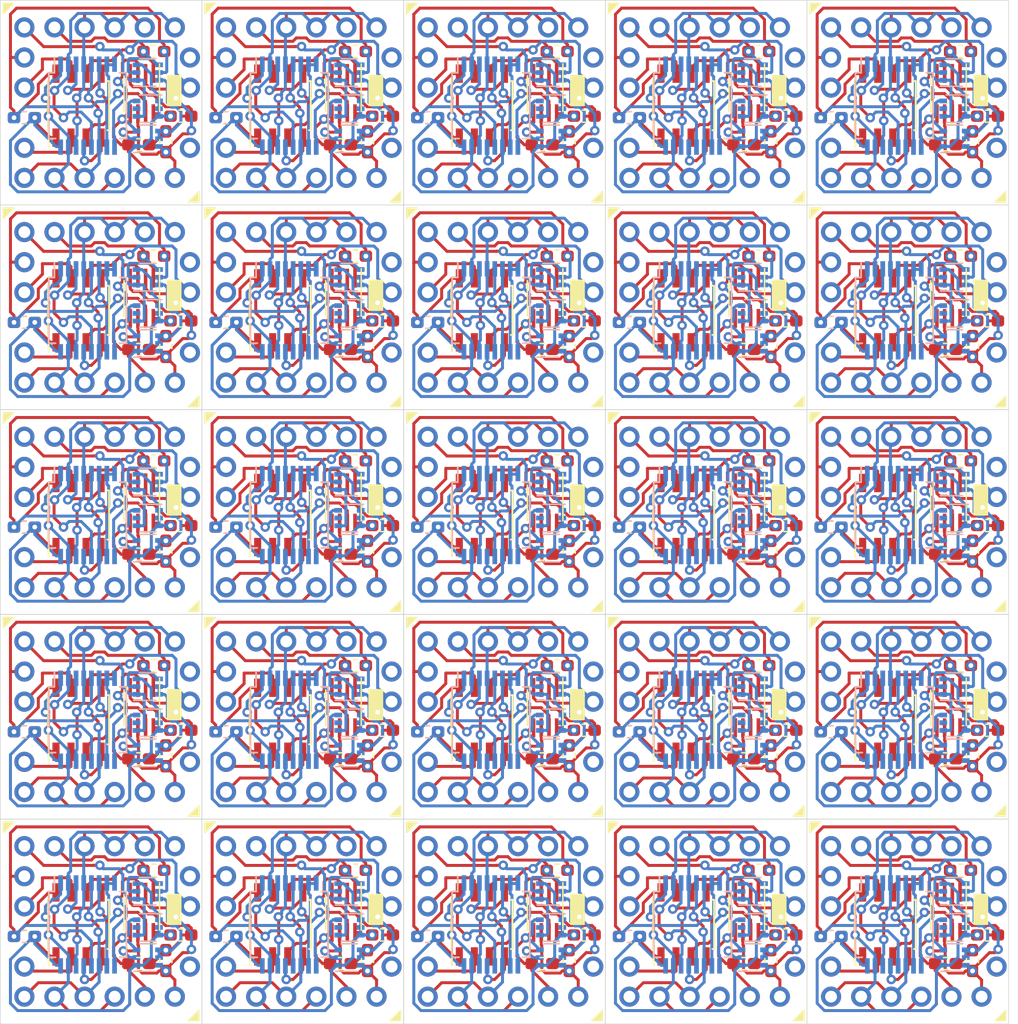
<source format=kicad_pcb>
(kicad_pcb (version 20171130) (host pcbnew 5.1.0)
  (layers (0 F.Cu signal) (31 B.Cu signal) (34 B.Paste user hide) (35 F.Paste user hide) (36 B.SilkS user hide) (37 F.SilkS user) (38 B.Mask user hide) (39 F.Mask user hide) (44 Edge.Cuts user))
  (net 0 "")
  (module Package_SO:SSOP-16_5.3x6.2mm_P0.65mm (layer B.Cu) (at 71.12 90.678 270)
    (fp_text reference U2 hide)
    (fp_text value CD4052B)
    (pad 1 smd rect (at -3.5 2.275 270) (size 1.3 0.4) (layers B.Cu B.Paste B.Mask))
    (pad 2 smd rect (at -3.5 1.625 270) (size 1.3 0.4) (layers B.Cu B.Paste B.Mask))
    (pad 3 smd rect (at -3.5 0.975 270) (size 1.3 0.4) (layers B.Cu B.Paste B.Mask))
    (pad 4 smd rect (at -3.5 0.325 270) (size 1.3 0.4) (layers B.Cu B.Paste B.Mask))
    (pad 5 smd rect (at -3.5 -0.325 270) (size 1.3 0.4) (layers B.Cu B.Paste B.Mask))
    (pad 6 smd rect (at -3.5 -0.975 270) (size 1.3 0.4) (layers B.Cu B.Paste B.Mask))
    (pad 7 smd rect (at -3.5 -1.625 270) (size 1.3 0.4) (layers B.Cu B.Paste B.Mask))
    (pad 8 smd rect (at -3.5 -2.275 270) (size 1.3 0.4) (layers B.Cu B.Paste B.Mask))
    (pad 9 smd rect (at 3.5 -2.275 270) (size 1.3 0.4) (layers B.Cu B.Paste B.Mask))
    (pad 10 smd rect (at 3.5 -1.625 270) (size 1.3 0.4) (layers B.Cu B.Paste B.Mask))
    (pad 11 smd rect (at 3.5 -0.975 270) (size 1.3 0.4) (layers B.Cu B.Paste B.Mask))
    (pad 12 smd rect (at 3.5 -0.325 270) (size 1.3 0.4) (layers B.Cu B.Paste B.Mask))
    (pad 13 smd rect (at 3.5 0.325 270) (size 1.3 0.4) (layers B.Cu B.Paste B.Mask))
    (pad 14 smd rect (at 3.5 0.975 270) (size 1.3 0.4) (layers B.Cu B.Paste B.Mask))
    (pad 15 smd rect (at 3.5 1.625 270) (size 1.3 0.4) (layers B.Cu B.Paste B.Mask))
    (pad 16 smd rect (at 3.5 2.275 270) (size 1.3 0.4) (layers B.Cu B.Paste B.Mask))
  )
  (module Capacitor_SMD:C_0603_1608Metric_Pad1.05x0.95mm_HandSolder (layer F.Cu) (at 27.94 91.567)
    (fp_text reference C1 hide)
    (fp_text value C_Small)
    (pad 2 smd roundrect (at 0.875 0) (size 1.05 0.95) (layers F.Cu F.Paste F.Mask))
    (pad 1 smd roundrect (at -0.875 0) (size 1.05 0.95) (layers F.Cu F.Paste F.Mask))
  )
  (module Package_TO_SOT_SMD:SOT-363_SC-70-6 (layer B.Cu) (at 42.164 93.472)
    (fp_text reference D1 hide)
    (fp_text value SD103ATW)
    (pad 1 smd rect (at -0.95 0.65) (size 0.65 0.4) (layers B.Cu B.Paste B.Mask))
    (pad 3 smd rect (at -0.95 -0.65) (size 0.65 0.4) (layers B.Cu B.Paste B.Mask))
    (pad 5 smd rect (at 0.95 0) (size 0.65 0.4) (layers B.Cu B.Paste B.Mask))
    (pad 2 smd rect (at -0.95 0) (size 0.65 0.4) (layers B.Cu B.Paste B.Mask))
    (pad 4 smd rect (at 0.95 -0.65) (size 0.65 0.4) (layers B.Cu B.Paste B.Mask))
    (pad 6 smd rect (at 0.95 0.65) (size 0.65 0.4) (layers B.Cu B.Paste B.Mask))
  )
  (module Package_TO_SOT_SMD:SOT-363_SC-70-6 (layer B.Cu) (at 25.146 87.884)
    (fp_text reference D3 hide)
    (fp_text value SD103ATW)
    (pad 6 smd rect (at 0.95 0.65) (size 0.65 0.4) (layers B.Cu B.Paste B.Mask))
    (pad 4 smd rect (at 0.95 -0.65) (size 0.65 0.4) (layers B.Cu B.Paste B.Mask))
    (pad 2 smd rect (at -0.95 0) (size 0.65 0.4) (layers B.Cu B.Paste B.Mask))
    (pad 5 smd rect (at 0.95 0) (size 0.65 0.4) (layers B.Cu B.Paste B.Mask))
    (pad 3 smd rect (at -0.95 -0.65) (size 0.65 0.4) (layers B.Cu B.Paste B.Mask))
    (pad 1 smd rect (at -0.95 0.65) (size 0.65 0.4) (layers B.Cu B.Paste B.Mask))
  )
  (module Connector_PinSocket_2.54mm:PinSocket_1x01_P2.54mm_Vertical (layer F.Cu) (at 14.732 94.234)
    (fp_text reference J3 hide)
    (fp_text value Conn_01x01_Female)
    (pad 1 thru_hole circle (at 0 0) (size 1.7 1.7) (drill 1) (layers *.Cu *.Mask))
  )
  (module Connector_PinSocket_2.54mm:PinSocket_1x01_P2.54mm_Vertical (layer F.Cu) (at 62.738 94.234 180)
    (fp_text reference J6 hide)
    (fp_text value Conn_01x01_Female)
    (pad 1 thru_hole circle (at 0 0 180) (size 1.7 1.7) (drill 1) (layers *.Cu *.Mask))
  )
  (module Resistor_SMD:R_0603_1608Metric_Pad1.05x0.95mm_HandSolder (layer F.Cu) (at 26.67 93.726 90)
    (fp_text reference R3 hide)
    (fp_text value 47k)
    (pad 2 smd roundrect (at 0.875 0 90) (size 1.05 0.95) (layers F.Cu F.Paste F.Mask))
    (pad 1 smd roundrect (at -0.875 0 90) (size 1.05 0.95) (layers F.Cu F.Paste F.Mask))
  )
  (module Resistor_SMD:R_0603_1608Metric_Pad1.05x0.95mm_HandSolder (layer F.Cu) (at 25.654 86.106)
    (fp_text reference R1 hide)
    (fp_text value 47k)
    (pad 2 smd roundrect (at 0.875 0) (size 1.05 0.95) (layers F.Cu F.Paste F.Mask))
    (pad 1 smd roundrect (at -0.875 0) (size 1.05 0.95) (layers F.Cu F.Paste F.Mask))
  )
  (module Resistor_SMD:R_0603_1608Metric_Pad1.05x0.95mm_HandSolder (layer F.Cu) (at 24.384 93.98)
    (fp_text reference R2 hide)
    (fp_text value 47k)
    (pad 2 smd roundrect (at 0.875 0) (size 1.05 0.95) (layers F.Cu F.Paste F.Mask))
    (pad 1 smd roundrect (at -0.875 0) (size 1.05 0.95) (layers F.Cu F.Paste F.Mask))
  )
  (module Connector_PinSocket_2.54mm:PinSocket_1x01_P2.54mm_Vertical (layer F.Cu) (at 96.774 94.234 180)
    (fp_text reference J6 hide)
    (fp_text value Conn_01x01_Female)
    (pad 1 thru_hole circle (at 0 0 180) (size 1.7 1.7) (drill 1) (layers *.Cu *.Mask))
  )
  (module Connector_PinHeader_2.54mm:PinHeader_1x04_P2.54mm_Vertical (layer B.Cu) (at 19.812 84.074 270)
    (fp_text reference J7 hide)
    (fp_text value Conn_01x04_Male)
    (pad 4 thru_hole oval (at 0 -7.62 270) (size 1.7 1.7) (drill 1) (layers *.Cu *.Mask))
    (pad 3 thru_hole oval (at 0 -5.08 270) (size 1.7 1.7) (drill 1) (layers *.Cu *.Mask))
    (pad 2 thru_hole oval (at 0 -2.54 270) (size 1.7 1.7) (drill 1) (layers *.Cu *.Mask))
    (pad 1 thru_hole circle (at 0 0 270) (size 1.7 1.7) (drill 1) (layers *.Cu *.Mask))
  )
  (module Package_SO:SOIC-8_3.9x4.9mm_P1.27mm (layer F.Cu) (at 53.34 90.678 90)
    (fp_text reference U3 hide)
    (fp_text value ATtiny202-SS)
    (pad 8 smd rect (at 2.7 -1.905 90) (size 1.55 0.6) (layers F.Cu F.Paste F.Mask))
    (pad 7 smd rect (at 2.7 -0.635 90) (size 1.55 0.6) (layers F.Cu F.Paste F.Mask))
    (pad 6 smd rect (at 2.7 0.635 90) (size 1.55 0.6) (layers F.Cu F.Paste F.Mask))
    (pad 5 smd rect (at 2.7 1.905 90) (size 1.55 0.6) (layers F.Cu F.Paste F.Mask))
    (pad 4 smd rect (at -2.7 1.905 90) (size 1.55 0.6) (layers F.Cu F.Paste F.Mask))
    (pad 3 smd rect (at -2.7 0.635 90) (size 1.55 0.6) (layers F.Cu F.Paste F.Mask))
    (pad 2 smd rect (at -2.7 -0.635 90) (size 1.55 0.6) (layers F.Cu F.Paste F.Mask))
    (pad 1 smd rect (at -2.7 -1.905 90) (size 1.55 0.6) (layers F.Cu F.Paste F.Mask))
  )
  (module Package_TO_SOT_SMD:SOT-363_SC-70-6 (layer B.Cu) (at 59.182 90.932 180)
    (fp_text reference D2 hide)
    (fp_text value SD103ATW)
    (pad 1 smd rect (at -0.95 0.65 180) (size 0.65 0.4) (layers B.Cu B.Paste B.Mask))
    (pad 3 smd rect (at -0.95 -0.65 180) (size 0.65 0.4) (layers B.Cu B.Paste B.Mask))
    (pad 5 smd rect (at 0.95 0 180) (size 0.65 0.4) (layers B.Cu B.Paste B.Mask))
    (pad 2 smd rect (at -0.95 0 180) (size 0.65 0.4) (layers B.Cu B.Paste B.Mask))
    (pad 4 smd rect (at 0.95 -0.65 180) (size 0.65 0.4) (layers B.Cu B.Paste B.Mask))
    (pad 6 smd rect (at 0.95 0.65 180) (size 0.65 0.4) (layers B.Cu B.Paste B.Mask))
  )
  (module Capacitor_SMD:C_0603_1608Metric_Pad1.05x0.95mm_HandSolder (layer F.Cu) (at 48.768 91.694)
    (fp_text reference C3 hide)
    (fp_text value C_Small)
    (pad 1 smd roundrect (at -0.875 0) (size 1.05 0.95) (layers F.Cu F.Paste F.Mask))
    (pad 2 smd roundrect (at 0.875 0) (size 1.05 0.95) (layers F.Cu F.Paste F.Mask))
  )
  (module Connector_PinHeader_2.54mm:PinHeader_1x04_P2.54mm_Vertical (layer B.Cu) (at 56.388 96.774 90)
    (fp_text reference J8 hide)
    (fp_text value Conn_01x04_Male)
    (pad 4 thru_hole oval (at 0 -7.62 90) (size 1.7 1.7) (drill 1) (layers *.Cu *.Mask))
    (pad 3 thru_hole oval (at 0 -5.08 90) (size 1.7 1.7) (drill 1) (layers *.Cu *.Mask))
    (pad 2 thru_hole oval (at 0 -2.54 90) (size 1.7 1.7) (drill 1) (layers *.Cu *.Mask))
    (pad 1 thru_hole circle (at 0 0 90) (size 1.7 1.7) (drill 1) (layers *.Cu *.Mask))
  )
  (module Package_TO_SOT_SMD:SOT-363_SC-70-6 (layer B.Cu) (at 59.182 93.472)
    (fp_text reference D1 hide)
    (fp_text value SD103ATW)
    (pad 1 smd rect (at -0.95 0.65) (size 0.65 0.4) (layers B.Cu B.Paste B.Mask))
    (pad 3 smd rect (at -0.95 -0.65) (size 0.65 0.4) (layers B.Cu B.Paste B.Mask))
    (pad 5 smd rect (at 0.95 0) (size 0.65 0.4) (layers B.Cu B.Paste B.Mask))
    (pad 2 smd rect (at -0.95 0) (size 0.65 0.4) (layers B.Cu B.Paste B.Mask))
    (pad 4 smd rect (at 0.95 -0.65) (size 0.65 0.4) (layers B.Cu B.Paste B.Mask))
    (pad 6 smd rect (at 0.95 0.65) (size 0.65 0.4) (layers B.Cu B.Paste B.Mask))
  )
  (module Connector_PinSocket_2.54mm:PinSocket_1x02_P2.54mm_Vertical (layer F.Cu) (at 62.738 86.614)
    (fp_text reference J5 hide)
    (fp_text value Conn_01x02_Female)
    (pad 2 thru_hole oval (at 0 2.54) (size 1.7 1.7) (drill 1) (layers *.Cu *.Mask))
    (pad 1 thru_hole circle (at 0 0) (size 1.7 1.7) (drill 1) (layers *.Cu *.Mask))
  )
  (module Package_SO:SSOP-16_5.3x6.2mm_P0.65mm (layer B.Cu) (at 54.102 90.678 270)
    (fp_text reference U2 hide)
    (fp_text value CD4052B)
    (pad 1 smd rect (at -3.5 2.275 270) (size 1.3 0.4) (layers B.Cu B.Paste B.Mask))
    (pad 2 smd rect (at -3.5 1.625 270) (size 1.3 0.4) (layers B.Cu B.Paste B.Mask))
    (pad 3 smd rect (at -3.5 0.975 270) (size 1.3 0.4) (layers B.Cu B.Paste B.Mask))
    (pad 4 smd rect (at -3.5 0.325 270) (size 1.3 0.4) (layers B.Cu B.Paste B.Mask))
    (pad 5 smd rect (at -3.5 -0.325 270) (size 1.3 0.4) (layers B.Cu B.Paste B.Mask))
    (pad 6 smd rect (at -3.5 -0.975 270) (size 1.3 0.4) (layers B.Cu B.Paste B.Mask))
    (pad 7 smd rect (at -3.5 -1.625 270) (size 1.3 0.4) (layers B.Cu B.Paste B.Mask))
    (pad 8 smd rect (at -3.5 -2.275 270) (size 1.3 0.4) (layers B.Cu B.Paste B.Mask))
    (pad 9 smd rect (at 3.5 -2.275 270) (size 1.3 0.4) (layers B.Cu B.Paste B.Mask))
    (pad 10 smd rect (at 3.5 -1.625 270) (size 1.3 0.4) (layers B.Cu B.Paste B.Mask))
    (pad 11 smd rect (at 3.5 -0.975 270) (size 1.3 0.4) (layers B.Cu B.Paste B.Mask))
    (pad 12 smd rect (at 3.5 -0.325 270) (size 1.3 0.4) (layers B.Cu B.Paste B.Mask))
    (pad 13 smd rect (at 3.5 0.325 270) (size 1.3 0.4) (layers B.Cu B.Paste B.Mask))
    (pad 14 smd rect (at 3.5 0.975 270) (size 1.3 0.4) (layers B.Cu B.Paste B.Mask))
    (pad 15 smd rect (at 3.5 1.625 270) (size 1.3 0.4) (layers B.Cu B.Paste B.Mask))
    (pad 16 smd rect (at 3.5 2.275 270) (size 1.3 0.4) (layers B.Cu B.Paste B.Mask))
  )
  (module Package_SO:SSOP-8_2.95x2.8mm_P0.65mm (layer F.Cu) (at 58.674 89.662 270)
    (fp_text reference U1 hide)
    (fp_text value 74LVC2G32)
    (pad 1 smd rect (at -1.7 -0.975 180) (size 0.3 1.6) (layers F.Cu F.Paste F.Mask))
    (pad 2 smd rect (at -1.7 -0.325 180) (size 0.3 1.6) (layers F.Cu F.Paste F.Mask))
    (pad 3 smd rect (at -1.7 0.325 180) (size 0.3 1.6) (layers F.Cu F.Paste F.Mask))
    (pad 4 smd rect (at -1.7 0.975 180) (size 0.3 1.6) (layers F.Cu F.Paste F.Mask))
    (pad 5 smd rect (at 1.7 0.975 180) (size 0.3 1.6) (layers F.Cu F.Paste F.Mask))
    (pad 6 smd rect (at 1.7 0.325 180) (size 0.3 1.6) (layers F.Cu F.Paste F.Mask))
    (pad 7 smd rect (at 1.7 -0.325 180) (size 0.3 1.6) (layers F.Cu F.Paste F.Mask))
    (pad 8 smd rect (at 1.7 -0.975 180) (size 0.3 1.6) (layers F.Cu F.Paste F.Mask))
  )
  (module Connector_PinHeader_2.54mm:PinHeader_1x02_P2.54mm_Vertical (layer B.Cu) (at 48.768 84.074 270)
    (fp_text reference J1 hide)
    (fp_text value Conn_01x02_Male)
    (pad 2 thru_hole oval (at 0 -2.54 270) (size 1.7 1.7) (drill 1) (layers *.Cu *.Mask))
    (pad 1 thru_hole circle (at 0 0 270) (size 1.7 1.7) (drill 1) (layers *.Cu *.Mask))
  )
  (module Connector_PinHeader_2.54mm:PinHeader_1x02_P2.54mm_Vertical (layer B.Cu) (at 61.468 96.774 90)
    (fp_text reference J2 hide)
    (fp_text value Conn_01x02_Male)
    (pad 2 thru_hole oval (at 0 -2.54 90) (size 1.7 1.7) (drill 1) (layers *.Cu *.Mask))
    (pad 1 thru_hole circle (at 0 0 90) (size 1.7 1.7) (drill 1) (layers *.Cu *.Mask))
  )
  (module Capacitor_SMD:C_0603_1608Metric_Pad1.05x0.95mm_HandSolder (layer B.Cu) (at 48.768 91.694)
    (fp_text reference C2 hide)
    (fp_text value C_Small)
    (pad 1 smd roundrect (at -0.875 0) (size 1.05 0.95) (layers B.Cu B.Paste B.Mask))
    (pad 2 smd roundrect (at 0.875 0) (size 1.05 0.95) (layers B.Cu B.Paste B.Mask))
  )
  (module Connector_PinHeader_2.54mm:PinHeader_1x04_P2.54mm_Vertical (layer B.Cu) (at 53.848 84.074 270)
    (fp_text reference J7 hide)
    (fp_text value Conn_01x04_Male)
    (pad 1 thru_hole circle (at 0 0 270) (size 1.7 1.7) (drill 1) (layers *.Cu *.Mask))
    (pad 2 thru_hole oval (at 0 -2.54 270) (size 1.7 1.7) (drill 1) (layers *.Cu *.Mask))
    (pad 3 thru_hole oval (at 0 -5.08 270) (size 1.7 1.7) (drill 1) (layers *.Cu *.Mask))
    (pad 4 thru_hole oval (at 0 -7.62 270) (size 1.7 1.7) (drill 1) (layers *.Cu *.Mask))
  )
  (module Connector_PinSocket_2.54mm:PinSocket_1x02_P2.54mm_Vertical (layer F.Cu) (at 48.768 86.614)
    (fp_text reference J4 hide)
    (fp_text value Conn_01x02_Female)
    (pad 1 thru_hole circle (at 0 0) (size 1.7 1.7) (drill 1) (layers *.Cu *.Mask))
    (pad 2 thru_hole oval (at 0 2.54) (size 1.7 1.7) (drill 1) (layers *.Cu *.Mask))
  )
  (module Resistor_SMD:R_0603_1608Metric_Pad1.05x0.95mm_HandSolder (layer F.Cu) (at 59.69 86.106)
    (fp_text reference R1 hide)
    (fp_text value 47k)
    (pad 1 smd roundrect (at -0.875 0) (size 1.05 0.95) (layers F.Cu F.Paste F.Mask))
    (pad 2 smd roundrect (at 0.875 0) (size 1.05 0.95) (layers F.Cu F.Paste F.Mask))
  )
  (module Resistor_SMD:R_0603_1608Metric_Pad1.05x0.95mm_HandSolder (layer F.Cu) (at 60.706 93.726 90)
    (fp_text reference R3 hide)
    (fp_text value 47k)
    (pad 1 smd roundrect (at -0.875 0 90) (size 1.05 0.95) (layers F.Cu F.Paste F.Mask))
    (pad 2 smd roundrect (at 0.875 0 90) (size 1.05 0.95) (layers F.Cu F.Paste F.Mask))
  )
  (module Connector_PinSocket_2.54mm:PinSocket_1x01_P2.54mm_Vertical (layer F.Cu) (at 48.768 94.234)
    (fp_text reference J3 hide)
    (fp_text value Conn_01x01_Female)
    (pad 1 thru_hole circle (at 0 0) (size 1.7 1.7) (drill 1) (layers *.Cu *.Mask))
  )
  (module Package_TO_SOT_SMD:SOT-363_SC-70-6 (layer B.Cu) (at 59.182 87.884)
    (fp_text reference D3 hide)
    (fp_text value SD103ATW)
    (pad 1 smd rect (at -0.95 0.65) (size 0.65 0.4) (layers B.Cu B.Paste B.Mask))
    (pad 3 smd rect (at -0.95 -0.65) (size 0.65 0.4) (layers B.Cu B.Paste B.Mask))
    (pad 5 smd rect (at 0.95 0) (size 0.65 0.4) (layers B.Cu B.Paste B.Mask))
    (pad 2 smd rect (at -0.95 0) (size 0.65 0.4) (layers B.Cu B.Paste B.Mask))
    (pad 4 smd rect (at 0.95 -0.65) (size 0.65 0.4) (layers B.Cu B.Paste B.Mask))
    (pad 6 smd rect (at 0.95 0.65) (size 0.65 0.4) (layers B.Cu B.Paste B.Mask))
  )
  (module Capacitor_SMD:C_0603_1608Metric_Pad1.05x0.95mm_HandSolder (layer F.Cu) (at 61.976 91.567)
    (fp_text reference C1 hide)
    (fp_text value C_Small)
    (pad 1 smd roundrect (at -0.875 0) (size 1.05 0.95) (layers F.Cu F.Paste F.Mask))
    (pad 2 smd roundrect (at 0.875 0) (size 1.05 0.95) (layers F.Cu F.Paste F.Mask))
  )
  (module Connector_PinHeader_2.54mm:PinHeader_1x02_P2.54mm_Vertical (layer B.Cu) (at 78.486 96.774 90)
    (fp_text reference J2 hide)
    (fp_text value Conn_01x02_Male)
    (pad 2 thru_hole oval (at 0 -2.54 90) (size 1.7 1.7) (drill 1) (layers *.Cu *.Mask))
    (pad 1 thru_hole circle (at 0 0 90) (size 1.7 1.7) (drill 1) (layers *.Cu *.Mask))
  )
  (module Capacitor_SMD:C_0603_1608Metric_Pad1.05x0.95mm_HandSolder (layer F.Cu) (at 65.786 91.694)
    (fp_text reference C3 hide)
    (fp_text value C_Small)
    (pad 1 smd roundrect (at -0.875 0) (size 1.05 0.95) (layers F.Cu F.Paste F.Mask))
    (pad 2 smd roundrect (at 0.875 0) (size 1.05 0.95) (layers F.Cu F.Paste F.Mask))
  )
  (module Connector_PinSocket_2.54mm:PinSocket_1x01_P2.54mm_Vertical (layer F.Cu) (at 79.756 94.234 180)
    (fp_text reference J6 hide)
    (fp_text value Conn_01x01_Female)
    (pad 1 thru_hole circle (at 0 0 180) (size 1.7 1.7) (drill 1) (layers *.Cu *.Mask))
  )
  (module Connector_PinSocket_2.54mm:PinSocket_1x02_P2.54mm_Vertical (layer F.Cu) (at 79.756 86.614)
    (fp_text reference J5 hide)
    (fp_text value Conn_01x02_Female)
    (pad 2 thru_hole oval (at 0 2.54) (size 1.7 1.7) (drill 1) (layers *.Cu *.Mask))
    (pad 1 thru_hole circle (at 0 0) (size 1.7 1.7) (drill 1) (layers *.Cu *.Mask))
  )
  (module Package_TO_SOT_SMD:SOT-363_SC-70-6 (layer B.Cu) (at 76.2 93.472)
    (fp_text reference D1 hide)
    (fp_text value SD103ATW)
    (pad 1 smd rect (at -0.95 0.65) (size 0.65 0.4) (layers B.Cu B.Paste B.Mask))
    (pad 3 smd rect (at -0.95 -0.65) (size 0.65 0.4) (layers B.Cu B.Paste B.Mask))
    (pad 5 smd rect (at 0.95 0) (size 0.65 0.4) (layers B.Cu B.Paste B.Mask))
    (pad 2 smd rect (at -0.95 0) (size 0.65 0.4) (layers B.Cu B.Paste B.Mask))
    (pad 4 smd rect (at 0.95 -0.65) (size 0.65 0.4) (layers B.Cu B.Paste B.Mask))
    (pad 6 smd rect (at 0.95 0.65) (size 0.65 0.4) (layers B.Cu B.Paste B.Mask))
  )
  (module Capacitor_SMD:C_0603_1608Metric_Pad1.05x0.95mm_HandSolder (layer B.Cu) (at 65.786 91.694)
    (fp_text reference C2 hide)
    (fp_text value C_Small)
    (pad 1 smd roundrect (at -0.875 0) (size 1.05 0.95) (layers B.Cu B.Paste B.Mask))
    (pad 2 smd roundrect (at 0.875 0) (size 1.05 0.95) (layers B.Cu B.Paste B.Mask))
  )
  (module Package_TO_SOT_SMD:SOT-363_SC-70-6 (layer B.Cu) (at 76.2 90.932 180)
    (fp_text reference D2 hide)
    (fp_text value SD103ATW)
    (pad 1 smd rect (at -0.95 0.65 180) (size 0.65 0.4) (layers B.Cu B.Paste B.Mask))
    (pad 3 smd rect (at -0.95 -0.65 180) (size 0.65 0.4) (layers B.Cu B.Paste B.Mask))
    (pad 5 smd rect (at 0.95 0 180) (size 0.65 0.4) (layers B.Cu B.Paste B.Mask))
    (pad 2 smd rect (at -0.95 0 180) (size 0.65 0.4) (layers B.Cu B.Paste B.Mask))
    (pad 4 smd rect (at 0.95 -0.65 180) (size 0.65 0.4) (layers B.Cu B.Paste B.Mask))
    (pad 6 smd rect (at 0.95 0.65 180) (size 0.65 0.4) (layers B.Cu B.Paste B.Mask))
  )
  (module Connector_PinHeader_2.54mm:PinHeader_1x04_P2.54mm_Vertical (layer B.Cu) (at 87.884 84.074 270)
    (fp_text reference J7 hide)
    (fp_text value Conn_01x04_Male)
    (pad 1 thru_hole circle (at 0 0 270) (size 1.7 1.7) (drill 1) (layers *.Cu *.Mask))
    (pad 2 thru_hole oval (at 0 -2.54 270) (size 1.7 1.7) (drill 1) (layers *.Cu *.Mask))
    (pad 3 thru_hole oval (at 0 -5.08 270) (size 1.7 1.7) (drill 1) (layers *.Cu *.Mask))
    (pad 4 thru_hole oval (at 0 -7.62 270) (size 1.7 1.7) (drill 1) (layers *.Cu *.Mask))
  )
  (module Connector_PinSocket_2.54mm:PinSocket_1x02_P2.54mm_Vertical (layer F.Cu) (at 14.732 86.614)
    (fp_text reference J4 hide)
    (fp_text value Conn_01x02_Female)
    (pad 2 thru_hole oval (at 0 2.54) (size 1.7 1.7) (drill 1) (layers *.Cu *.Mask))
    (pad 1 thru_hole circle (at 0 0) (size 1.7 1.7) (drill 1) (layers *.Cu *.Mask))
  )
  (module Connector_PinHeader_2.54mm:PinHeader_1x02_P2.54mm_Vertical (layer B.Cu) (at 65.786 84.074 270)
    (fp_text reference J1 hide)
    (fp_text value Conn_01x02_Male)
    (pad 2 thru_hole oval (at 0 -2.54 270) (size 1.7 1.7) (drill 1) (layers *.Cu *.Mask))
    (pad 1 thru_hole circle (at 0 0 270) (size 1.7 1.7) (drill 1) (layers *.Cu *.Mask))
  )
  (module Package_SO:SOIC-8_3.9x4.9mm_P1.27mm (layer F.Cu) (at 70.358 90.678 90)
    (fp_text reference U3 hide)
    (fp_text value ATtiny202-SS)
    (pad 8 smd rect (at 2.7 -1.905 90) (size 1.55 0.6) (layers F.Cu F.Paste F.Mask))
    (pad 7 smd rect (at 2.7 -0.635 90) (size 1.55 0.6) (layers F.Cu F.Paste F.Mask))
    (pad 6 smd rect (at 2.7 0.635 90) (size 1.55 0.6) (layers F.Cu F.Paste F.Mask))
    (pad 5 smd rect (at 2.7 1.905 90) (size 1.55 0.6) (layers F.Cu F.Paste F.Mask))
    (pad 4 smd rect (at -2.7 1.905 90) (size 1.55 0.6) (layers F.Cu F.Paste F.Mask))
    (pad 3 smd rect (at -2.7 0.635 90) (size 1.55 0.6) (layers F.Cu F.Paste F.Mask))
    (pad 2 smd rect (at -2.7 -0.635 90) (size 1.55 0.6) (layers F.Cu F.Paste F.Mask))
    (pad 1 smd rect (at -2.7 -1.905 90) (size 1.55 0.6) (layers F.Cu F.Paste F.Mask))
  )
  (module Connector_PinHeader_2.54mm:PinHeader_1x04_P2.54mm_Vertical (layer B.Cu) (at 73.406 96.774 90)
    (fp_text reference J8 hide)
    (fp_text value Conn_01x04_Male)
    (pad 4 thru_hole oval (at 0 -7.62 90) (size 1.7 1.7) (drill 1) (layers *.Cu *.Mask))
    (pad 3 thru_hole oval (at 0 -5.08 90) (size 1.7 1.7) (drill 1) (layers *.Cu *.Mask))
    (pad 2 thru_hole oval (at 0 -2.54 90) (size 1.7 1.7) (drill 1) (layers *.Cu *.Mask))
    (pad 1 thru_hole circle (at 0 0 90) (size 1.7 1.7) (drill 1) (layers *.Cu *.Mask))
  )
  (module Connector_PinSocket_2.54mm:PinSocket_1x02_P2.54mm_Vertical (layer F.Cu) (at 65.786 86.614)
    (fp_text reference J4 hide)
    (fp_text value Conn_01x02_Female)
    (pad 1 thru_hole circle (at 0 0) (size 1.7 1.7) (drill 1) (layers *.Cu *.Mask))
    (pad 2 thru_hole oval (at 0 2.54) (size 1.7 1.7) (drill 1) (layers *.Cu *.Mask))
  )
  (module Connector_PinHeader_2.54mm:PinHeader_1x04_P2.54mm_Vertical (layer B.Cu) (at 70.866 84.074 270)
    (fp_text reference J7 hide)
    (fp_text value Conn_01x04_Male)
    (pad 1 thru_hole circle (at 0 0 270) (size 1.7 1.7) (drill 1) (layers *.Cu *.Mask))
    (pad 2 thru_hole oval (at 0 -2.54 270) (size 1.7 1.7) (drill 1) (layers *.Cu *.Mask))
    (pad 3 thru_hole oval (at 0 -5.08 270) (size 1.7 1.7) (drill 1) (layers *.Cu *.Mask))
    (pad 4 thru_hole oval (at 0 -7.62 270) (size 1.7 1.7) (drill 1) (layers *.Cu *.Mask))
  )
  (module Resistor_SMD:R_0603_1608Metric_Pad1.05x0.95mm_HandSolder (layer F.Cu) (at 75.438 93.98)
    (fp_text reference R2 hide)
    (fp_text value 47k)
    (pad 1 smd roundrect (at -0.875 0) (size 1.05 0.95) (layers F.Cu F.Paste F.Mask))
    (pad 2 smd roundrect (at 0.875 0) (size 1.05 0.95) (layers F.Cu F.Paste F.Mask))
  )
  (module Resistor_SMD:R_0603_1608Metric_Pad1.05x0.95mm_HandSolder (layer F.Cu) (at 76.708 86.106)
    (fp_text reference R1 hide)
    (fp_text value 47k)
    (pad 1 smd roundrect (at -0.875 0) (size 1.05 0.95) (layers F.Cu F.Paste F.Mask))
    (pad 2 smd roundrect (at 0.875 0) (size 1.05 0.95) (layers F.Cu F.Paste F.Mask))
  )
  (module Resistor_SMD:R_0603_1608Metric_Pad1.05x0.95mm_HandSolder (layer F.Cu) (at 77.724 93.726 90)
    (fp_text reference R3 hide)
    (fp_text value 47k)
    (pad 1 smd roundrect (at -0.875 0 90) (size 1.05 0.95) (layers F.Cu F.Paste F.Mask))
    (pad 2 smd roundrect (at 0.875 0 90) (size 1.05 0.95) (layers F.Cu F.Paste F.Mask))
  )
  (module Connector_PinSocket_2.54mm:PinSocket_1x01_P2.54mm_Vertical (layer F.Cu) (at 65.786 94.234)
    (fp_text reference J3 hide)
    (fp_text value Conn_01x01_Female)
    (pad 1 thru_hole circle (at 0 0) (size 1.7 1.7) (drill 1) (layers *.Cu *.Mask))
  )
  (module Package_TO_SOT_SMD:SOT-363_SC-70-6 (layer B.Cu) (at 76.2 87.884)
    (fp_text reference D3 hide)
    (fp_text value SD103ATW)
    (pad 1 smd rect (at -0.95 0.65) (size 0.65 0.4) (layers B.Cu B.Paste B.Mask))
    (pad 3 smd rect (at -0.95 -0.65) (size 0.65 0.4) (layers B.Cu B.Paste B.Mask))
    (pad 5 smd rect (at 0.95 0) (size 0.65 0.4) (layers B.Cu B.Paste B.Mask))
    (pad 2 smd rect (at -0.95 0) (size 0.65 0.4) (layers B.Cu B.Paste B.Mask))
    (pad 4 smd rect (at 0.95 -0.65) (size 0.65 0.4) (layers B.Cu B.Paste B.Mask))
    (pad 6 smd rect (at 0.95 0.65) (size 0.65 0.4) (layers B.Cu B.Paste B.Mask))
  )
  (module Capacitor_SMD:C_0603_1608Metric_Pad1.05x0.95mm_HandSolder (layer F.Cu) (at 78.994 91.567)
    (fp_text reference C1 hide)
    (fp_text value C_Small)
    (pad 1 smd roundrect (at -0.875 0) (size 1.05 0.95) (layers F.Cu F.Paste F.Mask))
    (pad 2 smd roundrect (at 0.875 0) (size 1.05 0.95) (layers F.Cu F.Paste F.Mask))
  )
  (module Connector_PinHeader_2.54mm:PinHeader_1x02_P2.54mm_Vertical (layer B.Cu) (at 95.504 96.774 90)
    (fp_text reference J2 hide)
    (fp_text value Conn_01x02_Male)
    (pad 2 thru_hole oval (at 0 -2.54 90) (size 1.7 1.7) (drill 1) (layers *.Cu *.Mask))
    (pad 1 thru_hole circle (at 0 0 90) (size 1.7 1.7) (drill 1) (layers *.Cu *.Mask))
  )
  (module Package_SO:SSOP-8_2.95x2.8mm_P0.65mm (layer F.Cu) (at 92.71 89.662 270)
    (fp_text reference U1 hide)
    (fp_text value 74LVC2G32)
    (pad 1 smd rect (at -1.7 -0.975 180) (size 0.3 1.6) (layers F.Cu F.Paste F.Mask))
    (pad 2 smd rect (at -1.7 -0.325 180) (size 0.3 1.6) (layers F.Cu F.Paste F.Mask))
    (pad 3 smd rect (at -1.7 0.325 180) (size 0.3 1.6) (layers F.Cu F.Paste F.Mask))
    (pad 4 smd rect (at -1.7 0.975 180) (size 0.3 1.6) (layers F.Cu F.Paste F.Mask))
    (pad 5 smd rect (at 1.7 0.975 180) (size 0.3 1.6) (layers F.Cu F.Paste F.Mask))
    (pad 6 smd rect (at 1.7 0.325 180) (size 0.3 1.6) (layers F.Cu F.Paste F.Mask))
    (pad 7 smd rect (at 1.7 -0.325 180) (size 0.3 1.6) (layers F.Cu F.Paste F.Mask))
    (pad 8 smd rect (at 1.7 -0.975 180) (size 0.3 1.6) (layers F.Cu F.Paste F.Mask))
  )
  (module Package_SO:SSOP-16_5.3x6.2mm_P0.65mm (layer B.Cu) (at 88.138 90.678 270)
    (fp_text reference U2 hide)
    (fp_text value CD4052B)
    (pad 1 smd rect (at -3.5 2.275 270) (size 1.3 0.4) (layers B.Cu B.Paste B.Mask))
    (pad 2 smd rect (at -3.5 1.625 270) (size 1.3 0.4) (layers B.Cu B.Paste B.Mask))
    (pad 3 smd rect (at -3.5 0.975 270) (size 1.3 0.4) (layers B.Cu B.Paste B.Mask))
    (pad 4 smd rect (at -3.5 0.325 270) (size 1.3 0.4) (layers B.Cu B.Paste B.Mask))
    (pad 5 smd rect (at -3.5 -0.325 270) (size 1.3 0.4) (layers B.Cu B.Paste B.Mask))
    (pad 6 smd rect (at -3.5 -0.975 270) (size 1.3 0.4) (layers B.Cu B.Paste B.Mask))
    (pad 7 smd rect (at -3.5 -1.625 270) (size 1.3 0.4) (layers B.Cu B.Paste B.Mask))
    (pad 8 smd rect (at -3.5 -2.275 270) (size 1.3 0.4) (layers B.Cu B.Paste B.Mask))
    (pad 9 smd rect (at 3.5 -2.275 270) (size 1.3 0.4) (layers B.Cu B.Paste B.Mask))
    (pad 10 smd rect (at 3.5 -1.625 270) (size 1.3 0.4) (layers B.Cu B.Paste B.Mask))
    (pad 11 smd rect (at 3.5 -0.975 270) (size 1.3 0.4) (layers B.Cu B.Paste B.Mask))
    (pad 12 smd rect (at 3.5 -0.325 270) (size 1.3 0.4) (layers B.Cu B.Paste B.Mask))
    (pad 13 smd rect (at 3.5 0.325 270) (size 1.3 0.4) (layers B.Cu B.Paste B.Mask))
    (pad 14 smd rect (at 3.5 0.975 270) (size 1.3 0.4) (layers B.Cu B.Paste B.Mask))
    (pad 15 smd rect (at 3.5 1.625 270) (size 1.3 0.4) (layers B.Cu B.Paste B.Mask))
    (pad 16 smd rect (at 3.5 2.275 270) (size 1.3 0.4) (layers B.Cu B.Paste B.Mask))
  )
  (module Connector_PinSocket_2.54mm:PinSocket_1x02_P2.54mm_Vertical (layer F.Cu) (at 96.774 86.614)
    (fp_text reference J5 hide)
    (fp_text value Conn_01x02_Female)
    (pad 2 thru_hole oval (at 0 2.54) (size 1.7 1.7) (drill 1) (layers *.Cu *.Mask))
    (pad 1 thru_hole circle (at 0 0) (size 1.7 1.7) (drill 1) (layers *.Cu *.Mask))
  )
  (module Package_TO_SOT_SMD:SOT-363_SC-70-6 (layer B.Cu) (at 93.218 93.472)
    (fp_text reference D1 hide)
    (fp_text value SD103ATW)
    (pad 1 smd rect (at -0.95 0.65) (size 0.65 0.4) (layers B.Cu B.Paste B.Mask))
    (pad 3 smd rect (at -0.95 -0.65) (size 0.65 0.4) (layers B.Cu B.Paste B.Mask))
    (pad 5 smd rect (at 0.95 0) (size 0.65 0.4) (layers B.Cu B.Paste B.Mask))
    (pad 2 smd rect (at -0.95 0) (size 0.65 0.4) (layers B.Cu B.Paste B.Mask))
    (pad 4 smd rect (at 0.95 -0.65) (size 0.65 0.4) (layers B.Cu B.Paste B.Mask))
    (pad 6 smd rect (at 0.95 0.65) (size 0.65 0.4) (layers B.Cu B.Paste B.Mask))
  )
  (module Capacitor_SMD:C_0603_1608Metric_Pad1.05x0.95mm_HandSolder (layer B.Cu) (at 31.75 91.694)
    (fp_text reference C2 hide)
    (fp_text value C_Small)
    (pad 1 smd roundrect (at -0.875 0) (size 1.05 0.95) (layers B.Cu B.Paste B.Mask))
    (pad 2 smd roundrect (at 0.875 0) (size 1.05 0.95) (layers B.Cu B.Paste B.Mask))
  )
  (module Capacitor_SMD:C_0603_1608Metric_Pad1.05x0.95mm_HandSolder (layer B.Cu) (at 82.804 91.694)
    (fp_text reference C2 hide)
    (fp_text value C_Small)
    (pad 1 smd roundrect (at -0.875 0) (size 1.05 0.95) (layers B.Cu B.Paste B.Mask))
    (pad 2 smd roundrect (at 0.875 0) (size 1.05 0.95) (layers B.Cu B.Paste B.Mask))
  )
  (module Capacitor_SMD:C_0603_1608Metric_Pad1.05x0.95mm_HandSolder (layer F.Cu) (at 82.804 91.694)
    (fp_text reference C3 hide)
    (fp_text value C_Small)
    (pad 1 smd roundrect (at -0.875 0) (size 1.05 0.95) (layers F.Cu F.Paste F.Mask))
    (pad 2 smd roundrect (at 0.875 0) (size 1.05 0.95) (layers F.Cu F.Paste F.Mask))
  )
  (module Connector_PinHeader_2.54mm:PinHeader_1x04_P2.54mm_Vertical (layer B.Cu) (at 22.352 96.774 90)
    (fp_text reference J8 hide)
    (fp_text value Conn_01x04_Male)
    (pad 1 thru_hole circle (at 0 0 90) (size 1.7 1.7) (drill 1) (layers *.Cu *.Mask))
    (pad 2 thru_hole oval (at 0 -2.54 90) (size 1.7 1.7) (drill 1) (layers *.Cu *.Mask))
    (pad 3 thru_hole oval (at 0 -5.08 90) (size 1.7 1.7) (drill 1) (layers *.Cu *.Mask))
    (pad 4 thru_hole oval (at 0 -7.62 90) (size 1.7 1.7) (drill 1) (layers *.Cu *.Mask))
  )
  (module Package_TO_SOT_SMD:SOT-363_SC-70-6 (layer B.Cu) (at 93.218 87.884)
    (fp_text reference D3 hide)
    (fp_text value SD103ATW)
    (pad 1 smd rect (at -0.95 0.65) (size 0.65 0.4) (layers B.Cu B.Paste B.Mask))
    (pad 3 smd rect (at -0.95 -0.65) (size 0.65 0.4) (layers B.Cu B.Paste B.Mask))
    (pad 5 smd rect (at 0.95 0) (size 0.65 0.4) (layers B.Cu B.Paste B.Mask))
    (pad 2 smd rect (at -0.95 0) (size 0.65 0.4) (layers B.Cu B.Paste B.Mask))
    (pad 4 smd rect (at 0.95 -0.65) (size 0.65 0.4) (layers B.Cu B.Paste B.Mask))
    (pad 6 smd rect (at 0.95 0.65) (size 0.65 0.4) (layers B.Cu B.Paste B.Mask))
  )
  (module Package_TO_SOT_SMD:SOT-363_SC-70-6 (layer B.Cu) (at 42.164 90.932 180)
    (fp_text reference D2 hide)
    (fp_text value SD103ATW)
    (pad 1 smd rect (at -0.95 0.65 180) (size 0.65 0.4) (layers B.Cu B.Paste B.Mask))
    (pad 3 smd rect (at -0.95 -0.65 180) (size 0.65 0.4) (layers B.Cu B.Paste B.Mask))
    (pad 5 smd rect (at 0.95 0 180) (size 0.65 0.4) (layers B.Cu B.Paste B.Mask))
    (pad 2 smd rect (at -0.95 0 180) (size 0.65 0.4) (layers B.Cu B.Paste B.Mask))
    (pad 4 smd rect (at 0.95 -0.65 180) (size 0.65 0.4) (layers B.Cu B.Paste B.Mask))
    (pad 6 smd rect (at 0.95 0.65 180) (size 0.65 0.4) (layers B.Cu B.Paste B.Mask))
  )
  (module Connector_PinSocket_2.54mm:PinSocket_1x01_P2.54mm_Vertical (layer F.Cu) (at 45.72 94.234 180)
    (fp_text reference J6 hide)
    (fp_text value Conn_01x01_Female)
    (pad 1 thru_hole circle (at 0 0 180) (size 1.7 1.7) (drill 1) (layers *.Cu *.Mask))
  )
  (module Connector_PinSocket_2.54mm:PinSocket_1x02_P2.54mm_Vertical (layer F.Cu) (at 45.72 86.614)
    (fp_text reference J5 hide)
    (fp_text value Conn_01x02_Female)
    (pad 2 thru_hole oval (at 0 2.54) (size 1.7 1.7) (drill 1) (layers *.Cu *.Mask))
    (pad 1 thru_hole circle (at 0 0) (size 1.7 1.7) (drill 1) (layers *.Cu *.Mask))
  )
  (module Connector_PinHeader_2.54mm:PinHeader_1x02_P2.54mm_Vertical (layer B.Cu) (at 82.804 84.074 270)
    (fp_text reference J1 hide)
    (fp_text value Conn_01x02_Male)
    (pad 2 thru_hole oval (at 0 -2.54 270) (size 1.7 1.7) (drill 1) (layers *.Cu *.Mask))
    (pad 1 thru_hole circle (at 0 0 270) (size 1.7 1.7) (drill 1) (layers *.Cu *.Mask))
  )
  (module Package_SO:SOIC-8_3.9x4.9mm_P1.27mm (layer F.Cu) (at 19.304 90.678 90)
    (fp_text reference U3 hide)
    (fp_text value ATtiny202-SS)
    (pad 1 smd rect (at -2.7 -1.905 90) (size 1.55 0.6) (layers F.Cu F.Paste F.Mask))
    (pad 2 smd rect (at -2.7 -0.635 90) (size 1.55 0.6) (layers F.Cu F.Paste F.Mask))
    (pad 3 smd rect (at -2.7 0.635 90) (size 1.55 0.6) (layers F.Cu F.Paste F.Mask))
    (pad 4 smd rect (at -2.7 1.905 90) (size 1.55 0.6) (layers F.Cu F.Paste F.Mask))
    (pad 5 smd rect (at 2.7 1.905 90) (size 1.55 0.6) (layers F.Cu F.Paste F.Mask))
    (pad 6 smd rect (at 2.7 0.635 90) (size 1.55 0.6) (layers F.Cu F.Paste F.Mask))
    (pad 7 smd rect (at 2.7 -0.635 90) (size 1.55 0.6) (layers F.Cu F.Paste F.Mask))
    (pad 8 smd rect (at 2.7 -1.905 90) (size 1.55 0.6) (layers F.Cu F.Paste F.Mask))
  )
  (module Connector_PinHeader_2.54mm:PinHeader_1x02_P2.54mm_Vertical (layer B.Cu) (at 14.732 84.074 270)
    (fp_text reference J1 hide)
    (fp_text value Conn_01x02_Male)
    (pad 1 thru_hole circle (at 0 0 270) (size 1.7 1.7) (drill 1) (layers *.Cu *.Mask))
    (pad 2 thru_hole oval (at 0 -2.54 270) (size 1.7 1.7) (drill 1) (layers *.Cu *.Mask))
  )
  (module Package_TO_SOT_SMD:SOT-363_SC-70-6 (layer B.Cu) (at 93.218 90.932 180)
    (fp_text reference D2 hide)
    (fp_text value SD103ATW)
    (pad 1 smd rect (at -0.95 0.65 180) (size 0.65 0.4) (layers B.Cu B.Paste B.Mask))
    (pad 3 smd rect (at -0.95 -0.65 180) (size 0.65 0.4) (layers B.Cu B.Paste B.Mask))
    (pad 5 smd rect (at 0.95 0 180) (size 0.65 0.4) (layers B.Cu B.Paste B.Mask))
    (pad 2 smd rect (at -0.95 0 180) (size 0.65 0.4) (layers B.Cu B.Paste B.Mask))
    (pad 4 smd rect (at 0.95 -0.65 180) (size 0.65 0.4) (layers B.Cu B.Paste B.Mask))
    (pad 6 smd rect (at 0.95 0.65 180) (size 0.65 0.4) (layers B.Cu B.Paste B.Mask))
  )
  (module Package_SO:SOIC-8_3.9x4.9mm_P1.27mm (layer F.Cu) (at 87.376 90.678 90)
    (fp_text reference U3 hide)
    (fp_text value ATtiny202-SS)
    (pad 8 smd rect (at 2.7 -1.905 90) (size 1.55 0.6) (layers F.Cu F.Paste F.Mask))
    (pad 7 smd rect (at 2.7 -0.635 90) (size 1.55 0.6) (layers F.Cu F.Paste F.Mask))
    (pad 6 smd rect (at 2.7 0.635 90) (size 1.55 0.6) (layers F.Cu F.Paste F.Mask))
    (pad 5 smd rect (at 2.7 1.905 90) (size 1.55 0.6) (layers F.Cu F.Paste F.Mask))
    (pad 4 smd rect (at -2.7 1.905 90) (size 1.55 0.6) (layers F.Cu F.Paste F.Mask))
    (pad 3 smd rect (at -2.7 0.635 90) (size 1.55 0.6) (layers F.Cu F.Paste F.Mask))
    (pad 2 smd rect (at -2.7 -0.635 90) (size 1.55 0.6) (layers F.Cu F.Paste F.Mask))
    (pad 1 smd rect (at -2.7 -1.905 90) (size 1.55 0.6) (layers F.Cu F.Paste F.Mask))
  )
  (module Package_TO_SOT_SMD:SOT-363_SC-70-6 (layer B.Cu) (at 25.146 90.932 180)
    (fp_text reference D2 hide)
    (fp_text value SD103ATW)
    (pad 6 smd rect (at 0.95 0.65 180) (size 0.65 0.4) (layers B.Cu B.Paste B.Mask))
    (pad 4 smd rect (at 0.95 -0.65 180) (size 0.65 0.4) (layers B.Cu B.Paste B.Mask))
    (pad 2 smd rect (at -0.95 0 180) (size 0.65 0.4) (layers B.Cu B.Paste B.Mask))
    (pad 5 smd rect (at 0.95 0 180) (size 0.65 0.4) (layers B.Cu B.Paste B.Mask))
    (pad 3 smd rect (at -0.95 -0.65 180) (size 0.65 0.4) (layers B.Cu B.Paste B.Mask))
    (pad 1 smd rect (at -0.95 0.65 180) (size 0.65 0.4) (layers B.Cu B.Paste B.Mask))
  )
  (module Connector_PinHeader_2.54mm:PinHeader_1x04_P2.54mm_Vertical (layer B.Cu) (at 90.424 96.774 90)
    (fp_text reference J8 hide)
    (fp_text value Conn_01x04_Male)
    (pad 4 thru_hole oval (at 0 -7.62 90) (size 1.7 1.7) (drill 1) (layers *.Cu *.Mask))
    (pad 3 thru_hole oval (at 0 -5.08 90) (size 1.7 1.7) (drill 1) (layers *.Cu *.Mask))
    (pad 2 thru_hole oval (at 0 -2.54 90) (size 1.7 1.7) (drill 1) (layers *.Cu *.Mask))
    (pad 1 thru_hole circle (at 0 0 90) (size 1.7 1.7) (drill 1) (layers *.Cu *.Mask))
  )
  (module Connector_PinSocket_2.54mm:PinSocket_1x02_P2.54mm_Vertical (layer F.Cu) (at 82.804 86.614)
    (fp_text reference J4 hide)
    (fp_text value Conn_01x02_Female)
    (pad 1 thru_hole circle (at 0 0) (size 1.7 1.7) (drill 1) (layers *.Cu *.Mask))
    (pad 2 thru_hole oval (at 0 2.54) (size 1.7 1.7) (drill 1) (layers *.Cu *.Mask))
  )
  (module Resistor_SMD:R_0603_1608Metric_Pad1.05x0.95mm_HandSolder (layer F.Cu) (at 58.42 93.98)
    (fp_text reference R2 hide)
    (fp_text value 47k)
    (pad 1 smd roundrect (at -0.875 0) (size 1.05 0.95) (layers F.Cu F.Paste F.Mask))
    (pad 2 smd roundrect (at 0.875 0) (size 1.05 0.95) (layers F.Cu F.Paste F.Mask))
  )
  (module Connector_PinSocket_2.54mm:PinSocket_1x01_P2.54mm_Vertical (layer F.Cu) (at 82.804 94.234)
    (fp_text reference J3 hide)
    (fp_text value Conn_01x01_Female)
    (pad 1 thru_hole circle (at 0 0) (size 1.7 1.7) (drill 1) (layers *.Cu *.Mask))
  )
  (module Capacitor_SMD:C_0603_1608Metric_Pad1.05x0.95mm_HandSolder (layer F.Cu) (at 96.012 91.567)
    (fp_text reference C1 hide)
    (fp_text value C_Small)
    (pad 1 smd roundrect (at -0.875 0) (size 1.05 0.95) (layers F.Cu F.Paste F.Mask))
    (pad 2 smd roundrect (at 0.875 0) (size 1.05 0.95) (layers F.Cu F.Paste F.Mask))
  )
  (module Resistor_SMD:R_0603_1608Metric_Pad1.05x0.95mm_HandSolder (layer F.Cu) (at 92.456 93.98)
    (fp_text reference R2 hide)
    (fp_text value 47k)
    (pad 1 smd roundrect (at -0.875 0) (size 1.05 0.95) (layers F.Cu F.Paste F.Mask))
    (pad 2 smd roundrect (at 0.875 0) (size 1.05 0.95) (layers F.Cu F.Paste F.Mask))
  )
  (module Resistor_SMD:R_0603_1608Metric_Pad1.05x0.95mm_HandSolder (layer F.Cu) (at 93.726 86.106)
    (fp_text reference R1 hide)
    (fp_text value 47k)
    (pad 1 smd roundrect (at -0.875 0) (size 1.05 0.95) (layers F.Cu F.Paste F.Mask))
    (pad 2 smd roundrect (at 0.875 0) (size 1.05 0.95) (layers F.Cu F.Paste F.Mask))
  )
  (module Capacitor_SMD:C_0603_1608Metric_Pad1.05x0.95mm_HandSolder (layer F.Cu) (at 14.732 91.694)
    (fp_text reference C3 hide)
    (fp_text value C_Small)
    (pad 2 smd roundrect (at 0.875 0) (size 1.05 0.95) (layers F.Cu F.Paste F.Mask))
    (pad 1 smd roundrect (at -0.875 0) (size 1.05 0.95) (layers F.Cu F.Paste F.Mask))
  )
  (module Resistor_SMD:R_0603_1608Metric_Pad1.05x0.95mm_HandSolder (layer F.Cu) (at 94.742 93.726 90)
    (fp_text reference R3 hide)
    (fp_text value 47k)
    (pad 1 smd roundrect (at -0.875 0 90) (size 1.05 0.95) (layers F.Cu F.Paste F.Mask))
    (pad 2 smd roundrect (at 0.875 0 90) (size 1.05 0.95) (layers F.Cu F.Paste F.Mask))
  )
  (module Package_SO:SSOP-8_2.95x2.8mm_P0.65mm (layer F.Cu) (at 75.692 89.662 270)
    (fp_text reference U1 hide)
    (fp_text value 74LVC2G32)
    (pad 1 smd rect (at -1.7 -0.975 180) (size 0.3 1.6) (layers F.Cu F.Paste F.Mask))
    (pad 2 smd rect (at -1.7 -0.325 180) (size 0.3 1.6) (layers F.Cu F.Paste F.Mask))
    (pad 3 smd rect (at -1.7 0.325 180) (size 0.3 1.6) (layers F.Cu F.Paste F.Mask))
    (pad 4 smd rect (at -1.7 0.975 180) (size 0.3 1.6) (layers F.Cu F.Paste F.Mask))
    (pad 5 smd rect (at 1.7 0.975 180) (size 0.3 1.6) (layers F.Cu F.Paste F.Mask))
    (pad 6 smd rect (at 1.7 0.325 180) (size 0.3 1.6) (layers F.Cu F.Paste F.Mask))
    (pad 7 smd rect (at 1.7 -0.325 180) (size 0.3 1.6) (layers F.Cu F.Paste F.Mask))
    (pad 8 smd rect (at 1.7 -0.975 180) (size 0.3 1.6) (layers F.Cu F.Paste F.Mask))
  )
  (module Resistor_SMD:R_0603_1608Metric_Pad1.05x0.95mm_HandSolder (layer F.Cu) (at 41.402 93.98)
    (fp_text reference R2 hide)
    (fp_text value 47k)
    (pad 1 smd roundrect (at -0.875 0) (size 1.05 0.95) (layers F.Cu F.Paste F.Mask))
    (pad 2 smd roundrect (at 0.875 0) (size 1.05 0.95) (layers F.Cu F.Paste F.Mask))
  )
  (module Capacitor_SMD:C_0603_1608Metric_Pad1.05x0.95mm_HandSolder (layer B.Cu) (at 14.732 91.694)
    (fp_text reference C2 hide)
    (fp_text value C_Small)
    (pad 2 smd roundrect (at 0.875 0) (size 1.05 0.95) (layers B.Cu B.Paste B.Mask))
    (pad 1 smd roundrect (at -0.875 0) (size 1.05 0.95) (layers B.Cu B.Paste B.Mask))
  )
  (module Package_TO_SOT_SMD:SOT-363_SC-70-6 (layer B.Cu) (at 25.146 93.472)
    (fp_text reference D1 hide)
    (fp_text value SD103ATW)
    (pad 6 smd rect (at 0.95 0.65) (size 0.65 0.4) (layers B.Cu B.Paste B.Mask))
    (pad 4 smd rect (at 0.95 -0.65) (size 0.65 0.4) (layers B.Cu B.Paste B.Mask))
    (pad 2 smd rect (at -0.95 0) (size 0.65 0.4) (layers B.Cu B.Paste B.Mask))
    (pad 5 smd rect (at 0.95 0) (size 0.65 0.4) (layers B.Cu B.Paste B.Mask))
    (pad 3 smd rect (at -0.95 -0.65) (size 0.65 0.4) (layers B.Cu B.Paste B.Mask))
    (pad 1 smd rect (at -0.95 0.65) (size 0.65 0.4) (layers B.Cu B.Paste B.Mask))
  )
  (module Connector_PinSocket_2.54mm:PinSocket_1x02_P2.54mm_Vertical (layer F.Cu) (at 28.702 86.614)
    (fp_text reference J5 hide)
    (fp_text value Conn_01x02_Female)
    (pad 1 thru_hole circle (at 0 0) (size 1.7 1.7) (drill 1) (layers *.Cu *.Mask))
    (pad 2 thru_hole oval (at 0 2.54) (size 1.7 1.7) (drill 1) (layers *.Cu *.Mask))
  )
  (module Package_TO_SOT_SMD:SOT-363_SC-70-6 (layer B.Cu) (at 42.164 87.884)
    (fp_text reference D3 hide)
    (fp_text value SD103ATW)
    (pad 1 smd rect (at -0.95 0.65) (size 0.65 0.4) (layers B.Cu B.Paste B.Mask))
    (pad 3 smd rect (at -0.95 -0.65) (size 0.65 0.4) (layers B.Cu B.Paste B.Mask))
    (pad 5 smd rect (at 0.95 0) (size 0.65 0.4) (layers B.Cu B.Paste B.Mask))
    (pad 2 smd rect (at -0.95 0) (size 0.65 0.4) (layers B.Cu B.Paste B.Mask))
    (pad 4 smd rect (at 0.95 -0.65) (size 0.65 0.4) (layers B.Cu B.Paste B.Mask))
    (pad 6 smd rect (at 0.95 0.65) (size 0.65 0.4) (layers B.Cu B.Paste B.Mask))
  )
  (module Package_SO:SOIC-8_3.9x4.9mm_P1.27mm (layer F.Cu) (at 36.322 90.678 90)
    (fp_text reference U3 hide)
    (fp_text value ATtiny202-SS)
    (pad 8 smd rect (at 2.7 -1.905 90) (size 1.55 0.6) (layers F.Cu F.Paste F.Mask))
    (pad 7 smd rect (at 2.7 -0.635 90) (size 1.55 0.6) (layers F.Cu F.Paste F.Mask))
    (pad 6 smd rect (at 2.7 0.635 90) (size 1.55 0.6) (layers F.Cu F.Paste F.Mask))
    (pad 5 smd rect (at 2.7 1.905 90) (size 1.55 0.6) (layers F.Cu F.Paste F.Mask))
    (pad 4 smd rect (at -2.7 1.905 90) (size 1.55 0.6) (layers F.Cu F.Paste F.Mask))
    (pad 3 smd rect (at -2.7 0.635 90) (size 1.55 0.6) (layers F.Cu F.Paste F.Mask))
    (pad 2 smd rect (at -2.7 -0.635 90) (size 1.55 0.6) (layers F.Cu F.Paste F.Mask))
    (pad 1 smd rect (at -2.7 -1.905 90) (size 1.55 0.6) (layers F.Cu F.Paste F.Mask))
  )
  (module Resistor_SMD:R_0603_1608Metric_Pad1.05x0.95mm_HandSolder (layer F.Cu) (at 42.672 86.106)
    (fp_text reference R1 hide)
    (fp_text value 47k)
    (pad 1 smd roundrect (at -0.875 0) (size 1.05 0.95) (layers F.Cu F.Paste F.Mask))
    (pad 2 smd roundrect (at 0.875 0) (size 1.05 0.95) (layers F.Cu F.Paste F.Mask))
  )
  (module Package_SO:SSOP-8_2.95x2.8mm_P0.65mm (layer F.Cu) (at 41.656 89.662 270)
    (fp_text reference U1 hide)
    (fp_text value 74LVC2G32)
    (pad 1 smd rect (at -1.7 -0.975 180) (size 0.3 1.6) (layers F.Cu F.Paste F.Mask))
    (pad 2 smd rect (at -1.7 -0.325 180) (size 0.3 1.6) (layers F.Cu F.Paste F.Mask))
    (pad 3 smd rect (at -1.7 0.325 180) (size 0.3 1.6) (layers F.Cu F.Paste F.Mask))
    (pad 4 smd rect (at -1.7 0.975 180) (size 0.3 1.6) (layers F.Cu F.Paste F.Mask))
    (pad 5 smd rect (at 1.7 0.975 180) (size 0.3 1.6) (layers F.Cu F.Paste F.Mask))
    (pad 6 smd rect (at 1.7 0.325 180) (size 0.3 1.6) (layers F.Cu F.Paste F.Mask))
    (pad 7 smd rect (at 1.7 -0.325 180) (size 0.3 1.6) (layers F.Cu F.Paste F.Mask))
    (pad 8 smd rect (at 1.7 -0.975 180) (size 0.3 1.6) (layers F.Cu F.Paste F.Mask))
  )
  (module Package_SO:SSOP-16_5.3x6.2mm_P0.65mm (layer B.Cu) (at 20.066 90.678 270)
    (fp_text reference U2 hide)
    (fp_text value CD4052B)
    (pad 16 smd rect (at 3.5 2.275 270) (size 1.3 0.4) (layers B.Cu B.Paste B.Mask))
    (pad 15 smd rect (at 3.5 1.625 270) (size 1.3 0.4) (layers B.Cu B.Paste B.Mask))
    (pad 14 smd rect (at 3.5 0.975 270) (size 1.3 0.4) (layers B.Cu B.Paste B.Mask))
    (pad 13 smd rect (at 3.5 0.325 270) (size 1.3 0.4) (layers B.Cu B.Paste B.Mask))
    (pad 12 smd rect (at 3.5 -0.325 270) (size 1.3 0.4) (layers B.Cu B.Paste B.Mask))
    (pad 11 smd rect (at 3.5 -0.975 270) (size 1.3 0.4) (layers B.Cu B.Paste B.Mask))
    (pad 10 smd rect (at 3.5 -1.625 270) (size 1.3 0.4) (layers B.Cu B.Paste B.Mask))
    (pad 9 smd rect (at 3.5 -2.275 270) (size 1.3 0.4) (layers B.Cu B.Paste B.Mask))
    (pad 8 smd rect (at -3.5 -2.275 270) (size 1.3 0.4) (layers B.Cu B.Paste B.Mask))
    (pad 7 smd rect (at -3.5 -1.625 270) (size 1.3 0.4) (layers B.Cu B.Paste B.Mask))
    (pad 6 smd rect (at -3.5 -0.975 270) (size 1.3 0.4) (layers B.Cu B.Paste B.Mask))
    (pad 5 smd rect (at -3.5 -0.325 270) (size 1.3 0.4) (layers B.Cu B.Paste B.Mask))
    (pad 4 smd rect (at -3.5 0.325 270) (size 1.3 0.4) (layers B.Cu B.Paste B.Mask))
    (pad 3 smd rect (at -3.5 0.975 270) (size 1.3 0.4) (layers B.Cu B.Paste B.Mask))
    (pad 2 smd rect (at -3.5 1.625 270) (size 1.3 0.4) (layers B.Cu B.Paste B.Mask))
    (pad 1 smd rect (at -3.5 2.275 270) (size 1.3 0.4) (layers B.Cu B.Paste B.Mask))
  )
  (module Connector_PinHeader_2.54mm:PinHeader_1x02_P2.54mm_Vertical (layer B.Cu) (at 44.45 96.774 90)
    (fp_text reference J2 hide)
    (fp_text value Conn_01x02_Male)
    (pad 2 thru_hole oval (at 0 -2.54 90) (size 1.7 1.7) (drill 1) (layers *.Cu *.Mask))
    (pad 1 thru_hole circle (at 0 0 90) (size 1.7 1.7) (drill 1) (layers *.Cu *.Mask))
  )
  (module Capacitor_SMD:C_0603_1608Metric_Pad1.05x0.95mm_HandSolder (layer F.Cu) (at 31.75 91.694)
    (fp_text reference C3 hide)
    (fp_text value C_Small)
    (pad 1 smd roundrect (at -0.875 0) (size 1.05 0.95) (layers F.Cu F.Paste F.Mask))
    (pad 2 smd roundrect (at 0.875 0) (size 1.05 0.95) (layers F.Cu F.Paste F.Mask))
  )
  (module Connector_PinSocket_2.54mm:PinSocket_1x02_P2.54mm_Vertical (layer F.Cu) (at 31.75 86.614)
    (fp_text reference J4 hide)
    (fp_text value Conn_01x02_Female)
    (pad 1 thru_hole circle (at 0 0) (size 1.7 1.7) (drill 1) (layers *.Cu *.Mask))
    (pad 2 thru_hole oval (at 0 2.54) (size 1.7 1.7) (drill 1) (layers *.Cu *.Mask))
  )
  (module Capacitor_SMD:C_0603_1608Metric_Pad1.05x0.95mm_HandSolder (layer F.Cu) (at 44.958 91.567)
    (fp_text reference C1 hide)
    (fp_text value C_Small)
    (pad 1 smd roundrect (at -0.875 0) (size 1.05 0.95) (layers F.Cu F.Paste F.Mask))
    (pad 2 smd roundrect (at 0.875 0) (size 1.05 0.95) (layers F.Cu F.Paste F.Mask))
  )
  (module Connector_PinHeader_2.54mm:PinHeader_1x02_P2.54mm_Vertical (layer B.Cu) (at 31.75 84.074 270)
    (fp_text reference J1 hide)
    (fp_text value Conn_01x02_Male)
    (pad 2 thru_hole oval (at 0 -2.54 270) (size 1.7 1.7) (drill 1) (layers *.Cu *.Mask))
    (pad 1 thru_hole circle (at 0 0 270) (size 1.7 1.7) (drill 1) (layers *.Cu *.Mask))
  )
  (module Package_SO:SSOP-8_2.95x2.8mm_P0.65mm (layer F.Cu) (at 24.638 89.662 270)
    (fp_text reference U1 hide)
    (fp_text value 74LVC2G32)
    (pad 8 smd rect (at 1.7 -0.975 180) (size 0.3 1.6) (layers F.Cu F.Paste F.Mask))
    (pad 7 smd rect (at 1.7 -0.325 180) (size 0.3 1.6) (layers F.Cu F.Paste F.Mask))
    (pad 6 smd rect (at 1.7 0.325 180) (size 0.3 1.6) (layers F.Cu F.Paste F.Mask))
    (pad 5 smd rect (at 1.7 0.975 180) (size 0.3 1.6) (layers F.Cu F.Paste F.Mask))
    (pad 4 smd rect (at -1.7 0.975 180) (size 0.3 1.6) (layers F.Cu F.Paste F.Mask))
    (pad 3 smd rect (at -1.7 0.325 180) (size 0.3 1.6) (layers F.Cu F.Paste F.Mask))
    (pad 2 smd rect (at -1.7 -0.325 180) (size 0.3 1.6) (layers F.Cu F.Paste F.Mask))
    (pad 1 smd rect (at -1.7 -0.975 180) (size 0.3 1.6) (layers F.Cu F.Paste F.Mask))
  )
  (module Resistor_SMD:R_0603_1608Metric_Pad1.05x0.95mm_HandSolder (layer F.Cu) (at 43.688 93.726 90)
    (fp_text reference R3 hide)
    (fp_text value 47k)
    (pad 1 smd roundrect (at -0.875 0 90) (size 1.05 0.95) (layers F.Cu F.Paste F.Mask))
    (pad 2 smd roundrect (at 0.875 0 90) (size 1.05 0.95) (layers F.Cu F.Paste F.Mask))
  )
  (module Connector_PinSocket_2.54mm:PinSocket_1x01_P2.54mm_Vertical (layer F.Cu) (at 31.75 94.234)
    (fp_text reference J3 hide)
    (fp_text value Conn_01x01_Female)
    (pad 1 thru_hole circle (at 0 0) (size 1.7 1.7) (drill 1) (layers *.Cu *.Mask))
  )
  (module Connector_PinHeader_2.54mm:PinHeader_1x04_P2.54mm_Vertical (layer B.Cu) (at 39.37 96.774 90)
    (fp_text reference J8 hide)
    (fp_text value Conn_01x04_Male)
    (pad 4 thru_hole oval (at 0 -7.62 90) (size 1.7 1.7) (drill 1) (layers *.Cu *.Mask))
    (pad 3 thru_hole oval (at 0 -5.08 90) (size 1.7 1.7) (drill 1) (layers *.Cu *.Mask))
    (pad 2 thru_hole oval (at 0 -2.54 90) (size 1.7 1.7) (drill 1) (layers *.Cu *.Mask))
    (pad 1 thru_hole circle (at 0 0 90) (size 1.7 1.7) (drill 1) (layers *.Cu *.Mask))
  )
  (module Connector_PinHeader_2.54mm:PinHeader_1x04_P2.54mm_Vertical (layer B.Cu) (at 36.83 84.074 270)
    (fp_text reference J7 hide)
    (fp_text value Conn_01x04_Male)
    (pad 1 thru_hole circle (at 0 0 270) (size 1.7 1.7) (drill 1) (layers *.Cu *.Mask))
    (pad 2 thru_hole oval (at 0 -2.54 270) (size 1.7 1.7) (drill 1) (layers *.Cu *.Mask))
    (pad 3 thru_hole oval (at 0 -5.08 270) (size 1.7 1.7) (drill 1) (layers *.Cu *.Mask))
    (pad 4 thru_hole oval (at 0 -7.62 270) (size 1.7 1.7) (drill 1) (layers *.Cu *.Mask))
  )
  (module Package_SO:SSOP-16_5.3x6.2mm_P0.65mm (layer B.Cu) (at 37.084 90.678 270)
    (fp_text reference U2 hide)
    (fp_text value CD4052B)
    (pad 1 smd rect (at -3.5 2.275 270) (size 1.3 0.4) (layers B.Cu B.Paste B.Mask))
    (pad 2 smd rect (at -3.5 1.625 270) (size 1.3 0.4) (layers B.Cu B.Paste B.Mask))
    (pad 3 smd rect (at -3.5 0.975 270) (size 1.3 0.4) (layers B.Cu B.Paste B.Mask))
    (pad 4 smd rect (at -3.5 0.325 270) (size 1.3 0.4) (layers B.Cu B.Paste B.Mask))
    (pad 5 smd rect (at -3.5 -0.325 270) (size 1.3 0.4) (layers B.Cu B.Paste B.Mask))
    (pad 6 smd rect (at -3.5 -0.975 270) (size 1.3 0.4) (layers B.Cu B.Paste B.Mask))
    (pad 7 smd rect (at -3.5 -1.625 270) (size 1.3 0.4) (layers B.Cu B.Paste B.Mask))
    (pad 8 smd rect (at -3.5 -2.275 270) (size 1.3 0.4) (layers B.Cu B.Paste B.Mask))
    (pad 9 smd rect (at 3.5 -2.275 270) (size 1.3 0.4) (layers B.Cu B.Paste B.Mask))
    (pad 10 smd rect (at 3.5 -1.625 270) (size 1.3 0.4) (layers B.Cu B.Paste B.Mask))
    (pad 11 smd rect (at 3.5 -0.975 270) (size 1.3 0.4) (layers B.Cu B.Paste B.Mask))
    (pad 12 smd rect (at 3.5 -0.325 270) (size 1.3 0.4) (layers B.Cu B.Paste B.Mask))
    (pad 13 smd rect (at 3.5 0.325 270) (size 1.3 0.4) (layers B.Cu B.Paste B.Mask))
    (pad 14 smd rect (at 3.5 0.975 270) (size 1.3 0.4) (layers B.Cu B.Paste B.Mask))
    (pad 15 smd rect (at 3.5 1.625 270) (size 1.3 0.4) (layers B.Cu B.Paste B.Mask))
    (pad 16 smd rect (at 3.5 2.275 270) (size 1.3 0.4) (layers B.Cu B.Paste B.Mask))
  )
  (module Connector_PinHeader_2.54mm:PinHeader_1x02_P2.54mm_Vertical (layer B.Cu) (at 27.432 96.774 90)
    (fp_text reference J2 hide)
    (fp_text value Conn_01x02_Male)
    (pad 1 thru_hole circle (at 0 0 90) (size 1.7 1.7) (drill 1) (layers *.Cu *.Mask))
    (pad 2 thru_hole oval (at 0 -2.54 90) (size 1.7 1.7) (drill 1) (layers *.Cu *.Mask))
  )
  (module Connector_PinSocket_2.54mm:PinSocket_1x01_P2.54mm_Vertical (layer F.Cu) (at 28.702 94.234 180)
    (fp_text reference J6 hide)
    (fp_text value Conn_01x01_Female)
    (pad 1 thru_hole circle (at 0 0 180) (size 1.7 1.7) (drill 1) (layers *.Cu *.Mask))
  )
  (module Package_SO:SSOP-16_5.3x6.2mm_P0.65mm (layer B.Cu) (at 71.12 73.406 270)
    (fp_text reference U2 hide)
    (fp_text value CD4052B)
    (pad 1 smd rect (at -3.5 2.275 270) (size 1.3 0.4) (layers B.Cu B.Paste B.Mask))
    (pad 2 smd rect (at -3.5 1.625 270) (size 1.3 0.4) (layers B.Cu B.Paste B.Mask))
    (pad 3 smd rect (at -3.5 0.975 270) (size 1.3 0.4) (layers B.Cu B.Paste B.Mask))
    (pad 4 smd rect (at -3.5 0.325 270) (size 1.3 0.4) (layers B.Cu B.Paste B.Mask))
    (pad 5 smd rect (at -3.5 -0.325 270) (size 1.3 0.4) (layers B.Cu B.Paste B.Mask))
    (pad 6 smd rect (at -3.5 -0.975 270) (size 1.3 0.4) (layers B.Cu B.Paste B.Mask))
    (pad 7 smd rect (at -3.5 -1.625 270) (size 1.3 0.4) (layers B.Cu B.Paste B.Mask))
    (pad 8 smd rect (at -3.5 -2.275 270) (size 1.3 0.4) (layers B.Cu B.Paste B.Mask))
    (pad 9 smd rect (at 3.5 -2.275 270) (size 1.3 0.4) (layers B.Cu B.Paste B.Mask))
    (pad 10 smd rect (at 3.5 -1.625 270) (size 1.3 0.4) (layers B.Cu B.Paste B.Mask))
    (pad 11 smd rect (at 3.5 -0.975 270) (size 1.3 0.4) (layers B.Cu B.Paste B.Mask))
    (pad 12 smd rect (at 3.5 -0.325 270) (size 1.3 0.4) (layers B.Cu B.Paste B.Mask))
    (pad 13 smd rect (at 3.5 0.325 270) (size 1.3 0.4) (layers B.Cu B.Paste B.Mask))
    (pad 14 smd rect (at 3.5 0.975 270) (size 1.3 0.4) (layers B.Cu B.Paste B.Mask))
    (pad 15 smd rect (at 3.5 1.625 270) (size 1.3 0.4) (layers B.Cu B.Paste B.Mask))
    (pad 16 smd rect (at 3.5 2.275 270) (size 1.3 0.4) (layers B.Cu B.Paste B.Mask))
  )
  (module Capacitor_SMD:C_0603_1608Metric_Pad1.05x0.95mm_HandSolder (layer F.Cu) (at 27.94 74.295)
    (fp_text reference C1 hide)
    (fp_text value C_Small)
    (pad 2 smd roundrect (at 0.875 0) (size 1.05 0.95) (layers F.Cu F.Paste F.Mask))
    (pad 1 smd roundrect (at -0.875 0) (size 1.05 0.95) (layers F.Cu F.Paste F.Mask))
  )
  (module Package_TO_SOT_SMD:SOT-363_SC-70-6 (layer B.Cu) (at 42.164 76.2)
    (fp_text reference D1 hide)
    (fp_text value SD103ATW)
    (pad 1 smd rect (at -0.95 0.65) (size 0.65 0.4) (layers B.Cu B.Paste B.Mask))
    (pad 3 smd rect (at -0.95 -0.65) (size 0.65 0.4) (layers B.Cu B.Paste B.Mask))
    (pad 5 smd rect (at 0.95 0) (size 0.65 0.4) (layers B.Cu B.Paste B.Mask))
    (pad 2 smd rect (at -0.95 0) (size 0.65 0.4) (layers B.Cu B.Paste B.Mask))
    (pad 4 smd rect (at 0.95 -0.65) (size 0.65 0.4) (layers B.Cu B.Paste B.Mask))
    (pad 6 smd rect (at 0.95 0.65) (size 0.65 0.4) (layers B.Cu B.Paste B.Mask))
  )
  (module Package_TO_SOT_SMD:SOT-363_SC-70-6 (layer B.Cu) (at 25.146 70.612)
    (fp_text reference D3 hide)
    (fp_text value SD103ATW)
    (pad 6 smd rect (at 0.95 0.65) (size 0.65 0.4) (layers B.Cu B.Paste B.Mask))
    (pad 4 smd rect (at 0.95 -0.65) (size 0.65 0.4) (layers B.Cu B.Paste B.Mask))
    (pad 2 smd rect (at -0.95 0) (size 0.65 0.4) (layers B.Cu B.Paste B.Mask))
    (pad 5 smd rect (at 0.95 0) (size 0.65 0.4) (layers B.Cu B.Paste B.Mask))
    (pad 3 smd rect (at -0.95 -0.65) (size 0.65 0.4) (layers B.Cu B.Paste B.Mask))
    (pad 1 smd rect (at -0.95 0.65) (size 0.65 0.4) (layers B.Cu B.Paste B.Mask))
  )
  (module Connector_PinSocket_2.54mm:PinSocket_1x01_P2.54mm_Vertical (layer F.Cu) (at 14.732 76.962)
    (fp_text reference J3 hide)
    (fp_text value Conn_01x01_Female)
    (pad 1 thru_hole circle (at 0 0) (size 1.7 1.7) (drill 1) (layers *.Cu *.Mask))
  )
  (module Connector_PinSocket_2.54mm:PinSocket_1x01_P2.54mm_Vertical (layer F.Cu) (at 62.738 76.962 180)
    (fp_text reference J6 hide)
    (fp_text value Conn_01x01_Female)
    (pad 1 thru_hole circle (at 0 0 180) (size 1.7 1.7) (drill 1) (layers *.Cu *.Mask))
  )
  (module Resistor_SMD:R_0603_1608Metric_Pad1.05x0.95mm_HandSolder (layer F.Cu) (at 26.67 76.454 90)
    (fp_text reference R3 hide)
    (fp_text value 47k)
    (pad 2 smd roundrect (at 0.875 0 90) (size 1.05 0.95) (layers F.Cu F.Paste F.Mask))
    (pad 1 smd roundrect (at -0.875 0 90) (size 1.05 0.95) (layers F.Cu F.Paste F.Mask))
  )
  (module Resistor_SMD:R_0603_1608Metric_Pad1.05x0.95mm_HandSolder (layer F.Cu) (at 25.654 68.834)
    (fp_text reference R1 hide)
    (fp_text value 47k)
    (pad 2 smd roundrect (at 0.875 0) (size 1.05 0.95) (layers F.Cu F.Paste F.Mask))
    (pad 1 smd roundrect (at -0.875 0) (size 1.05 0.95) (layers F.Cu F.Paste F.Mask))
  )
  (module Resistor_SMD:R_0603_1608Metric_Pad1.05x0.95mm_HandSolder (layer F.Cu) (at 24.384 76.708)
    (fp_text reference R2 hide)
    (fp_text value 47k)
    (pad 2 smd roundrect (at 0.875 0) (size 1.05 0.95) (layers F.Cu F.Paste F.Mask))
    (pad 1 smd roundrect (at -0.875 0) (size 1.05 0.95) (layers F.Cu F.Paste F.Mask))
  )
  (module Connector_PinSocket_2.54mm:PinSocket_1x01_P2.54mm_Vertical (layer F.Cu) (at 96.774 76.962 180)
    (fp_text reference J6 hide)
    (fp_text value Conn_01x01_Female)
    (pad 1 thru_hole circle (at 0 0 180) (size 1.7 1.7) (drill 1) (layers *.Cu *.Mask))
  )
  (module Connector_PinHeader_2.54mm:PinHeader_1x04_P2.54mm_Vertical (layer B.Cu) (at 19.812 66.802 270)
    (fp_text reference J7 hide)
    (fp_text value Conn_01x04_Male)
    (pad 4 thru_hole oval (at 0 -7.62 270) (size 1.7 1.7) (drill 1) (layers *.Cu *.Mask))
    (pad 3 thru_hole oval (at 0 -5.08 270) (size 1.7 1.7) (drill 1) (layers *.Cu *.Mask))
    (pad 2 thru_hole oval (at 0 -2.54 270) (size 1.7 1.7) (drill 1) (layers *.Cu *.Mask))
    (pad 1 thru_hole circle (at 0 0 270) (size 1.7 1.7) (drill 1) (layers *.Cu *.Mask))
  )
  (module Package_SO:SOIC-8_3.9x4.9mm_P1.27mm (layer F.Cu) (at 53.34 73.406 90)
    (fp_text reference U3 hide)
    (fp_text value ATtiny202-SS)
    (pad 8 smd rect (at 2.7 -1.905 90) (size 1.55 0.6) (layers F.Cu F.Paste F.Mask))
    (pad 7 smd rect (at 2.7 -0.635 90) (size 1.55 0.6) (layers F.Cu F.Paste F.Mask))
    (pad 6 smd rect (at 2.7 0.635 90) (size 1.55 0.6) (layers F.Cu F.Paste F.Mask))
    (pad 5 smd rect (at 2.7 1.905 90) (size 1.55 0.6) (layers F.Cu F.Paste F.Mask))
    (pad 4 smd rect (at -2.7 1.905 90) (size 1.55 0.6) (layers F.Cu F.Paste F.Mask))
    (pad 3 smd rect (at -2.7 0.635 90) (size 1.55 0.6) (layers F.Cu F.Paste F.Mask))
    (pad 2 smd rect (at -2.7 -0.635 90) (size 1.55 0.6) (layers F.Cu F.Paste F.Mask))
    (pad 1 smd rect (at -2.7 -1.905 90) (size 1.55 0.6) (layers F.Cu F.Paste F.Mask))
  )
  (module Package_TO_SOT_SMD:SOT-363_SC-70-6 (layer B.Cu) (at 59.182 73.66 180)
    (fp_text reference D2 hide)
    (fp_text value SD103ATW)
    (pad 1 smd rect (at -0.95 0.65 180) (size 0.65 0.4) (layers B.Cu B.Paste B.Mask))
    (pad 3 smd rect (at -0.95 -0.65 180) (size 0.65 0.4) (layers B.Cu B.Paste B.Mask))
    (pad 5 smd rect (at 0.95 0 180) (size 0.65 0.4) (layers B.Cu B.Paste B.Mask))
    (pad 2 smd rect (at -0.95 0 180) (size 0.65 0.4) (layers B.Cu B.Paste B.Mask))
    (pad 4 smd rect (at 0.95 -0.65 180) (size 0.65 0.4) (layers B.Cu B.Paste B.Mask))
    (pad 6 smd rect (at 0.95 0.65 180) (size 0.65 0.4) (layers B.Cu B.Paste B.Mask))
  )
  (module Capacitor_SMD:C_0603_1608Metric_Pad1.05x0.95mm_HandSolder (layer F.Cu) (at 48.768 74.422)
    (fp_text reference C3 hide)
    (fp_text value C_Small)
    (pad 1 smd roundrect (at -0.875 0) (size 1.05 0.95) (layers F.Cu F.Paste F.Mask))
    (pad 2 smd roundrect (at 0.875 0) (size 1.05 0.95) (layers F.Cu F.Paste F.Mask))
  )
  (module Connector_PinHeader_2.54mm:PinHeader_1x04_P2.54mm_Vertical (layer B.Cu) (at 56.388 79.502 90)
    (fp_text reference J8 hide)
    (fp_text value Conn_01x04_Male)
    (pad 4 thru_hole oval (at 0 -7.62 90) (size 1.7 1.7) (drill 1) (layers *.Cu *.Mask))
    (pad 3 thru_hole oval (at 0 -5.08 90) (size 1.7 1.7) (drill 1) (layers *.Cu *.Mask))
    (pad 2 thru_hole oval (at 0 -2.54 90) (size 1.7 1.7) (drill 1) (layers *.Cu *.Mask))
    (pad 1 thru_hole circle (at 0 0 90) (size 1.7 1.7) (drill 1) (layers *.Cu *.Mask))
  )
  (module Package_TO_SOT_SMD:SOT-363_SC-70-6 (layer B.Cu) (at 59.182 76.2)
    (fp_text reference D1 hide)
    (fp_text value SD103ATW)
    (pad 1 smd rect (at -0.95 0.65) (size 0.65 0.4) (layers B.Cu B.Paste B.Mask))
    (pad 3 smd rect (at -0.95 -0.65) (size 0.65 0.4) (layers B.Cu B.Paste B.Mask))
    (pad 5 smd rect (at 0.95 0) (size 0.65 0.4) (layers B.Cu B.Paste B.Mask))
    (pad 2 smd rect (at -0.95 0) (size 0.65 0.4) (layers B.Cu B.Paste B.Mask))
    (pad 4 smd rect (at 0.95 -0.65) (size 0.65 0.4) (layers B.Cu B.Paste B.Mask))
    (pad 6 smd rect (at 0.95 0.65) (size 0.65 0.4) (layers B.Cu B.Paste B.Mask))
  )
  (module Connector_PinSocket_2.54mm:PinSocket_1x02_P2.54mm_Vertical (layer F.Cu) (at 62.738 69.342)
    (fp_text reference J5 hide)
    (fp_text value Conn_01x02_Female)
    (pad 2 thru_hole oval (at 0 2.54) (size 1.7 1.7) (drill 1) (layers *.Cu *.Mask))
    (pad 1 thru_hole circle (at 0 0) (size 1.7 1.7) (drill 1) (layers *.Cu *.Mask))
  )
  (module Package_SO:SSOP-16_5.3x6.2mm_P0.65mm (layer B.Cu) (at 54.102 73.406 270)
    (fp_text reference U2 hide)
    (fp_text value CD4052B)
    (pad 1 smd rect (at -3.5 2.275 270) (size 1.3 0.4) (layers B.Cu B.Paste B.Mask))
    (pad 2 smd rect (at -3.5 1.625 270) (size 1.3 0.4) (layers B.Cu B.Paste B.Mask))
    (pad 3 smd rect (at -3.5 0.975 270) (size 1.3 0.4) (layers B.Cu B.Paste B.Mask))
    (pad 4 smd rect (at -3.5 0.325 270) (size 1.3 0.4) (layers B.Cu B.Paste B.Mask))
    (pad 5 smd rect (at -3.5 -0.325 270) (size 1.3 0.4) (layers B.Cu B.Paste B.Mask))
    (pad 6 smd rect (at -3.5 -0.975 270) (size 1.3 0.4) (layers B.Cu B.Paste B.Mask))
    (pad 7 smd rect (at -3.5 -1.625 270) (size 1.3 0.4) (layers B.Cu B.Paste B.Mask))
    (pad 8 smd rect (at -3.5 -2.275 270) (size 1.3 0.4) (layers B.Cu B.Paste B.Mask))
    (pad 9 smd rect (at 3.5 -2.275 270) (size 1.3 0.4) (layers B.Cu B.Paste B.Mask))
    (pad 10 smd rect (at 3.5 -1.625 270) (size 1.3 0.4) (layers B.Cu B.Paste B.Mask))
    (pad 11 smd rect (at 3.5 -0.975 270) (size 1.3 0.4) (layers B.Cu B.Paste B.Mask))
    (pad 12 smd rect (at 3.5 -0.325 270) (size 1.3 0.4) (layers B.Cu B.Paste B.Mask))
    (pad 13 smd rect (at 3.5 0.325 270) (size 1.3 0.4) (layers B.Cu B.Paste B.Mask))
    (pad 14 smd rect (at 3.5 0.975 270) (size 1.3 0.4) (layers B.Cu B.Paste B.Mask))
    (pad 15 smd rect (at 3.5 1.625 270) (size 1.3 0.4) (layers B.Cu B.Paste B.Mask))
    (pad 16 smd rect (at 3.5 2.275 270) (size 1.3 0.4) (layers B.Cu B.Paste B.Mask))
  )
  (module Package_SO:SSOP-8_2.95x2.8mm_P0.65mm (layer F.Cu) (at 58.674 72.39 270)
    (fp_text reference U1 hide)
    (fp_text value 74LVC2G32)
    (pad 1 smd rect (at -1.7 -0.975 180) (size 0.3 1.6) (layers F.Cu F.Paste F.Mask))
    (pad 2 smd rect (at -1.7 -0.325 180) (size 0.3 1.6) (layers F.Cu F.Paste F.Mask))
    (pad 3 smd rect (at -1.7 0.325 180) (size 0.3 1.6) (layers F.Cu F.Paste F.Mask))
    (pad 4 smd rect (at -1.7 0.975 180) (size 0.3 1.6) (layers F.Cu F.Paste F.Mask))
    (pad 5 smd rect (at 1.7 0.975 180) (size 0.3 1.6) (layers F.Cu F.Paste F.Mask))
    (pad 6 smd rect (at 1.7 0.325 180) (size 0.3 1.6) (layers F.Cu F.Paste F.Mask))
    (pad 7 smd rect (at 1.7 -0.325 180) (size 0.3 1.6) (layers F.Cu F.Paste F.Mask))
    (pad 8 smd rect (at 1.7 -0.975 180) (size 0.3 1.6) (layers F.Cu F.Paste F.Mask))
  )
  (module Connector_PinHeader_2.54mm:PinHeader_1x02_P2.54mm_Vertical (layer B.Cu) (at 48.768 66.802 270)
    (fp_text reference J1 hide)
    (fp_text value Conn_01x02_Male)
    (pad 2 thru_hole oval (at 0 -2.54 270) (size 1.7 1.7) (drill 1) (layers *.Cu *.Mask))
    (pad 1 thru_hole circle (at 0 0 270) (size 1.7 1.7) (drill 1) (layers *.Cu *.Mask))
  )
  (module Connector_PinHeader_2.54mm:PinHeader_1x02_P2.54mm_Vertical (layer B.Cu) (at 61.468 79.502 90)
    (fp_text reference J2 hide)
    (fp_text value Conn_01x02_Male)
    (pad 2 thru_hole oval (at 0 -2.54 90) (size 1.7 1.7) (drill 1) (layers *.Cu *.Mask))
    (pad 1 thru_hole circle (at 0 0 90) (size 1.7 1.7) (drill 1) (layers *.Cu *.Mask))
  )
  (module Capacitor_SMD:C_0603_1608Metric_Pad1.05x0.95mm_HandSolder (layer B.Cu) (at 48.768 74.422)
    (fp_text reference C2 hide)
    (fp_text value C_Small)
    (pad 1 smd roundrect (at -0.875 0) (size 1.05 0.95) (layers B.Cu B.Paste B.Mask))
    (pad 2 smd roundrect (at 0.875 0) (size 1.05 0.95) (layers B.Cu B.Paste B.Mask))
  )
  (module Connector_PinHeader_2.54mm:PinHeader_1x04_P2.54mm_Vertical (layer B.Cu) (at 53.848 66.802 270)
    (fp_text reference J7 hide)
    (fp_text value Conn_01x04_Male)
    (pad 1 thru_hole circle (at 0 0 270) (size 1.7 1.7) (drill 1) (layers *.Cu *.Mask))
    (pad 2 thru_hole oval (at 0 -2.54 270) (size 1.7 1.7) (drill 1) (layers *.Cu *.Mask))
    (pad 3 thru_hole oval (at 0 -5.08 270) (size 1.7 1.7) (drill 1) (layers *.Cu *.Mask))
    (pad 4 thru_hole oval (at 0 -7.62 270) (size 1.7 1.7) (drill 1) (layers *.Cu *.Mask))
  )
  (module Connector_PinSocket_2.54mm:PinSocket_1x02_P2.54mm_Vertical (layer F.Cu) (at 48.768 69.342)
    (fp_text reference J4 hide)
    (fp_text value Conn_01x02_Female)
    (pad 1 thru_hole circle (at 0 0) (size 1.7 1.7) (drill 1) (layers *.Cu *.Mask))
    (pad 2 thru_hole oval (at 0 2.54) (size 1.7 1.7) (drill 1) (layers *.Cu *.Mask))
  )
  (module Resistor_SMD:R_0603_1608Metric_Pad1.05x0.95mm_HandSolder (layer F.Cu) (at 59.69 68.834)
    (fp_text reference R1 hide)
    (fp_text value 47k)
    (pad 1 smd roundrect (at -0.875 0) (size 1.05 0.95) (layers F.Cu F.Paste F.Mask))
    (pad 2 smd roundrect (at 0.875 0) (size 1.05 0.95) (layers F.Cu F.Paste F.Mask))
  )
  (module Resistor_SMD:R_0603_1608Metric_Pad1.05x0.95mm_HandSolder (layer F.Cu) (at 60.706 76.454 90)
    (fp_text reference R3 hide)
    (fp_text value 47k)
    (pad 1 smd roundrect (at -0.875 0 90) (size 1.05 0.95) (layers F.Cu F.Paste F.Mask))
    (pad 2 smd roundrect (at 0.875 0 90) (size 1.05 0.95) (layers F.Cu F.Paste F.Mask))
  )
  (module Connector_PinSocket_2.54mm:PinSocket_1x01_P2.54mm_Vertical (layer F.Cu) (at 48.768 76.962)
    (fp_text reference J3 hide)
    (fp_text value Conn_01x01_Female)
    (pad 1 thru_hole circle (at 0 0) (size 1.7 1.7) (drill 1) (layers *.Cu *.Mask))
  )
  (module Package_TO_SOT_SMD:SOT-363_SC-70-6 (layer B.Cu) (at 59.182 70.612)
    (fp_text reference D3 hide)
    (fp_text value SD103ATW)
    (pad 1 smd rect (at -0.95 0.65) (size 0.65 0.4) (layers B.Cu B.Paste B.Mask))
    (pad 3 smd rect (at -0.95 -0.65) (size 0.65 0.4) (layers B.Cu B.Paste B.Mask))
    (pad 5 smd rect (at 0.95 0) (size 0.65 0.4) (layers B.Cu B.Paste B.Mask))
    (pad 2 smd rect (at -0.95 0) (size 0.65 0.4) (layers B.Cu B.Paste B.Mask))
    (pad 4 smd rect (at 0.95 -0.65) (size 0.65 0.4) (layers B.Cu B.Paste B.Mask))
    (pad 6 smd rect (at 0.95 0.65) (size 0.65 0.4) (layers B.Cu B.Paste B.Mask))
  )
  (module Capacitor_SMD:C_0603_1608Metric_Pad1.05x0.95mm_HandSolder (layer F.Cu) (at 61.976 74.295)
    (fp_text reference C1 hide)
    (fp_text value C_Small)
    (pad 1 smd roundrect (at -0.875 0) (size 1.05 0.95) (layers F.Cu F.Paste F.Mask))
    (pad 2 smd roundrect (at 0.875 0) (size 1.05 0.95) (layers F.Cu F.Paste F.Mask))
  )
  (module Connector_PinHeader_2.54mm:PinHeader_1x02_P2.54mm_Vertical (layer B.Cu) (at 78.486 79.502 90)
    (fp_text reference J2 hide)
    (fp_text value Conn_01x02_Male)
    (pad 2 thru_hole oval (at 0 -2.54 90) (size 1.7 1.7) (drill 1) (layers *.Cu *.Mask))
    (pad 1 thru_hole circle (at 0 0 90) (size 1.7 1.7) (drill 1) (layers *.Cu *.Mask))
  )
  (module Capacitor_SMD:C_0603_1608Metric_Pad1.05x0.95mm_HandSolder (layer F.Cu) (at 65.786 74.422)
    (fp_text reference C3 hide)
    (fp_text value C_Small)
    (pad 1 smd roundrect (at -0.875 0) (size 1.05 0.95) (layers F.Cu F.Paste F.Mask))
    (pad 2 smd roundrect (at 0.875 0) (size 1.05 0.95) (layers F.Cu F.Paste F.Mask))
  )
  (module Connector_PinSocket_2.54mm:PinSocket_1x01_P2.54mm_Vertical (layer F.Cu) (at 79.756 76.962 180)
    (fp_text reference J6 hide)
    (fp_text value Conn_01x01_Female)
    (pad 1 thru_hole circle (at 0 0 180) (size 1.7 1.7) (drill 1) (layers *.Cu *.Mask))
  )
  (module Connector_PinSocket_2.54mm:PinSocket_1x02_P2.54mm_Vertical (layer F.Cu) (at 79.756 69.342)
    (fp_text reference J5 hide)
    (fp_text value Conn_01x02_Female)
    (pad 2 thru_hole oval (at 0 2.54) (size 1.7 1.7) (drill 1) (layers *.Cu *.Mask))
    (pad 1 thru_hole circle (at 0 0) (size 1.7 1.7) (drill 1) (layers *.Cu *.Mask))
  )
  (module Package_TO_SOT_SMD:SOT-363_SC-70-6 (layer B.Cu) (at 76.2 76.2)
    (fp_text reference D1 hide)
    (fp_text value SD103ATW)
    (pad 1 smd rect (at -0.95 0.65) (size 0.65 0.4) (layers B.Cu B.Paste B.Mask))
    (pad 3 smd rect (at -0.95 -0.65) (size 0.65 0.4) (layers B.Cu B.Paste B.Mask))
    (pad 5 smd rect (at 0.95 0) (size 0.65 0.4) (layers B.Cu B.Paste B.Mask))
    (pad 2 smd rect (at -0.95 0) (size 0.65 0.4) (layers B.Cu B.Paste B.Mask))
    (pad 4 smd rect (at 0.95 -0.65) (size 0.65 0.4) (layers B.Cu B.Paste B.Mask))
    (pad 6 smd rect (at 0.95 0.65) (size 0.65 0.4) (layers B.Cu B.Paste B.Mask))
  )
  (module Capacitor_SMD:C_0603_1608Metric_Pad1.05x0.95mm_HandSolder (layer B.Cu) (at 65.786 74.422)
    (fp_text reference C2 hide)
    (fp_text value C_Small)
    (pad 1 smd roundrect (at -0.875 0) (size 1.05 0.95) (layers B.Cu B.Paste B.Mask))
    (pad 2 smd roundrect (at 0.875 0) (size 1.05 0.95) (layers B.Cu B.Paste B.Mask))
  )
  (module Package_TO_SOT_SMD:SOT-363_SC-70-6 (layer B.Cu) (at 76.2 73.66 180)
    (fp_text reference D2 hide)
    (fp_text value SD103ATW)
    (pad 1 smd rect (at -0.95 0.65 180) (size 0.65 0.4) (layers B.Cu B.Paste B.Mask))
    (pad 3 smd rect (at -0.95 -0.65 180) (size 0.65 0.4) (layers B.Cu B.Paste B.Mask))
    (pad 5 smd rect (at 0.95 0 180) (size 0.65 0.4) (layers B.Cu B.Paste B.Mask))
    (pad 2 smd rect (at -0.95 0 180) (size 0.65 0.4) (layers B.Cu B.Paste B.Mask))
    (pad 4 smd rect (at 0.95 -0.65 180) (size 0.65 0.4) (layers B.Cu B.Paste B.Mask))
    (pad 6 smd rect (at 0.95 0.65 180) (size 0.65 0.4) (layers B.Cu B.Paste B.Mask))
  )
  (module Connector_PinHeader_2.54mm:PinHeader_1x04_P2.54mm_Vertical (layer B.Cu) (at 87.884 66.802 270)
    (fp_text reference J7 hide)
    (fp_text value Conn_01x04_Male)
    (pad 1 thru_hole circle (at 0 0 270) (size 1.7 1.7) (drill 1) (layers *.Cu *.Mask))
    (pad 2 thru_hole oval (at 0 -2.54 270) (size 1.7 1.7) (drill 1) (layers *.Cu *.Mask))
    (pad 3 thru_hole oval (at 0 -5.08 270) (size 1.7 1.7) (drill 1) (layers *.Cu *.Mask))
    (pad 4 thru_hole oval (at 0 -7.62 270) (size 1.7 1.7) (drill 1) (layers *.Cu *.Mask))
  )
  (module Connector_PinSocket_2.54mm:PinSocket_1x02_P2.54mm_Vertical (layer F.Cu) (at 14.732 69.342)
    (fp_text reference J4 hide)
    (fp_text value Conn_01x02_Female)
    (pad 2 thru_hole oval (at 0 2.54) (size 1.7 1.7) (drill 1) (layers *.Cu *.Mask))
    (pad 1 thru_hole circle (at 0 0) (size 1.7 1.7) (drill 1) (layers *.Cu *.Mask))
  )
  (module Connector_PinHeader_2.54mm:PinHeader_1x02_P2.54mm_Vertical (layer B.Cu) (at 65.786 66.802 270)
    (fp_text reference J1 hide)
    (fp_text value Conn_01x02_Male)
    (pad 2 thru_hole oval (at 0 -2.54 270) (size 1.7 1.7) (drill 1) (layers *.Cu *.Mask))
    (pad 1 thru_hole circle (at 0 0 270) (size 1.7 1.7) (drill 1) (layers *.Cu *.Mask))
  )
  (module Package_SO:SOIC-8_3.9x4.9mm_P1.27mm (layer F.Cu) (at 70.358 73.406 90)
    (fp_text reference U3 hide)
    (fp_text value ATtiny202-SS)
    (pad 8 smd rect (at 2.7 -1.905 90) (size 1.55 0.6) (layers F.Cu F.Paste F.Mask))
    (pad 7 smd rect (at 2.7 -0.635 90) (size 1.55 0.6) (layers F.Cu F.Paste F.Mask))
    (pad 6 smd rect (at 2.7 0.635 90) (size 1.55 0.6) (layers F.Cu F.Paste F.Mask))
    (pad 5 smd rect (at 2.7 1.905 90) (size 1.55 0.6) (layers F.Cu F.Paste F.Mask))
    (pad 4 smd rect (at -2.7 1.905 90) (size 1.55 0.6) (layers F.Cu F.Paste F.Mask))
    (pad 3 smd rect (at -2.7 0.635 90) (size 1.55 0.6) (layers F.Cu F.Paste F.Mask))
    (pad 2 smd rect (at -2.7 -0.635 90) (size 1.55 0.6) (layers F.Cu F.Paste F.Mask))
    (pad 1 smd rect (at -2.7 -1.905 90) (size 1.55 0.6) (layers F.Cu F.Paste F.Mask))
  )
  (module Connector_PinHeader_2.54mm:PinHeader_1x04_P2.54mm_Vertical (layer B.Cu) (at 73.406 79.502 90)
    (fp_text reference J8 hide)
    (fp_text value Conn_01x04_Male)
    (pad 4 thru_hole oval (at 0 -7.62 90) (size 1.7 1.7) (drill 1) (layers *.Cu *.Mask))
    (pad 3 thru_hole oval (at 0 -5.08 90) (size 1.7 1.7) (drill 1) (layers *.Cu *.Mask))
    (pad 2 thru_hole oval (at 0 -2.54 90) (size 1.7 1.7) (drill 1) (layers *.Cu *.Mask))
    (pad 1 thru_hole circle (at 0 0 90) (size 1.7 1.7) (drill 1) (layers *.Cu *.Mask))
  )
  (module Connector_PinSocket_2.54mm:PinSocket_1x02_P2.54mm_Vertical (layer F.Cu) (at 65.786 69.342)
    (fp_text reference J4 hide)
    (fp_text value Conn_01x02_Female)
    (pad 1 thru_hole circle (at 0 0) (size 1.7 1.7) (drill 1) (layers *.Cu *.Mask))
    (pad 2 thru_hole oval (at 0 2.54) (size 1.7 1.7) (drill 1) (layers *.Cu *.Mask))
  )
  (module Connector_PinHeader_2.54mm:PinHeader_1x04_P2.54mm_Vertical (layer B.Cu) (at 70.866 66.802 270)
    (fp_text reference J7 hide)
    (fp_text value Conn_01x04_Male)
    (pad 1 thru_hole circle (at 0 0 270) (size 1.7 1.7) (drill 1) (layers *.Cu *.Mask))
    (pad 2 thru_hole oval (at 0 -2.54 270) (size 1.7 1.7) (drill 1) (layers *.Cu *.Mask))
    (pad 3 thru_hole oval (at 0 -5.08 270) (size 1.7 1.7) (drill 1) (layers *.Cu *.Mask))
    (pad 4 thru_hole oval (at 0 -7.62 270) (size 1.7 1.7) (drill 1) (layers *.Cu *.Mask))
  )
  (module Resistor_SMD:R_0603_1608Metric_Pad1.05x0.95mm_HandSolder (layer F.Cu) (at 75.438 76.708)
    (fp_text reference R2 hide)
    (fp_text value 47k)
    (pad 1 smd roundrect (at -0.875 0) (size 1.05 0.95) (layers F.Cu F.Paste F.Mask))
    (pad 2 smd roundrect (at 0.875 0) (size 1.05 0.95) (layers F.Cu F.Paste F.Mask))
  )
  (module Resistor_SMD:R_0603_1608Metric_Pad1.05x0.95mm_HandSolder (layer F.Cu) (at 76.708 68.834)
    (fp_text reference R1 hide)
    (fp_text value 47k)
    (pad 1 smd roundrect (at -0.875 0) (size 1.05 0.95) (layers F.Cu F.Paste F.Mask))
    (pad 2 smd roundrect (at 0.875 0) (size 1.05 0.95) (layers F.Cu F.Paste F.Mask))
  )
  (module Resistor_SMD:R_0603_1608Metric_Pad1.05x0.95mm_HandSolder (layer F.Cu) (at 77.724 76.454 90)
    (fp_text reference R3 hide)
    (fp_text value 47k)
    (pad 1 smd roundrect (at -0.875 0 90) (size 1.05 0.95) (layers F.Cu F.Paste F.Mask))
    (pad 2 smd roundrect (at 0.875 0 90) (size 1.05 0.95) (layers F.Cu F.Paste F.Mask))
  )
  (module Connector_PinSocket_2.54mm:PinSocket_1x01_P2.54mm_Vertical (layer F.Cu) (at 65.786 76.962)
    (fp_text reference J3 hide)
    (fp_text value Conn_01x01_Female)
    (pad 1 thru_hole circle (at 0 0) (size 1.7 1.7) (drill 1) (layers *.Cu *.Mask))
  )
  (module Package_TO_SOT_SMD:SOT-363_SC-70-6 (layer B.Cu) (at 76.2 70.612)
    (fp_text reference D3 hide)
    (fp_text value SD103ATW)
    (pad 1 smd rect (at -0.95 0.65) (size 0.65 0.4) (layers B.Cu B.Paste B.Mask))
    (pad 3 smd rect (at -0.95 -0.65) (size 0.65 0.4) (layers B.Cu B.Paste B.Mask))
    (pad 5 smd rect (at 0.95 0) (size 0.65 0.4) (layers B.Cu B.Paste B.Mask))
    (pad 2 smd rect (at -0.95 0) (size 0.65 0.4) (layers B.Cu B.Paste B.Mask))
    (pad 4 smd rect (at 0.95 -0.65) (size 0.65 0.4) (layers B.Cu B.Paste B.Mask))
    (pad 6 smd rect (at 0.95 0.65) (size 0.65 0.4) (layers B.Cu B.Paste B.Mask))
  )
  (module Capacitor_SMD:C_0603_1608Metric_Pad1.05x0.95mm_HandSolder (layer F.Cu) (at 78.994 74.295)
    (fp_text reference C1 hide)
    (fp_text value C_Small)
    (pad 1 smd roundrect (at -0.875 0) (size 1.05 0.95) (layers F.Cu F.Paste F.Mask))
    (pad 2 smd roundrect (at 0.875 0) (size 1.05 0.95) (layers F.Cu F.Paste F.Mask))
  )
  (module Connector_PinHeader_2.54mm:PinHeader_1x02_P2.54mm_Vertical (layer B.Cu) (at 95.504 79.502 90)
    (fp_text reference J2 hide)
    (fp_text value Conn_01x02_Male)
    (pad 2 thru_hole oval (at 0 -2.54 90) (size 1.7 1.7) (drill 1) (layers *.Cu *.Mask))
    (pad 1 thru_hole circle (at 0 0 90) (size 1.7 1.7) (drill 1) (layers *.Cu *.Mask))
  )
  (module Package_SO:SSOP-8_2.95x2.8mm_P0.65mm (layer F.Cu) (at 92.71 72.39 270)
    (fp_text reference U1 hide)
    (fp_text value 74LVC2G32)
    (pad 1 smd rect (at -1.7 -0.975 180) (size 0.3 1.6) (layers F.Cu F.Paste F.Mask))
    (pad 2 smd rect (at -1.7 -0.325 180) (size 0.3 1.6) (layers F.Cu F.Paste F.Mask))
    (pad 3 smd rect (at -1.7 0.325 180) (size 0.3 1.6) (layers F.Cu F.Paste F.Mask))
    (pad 4 smd rect (at -1.7 0.975 180) (size 0.3 1.6) (layers F.Cu F.Paste F.Mask))
    (pad 5 smd rect (at 1.7 0.975 180) (size 0.3 1.6) (layers F.Cu F.Paste F.Mask))
    (pad 6 smd rect (at 1.7 0.325 180) (size 0.3 1.6) (layers F.Cu F.Paste F.Mask))
    (pad 7 smd rect (at 1.7 -0.325 180) (size 0.3 1.6) (layers F.Cu F.Paste F.Mask))
    (pad 8 smd rect (at 1.7 -0.975 180) (size 0.3 1.6) (layers F.Cu F.Paste F.Mask))
  )
  (module Package_SO:SSOP-16_5.3x6.2mm_P0.65mm (layer B.Cu) (at 88.138 73.406 270)
    (fp_text reference U2 hide)
    (fp_text value CD4052B)
    (pad 1 smd rect (at -3.5 2.275 270) (size 1.3 0.4) (layers B.Cu B.Paste B.Mask))
    (pad 2 smd rect (at -3.5 1.625 270) (size 1.3 0.4) (layers B.Cu B.Paste B.Mask))
    (pad 3 smd rect (at -3.5 0.975 270) (size 1.3 0.4) (layers B.Cu B.Paste B.Mask))
    (pad 4 smd rect (at -3.5 0.325 270) (size 1.3 0.4) (layers B.Cu B.Paste B.Mask))
    (pad 5 smd rect (at -3.5 -0.325 270) (size 1.3 0.4) (layers B.Cu B.Paste B.Mask))
    (pad 6 smd rect (at -3.5 -0.975 270) (size 1.3 0.4) (layers B.Cu B.Paste B.Mask))
    (pad 7 smd rect (at -3.5 -1.625 270) (size 1.3 0.4) (layers B.Cu B.Paste B.Mask))
    (pad 8 smd rect (at -3.5 -2.275 270) (size 1.3 0.4) (layers B.Cu B.Paste B.Mask))
    (pad 9 smd rect (at 3.5 -2.275 270) (size 1.3 0.4) (layers B.Cu B.Paste B.Mask))
    (pad 10 smd rect (at 3.5 -1.625 270) (size 1.3 0.4) (layers B.Cu B.Paste B.Mask))
    (pad 11 smd rect (at 3.5 -0.975 270) (size 1.3 0.4) (layers B.Cu B.Paste B.Mask))
    (pad 12 smd rect (at 3.5 -0.325 270) (size 1.3 0.4) (layers B.Cu B.Paste B.Mask))
    (pad 13 smd rect (at 3.5 0.325 270) (size 1.3 0.4) (layers B.Cu B.Paste B.Mask))
    (pad 14 smd rect (at 3.5 0.975 270) (size 1.3 0.4) (layers B.Cu B.Paste B.Mask))
    (pad 15 smd rect (at 3.5 1.625 270) (size 1.3 0.4) (layers B.Cu B.Paste B.Mask))
    (pad 16 smd rect (at 3.5 2.275 270) (size 1.3 0.4) (layers B.Cu B.Paste B.Mask))
  )
  (module Connector_PinSocket_2.54mm:PinSocket_1x02_P2.54mm_Vertical (layer F.Cu) (at 96.774 69.342)
    (fp_text reference J5 hide)
    (fp_text value Conn_01x02_Female)
    (pad 2 thru_hole oval (at 0 2.54) (size 1.7 1.7) (drill 1) (layers *.Cu *.Mask))
    (pad 1 thru_hole circle (at 0 0) (size 1.7 1.7) (drill 1) (layers *.Cu *.Mask))
  )
  (module Package_TO_SOT_SMD:SOT-363_SC-70-6 (layer B.Cu) (at 93.218 76.2)
    (fp_text reference D1 hide)
    (fp_text value SD103ATW)
    (pad 1 smd rect (at -0.95 0.65) (size 0.65 0.4) (layers B.Cu B.Paste B.Mask))
    (pad 3 smd rect (at -0.95 -0.65) (size 0.65 0.4) (layers B.Cu B.Paste B.Mask))
    (pad 5 smd rect (at 0.95 0) (size 0.65 0.4) (layers B.Cu B.Paste B.Mask))
    (pad 2 smd rect (at -0.95 0) (size 0.65 0.4) (layers B.Cu B.Paste B.Mask))
    (pad 4 smd rect (at 0.95 -0.65) (size 0.65 0.4) (layers B.Cu B.Paste B.Mask))
    (pad 6 smd rect (at 0.95 0.65) (size 0.65 0.4) (layers B.Cu B.Paste B.Mask))
  )
  (module Capacitor_SMD:C_0603_1608Metric_Pad1.05x0.95mm_HandSolder (layer B.Cu) (at 31.75 74.422)
    (fp_text reference C2 hide)
    (fp_text value C_Small)
    (pad 1 smd roundrect (at -0.875 0) (size 1.05 0.95) (layers B.Cu B.Paste B.Mask))
    (pad 2 smd roundrect (at 0.875 0) (size 1.05 0.95) (layers B.Cu B.Paste B.Mask))
  )
  (module Capacitor_SMD:C_0603_1608Metric_Pad1.05x0.95mm_HandSolder (layer B.Cu) (at 82.804 74.422)
    (fp_text reference C2 hide)
    (fp_text value C_Small)
    (pad 1 smd roundrect (at -0.875 0) (size 1.05 0.95) (layers B.Cu B.Paste B.Mask))
    (pad 2 smd roundrect (at 0.875 0) (size 1.05 0.95) (layers B.Cu B.Paste B.Mask))
  )
  (module Capacitor_SMD:C_0603_1608Metric_Pad1.05x0.95mm_HandSolder (layer F.Cu) (at 82.804 74.422)
    (fp_text reference C3 hide)
    (fp_text value C_Small)
    (pad 1 smd roundrect (at -0.875 0) (size 1.05 0.95) (layers F.Cu F.Paste F.Mask))
    (pad 2 smd roundrect (at 0.875 0) (size 1.05 0.95) (layers F.Cu F.Paste F.Mask))
  )
  (module Connector_PinHeader_2.54mm:PinHeader_1x04_P2.54mm_Vertical (layer B.Cu) (at 22.352 79.502 90)
    (fp_text reference J8 hide)
    (fp_text value Conn_01x04_Male)
    (pad 1 thru_hole circle (at 0 0 90) (size 1.7 1.7) (drill 1) (layers *.Cu *.Mask))
    (pad 2 thru_hole oval (at 0 -2.54 90) (size 1.7 1.7) (drill 1) (layers *.Cu *.Mask))
    (pad 3 thru_hole oval (at 0 -5.08 90) (size 1.7 1.7) (drill 1) (layers *.Cu *.Mask))
    (pad 4 thru_hole oval (at 0 -7.62 90) (size 1.7 1.7) (drill 1) (layers *.Cu *.Mask))
  )
  (module Package_TO_SOT_SMD:SOT-363_SC-70-6 (layer B.Cu) (at 93.218 70.612)
    (fp_text reference D3 hide)
    (fp_text value SD103ATW)
    (pad 1 smd rect (at -0.95 0.65) (size 0.65 0.4) (layers B.Cu B.Paste B.Mask))
    (pad 3 smd rect (at -0.95 -0.65) (size 0.65 0.4) (layers B.Cu B.Paste B.Mask))
    (pad 5 smd rect (at 0.95 0) (size 0.65 0.4) (layers B.Cu B.Paste B.Mask))
    (pad 2 smd rect (at -0.95 0) (size 0.65 0.4) (layers B.Cu B.Paste B.Mask))
    (pad 4 smd rect (at 0.95 -0.65) (size 0.65 0.4) (layers B.Cu B.Paste B.Mask))
    (pad 6 smd rect (at 0.95 0.65) (size 0.65 0.4) (layers B.Cu B.Paste B.Mask))
  )
  (module Package_TO_SOT_SMD:SOT-363_SC-70-6 (layer B.Cu) (at 42.164 73.66 180)
    (fp_text reference D2 hide)
    (fp_text value SD103ATW)
    (pad 1 smd rect (at -0.95 0.65 180) (size 0.65 0.4) (layers B.Cu B.Paste B.Mask))
    (pad 3 smd rect (at -0.95 -0.65 180) (size 0.65 0.4) (layers B.Cu B.Paste B.Mask))
    (pad 5 smd rect (at 0.95 0 180) (size 0.65 0.4) (layers B.Cu B.Paste B.Mask))
    (pad 2 smd rect (at -0.95 0 180) (size 0.65 0.4) (layers B.Cu B.Paste B.Mask))
    (pad 4 smd rect (at 0.95 -0.65 180) (size 0.65 0.4) (layers B.Cu B.Paste B.Mask))
    (pad 6 smd rect (at 0.95 0.65 180) (size 0.65 0.4) (layers B.Cu B.Paste B.Mask))
  )
  (module Connector_PinSocket_2.54mm:PinSocket_1x01_P2.54mm_Vertical (layer F.Cu) (at 45.72 76.962 180)
    (fp_text reference J6 hide)
    (fp_text value Conn_01x01_Female)
    (pad 1 thru_hole circle (at 0 0 180) (size 1.7 1.7) (drill 1) (layers *.Cu *.Mask))
  )
  (module Connector_PinSocket_2.54mm:PinSocket_1x02_P2.54mm_Vertical (layer F.Cu) (at 45.72 69.342)
    (fp_text reference J5 hide)
    (fp_text value Conn_01x02_Female)
    (pad 2 thru_hole oval (at 0 2.54) (size 1.7 1.7) (drill 1) (layers *.Cu *.Mask))
    (pad 1 thru_hole circle (at 0 0) (size 1.7 1.7) (drill 1) (layers *.Cu *.Mask))
  )
  (module Connector_PinHeader_2.54mm:PinHeader_1x02_P2.54mm_Vertical (layer B.Cu) (at 82.804 66.802 270)
    (fp_text reference J1 hide)
    (fp_text value Conn_01x02_Male)
    (pad 2 thru_hole oval (at 0 -2.54 270) (size 1.7 1.7) (drill 1) (layers *.Cu *.Mask))
    (pad 1 thru_hole circle (at 0 0 270) (size 1.7 1.7) (drill 1) (layers *.Cu *.Mask))
  )
  (module Package_SO:SOIC-8_3.9x4.9mm_P1.27mm (layer F.Cu) (at 19.304 73.406 90)
    (fp_text reference U3 hide)
    (fp_text value ATtiny202-SS)
    (pad 1 smd rect (at -2.7 -1.905 90) (size 1.55 0.6) (layers F.Cu F.Paste F.Mask))
    (pad 2 smd rect (at -2.7 -0.635 90) (size 1.55 0.6) (layers F.Cu F.Paste F.Mask))
    (pad 3 smd rect (at -2.7 0.635 90) (size 1.55 0.6) (layers F.Cu F.Paste F.Mask))
    (pad 4 smd rect (at -2.7 1.905 90) (size 1.55 0.6) (layers F.Cu F.Paste F.Mask))
    (pad 5 smd rect (at 2.7 1.905 90) (size 1.55 0.6) (layers F.Cu F.Paste F.Mask))
    (pad 6 smd rect (at 2.7 0.635 90) (size 1.55 0.6) (layers F.Cu F.Paste F.Mask))
    (pad 7 smd rect (at 2.7 -0.635 90) (size 1.55 0.6) (layers F.Cu F.Paste F.Mask))
    (pad 8 smd rect (at 2.7 -1.905 90) (size 1.55 0.6) (layers F.Cu F.Paste F.Mask))
  )
  (module Connector_PinHeader_2.54mm:PinHeader_1x02_P2.54mm_Vertical (layer B.Cu) (at 14.732 66.802 270)
    (fp_text reference J1 hide)
    (fp_text value Conn_01x02_Male)
    (pad 1 thru_hole circle (at 0 0 270) (size 1.7 1.7) (drill 1) (layers *.Cu *.Mask))
    (pad 2 thru_hole oval (at 0 -2.54 270) (size 1.7 1.7) (drill 1) (layers *.Cu *.Mask))
  )
  (module Package_TO_SOT_SMD:SOT-363_SC-70-6 (layer B.Cu) (at 93.218 73.66 180)
    (fp_text reference D2 hide)
    (fp_text value SD103ATW)
    (pad 1 smd rect (at -0.95 0.65 180) (size 0.65 0.4) (layers B.Cu B.Paste B.Mask))
    (pad 3 smd rect (at -0.95 -0.65 180) (size 0.65 0.4) (layers B.Cu B.Paste B.Mask))
    (pad 5 smd rect (at 0.95 0 180) (size 0.65 0.4) (layers B.Cu B.Paste B.Mask))
    (pad 2 smd rect (at -0.95 0 180) (size 0.65 0.4) (layers B.Cu B.Paste B.Mask))
    (pad 4 smd rect (at 0.95 -0.65 180) (size 0.65 0.4) (layers B.Cu B.Paste B.Mask))
    (pad 6 smd rect (at 0.95 0.65 180) (size 0.65 0.4) (layers B.Cu B.Paste B.Mask))
  )
  (module Package_SO:SOIC-8_3.9x4.9mm_P1.27mm (layer F.Cu) (at 87.376 73.406 90)
    (fp_text reference U3 hide)
    (fp_text value ATtiny202-SS)
    (pad 8 smd rect (at 2.7 -1.905 90) (size 1.55 0.6) (layers F.Cu F.Paste F.Mask))
    (pad 7 smd rect (at 2.7 -0.635 90) (size 1.55 0.6) (layers F.Cu F.Paste F.Mask))
    (pad 6 smd rect (at 2.7 0.635 90) (size 1.55 0.6) (layers F.Cu F.Paste F.Mask))
    (pad 5 smd rect (at 2.7 1.905 90) (size 1.55 0.6) (layers F.Cu F.Paste F.Mask))
    (pad 4 smd rect (at -2.7 1.905 90) (size 1.55 0.6) (layers F.Cu F.Paste F.Mask))
    (pad 3 smd rect (at -2.7 0.635 90) (size 1.55 0.6) (layers F.Cu F.Paste F.Mask))
    (pad 2 smd rect (at -2.7 -0.635 90) (size 1.55 0.6) (layers F.Cu F.Paste F.Mask))
    (pad 1 smd rect (at -2.7 -1.905 90) (size 1.55 0.6) (layers F.Cu F.Paste F.Mask))
  )
  (module Package_TO_SOT_SMD:SOT-363_SC-70-6 (layer B.Cu) (at 25.146 73.66 180)
    (fp_text reference D2 hide)
    (fp_text value SD103ATW)
    (pad 6 smd rect (at 0.95 0.65 180) (size 0.65 0.4) (layers B.Cu B.Paste B.Mask))
    (pad 4 smd rect (at 0.95 -0.65 180) (size 0.65 0.4) (layers B.Cu B.Paste B.Mask))
    (pad 2 smd rect (at -0.95 0 180) (size 0.65 0.4) (layers B.Cu B.Paste B.Mask))
    (pad 5 smd rect (at 0.95 0 180) (size 0.65 0.4) (layers B.Cu B.Paste B.Mask))
    (pad 3 smd rect (at -0.95 -0.65 180) (size 0.65 0.4) (layers B.Cu B.Paste B.Mask))
    (pad 1 smd rect (at -0.95 0.65 180) (size 0.65 0.4) (layers B.Cu B.Paste B.Mask))
  )
  (module Connector_PinHeader_2.54mm:PinHeader_1x04_P2.54mm_Vertical (layer B.Cu) (at 90.424 79.502 90)
    (fp_text reference J8 hide)
    (fp_text value Conn_01x04_Male)
    (pad 4 thru_hole oval (at 0 -7.62 90) (size 1.7 1.7) (drill 1) (layers *.Cu *.Mask))
    (pad 3 thru_hole oval (at 0 -5.08 90) (size 1.7 1.7) (drill 1) (layers *.Cu *.Mask))
    (pad 2 thru_hole oval (at 0 -2.54 90) (size 1.7 1.7) (drill 1) (layers *.Cu *.Mask))
    (pad 1 thru_hole circle (at 0 0 90) (size 1.7 1.7) (drill 1) (layers *.Cu *.Mask))
  )
  (module Connector_PinSocket_2.54mm:PinSocket_1x02_P2.54mm_Vertical (layer F.Cu) (at 82.804 69.342)
    (fp_text reference J4 hide)
    (fp_text value Conn_01x02_Female)
    (pad 1 thru_hole circle (at 0 0) (size 1.7 1.7) (drill 1) (layers *.Cu *.Mask))
    (pad 2 thru_hole oval (at 0 2.54) (size 1.7 1.7) (drill 1) (layers *.Cu *.Mask))
  )
  (module Resistor_SMD:R_0603_1608Metric_Pad1.05x0.95mm_HandSolder (layer F.Cu) (at 58.42 76.708)
    (fp_text reference R2 hide)
    (fp_text value 47k)
    (pad 1 smd roundrect (at -0.875 0) (size 1.05 0.95) (layers F.Cu F.Paste F.Mask))
    (pad 2 smd roundrect (at 0.875 0) (size 1.05 0.95) (layers F.Cu F.Paste F.Mask))
  )
  (module Connector_PinSocket_2.54mm:PinSocket_1x01_P2.54mm_Vertical (layer F.Cu) (at 82.804 76.962)
    (fp_text reference J3 hide)
    (fp_text value Conn_01x01_Female)
    (pad 1 thru_hole circle (at 0 0) (size 1.7 1.7) (drill 1) (layers *.Cu *.Mask))
  )
  (module Capacitor_SMD:C_0603_1608Metric_Pad1.05x0.95mm_HandSolder (layer F.Cu) (at 96.012 74.295)
    (fp_text reference C1 hide)
    (fp_text value C_Small)
    (pad 1 smd roundrect (at -0.875 0) (size 1.05 0.95) (layers F.Cu F.Paste F.Mask))
    (pad 2 smd roundrect (at 0.875 0) (size 1.05 0.95) (layers F.Cu F.Paste F.Mask))
  )
  (module Resistor_SMD:R_0603_1608Metric_Pad1.05x0.95mm_HandSolder (layer F.Cu) (at 92.456 76.708)
    (fp_text reference R2 hide)
    (fp_text value 47k)
    (pad 1 smd roundrect (at -0.875 0) (size 1.05 0.95) (layers F.Cu F.Paste F.Mask))
    (pad 2 smd roundrect (at 0.875 0) (size 1.05 0.95) (layers F.Cu F.Paste F.Mask))
  )
  (module Resistor_SMD:R_0603_1608Metric_Pad1.05x0.95mm_HandSolder (layer F.Cu) (at 93.726 68.834)
    (fp_text reference R1 hide)
    (fp_text value 47k)
    (pad 1 smd roundrect (at -0.875 0) (size 1.05 0.95) (layers F.Cu F.Paste F.Mask))
    (pad 2 smd roundrect (at 0.875 0) (size 1.05 0.95) (layers F.Cu F.Paste F.Mask))
  )
  (module Capacitor_SMD:C_0603_1608Metric_Pad1.05x0.95mm_HandSolder (layer F.Cu) (at 14.732 74.422)
    (fp_text reference C3 hide)
    (fp_text value C_Small)
    (pad 2 smd roundrect (at 0.875 0) (size 1.05 0.95) (layers F.Cu F.Paste F.Mask))
    (pad 1 smd roundrect (at -0.875 0) (size 1.05 0.95) (layers F.Cu F.Paste F.Mask))
  )
  (module Resistor_SMD:R_0603_1608Metric_Pad1.05x0.95mm_HandSolder (layer F.Cu) (at 94.742 76.454 90)
    (fp_text reference R3 hide)
    (fp_text value 47k)
    (pad 1 smd roundrect (at -0.875 0 90) (size 1.05 0.95) (layers F.Cu F.Paste F.Mask))
    (pad 2 smd roundrect (at 0.875 0 90) (size 1.05 0.95) (layers F.Cu F.Paste F.Mask))
  )
  (module Package_SO:SSOP-8_2.95x2.8mm_P0.65mm (layer F.Cu) (at 75.692 72.39 270)
    (fp_text reference U1 hide)
    (fp_text value 74LVC2G32)
    (pad 1 smd rect (at -1.7 -0.975 180) (size 0.3 1.6) (layers F.Cu F.Paste F.Mask))
    (pad 2 smd rect (at -1.7 -0.325 180) (size 0.3 1.6) (layers F.Cu F.Paste F.Mask))
    (pad 3 smd rect (at -1.7 0.325 180) (size 0.3 1.6) (layers F.Cu F.Paste F.Mask))
    (pad 4 smd rect (at -1.7 0.975 180) (size 0.3 1.6) (layers F.Cu F.Paste F.Mask))
    (pad 5 smd rect (at 1.7 0.975 180) (size 0.3 1.6) (layers F.Cu F.Paste F.Mask))
    (pad 6 smd rect (at 1.7 0.325 180) (size 0.3 1.6) (layers F.Cu F.Paste F.Mask))
    (pad 7 smd rect (at 1.7 -0.325 180) (size 0.3 1.6) (layers F.Cu F.Paste F.Mask))
    (pad 8 smd rect (at 1.7 -0.975 180) (size 0.3 1.6) (layers F.Cu F.Paste F.Mask))
  )
  (module Resistor_SMD:R_0603_1608Metric_Pad1.05x0.95mm_HandSolder (layer F.Cu) (at 41.402 76.708)
    (fp_text reference R2 hide)
    (fp_text value 47k)
    (pad 1 smd roundrect (at -0.875 0) (size 1.05 0.95) (layers F.Cu F.Paste F.Mask))
    (pad 2 smd roundrect (at 0.875 0) (size 1.05 0.95) (layers F.Cu F.Paste F.Mask))
  )
  (module Capacitor_SMD:C_0603_1608Metric_Pad1.05x0.95mm_HandSolder (layer B.Cu) (at 14.732 74.422)
    (fp_text reference C2 hide)
    (fp_text value C_Small)
    (pad 2 smd roundrect (at 0.875 0) (size 1.05 0.95) (layers B.Cu B.Paste B.Mask))
    (pad 1 smd roundrect (at -0.875 0) (size 1.05 0.95) (layers B.Cu B.Paste B.Mask))
  )
  (module Package_TO_SOT_SMD:SOT-363_SC-70-6 (layer B.Cu) (at 25.146 76.2)
    (fp_text reference D1 hide)
    (fp_text value SD103ATW)
    (pad 6 smd rect (at 0.95 0.65) (size 0.65 0.4) (layers B.Cu B.Paste B.Mask))
    (pad 4 smd rect (at 0.95 -0.65) (size 0.65 0.4) (layers B.Cu B.Paste B.Mask))
    (pad 2 smd rect (at -0.95 0) (size 0.65 0.4) (layers B.Cu B.Paste B.Mask))
    (pad 5 smd rect (at 0.95 0) (size 0.65 0.4) (layers B.Cu B.Paste B.Mask))
    (pad 3 smd rect (at -0.95 -0.65) (size 0.65 0.4) (layers B.Cu B.Paste B.Mask))
    (pad 1 smd rect (at -0.95 0.65) (size 0.65 0.4) (layers B.Cu B.Paste B.Mask))
  )
  (module Connector_PinSocket_2.54mm:PinSocket_1x02_P2.54mm_Vertical (layer F.Cu) (at 28.702 69.342)
    (fp_text reference J5 hide)
    (fp_text value Conn_01x02_Female)
    (pad 1 thru_hole circle (at 0 0) (size 1.7 1.7) (drill 1) (layers *.Cu *.Mask))
    (pad 2 thru_hole oval (at 0 2.54) (size 1.7 1.7) (drill 1) (layers *.Cu *.Mask))
  )
  (module Package_TO_SOT_SMD:SOT-363_SC-70-6 (layer B.Cu) (at 42.164 70.612)
    (fp_text reference D3 hide)
    (fp_text value SD103ATW)
    (pad 1 smd rect (at -0.95 0.65) (size 0.65 0.4) (layers B.Cu B.Paste B.Mask))
    (pad 3 smd rect (at -0.95 -0.65) (size 0.65 0.4) (layers B.Cu B.Paste B.Mask))
    (pad 5 smd rect (at 0.95 0) (size 0.65 0.4) (layers B.Cu B.Paste B.Mask))
    (pad 2 smd rect (at -0.95 0) (size 0.65 0.4) (layers B.Cu B.Paste B.Mask))
    (pad 4 smd rect (at 0.95 -0.65) (size 0.65 0.4) (layers B.Cu B.Paste B.Mask))
    (pad 6 smd rect (at 0.95 0.65) (size 0.65 0.4) (layers B.Cu B.Paste B.Mask))
  )
  (module Package_SO:SOIC-8_3.9x4.9mm_P1.27mm (layer F.Cu) (at 36.322 73.406 90)
    (fp_text reference U3 hide)
    (fp_text value ATtiny202-SS)
    (pad 8 smd rect (at 2.7 -1.905 90) (size 1.55 0.6) (layers F.Cu F.Paste F.Mask))
    (pad 7 smd rect (at 2.7 -0.635 90) (size 1.55 0.6) (layers F.Cu F.Paste F.Mask))
    (pad 6 smd rect (at 2.7 0.635 90) (size 1.55 0.6) (layers F.Cu F.Paste F.Mask))
    (pad 5 smd rect (at 2.7 1.905 90) (size 1.55 0.6) (layers F.Cu F.Paste F.Mask))
    (pad 4 smd rect (at -2.7 1.905 90) (size 1.55 0.6) (layers F.Cu F.Paste F.Mask))
    (pad 3 smd rect (at -2.7 0.635 90) (size 1.55 0.6) (layers F.Cu F.Paste F.Mask))
    (pad 2 smd rect (at -2.7 -0.635 90) (size 1.55 0.6) (layers F.Cu F.Paste F.Mask))
    (pad 1 smd rect (at -2.7 -1.905 90) (size 1.55 0.6) (layers F.Cu F.Paste F.Mask))
  )
  (module Resistor_SMD:R_0603_1608Metric_Pad1.05x0.95mm_HandSolder (layer F.Cu) (at 42.672 68.834)
    (fp_text reference R1 hide)
    (fp_text value 47k)
    (pad 1 smd roundrect (at -0.875 0) (size 1.05 0.95) (layers F.Cu F.Paste F.Mask))
    (pad 2 smd roundrect (at 0.875 0) (size 1.05 0.95) (layers F.Cu F.Paste F.Mask))
  )
  (module Package_SO:SSOP-8_2.95x2.8mm_P0.65mm (layer F.Cu) (at 41.656 72.39 270)
    (fp_text reference U1 hide)
    (fp_text value 74LVC2G32)
    (pad 1 smd rect (at -1.7 -0.975 180) (size 0.3 1.6) (layers F.Cu F.Paste F.Mask))
    (pad 2 smd rect (at -1.7 -0.325 180) (size 0.3 1.6) (layers F.Cu F.Paste F.Mask))
    (pad 3 smd rect (at -1.7 0.325 180) (size 0.3 1.6) (layers F.Cu F.Paste F.Mask))
    (pad 4 smd rect (at -1.7 0.975 180) (size 0.3 1.6) (layers F.Cu F.Paste F.Mask))
    (pad 5 smd rect (at 1.7 0.975 180) (size 0.3 1.6) (layers F.Cu F.Paste F.Mask))
    (pad 6 smd rect (at 1.7 0.325 180) (size 0.3 1.6) (layers F.Cu F.Paste F.Mask))
    (pad 7 smd rect (at 1.7 -0.325 180) (size 0.3 1.6) (layers F.Cu F.Paste F.Mask))
    (pad 8 smd rect (at 1.7 -0.975 180) (size 0.3 1.6) (layers F.Cu F.Paste F.Mask))
  )
  (module Package_SO:SSOP-16_5.3x6.2mm_P0.65mm (layer B.Cu) (at 20.066 73.406 270)
    (fp_text reference U2 hide)
    (fp_text value CD4052B)
    (pad 16 smd rect (at 3.5 2.275 270) (size 1.3 0.4) (layers B.Cu B.Paste B.Mask))
    (pad 15 smd rect (at 3.5 1.625 270) (size 1.3 0.4) (layers B.Cu B.Paste B.Mask))
    (pad 14 smd rect (at 3.5 0.975 270) (size 1.3 0.4) (layers B.Cu B.Paste B.Mask))
    (pad 13 smd rect (at 3.5 0.325 270) (size 1.3 0.4) (layers B.Cu B.Paste B.Mask))
    (pad 12 smd rect (at 3.5 -0.325 270) (size 1.3 0.4) (layers B.Cu B.Paste B.Mask))
    (pad 11 smd rect (at 3.5 -0.975 270) (size 1.3 0.4) (layers B.Cu B.Paste B.Mask))
    (pad 10 smd rect (at 3.5 -1.625 270) (size 1.3 0.4) (layers B.Cu B.Paste B.Mask))
    (pad 9 smd rect (at 3.5 -2.275 270) (size 1.3 0.4) (layers B.Cu B.Paste B.Mask))
    (pad 8 smd rect (at -3.5 -2.275 270) (size 1.3 0.4) (layers B.Cu B.Paste B.Mask))
    (pad 7 smd rect (at -3.5 -1.625 270) (size 1.3 0.4) (layers B.Cu B.Paste B.Mask))
    (pad 6 smd rect (at -3.5 -0.975 270) (size 1.3 0.4) (layers B.Cu B.Paste B.Mask))
    (pad 5 smd rect (at -3.5 -0.325 270) (size 1.3 0.4) (layers B.Cu B.Paste B.Mask))
    (pad 4 smd rect (at -3.5 0.325 270) (size 1.3 0.4) (layers B.Cu B.Paste B.Mask))
    (pad 3 smd rect (at -3.5 0.975 270) (size 1.3 0.4) (layers B.Cu B.Paste B.Mask))
    (pad 2 smd rect (at -3.5 1.625 270) (size 1.3 0.4) (layers B.Cu B.Paste B.Mask))
    (pad 1 smd rect (at -3.5 2.275 270) (size 1.3 0.4) (layers B.Cu B.Paste B.Mask))
  )
  (module Connector_PinHeader_2.54mm:PinHeader_1x02_P2.54mm_Vertical (layer B.Cu) (at 44.45 79.502 90)
    (fp_text reference J2 hide)
    (fp_text value Conn_01x02_Male)
    (pad 2 thru_hole oval (at 0 -2.54 90) (size 1.7 1.7) (drill 1) (layers *.Cu *.Mask))
    (pad 1 thru_hole circle (at 0 0 90) (size 1.7 1.7) (drill 1) (layers *.Cu *.Mask))
  )
  (module Capacitor_SMD:C_0603_1608Metric_Pad1.05x0.95mm_HandSolder (layer F.Cu) (at 31.75 74.422)
    (fp_text reference C3 hide)
    (fp_text value C_Small)
    (pad 1 smd roundrect (at -0.875 0) (size 1.05 0.95) (layers F.Cu F.Paste F.Mask))
    (pad 2 smd roundrect (at 0.875 0) (size 1.05 0.95) (layers F.Cu F.Paste F.Mask))
  )
  (module Connector_PinSocket_2.54mm:PinSocket_1x02_P2.54mm_Vertical (layer F.Cu) (at 31.75 69.342)
    (fp_text reference J4 hide)
    (fp_text value Conn_01x02_Female)
    (pad 1 thru_hole circle (at 0 0) (size 1.7 1.7) (drill 1) (layers *.Cu *.Mask))
    (pad 2 thru_hole oval (at 0 2.54) (size 1.7 1.7) (drill 1) (layers *.Cu *.Mask))
  )
  (module Capacitor_SMD:C_0603_1608Metric_Pad1.05x0.95mm_HandSolder (layer F.Cu) (at 44.958 74.295)
    (fp_text reference C1 hide)
    (fp_text value C_Small)
    (pad 1 smd roundrect (at -0.875 0) (size 1.05 0.95) (layers F.Cu F.Paste F.Mask))
    (pad 2 smd roundrect (at 0.875 0) (size 1.05 0.95) (layers F.Cu F.Paste F.Mask))
  )
  (module Connector_PinHeader_2.54mm:PinHeader_1x02_P2.54mm_Vertical (layer B.Cu) (at 31.75 66.802 270)
    (fp_text reference J1 hide)
    (fp_text value Conn_01x02_Male)
    (pad 2 thru_hole oval (at 0 -2.54 270) (size 1.7 1.7) (drill 1) (layers *.Cu *.Mask))
    (pad 1 thru_hole circle (at 0 0 270) (size 1.7 1.7) (drill 1) (layers *.Cu *.Mask))
  )
  (module Package_SO:SSOP-8_2.95x2.8mm_P0.65mm (layer F.Cu) (at 24.638 72.39 270)
    (fp_text reference U1 hide)
    (fp_text value 74LVC2G32)
    (pad 8 smd rect (at 1.7 -0.975 180) (size 0.3 1.6) (layers F.Cu F.Paste F.Mask))
    (pad 7 smd rect (at 1.7 -0.325 180) (size 0.3 1.6) (layers F.Cu F.Paste F.Mask))
    (pad 6 smd rect (at 1.7 0.325 180) (size 0.3 1.6) (layers F.Cu F.Paste F.Mask))
    (pad 5 smd rect (at 1.7 0.975 180) (size 0.3 1.6) (layers F.Cu F.Paste F.Mask))
    (pad 4 smd rect (at -1.7 0.975 180) (size 0.3 1.6) (layers F.Cu F.Paste F.Mask))
    (pad 3 smd rect (at -1.7 0.325 180) (size 0.3 1.6) (layers F.Cu F.Paste F.Mask))
    (pad 2 smd rect (at -1.7 -0.325 180) (size 0.3 1.6) (layers F.Cu F.Paste F.Mask))
    (pad 1 smd rect (at -1.7 -0.975 180) (size 0.3 1.6) (layers F.Cu F.Paste F.Mask))
  )
  (module Resistor_SMD:R_0603_1608Metric_Pad1.05x0.95mm_HandSolder (layer F.Cu) (at 43.688 76.454 90)
    (fp_text reference R3 hide)
    (fp_text value 47k)
    (pad 1 smd roundrect (at -0.875 0 90) (size 1.05 0.95) (layers F.Cu F.Paste F.Mask))
    (pad 2 smd roundrect (at 0.875 0 90) (size 1.05 0.95) (layers F.Cu F.Paste F.Mask))
  )
  (module Connector_PinSocket_2.54mm:PinSocket_1x01_P2.54mm_Vertical (layer F.Cu) (at 31.75 76.962)
    (fp_text reference J3 hide)
    (fp_text value Conn_01x01_Female)
    (pad 1 thru_hole circle (at 0 0) (size 1.7 1.7) (drill 1) (layers *.Cu *.Mask))
  )
  (module Connector_PinHeader_2.54mm:PinHeader_1x04_P2.54mm_Vertical (layer B.Cu) (at 39.37 79.502 90)
    (fp_text reference J8 hide)
    (fp_text value Conn_01x04_Male)
    (pad 4 thru_hole oval (at 0 -7.62 90) (size 1.7 1.7) (drill 1) (layers *.Cu *.Mask))
    (pad 3 thru_hole oval (at 0 -5.08 90) (size 1.7 1.7) (drill 1) (layers *.Cu *.Mask))
    (pad 2 thru_hole oval (at 0 -2.54 90) (size 1.7 1.7) (drill 1) (layers *.Cu *.Mask))
    (pad 1 thru_hole circle (at 0 0 90) (size 1.7 1.7) (drill 1) (layers *.Cu *.Mask))
  )
  (module Connector_PinHeader_2.54mm:PinHeader_1x04_P2.54mm_Vertical (layer B.Cu) (at 36.83 66.802 270)
    (fp_text reference J7 hide)
    (fp_text value Conn_01x04_Male)
    (pad 1 thru_hole circle (at 0 0 270) (size 1.7 1.7) (drill 1) (layers *.Cu *.Mask))
    (pad 2 thru_hole oval (at 0 -2.54 270) (size 1.7 1.7) (drill 1) (layers *.Cu *.Mask))
    (pad 3 thru_hole oval (at 0 -5.08 270) (size 1.7 1.7) (drill 1) (layers *.Cu *.Mask))
    (pad 4 thru_hole oval (at 0 -7.62 270) (size 1.7 1.7) (drill 1) (layers *.Cu *.Mask))
  )
  (module Package_SO:SSOP-16_5.3x6.2mm_P0.65mm (layer B.Cu) (at 37.084 73.406 270)
    (fp_text reference U2 hide)
    (fp_text value CD4052B)
    (pad 1 smd rect (at -3.5 2.275 270) (size 1.3 0.4) (layers B.Cu B.Paste B.Mask))
    (pad 2 smd rect (at -3.5 1.625 270) (size 1.3 0.4) (layers B.Cu B.Paste B.Mask))
    (pad 3 smd rect (at -3.5 0.975 270) (size 1.3 0.4) (layers B.Cu B.Paste B.Mask))
    (pad 4 smd rect (at -3.5 0.325 270) (size 1.3 0.4) (layers B.Cu B.Paste B.Mask))
    (pad 5 smd rect (at -3.5 -0.325 270) (size 1.3 0.4) (layers B.Cu B.Paste B.Mask))
    (pad 6 smd rect (at -3.5 -0.975 270) (size 1.3 0.4) (layers B.Cu B.Paste B.Mask))
    (pad 7 smd rect (at -3.5 -1.625 270) (size 1.3 0.4) (layers B.Cu B.Paste B.Mask))
    (pad 8 smd rect (at -3.5 -2.275 270) (size 1.3 0.4) (layers B.Cu B.Paste B.Mask))
    (pad 9 smd rect (at 3.5 -2.275 270) (size 1.3 0.4) (layers B.Cu B.Paste B.Mask))
    (pad 10 smd rect (at 3.5 -1.625 270) (size 1.3 0.4) (layers B.Cu B.Paste B.Mask))
    (pad 11 smd rect (at 3.5 -0.975 270) (size 1.3 0.4) (layers B.Cu B.Paste B.Mask))
    (pad 12 smd rect (at 3.5 -0.325 270) (size 1.3 0.4) (layers B.Cu B.Paste B.Mask))
    (pad 13 smd rect (at 3.5 0.325 270) (size 1.3 0.4) (layers B.Cu B.Paste B.Mask))
    (pad 14 smd rect (at 3.5 0.975 270) (size 1.3 0.4) (layers B.Cu B.Paste B.Mask))
    (pad 15 smd rect (at 3.5 1.625 270) (size 1.3 0.4) (layers B.Cu B.Paste B.Mask))
    (pad 16 smd rect (at 3.5 2.275 270) (size 1.3 0.4) (layers B.Cu B.Paste B.Mask))
  )
  (module Connector_PinHeader_2.54mm:PinHeader_1x02_P2.54mm_Vertical (layer B.Cu) (at 27.432 79.502 90)
    (fp_text reference J2 hide)
    (fp_text value Conn_01x02_Male)
    (pad 1 thru_hole circle (at 0 0 90) (size 1.7 1.7) (drill 1) (layers *.Cu *.Mask))
    (pad 2 thru_hole oval (at 0 -2.54 90) (size 1.7 1.7) (drill 1) (layers *.Cu *.Mask))
  )
  (module Connector_PinSocket_2.54mm:PinSocket_1x01_P2.54mm_Vertical (layer F.Cu) (at 28.702 76.962 180)
    (fp_text reference J6 hide)
    (fp_text value Conn_01x01_Female)
    (pad 1 thru_hole circle (at 0 0 180) (size 1.7 1.7) (drill 1) (layers *.Cu *.Mask))
  )
  (module Package_SO:SSOP-16_5.3x6.2mm_P0.65mm (layer B.Cu) (at 71.12 56.134 270)
    (fp_text reference U2 hide)
    (fp_text value CD4052B)
    (pad 1 smd rect (at -3.5 2.275 270) (size 1.3 0.4) (layers B.Cu B.Paste B.Mask))
    (pad 2 smd rect (at -3.5 1.625 270) (size 1.3 0.4) (layers B.Cu B.Paste B.Mask))
    (pad 3 smd rect (at -3.5 0.975 270) (size 1.3 0.4) (layers B.Cu B.Paste B.Mask))
    (pad 4 smd rect (at -3.5 0.325 270) (size 1.3 0.4) (layers B.Cu B.Paste B.Mask))
    (pad 5 smd rect (at -3.5 -0.325 270) (size 1.3 0.4) (layers B.Cu B.Paste B.Mask))
    (pad 6 smd rect (at -3.5 -0.975 270) (size 1.3 0.4) (layers B.Cu B.Paste B.Mask))
    (pad 7 smd rect (at -3.5 -1.625 270) (size 1.3 0.4) (layers B.Cu B.Paste B.Mask))
    (pad 8 smd rect (at -3.5 -2.275 270) (size 1.3 0.4) (layers B.Cu B.Paste B.Mask))
    (pad 9 smd rect (at 3.5 -2.275 270) (size 1.3 0.4) (layers B.Cu B.Paste B.Mask))
    (pad 10 smd rect (at 3.5 -1.625 270) (size 1.3 0.4) (layers B.Cu B.Paste B.Mask))
    (pad 11 smd rect (at 3.5 -0.975 270) (size 1.3 0.4) (layers B.Cu B.Paste B.Mask))
    (pad 12 smd rect (at 3.5 -0.325 270) (size 1.3 0.4) (layers B.Cu B.Paste B.Mask))
    (pad 13 smd rect (at 3.5 0.325 270) (size 1.3 0.4) (layers B.Cu B.Paste B.Mask))
    (pad 14 smd rect (at 3.5 0.975 270) (size 1.3 0.4) (layers B.Cu B.Paste B.Mask))
    (pad 15 smd rect (at 3.5 1.625 270) (size 1.3 0.4) (layers B.Cu B.Paste B.Mask))
    (pad 16 smd rect (at 3.5 2.275 270) (size 1.3 0.4) (layers B.Cu B.Paste B.Mask))
  )
  (module Capacitor_SMD:C_0603_1608Metric_Pad1.05x0.95mm_HandSolder (layer F.Cu) (at 27.94 57.023)
    (fp_text reference C1 hide)
    (fp_text value C_Small)
    (pad 2 smd roundrect (at 0.875 0) (size 1.05 0.95) (layers F.Cu F.Paste F.Mask))
    (pad 1 smd roundrect (at -0.875 0) (size 1.05 0.95) (layers F.Cu F.Paste F.Mask))
  )
  (module Package_TO_SOT_SMD:SOT-363_SC-70-6 (layer B.Cu) (at 42.164 58.928)
    (fp_text reference D1 hide)
    (fp_text value SD103ATW)
    (pad 1 smd rect (at -0.95 0.65) (size 0.65 0.4) (layers B.Cu B.Paste B.Mask))
    (pad 3 smd rect (at -0.95 -0.65) (size 0.65 0.4) (layers B.Cu B.Paste B.Mask))
    (pad 5 smd rect (at 0.95 0) (size 0.65 0.4) (layers B.Cu B.Paste B.Mask))
    (pad 2 smd rect (at -0.95 0) (size 0.65 0.4) (layers B.Cu B.Paste B.Mask))
    (pad 4 smd rect (at 0.95 -0.65) (size 0.65 0.4) (layers B.Cu B.Paste B.Mask))
    (pad 6 smd rect (at 0.95 0.65) (size 0.65 0.4) (layers B.Cu B.Paste B.Mask))
  )
  (module Package_TO_SOT_SMD:SOT-363_SC-70-6 (layer B.Cu) (at 25.146 53.34)
    (fp_text reference D3 hide)
    (fp_text value SD103ATW)
    (pad 6 smd rect (at 0.95 0.65) (size 0.65 0.4) (layers B.Cu B.Paste B.Mask))
    (pad 4 smd rect (at 0.95 -0.65) (size 0.65 0.4) (layers B.Cu B.Paste B.Mask))
    (pad 2 smd rect (at -0.95 0) (size 0.65 0.4) (layers B.Cu B.Paste B.Mask))
    (pad 5 smd rect (at 0.95 0) (size 0.65 0.4) (layers B.Cu B.Paste B.Mask))
    (pad 3 smd rect (at -0.95 -0.65) (size 0.65 0.4) (layers B.Cu B.Paste B.Mask))
    (pad 1 smd rect (at -0.95 0.65) (size 0.65 0.4) (layers B.Cu B.Paste B.Mask))
  )
  (module Connector_PinSocket_2.54mm:PinSocket_1x01_P2.54mm_Vertical (layer F.Cu) (at 14.732 59.69)
    (fp_text reference J3 hide)
    (fp_text value Conn_01x01_Female)
    (pad 1 thru_hole circle (at 0 0) (size 1.7 1.7) (drill 1) (layers *.Cu *.Mask))
  )
  (module Connector_PinSocket_2.54mm:PinSocket_1x01_P2.54mm_Vertical (layer F.Cu) (at 62.738 59.69 180)
    (fp_text reference J6 hide)
    (fp_text value Conn_01x01_Female)
    (pad 1 thru_hole circle (at 0 0 180) (size 1.7 1.7) (drill 1) (layers *.Cu *.Mask))
  )
  (module Resistor_SMD:R_0603_1608Metric_Pad1.05x0.95mm_HandSolder (layer F.Cu) (at 26.67 59.182 90)
    (fp_text reference R3 hide)
    (fp_text value 47k)
    (pad 2 smd roundrect (at 0.875 0 90) (size 1.05 0.95) (layers F.Cu F.Paste F.Mask))
    (pad 1 smd roundrect (at -0.875 0 90) (size 1.05 0.95) (layers F.Cu F.Paste F.Mask))
  )
  (module Resistor_SMD:R_0603_1608Metric_Pad1.05x0.95mm_HandSolder (layer F.Cu) (at 25.654 51.562)
    (fp_text reference R1 hide)
    (fp_text value 47k)
    (pad 2 smd roundrect (at 0.875 0) (size 1.05 0.95) (layers F.Cu F.Paste F.Mask))
    (pad 1 smd roundrect (at -0.875 0) (size 1.05 0.95) (layers F.Cu F.Paste F.Mask))
  )
  (module Resistor_SMD:R_0603_1608Metric_Pad1.05x0.95mm_HandSolder (layer F.Cu) (at 24.384 59.436)
    (fp_text reference R2 hide)
    (fp_text value 47k)
    (pad 2 smd roundrect (at 0.875 0) (size 1.05 0.95) (layers F.Cu F.Paste F.Mask))
    (pad 1 smd roundrect (at -0.875 0) (size 1.05 0.95) (layers F.Cu F.Paste F.Mask))
  )
  (module Connector_PinSocket_2.54mm:PinSocket_1x01_P2.54mm_Vertical (layer F.Cu) (at 96.774 59.69 180)
    (fp_text reference J6 hide)
    (fp_text value Conn_01x01_Female)
    (pad 1 thru_hole circle (at 0 0 180) (size 1.7 1.7) (drill 1) (layers *.Cu *.Mask))
  )
  (module Connector_PinHeader_2.54mm:PinHeader_1x04_P2.54mm_Vertical (layer B.Cu) (at 19.812 49.53 270)
    (fp_text reference J7 hide)
    (fp_text value Conn_01x04_Male)
    (pad 4 thru_hole oval (at 0 -7.62 270) (size 1.7 1.7) (drill 1) (layers *.Cu *.Mask))
    (pad 3 thru_hole oval (at 0 -5.08 270) (size 1.7 1.7) (drill 1) (layers *.Cu *.Mask))
    (pad 2 thru_hole oval (at 0 -2.54 270) (size 1.7 1.7) (drill 1) (layers *.Cu *.Mask))
    (pad 1 thru_hole circle (at 0 0 270) (size 1.7 1.7) (drill 1) (layers *.Cu *.Mask))
  )
  (module Package_SO:SOIC-8_3.9x4.9mm_P1.27mm (layer F.Cu) (at 53.34 56.134 90)
    (fp_text reference U3 hide)
    (fp_text value ATtiny202-SS)
    (pad 8 smd rect (at 2.7 -1.905 90) (size 1.55 0.6) (layers F.Cu F.Paste F.Mask))
    (pad 7 smd rect (at 2.7 -0.635 90) (size 1.55 0.6) (layers F.Cu F.Paste F.Mask))
    (pad 6 smd rect (at 2.7 0.635 90) (size 1.55 0.6) (layers F.Cu F.Paste F.Mask))
    (pad 5 smd rect (at 2.7 1.905 90) (size 1.55 0.6) (layers F.Cu F.Paste F.Mask))
    (pad 4 smd rect (at -2.7 1.905 90) (size 1.55 0.6) (layers F.Cu F.Paste F.Mask))
    (pad 3 smd rect (at -2.7 0.635 90) (size 1.55 0.6) (layers F.Cu F.Paste F.Mask))
    (pad 2 smd rect (at -2.7 -0.635 90) (size 1.55 0.6) (layers F.Cu F.Paste F.Mask))
    (pad 1 smd rect (at -2.7 -1.905 90) (size 1.55 0.6) (layers F.Cu F.Paste F.Mask))
  )
  (module Package_TO_SOT_SMD:SOT-363_SC-70-6 (layer B.Cu) (at 59.182 56.388 180)
    (fp_text reference D2 hide)
    (fp_text value SD103ATW)
    (pad 1 smd rect (at -0.95 0.65 180) (size 0.65 0.4) (layers B.Cu B.Paste B.Mask))
    (pad 3 smd rect (at -0.95 -0.65 180) (size 0.65 0.4) (layers B.Cu B.Paste B.Mask))
    (pad 5 smd rect (at 0.95 0 180) (size 0.65 0.4) (layers B.Cu B.Paste B.Mask))
    (pad 2 smd rect (at -0.95 0 180) (size 0.65 0.4) (layers B.Cu B.Paste B.Mask))
    (pad 4 smd rect (at 0.95 -0.65 180) (size 0.65 0.4) (layers B.Cu B.Paste B.Mask))
    (pad 6 smd rect (at 0.95 0.65 180) (size 0.65 0.4) (layers B.Cu B.Paste B.Mask))
  )
  (module Capacitor_SMD:C_0603_1608Metric_Pad1.05x0.95mm_HandSolder (layer F.Cu) (at 48.768 57.15)
    (fp_text reference C3 hide)
    (fp_text value C_Small)
    (pad 1 smd roundrect (at -0.875 0) (size 1.05 0.95) (layers F.Cu F.Paste F.Mask))
    (pad 2 smd roundrect (at 0.875 0) (size 1.05 0.95) (layers F.Cu F.Paste F.Mask))
  )
  (module Connector_PinHeader_2.54mm:PinHeader_1x04_P2.54mm_Vertical (layer B.Cu) (at 56.388 62.23 90)
    (fp_text reference J8 hide)
    (fp_text value Conn_01x04_Male)
    (pad 4 thru_hole oval (at 0 -7.62 90) (size 1.7 1.7) (drill 1) (layers *.Cu *.Mask))
    (pad 3 thru_hole oval (at 0 -5.08 90) (size 1.7 1.7) (drill 1) (layers *.Cu *.Mask))
    (pad 2 thru_hole oval (at 0 -2.54 90) (size 1.7 1.7) (drill 1) (layers *.Cu *.Mask))
    (pad 1 thru_hole circle (at 0 0 90) (size 1.7 1.7) (drill 1) (layers *.Cu *.Mask))
  )
  (module Package_TO_SOT_SMD:SOT-363_SC-70-6 (layer B.Cu) (at 59.182 58.928)
    (fp_text reference D1 hide)
    (fp_text value SD103ATW)
    (pad 1 smd rect (at -0.95 0.65) (size 0.65 0.4) (layers B.Cu B.Paste B.Mask))
    (pad 3 smd rect (at -0.95 -0.65) (size 0.65 0.4) (layers B.Cu B.Paste B.Mask))
    (pad 5 smd rect (at 0.95 0) (size 0.65 0.4) (layers B.Cu B.Paste B.Mask))
    (pad 2 smd rect (at -0.95 0) (size 0.65 0.4) (layers B.Cu B.Paste B.Mask))
    (pad 4 smd rect (at 0.95 -0.65) (size 0.65 0.4) (layers B.Cu B.Paste B.Mask))
    (pad 6 smd rect (at 0.95 0.65) (size 0.65 0.4) (layers B.Cu B.Paste B.Mask))
  )
  (module Connector_PinSocket_2.54mm:PinSocket_1x02_P2.54mm_Vertical (layer F.Cu) (at 62.738 52.07)
    (fp_text reference J5 hide)
    (fp_text value Conn_01x02_Female)
    (pad 2 thru_hole oval (at 0 2.54) (size 1.7 1.7) (drill 1) (layers *.Cu *.Mask))
    (pad 1 thru_hole circle (at 0 0) (size 1.7 1.7) (drill 1) (layers *.Cu *.Mask))
  )
  (module Package_SO:SSOP-16_5.3x6.2mm_P0.65mm (layer B.Cu) (at 54.102 56.134 270)
    (fp_text reference U2 hide)
    (fp_text value CD4052B)
    (pad 1 smd rect (at -3.5 2.275 270) (size 1.3 0.4) (layers B.Cu B.Paste B.Mask))
    (pad 2 smd rect (at -3.5 1.625 270) (size 1.3 0.4) (layers B.Cu B.Paste B.Mask))
    (pad 3 smd rect (at -3.5 0.975 270) (size 1.3 0.4) (layers B.Cu B.Paste B.Mask))
    (pad 4 smd rect (at -3.5 0.325 270) (size 1.3 0.4) (layers B.Cu B.Paste B.Mask))
    (pad 5 smd rect (at -3.5 -0.325 270) (size 1.3 0.4) (layers B.Cu B.Paste B.Mask))
    (pad 6 smd rect (at -3.5 -0.975 270) (size 1.3 0.4) (layers B.Cu B.Paste B.Mask))
    (pad 7 smd rect (at -3.5 -1.625 270) (size 1.3 0.4) (layers B.Cu B.Paste B.Mask))
    (pad 8 smd rect (at -3.5 -2.275 270) (size 1.3 0.4) (layers B.Cu B.Paste B.Mask))
    (pad 9 smd rect (at 3.5 -2.275 270) (size 1.3 0.4) (layers B.Cu B.Paste B.Mask))
    (pad 10 smd rect (at 3.5 -1.625 270) (size 1.3 0.4) (layers B.Cu B.Paste B.Mask))
    (pad 11 smd rect (at 3.5 -0.975 270) (size 1.3 0.4) (layers B.Cu B.Paste B.Mask))
    (pad 12 smd rect (at 3.5 -0.325 270) (size 1.3 0.4) (layers B.Cu B.Paste B.Mask))
    (pad 13 smd rect (at 3.5 0.325 270) (size 1.3 0.4) (layers B.Cu B.Paste B.Mask))
    (pad 14 smd rect (at 3.5 0.975 270) (size 1.3 0.4) (layers B.Cu B.Paste B.Mask))
    (pad 15 smd rect (at 3.5 1.625 270) (size 1.3 0.4) (layers B.Cu B.Paste B.Mask))
    (pad 16 smd rect (at 3.5 2.275 270) (size 1.3 0.4) (layers B.Cu B.Paste B.Mask))
  )
  (module Package_SO:SSOP-8_2.95x2.8mm_P0.65mm (layer F.Cu) (at 58.674 55.118 270)
    (fp_text reference U1 hide)
    (fp_text value 74LVC2G32)
    (pad 1 smd rect (at -1.7 -0.975 180) (size 0.3 1.6) (layers F.Cu F.Paste F.Mask))
    (pad 2 smd rect (at -1.7 -0.325 180) (size 0.3 1.6) (layers F.Cu F.Paste F.Mask))
    (pad 3 smd rect (at -1.7 0.325 180) (size 0.3 1.6) (layers F.Cu F.Paste F.Mask))
    (pad 4 smd rect (at -1.7 0.975 180) (size 0.3 1.6) (layers F.Cu F.Paste F.Mask))
    (pad 5 smd rect (at 1.7 0.975 180) (size 0.3 1.6) (layers F.Cu F.Paste F.Mask))
    (pad 6 smd rect (at 1.7 0.325 180) (size 0.3 1.6) (layers F.Cu F.Paste F.Mask))
    (pad 7 smd rect (at 1.7 -0.325 180) (size 0.3 1.6) (layers F.Cu F.Paste F.Mask))
    (pad 8 smd rect (at 1.7 -0.975 180) (size 0.3 1.6) (layers F.Cu F.Paste F.Mask))
  )
  (module Connector_PinHeader_2.54mm:PinHeader_1x02_P2.54mm_Vertical (layer B.Cu) (at 48.768 49.53 270)
    (fp_text reference J1 hide)
    (fp_text value Conn_01x02_Male)
    (pad 2 thru_hole oval (at 0 -2.54 270) (size 1.7 1.7) (drill 1) (layers *.Cu *.Mask))
    (pad 1 thru_hole circle (at 0 0 270) (size 1.7 1.7) (drill 1) (layers *.Cu *.Mask))
  )
  (module Connector_PinHeader_2.54mm:PinHeader_1x02_P2.54mm_Vertical (layer B.Cu) (at 61.468 62.23 90)
    (fp_text reference J2 hide)
    (fp_text value Conn_01x02_Male)
    (pad 2 thru_hole oval (at 0 -2.54 90) (size 1.7 1.7) (drill 1) (layers *.Cu *.Mask))
    (pad 1 thru_hole circle (at 0 0 90) (size 1.7 1.7) (drill 1) (layers *.Cu *.Mask))
  )
  (module Capacitor_SMD:C_0603_1608Metric_Pad1.05x0.95mm_HandSolder (layer B.Cu) (at 48.768 57.15)
    (fp_text reference C2 hide)
    (fp_text value C_Small)
    (pad 1 smd roundrect (at -0.875 0) (size 1.05 0.95) (layers B.Cu B.Paste B.Mask))
    (pad 2 smd roundrect (at 0.875 0) (size 1.05 0.95) (layers B.Cu B.Paste B.Mask))
  )
  (module Connector_PinHeader_2.54mm:PinHeader_1x04_P2.54mm_Vertical (layer B.Cu) (at 53.848 49.53 270)
    (fp_text reference J7 hide)
    (fp_text value Conn_01x04_Male)
    (pad 1 thru_hole circle (at 0 0 270) (size 1.7 1.7) (drill 1) (layers *.Cu *.Mask))
    (pad 2 thru_hole oval (at 0 -2.54 270) (size 1.7 1.7) (drill 1) (layers *.Cu *.Mask))
    (pad 3 thru_hole oval (at 0 -5.08 270) (size 1.7 1.7) (drill 1) (layers *.Cu *.Mask))
    (pad 4 thru_hole oval (at 0 -7.62 270) (size 1.7 1.7) (drill 1) (layers *.Cu *.Mask))
  )
  (module Connector_PinSocket_2.54mm:PinSocket_1x02_P2.54mm_Vertical (layer F.Cu) (at 48.768 52.07)
    (fp_text reference J4 hide)
    (fp_text value Conn_01x02_Female)
    (pad 1 thru_hole circle (at 0 0) (size 1.7 1.7) (drill 1) (layers *.Cu *.Mask))
    (pad 2 thru_hole oval (at 0 2.54) (size 1.7 1.7) (drill 1) (layers *.Cu *.Mask))
  )
  (module Resistor_SMD:R_0603_1608Metric_Pad1.05x0.95mm_HandSolder (layer F.Cu) (at 59.69 51.562)
    (fp_text reference R1 hide)
    (fp_text value 47k)
    (pad 1 smd roundrect (at -0.875 0) (size 1.05 0.95) (layers F.Cu F.Paste F.Mask))
    (pad 2 smd roundrect (at 0.875 0) (size 1.05 0.95) (layers F.Cu F.Paste F.Mask))
  )
  (module Resistor_SMD:R_0603_1608Metric_Pad1.05x0.95mm_HandSolder (layer F.Cu) (at 60.706 59.182 90)
    (fp_text reference R3 hide)
    (fp_text value 47k)
    (pad 1 smd roundrect (at -0.875 0 90) (size 1.05 0.95) (layers F.Cu F.Paste F.Mask))
    (pad 2 smd roundrect (at 0.875 0 90) (size 1.05 0.95) (layers F.Cu F.Paste F.Mask))
  )
  (module Connector_PinSocket_2.54mm:PinSocket_1x01_P2.54mm_Vertical (layer F.Cu) (at 48.768 59.69)
    (fp_text reference J3 hide)
    (fp_text value Conn_01x01_Female)
    (pad 1 thru_hole circle (at 0 0) (size 1.7 1.7) (drill 1) (layers *.Cu *.Mask))
  )
  (module Package_TO_SOT_SMD:SOT-363_SC-70-6 (layer B.Cu) (at 59.182 53.34)
    (fp_text reference D3 hide)
    (fp_text value SD103ATW)
    (pad 1 smd rect (at -0.95 0.65) (size 0.65 0.4) (layers B.Cu B.Paste B.Mask))
    (pad 3 smd rect (at -0.95 -0.65) (size 0.65 0.4) (layers B.Cu B.Paste B.Mask))
    (pad 5 smd rect (at 0.95 0) (size 0.65 0.4) (layers B.Cu B.Paste B.Mask))
    (pad 2 smd rect (at -0.95 0) (size 0.65 0.4) (layers B.Cu B.Paste B.Mask))
    (pad 4 smd rect (at 0.95 -0.65) (size 0.65 0.4) (layers B.Cu B.Paste B.Mask))
    (pad 6 smd rect (at 0.95 0.65) (size 0.65 0.4) (layers B.Cu B.Paste B.Mask))
  )
  (module Capacitor_SMD:C_0603_1608Metric_Pad1.05x0.95mm_HandSolder (layer F.Cu) (at 61.976 57.023)
    (fp_text reference C1 hide)
    (fp_text value C_Small)
    (pad 1 smd roundrect (at -0.875 0) (size 1.05 0.95) (layers F.Cu F.Paste F.Mask))
    (pad 2 smd roundrect (at 0.875 0) (size 1.05 0.95) (layers F.Cu F.Paste F.Mask))
  )
  (module Connector_PinHeader_2.54mm:PinHeader_1x02_P2.54mm_Vertical (layer B.Cu) (at 78.486 62.23 90)
    (fp_text reference J2 hide)
    (fp_text value Conn_01x02_Male)
    (pad 2 thru_hole oval (at 0 -2.54 90) (size 1.7 1.7) (drill 1) (layers *.Cu *.Mask))
    (pad 1 thru_hole circle (at 0 0 90) (size 1.7 1.7) (drill 1) (layers *.Cu *.Mask))
  )
  (module Capacitor_SMD:C_0603_1608Metric_Pad1.05x0.95mm_HandSolder (layer F.Cu) (at 65.786 57.15)
    (fp_text reference C3 hide)
    (fp_text value C_Small)
    (pad 1 smd roundrect (at -0.875 0) (size 1.05 0.95) (layers F.Cu F.Paste F.Mask))
    (pad 2 smd roundrect (at 0.875 0) (size 1.05 0.95) (layers F.Cu F.Paste F.Mask))
  )
  (module Connector_PinSocket_2.54mm:PinSocket_1x01_P2.54mm_Vertical (layer F.Cu) (at 79.756 59.69 180)
    (fp_text reference J6 hide)
    (fp_text value Conn_01x01_Female)
    (pad 1 thru_hole circle (at 0 0 180) (size 1.7 1.7) (drill 1) (layers *.Cu *.Mask))
  )
  (module Connector_PinSocket_2.54mm:PinSocket_1x02_P2.54mm_Vertical (layer F.Cu) (at 79.756 52.07)
    (fp_text reference J5 hide)
    (fp_text value Conn_01x02_Female)
    (pad 2 thru_hole oval (at 0 2.54) (size 1.7 1.7) (drill 1) (layers *.Cu *.Mask))
    (pad 1 thru_hole circle (at 0 0) (size 1.7 1.7) (drill 1) (layers *.Cu *.Mask))
  )
  (module Package_TO_SOT_SMD:SOT-363_SC-70-6 (layer B.Cu) (at 76.2 58.928)
    (fp_text reference D1 hide)
    (fp_text value SD103ATW)
    (pad 1 smd rect (at -0.95 0.65) (size 0.65 0.4) (layers B.Cu B.Paste B.Mask))
    (pad 3 smd rect (at -0.95 -0.65) (size 0.65 0.4) (layers B.Cu B.Paste B.Mask))
    (pad 5 smd rect (at 0.95 0) (size 0.65 0.4) (layers B.Cu B.Paste B.Mask))
    (pad 2 smd rect (at -0.95 0) (size 0.65 0.4) (layers B.Cu B.Paste B.Mask))
    (pad 4 smd rect (at 0.95 -0.65) (size 0.65 0.4) (layers B.Cu B.Paste B.Mask))
    (pad 6 smd rect (at 0.95 0.65) (size 0.65 0.4) (layers B.Cu B.Paste B.Mask))
  )
  (module Capacitor_SMD:C_0603_1608Metric_Pad1.05x0.95mm_HandSolder (layer B.Cu) (at 65.786 57.15)
    (fp_text reference C2 hide)
    (fp_text value C_Small)
    (pad 1 smd roundrect (at -0.875 0) (size 1.05 0.95) (layers B.Cu B.Paste B.Mask))
    (pad 2 smd roundrect (at 0.875 0) (size 1.05 0.95) (layers B.Cu B.Paste B.Mask))
  )
  (module Package_TO_SOT_SMD:SOT-363_SC-70-6 (layer B.Cu) (at 76.2 56.388 180)
    (fp_text reference D2 hide)
    (fp_text value SD103ATW)
    (pad 1 smd rect (at -0.95 0.65 180) (size 0.65 0.4) (layers B.Cu B.Paste B.Mask))
    (pad 3 smd rect (at -0.95 -0.65 180) (size 0.65 0.4) (layers B.Cu B.Paste B.Mask))
    (pad 5 smd rect (at 0.95 0 180) (size 0.65 0.4) (layers B.Cu B.Paste B.Mask))
    (pad 2 smd rect (at -0.95 0 180) (size 0.65 0.4) (layers B.Cu B.Paste B.Mask))
    (pad 4 smd rect (at 0.95 -0.65 180) (size 0.65 0.4) (layers B.Cu B.Paste B.Mask))
    (pad 6 smd rect (at 0.95 0.65 180) (size 0.65 0.4) (layers B.Cu B.Paste B.Mask))
  )
  (module Connector_PinHeader_2.54mm:PinHeader_1x04_P2.54mm_Vertical (layer B.Cu) (at 87.884 49.53 270)
    (fp_text reference J7 hide)
    (fp_text value Conn_01x04_Male)
    (pad 1 thru_hole circle (at 0 0 270) (size 1.7 1.7) (drill 1) (layers *.Cu *.Mask))
    (pad 2 thru_hole oval (at 0 -2.54 270) (size 1.7 1.7) (drill 1) (layers *.Cu *.Mask))
    (pad 3 thru_hole oval (at 0 -5.08 270) (size 1.7 1.7) (drill 1) (layers *.Cu *.Mask))
    (pad 4 thru_hole oval (at 0 -7.62 270) (size 1.7 1.7) (drill 1) (layers *.Cu *.Mask))
  )
  (module Connector_PinSocket_2.54mm:PinSocket_1x02_P2.54mm_Vertical (layer F.Cu) (at 14.732 52.07)
    (fp_text reference J4 hide)
    (fp_text value Conn_01x02_Female)
    (pad 2 thru_hole oval (at 0 2.54) (size 1.7 1.7) (drill 1) (layers *.Cu *.Mask))
    (pad 1 thru_hole circle (at 0 0) (size 1.7 1.7) (drill 1) (layers *.Cu *.Mask))
  )
  (module Connector_PinHeader_2.54mm:PinHeader_1x02_P2.54mm_Vertical (layer B.Cu) (at 65.786 49.53 270)
    (fp_text reference J1 hide)
    (fp_text value Conn_01x02_Male)
    (pad 2 thru_hole oval (at 0 -2.54 270) (size 1.7 1.7) (drill 1) (layers *.Cu *.Mask))
    (pad 1 thru_hole circle (at 0 0 270) (size 1.7 1.7) (drill 1) (layers *.Cu *.Mask))
  )
  (module Package_SO:SOIC-8_3.9x4.9mm_P1.27mm (layer F.Cu) (at 70.358 56.134 90)
    (fp_text reference U3 hide)
    (fp_text value ATtiny202-SS)
    (pad 8 smd rect (at 2.7 -1.905 90) (size 1.55 0.6) (layers F.Cu F.Paste F.Mask))
    (pad 7 smd rect (at 2.7 -0.635 90) (size 1.55 0.6) (layers F.Cu F.Paste F.Mask))
    (pad 6 smd rect (at 2.7 0.635 90) (size 1.55 0.6) (layers F.Cu F.Paste F.Mask))
    (pad 5 smd rect (at 2.7 1.905 90) (size 1.55 0.6) (layers F.Cu F.Paste F.Mask))
    (pad 4 smd rect (at -2.7 1.905 90) (size 1.55 0.6) (layers F.Cu F.Paste F.Mask))
    (pad 3 smd rect (at -2.7 0.635 90) (size 1.55 0.6) (layers F.Cu F.Paste F.Mask))
    (pad 2 smd rect (at -2.7 -0.635 90) (size 1.55 0.6) (layers F.Cu F.Paste F.Mask))
    (pad 1 smd rect (at -2.7 -1.905 90) (size 1.55 0.6) (layers F.Cu F.Paste F.Mask))
  )
  (module Connector_PinHeader_2.54mm:PinHeader_1x04_P2.54mm_Vertical (layer B.Cu) (at 73.406 62.23 90)
    (fp_text reference J8 hide)
    (fp_text value Conn_01x04_Male)
    (pad 4 thru_hole oval (at 0 -7.62 90) (size 1.7 1.7) (drill 1) (layers *.Cu *.Mask))
    (pad 3 thru_hole oval (at 0 -5.08 90) (size 1.7 1.7) (drill 1) (layers *.Cu *.Mask))
    (pad 2 thru_hole oval (at 0 -2.54 90) (size 1.7 1.7) (drill 1) (layers *.Cu *.Mask))
    (pad 1 thru_hole circle (at 0 0 90) (size 1.7 1.7) (drill 1) (layers *.Cu *.Mask))
  )
  (module Connector_PinSocket_2.54mm:PinSocket_1x02_P2.54mm_Vertical (layer F.Cu) (at 65.786 52.07)
    (fp_text reference J4 hide)
    (fp_text value Conn_01x02_Female)
    (pad 1 thru_hole circle (at 0 0) (size 1.7 1.7) (drill 1) (layers *.Cu *.Mask))
    (pad 2 thru_hole oval (at 0 2.54) (size 1.7 1.7) (drill 1) (layers *.Cu *.Mask))
  )
  (module Connector_PinHeader_2.54mm:PinHeader_1x04_P2.54mm_Vertical (layer B.Cu) (at 70.866 49.53 270)
    (fp_text reference J7 hide)
    (fp_text value Conn_01x04_Male)
    (pad 1 thru_hole circle (at 0 0 270) (size 1.7 1.7) (drill 1) (layers *.Cu *.Mask))
    (pad 2 thru_hole oval (at 0 -2.54 270) (size 1.7 1.7) (drill 1) (layers *.Cu *.Mask))
    (pad 3 thru_hole oval (at 0 -5.08 270) (size 1.7 1.7) (drill 1) (layers *.Cu *.Mask))
    (pad 4 thru_hole oval (at 0 -7.62 270) (size 1.7 1.7) (drill 1) (layers *.Cu *.Mask))
  )
  (module Resistor_SMD:R_0603_1608Metric_Pad1.05x0.95mm_HandSolder (layer F.Cu) (at 75.438 59.436)
    (fp_text reference R2 hide)
    (fp_text value 47k)
    (pad 1 smd roundrect (at -0.875 0) (size 1.05 0.95) (layers F.Cu F.Paste F.Mask))
    (pad 2 smd roundrect (at 0.875 0) (size 1.05 0.95) (layers F.Cu F.Paste F.Mask))
  )
  (module Resistor_SMD:R_0603_1608Metric_Pad1.05x0.95mm_HandSolder (layer F.Cu) (at 76.708 51.562)
    (fp_text reference R1 hide)
    (fp_text value 47k)
    (pad 1 smd roundrect (at -0.875 0) (size 1.05 0.95) (layers F.Cu F.Paste F.Mask))
    (pad 2 smd roundrect (at 0.875 0) (size 1.05 0.95) (layers F.Cu F.Paste F.Mask))
  )
  (module Resistor_SMD:R_0603_1608Metric_Pad1.05x0.95mm_HandSolder (layer F.Cu) (at 77.724 59.182 90)
    (fp_text reference R3 hide)
    (fp_text value 47k)
    (pad 1 smd roundrect (at -0.875 0 90) (size 1.05 0.95) (layers F.Cu F.Paste F.Mask))
    (pad 2 smd roundrect (at 0.875 0 90) (size 1.05 0.95) (layers F.Cu F.Paste F.Mask))
  )
  (module Connector_PinSocket_2.54mm:PinSocket_1x01_P2.54mm_Vertical (layer F.Cu) (at 65.786 59.69)
    (fp_text reference J3 hide)
    (fp_text value Conn_01x01_Female)
    (pad 1 thru_hole circle (at 0 0) (size 1.7 1.7) (drill 1) (layers *.Cu *.Mask))
  )
  (module Package_TO_SOT_SMD:SOT-363_SC-70-6 (layer B.Cu) (at 76.2 53.34)
    (fp_text reference D3 hide)
    (fp_text value SD103ATW)
    (pad 1 smd rect (at -0.95 0.65) (size 0.65 0.4) (layers B.Cu B.Paste B.Mask))
    (pad 3 smd rect (at -0.95 -0.65) (size 0.65 0.4) (layers B.Cu B.Paste B.Mask))
    (pad 5 smd rect (at 0.95 0) (size 0.65 0.4) (layers B.Cu B.Paste B.Mask))
    (pad 2 smd rect (at -0.95 0) (size 0.65 0.4) (layers B.Cu B.Paste B.Mask))
    (pad 4 smd rect (at 0.95 -0.65) (size 0.65 0.4) (layers B.Cu B.Paste B.Mask))
    (pad 6 smd rect (at 0.95 0.65) (size 0.65 0.4) (layers B.Cu B.Paste B.Mask))
  )
  (module Capacitor_SMD:C_0603_1608Metric_Pad1.05x0.95mm_HandSolder (layer F.Cu) (at 78.994 57.023)
    (fp_text reference C1 hide)
    (fp_text value C_Small)
    (pad 1 smd roundrect (at -0.875 0) (size 1.05 0.95) (layers F.Cu F.Paste F.Mask))
    (pad 2 smd roundrect (at 0.875 0) (size 1.05 0.95) (layers F.Cu F.Paste F.Mask))
  )
  (module Connector_PinHeader_2.54mm:PinHeader_1x02_P2.54mm_Vertical (layer B.Cu) (at 95.504 62.23 90)
    (fp_text reference J2 hide)
    (fp_text value Conn_01x02_Male)
    (pad 2 thru_hole oval (at 0 -2.54 90) (size 1.7 1.7) (drill 1) (layers *.Cu *.Mask))
    (pad 1 thru_hole circle (at 0 0 90) (size 1.7 1.7) (drill 1) (layers *.Cu *.Mask))
  )
  (module Package_SO:SSOP-8_2.95x2.8mm_P0.65mm (layer F.Cu) (at 92.71 55.118 270)
    (fp_text reference U1 hide)
    (fp_text value 74LVC2G32)
    (pad 1 smd rect (at -1.7 -0.975 180) (size 0.3 1.6) (layers F.Cu F.Paste F.Mask))
    (pad 2 smd rect (at -1.7 -0.325 180) (size 0.3 1.6) (layers F.Cu F.Paste F.Mask))
    (pad 3 smd rect (at -1.7 0.325 180) (size 0.3 1.6) (layers F.Cu F.Paste F.Mask))
    (pad 4 smd rect (at -1.7 0.975 180) (size 0.3 1.6) (layers F.Cu F.Paste F.Mask))
    (pad 5 smd rect (at 1.7 0.975 180) (size 0.3 1.6) (layers F.Cu F.Paste F.Mask))
    (pad 6 smd rect (at 1.7 0.325 180) (size 0.3 1.6) (layers F.Cu F.Paste F.Mask))
    (pad 7 smd rect (at 1.7 -0.325 180) (size 0.3 1.6) (layers F.Cu F.Paste F.Mask))
    (pad 8 smd rect (at 1.7 -0.975 180) (size 0.3 1.6) (layers F.Cu F.Paste F.Mask))
  )
  (module Package_SO:SSOP-16_5.3x6.2mm_P0.65mm (layer B.Cu) (at 88.138 56.134 270)
    (fp_text reference U2 hide)
    (fp_text value CD4052B)
    (pad 1 smd rect (at -3.5 2.275 270) (size 1.3 0.4) (layers B.Cu B.Paste B.Mask))
    (pad 2 smd rect (at -3.5 1.625 270) (size 1.3 0.4) (layers B.Cu B.Paste B.Mask))
    (pad 3 smd rect (at -3.5 0.975 270) (size 1.3 0.4) (layers B.Cu B.Paste B.Mask))
    (pad 4 smd rect (at -3.5 0.325 270) (size 1.3 0.4) (layers B.Cu B.Paste B.Mask))
    (pad 5 smd rect (at -3.5 -0.325 270) (size 1.3 0.4) (layers B.Cu B.Paste B.Mask))
    (pad 6 smd rect (at -3.5 -0.975 270) (size 1.3 0.4) (layers B.Cu B.Paste B.Mask))
    (pad 7 smd rect (at -3.5 -1.625 270) (size 1.3 0.4) (layers B.Cu B.Paste B.Mask))
    (pad 8 smd rect (at -3.5 -2.275 270) (size 1.3 0.4) (layers B.Cu B.Paste B.Mask))
    (pad 9 smd rect (at 3.5 -2.275 270) (size 1.3 0.4) (layers B.Cu B.Paste B.Mask))
    (pad 10 smd rect (at 3.5 -1.625 270) (size 1.3 0.4) (layers B.Cu B.Paste B.Mask))
    (pad 11 smd rect (at 3.5 -0.975 270) (size 1.3 0.4) (layers B.Cu B.Paste B.Mask))
    (pad 12 smd rect (at 3.5 -0.325 270) (size 1.3 0.4) (layers B.Cu B.Paste B.Mask))
    (pad 13 smd rect (at 3.5 0.325 270) (size 1.3 0.4) (layers B.Cu B.Paste B.Mask))
    (pad 14 smd rect (at 3.5 0.975 270) (size 1.3 0.4) (layers B.Cu B.Paste B.Mask))
    (pad 15 smd rect (at 3.5 1.625 270) (size 1.3 0.4) (layers B.Cu B.Paste B.Mask))
    (pad 16 smd rect (at 3.5 2.275 270) (size 1.3 0.4) (layers B.Cu B.Paste B.Mask))
  )
  (module Connector_PinSocket_2.54mm:PinSocket_1x02_P2.54mm_Vertical (layer F.Cu) (at 96.774 52.07)
    (fp_text reference J5 hide)
    (fp_text value Conn_01x02_Female)
    (pad 2 thru_hole oval (at 0 2.54) (size 1.7 1.7) (drill 1) (layers *.Cu *.Mask))
    (pad 1 thru_hole circle (at 0 0) (size 1.7 1.7) (drill 1) (layers *.Cu *.Mask))
  )
  (module Package_TO_SOT_SMD:SOT-363_SC-70-6 (layer B.Cu) (at 93.218 58.928)
    (fp_text reference D1 hide)
    (fp_text value SD103ATW)
    (pad 1 smd rect (at -0.95 0.65) (size 0.65 0.4) (layers B.Cu B.Paste B.Mask))
    (pad 3 smd rect (at -0.95 -0.65) (size 0.65 0.4) (layers B.Cu B.Paste B.Mask))
    (pad 5 smd rect (at 0.95 0) (size 0.65 0.4) (layers B.Cu B.Paste B.Mask))
    (pad 2 smd rect (at -0.95 0) (size 0.65 0.4) (layers B.Cu B.Paste B.Mask))
    (pad 4 smd rect (at 0.95 -0.65) (size 0.65 0.4) (layers B.Cu B.Paste B.Mask))
    (pad 6 smd rect (at 0.95 0.65) (size 0.65 0.4) (layers B.Cu B.Paste B.Mask))
  )
  (module Capacitor_SMD:C_0603_1608Metric_Pad1.05x0.95mm_HandSolder (layer B.Cu) (at 31.75 57.15)
    (fp_text reference C2 hide)
    (fp_text value C_Small)
    (pad 1 smd roundrect (at -0.875 0) (size 1.05 0.95) (layers B.Cu B.Paste B.Mask))
    (pad 2 smd roundrect (at 0.875 0) (size 1.05 0.95) (layers B.Cu B.Paste B.Mask))
  )
  (module Capacitor_SMD:C_0603_1608Metric_Pad1.05x0.95mm_HandSolder (layer B.Cu) (at 82.804 57.15)
    (fp_text reference C2 hide)
    (fp_text value C_Small)
    (pad 1 smd roundrect (at -0.875 0) (size 1.05 0.95) (layers B.Cu B.Paste B.Mask))
    (pad 2 smd roundrect (at 0.875 0) (size 1.05 0.95) (layers B.Cu B.Paste B.Mask))
  )
  (module Capacitor_SMD:C_0603_1608Metric_Pad1.05x0.95mm_HandSolder (layer F.Cu) (at 82.804 57.15)
    (fp_text reference C3 hide)
    (fp_text value C_Small)
    (pad 1 smd roundrect (at -0.875 0) (size 1.05 0.95) (layers F.Cu F.Paste F.Mask))
    (pad 2 smd roundrect (at 0.875 0) (size 1.05 0.95) (layers F.Cu F.Paste F.Mask))
  )
  (module Connector_PinHeader_2.54mm:PinHeader_1x04_P2.54mm_Vertical (layer B.Cu) (at 22.352 62.23 90)
    (fp_text reference J8 hide)
    (fp_text value Conn_01x04_Male)
    (pad 1 thru_hole circle (at 0 0 90) (size 1.7 1.7) (drill 1) (layers *.Cu *.Mask))
    (pad 2 thru_hole oval (at 0 -2.54 90) (size 1.7 1.7) (drill 1) (layers *.Cu *.Mask))
    (pad 3 thru_hole oval (at 0 -5.08 90) (size 1.7 1.7) (drill 1) (layers *.Cu *.Mask))
    (pad 4 thru_hole oval (at 0 -7.62 90) (size 1.7 1.7) (drill 1) (layers *.Cu *.Mask))
  )
  (module Package_TO_SOT_SMD:SOT-363_SC-70-6 (layer B.Cu) (at 93.218 53.34)
    (fp_text reference D3 hide)
    (fp_text value SD103ATW)
    (pad 1 smd rect (at -0.95 0.65) (size 0.65 0.4) (layers B.Cu B.Paste B.Mask))
    (pad 3 smd rect (at -0.95 -0.65) (size 0.65 0.4) (layers B.Cu B.Paste B.Mask))
    (pad 5 smd rect (at 0.95 0) (size 0.65 0.4) (layers B.Cu B.Paste B.Mask))
    (pad 2 smd rect (at -0.95 0) (size 0.65 0.4) (layers B.Cu B.Paste B.Mask))
    (pad 4 smd rect (at 0.95 -0.65) (size 0.65 0.4) (layers B.Cu B.Paste B.Mask))
    (pad 6 smd rect (at 0.95 0.65) (size 0.65 0.4) (layers B.Cu B.Paste B.Mask))
  )
  (module Package_TO_SOT_SMD:SOT-363_SC-70-6 (layer B.Cu) (at 42.164 56.388 180)
    (fp_text reference D2 hide)
    (fp_text value SD103ATW)
    (pad 1 smd rect (at -0.95 0.65 180) (size 0.65 0.4) (layers B.Cu B.Paste B.Mask))
    (pad 3 smd rect (at -0.95 -0.65 180) (size 0.65 0.4) (layers B.Cu B.Paste B.Mask))
    (pad 5 smd rect (at 0.95 0 180) (size 0.65 0.4) (layers B.Cu B.Paste B.Mask))
    (pad 2 smd rect (at -0.95 0 180) (size 0.65 0.4) (layers B.Cu B.Paste B.Mask))
    (pad 4 smd rect (at 0.95 -0.65 180) (size 0.65 0.4) (layers B.Cu B.Paste B.Mask))
    (pad 6 smd rect (at 0.95 0.65 180) (size 0.65 0.4) (layers B.Cu B.Paste B.Mask))
  )
  (module Connector_PinSocket_2.54mm:PinSocket_1x01_P2.54mm_Vertical (layer F.Cu) (at 45.72 59.69 180)
    (fp_text reference J6 hide)
    (fp_text value Conn_01x01_Female)
    (pad 1 thru_hole circle (at 0 0 180) (size 1.7 1.7) (drill 1) (layers *.Cu *.Mask))
  )
  (module Connector_PinSocket_2.54mm:PinSocket_1x02_P2.54mm_Vertical (layer F.Cu) (at 45.72 52.07)
    (fp_text reference J5 hide)
    (fp_text value Conn_01x02_Female)
    (pad 2 thru_hole oval (at 0 2.54) (size 1.7 1.7) (drill 1) (layers *.Cu *.Mask))
    (pad 1 thru_hole circle (at 0 0) (size 1.7 1.7) (drill 1) (layers *.Cu *.Mask))
  )
  (module Connector_PinHeader_2.54mm:PinHeader_1x02_P2.54mm_Vertical (layer B.Cu) (at 82.804 49.53 270)
    (fp_text reference J1 hide)
    (fp_text value Conn_01x02_Male)
    (pad 2 thru_hole oval (at 0 -2.54 270) (size 1.7 1.7) (drill 1) (layers *.Cu *.Mask))
    (pad 1 thru_hole circle (at 0 0 270) (size 1.7 1.7) (drill 1) (layers *.Cu *.Mask))
  )
  (module Package_SO:SOIC-8_3.9x4.9mm_P1.27mm (layer F.Cu) (at 19.304 56.134 90)
    (fp_text reference U3 hide)
    (fp_text value ATtiny202-SS)
    (pad 1 smd rect (at -2.7 -1.905 90) (size 1.55 0.6) (layers F.Cu F.Paste F.Mask))
    (pad 2 smd rect (at -2.7 -0.635 90) (size 1.55 0.6) (layers F.Cu F.Paste F.Mask))
    (pad 3 smd rect (at -2.7 0.635 90) (size 1.55 0.6) (layers F.Cu F.Paste F.Mask))
    (pad 4 smd rect (at -2.7 1.905 90) (size 1.55 0.6) (layers F.Cu F.Paste F.Mask))
    (pad 5 smd rect (at 2.7 1.905 90) (size 1.55 0.6) (layers F.Cu F.Paste F.Mask))
    (pad 6 smd rect (at 2.7 0.635 90) (size 1.55 0.6) (layers F.Cu F.Paste F.Mask))
    (pad 7 smd rect (at 2.7 -0.635 90) (size 1.55 0.6) (layers F.Cu F.Paste F.Mask))
    (pad 8 smd rect (at 2.7 -1.905 90) (size 1.55 0.6) (layers F.Cu F.Paste F.Mask))
  )
  (module Connector_PinHeader_2.54mm:PinHeader_1x02_P2.54mm_Vertical (layer B.Cu) (at 14.732 49.53 270)
    (fp_text reference J1 hide)
    (fp_text value Conn_01x02_Male)
    (pad 1 thru_hole circle (at 0 0 270) (size 1.7 1.7) (drill 1) (layers *.Cu *.Mask))
    (pad 2 thru_hole oval (at 0 -2.54 270) (size 1.7 1.7) (drill 1) (layers *.Cu *.Mask))
  )
  (module Package_TO_SOT_SMD:SOT-363_SC-70-6 (layer B.Cu) (at 93.218 56.388 180)
    (fp_text reference D2 hide)
    (fp_text value SD103ATW)
    (pad 1 smd rect (at -0.95 0.65 180) (size 0.65 0.4) (layers B.Cu B.Paste B.Mask))
    (pad 3 smd rect (at -0.95 -0.65 180) (size 0.65 0.4) (layers B.Cu B.Paste B.Mask))
    (pad 5 smd rect (at 0.95 0 180) (size 0.65 0.4) (layers B.Cu B.Paste B.Mask))
    (pad 2 smd rect (at -0.95 0 180) (size 0.65 0.4) (layers B.Cu B.Paste B.Mask))
    (pad 4 smd rect (at 0.95 -0.65 180) (size 0.65 0.4) (layers B.Cu B.Paste B.Mask))
    (pad 6 smd rect (at 0.95 0.65 180) (size 0.65 0.4) (layers B.Cu B.Paste B.Mask))
  )
  (module Package_SO:SOIC-8_3.9x4.9mm_P1.27mm (layer F.Cu) (at 87.376 56.134 90)
    (fp_text reference U3 hide)
    (fp_text value ATtiny202-SS)
    (pad 8 smd rect (at 2.7 -1.905 90) (size 1.55 0.6) (layers F.Cu F.Paste F.Mask))
    (pad 7 smd rect (at 2.7 -0.635 90) (size 1.55 0.6) (layers F.Cu F.Paste F.Mask))
    (pad 6 smd rect (at 2.7 0.635 90) (size 1.55 0.6) (layers F.Cu F.Paste F.Mask))
    (pad 5 smd rect (at 2.7 1.905 90) (size 1.55 0.6) (layers F.Cu F.Paste F.Mask))
    (pad 4 smd rect (at -2.7 1.905 90) (size 1.55 0.6) (layers F.Cu F.Paste F.Mask))
    (pad 3 smd rect (at -2.7 0.635 90) (size 1.55 0.6) (layers F.Cu F.Paste F.Mask))
    (pad 2 smd rect (at -2.7 -0.635 90) (size 1.55 0.6) (layers F.Cu F.Paste F.Mask))
    (pad 1 smd rect (at -2.7 -1.905 90) (size 1.55 0.6) (layers F.Cu F.Paste F.Mask))
  )
  (module Package_TO_SOT_SMD:SOT-363_SC-70-6 (layer B.Cu) (at 25.146 56.388 180)
    (fp_text reference D2 hide)
    (fp_text value SD103ATW)
    (pad 6 smd rect (at 0.95 0.65 180) (size 0.65 0.4) (layers B.Cu B.Paste B.Mask))
    (pad 4 smd rect (at 0.95 -0.65 180) (size 0.65 0.4) (layers B.Cu B.Paste B.Mask))
    (pad 2 smd rect (at -0.95 0 180) (size 0.65 0.4) (layers B.Cu B.Paste B.Mask))
    (pad 5 smd rect (at 0.95 0 180) (size 0.65 0.4) (layers B.Cu B.Paste B.Mask))
    (pad 3 smd rect (at -0.95 -0.65 180) (size 0.65 0.4) (layers B.Cu B.Paste B.Mask))
    (pad 1 smd rect (at -0.95 0.65 180) (size 0.65 0.4) (layers B.Cu B.Paste B.Mask))
  )
  (module Connector_PinHeader_2.54mm:PinHeader_1x04_P2.54mm_Vertical (layer B.Cu) (at 90.424 62.23 90)
    (fp_text reference J8 hide)
    (fp_text value Conn_01x04_Male)
    (pad 4 thru_hole oval (at 0 -7.62 90) (size 1.7 1.7) (drill 1) (layers *.Cu *.Mask))
    (pad 3 thru_hole oval (at 0 -5.08 90) (size 1.7 1.7) (drill 1) (layers *.Cu *.Mask))
    (pad 2 thru_hole oval (at 0 -2.54 90) (size 1.7 1.7) (drill 1) (layers *.Cu *.Mask))
    (pad 1 thru_hole circle (at 0 0 90) (size 1.7 1.7) (drill 1) (layers *.Cu *.Mask))
  )
  (module Connector_PinSocket_2.54mm:PinSocket_1x02_P2.54mm_Vertical (layer F.Cu) (at 82.804 52.07)
    (fp_text reference J4 hide)
    (fp_text value Conn_01x02_Female)
    (pad 1 thru_hole circle (at 0 0) (size 1.7 1.7) (drill 1) (layers *.Cu *.Mask))
    (pad 2 thru_hole oval (at 0 2.54) (size 1.7 1.7) (drill 1) (layers *.Cu *.Mask))
  )
  (module Resistor_SMD:R_0603_1608Metric_Pad1.05x0.95mm_HandSolder (layer F.Cu) (at 58.42 59.436)
    (fp_text reference R2 hide)
    (fp_text value 47k)
    (pad 1 smd roundrect (at -0.875 0) (size 1.05 0.95) (layers F.Cu F.Paste F.Mask))
    (pad 2 smd roundrect (at 0.875 0) (size 1.05 0.95) (layers F.Cu F.Paste F.Mask))
  )
  (module Connector_PinSocket_2.54mm:PinSocket_1x01_P2.54mm_Vertical (layer F.Cu) (at 82.804 59.69)
    (fp_text reference J3 hide)
    (fp_text value Conn_01x01_Female)
    (pad 1 thru_hole circle (at 0 0) (size 1.7 1.7) (drill 1) (layers *.Cu *.Mask))
  )
  (module Capacitor_SMD:C_0603_1608Metric_Pad1.05x0.95mm_HandSolder (layer F.Cu) (at 96.012 57.023)
    (fp_text reference C1 hide)
    (fp_text value C_Small)
    (pad 1 smd roundrect (at -0.875 0) (size 1.05 0.95) (layers F.Cu F.Paste F.Mask))
    (pad 2 smd roundrect (at 0.875 0) (size 1.05 0.95) (layers F.Cu F.Paste F.Mask))
  )
  (module Resistor_SMD:R_0603_1608Metric_Pad1.05x0.95mm_HandSolder (layer F.Cu) (at 92.456 59.436)
    (fp_text reference R2 hide)
    (fp_text value 47k)
    (pad 1 smd roundrect (at -0.875 0) (size 1.05 0.95) (layers F.Cu F.Paste F.Mask))
    (pad 2 smd roundrect (at 0.875 0) (size 1.05 0.95) (layers F.Cu F.Paste F.Mask))
  )
  (module Resistor_SMD:R_0603_1608Metric_Pad1.05x0.95mm_HandSolder (layer F.Cu) (at 93.726 51.562)
    (fp_text reference R1 hide)
    (fp_text value 47k)
    (pad 1 smd roundrect (at -0.875 0) (size 1.05 0.95) (layers F.Cu F.Paste F.Mask))
    (pad 2 smd roundrect (at 0.875 0) (size 1.05 0.95) (layers F.Cu F.Paste F.Mask))
  )
  (module Capacitor_SMD:C_0603_1608Metric_Pad1.05x0.95mm_HandSolder (layer F.Cu) (at 14.732 57.15)
    (fp_text reference C3 hide)
    (fp_text value C_Small)
    (pad 2 smd roundrect (at 0.875 0) (size 1.05 0.95) (layers F.Cu F.Paste F.Mask))
    (pad 1 smd roundrect (at -0.875 0) (size 1.05 0.95) (layers F.Cu F.Paste F.Mask))
  )
  (module Resistor_SMD:R_0603_1608Metric_Pad1.05x0.95mm_HandSolder (layer F.Cu) (at 94.742 59.182 90)
    (fp_text reference R3 hide)
    (fp_text value 47k)
    (pad 1 smd roundrect (at -0.875 0 90) (size 1.05 0.95) (layers F.Cu F.Paste F.Mask))
    (pad 2 smd roundrect (at 0.875 0 90) (size 1.05 0.95) (layers F.Cu F.Paste F.Mask))
  )
  (module Package_SO:SSOP-8_2.95x2.8mm_P0.65mm (layer F.Cu) (at 75.692 55.118 270)
    (fp_text reference U1 hide)
    (fp_text value 74LVC2G32)
    (pad 1 smd rect (at -1.7 -0.975 180) (size 0.3 1.6) (layers F.Cu F.Paste F.Mask))
    (pad 2 smd rect (at -1.7 -0.325 180) (size 0.3 1.6) (layers F.Cu F.Paste F.Mask))
    (pad 3 smd rect (at -1.7 0.325 180) (size 0.3 1.6) (layers F.Cu F.Paste F.Mask))
    (pad 4 smd rect (at -1.7 0.975 180) (size 0.3 1.6) (layers F.Cu F.Paste F.Mask))
    (pad 5 smd rect (at 1.7 0.975 180) (size 0.3 1.6) (layers F.Cu F.Paste F.Mask))
    (pad 6 smd rect (at 1.7 0.325 180) (size 0.3 1.6) (layers F.Cu F.Paste F.Mask))
    (pad 7 smd rect (at 1.7 -0.325 180) (size 0.3 1.6) (layers F.Cu F.Paste F.Mask))
    (pad 8 smd rect (at 1.7 -0.975 180) (size 0.3 1.6) (layers F.Cu F.Paste F.Mask))
  )
  (module Resistor_SMD:R_0603_1608Metric_Pad1.05x0.95mm_HandSolder (layer F.Cu) (at 41.402 59.436)
    (fp_text reference R2 hide)
    (fp_text value 47k)
    (pad 1 smd roundrect (at -0.875 0) (size 1.05 0.95) (layers F.Cu F.Paste F.Mask))
    (pad 2 smd roundrect (at 0.875 0) (size 1.05 0.95) (layers F.Cu F.Paste F.Mask))
  )
  (module Capacitor_SMD:C_0603_1608Metric_Pad1.05x0.95mm_HandSolder (layer B.Cu) (at 14.732 57.15)
    (fp_text reference C2 hide)
    (fp_text value C_Small)
    (pad 2 smd roundrect (at 0.875 0) (size 1.05 0.95) (layers B.Cu B.Paste B.Mask))
    (pad 1 smd roundrect (at -0.875 0) (size 1.05 0.95) (layers B.Cu B.Paste B.Mask))
  )
  (module Package_TO_SOT_SMD:SOT-363_SC-70-6 (layer B.Cu) (at 25.146 58.928)
    (fp_text reference D1 hide)
    (fp_text value SD103ATW)
    (pad 6 smd rect (at 0.95 0.65) (size 0.65 0.4) (layers B.Cu B.Paste B.Mask))
    (pad 4 smd rect (at 0.95 -0.65) (size 0.65 0.4) (layers B.Cu B.Paste B.Mask))
    (pad 2 smd rect (at -0.95 0) (size 0.65 0.4) (layers B.Cu B.Paste B.Mask))
    (pad 5 smd rect (at 0.95 0) (size 0.65 0.4) (layers B.Cu B.Paste B.Mask))
    (pad 3 smd rect (at -0.95 -0.65) (size 0.65 0.4) (layers B.Cu B.Paste B.Mask))
    (pad 1 smd rect (at -0.95 0.65) (size 0.65 0.4) (layers B.Cu B.Paste B.Mask))
  )
  (module Connector_PinSocket_2.54mm:PinSocket_1x02_P2.54mm_Vertical (layer F.Cu) (at 28.702 52.07)
    (fp_text reference J5 hide)
    (fp_text value Conn_01x02_Female)
    (pad 1 thru_hole circle (at 0 0) (size 1.7 1.7) (drill 1) (layers *.Cu *.Mask))
    (pad 2 thru_hole oval (at 0 2.54) (size 1.7 1.7) (drill 1) (layers *.Cu *.Mask))
  )
  (module Package_TO_SOT_SMD:SOT-363_SC-70-6 (layer B.Cu) (at 42.164 53.34)
    (fp_text reference D3 hide)
    (fp_text value SD103ATW)
    (pad 1 smd rect (at -0.95 0.65) (size 0.65 0.4) (layers B.Cu B.Paste B.Mask))
    (pad 3 smd rect (at -0.95 -0.65) (size 0.65 0.4) (layers B.Cu B.Paste B.Mask))
    (pad 5 smd rect (at 0.95 0) (size 0.65 0.4) (layers B.Cu B.Paste B.Mask))
    (pad 2 smd rect (at -0.95 0) (size 0.65 0.4) (layers B.Cu B.Paste B.Mask))
    (pad 4 smd rect (at 0.95 -0.65) (size 0.65 0.4) (layers B.Cu B.Paste B.Mask))
    (pad 6 smd rect (at 0.95 0.65) (size 0.65 0.4) (layers B.Cu B.Paste B.Mask))
  )
  (module Package_SO:SOIC-8_3.9x4.9mm_P1.27mm (layer F.Cu) (at 36.322 56.134 90)
    (fp_text reference U3 hide)
    (fp_text value ATtiny202-SS)
    (pad 8 smd rect (at 2.7 -1.905 90) (size 1.55 0.6) (layers F.Cu F.Paste F.Mask))
    (pad 7 smd rect (at 2.7 -0.635 90) (size 1.55 0.6) (layers F.Cu F.Paste F.Mask))
    (pad 6 smd rect (at 2.7 0.635 90) (size 1.55 0.6) (layers F.Cu F.Paste F.Mask))
    (pad 5 smd rect (at 2.7 1.905 90) (size 1.55 0.6) (layers F.Cu F.Paste F.Mask))
    (pad 4 smd rect (at -2.7 1.905 90) (size 1.55 0.6) (layers F.Cu F.Paste F.Mask))
    (pad 3 smd rect (at -2.7 0.635 90) (size 1.55 0.6) (layers F.Cu F.Paste F.Mask))
    (pad 2 smd rect (at -2.7 -0.635 90) (size 1.55 0.6) (layers F.Cu F.Paste F.Mask))
    (pad 1 smd rect (at -2.7 -1.905 90) (size 1.55 0.6) (layers F.Cu F.Paste F.Mask))
  )
  (module Resistor_SMD:R_0603_1608Metric_Pad1.05x0.95mm_HandSolder (layer F.Cu) (at 42.672 51.562)
    (fp_text reference R1 hide)
    (fp_text value 47k)
    (pad 1 smd roundrect (at -0.875 0) (size 1.05 0.95) (layers F.Cu F.Paste F.Mask))
    (pad 2 smd roundrect (at 0.875 0) (size 1.05 0.95) (layers F.Cu F.Paste F.Mask))
  )
  (module Package_SO:SSOP-8_2.95x2.8mm_P0.65mm (layer F.Cu) (at 41.656 55.118 270)
    (fp_text reference U1 hide)
    (fp_text value 74LVC2G32)
    (pad 1 smd rect (at -1.7 -0.975 180) (size 0.3 1.6) (layers F.Cu F.Paste F.Mask))
    (pad 2 smd rect (at -1.7 -0.325 180) (size 0.3 1.6) (layers F.Cu F.Paste F.Mask))
    (pad 3 smd rect (at -1.7 0.325 180) (size 0.3 1.6) (layers F.Cu F.Paste F.Mask))
    (pad 4 smd rect (at -1.7 0.975 180) (size 0.3 1.6) (layers F.Cu F.Paste F.Mask))
    (pad 5 smd rect (at 1.7 0.975 180) (size 0.3 1.6) (layers F.Cu F.Paste F.Mask))
    (pad 6 smd rect (at 1.7 0.325 180) (size 0.3 1.6) (layers F.Cu F.Paste F.Mask))
    (pad 7 smd rect (at 1.7 -0.325 180) (size 0.3 1.6) (layers F.Cu F.Paste F.Mask))
    (pad 8 smd rect (at 1.7 -0.975 180) (size 0.3 1.6) (layers F.Cu F.Paste F.Mask))
  )
  (module Package_SO:SSOP-16_5.3x6.2mm_P0.65mm (layer B.Cu) (at 20.066 56.134 270)
    (fp_text reference U2 hide)
    (fp_text value CD4052B)
    (pad 16 smd rect (at 3.5 2.275 270) (size 1.3 0.4) (layers B.Cu B.Paste B.Mask))
    (pad 15 smd rect (at 3.5 1.625 270) (size 1.3 0.4) (layers B.Cu B.Paste B.Mask))
    (pad 14 smd rect (at 3.5 0.975 270) (size 1.3 0.4) (layers B.Cu B.Paste B.Mask))
    (pad 13 smd rect (at 3.5 0.325 270) (size 1.3 0.4) (layers B.Cu B.Paste B.Mask))
    (pad 12 smd rect (at 3.5 -0.325 270) (size 1.3 0.4) (layers B.Cu B.Paste B.Mask))
    (pad 11 smd rect (at 3.5 -0.975 270) (size 1.3 0.4) (layers B.Cu B.Paste B.Mask))
    (pad 10 smd rect (at 3.5 -1.625 270) (size 1.3 0.4) (layers B.Cu B.Paste B.Mask))
    (pad 9 smd rect (at 3.5 -2.275 270) (size 1.3 0.4) (layers B.Cu B.Paste B.Mask))
    (pad 8 smd rect (at -3.5 -2.275 270) (size 1.3 0.4) (layers B.Cu B.Paste B.Mask))
    (pad 7 smd rect (at -3.5 -1.625 270) (size 1.3 0.4) (layers B.Cu B.Paste B.Mask))
    (pad 6 smd rect (at -3.5 -0.975 270) (size 1.3 0.4) (layers B.Cu B.Paste B.Mask))
    (pad 5 smd rect (at -3.5 -0.325 270) (size 1.3 0.4) (layers B.Cu B.Paste B.Mask))
    (pad 4 smd rect (at -3.5 0.325 270) (size 1.3 0.4) (layers B.Cu B.Paste B.Mask))
    (pad 3 smd rect (at -3.5 0.975 270) (size 1.3 0.4) (layers B.Cu B.Paste B.Mask))
    (pad 2 smd rect (at -3.5 1.625 270) (size 1.3 0.4) (layers B.Cu B.Paste B.Mask))
    (pad 1 smd rect (at -3.5 2.275 270) (size 1.3 0.4) (layers B.Cu B.Paste B.Mask))
  )
  (module Connector_PinHeader_2.54mm:PinHeader_1x02_P2.54mm_Vertical (layer B.Cu) (at 44.45 62.23 90)
    (fp_text reference J2 hide)
    (fp_text value Conn_01x02_Male)
    (pad 2 thru_hole oval (at 0 -2.54 90) (size 1.7 1.7) (drill 1) (layers *.Cu *.Mask))
    (pad 1 thru_hole circle (at 0 0 90) (size 1.7 1.7) (drill 1) (layers *.Cu *.Mask))
  )
  (module Capacitor_SMD:C_0603_1608Metric_Pad1.05x0.95mm_HandSolder (layer F.Cu) (at 31.75 57.15)
    (fp_text reference C3 hide)
    (fp_text value C_Small)
    (pad 1 smd roundrect (at -0.875 0) (size 1.05 0.95) (layers F.Cu F.Paste F.Mask))
    (pad 2 smd roundrect (at 0.875 0) (size 1.05 0.95) (layers F.Cu F.Paste F.Mask))
  )
  (module Connector_PinSocket_2.54mm:PinSocket_1x02_P2.54mm_Vertical (layer F.Cu) (at 31.75 52.07)
    (fp_text reference J4 hide)
    (fp_text value Conn_01x02_Female)
    (pad 1 thru_hole circle (at 0 0) (size 1.7 1.7) (drill 1) (layers *.Cu *.Mask))
    (pad 2 thru_hole oval (at 0 2.54) (size 1.7 1.7) (drill 1) (layers *.Cu *.Mask))
  )
  (module Capacitor_SMD:C_0603_1608Metric_Pad1.05x0.95mm_HandSolder (layer F.Cu) (at 44.958 57.023)
    (fp_text reference C1 hide)
    (fp_text value C_Small)
    (pad 1 smd roundrect (at -0.875 0) (size 1.05 0.95) (layers F.Cu F.Paste F.Mask))
    (pad 2 smd roundrect (at 0.875 0) (size 1.05 0.95) (layers F.Cu F.Paste F.Mask))
  )
  (module Connector_PinHeader_2.54mm:PinHeader_1x02_P2.54mm_Vertical (layer B.Cu) (at 31.75 49.53 270)
    (fp_text reference J1 hide)
    (fp_text value Conn_01x02_Male)
    (pad 2 thru_hole oval (at 0 -2.54 270) (size 1.7 1.7) (drill 1) (layers *.Cu *.Mask))
    (pad 1 thru_hole circle (at 0 0 270) (size 1.7 1.7) (drill 1) (layers *.Cu *.Mask))
  )
  (module Package_SO:SSOP-8_2.95x2.8mm_P0.65mm (layer F.Cu) (at 24.638 55.118 270)
    (fp_text reference U1 hide)
    (fp_text value 74LVC2G32)
    (pad 8 smd rect (at 1.7 -0.975 180) (size 0.3 1.6) (layers F.Cu F.Paste F.Mask))
    (pad 7 smd rect (at 1.7 -0.325 180) (size 0.3 1.6) (layers F.Cu F.Paste F.Mask))
    (pad 6 smd rect (at 1.7 0.325 180) (size 0.3 1.6) (layers F.Cu F.Paste F.Mask))
    (pad 5 smd rect (at 1.7 0.975 180) (size 0.3 1.6) (layers F.Cu F.Paste F.Mask))
    (pad 4 smd rect (at -1.7 0.975 180) (size 0.3 1.6) (layers F.Cu F.Paste F.Mask))
    (pad 3 smd rect (at -1.7 0.325 180) (size 0.3 1.6) (layers F.Cu F.Paste F.Mask))
    (pad 2 smd rect (at -1.7 -0.325 180) (size 0.3 1.6) (layers F.Cu F.Paste F.Mask))
    (pad 1 smd rect (at -1.7 -0.975 180) (size 0.3 1.6) (layers F.Cu F.Paste F.Mask))
  )
  (module Resistor_SMD:R_0603_1608Metric_Pad1.05x0.95mm_HandSolder (layer F.Cu) (at 43.688 59.182 90)
    (fp_text reference R3 hide)
    (fp_text value 47k)
    (pad 1 smd roundrect (at -0.875 0 90) (size 1.05 0.95) (layers F.Cu F.Paste F.Mask))
    (pad 2 smd roundrect (at 0.875 0 90) (size 1.05 0.95) (layers F.Cu F.Paste F.Mask))
  )
  (module Connector_PinSocket_2.54mm:PinSocket_1x01_P2.54mm_Vertical (layer F.Cu) (at 31.75 59.69)
    (fp_text reference J3 hide)
    (fp_text value Conn_01x01_Female)
    (pad 1 thru_hole circle (at 0 0) (size 1.7 1.7) (drill 1) (layers *.Cu *.Mask))
  )
  (module Connector_PinHeader_2.54mm:PinHeader_1x04_P2.54mm_Vertical (layer B.Cu) (at 39.37 62.23 90)
    (fp_text reference J8 hide)
    (fp_text value Conn_01x04_Male)
    (pad 4 thru_hole oval (at 0 -7.62 90) (size 1.7 1.7) (drill 1) (layers *.Cu *.Mask))
    (pad 3 thru_hole oval (at 0 -5.08 90) (size 1.7 1.7) (drill 1) (layers *.Cu *.Mask))
    (pad 2 thru_hole oval (at 0 -2.54 90) (size 1.7 1.7) (drill 1) (layers *.Cu *.Mask))
    (pad 1 thru_hole circle (at 0 0 90) (size 1.7 1.7) (drill 1) (layers *.Cu *.Mask))
  )
  (module Connector_PinHeader_2.54mm:PinHeader_1x04_P2.54mm_Vertical (layer B.Cu) (at 36.83 49.53 270)
    (fp_text reference J7 hide)
    (fp_text value Conn_01x04_Male)
    (pad 1 thru_hole circle (at 0 0 270) (size 1.7 1.7) (drill 1) (layers *.Cu *.Mask))
    (pad 2 thru_hole oval (at 0 -2.54 270) (size 1.7 1.7) (drill 1) (layers *.Cu *.Mask))
    (pad 3 thru_hole oval (at 0 -5.08 270) (size 1.7 1.7) (drill 1) (layers *.Cu *.Mask))
    (pad 4 thru_hole oval (at 0 -7.62 270) (size 1.7 1.7) (drill 1) (layers *.Cu *.Mask))
  )
  (module Package_SO:SSOP-16_5.3x6.2mm_P0.65mm (layer B.Cu) (at 37.084 56.134 270)
    (fp_text reference U2 hide)
    (fp_text value CD4052B)
    (pad 1 smd rect (at -3.5 2.275 270) (size 1.3 0.4) (layers B.Cu B.Paste B.Mask))
    (pad 2 smd rect (at -3.5 1.625 270) (size 1.3 0.4) (layers B.Cu B.Paste B.Mask))
    (pad 3 smd rect (at -3.5 0.975 270) (size 1.3 0.4) (layers B.Cu B.Paste B.Mask))
    (pad 4 smd rect (at -3.5 0.325 270) (size 1.3 0.4) (layers B.Cu B.Paste B.Mask))
    (pad 5 smd rect (at -3.5 -0.325 270) (size 1.3 0.4) (layers B.Cu B.Paste B.Mask))
    (pad 6 smd rect (at -3.5 -0.975 270) (size 1.3 0.4) (layers B.Cu B.Paste B.Mask))
    (pad 7 smd rect (at -3.5 -1.625 270) (size 1.3 0.4) (layers B.Cu B.Paste B.Mask))
    (pad 8 smd rect (at -3.5 -2.275 270) (size 1.3 0.4) (layers B.Cu B.Paste B.Mask))
    (pad 9 smd rect (at 3.5 -2.275 270) (size 1.3 0.4) (layers B.Cu B.Paste B.Mask))
    (pad 10 smd rect (at 3.5 -1.625 270) (size 1.3 0.4) (layers B.Cu B.Paste B.Mask))
    (pad 11 smd rect (at 3.5 -0.975 270) (size 1.3 0.4) (layers B.Cu B.Paste B.Mask))
    (pad 12 smd rect (at 3.5 -0.325 270) (size 1.3 0.4) (layers B.Cu B.Paste B.Mask))
    (pad 13 smd rect (at 3.5 0.325 270) (size 1.3 0.4) (layers B.Cu B.Paste B.Mask))
    (pad 14 smd rect (at 3.5 0.975 270) (size 1.3 0.4) (layers B.Cu B.Paste B.Mask))
    (pad 15 smd rect (at 3.5 1.625 270) (size 1.3 0.4) (layers B.Cu B.Paste B.Mask))
    (pad 16 smd rect (at 3.5 2.275 270) (size 1.3 0.4) (layers B.Cu B.Paste B.Mask))
  )
  (module Connector_PinHeader_2.54mm:PinHeader_1x02_P2.54mm_Vertical (layer B.Cu) (at 27.432 62.23 90)
    (fp_text reference J2 hide)
    (fp_text value Conn_01x02_Male)
    (pad 1 thru_hole circle (at 0 0 90) (size 1.7 1.7) (drill 1) (layers *.Cu *.Mask))
    (pad 2 thru_hole oval (at 0 -2.54 90) (size 1.7 1.7) (drill 1) (layers *.Cu *.Mask))
  )
  (module Connector_PinSocket_2.54mm:PinSocket_1x01_P2.54mm_Vertical (layer F.Cu) (at 28.702 59.69 180)
    (fp_text reference J6 hide)
    (fp_text value Conn_01x01_Female)
    (pad 1 thru_hole circle (at 0 0 180) (size 1.7 1.7) (drill 1) (layers *.Cu *.Mask))
  )
  (module Package_SO:SSOP-16_5.3x6.2mm_P0.65mm (layer B.Cu) (at 71.12 38.862 270)
    (fp_text reference U2 hide)
    (fp_text value CD4052B)
    (pad 1 smd rect (at -3.5 2.275 270) (size 1.3 0.4) (layers B.Cu B.Paste B.Mask))
    (pad 2 smd rect (at -3.5 1.625 270) (size 1.3 0.4) (layers B.Cu B.Paste B.Mask))
    (pad 3 smd rect (at -3.5 0.975 270) (size 1.3 0.4) (layers B.Cu B.Paste B.Mask))
    (pad 4 smd rect (at -3.5 0.325 270) (size 1.3 0.4) (layers B.Cu B.Paste B.Mask))
    (pad 5 smd rect (at -3.5 -0.325 270) (size 1.3 0.4) (layers B.Cu B.Paste B.Mask))
    (pad 6 smd rect (at -3.5 -0.975 270) (size 1.3 0.4) (layers B.Cu B.Paste B.Mask))
    (pad 7 smd rect (at -3.5 -1.625 270) (size 1.3 0.4) (layers B.Cu B.Paste B.Mask))
    (pad 8 smd rect (at -3.5 -2.275 270) (size 1.3 0.4) (layers B.Cu B.Paste B.Mask))
    (pad 9 smd rect (at 3.5 -2.275 270) (size 1.3 0.4) (layers B.Cu B.Paste B.Mask))
    (pad 10 smd rect (at 3.5 -1.625 270) (size 1.3 0.4) (layers B.Cu B.Paste B.Mask))
    (pad 11 smd rect (at 3.5 -0.975 270) (size 1.3 0.4) (layers B.Cu B.Paste B.Mask))
    (pad 12 smd rect (at 3.5 -0.325 270) (size 1.3 0.4) (layers B.Cu B.Paste B.Mask))
    (pad 13 smd rect (at 3.5 0.325 270) (size 1.3 0.4) (layers B.Cu B.Paste B.Mask))
    (pad 14 smd rect (at 3.5 0.975 270) (size 1.3 0.4) (layers B.Cu B.Paste B.Mask))
    (pad 15 smd rect (at 3.5 1.625 270) (size 1.3 0.4) (layers B.Cu B.Paste B.Mask))
    (pad 16 smd rect (at 3.5 2.275 270) (size 1.3 0.4) (layers B.Cu B.Paste B.Mask))
  )
  (module Capacitor_SMD:C_0603_1608Metric_Pad1.05x0.95mm_HandSolder (layer F.Cu) (at 27.94 39.751)
    (fp_text reference C1 hide)
    (fp_text value C_Small)
    (pad 2 smd roundrect (at 0.875 0) (size 1.05 0.95) (layers F.Cu F.Paste F.Mask))
    (pad 1 smd roundrect (at -0.875 0) (size 1.05 0.95) (layers F.Cu F.Paste F.Mask))
  )
  (module Package_TO_SOT_SMD:SOT-363_SC-70-6 (layer B.Cu) (at 42.164 41.656)
    (fp_text reference D1 hide)
    (fp_text value SD103ATW)
    (pad 1 smd rect (at -0.95 0.65) (size 0.65 0.4) (layers B.Cu B.Paste B.Mask))
    (pad 3 smd rect (at -0.95 -0.65) (size 0.65 0.4) (layers B.Cu B.Paste B.Mask))
    (pad 5 smd rect (at 0.95 0) (size 0.65 0.4) (layers B.Cu B.Paste B.Mask))
    (pad 2 smd rect (at -0.95 0) (size 0.65 0.4) (layers B.Cu B.Paste B.Mask))
    (pad 4 smd rect (at 0.95 -0.65) (size 0.65 0.4) (layers B.Cu B.Paste B.Mask))
    (pad 6 smd rect (at 0.95 0.65) (size 0.65 0.4) (layers B.Cu B.Paste B.Mask))
  )
  (module Package_TO_SOT_SMD:SOT-363_SC-70-6 (layer B.Cu) (at 25.146 36.068)
    (fp_text reference D3 hide)
    (fp_text value SD103ATW)
    (pad 6 smd rect (at 0.95 0.65) (size 0.65 0.4) (layers B.Cu B.Paste B.Mask))
    (pad 4 smd rect (at 0.95 -0.65) (size 0.65 0.4) (layers B.Cu B.Paste B.Mask))
    (pad 2 smd rect (at -0.95 0) (size 0.65 0.4) (layers B.Cu B.Paste B.Mask))
    (pad 5 smd rect (at 0.95 0) (size 0.65 0.4) (layers B.Cu B.Paste B.Mask))
    (pad 3 smd rect (at -0.95 -0.65) (size 0.65 0.4) (layers B.Cu B.Paste B.Mask))
    (pad 1 smd rect (at -0.95 0.65) (size 0.65 0.4) (layers B.Cu B.Paste B.Mask))
  )
  (module Connector_PinSocket_2.54mm:PinSocket_1x01_P2.54mm_Vertical (layer F.Cu) (at 14.732 42.418)
    (fp_text reference J3 hide)
    (fp_text value Conn_01x01_Female)
    (pad 1 thru_hole circle (at 0 0) (size 1.7 1.7) (drill 1) (layers *.Cu *.Mask))
  )
  (module Connector_PinSocket_2.54mm:PinSocket_1x01_P2.54mm_Vertical (layer F.Cu) (at 62.738 42.418 180)
    (fp_text reference J6 hide)
    (fp_text value Conn_01x01_Female)
    (pad 1 thru_hole circle (at 0 0 180) (size 1.7 1.7) (drill 1) (layers *.Cu *.Mask))
  )
  (module Resistor_SMD:R_0603_1608Metric_Pad1.05x0.95mm_HandSolder (layer F.Cu) (at 26.67 41.91 90)
    (fp_text reference R3 hide)
    (fp_text value 47k)
    (pad 2 smd roundrect (at 0.875 0 90) (size 1.05 0.95) (layers F.Cu F.Paste F.Mask))
    (pad 1 smd roundrect (at -0.875 0 90) (size 1.05 0.95) (layers F.Cu F.Paste F.Mask))
  )
  (module Resistor_SMD:R_0603_1608Metric_Pad1.05x0.95mm_HandSolder (layer F.Cu) (at 25.654 34.29)
    (fp_text reference R1 hide)
    (fp_text value 47k)
    (pad 2 smd roundrect (at 0.875 0) (size 1.05 0.95) (layers F.Cu F.Paste F.Mask))
    (pad 1 smd roundrect (at -0.875 0) (size 1.05 0.95) (layers F.Cu F.Paste F.Mask))
  )
  (module Resistor_SMD:R_0603_1608Metric_Pad1.05x0.95mm_HandSolder (layer F.Cu) (at 24.384 42.164)
    (fp_text reference R2 hide)
    (fp_text value 47k)
    (pad 2 smd roundrect (at 0.875 0) (size 1.05 0.95) (layers F.Cu F.Paste F.Mask))
    (pad 1 smd roundrect (at -0.875 0) (size 1.05 0.95) (layers F.Cu F.Paste F.Mask))
  )
  (module Connector_PinSocket_2.54mm:PinSocket_1x01_P2.54mm_Vertical (layer F.Cu) (at 96.774 42.418 180)
    (fp_text reference J6 hide)
    (fp_text value Conn_01x01_Female)
    (pad 1 thru_hole circle (at 0 0 180) (size 1.7 1.7) (drill 1) (layers *.Cu *.Mask))
  )
  (module Connector_PinHeader_2.54mm:PinHeader_1x04_P2.54mm_Vertical (layer B.Cu) (at 19.812 32.258 270)
    (fp_text reference J7 hide)
    (fp_text value Conn_01x04_Male)
    (pad 4 thru_hole oval (at 0 -7.62 270) (size 1.7 1.7) (drill 1) (layers *.Cu *.Mask))
    (pad 3 thru_hole oval (at 0 -5.08 270) (size 1.7 1.7) (drill 1) (layers *.Cu *.Mask))
    (pad 2 thru_hole oval (at 0 -2.54 270) (size 1.7 1.7) (drill 1) (layers *.Cu *.Mask))
    (pad 1 thru_hole circle (at 0 0 270) (size 1.7 1.7) (drill 1) (layers *.Cu *.Mask))
  )
  (module Package_SO:SOIC-8_3.9x4.9mm_P1.27mm (layer F.Cu) (at 53.34 38.862 90)
    (fp_text reference U3 hide)
    (fp_text value ATtiny202-SS)
    (pad 8 smd rect (at 2.7 -1.905 90) (size 1.55 0.6) (layers F.Cu F.Paste F.Mask))
    (pad 7 smd rect (at 2.7 -0.635 90) (size 1.55 0.6) (layers F.Cu F.Paste F.Mask))
    (pad 6 smd rect (at 2.7 0.635 90) (size 1.55 0.6) (layers F.Cu F.Paste F.Mask))
    (pad 5 smd rect (at 2.7 1.905 90) (size 1.55 0.6) (layers F.Cu F.Paste F.Mask))
    (pad 4 smd rect (at -2.7 1.905 90) (size 1.55 0.6) (layers F.Cu F.Paste F.Mask))
    (pad 3 smd rect (at -2.7 0.635 90) (size 1.55 0.6) (layers F.Cu F.Paste F.Mask))
    (pad 2 smd rect (at -2.7 -0.635 90) (size 1.55 0.6) (layers F.Cu F.Paste F.Mask))
    (pad 1 smd rect (at -2.7 -1.905 90) (size 1.55 0.6) (layers F.Cu F.Paste F.Mask))
  )
  (module Package_TO_SOT_SMD:SOT-363_SC-70-6 (layer B.Cu) (at 59.182 39.116 180)
    (fp_text reference D2 hide)
    (fp_text value SD103ATW)
    (pad 1 smd rect (at -0.95 0.65 180) (size 0.65 0.4) (layers B.Cu B.Paste B.Mask))
    (pad 3 smd rect (at -0.95 -0.65 180) (size 0.65 0.4) (layers B.Cu B.Paste B.Mask))
    (pad 5 smd rect (at 0.95 0 180) (size 0.65 0.4) (layers B.Cu B.Paste B.Mask))
    (pad 2 smd rect (at -0.95 0 180) (size 0.65 0.4) (layers B.Cu B.Paste B.Mask))
    (pad 4 smd rect (at 0.95 -0.65 180) (size 0.65 0.4) (layers B.Cu B.Paste B.Mask))
    (pad 6 smd rect (at 0.95 0.65 180) (size 0.65 0.4) (layers B.Cu B.Paste B.Mask))
  )
  (module Capacitor_SMD:C_0603_1608Metric_Pad1.05x0.95mm_HandSolder (layer F.Cu) (at 48.768 39.878)
    (fp_text reference C3 hide)
    (fp_text value C_Small)
    (pad 1 smd roundrect (at -0.875 0) (size 1.05 0.95) (layers F.Cu F.Paste F.Mask))
    (pad 2 smd roundrect (at 0.875 0) (size 1.05 0.95) (layers F.Cu F.Paste F.Mask))
  )
  (module Connector_PinHeader_2.54mm:PinHeader_1x04_P2.54mm_Vertical (layer B.Cu) (at 56.388 44.958 90)
    (fp_text reference J8 hide)
    (fp_text value Conn_01x04_Male)
    (pad 4 thru_hole oval (at 0 -7.62 90) (size 1.7 1.7) (drill 1) (layers *.Cu *.Mask))
    (pad 3 thru_hole oval (at 0 -5.08 90) (size 1.7 1.7) (drill 1) (layers *.Cu *.Mask))
    (pad 2 thru_hole oval (at 0 -2.54 90) (size 1.7 1.7) (drill 1) (layers *.Cu *.Mask))
    (pad 1 thru_hole circle (at 0 0 90) (size 1.7 1.7) (drill 1) (layers *.Cu *.Mask))
  )
  (module Package_TO_SOT_SMD:SOT-363_SC-70-6 (layer B.Cu) (at 59.182 41.656)
    (fp_text reference D1 hide)
    (fp_text value SD103ATW)
    (pad 1 smd rect (at -0.95 0.65) (size 0.65 0.4) (layers B.Cu B.Paste B.Mask))
    (pad 3 smd rect (at -0.95 -0.65) (size 0.65 0.4) (layers B.Cu B.Paste B.Mask))
    (pad 5 smd rect (at 0.95 0) (size 0.65 0.4) (layers B.Cu B.Paste B.Mask))
    (pad 2 smd rect (at -0.95 0) (size 0.65 0.4) (layers B.Cu B.Paste B.Mask))
    (pad 4 smd rect (at 0.95 -0.65) (size 0.65 0.4) (layers B.Cu B.Paste B.Mask))
    (pad 6 smd rect (at 0.95 0.65) (size 0.65 0.4) (layers B.Cu B.Paste B.Mask))
  )
  (module Connector_PinSocket_2.54mm:PinSocket_1x02_P2.54mm_Vertical (layer F.Cu) (at 62.738 34.798)
    (fp_text reference J5 hide)
    (fp_text value Conn_01x02_Female)
    (pad 2 thru_hole oval (at 0 2.54) (size 1.7 1.7) (drill 1) (layers *.Cu *.Mask))
    (pad 1 thru_hole circle (at 0 0) (size 1.7 1.7) (drill 1) (layers *.Cu *.Mask))
  )
  (module Package_SO:SSOP-16_5.3x6.2mm_P0.65mm (layer B.Cu) (at 54.102 38.862 270)
    (fp_text reference U2 hide)
    (fp_text value CD4052B)
    (pad 1 smd rect (at -3.5 2.275 270) (size 1.3 0.4) (layers B.Cu B.Paste B.Mask))
    (pad 2 smd rect (at -3.5 1.625 270) (size 1.3 0.4) (layers B.Cu B.Paste B.Mask))
    (pad 3 smd rect (at -3.5 0.975 270) (size 1.3 0.4) (layers B.Cu B.Paste B.Mask))
    (pad 4 smd rect (at -3.5 0.325 270) (size 1.3 0.4) (layers B.Cu B.Paste B.Mask))
    (pad 5 smd rect (at -3.5 -0.325 270) (size 1.3 0.4) (layers B.Cu B.Paste B.Mask))
    (pad 6 smd rect (at -3.5 -0.975 270) (size 1.3 0.4) (layers B.Cu B.Paste B.Mask))
    (pad 7 smd rect (at -3.5 -1.625 270) (size 1.3 0.4) (layers B.Cu B.Paste B.Mask))
    (pad 8 smd rect (at -3.5 -2.275 270) (size 1.3 0.4) (layers B.Cu B.Paste B.Mask))
    (pad 9 smd rect (at 3.5 -2.275 270) (size 1.3 0.4) (layers B.Cu B.Paste B.Mask))
    (pad 10 smd rect (at 3.5 -1.625 270) (size 1.3 0.4) (layers B.Cu B.Paste B.Mask))
    (pad 11 smd rect (at 3.5 -0.975 270) (size 1.3 0.4) (layers B.Cu B.Paste B.Mask))
    (pad 12 smd rect (at 3.5 -0.325 270) (size 1.3 0.4) (layers B.Cu B.Paste B.Mask))
    (pad 13 smd rect (at 3.5 0.325 270) (size 1.3 0.4) (layers B.Cu B.Paste B.Mask))
    (pad 14 smd rect (at 3.5 0.975 270) (size 1.3 0.4) (layers B.Cu B.Paste B.Mask))
    (pad 15 smd rect (at 3.5 1.625 270) (size 1.3 0.4) (layers B.Cu B.Paste B.Mask))
    (pad 16 smd rect (at 3.5 2.275 270) (size 1.3 0.4) (layers B.Cu B.Paste B.Mask))
  )
  (module Package_SO:SSOP-8_2.95x2.8mm_P0.65mm (layer F.Cu) (at 58.674 37.846 270)
    (fp_text reference U1 hide)
    (fp_text value 74LVC2G32)
    (pad 1 smd rect (at -1.7 -0.975 180) (size 0.3 1.6) (layers F.Cu F.Paste F.Mask))
    (pad 2 smd rect (at -1.7 -0.325 180) (size 0.3 1.6) (layers F.Cu F.Paste F.Mask))
    (pad 3 smd rect (at -1.7 0.325 180) (size 0.3 1.6) (layers F.Cu F.Paste F.Mask))
    (pad 4 smd rect (at -1.7 0.975 180) (size 0.3 1.6) (layers F.Cu F.Paste F.Mask))
    (pad 5 smd rect (at 1.7 0.975 180) (size 0.3 1.6) (layers F.Cu F.Paste F.Mask))
    (pad 6 smd rect (at 1.7 0.325 180) (size 0.3 1.6) (layers F.Cu F.Paste F.Mask))
    (pad 7 smd rect (at 1.7 -0.325 180) (size 0.3 1.6) (layers F.Cu F.Paste F.Mask))
    (pad 8 smd rect (at 1.7 -0.975 180) (size 0.3 1.6) (layers F.Cu F.Paste F.Mask))
  )
  (module Connector_PinHeader_2.54mm:PinHeader_1x02_P2.54mm_Vertical (layer B.Cu) (at 48.768 32.258 270)
    (fp_text reference J1 hide)
    (fp_text value Conn_01x02_Male)
    (pad 2 thru_hole oval (at 0 -2.54 270) (size 1.7 1.7) (drill 1) (layers *.Cu *.Mask))
    (pad 1 thru_hole circle (at 0 0 270) (size 1.7 1.7) (drill 1) (layers *.Cu *.Mask))
  )
  (module Connector_PinHeader_2.54mm:PinHeader_1x02_P2.54mm_Vertical (layer B.Cu) (at 61.468 44.958 90)
    (fp_text reference J2 hide)
    (fp_text value Conn_01x02_Male)
    (pad 2 thru_hole oval (at 0 -2.54 90) (size 1.7 1.7) (drill 1) (layers *.Cu *.Mask))
    (pad 1 thru_hole circle (at 0 0 90) (size 1.7 1.7) (drill 1) (layers *.Cu *.Mask))
  )
  (module Capacitor_SMD:C_0603_1608Metric_Pad1.05x0.95mm_HandSolder (layer B.Cu) (at 48.768 39.878)
    (fp_text reference C2 hide)
    (fp_text value C_Small)
    (pad 1 smd roundrect (at -0.875 0) (size 1.05 0.95) (layers B.Cu B.Paste B.Mask))
    (pad 2 smd roundrect (at 0.875 0) (size 1.05 0.95) (layers B.Cu B.Paste B.Mask))
  )
  (module Connector_PinHeader_2.54mm:PinHeader_1x04_P2.54mm_Vertical (layer B.Cu) (at 53.848 32.258 270)
    (fp_text reference J7 hide)
    (fp_text value Conn_01x04_Male)
    (pad 1 thru_hole circle (at 0 0 270) (size 1.7 1.7) (drill 1) (layers *.Cu *.Mask))
    (pad 2 thru_hole oval (at 0 -2.54 270) (size 1.7 1.7) (drill 1) (layers *.Cu *.Mask))
    (pad 3 thru_hole oval (at 0 -5.08 270) (size 1.7 1.7) (drill 1) (layers *.Cu *.Mask))
    (pad 4 thru_hole oval (at 0 -7.62 270) (size 1.7 1.7) (drill 1) (layers *.Cu *.Mask))
  )
  (module Connector_PinSocket_2.54mm:PinSocket_1x02_P2.54mm_Vertical (layer F.Cu) (at 48.768 34.798)
    (fp_text reference J4 hide)
    (fp_text value Conn_01x02_Female)
    (pad 1 thru_hole circle (at 0 0) (size 1.7 1.7) (drill 1) (layers *.Cu *.Mask))
    (pad 2 thru_hole oval (at 0 2.54) (size 1.7 1.7) (drill 1) (layers *.Cu *.Mask))
  )
  (module Resistor_SMD:R_0603_1608Metric_Pad1.05x0.95mm_HandSolder (layer F.Cu) (at 59.69 34.29)
    (fp_text reference R1 hide)
    (fp_text value 47k)
    (pad 1 smd roundrect (at -0.875 0) (size 1.05 0.95) (layers F.Cu F.Paste F.Mask))
    (pad 2 smd roundrect (at 0.875 0) (size 1.05 0.95) (layers F.Cu F.Paste F.Mask))
  )
  (module Resistor_SMD:R_0603_1608Metric_Pad1.05x0.95mm_HandSolder (layer F.Cu) (at 60.706 41.91 90)
    (fp_text reference R3 hide)
    (fp_text value 47k)
    (pad 1 smd roundrect (at -0.875 0 90) (size 1.05 0.95) (layers F.Cu F.Paste F.Mask))
    (pad 2 smd roundrect (at 0.875 0 90) (size 1.05 0.95) (layers F.Cu F.Paste F.Mask))
  )
  (module Connector_PinSocket_2.54mm:PinSocket_1x01_P2.54mm_Vertical (layer F.Cu) (at 48.768 42.418)
    (fp_text reference J3 hide)
    (fp_text value Conn_01x01_Female)
    (pad 1 thru_hole circle (at 0 0) (size 1.7 1.7) (drill 1) (layers *.Cu *.Mask))
  )
  (module Package_TO_SOT_SMD:SOT-363_SC-70-6 (layer B.Cu) (at 59.182 36.068)
    (fp_text reference D3 hide)
    (fp_text value SD103ATW)
    (pad 1 smd rect (at -0.95 0.65) (size 0.65 0.4) (layers B.Cu B.Paste B.Mask))
    (pad 3 smd rect (at -0.95 -0.65) (size 0.65 0.4) (layers B.Cu B.Paste B.Mask))
    (pad 5 smd rect (at 0.95 0) (size 0.65 0.4) (layers B.Cu B.Paste B.Mask))
    (pad 2 smd rect (at -0.95 0) (size 0.65 0.4) (layers B.Cu B.Paste B.Mask))
    (pad 4 smd rect (at 0.95 -0.65) (size 0.65 0.4) (layers B.Cu B.Paste B.Mask))
    (pad 6 smd rect (at 0.95 0.65) (size 0.65 0.4) (layers B.Cu B.Paste B.Mask))
  )
  (module Capacitor_SMD:C_0603_1608Metric_Pad1.05x0.95mm_HandSolder (layer F.Cu) (at 61.976 39.751)
    (fp_text reference C1 hide)
    (fp_text value C_Small)
    (pad 1 smd roundrect (at -0.875 0) (size 1.05 0.95) (layers F.Cu F.Paste F.Mask))
    (pad 2 smd roundrect (at 0.875 0) (size 1.05 0.95) (layers F.Cu F.Paste F.Mask))
  )
  (module Connector_PinHeader_2.54mm:PinHeader_1x02_P2.54mm_Vertical (layer B.Cu) (at 78.486 44.958 90)
    (fp_text reference J2 hide)
    (fp_text value Conn_01x02_Male)
    (pad 2 thru_hole oval (at 0 -2.54 90) (size 1.7 1.7) (drill 1) (layers *.Cu *.Mask))
    (pad 1 thru_hole circle (at 0 0 90) (size 1.7 1.7) (drill 1) (layers *.Cu *.Mask))
  )
  (module Capacitor_SMD:C_0603_1608Metric_Pad1.05x0.95mm_HandSolder (layer F.Cu) (at 65.786 39.878)
    (fp_text reference C3 hide)
    (fp_text value C_Small)
    (pad 1 smd roundrect (at -0.875 0) (size 1.05 0.95) (layers F.Cu F.Paste F.Mask))
    (pad 2 smd roundrect (at 0.875 0) (size 1.05 0.95) (layers F.Cu F.Paste F.Mask))
  )
  (module Connector_PinSocket_2.54mm:PinSocket_1x01_P2.54mm_Vertical (layer F.Cu) (at 79.756 42.418 180)
    (fp_text reference J6 hide)
    (fp_text value Conn_01x01_Female)
    (pad 1 thru_hole circle (at 0 0 180) (size 1.7 1.7) (drill 1) (layers *.Cu *.Mask))
  )
  (module Connector_PinSocket_2.54mm:PinSocket_1x02_P2.54mm_Vertical (layer F.Cu) (at 79.756 34.798)
    (fp_text reference J5 hide)
    (fp_text value Conn_01x02_Female)
    (pad 2 thru_hole oval (at 0 2.54) (size 1.7 1.7) (drill 1) (layers *.Cu *.Mask))
    (pad 1 thru_hole circle (at 0 0) (size 1.7 1.7) (drill 1) (layers *.Cu *.Mask))
  )
  (module Package_TO_SOT_SMD:SOT-363_SC-70-6 (layer B.Cu) (at 76.2 41.656)
    (fp_text reference D1 hide)
    (fp_text value SD103ATW)
    (pad 1 smd rect (at -0.95 0.65) (size 0.65 0.4) (layers B.Cu B.Paste B.Mask))
    (pad 3 smd rect (at -0.95 -0.65) (size 0.65 0.4) (layers B.Cu B.Paste B.Mask))
    (pad 5 smd rect (at 0.95 0) (size 0.65 0.4) (layers B.Cu B.Paste B.Mask))
    (pad 2 smd rect (at -0.95 0) (size 0.65 0.4) (layers B.Cu B.Paste B.Mask))
    (pad 4 smd rect (at 0.95 -0.65) (size 0.65 0.4) (layers B.Cu B.Paste B.Mask))
    (pad 6 smd rect (at 0.95 0.65) (size 0.65 0.4) (layers B.Cu B.Paste B.Mask))
  )
  (module Capacitor_SMD:C_0603_1608Metric_Pad1.05x0.95mm_HandSolder (layer B.Cu) (at 65.786 39.878)
    (fp_text reference C2 hide)
    (fp_text value C_Small)
    (pad 1 smd roundrect (at -0.875 0) (size 1.05 0.95) (layers B.Cu B.Paste B.Mask))
    (pad 2 smd roundrect (at 0.875 0) (size 1.05 0.95) (layers B.Cu B.Paste B.Mask))
  )
  (module Package_TO_SOT_SMD:SOT-363_SC-70-6 (layer B.Cu) (at 76.2 39.116 180)
    (fp_text reference D2 hide)
    (fp_text value SD103ATW)
    (pad 1 smd rect (at -0.95 0.65 180) (size 0.65 0.4) (layers B.Cu B.Paste B.Mask))
    (pad 3 smd rect (at -0.95 -0.65 180) (size 0.65 0.4) (layers B.Cu B.Paste B.Mask))
    (pad 5 smd rect (at 0.95 0 180) (size 0.65 0.4) (layers B.Cu B.Paste B.Mask))
    (pad 2 smd rect (at -0.95 0 180) (size 0.65 0.4) (layers B.Cu B.Paste B.Mask))
    (pad 4 smd rect (at 0.95 -0.65 180) (size 0.65 0.4) (layers B.Cu B.Paste B.Mask))
    (pad 6 smd rect (at 0.95 0.65 180) (size 0.65 0.4) (layers B.Cu B.Paste B.Mask))
  )
  (module Connector_PinHeader_2.54mm:PinHeader_1x04_P2.54mm_Vertical (layer B.Cu) (at 87.884 32.258 270)
    (fp_text reference J7 hide)
    (fp_text value Conn_01x04_Male)
    (pad 1 thru_hole circle (at 0 0 270) (size 1.7 1.7) (drill 1) (layers *.Cu *.Mask))
    (pad 2 thru_hole oval (at 0 -2.54 270) (size 1.7 1.7) (drill 1) (layers *.Cu *.Mask))
    (pad 3 thru_hole oval (at 0 -5.08 270) (size 1.7 1.7) (drill 1) (layers *.Cu *.Mask))
    (pad 4 thru_hole oval (at 0 -7.62 270) (size 1.7 1.7) (drill 1) (layers *.Cu *.Mask))
  )
  (module Connector_PinSocket_2.54mm:PinSocket_1x02_P2.54mm_Vertical (layer F.Cu) (at 14.732 34.798)
    (fp_text reference J4 hide)
    (fp_text value Conn_01x02_Female)
    (pad 2 thru_hole oval (at 0 2.54) (size 1.7 1.7) (drill 1) (layers *.Cu *.Mask))
    (pad 1 thru_hole circle (at 0 0) (size 1.7 1.7) (drill 1) (layers *.Cu *.Mask))
  )
  (module Connector_PinHeader_2.54mm:PinHeader_1x02_P2.54mm_Vertical (layer B.Cu) (at 65.786 32.258 270)
    (fp_text reference J1 hide)
    (fp_text value Conn_01x02_Male)
    (pad 2 thru_hole oval (at 0 -2.54 270) (size 1.7 1.7) (drill 1) (layers *.Cu *.Mask))
    (pad 1 thru_hole circle (at 0 0 270) (size 1.7 1.7) (drill 1) (layers *.Cu *.Mask))
  )
  (module Package_SO:SOIC-8_3.9x4.9mm_P1.27mm (layer F.Cu) (at 70.358 38.862 90)
    (fp_text reference U3 hide)
    (fp_text value ATtiny202-SS)
    (pad 8 smd rect (at 2.7 -1.905 90) (size 1.55 0.6) (layers F.Cu F.Paste F.Mask))
    (pad 7 smd rect (at 2.7 -0.635 90) (size 1.55 0.6) (layers F.Cu F.Paste F.Mask))
    (pad 6 smd rect (at 2.7 0.635 90) (size 1.55 0.6) (layers F.Cu F.Paste F.Mask))
    (pad 5 smd rect (at 2.7 1.905 90) (size 1.55 0.6) (layers F.Cu F.Paste F.Mask))
    (pad 4 smd rect (at -2.7 1.905 90) (size 1.55 0.6) (layers F.Cu F.Paste F.Mask))
    (pad 3 smd rect (at -2.7 0.635 90) (size 1.55 0.6) (layers F.Cu F.Paste F.Mask))
    (pad 2 smd rect (at -2.7 -0.635 90) (size 1.55 0.6) (layers F.Cu F.Paste F.Mask))
    (pad 1 smd rect (at -2.7 -1.905 90) (size 1.55 0.6) (layers F.Cu F.Paste F.Mask))
  )
  (module Connector_PinHeader_2.54mm:PinHeader_1x04_P2.54mm_Vertical (layer B.Cu) (at 73.406 44.958 90)
    (fp_text reference J8 hide)
    (fp_text value Conn_01x04_Male)
    (pad 4 thru_hole oval (at 0 -7.62 90) (size 1.7 1.7) (drill 1) (layers *.Cu *.Mask))
    (pad 3 thru_hole oval (at 0 -5.08 90) (size 1.7 1.7) (drill 1) (layers *.Cu *.Mask))
    (pad 2 thru_hole oval (at 0 -2.54 90) (size 1.7 1.7) (drill 1) (layers *.Cu *.Mask))
    (pad 1 thru_hole circle (at 0 0 90) (size 1.7 1.7) (drill 1) (layers *.Cu *.Mask))
  )
  (module Connector_PinSocket_2.54mm:PinSocket_1x02_P2.54mm_Vertical (layer F.Cu) (at 65.786 34.798)
    (fp_text reference J4 hide)
    (fp_text value Conn_01x02_Female)
    (pad 1 thru_hole circle (at 0 0) (size 1.7 1.7) (drill 1) (layers *.Cu *.Mask))
    (pad 2 thru_hole oval (at 0 2.54) (size 1.7 1.7) (drill 1) (layers *.Cu *.Mask))
  )
  (module Connector_PinHeader_2.54mm:PinHeader_1x04_P2.54mm_Vertical (layer B.Cu) (at 70.866 32.258 270)
    (fp_text reference J7 hide)
    (fp_text value Conn_01x04_Male)
    (pad 1 thru_hole circle (at 0 0 270) (size 1.7 1.7) (drill 1) (layers *.Cu *.Mask))
    (pad 2 thru_hole oval (at 0 -2.54 270) (size 1.7 1.7) (drill 1) (layers *.Cu *.Mask))
    (pad 3 thru_hole oval (at 0 -5.08 270) (size 1.7 1.7) (drill 1) (layers *.Cu *.Mask))
    (pad 4 thru_hole oval (at 0 -7.62 270) (size 1.7 1.7) (drill 1) (layers *.Cu *.Mask))
  )
  (module Resistor_SMD:R_0603_1608Metric_Pad1.05x0.95mm_HandSolder (layer F.Cu) (at 75.438 42.164)
    (fp_text reference R2 hide)
    (fp_text value 47k)
    (pad 1 smd roundrect (at -0.875 0) (size 1.05 0.95) (layers F.Cu F.Paste F.Mask))
    (pad 2 smd roundrect (at 0.875 0) (size 1.05 0.95) (layers F.Cu F.Paste F.Mask))
  )
  (module Resistor_SMD:R_0603_1608Metric_Pad1.05x0.95mm_HandSolder (layer F.Cu) (at 76.708 34.29)
    (fp_text reference R1 hide)
    (fp_text value 47k)
    (pad 1 smd roundrect (at -0.875 0) (size 1.05 0.95) (layers F.Cu F.Paste F.Mask))
    (pad 2 smd roundrect (at 0.875 0) (size 1.05 0.95) (layers F.Cu F.Paste F.Mask))
  )
  (module Resistor_SMD:R_0603_1608Metric_Pad1.05x0.95mm_HandSolder (layer F.Cu) (at 77.724 41.91 90)
    (fp_text reference R3 hide)
    (fp_text value 47k)
    (pad 1 smd roundrect (at -0.875 0 90) (size 1.05 0.95) (layers F.Cu F.Paste F.Mask))
    (pad 2 smd roundrect (at 0.875 0 90) (size 1.05 0.95) (layers F.Cu F.Paste F.Mask))
  )
  (module Connector_PinSocket_2.54mm:PinSocket_1x01_P2.54mm_Vertical (layer F.Cu) (at 65.786 42.418)
    (fp_text reference J3 hide)
    (fp_text value Conn_01x01_Female)
    (pad 1 thru_hole circle (at 0 0) (size 1.7 1.7) (drill 1) (layers *.Cu *.Mask))
  )
  (module Package_TO_SOT_SMD:SOT-363_SC-70-6 (layer B.Cu) (at 76.2 36.068)
    (fp_text reference D3 hide)
    (fp_text value SD103ATW)
    (pad 1 smd rect (at -0.95 0.65) (size 0.65 0.4) (layers B.Cu B.Paste B.Mask))
    (pad 3 smd rect (at -0.95 -0.65) (size 0.65 0.4) (layers B.Cu B.Paste B.Mask))
    (pad 5 smd rect (at 0.95 0) (size 0.65 0.4) (layers B.Cu B.Paste B.Mask))
    (pad 2 smd rect (at -0.95 0) (size 0.65 0.4) (layers B.Cu B.Paste B.Mask))
    (pad 4 smd rect (at 0.95 -0.65) (size 0.65 0.4) (layers B.Cu B.Paste B.Mask))
    (pad 6 smd rect (at 0.95 0.65) (size 0.65 0.4) (layers B.Cu B.Paste B.Mask))
  )
  (module Capacitor_SMD:C_0603_1608Metric_Pad1.05x0.95mm_HandSolder (layer F.Cu) (at 78.994 39.751)
    (fp_text reference C1 hide)
    (fp_text value C_Small)
    (pad 1 smd roundrect (at -0.875 0) (size 1.05 0.95) (layers F.Cu F.Paste F.Mask))
    (pad 2 smd roundrect (at 0.875 0) (size 1.05 0.95) (layers F.Cu F.Paste F.Mask))
  )
  (module Connector_PinHeader_2.54mm:PinHeader_1x02_P2.54mm_Vertical (layer B.Cu) (at 95.504 44.958 90)
    (fp_text reference J2 hide)
    (fp_text value Conn_01x02_Male)
    (pad 2 thru_hole oval (at 0 -2.54 90) (size 1.7 1.7) (drill 1) (layers *.Cu *.Mask))
    (pad 1 thru_hole circle (at 0 0 90) (size 1.7 1.7) (drill 1) (layers *.Cu *.Mask))
  )
  (module Package_SO:SSOP-8_2.95x2.8mm_P0.65mm (layer F.Cu) (at 92.71 37.846 270)
    (fp_text reference U1 hide)
    (fp_text value 74LVC2G32)
    (pad 1 smd rect (at -1.7 -0.975 180) (size 0.3 1.6) (layers F.Cu F.Paste F.Mask))
    (pad 2 smd rect (at -1.7 -0.325 180) (size 0.3 1.6) (layers F.Cu F.Paste F.Mask))
    (pad 3 smd rect (at -1.7 0.325 180) (size 0.3 1.6) (layers F.Cu F.Paste F.Mask))
    (pad 4 smd rect (at -1.7 0.975 180) (size 0.3 1.6) (layers F.Cu F.Paste F.Mask))
    (pad 5 smd rect (at 1.7 0.975 180) (size 0.3 1.6) (layers F.Cu F.Paste F.Mask))
    (pad 6 smd rect (at 1.7 0.325 180) (size 0.3 1.6) (layers F.Cu F.Paste F.Mask))
    (pad 7 smd rect (at 1.7 -0.325 180) (size 0.3 1.6) (layers F.Cu F.Paste F.Mask))
    (pad 8 smd rect (at 1.7 -0.975 180) (size 0.3 1.6) (layers F.Cu F.Paste F.Mask))
  )
  (module Package_SO:SSOP-16_5.3x6.2mm_P0.65mm (layer B.Cu) (at 88.138 38.862 270)
    (fp_text reference U2 hide)
    (fp_text value CD4052B)
    (pad 1 smd rect (at -3.5 2.275 270) (size 1.3 0.4) (layers B.Cu B.Paste B.Mask))
    (pad 2 smd rect (at -3.5 1.625 270) (size 1.3 0.4) (layers B.Cu B.Paste B.Mask))
    (pad 3 smd rect (at -3.5 0.975 270) (size 1.3 0.4) (layers B.Cu B.Paste B.Mask))
    (pad 4 smd rect (at -3.5 0.325 270) (size 1.3 0.4) (layers B.Cu B.Paste B.Mask))
    (pad 5 smd rect (at -3.5 -0.325 270) (size 1.3 0.4) (layers B.Cu B.Paste B.Mask))
    (pad 6 smd rect (at -3.5 -0.975 270) (size 1.3 0.4) (layers B.Cu B.Paste B.Mask))
    (pad 7 smd rect (at -3.5 -1.625 270) (size 1.3 0.4) (layers B.Cu B.Paste B.Mask))
    (pad 8 smd rect (at -3.5 -2.275 270) (size 1.3 0.4) (layers B.Cu B.Paste B.Mask))
    (pad 9 smd rect (at 3.5 -2.275 270) (size 1.3 0.4) (layers B.Cu B.Paste B.Mask))
    (pad 10 smd rect (at 3.5 -1.625 270) (size 1.3 0.4) (layers B.Cu B.Paste B.Mask))
    (pad 11 smd rect (at 3.5 -0.975 270) (size 1.3 0.4) (layers B.Cu B.Paste B.Mask))
    (pad 12 smd rect (at 3.5 -0.325 270) (size 1.3 0.4) (layers B.Cu B.Paste B.Mask))
    (pad 13 smd rect (at 3.5 0.325 270) (size 1.3 0.4) (layers B.Cu B.Paste B.Mask))
    (pad 14 smd rect (at 3.5 0.975 270) (size 1.3 0.4) (layers B.Cu B.Paste B.Mask))
    (pad 15 smd rect (at 3.5 1.625 270) (size 1.3 0.4) (layers B.Cu B.Paste B.Mask))
    (pad 16 smd rect (at 3.5 2.275 270) (size 1.3 0.4) (layers B.Cu B.Paste B.Mask))
  )
  (module Connector_PinSocket_2.54mm:PinSocket_1x02_P2.54mm_Vertical (layer F.Cu) (at 96.774 34.798)
    (fp_text reference J5 hide)
    (fp_text value Conn_01x02_Female)
    (pad 2 thru_hole oval (at 0 2.54) (size 1.7 1.7) (drill 1) (layers *.Cu *.Mask))
    (pad 1 thru_hole circle (at 0 0) (size 1.7 1.7) (drill 1) (layers *.Cu *.Mask))
  )
  (module Package_TO_SOT_SMD:SOT-363_SC-70-6 (layer B.Cu) (at 93.218 41.656)
    (fp_text reference D1 hide)
    (fp_text value SD103ATW)
    (pad 1 smd rect (at -0.95 0.65) (size 0.65 0.4) (layers B.Cu B.Paste B.Mask))
    (pad 3 smd rect (at -0.95 -0.65) (size 0.65 0.4) (layers B.Cu B.Paste B.Mask))
    (pad 5 smd rect (at 0.95 0) (size 0.65 0.4) (layers B.Cu B.Paste B.Mask))
    (pad 2 smd rect (at -0.95 0) (size 0.65 0.4) (layers B.Cu B.Paste B.Mask))
    (pad 4 smd rect (at 0.95 -0.65) (size 0.65 0.4) (layers B.Cu B.Paste B.Mask))
    (pad 6 smd rect (at 0.95 0.65) (size 0.65 0.4) (layers B.Cu B.Paste B.Mask))
  )
  (module Capacitor_SMD:C_0603_1608Metric_Pad1.05x0.95mm_HandSolder (layer B.Cu) (at 31.75 39.878)
    (fp_text reference C2 hide)
    (fp_text value C_Small)
    (pad 1 smd roundrect (at -0.875 0) (size 1.05 0.95) (layers B.Cu B.Paste B.Mask))
    (pad 2 smd roundrect (at 0.875 0) (size 1.05 0.95) (layers B.Cu B.Paste B.Mask))
  )
  (module Capacitor_SMD:C_0603_1608Metric_Pad1.05x0.95mm_HandSolder (layer B.Cu) (at 82.804 39.878)
    (fp_text reference C2 hide)
    (fp_text value C_Small)
    (pad 1 smd roundrect (at -0.875 0) (size 1.05 0.95) (layers B.Cu B.Paste B.Mask))
    (pad 2 smd roundrect (at 0.875 0) (size 1.05 0.95) (layers B.Cu B.Paste B.Mask))
  )
  (module Capacitor_SMD:C_0603_1608Metric_Pad1.05x0.95mm_HandSolder (layer F.Cu) (at 82.804 39.878)
    (fp_text reference C3 hide)
    (fp_text value C_Small)
    (pad 1 smd roundrect (at -0.875 0) (size 1.05 0.95) (layers F.Cu F.Paste F.Mask))
    (pad 2 smd roundrect (at 0.875 0) (size 1.05 0.95) (layers F.Cu F.Paste F.Mask))
  )
  (module Connector_PinHeader_2.54mm:PinHeader_1x04_P2.54mm_Vertical (layer B.Cu) (at 22.352 44.958 90)
    (fp_text reference J8 hide)
    (fp_text value Conn_01x04_Male)
    (pad 1 thru_hole circle (at 0 0 90) (size 1.7 1.7) (drill 1) (layers *.Cu *.Mask))
    (pad 2 thru_hole oval (at 0 -2.54 90) (size 1.7 1.7) (drill 1) (layers *.Cu *.Mask))
    (pad 3 thru_hole oval (at 0 -5.08 90) (size 1.7 1.7) (drill 1) (layers *.Cu *.Mask))
    (pad 4 thru_hole oval (at 0 -7.62 90) (size 1.7 1.7) (drill 1) (layers *.Cu *.Mask))
  )
  (module Package_TO_SOT_SMD:SOT-363_SC-70-6 (layer B.Cu) (at 93.218 36.068)
    (fp_text reference D3 hide)
    (fp_text value SD103ATW)
    (pad 1 smd rect (at -0.95 0.65) (size 0.65 0.4) (layers B.Cu B.Paste B.Mask))
    (pad 3 smd rect (at -0.95 -0.65) (size 0.65 0.4) (layers B.Cu B.Paste B.Mask))
    (pad 5 smd rect (at 0.95 0) (size 0.65 0.4) (layers B.Cu B.Paste B.Mask))
    (pad 2 smd rect (at -0.95 0) (size 0.65 0.4) (layers B.Cu B.Paste B.Mask))
    (pad 4 smd rect (at 0.95 -0.65) (size 0.65 0.4) (layers B.Cu B.Paste B.Mask))
    (pad 6 smd rect (at 0.95 0.65) (size 0.65 0.4) (layers B.Cu B.Paste B.Mask))
  )
  (module Package_TO_SOT_SMD:SOT-363_SC-70-6 (layer B.Cu) (at 42.164 39.116 180)
    (fp_text reference D2 hide)
    (fp_text value SD103ATW)
    (pad 1 smd rect (at -0.95 0.65 180) (size 0.65 0.4) (layers B.Cu B.Paste B.Mask))
    (pad 3 smd rect (at -0.95 -0.65 180) (size 0.65 0.4) (layers B.Cu B.Paste B.Mask))
    (pad 5 smd rect (at 0.95 0 180) (size 0.65 0.4) (layers B.Cu B.Paste B.Mask))
    (pad 2 smd rect (at -0.95 0 180) (size 0.65 0.4) (layers B.Cu B.Paste B.Mask))
    (pad 4 smd rect (at 0.95 -0.65 180) (size 0.65 0.4) (layers B.Cu B.Paste B.Mask))
    (pad 6 smd rect (at 0.95 0.65 180) (size 0.65 0.4) (layers B.Cu B.Paste B.Mask))
  )
  (module Connector_PinSocket_2.54mm:PinSocket_1x01_P2.54mm_Vertical (layer F.Cu) (at 45.72 42.418 180)
    (fp_text reference J6 hide)
    (fp_text value Conn_01x01_Female)
    (pad 1 thru_hole circle (at 0 0 180) (size 1.7 1.7) (drill 1) (layers *.Cu *.Mask))
  )
  (module Connector_PinSocket_2.54mm:PinSocket_1x02_P2.54mm_Vertical (layer F.Cu) (at 45.72 34.798)
    (fp_text reference J5 hide)
    (fp_text value Conn_01x02_Female)
    (pad 2 thru_hole oval (at 0 2.54) (size 1.7 1.7) (drill 1) (layers *.Cu *.Mask))
    (pad 1 thru_hole circle (at 0 0) (size 1.7 1.7) (drill 1) (layers *.Cu *.Mask))
  )
  (module Connector_PinHeader_2.54mm:PinHeader_1x02_P2.54mm_Vertical (layer B.Cu) (at 82.804 32.258 270)
    (fp_text reference J1 hide)
    (fp_text value Conn_01x02_Male)
    (pad 2 thru_hole oval (at 0 -2.54 270) (size 1.7 1.7) (drill 1) (layers *.Cu *.Mask))
    (pad 1 thru_hole circle (at 0 0 270) (size 1.7 1.7) (drill 1) (layers *.Cu *.Mask))
  )
  (module Package_SO:SOIC-8_3.9x4.9mm_P1.27mm (layer F.Cu) (at 19.304 38.862 90)
    (fp_text reference U3 hide)
    (fp_text value ATtiny202-SS)
    (pad 1 smd rect (at -2.7 -1.905 90) (size 1.55 0.6) (layers F.Cu F.Paste F.Mask))
    (pad 2 smd rect (at -2.7 -0.635 90) (size 1.55 0.6) (layers F.Cu F.Paste F.Mask))
    (pad 3 smd rect (at -2.7 0.635 90) (size 1.55 0.6) (layers F.Cu F.Paste F.Mask))
    (pad 4 smd rect (at -2.7 1.905 90) (size 1.55 0.6) (layers F.Cu F.Paste F.Mask))
    (pad 5 smd rect (at 2.7 1.905 90) (size 1.55 0.6) (layers F.Cu F.Paste F.Mask))
    (pad 6 smd rect (at 2.7 0.635 90) (size 1.55 0.6) (layers F.Cu F.Paste F.Mask))
    (pad 7 smd rect (at 2.7 -0.635 90) (size 1.55 0.6) (layers F.Cu F.Paste F.Mask))
    (pad 8 smd rect (at 2.7 -1.905 90) (size 1.55 0.6) (layers F.Cu F.Paste F.Mask))
  )
  (module Connector_PinHeader_2.54mm:PinHeader_1x02_P2.54mm_Vertical (layer B.Cu) (at 14.732 32.258 270)
    (fp_text reference J1 hide)
    (fp_text value Conn_01x02_Male)
    (pad 1 thru_hole circle (at 0 0 270) (size 1.7 1.7) (drill 1) (layers *.Cu *.Mask))
    (pad 2 thru_hole oval (at 0 -2.54 270) (size 1.7 1.7) (drill 1) (layers *.Cu *.Mask))
  )
  (module Package_TO_SOT_SMD:SOT-363_SC-70-6 (layer B.Cu) (at 93.218 39.116 180)
    (fp_text reference D2 hide)
    (fp_text value SD103ATW)
    (pad 1 smd rect (at -0.95 0.65 180) (size 0.65 0.4) (layers B.Cu B.Paste B.Mask))
    (pad 3 smd rect (at -0.95 -0.65 180) (size 0.65 0.4) (layers B.Cu B.Paste B.Mask))
    (pad 5 smd rect (at 0.95 0 180) (size 0.65 0.4) (layers B.Cu B.Paste B.Mask))
    (pad 2 smd rect (at -0.95 0 180) (size 0.65 0.4) (layers B.Cu B.Paste B.Mask))
    (pad 4 smd rect (at 0.95 -0.65 180) (size 0.65 0.4) (layers B.Cu B.Paste B.Mask))
    (pad 6 smd rect (at 0.95 0.65 180) (size 0.65 0.4) (layers B.Cu B.Paste B.Mask))
  )
  (module Package_SO:SOIC-8_3.9x4.9mm_P1.27mm (layer F.Cu) (at 87.376 38.862 90)
    (fp_text reference U3 hide)
    (fp_text value ATtiny202-SS)
    (pad 8 smd rect (at 2.7 -1.905 90) (size 1.55 0.6) (layers F.Cu F.Paste F.Mask))
    (pad 7 smd rect (at 2.7 -0.635 90) (size 1.55 0.6) (layers F.Cu F.Paste F.Mask))
    (pad 6 smd rect (at 2.7 0.635 90) (size 1.55 0.6) (layers F.Cu F.Paste F.Mask))
    (pad 5 smd rect (at 2.7 1.905 90) (size 1.55 0.6) (layers F.Cu F.Paste F.Mask))
    (pad 4 smd rect (at -2.7 1.905 90) (size 1.55 0.6) (layers F.Cu F.Paste F.Mask))
    (pad 3 smd rect (at -2.7 0.635 90) (size 1.55 0.6) (layers F.Cu F.Paste F.Mask))
    (pad 2 smd rect (at -2.7 -0.635 90) (size 1.55 0.6) (layers F.Cu F.Paste F.Mask))
    (pad 1 smd rect (at -2.7 -1.905 90) (size 1.55 0.6) (layers F.Cu F.Paste F.Mask))
  )
  (module Package_TO_SOT_SMD:SOT-363_SC-70-6 (layer B.Cu) (at 25.146 39.116 180)
    (fp_text reference D2 hide)
    (fp_text value SD103ATW)
    (pad 6 smd rect (at 0.95 0.65 180) (size 0.65 0.4) (layers B.Cu B.Paste B.Mask))
    (pad 4 smd rect (at 0.95 -0.65 180) (size 0.65 0.4) (layers B.Cu B.Paste B.Mask))
    (pad 2 smd rect (at -0.95 0 180) (size 0.65 0.4) (layers B.Cu B.Paste B.Mask))
    (pad 5 smd rect (at 0.95 0 180) (size 0.65 0.4) (layers B.Cu B.Paste B.Mask))
    (pad 3 smd rect (at -0.95 -0.65 180) (size 0.65 0.4) (layers B.Cu B.Paste B.Mask))
    (pad 1 smd rect (at -0.95 0.65 180) (size 0.65 0.4) (layers B.Cu B.Paste B.Mask))
  )
  (module Connector_PinHeader_2.54mm:PinHeader_1x04_P2.54mm_Vertical (layer B.Cu) (at 90.424 44.958 90)
    (fp_text reference J8 hide)
    (fp_text value Conn_01x04_Male)
    (pad 4 thru_hole oval (at 0 -7.62 90) (size 1.7 1.7) (drill 1) (layers *.Cu *.Mask))
    (pad 3 thru_hole oval (at 0 -5.08 90) (size 1.7 1.7) (drill 1) (layers *.Cu *.Mask))
    (pad 2 thru_hole oval (at 0 -2.54 90) (size 1.7 1.7) (drill 1) (layers *.Cu *.Mask))
    (pad 1 thru_hole circle (at 0 0 90) (size 1.7 1.7) (drill 1) (layers *.Cu *.Mask))
  )
  (module Connector_PinSocket_2.54mm:PinSocket_1x02_P2.54mm_Vertical (layer F.Cu) (at 82.804 34.798)
    (fp_text reference J4 hide)
    (fp_text value Conn_01x02_Female)
    (pad 1 thru_hole circle (at 0 0) (size 1.7 1.7) (drill 1) (layers *.Cu *.Mask))
    (pad 2 thru_hole oval (at 0 2.54) (size 1.7 1.7) (drill 1) (layers *.Cu *.Mask))
  )
  (module Resistor_SMD:R_0603_1608Metric_Pad1.05x0.95mm_HandSolder (layer F.Cu) (at 58.42 42.164)
    (fp_text reference R2 hide)
    (fp_text value 47k)
    (pad 1 smd roundrect (at -0.875 0) (size 1.05 0.95) (layers F.Cu F.Paste F.Mask))
    (pad 2 smd roundrect (at 0.875 0) (size 1.05 0.95) (layers F.Cu F.Paste F.Mask))
  )
  (module Connector_PinSocket_2.54mm:PinSocket_1x01_P2.54mm_Vertical (layer F.Cu) (at 82.804 42.418)
    (fp_text reference J3 hide)
    (fp_text value Conn_01x01_Female)
    (pad 1 thru_hole circle (at 0 0) (size 1.7 1.7) (drill 1) (layers *.Cu *.Mask))
  )
  (module Capacitor_SMD:C_0603_1608Metric_Pad1.05x0.95mm_HandSolder (layer F.Cu) (at 96.012 39.751)
    (fp_text reference C1 hide)
    (fp_text value C_Small)
    (pad 1 smd roundrect (at -0.875 0) (size 1.05 0.95) (layers F.Cu F.Paste F.Mask))
    (pad 2 smd roundrect (at 0.875 0) (size 1.05 0.95) (layers F.Cu F.Paste F.Mask))
  )
  (module Resistor_SMD:R_0603_1608Metric_Pad1.05x0.95mm_HandSolder (layer F.Cu) (at 92.456 42.164)
    (fp_text reference R2 hide)
    (fp_text value 47k)
    (pad 1 smd roundrect (at -0.875 0) (size 1.05 0.95) (layers F.Cu F.Paste F.Mask))
    (pad 2 smd roundrect (at 0.875 0) (size 1.05 0.95) (layers F.Cu F.Paste F.Mask))
  )
  (module Resistor_SMD:R_0603_1608Metric_Pad1.05x0.95mm_HandSolder (layer F.Cu) (at 93.726 34.29)
    (fp_text reference R1 hide)
    (fp_text value 47k)
    (pad 1 smd roundrect (at -0.875 0) (size 1.05 0.95) (layers F.Cu F.Paste F.Mask))
    (pad 2 smd roundrect (at 0.875 0) (size 1.05 0.95) (layers F.Cu F.Paste F.Mask))
  )
  (module Capacitor_SMD:C_0603_1608Metric_Pad1.05x0.95mm_HandSolder (layer F.Cu) (at 14.732 39.878)
    (fp_text reference C3 hide)
    (fp_text value C_Small)
    (pad 2 smd roundrect (at 0.875 0) (size 1.05 0.95) (layers F.Cu F.Paste F.Mask))
    (pad 1 smd roundrect (at -0.875 0) (size 1.05 0.95) (layers F.Cu F.Paste F.Mask))
  )
  (module Resistor_SMD:R_0603_1608Metric_Pad1.05x0.95mm_HandSolder (layer F.Cu) (at 94.742 41.91 90)
    (fp_text reference R3 hide)
    (fp_text value 47k)
    (pad 1 smd roundrect (at -0.875 0 90) (size 1.05 0.95) (layers F.Cu F.Paste F.Mask))
    (pad 2 smd roundrect (at 0.875 0 90) (size 1.05 0.95) (layers F.Cu F.Paste F.Mask))
  )
  (module Package_SO:SSOP-8_2.95x2.8mm_P0.65mm (layer F.Cu) (at 75.692 37.846 270)
    (fp_text reference U1 hide)
    (fp_text value 74LVC2G32)
    (pad 1 smd rect (at -1.7 -0.975 180) (size 0.3 1.6) (layers F.Cu F.Paste F.Mask))
    (pad 2 smd rect (at -1.7 -0.325 180) (size 0.3 1.6) (layers F.Cu F.Paste F.Mask))
    (pad 3 smd rect (at -1.7 0.325 180) (size 0.3 1.6) (layers F.Cu F.Paste F.Mask))
    (pad 4 smd rect (at -1.7 0.975 180) (size 0.3 1.6) (layers F.Cu F.Paste F.Mask))
    (pad 5 smd rect (at 1.7 0.975 180) (size 0.3 1.6) (layers F.Cu F.Paste F.Mask))
    (pad 6 smd rect (at 1.7 0.325 180) (size 0.3 1.6) (layers F.Cu F.Paste F.Mask))
    (pad 7 smd rect (at 1.7 -0.325 180) (size 0.3 1.6) (layers F.Cu F.Paste F.Mask))
    (pad 8 smd rect (at 1.7 -0.975 180) (size 0.3 1.6) (layers F.Cu F.Paste F.Mask))
  )
  (module Resistor_SMD:R_0603_1608Metric_Pad1.05x0.95mm_HandSolder (layer F.Cu) (at 41.402 42.164)
    (fp_text reference R2 hide)
    (fp_text value 47k)
    (pad 1 smd roundrect (at -0.875 0) (size 1.05 0.95) (layers F.Cu F.Paste F.Mask))
    (pad 2 smd roundrect (at 0.875 0) (size 1.05 0.95) (layers F.Cu F.Paste F.Mask))
  )
  (module Capacitor_SMD:C_0603_1608Metric_Pad1.05x0.95mm_HandSolder (layer B.Cu) (at 14.732 39.878)
    (fp_text reference C2 hide)
    (fp_text value C_Small)
    (pad 2 smd roundrect (at 0.875 0) (size 1.05 0.95) (layers B.Cu B.Paste B.Mask))
    (pad 1 smd roundrect (at -0.875 0) (size 1.05 0.95) (layers B.Cu B.Paste B.Mask))
  )
  (module Package_TO_SOT_SMD:SOT-363_SC-70-6 (layer B.Cu) (at 25.146 41.656)
    (fp_text reference D1 hide)
    (fp_text value SD103ATW)
    (pad 6 smd rect (at 0.95 0.65) (size 0.65 0.4) (layers B.Cu B.Paste B.Mask))
    (pad 4 smd rect (at 0.95 -0.65) (size 0.65 0.4) (layers B.Cu B.Paste B.Mask))
    (pad 2 smd rect (at -0.95 0) (size 0.65 0.4) (layers B.Cu B.Paste B.Mask))
    (pad 5 smd rect (at 0.95 0) (size 0.65 0.4) (layers B.Cu B.Paste B.Mask))
    (pad 3 smd rect (at -0.95 -0.65) (size 0.65 0.4) (layers B.Cu B.Paste B.Mask))
    (pad 1 smd rect (at -0.95 0.65) (size 0.65 0.4) (layers B.Cu B.Paste B.Mask))
  )
  (module Connector_PinSocket_2.54mm:PinSocket_1x02_P2.54mm_Vertical (layer F.Cu) (at 28.702 34.798)
    (fp_text reference J5 hide)
    (fp_text value Conn_01x02_Female)
    (pad 1 thru_hole circle (at 0 0) (size 1.7 1.7) (drill 1) (layers *.Cu *.Mask))
    (pad 2 thru_hole oval (at 0 2.54) (size 1.7 1.7) (drill 1) (layers *.Cu *.Mask))
  )
  (module Package_TO_SOT_SMD:SOT-363_SC-70-6 (layer B.Cu) (at 42.164 36.068)
    (fp_text reference D3 hide)
    (fp_text value SD103ATW)
    (pad 1 smd rect (at -0.95 0.65) (size 0.65 0.4) (layers B.Cu B.Paste B.Mask))
    (pad 3 smd rect (at -0.95 -0.65) (size 0.65 0.4) (layers B.Cu B.Paste B.Mask))
    (pad 5 smd rect (at 0.95 0) (size 0.65 0.4) (layers B.Cu B.Paste B.Mask))
    (pad 2 smd rect (at -0.95 0) (size 0.65 0.4) (layers B.Cu B.Paste B.Mask))
    (pad 4 smd rect (at 0.95 -0.65) (size 0.65 0.4) (layers B.Cu B.Paste B.Mask))
    (pad 6 smd rect (at 0.95 0.65) (size 0.65 0.4) (layers B.Cu B.Paste B.Mask))
  )
  (module Package_SO:SOIC-8_3.9x4.9mm_P1.27mm (layer F.Cu) (at 36.322 38.862 90)
    (fp_text reference U3 hide)
    (fp_text value ATtiny202-SS)
    (pad 8 smd rect (at 2.7 -1.905 90) (size 1.55 0.6) (layers F.Cu F.Paste F.Mask))
    (pad 7 smd rect (at 2.7 -0.635 90) (size 1.55 0.6) (layers F.Cu F.Paste F.Mask))
    (pad 6 smd rect (at 2.7 0.635 90) (size 1.55 0.6) (layers F.Cu F.Paste F.Mask))
    (pad 5 smd rect (at 2.7 1.905 90) (size 1.55 0.6) (layers F.Cu F.Paste F.Mask))
    (pad 4 smd rect (at -2.7 1.905 90) (size 1.55 0.6) (layers F.Cu F.Paste F.Mask))
    (pad 3 smd rect (at -2.7 0.635 90) (size 1.55 0.6) (layers F.Cu F.Paste F.Mask))
    (pad 2 smd rect (at -2.7 -0.635 90) (size 1.55 0.6) (layers F.Cu F.Paste F.Mask))
    (pad 1 smd rect (at -2.7 -1.905 90) (size 1.55 0.6) (layers F.Cu F.Paste F.Mask))
  )
  (module Resistor_SMD:R_0603_1608Metric_Pad1.05x0.95mm_HandSolder (layer F.Cu) (at 42.672 34.29)
    (fp_text reference R1 hide)
    (fp_text value 47k)
    (pad 1 smd roundrect (at -0.875 0) (size 1.05 0.95) (layers F.Cu F.Paste F.Mask))
    (pad 2 smd roundrect (at 0.875 0) (size 1.05 0.95) (layers F.Cu F.Paste F.Mask))
  )
  (module Package_SO:SSOP-8_2.95x2.8mm_P0.65mm (layer F.Cu) (at 41.656 37.846 270)
    (fp_text reference U1 hide)
    (fp_text value 74LVC2G32)
    (pad 1 smd rect (at -1.7 -0.975 180) (size 0.3 1.6) (layers F.Cu F.Paste F.Mask))
    (pad 2 smd rect (at -1.7 -0.325 180) (size 0.3 1.6) (layers F.Cu F.Paste F.Mask))
    (pad 3 smd rect (at -1.7 0.325 180) (size 0.3 1.6) (layers F.Cu F.Paste F.Mask))
    (pad 4 smd rect (at -1.7 0.975 180) (size 0.3 1.6) (layers F.Cu F.Paste F.Mask))
    (pad 5 smd rect (at 1.7 0.975 180) (size 0.3 1.6) (layers F.Cu F.Paste F.Mask))
    (pad 6 smd rect (at 1.7 0.325 180) (size 0.3 1.6) (layers F.Cu F.Paste F.Mask))
    (pad 7 smd rect (at 1.7 -0.325 180) (size 0.3 1.6) (layers F.Cu F.Paste F.Mask))
    (pad 8 smd rect (at 1.7 -0.975 180) (size 0.3 1.6) (layers F.Cu F.Paste F.Mask))
  )
  (module Package_SO:SSOP-16_5.3x6.2mm_P0.65mm (layer B.Cu) (at 20.066 38.862 270)
    (fp_text reference U2 hide)
    (fp_text value CD4052B)
    (pad 16 smd rect (at 3.5 2.275 270) (size 1.3 0.4) (layers B.Cu B.Paste B.Mask))
    (pad 15 smd rect (at 3.5 1.625 270) (size 1.3 0.4) (layers B.Cu B.Paste B.Mask))
    (pad 14 smd rect (at 3.5 0.975 270) (size 1.3 0.4) (layers B.Cu B.Paste B.Mask))
    (pad 13 smd rect (at 3.5 0.325 270) (size 1.3 0.4) (layers B.Cu B.Paste B.Mask))
    (pad 12 smd rect (at 3.5 -0.325 270) (size 1.3 0.4) (layers B.Cu B.Paste B.Mask))
    (pad 11 smd rect (at 3.5 -0.975 270) (size 1.3 0.4) (layers B.Cu B.Paste B.Mask))
    (pad 10 smd rect (at 3.5 -1.625 270) (size 1.3 0.4) (layers B.Cu B.Paste B.Mask))
    (pad 9 smd rect (at 3.5 -2.275 270) (size 1.3 0.4) (layers B.Cu B.Paste B.Mask))
    (pad 8 smd rect (at -3.5 -2.275 270) (size 1.3 0.4) (layers B.Cu B.Paste B.Mask))
    (pad 7 smd rect (at -3.5 -1.625 270) (size 1.3 0.4) (layers B.Cu B.Paste B.Mask))
    (pad 6 smd rect (at -3.5 -0.975 270) (size 1.3 0.4) (layers B.Cu B.Paste B.Mask))
    (pad 5 smd rect (at -3.5 -0.325 270) (size 1.3 0.4) (layers B.Cu B.Paste B.Mask))
    (pad 4 smd rect (at -3.5 0.325 270) (size 1.3 0.4) (layers B.Cu B.Paste B.Mask))
    (pad 3 smd rect (at -3.5 0.975 270) (size 1.3 0.4) (layers B.Cu B.Paste B.Mask))
    (pad 2 smd rect (at -3.5 1.625 270) (size 1.3 0.4) (layers B.Cu B.Paste B.Mask))
    (pad 1 smd rect (at -3.5 2.275 270) (size 1.3 0.4) (layers B.Cu B.Paste B.Mask))
  )
  (module Connector_PinHeader_2.54mm:PinHeader_1x02_P2.54mm_Vertical (layer B.Cu) (at 44.45 44.958 90)
    (fp_text reference J2 hide)
    (fp_text value Conn_01x02_Male)
    (pad 2 thru_hole oval (at 0 -2.54 90) (size 1.7 1.7) (drill 1) (layers *.Cu *.Mask))
    (pad 1 thru_hole circle (at 0 0 90) (size 1.7 1.7) (drill 1) (layers *.Cu *.Mask))
  )
  (module Capacitor_SMD:C_0603_1608Metric_Pad1.05x0.95mm_HandSolder (layer F.Cu) (at 31.75 39.878)
    (fp_text reference C3 hide)
    (fp_text value C_Small)
    (pad 1 smd roundrect (at -0.875 0) (size 1.05 0.95) (layers F.Cu F.Paste F.Mask))
    (pad 2 smd roundrect (at 0.875 0) (size 1.05 0.95) (layers F.Cu F.Paste F.Mask))
  )
  (module Connector_PinSocket_2.54mm:PinSocket_1x02_P2.54mm_Vertical (layer F.Cu) (at 31.75 34.798)
    (fp_text reference J4 hide)
    (fp_text value Conn_01x02_Female)
    (pad 1 thru_hole circle (at 0 0) (size 1.7 1.7) (drill 1) (layers *.Cu *.Mask))
    (pad 2 thru_hole oval (at 0 2.54) (size 1.7 1.7) (drill 1) (layers *.Cu *.Mask))
  )
  (module Capacitor_SMD:C_0603_1608Metric_Pad1.05x0.95mm_HandSolder (layer F.Cu) (at 44.958 39.751)
    (fp_text reference C1 hide)
    (fp_text value C_Small)
    (pad 1 smd roundrect (at -0.875 0) (size 1.05 0.95) (layers F.Cu F.Paste F.Mask))
    (pad 2 smd roundrect (at 0.875 0) (size 1.05 0.95) (layers F.Cu F.Paste F.Mask))
  )
  (module Connector_PinHeader_2.54mm:PinHeader_1x02_P2.54mm_Vertical (layer B.Cu) (at 31.75 32.258 270)
    (fp_text reference J1 hide)
    (fp_text value Conn_01x02_Male)
    (pad 2 thru_hole oval (at 0 -2.54 270) (size 1.7 1.7) (drill 1) (layers *.Cu *.Mask))
    (pad 1 thru_hole circle (at 0 0 270) (size 1.7 1.7) (drill 1) (layers *.Cu *.Mask))
  )
  (module Package_SO:SSOP-8_2.95x2.8mm_P0.65mm (layer F.Cu) (at 24.638 37.846 270)
    (fp_text reference U1 hide)
    (fp_text value 74LVC2G32)
    (pad 8 smd rect (at 1.7 -0.975 180) (size 0.3 1.6) (layers F.Cu F.Paste F.Mask))
    (pad 7 smd rect (at 1.7 -0.325 180) (size 0.3 1.6) (layers F.Cu F.Paste F.Mask))
    (pad 6 smd rect (at 1.7 0.325 180) (size 0.3 1.6) (layers F.Cu F.Paste F.Mask))
    (pad 5 smd rect (at 1.7 0.975 180) (size 0.3 1.6) (layers F.Cu F.Paste F.Mask))
    (pad 4 smd rect (at -1.7 0.975 180) (size 0.3 1.6) (layers F.Cu F.Paste F.Mask))
    (pad 3 smd rect (at -1.7 0.325 180) (size 0.3 1.6) (layers F.Cu F.Paste F.Mask))
    (pad 2 smd rect (at -1.7 -0.325 180) (size 0.3 1.6) (layers F.Cu F.Paste F.Mask))
    (pad 1 smd rect (at -1.7 -0.975 180) (size 0.3 1.6) (layers F.Cu F.Paste F.Mask))
  )
  (module Resistor_SMD:R_0603_1608Metric_Pad1.05x0.95mm_HandSolder (layer F.Cu) (at 43.688 41.91 90)
    (fp_text reference R3 hide)
    (fp_text value 47k)
    (pad 1 smd roundrect (at -0.875 0 90) (size 1.05 0.95) (layers F.Cu F.Paste F.Mask))
    (pad 2 smd roundrect (at 0.875 0 90) (size 1.05 0.95) (layers F.Cu F.Paste F.Mask))
  )
  (module Connector_PinSocket_2.54mm:PinSocket_1x01_P2.54mm_Vertical (layer F.Cu) (at 31.75 42.418)
    (fp_text reference J3 hide)
    (fp_text value Conn_01x01_Female)
    (pad 1 thru_hole circle (at 0 0) (size 1.7 1.7) (drill 1) (layers *.Cu *.Mask))
  )
  (module Connector_PinHeader_2.54mm:PinHeader_1x04_P2.54mm_Vertical (layer B.Cu) (at 39.37 44.958 90)
    (fp_text reference J8 hide)
    (fp_text value Conn_01x04_Male)
    (pad 4 thru_hole oval (at 0 -7.62 90) (size 1.7 1.7) (drill 1) (layers *.Cu *.Mask))
    (pad 3 thru_hole oval (at 0 -5.08 90) (size 1.7 1.7) (drill 1) (layers *.Cu *.Mask))
    (pad 2 thru_hole oval (at 0 -2.54 90) (size 1.7 1.7) (drill 1) (layers *.Cu *.Mask))
    (pad 1 thru_hole circle (at 0 0 90) (size 1.7 1.7) (drill 1) (layers *.Cu *.Mask))
  )
  (module Connector_PinHeader_2.54mm:PinHeader_1x04_P2.54mm_Vertical (layer B.Cu) (at 36.83 32.258 270)
    (fp_text reference J7 hide)
    (fp_text value Conn_01x04_Male)
    (pad 1 thru_hole circle (at 0 0 270) (size 1.7 1.7) (drill 1) (layers *.Cu *.Mask))
    (pad 2 thru_hole oval (at 0 -2.54 270) (size 1.7 1.7) (drill 1) (layers *.Cu *.Mask))
    (pad 3 thru_hole oval (at 0 -5.08 270) (size 1.7 1.7) (drill 1) (layers *.Cu *.Mask))
    (pad 4 thru_hole oval (at 0 -7.62 270) (size 1.7 1.7) (drill 1) (layers *.Cu *.Mask))
  )
  (module Package_SO:SSOP-16_5.3x6.2mm_P0.65mm (layer B.Cu) (at 37.084 38.862 270)
    (fp_text reference U2 hide)
    (fp_text value CD4052B)
    (pad 1 smd rect (at -3.5 2.275 270) (size 1.3 0.4) (layers B.Cu B.Paste B.Mask))
    (pad 2 smd rect (at -3.5 1.625 270) (size 1.3 0.4) (layers B.Cu B.Paste B.Mask))
    (pad 3 smd rect (at -3.5 0.975 270) (size 1.3 0.4) (layers B.Cu B.Paste B.Mask))
    (pad 4 smd rect (at -3.5 0.325 270) (size 1.3 0.4) (layers B.Cu B.Paste B.Mask))
    (pad 5 smd rect (at -3.5 -0.325 270) (size 1.3 0.4) (layers B.Cu B.Paste B.Mask))
    (pad 6 smd rect (at -3.5 -0.975 270) (size 1.3 0.4) (layers B.Cu B.Paste B.Mask))
    (pad 7 smd rect (at -3.5 -1.625 270) (size 1.3 0.4) (layers B.Cu B.Paste B.Mask))
    (pad 8 smd rect (at -3.5 -2.275 270) (size 1.3 0.4) (layers B.Cu B.Paste B.Mask))
    (pad 9 smd rect (at 3.5 -2.275 270) (size 1.3 0.4) (layers B.Cu B.Paste B.Mask))
    (pad 10 smd rect (at 3.5 -1.625 270) (size 1.3 0.4) (layers B.Cu B.Paste B.Mask))
    (pad 11 smd rect (at 3.5 -0.975 270) (size 1.3 0.4) (layers B.Cu B.Paste B.Mask))
    (pad 12 smd rect (at 3.5 -0.325 270) (size 1.3 0.4) (layers B.Cu B.Paste B.Mask))
    (pad 13 smd rect (at 3.5 0.325 270) (size 1.3 0.4) (layers B.Cu B.Paste B.Mask))
    (pad 14 smd rect (at 3.5 0.975 270) (size 1.3 0.4) (layers B.Cu B.Paste B.Mask))
    (pad 15 smd rect (at 3.5 1.625 270) (size 1.3 0.4) (layers B.Cu B.Paste B.Mask))
    (pad 16 smd rect (at 3.5 2.275 270) (size 1.3 0.4) (layers B.Cu B.Paste B.Mask))
  )
  (module Connector_PinHeader_2.54mm:PinHeader_1x02_P2.54mm_Vertical (layer B.Cu) (at 27.432 44.958 90)
    (fp_text reference J2 hide)
    (fp_text value Conn_01x02_Male)
    (pad 1 thru_hole circle (at 0 0 90) (size 1.7 1.7) (drill 1) (layers *.Cu *.Mask))
    (pad 2 thru_hole oval (at 0 -2.54 90) (size 1.7 1.7) (drill 1) (layers *.Cu *.Mask))
  )
  (module Connector_PinSocket_2.54mm:PinSocket_1x01_P2.54mm_Vertical (layer F.Cu) (at 28.702 42.418 180)
    (fp_text reference J6 hide)
    (fp_text value Conn_01x01_Female)
    (pad 1 thru_hole circle (at 0 0 180) (size 1.7 1.7) (drill 1) (layers *.Cu *.Mask))
  )
  (module Capacitor_SMD:C_0603_1608Metric_Pad1.05x0.95mm_HandSolder (layer F.Cu) (at 96.012 22.479)
    (fp_text reference C1 hide)
    (fp_text value C_Small)
    (pad 2 smd roundrect (at 0.875 0) (size 1.05 0.95) (layers F.Cu F.Paste F.Mask))
    (pad 1 smd roundrect (at -0.875 0) (size 1.05 0.95) (layers F.Cu F.Paste F.Mask))
  )
  (module Package_TO_SOT_SMD:SOT-363_SC-70-6 (layer B.Cu) (at 93.218 18.796)
    (fp_text reference D3 hide)
    (fp_text value SD103ATW)
    (pad 6 smd rect (at 0.95 0.65) (size 0.65 0.4) (layers B.Cu B.Paste B.Mask))
    (pad 4 smd rect (at 0.95 -0.65) (size 0.65 0.4) (layers B.Cu B.Paste B.Mask))
    (pad 2 smd rect (at -0.95 0) (size 0.65 0.4) (layers B.Cu B.Paste B.Mask))
    (pad 5 smd rect (at 0.95 0) (size 0.65 0.4) (layers B.Cu B.Paste B.Mask))
    (pad 3 smd rect (at -0.95 -0.65) (size 0.65 0.4) (layers B.Cu B.Paste B.Mask))
    (pad 1 smd rect (at -0.95 0.65) (size 0.65 0.4) (layers B.Cu B.Paste B.Mask))
  )
  (module Connector_PinSocket_2.54mm:PinSocket_1x01_P2.54mm_Vertical (layer F.Cu) (at 82.804 25.146)
    (fp_text reference J3 hide)
    (fp_text value Conn_01x01_Female)
    (pad 1 thru_hole circle (at 0 0) (size 1.7 1.7) (drill 1) (layers *.Cu *.Mask))
  )
  (module Resistor_SMD:R_0603_1608Metric_Pad1.05x0.95mm_HandSolder (layer F.Cu) (at 94.742 24.638 90)
    (fp_text reference R3 hide)
    (fp_text value 47k)
    (pad 2 smd roundrect (at 0.875 0 90) (size 1.05 0.95) (layers F.Cu F.Paste F.Mask))
    (pad 1 smd roundrect (at -0.875 0 90) (size 1.05 0.95) (layers F.Cu F.Paste F.Mask))
  )
  (module Resistor_SMD:R_0603_1608Metric_Pad1.05x0.95mm_HandSolder (layer F.Cu) (at 93.726 17.018)
    (fp_text reference R1 hide)
    (fp_text value 47k)
    (pad 2 smd roundrect (at 0.875 0) (size 1.05 0.95) (layers F.Cu F.Paste F.Mask))
    (pad 1 smd roundrect (at -0.875 0) (size 1.05 0.95) (layers F.Cu F.Paste F.Mask))
  )
  (module Resistor_SMD:R_0603_1608Metric_Pad1.05x0.95mm_HandSolder (layer F.Cu) (at 92.456 24.892)
    (fp_text reference R2 hide)
    (fp_text value 47k)
    (pad 2 smd roundrect (at 0.875 0) (size 1.05 0.95) (layers F.Cu F.Paste F.Mask))
    (pad 1 smd roundrect (at -0.875 0) (size 1.05 0.95) (layers F.Cu F.Paste F.Mask))
  )
  (module Connector_PinHeader_2.54mm:PinHeader_1x04_P2.54mm_Vertical (layer B.Cu) (at 87.884 14.986 270)
    (fp_text reference J7 hide)
    (fp_text value Conn_01x04_Male)
    (pad 4 thru_hole oval (at 0 -7.62 270) (size 1.7 1.7) (drill 1) (layers *.Cu *.Mask))
    (pad 3 thru_hole oval (at 0 -5.08 270) (size 1.7 1.7) (drill 1) (layers *.Cu *.Mask))
    (pad 2 thru_hole oval (at 0 -2.54 270) (size 1.7 1.7) (drill 1) (layers *.Cu *.Mask))
    (pad 1 thru_hole circle (at 0 0 270) (size 1.7 1.7) (drill 1) (layers *.Cu *.Mask))
  )
  (module Connector_PinSocket_2.54mm:PinSocket_1x02_P2.54mm_Vertical (layer F.Cu) (at 82.804 17.526)
    (fp_text reference J4 hide)
    (fp_text value Conn_01x02_Female)
    (pad 2 thru_hole oval (at 0 2.54) (size 1.7 1.7) (drill 1) (layers *.Cu *.Mask))
    (pad 1 thru_hole circle (at 0 0) (size 1.7 1.7) (drill 1) (layers *.Cu *.Mask))
  )
  (module Connector_PinHeader_2.54mm:PinHeader_1x04_P2.54mm_Vertical (layer B.Cu) (at 90.424 27.686 90)
    (fp_text reference J8 hide)
    (fp_text value Conn_01x04_Male)
    (pad 1 thru_hole circle (at 0 0 90) (size 1.7 1.7) (drill 1) (layers *.Cu *.Mask))
    (pad 2 thru_hole oval (at 0 -2.54 90) (size 1.7 1.7) (drill 1) (layers *.Cu *.Mask))
    (pad 3 thru_hole oval (at 0 -5.08 90) (size 1.7 1.7) (drill 1) (layers *.Cu *.Mask))
    (pad 4 thru_hole oval (at 0 -7.62 90) (size 1.7 1.7) (drill 1) (layers *.Cu *.Mask))
  )
  (module Package_SO:SOIC-8_3.9x4.9mm_P1.27mm (layer F.Cu) (at 87.376 21.59 90)
    (fp_text reference U3 hide)
    (fp_text value ATtiny202-SS)
    (pad 1 smd rect (at -2.7 -1.905 90) (size 1.55 0.6) (layers F.Cu F.Paste F.Mask))
    (pad 2 smd rect (at -2.7 -0.635 90) (size 1.55 0.6) (layers F.Cu F.Paste F.Mask))
    (pad 3 smd rect (at -2.7 0.635 90) (size 1.55 0.6) (layers F.Cu F.Paste F.Mask))
    (pad 4 smd rect (at -2.7 1.905 90) (size 1.55 0.6) (layers F.Cu F.Paste F.Mask))
    (pad 5 smd rect (at 2.7 1.905 90) (size 1.55 0.6) (layers F.Cu F.Paste F.Mask))
    (pad 6 smd rect (at 2.7 0.635 90) (size 1.55 0.6) (layers F.Cu F.Paste F.Mask))
    (pad 7 smd rect (at 2.7 -0.635 90) (size 1.55 0.6) (layers F.Cu F.Paste F.Mask))
    (pad 8 smd rect (at 2.7 -1.905 90) (size 1.55 0.6) (layers F.Cu F.Paste F.Mask))
  )
  (module Connector_PinHeader_2.54mm:PinHeader_1x02_P2.54mm_Vertical (layer B.Cu) (at 82.804 14.986 270)
    (fp_text reference J1 hide)
    (fp_text value Conn_01x02_Male)
    (pad 1 thru_hole circle (at 0 0 270) (size 1.7 1.7) (drill 1) (layers *.Cu *.Mask))
    (pad 2 thru_hole oval (at 0 -2.54 270) (size 1.7 1.7) (drill 1) (layers *.Cu *.Mask))
  )
  (module Package_TO_SOT_SMD:SOT-363_SC-70-6 (layer B.Cu) (at 93.218 21.844 180)
    (fp_text reference D2 hide)
    (fp_text value SD103ATW)
    (pad 6 smd rect (at 0.95 0.65 180) (size 0.65 0.4) (layers B.Cu B.Paste B.Mask))
    (pad 4 smd rect (at 0.95 -0.65 180) (size 0.65 0.4) (layers B.Cu B.Paste B.Mask))
    (pad 2 smd rect (at -0.95 0 180) (size 0.65 0.4) (layers B.Cu B.Paste B.Mask))
    (pad 5 smd rect (at 0.95 0 180) (size 0.65 0.4) (layers B.Cu B.Paste B.Mask))
    (pad 3 smd rect (at -0.95 -0.65 180) (size 0.65 0.4) (layers B.Cu B.Paste B.Mask))
    (pad 1 smd rect (at -0.95 0.65 180) (size 0.65 0.4) (layers B.Cu B.Paste B.Mask))
  )
  (module Capacitor_SMD:C_0603_1608Metric_Pad1.05x0.95mm_HandSolder (layer F.Cu) (at 82.804 22.606)
    (fp_text reference C3 hide)
    (fp_text value C_Small)
    (pad 2 smd roundrect (at 0.875 0) (size 1.05 0.95) (layers F.Cu F.Paste F.Mask))
    (pad 1 smd roundrect (at -0.875 0) (size 1.05 0.95) (layers F.Cu F.Paste F.Mask))
  )
  (module Capacitor_SMD:C_0603_1608Metric_Pad1.05x0.95mm_HandSolder (layer B.Cu) (at 82.804 22.606)
    (fp_text reference C2 hide)
    (fp_text value C_Small)
    (pad 2 smd roundrect (at 0.875 0) (size 1.05 0.95) (layers B.Cu B.Paste B.Mask))
    (pad 1 smd roundrect (at -0.875 0) (size 1.05 0.95) (layers B.Cu B.Paste B.Mask))
  )
  (module Package_TO_SOT_SMD:SOT-363_SC-70-6 (layer B.Cu) (at 93.218 24.384)
    (fp_text reference D1 hide)
    (fp_text value SD103ATW)
    (pad 6 smd rect (at 0.95 0.65) (size 0.65 0.4) (layers B.Cu B.Paste B.Mask))
    (pad 4 smd rect (at 0.95 -0.65) (size 0.65 0.4) (layers B.Cu B.Paste B.Mask))
    (pad 2 smd rect (at -0.95 0) (size 0.65 0.4) (layers B.Cu B.Paste B.Mask))
    (pad 5 smd rect (at 0.95 0) (size 0.65 0.4) (layers B.Cu B.Paste B.Mask))
    (pad 3 smd rect (at -0.95 -0.65) (size 0.65 0.4) (layers B.Cu B.Paste B.Mask))
    (pad 1 smd rect (at -0.95 0.65) (size 0.65 0.4) (layers B.Cu B.Paste B.Mask))
  )
  (module Connector_PinSocket_2.54mm:PinSocket_1x02_P2.54mm_Vertical (layer F.Cu) (at 96.774 17.526)
    (fp_text reference J5 hide)
    (fp_text value Conn_01x02_Female)
    (pad 1 thru_hole circle (at 0 0) (size 1.7 1.7) (drill 1) (layers *.Cu *.Mask))
    (pad 2 thru_hole oval (at 0 2.54) (size 1.7 1.7) (drill 1) (layers *.Cu *.Mask))
  )
  (module Package_SO:SSOP-16_5.3x6.2mm_P0.65mm (layer B.Cu) (at 88.138 21.59 270)
    (fp_text reference U2 hide)
    (fp_text value CD4052B)
    (pad 16 smd rect (at 3.5 2.275 270) (size 1.3 0.4) (layers B.Cu B.Paste B.Mask))
    (pad 15 smd rect (at 3.5 1.625 270) (size 1.3 0.4) (layers B.Cu B.Paste B.Mask))
    (pad 14 smd rect (at 3.5 0.975 270) (size 1.3 0.4) (layers B.Cu B.Paste B.Mask))
    (pad 13 smd rect (at 3.5 0.325 270) (size 1.3 0.4) (layers B.Cu B.Paste B.Mask))
    (pad 12 smd rect (at 3.5 -0.325 270) (size 1.3 0.4) (layers B.Cu B.Paste B.Mask))
    (pad 11 smd rect (at 3.5 -0.975 270) (size 1.3 0.4) (layers B.Cu B.Paste B.Mask))
    (pad 10 smd rect (at 3.5 -1.625 270) (size 1.3 0.4) (layers B.Cu B.Paste B.Mask))
    (pad 9 smd rect (at 3.5 -2.275 270) (size 1.3 0.4) (layers B.Cu B.Paste B.Mask))
    (pad 8 smd rect (at -3.5 -2.275 270) (size 1.3 0.4) (layers B.Cu B.Paste B.Mask))
    (pad 7 smd rect (at -3.5 -1.625 270) (size 1.3 0.4) (layers B.Cu B.Paste B.Mask))
    (pad 6 smd rect (at -3.5 -0.975 270) (size 1.3 0.4) (layers B.Cu B.Paste B.Mask))
    (pad 5 smd rect (at -3.5 -0.325 270) (size 1.3 0.4) (layers B.Cu B.Paste B.Mask))
    (pad 4 smd rect (at -3.5 0.325 270) (size 1.3 0.4) (layers B.Cu B.Paste B.Mask))
    (pad 3 smd rect (at -3.5 0.975 270) (size 1.3 0.4) (layers B.Cu B.Paste B.Mask))
    (pad 2 smd rect (at -3.5 1.625 270) (size 1.3 0.4) (layers B.Cu B.Paste B.Mask))
    (pad 1 smd rect (at -3.5 2.275 270) (size 1.3 0.4) (layers B.Cu B.Paste B.Mask))
  )
  (module Package_SO:SSOP-8_2.95x2.8mm_P0.65mm (layer F.Cu) (at 92.71 20.574 270)
    (fp_text reference U1 hide)
    (fp_text value 74LVC2G32)
    (pad 8 smd rect (at 1.7 -0.975 180) (size 0.3 1.6) (layers F.Cu F.Paste F.Mask))
    (pad 7 smd rect (at 1.7 -0.325 180) (size 0.3 1.6) (layers F.Cu F.Paste F.Mask))
    (pad 6 smd rect (at 1.7 0.325 180) (size 0.3 1.6) (layers F.Cu F.Paste F.Mask))
    (pad 5 smd rect (at 1.7 0.975 180) (size 0.3 1.6) (layers F.Cu F.Paste F.Mask))
    (pad 4 smd rect (at -1.7 0.975 180) (size 0.3 1.6) (layers F.Cu F.Paste F.Mask))
    (pad 3 smd rect (at -1.7 0.325 180) (size 0.3 1.6) (layers F.Cu F.Paste F.Mask))
    (pad 2 smd rect (at -1.7 -0.325 180) (size 0.3 1.6) (layers F.Cu F.Paste F.Mask))
    (pad 1 smd rect (at -1.7 -0.975 180) (size 0.3 1.6) (layers F.Cu F.Paste F.Mask))
  )
  (module Connector_PinHeader_2.54mm:PinHeader_1x02_P2.54mm_Vertical (layer B.Cu) (at 95.504 27.686 90)
    (fp_text reference J2 hide)
    (fp_text value Conn_01x02_Male)
    (pad 1 thru_hole circle (at 0 0 90) (size 1.7 1.7) (drill 1) (layers *.Cu *.Mask))
    (pad 2 thru_hole oval (at 0 -2.54 90) (size 1.7 1.7) (drill 1) (layers *.Cu *.Mask))
  )
  (module Connector_PinSocket_2.54mm:PinSocket_1x01_P2.54mm_Vertical (layer F.Cu) (at 96.774 25.146 180)
    (fp_text reference J6 hide)
    (fp_text value Conn_01x01_Female)
    (pad 1 thru_hole circle (at 0 0 180) (size 1.7 1.7) (drill 1) (layers *.Cu *.Mask))
  )
  (module Capacitor_SMD:C_0603_1608Metric_Pad1.05x0.95mm_HandSolder (layer F.Cu) (at 78.994 22.479)
    (fp_text reference C1 hide)
    (fp_text value C_Small)
    (pad 2 smd roundrect (at 0.875 0) (size 1.05 0.95) (layers F.Cu F.Paste F.Mask))
    (pad 1 smd roundrect (at -0.875 0) (size 1.05 0.95) (layers F.Cu F.Paste F.Mask))
  )
  (module Package_TO_SOT_SMD:SOT-363_SC-70-6 (layer B.Cu) (at 76.2 18.796)
    (fp_text reference D3 hide)
    (fp_text value SD103ATW)
    (pad 6 smd rect (at 0.95 0.65) (size 0.65 0.4) (layers B.Cu B.Paste B.Mask))
    (pad 4 smd rect (at 0.95 -0.65) (size 0.65 0.4) (layers B.Cu B.Paste B.Mask))
    (pad 2 smd rect (at -0.95 0) (size 0.65 0.4) (layers B.Cu B.Paste B.Mask))
    (pad 5 smd rect (at 0.95 0) (size 0.65 0.4) (layers B.Cu B.Paste B.Mask))
    (pad 3 smd rect (at -0.95 -0.65) (size 0.65 0.4) (layers B.Cu B.Paste B.Mask))
    (pad 1 smd rect (at -0.95 0.65) (size 0.65 0.4) (layers B.Cu B.Paste B.Mask))
  )
  (module Connector_PinSocket_2.54mm:PinSocket_1x01_P2.54mm_Vertical (layer F.Cu) (at 65.786 25.146)
    (fp_text reference J3 hide)
    (fp_text value Conn_01x01_Female)
    (pad 1 thru_hole circle (at 0 0) (size 1.7 1.7) (drill 1) (layers *.Cu *.Mask))
  )
  (module Resistor_SMD:R_0603_1608Metric_Pad1.05x0.95mm_HandSolder (layer F.Cu) (at 77.724 24.638 90)
    (fp_text reference R3 hide)
    (fp_text value 47k)
    (pad 2 smd roundrect (at 0.875 0 90) (size 1.05 0.95) (layers F.Cu F.Paste F.Mask))
    (pad 1 smd roundrect (at -0.875 0 90) (size 1.05 0.95) (layers F.Cu F.Paste F.Mask))
  )
  (module Resistor_SMD:R_0603_1608Metric_Pad1.05x0.95mm_HandSolder (layer F.Cu) (at 76.708 17.018)
    (fp_text reference R1 hide)
    (fp_text value 47k)
    (pad 2 smd roundrect (at 0.875 0) (size 1.05 0.95) (layers F.Cu F.Paste F.Mask))
    (pad 1 smd roundrect (at -0.875 0) (size 1.05 0.95) (layers F.Cu F.Paste F.Mask))
  )
  (module Resistor_SMD:R_0603_1608Metric_Pad1.05x0.95mm_HandSolder (layer F.Cu) (at 75.438 24.892)
    (fp_text reference R2 hide)
    (fp_text value 47k)
    (pad 2 smd roundrect (at 0.875 0) (size 1.05 0.95) (layers F.Cu F.Paste F.Mask))
    (pad 1 smd roundrect (at -0.875 0) (size 1.05 0.95) (layers F.Cu F.Paste F.Mask))
  )
  (module Connector_PinHeader_2.54mm:PinHeader_1x04_P2.54mm_Vertical (layer B.Cu) (at 70.866 14.986 270)
    (fp_text reference J7 hide)
    (fp_text value Conn_01x04_Male)
    (pad 4 thru_hole oval (at 0 -7.62 270) (size 1.7 1.7) (drill 1) (layers *.Cu *.Mask))
    (pad 3 thru_hole oval (at 0 -5.08 270) (size 1.7 1.7) (drill 1) (layers *.Cu *.Mask))
    (pad 2 thru_hole oval (at 0 -2.54 270) (size 1.7 1.7) (drill 1) (layers *.Cu *.Mask))
    (pad 1 thru_hole circle (at 0 0 270) (size 1.7 1.7) (drill 1) (layers *.Cu *.Mask))
  )
  (module Connector_PinSocket_2.54mm:PinSocket_1x02_P2.54mm_Vertical (layer F.Cu) (at 65.786 17.526)
    (fp_text reference J4 hide)
    (fp_text value Conn_01x02_Female)
    (pad 2 thru_hole oval (at 0 2.54) (size 1.7 1.7) (drill 1) (layers *.Cu *.Mask))
    (pad 1 thru_hole circle (at 0 0) (size 1.7 1.7) (drill 1) (layers *.Cu *.Mask))
  )
  (module Connector_PinHeader_2.54mm:PinHeader_1x04_P2.54mm_Vertical (layer B.Cu) (at 73.406 27.686 90)
    (fp_text reference J8 hide)
    (fp_text value Conn_01x04_Male)
    (pad 1 thru_hole circle (at 0 0 90) (size 1.7 1.7) (drill 1) (layers *.Cu *.Mask))
    (pad 2 thru_hole oval (at 0 -2.54 90) (size 1.7 1.7) (drill 1) (layers *.Cu *.Mask))
    (pad 3 thru_hole oval (at 0 -5.08 90) (size 1.7 1.7) (drill 1) (layers *.Cu *.Mask))
    (pad 4 thru_hole oval (at 0 -7.62 90) (size 1.7 1.7) (drill 1) (layers *.Cu *.Mask))
  )
  (module Package_SO:SOIC-8_3.9x4.9mm_P1.27mm (layer F.Cu) (at 70.358 21.59 90)
    (fp_text reference U3 hide)
    (fp_text value ATtiny202-SS)
    (pad 1 smd rect (at -2.7 -1.905 90) (size 1.55 0.6) (layers F.Cu F.Paste F.Mask))
    (pad 2 smd rect (at -2.7 -0.635 90) (size 1.55 0.6) (layers F.Cu F.Paste F.Mask))
    (pad 3 smd rect (at -2.7 0.635 90) (size 1.55 0.6) (layers F.Cu F.Paste F.Mask))
    (pad 4 smd rect (at -2.7 1.905 90) (size 1.55 0.6) (layers F.Cu F.Paste F.Mask))
    (pad 5 smd rect (at 2.7 1.905 90) (size 1.55 0.6) (layers F.Cu F.Paste F.Mask))
    (pad 6 smd rect (at 2.7 0.635 90) (size 1.55 0.6) (layers F.Cu F.Paste F.Mask))
    (pad 7 smd rect (at 2.7 -0.635 90) (size 1.55 0.6) (layers F.Cu F.Paste F.Mask))
    (pad 8 smd rect (at 2.7 -1.905 90) (size 1.55 0.6) (layers F.Cu F.Paste F.Mask))
  )
  (module Connector_PinHeader_2.54mm:PinHeader_1x02_P2.54mm_Vertical (layer B.Cu) (at 65.786 14.986 270)
    (fp_text reference J1 hide)
    (fp_text value Conn_01x02_Male)
    (pad 1 thru_hole circle (at 0 0 270) (size 1.7 1.7) (drill 1) (layers *.Cu *.Mask))
    (pad 2 thru_hole oval (at 0 -2.54 270) (size 1.7 1.7) (drill 1) (layers *.Cu *.Mask))
  )
  (module Package_TO_SOT_SMD:SOT-363_SC-70-6 (layer B.Cu) (at 76.2 21.844 180)
    (fp_text reference D2 hide)
    (fp_text value SD103ATW)
    (pad 6 smd rect (at 0.95 0.65 180) (size 0.65 0.4) (layers B.Cu B.Paste B.Mask))
    (pad 4 smd rect (at 0.95 -0.65 180) (size 0.65 0.4) (layers B.Cu B.Paste B.Mask))
    (pad 2 smd rect (at -0.95 0 180) (size 0.65 0.4) (layers B.Cu B.Paste B.Mask))
    (pad 5 smd rect (at 0.95 0 180) (size 0.65 0.4) (layers B.Cu B.Paste B.Mask))
    (pad 3 smd rect (at -0.95 -0.65 180) (size 0.65 0.4) (layers B.Cu B.Paste B.Mask))
    (pad 1 smd rect (at -0.95 0.65 180) (size 0.65 0.4) (layers B.Cu B.Paste B.Mask))
  )
  (module Capacitor_SMD:C_0603_1608Metric_Pad1.05x0.95mm_HandSolder (layer F.Cu) (at 65.786 22.606)
    (fp_text reference C3 hide)
    (fp_text value C_Small)
    (pad 2 smd roundrect (at 0.875 0) (size 1.05 0.95) (layers F.Cu F.Paste F.Mask))
    (pad 1 smd roundrect (at -0.875 0) (size 1.05 0.95) (layers F.Cu F.Paste F.Mask))
  )
  (module Capacitor_SMD:C_0603_1608Metric_Pad1.05x0.95mm_HandSolder (layer B.Cu) (at 65.786 22.606)
    (fp_text reference C2 hide)
    (fp_text value C_Small)
    (pad 2 smd roundrect (at 0.875 0) (size 1.05 0.95) (layers B.Cu B.Paste B.Mask))
    (pad 1 smd roundrect (at -0.875 0) (size 1.05 0.95) (layers B.Cu B.Paste B.Mask))
  )
  (module Package_TO_SOT_SMD:SOT-363_SC-70-6 (layer B.Cu) (at 76.2 24.384)
    (fp_text reference D1 hide)
    (fp_text value SD103ATW)
    (pad 6 smd rect (at 0.95 0.65) (size 0.65 0.4) (layers B.Cu B.Paste B.Mask))
    (pad 4 smd rect (at 0.95 -0.65) (size 0.65 0.4) (layers B.Cu B.Paste B.Mask))
    (pad 2 smd rect (at -0.95 0) (size 0.65 0.4) (layers B.Cu B.Paste B.Mask))
    (pad 5 smd rect (at 0.95 0) (size 0.65 0.4) (layers B.Cu B.Paste B.Mask))
    (pad 3 smd rect (at -0.95 -0.65) (size 0.65 0.4) (layers B.Cu B.Paste B.Mask))
    (pad 1 smd rect (at -0.95 0.65) (size 0.65 0.4) (layers B.Cu B.Paste B.Mask))
  )
  (module Connector_PinSocket_2.54mm:PinSocket_1x02_P2.54mm_Vertical (layer F.Cu) (at 79.756 17.526)
    (fp_text reference J5 hide)
    (fp_text value Conn_01x02_Female)
    (pad 1 thru_hole circle (at 0 0) (size 1.7 1.7) (drill 1) (layers *.Cu *.Mask))
    (pad 2 thru_hole oval (at 0 2.54) (size 1.7 1.7) (drill 1) (layers *.Cu *.Mask))
  )
  (module Package_SO:SSOP-16_5.3x6.2mm_P0.65mm (layer B.Cu) (at 71.12 21.59 270)
    (fp_text reference U2 hide)
    (fp_text value CD4052B)
    (pad 16 smd rect (at 3.5 2.275 270) (size 1.3 0.4) (layers B.Cu B.Paste B.Mask))
    (pad 15 smd rect (at 3.5 1.625 270) (size 1.3 0.4) (layers B.Cu B.Paste B.Mask))
    (pad 14 smd rect (at 3.5 0.975 270) (size 1.3 0.4) (layers B.Cu B.Paste B.Mask))
    (pad 13 smd rect (at 3.5 0.325 270) (size 1.3 0.4) (layers B.Cu B.Paste B.Mask))
    (pad 12 smd rect (at 3.5 -0.325 270) (size 1.3 0.4) (layers B.Cu B.Paste B.Mask))
    (pad 11 smd rect (at 3.5 -0.975 270) (size 1.3 0.4) (layers B.Cu B.Paste B.Mask))
    (pad 10 smd rect (at 3.5 -1.625 270) (size 1.3 0.4) (layers B.Cu B.Paste B.Mask))
    (pad 9 smd rect (at 3.5 -2.275 270) (size 1.3 0.4) (layers B.Cu B.Paste B.Mask))
    (pad 8 smd rect (at -3.5 -2.275 270) (size 1.3 0.4) (layers B.Cu B.Paste B.Mask))
    (pad 7 smd rect (at -3.5 -1.625 270) (size 1.3 0.4) (layers B.Cu B.Paste B.Mask))
    (pad 6 smd rect (at -3.5 -0.975 270) (size 1.3 0.4) (layers B.Cu B.Paste B.Mask))
    (pad 5 smd rect (at -3.5 -0.325 270) (size 1.3 0.4) (layers B.Cu B.Paste B.Mask))
    (pad 4 smd rect (at -3.5 0.325 270) (size 1.3 0.4) (layers B.Cu B.Paste B.Mask))
    (pad 3 smd rect (at -3.5 0.975 270) (size 1.3 0.4) (layers B.Cu B.Paste B.Mask))
    (pad 2 smd rect (at -3.5 1.625 270) (size 1.3 0.4) (layers B.Cu B.Paste B.Mask))
    (pad 1 smd rect (at -3.5 2.275 270) (size 1.3 0.4) (layers B.Cu B.Paste B.Mask))
  )
  (module Package_SO:SSOP-8_2.95x2.8mm_P0.65mm (layer F.Cu) (at 75.692 20.574 270)
    (fp_text reference U1 hide)
    (fp_text value 74LVC2G32)
    (pad 8 smd rect (at 1.7 -0.975 180) (size 0.3 1.6) (layers F.Cu F.Paste F.Mask))
    (pad 7 smd rect (at 1.7 -0.325 180) (size 0.3 1.6) (layers F.Cu F.Paste F.Mask))
    (pad 6 smd rect (at 1.7 0.325 180) (size 0.3 1.6) (layers F.Cu F.Paste F.Mask))
    (pad 5 smd rect (at 1.7 0.975 180) (size 0.3 1.6) (layers F.Cu F.Paste F.Mask))
    (pad 4 smd rect (at -1.7 0.975 180) (size 0.3 1.6) (layers F.Cu F.Paste F.Mask))
    (pad 3 smd rect (at -1.7 0.325 180) (size 0.3 1.6) (layers F.Cu F.Paste F.Mask))
    (pad 2 smd rect (at -1.7 -0.325 180) (size 0.3 1.6) (layers F.Cu F.Paste F.Mask))
    (pad 1 smd rect (at -1.7 -0.975 180) (size 0.3 1.6) (layers F.Cu F.Paste F.Mask))
  )
  (module Connector_PinHeader_2.54mm:PinHeader_1x02_P2.54mm_Vertical (layer B.Cu) (at 78.486 27.686 90)
    (fp_text reference J2 hide)
    (fp_text value Conn_01x02_Male)
    (pad 1 thru_hole circle (at 0 0 90) (size 1.7 1.7) (drill 1) (layers *.Cu *.Mask))
    (pad 2 thru_hole oval (at 0 -2.54 90) (size 1.7 1.7) (drill 1) (layers *.Cu *.Mask))
  )
  (module Connector_PinSocket_2.54mm:PinSocket_1x01_P2.54mm_Vertical (layer F.Cu) (at 79.756 25.146 180)
    (fp_text reference J6 hide)
    (fp_text value Conn_01x01_Female)
    (pad 1 thru_hole circle (at 0 0 180) (size 1.7 1.7) (drill 1) (layers *.Cu *.Mask))
  )
  (module Capacitor_SMD:C_0603_1608Metric_Pad1.05x0.95mm_HandSolder (layer F.Cu) (at 61.976 22.479)
    (fp_text reference C1 hide)
    (fp_text value C_Small)
    (pad 2 smd roundrect (at 0.875 0) (size 1.05 0.95) (layers F.Cu F.Paste F.Mask))
    (pad 1 smd roundrect (at -0.875 0) (size 1.05 0.95) (layers F.Cu F.Paste F.Mask))
  )
  (module Package_TO_SOT_SMD:SOT-363_SC-70-6 (layer B.Cu) (at 59.182 18.796)
    (fp_text reference D3 hide)
    (fp_text value SD103ATW)
    (pad 6 smd rect (at 0.95 0.65) (size 0.65 0.4) (layers B.Cu B.Paste B.Mask))
    (pad 4 smd rect (at 0.95 -0.65) (size 0.65 0.4) (layers B.Cu B.Paste B.Mask))
    (pad 2 smd rect (at -0.95 0) (size 0.65 0.4) (layers B.Cu B.Paste B.Mask))
    (pad 5 smd rect (at 0.95 0) (size 0.65 0.4) (layers B.Cu B.Paste B.Mask))
    (pad 3 smd rect (at -0.95 -0.65) (size 0.65 0.4) (layers B.Cu B.Paste B.Mask))
    (pad 1 smd rect (at -0.95 0.65) (size 0.65 0.4) (layers B.Cu B.Paste B.Mask))
  )
  (module Connector_PinSocket_2.54mm:PinSocket_1x01_P2.54mm_Vertical (layer F.Cu) (at 48.768 25.146)
    (fp_text reference J3 hide)
    (fp_text value Conn_01x01_Female)
    (pad 1 thru_hole circle (at 0 0) (size 1.7 1.7) (drill 1) (layers *.Cu *.Mask))
  )
  (module Resistor_SMD:R_0603_1608Metric_Pad1.05x0.95mm_HandSolder (layer F.Cu) (at 60.706 24.638 90)
    (fp_text reference R3 hide)
    (fp_text value 47k)
    (pad 2 smd roundrect (at 0.875 0 90) (size 1.05 0.95) (layers F.Cu F.Paste F.Mask))
    (pad 1 smd roundrect (at -0.875 0 90) (size 1.05 0.95) (layers F.Cu F.Paste F.Mask))
  )
  (module Resistor_SMD:R_0603_1608Metric_Pad1.05x0.95mm_HandSolder (layer F.Cu) (at 59.69 17.018)
    (fp_text reference R1 hide)
    (fp_text value 47k)
    (pad 2 smd roundrect (at 0.875 0) (size 1.05 0.95) (layers F.Cu F.Paste F.Mask))
    (pad 1 smd roundrect (at -0.875 0) (size 1.05 0.95) (layers F.Cu F.Paste F.Mask))
  )
  (module Resistor_SMD:R_0603_1608Metric_Pad1.05x0.95mm_HandSolder (layer F.Cu) (at 58.42 24.892)
    (fp_text reference R2 hide)
    (fp_text value 47k)
    (pad 2 smd roundrect (at 0.875 0) (size 1.05 0.95) (layers F.Cu F.Paste F.Mask))
    (pad 1 smd roundrect (at -0.875 0) (size 1.05 0.95) (layers F.Cu F.Paste F.Mask))
  )
  (module Connector_PinHeader_2.54mm:PinHeader_1x04_P2.54mm_Vertical (layer B.Cu) (at 53.848 14.986 270)
    (fp_text reference J7 hide)
    (fp_text value Conn_01x04_Male)
    (pad 4 thru_hole oval (at 0 -7.62 270) (size 1.7 1.7) (drill 1) (layers *.Cu *.Mask))
    (pad 3 thru_hole oval (at 0 -5.08 270) (size 1.7 1.7) (drill 1) (layers *.Cu *.Mask))
    (pad 2 thru_hole oval (at 0 -2.54 270) (size 1.7 1.7) (drill 1) (layers *.Cu *.Mask))
    (pad 1 thru_hole circle (at 0 0 270) (size 1.7 1.7) (drill 1) (layers *.Cu *.Mask))
  )
  (module Connector_PinSocket_2.54mm:PinSocket_1x02_P2.54mm_Vertical (layer F.Cu) (at 48.768 17.526)
    (fp_text reference J4 hide)
    (fp_text value Conn_01x02_Female)
    (pad 2 thru_hole oval (at 0 2.54) (size 1.7 1.7) (drill 1) (layers *.Cu *.Mask))
    (pad 1 thru_hole circle (at 0 0) (size 1.7 1.7) (drill 1) (layers *.Cu *.Mask))
  )
  (module Connector_PinHeader_2.54mm:PinHeader_1x04_P2.54mm_Vertical (layer B.Cu) (at 56.388 27.686 90)
    (fp_text reference J8 hide)
    (fp_text value Conn_01x04_Male)
    (pad 1 thru_hole circle (at 0 0 90) (size 1.7 1.7) (drill 1) (layers *.Cu *.Mask))
    (pad 2 thru_hole oval (at 0 -2.54 90) (size 1.7 1.7) (drill 1) (layers *.Cu *.Mask))
    (pad 3 thru_hole oval (at 0 -5.08 90) (size 1.7 1.7) (drill 1) (layers *.Cu *.Mask))
    (pad 4 thru_hole oval (at 0 -7.62 90) (size 1.7 1.7) (drill 1) (layers *.Cu *.Mask))
  )
  (module Package_SO:SOIC-8_3.9x4.9mm_P1.27mm (layer F.Cu) (at 53.34 21.59 90)
    (fp_text reference U3 hide)
    (fp_text value ATtiny202-SS)
    (pad 1 smd rect (at -2.7 -1.905 90) (size 1.55 0.6) (layers F.Cu F.Paste F.Mask))
    (pad 2 smd rect (at -2.7 -0.635 90) (size 1.55 0.6) (layers F.Cu F.Paste F.Mask))
    (pad 3 smd rect (at -2.7 0.635 90) (size 1.55 0.6) (layers F.Cu F.Paste F.Mask))
    (pad 4 smd rect (at -2.7 1.905 90) (size 1.55 0.6) (layers F.Cu F.Paste F.Mask))
    (pad 5 smd rect (at 2.7 1.905 90) (size 1.55 0.6) (layers F.Cu F.Paste F.Mask))
    (pad 6 smd rect (at 2.7 0.635 90) (size 1.55 0.6) (layers F.Cu F.Paste F.Mask))
    (pad 7 smd rect (at 2.7 -0.635 90) (size 1.55 0.6) (layers F.Cu F.Paste F.Mask))
    (pad 8 smd rect (at 2.7 -1.905 90) (size 1.55 0.6) (layers F.Cu F.Paste F.Mask))
  )
  (module Connector_PinHeader_2.54mm:PinHeader_1x02_P2.54mm_Vertical (layer B.Cu) (at 48.768 14.986 270)
    (fp_text reference J1 hide)
    (fp_text value Conn_01x02_Male)
    (pad 1 thru_hole circle (at 0 0 270) (size 1.7 1.7) (drill 1) (layers *.Cu *.Mask))
    (pad 2 thru_hole oval (at 0 -2.54 270) (size 1.7 1.7) (drill 1) (layers *.Cu *.Mask))
  )
  (module Package_TO_SOT_SMD:SOT-363_SC-70-6 (layer B.Cu) (at 59.182 21.844 180)
    (fp_text reference D2 hide)
    (fp_text value SD103ATW)
    (pad 6 smd rect (at 0.95 0.65 180) (size 0.65 0.4) (layers B.Cu B.Paste B.Mask))
    (pad 4 smd rect (at 0.95 -0.65 180) (size 0.65 0.4) (layers B.Cu B.Paste B.Mask))
    (pad 2 smd rect (at -0.95 0 180) (size 0.65 0.4) (layers B.Cu B.Paste B.Mask))
    (pad 5 smd rect (at 0.95 0 180) (size 0.65 0.4) (layers B.Cu B.Paste B.Mask))
    (pad 3 smd rect (at -0.95 -0.65 180) (size 0.65 0.4) (layers B.Cu B.Paste B.Mask))
    (pad 1 smd rect (at -0.95 0.65 180) (size 0.65 0.4) (layers B.Cu B.Paste B.Mask))
  )
  (module Capacitor_SMD:C_0603_1608Metric_Pad1.05x0.95mm_HandSolder (layer F.Cu) (at 48.768 22.606)
    (fp_text reference C3 hide)
    (fp_text value C_Small)
    (pad 2 smd roundrect (at 0.875 0) (size 1.05 0.95) (layers F.Cu F.Paste F.Mask))
    (pad 1 smd roundrect (at -0.875 0) (size 1.05 0.95) (layers F.Cu F.Paste F.Mask))
  )
  (module Capacitor_SMD:C_0603_1608Metric_Pad1.05x0.95mm_HandSolder (layer B.Cu) (at 48.768 22.606)
    (fp_text reference C2 hide)
    (fp_text value C_Small)
    (pad 2 smd roundrect (at 0.875 0) (size 1.05 0.95) (layers B.Cu B.Paste B.Mask))
    (pad 1 smd roundrect (at -0.875 0) (size 1.05 0.95) (layers B.Cu B.Paste B.Mask))
  )
  (module Package_TO_SOT_SMD:SOT-363_SC-70-6 (layer B.Cu) (at 59.182 24.384)
    (fp_text reference D1 hide)
    (fp_text value SD103ATW)
    (pad 6 smd rect (at 0.95 0.65) (size 0.65 0.4) (layers B.Cu B.Paste B.Mask))
    (pad 4 smd rect (at 0.95 -0.65) (size 0.65 0.4) (layers B.Cu B.Paste B.Mask))
    (pad 2 smd rect (at -0.95 0) (size 0.65 0.4) (layers B.Cu B.Paste B.Mask))
    (pad 5 smd rect (at 0.95 0) (size 0.65 0.4) (layers B.Cu B.Paste B.Mask))
    (pad 3 smd rect (at -0.95 -0.65) (size 0.65 0.4) (layers B.Cu B.Paste B.Mask))
    (pad 1 smd rect (at -0.95 0.65) (size 0.65 0.4) (layers B.Cu B.Paste B.Mask))
  )
  (module Connector_PinSocket_2.54mm:PinSocket_1x02_P2.54mm_Vertical (layer F.Cu) (at 62.738 17.526)
    (fp_text reference J5 hide)
    (fp_text value Conn_01x02_Female)
    (pad 1 thru_hole circle (at 0 0) (size 1.7 1.7) (drill 1) (layers *.Cu *.Mask))
    (pad 2 thru_hole oval (at 0 2.54) (size 1.7 1.7) (drill 1) (layers *.Cu *.Mask))
  )
  (module Package_SO:SSOP-16_5.3x6.2mm_P0.65mm (layer B.Cu) (at 54.102 21.59 270)
    (fp_text reference U2 hide)
    (fp_text value CD4052B)
    (pad 16 smd rect (at 3.5 2.275 270) (size 1.3 0.4) (layers B.Cu B.Paste B.Mask))
    (pad 15 smd rect (at 3.5 1.625 270) (size 1.3 0.4) (layers B.Cu B.Paste B.Mask))
    (pad 14 smd rect (at 3.5 0.975 270) (size 1.3 0.4) (layers B.Cu B.Paste B.Mask))
    (pad 13 smd rect (at 3.5 0.325 270) (size 1.3 0.4) (layers B.Cu B.Paste B.Mask))
    (pad 12 smd rect (at 3.5 -0.325 270) (size 1.3 0.4) (layers B.Cu B.Paste B.Mask))
    (pad 11 smd rect (at 3.5 -0.975 270) (size 1.3 0.4) (layers B.Cu B.Paste B.Mask))
    (pad 10 smd rect (at 3.5 -1.625 270) (size 1.3 0.4) (layers B.Cu B.Paste B.Mask))
    (pad 9 smd rect (at 3.5 -2.275 270) (size 1.3 0.4) (layers B.Cu B.Paste B.Mask))
    (pad 8 smd rect (at -3.5 -2.275 270) (size 1.3 0.4) (layers B.Cu B.Paste B.Mask))
    (pad 7 smd rect (at -3.5 -1.625 270) (size 1.3 0.4) (layers B.Cu B.Paste B.Mask))
    (pad 6 smd rect (at -3.5 -0.975 270) (size 1.3 0.4) (layers B.Cu B.Paste B.Mask))
    (pad 5 smd rect (at -3.5 -0.325 270) (size 1.3 0.4) (layers B.Cu B.Paste B.Mask))
    (pad 4 smd rect (at -3.5 0.325 270) (size 1.3 0.4) (layers B.Cu B.Paste B.Mask))
    (pad 3 smd rect (at -3.5 0.975 270) (size 1.3 0.4) (layers B.Cu B.Paste B.Mask))
    (pad 2 smd rect (at -3.5 1.625 270) (size 1.3 0.4) (layers B.Cu B.Paste B.Mask))
    (pad 1 smd rect (at -3.5 2.275 270) (size 1.3 0.4) (layers B.Cu B.Paste B.Mask))
  )
  (module Package_SO:SSOP-8_2.95x2.8mm_P0.65mm (layer F.Cu) (at 58.674 20.574 270)
    (fp_text reference U1 hide)
    (fp_text value 74LVC2G32)
    (pad 8 smd rect (at 1.7 -0.975 180) (size 0.3 1.6) (layers F.Cu F.Paste F.Mask))
    (pad 7 smd rect (at 1.7 -0.325 180) (size 0.3 1.6) (layers F.Cu F.Paste F.Mask))
    (pad 6 smd rect (at 1.7 0.325 180) (size 0.3 1.6) (layers F.Cu F.Paste F.Mask))
    (pad 5 smd rect (at 1.7 0.975 180) (size 0.3 1.6) (layers F.Cu F.Paste F.Mask))
    (pad 4 smd rect (at -1.7 0.975 180) (size 0.3 1.6) (layers F.Cu F.Paste F.Mask))
    (pad 3 smd rect (at -1.7 0.325 180) (size 0.3 1.6) (layers F.Cu F.Paste F.Mask))
    (pad 2 smd rect (at -1.7 -0.325 180) (size 0.3 1.6) (layers F.Cu F.Paste F.Mask))
    (pad 1 smd rect (at -1.7 -0.975 180) (size 0.3 1.6) (layers F.Cu F.Paste F.Mask))
  )
  (module Connector_PinHeader_2.54mm:PinHeader_1x02_P2.54mm_Vertical (layer B.Cu) (at 61.468 27.686 90)
    (fp_text reference J2 hide)
    (fp_text value Conn_01x02_Male)
    (pad 1 thru_hole circle (at 0 0 90) (size 1.7 1.7) (drill 1) (layers *.Cu *.Mask))
    (pad 2 thru_hole oval (at 0 -2.54 90) (size 1.7 1.7) (drill 1) (layers *.Cu *.Mask))
  )
  (module Connector_PinSocket_2.54mm:PinSocket_1x01_P2.54mm_Vertical (layer F.Cu) (at 62.738 25.146 180)
    (fp_text reference J6 hide)
    (fp_text value Conn_01x01_Female)
    (pad 1 thru_hole circle (at 0 0 180) (size 1.7 1.7) (drill 1) (layers *.Cu *.Mask))
  )
  (module Capacitor_SMD:C_0603_1608Metric_Pad1.05x0.95mm_HandSolder (layer F.Cu) (at 44.958 22.479)
    (fp_text reference C1 hide)
    (fp_text value C_Small)
    (pad 2 smd roundrect (at 0.875 0) (size 1.05 0.95) (layers F.Cu F.Paste F.Mask))
    (pad 1 smd roundrect (at -0.875 0) (size 1.05 0.95) (layers F.Cu F.Paste F.Mask))
  )
  (module Package_TO_SOT_SMD:SOT-363_SC-70-6 (layer B.Cu) (at 42.164 18.796)
    (fp_text reference D3 hide)
    (fp_text value SD103ATW)
    (pad 6 smd rect (at 0.95 0.65) (size 0.65 0.4) (layers B.Cu B.Paste B.Mask))
    (pad 4 smd rect (at 0.95 -0.65) (size 0.65 0.4) (layers B.Cu B.Paste B.Mask))
    (pad 2 smd rect (at -0.95 0) (size 0.65 0.4) (layers B.Cu B.Paste B.Mask))
    (pad 5 smd rect (at 0.95 0) (size 0.65 0.4) (layers B.Cu B.Paste B.Mask))
    (pad 3 smd rect (at -0.95 -0.65) (size 0.65 0.4) (layers B.Cu B.Paste B.Mask))
    (pad 1 smd rect (at -0.95 0.65) (size 0.65 0.4) (layers B.Cu B.Paste B.Mask))
  )
  (module Connector_PinSocket_2.54mm:PinSocket_1x01_P2.54mm_Vertical (layer F.Cu) (at 31.75 25.146)
    (fp_text reference J3 hide)
    (fp_text value Conn_01x01_Female)
    (pad 1 thru_hole circle (at 0 0) (size 1.7 1.7) (drill 1) (layers *.Cu *.Mask))
  )
  (module Resistor_SMD:R_0603_1608Metric_Pad1.05x0.95mm_HandSolder (layer F.Cu) (at 43.688 24.638 90)
    (fp_text reference R3 hide)
    (fp_text value 47k)
    (pad 2 smd roundrect (at 0.875 0 90) (size 1.05 0.95) (layers F.Cu F.Paste F.Mask))
    (pad 1 smd roundrect (at -0.875 0 90) (size 1.05 0.95) (layers F.Cu F.Paste F.Mask))
  )
  (module Resistor_SMD:R_0603_1608Metric_Pad1.05x0.95mm_HandSolder (layer F.Cu) (at 42.672 17.018)
    (fp_text reference R1 hide)
    (fp_text value 47k)
    (pad 2 smd roundrect (at 0.875 0) (size 1.05 0.95) (layers F.Cu F.Paste F.Mask))
    (pad 1 smd roundrect (at -0.875 0) (size 1.05 0.95) (layers F.Cu F.Paste F.Mask))
  )
  (module Resistor_SMD:R_0603_1608Metric_Pad1.05x0.95mm_HandSolder (layer F.Cu) (at 41.402 24.892)
    (fp_text reference R2 hide)
    (fp_text value 47k)
    (pad 2 smd roundrect (at 0.875 0) (size 1.05 0.95) (layers F.Cu F.Paste F.Mask))
    (pad 1 smd roundrect (at -0.875 0) (size 1.05 0.95) (layers F.Cu F.Paste F.Mask))
  )
  (module Connector_PinHeader_2.54mm:PinHeader_1x04_P2.54mm_Vertical (layer B.Cu) (at 36.83 14.986 270)
    (fp_text reference J7 hide)
    (fp_text value Conn_01x04_Male)
    (pad 4 thru_hole oval (at 0 -7.62 270) (size 1.7 1.7) (drill 1) (layers *.Cu *.Mask))
    (pad 3 thru_hole oval (at 0 -5.08 270) (size 1.7 1.7) (drill 1) (layers *.Cu *.Mask))
    (pad 2 thru_hole oval (at 0 -2.54 270) (size 1.7 1.7) (drill 1) (layers *.Cu *.Mask))
    (pad 1 thru_hole circle (at 0 0 270) (size 1.7 1.7) (drill 1) (layers *.Cu *.Mask))
  )
  (module Connector_PinSocket_2.54mm:PinSocket_1x02_P2.54mm_Vertical (layer F.Cu) (at 31.75 17.526)
    (fp_text reference J4 hide)
    (fp_text value Conn_01x02_Female)
    (pad 2 thru_hole oval (at 0 2.54) (size 1.7 1.7) (drill 1) (layers *.Cu *.Mask))
    (pad 1 thru_hole circle (at 0 0) (size 1.7 1.7) (drill 1) (layers *.Cu *.Mask))
  )
  (module Connector_PinHeader_2.54mm:PinHeader_1x04_P2.54mm_Vertical (layer B.Cu) (at 39.37 27.686 90)
    (fp_text reference J8 hide)
    (fp_text value Conn_01x04_Male)
    (pad 1 thru_hole circle (at 0 0 90) (size 1.7 1.7) (drill 1) (layers *.Cu *.Mask))
    (pad 2 thru_hole oval (at 0 -2.54 90) (size 1.7 1.7) (drill 1) (layers *.Cu *.Mask))
    (pad 3 thru_hole oval (at 0 -5.08 90) (size 1.7 1.7) (drill 1) (layers *.Cu *.Mask))
    (pad 4 thru_hole oval (at 0 -7.62 90) (size 1.7 1.7) (drill 1) (layers *.Cu *.Mask))
  )
  (module Package_SO:SOIC-8_3.9x4.9mm_P1.27mm (layer F.Cu) (at 36.322 21.59 90)
    (fp_text reference U3 hide)
    (fp_text value ATtiny202-SS)
    (pad 1 smd rect (at -2.7 -1.905 90) (size 1.55 0.6) (layers F.Cu F.Paste F.Mask))
    (pad 2 smd rect (at -2.7 -0.635 90) (size 1.55 0.6) (layers F.Cu F.Paste F.Mask))
    (pad 3 smd rect (at -2.7 0.635 90) (size 1.55 0.6) (layers F.Cu F.Paste F.Mask))
    (pad 4 smd rect (at -2.7 1.905 90) (size 1.55 0.6) (layers F.Cu F.Paste F.Mask))
    (pad 5 smd rect (at 2.7 1.905 90) (size 1.55 0.6) (layers F.Cu F.Paste F.Mask))
    (pad 6 smd rect (at 2.7 0.635 90) (size 1.55 0.6) (layers F.Cu F.Paste F.Mask))
    (pad 7 smd rect (at 2.7 -0.635 90) (size 1.55 0.6) (layers F.Cu F.Paste F.Mask))
    (pad 8 smd rect (at 2.7 -1.905 90) (size 1.55 0.6) (layers F.Cu F.Paste F.Mask))
  )
  (module Connector_PinHeader_2.54mm:PinHeader_1x02_P2.54mm_Vertical (layer B.Cu) (at 31.75 14.986 270)
    (fp_text reference J1 hide)
    (fp_text value Conn_01x02_Male)
    (pad 1 thru_hole circle (at 0 0 270) (size 1.7 1.7) (drill 1) (layers *.Cu *.Mask))
    (pad 2 thru_hole oval (at 0 -2.54 270) (size 1.7 1.7) (drill 1) (layers *.Cu *.Mask))
  )
  (module Package_TO_SOT_SMD:SOT-363_SC-70-6 (layer B.Cu) (at 42.164 21.844 180)
    (fp_text reference D2 hide)
    (fp_text value SD103ATW)
    (pad 6 smd rect (at 0.95 0.65 180) (size 0.65 0.4) (layers B.Cu B.Paste B.Mask))
    (pad 4 smd rect (at 0.95 -0.65 180) (size 0.65 0.4) (layers B.Cu B.Paste B.Mask))
    (pad 2 smd rect (at -0.95 0 180) (size 0.65 0.4) (layers B.Cu B.Paste B.Mask))
    (pad 5 smd rect (at 0.95 0 180) (size 0.65 0.4) (layers B.Cu B.Paste B.Mask))
    (pad 3 smd rect (at -0.95 -0.65 180) (size 0.65 0.4) (layers B.Cu B.Paste B.Mask))
    (pad 1 smd rect (at -0.95 0.65 180) (size 0.65 0.4) (layers B.Cu B.Paste B.Mask))
  )
  (module Capacitor_SMD:C_0603_1608Metric_Pad1.05x0.95mm_HandSolder (layer F.Cu) (at 31.75 22.606)
    (fp_text reference C3 hide)
    (fp_text value C_Small)
    (pad 2 smd roundrect (at 0.875 0) (size 1.05 0.95) (layers F.Cu F.Paste F.Mask))
    (pad 1 smd roundrect (at -0.875 0) (size 1.05 0.95) (layers F.Cu F.Paste F.Mask))
  )
  (module Capacitor_SMD:C_0603_1608Metric_Pad1.05x0.95mm_HandSolder (layer B.Cu) (at 31.75 22.606)
    (fp_text reference C2 hide)
    (fp_text value C_Small)
    (pad 2 smd roundrect (at 0.875 0) (size 1.05 0.95) (layers B.Cu B.Paste B.Mask))
    (pad 1 smd roundrect (at -0.875 0) (size 1.05 0.95) (layers B.Cu B.Paste B.Mask))
  )
  (module Package_TO_SOT_SMD:SOT-363_SC-70-6 (layer B.Cu) (at 42.164 24.384)
    (fp_text reference D1 hide)
    (fp_text value SD103ATW)
    (pad 6 smd rect (at 0.95 0.65) (size 0.65 0.4) (layers B.Cu B.Paste B.Mask))
    (pad 4 smd rect (at 0.95 -0.65) (size 0.65 0.4) (layers B.Cu B.Paste B.Mask))
    (pad 2 smd rect (at -0.95 0) (size 0.65 0.4) (layers B.Cu B.Paste B.Mask))
    (pad 5 smd rect (at 0.95 0) (size 0.65 0.4) (layers B.Cu B.Paste B.Mask))
    (pad 3 smd rect (at -0.95 -0.65) (size 0.65 0.4) (layers B.Cu B.Paste B.Mask))
    (pad 1 smd rect (at -0.95 0.65) (size 0.65 0.4) (layers B.Cu B.Paste B.Mask))
  )
  (module Connector_PinSocket_2.54mm:PinSocket_1x02_P2.54mm_Vertical (layer F.Cu) (at 45.72 17.526)
    (fp_text reference J5 hide)
    (fp_text value Conn_01x02_Female)
    (pad 1 thru_hole circle (at 0 0) (size 1.7 1.7) (drill 1) (layers *.Cu *.Mask))
    (pad 2 thru_hole oval (at 0 2.54) (size 1.7 1.7) (drill 1) (layers *.Cu *.Mask))
  )
  (module Package_SO:SSOP-16_5.3x6.2mm_P0.65mm (layer B.Cu) (at 37.084 21.59 270)
    (fp_text reference U2 hide)
    (fp_text value CD4052B)
    (pad 16 smd rect (at 3.5 2.275 270) (size 1.3 0.4) (layers B.Cu B.Paste B.Mask))
    (pad 15 smd rect (at 3.5 1.625 270) (size 1.3 0.4) (layers B.Cu B.Paste B.Mask))
    (pad 14 smd rect (at 3.5 0.975 270) (size 1.3 0.4) (layers B.Cu B.Paste B.Mask))
    (pad 13 smd rect (at 3.5 0.325 270) (size 1.3 0.4) (layers B.Cu B.Paste B.Mask))
    (pad 12 smd rect (at 3.5 -0.325 270) (size 1.3 0.4) (layers B.Cu B.Paste B.Mask))
    (pad 11 smd rect (at 3.5 -0.975 270) (size 1.3 0.4) (layers B.Cu B.Paste B.Mask))
    (pad 10 smd rect (at 3.5 -1.625 270) (size 1.3 0.4) (layers B.Cu B.Paste B.Mask))
    (pad 9 smd rect (at 3.5 -2.275 270) (size 1.3 0.4) (layers B.Cu B.Paste B.Mask))
    (pad 8 smd rect (at -3.5 -2.275 270) (size 1.3 0.4) (layers B.Cu B.Paste B.Mask))
    (pad 7 smd rect (at -3.5 -1.625 270) (size 1.3 0.4) (layers B.Cu B.Paste B.Mask))
    (pad 6 smd rect (at -3.5 -0.975 270) (size 1.3 0.4) (layers B.Cu B.Paste B.Mask))
    (pad 5 smd rect (at -3.5 -0.325 270) (size 1.3 0.4) (layers B.Cu B.Paste B.Mask))
    (pad 4 smd rect (at -3.5 0.325 270) (size 1.3 0.4) (layers B.Cu B.Paste B.Mask))
    (pad 3 smd rect (at -3.5 0.975 270) (size 1.3 0.4) (layers B.Cu B.Paste B.Mask))
    (pad 2 smd rect (at -3.5 1.625 270) (size 1.3 0.4) (layers B.Cu B.Paste B.Mask))
    (pad 1 smd rect (at -3.5 2.275 270) (size 1.3 0.4) (layers B.Cu B.Paste B.Mask))
  )
  (module Package_SO:SSOP-8_2.95x2.8mm_P0.65mm (layer F.Cu) (at 41.656 20.574 270)
    (fp_text reference U1 hide)
    (fp_text value 74LVC2G32)
    (pad 8 smd rect (at 1.7 -0.975 180) (size 0.3 1.6) (layers F.Cu F.Paste F.Mask))
    (pad 7 smd rect (at 1.7 -0.325 180) (size 0.3 1.6) (layers F.Cu F.Paste F.Mask))
    (pad 6 smd rect (at 1.7 0.325 180) (size 0.3 1.6) (layers F.Cu F.Paste F.Mask))
    (pad 5 smd rect (at 1.7 0.975 180) (size 0.3 1.6) (layers F.Cu F.Paste F.Mask))
    (pad 4 smd rect (at -1.7 0.975 180) (size 0.3 1.6) (layers F.Cu F.Paste F.Mask))
    (pad 3 smd rect (at -1.7 0.325 180) (size 0.3 1.6) (layers F.Cu F.Paste F.Mask))
    (pad 2 smd rect (at -1.7 -0.325 180) (size 0.3 1.6) (layers F.Cu F.Paste F.Mask))
    (pad 1 smd rect (at -1.7 -0.975 180) (size 0.3 1.6) (layers F.Cu F.Paste F.Mask))
  )
  (module Connector_PinHeader_2.54mm:PinHeader_1x02_P2.54mm_Vertical (layer B.Cu) (at 44.45 27.686 90)
    (fp_text reference J2 hide)
    (fp_text value Conn_01x02_Male)
    (pad 1 thru_hole circle (at 0 0 90) (size 1.7 1.7) (drill 1) (layers *.Cu *.Mask))
    (pad 2 thru_hole oval (at 0 -2.54 90) (size 1.7 1.7) (drill 1) (layers *.Cu *.Mask))
  )
  (module Connector_PinSocket_2.54mm:PinSocket_1x01_P2.54mm_Vertical (layer F.Cu) (at 45.72 25.146 180)
    (fp_text reference J6 hide)
    (fp_text value Conn_01x01_Female)
    (pad 1 thru_hole circle (at 0 0 180) (size 1.7 1.7) (drill 1) (layers *.Cu *.Mask))
  )
  (module Connector_PinSocket_2.54mm:PinSocket_1x01_P2.54mm_Vertical (layer F.Cu) (at 28.702 25.146 180)
    (fp_text reference J6 hide)
    (fp_text value Conn_01x01_Female)
    (pad 1 thru_hole circle (at 0 0 180) (size 1.7 1.7) (drill 1) (layers *.Cu *.Mask))
  )
  (module Connector_PinHeader_2.54mm:PinHeader_1x02_P2.54mm_Vertical (layer B.Cu) (at 27.432 27.686 90)
    (fp_text reference J2 hide)
    (fp_text value Conn_01x02_Male)
    (pad 2 thru_hole oval (at 0 -2.54 90) (size 1.7 1.7) (drill 1) (layers *.Cu *.Mask))
    (pad 1 thru_hole circle (at 0 0 90) (size 1.7 1.7) (drill 1) (layers *.Cu *.Mask))
  )
  (module Connector_PinSocket_2.54mm:PinSocket_1x02_P2.54mm_Vertical (layer F.Cu) (at 28.702 17.526)
    (fp_text reference J5 hide)
    (fp_text value Conn_01x02_Female)
    (pad 2 thru_hole oval (at 0 2.54) (size 1.7 1.7) (drill 1) (layers *.Cu *.Mask))
    (pad 1 thru_hole circle (at 0 0) (size 1.7 1.7) (drill 1) (layers *.Cu *.Mask))
  )
  (module Package_TO_SOT_SMD:SOT-363_SC-70-6 (layer B.Cu) (at 25.146 24.384)
    (fp_text reference D1 hide)
    (fp_text value SD103ATW)
    (pad 1 smd rect (at -0.95 0.65) (size 0.65 0.4) (layers B.Cu B.Paste B.Mask))
    (pad 3 smd rect (at -0.95 -0.65) (size 0.65 0.4) (layers B.Cu B.Paste B.Mask))
    (pad 5 smd rect (at 0.95 0) (size 0.65 0.4) (layers B.Cu B.Paste B.Mask))
    (pad 2 smd rect (at -0.95 0) (size 0.65 0.4) (layers B.Cu B.Paste B.Mask))
    (pad 4 smd rect (at 0.95 -0.65) (size 0.65 0.4) (layers B.Cu B.Paste B.Mask))
    (pad 6 smd rect (at 0.95 0.65) (size 0.65 0.4) (layers B.Cu B.Paste B.Mask))
  )
  (module Capacitor_SMD:C_0603_1608Metric_Pad1.05x0.95mm_HandSolder (layer B.Cu) (at 14.732 22.606)
    (fp_text reference C2 hide)
    (fp_text value C_Small)
    (pad 1 smd roundrect (at -0.875 0) (size 1.05 0.95) (layers B.Cu B.Paste B.Mask))
    (pad 2 smd roundrect (at 0.875 0) (size 1.05 0.95) (layers B.Cu B.Paste B.Mask))
  )
  (module Package_SO:SSOP-8_2.95x2.8mm_P0.65mm (layer F.Cu) (at 24.638 20.574 270)
    (fp_text reference U1 hide)
    (fp_text value 74LVC2G32)
    (pad 1 smd rect (at -1.7 -0.975 180) (size 0.3 1.6) (layers F.Cu F.Paste F.Mask))
    (pad 2 smd rect (at -1.7 -0.325 180) (size 0.3 1.6) (layers F.Cu F.Paste F.Mask))
    (pad 3 smd rect (at -1.7 0.325 180) (size 0.3 1.6) (layers F.Cu F.Paste F.Mask))
    (pad 4 smd rect (at -1.7 0.975 180) (size 0.3 1.6) (layers F.Cu F.Paste F.Mask))
    (pad 5 smd rect (at 1.7 0.975 180) (size 0.3 1.6) (layers F.Cu F.Paste F.Mask))
    (pad 6 smd rect (at 1.7 0.325 180) (size 0.3 1.6) (layers F.Cu F.Paste F.Mask))
    (pad 7 smd rect (at 1.7 -0.325 180) (size 0.3 1.6) (layers F.Cu F.Paste F.Mask))
    (pad 8 smd rect (at 1.7 -0.975 180) (size 0.3 1.6) (layers F.Cu F.Paste F.Mask))
  )
  (module Capacitor_SMD:C_0603_1608Metric_Pad1.05x0.95mm_HandSolder (layer F.Cu) (at 27.94 22.479)
    (fp_text reference C1 hide)
    (fp_text value C_Small)
    (pad 1 smd roundrect (at -0.875 0) (size 1.05 0.95) (layers F.Cu F.Paste F.Mask))
    (pad 2 smd roundrect (at 0.875 0) (size 1.05 0.95) (layers F.Cu F.Paste F.Mask))
  )
  (module Connector_PinHeader_2.54mm:PinHeader_1x04_P2.54mm_Vertical (layer B.Cu) (at 19.812 14.986 270)
    (fp_text reference J7 hide)
    (fp_text value Conn_01x04_Male)
    (pad 1 thru_hole circle (at 0 0 270) (size 1.7 1.7) (drill 1) (layers *.Cu *.Mask))
    (pad 2 thru_hole oval (at 0 -2.54 270) (size 1.7 1.7) (drill 1) (layers *.Cu *.Mask))
    (pad 3 thru_hole oval (at 0 -5.08 270) (size 1.7 1.7) (drill 1) (layers *.Cu *.Mask))
    (pad 4 thru_hole oval (at 0 -7.62 270) (size 1.7 1.7) (drill 1) (layers *.Cu *.Mask))
  )
  (module Package_SO:SSOP-16_5.3x6.2mm_P0.65mm (layer B.Cu) (at 20.066 21.59 270)
    (fp_text reference U2 hide)
    (fp_text value CD4052B)
    (pad 1 smd rect (at -3.5 2.275 270) (size 1.3 0.4) (layers B.Cu B.Paste B.Mask))
    (pad 2 smd rect (at -3.5 1.625 270) (size 1.3 0.4) (layers B.Cu B.Paste B.Mask))
    (pad 3 smd rect (at -3.5 0.975 270) (size 1.3 0.4) (layers B.Cu B.Paste B.Mask))
    (pad 4 smd rect (at -3.5 0.325 270) (size 1.3 0.4) (layers B.Cu B.Paste B.Mask))
    (pad 5 smd rect (at -3.5 -0.325 270) (size 1.3 0.4) (layers B.Cu B.Paste B.Mask))
    (pad 6 smd rect (at -3.5 -0.975 270) (size 1.3 0.4) (layers B.Cu B.Paste B.Mask))
    (pad 7 smd rect (at -3.5 -1.625 270) (size 1.3 0.4) (layers B.Cu B.Paste B.Mask))
    (pad 8 smd rect (at -3.5 -2.275 270) (size 1.3 0.4) (layers B.Cu B.Paste B.Mask))
    (pad 9 smd rect (at 3.5 -2.275 270) (size 1.3 0.4) (layers B.Cu B.Paste B.Mask))
    (pad 10 smd rect (at 3.5 -1.625 270) (size 1.3 0.4) (layers B.Cu B.Paste B.Mask))
    (pad 11 smd rect (at 3.5 -0.975 270) (size 1.3 0.4) (layers B.Cu B.Paste B.Mask))
    (pad 12 smd rect (at 3.5 -0.325 270) (size 1.3 0.4) (layers B.Cu B.Paste B.Mask))
    (pad 13 smd rect (at 3.5 0.325 270) (size 1.3 0.4) (layers B.Cu B.Paste B.Mask))
    (pad 14 smd rect (at 3.5 0.975 270) (size 1.3 0.4) (layers B.Cu B.Paste B.Mask))
    (pad 15 smd rect (at 3.5 1.625 270) (size 1.3 0.4) (layers B.Cu B.Paste B.Mask))
    (pad 16 smd rect (at 3.5 2.275 270) (size 1.3 0.4) (layers B.Cu B.Paste B.Mask))
  )
  (module Connector_PinSocket_2.54mm:PinSocket_1x02_P2.54mm_Vertical (layer F.Cu) (at 14.732 17.526)
    (fp_text reference J4 hide)
    (fp_text value Conn_01x02_Female)
    (pad 1 thru_hole circle (at 0 0) (size 1.7 1.7) (drill 1) (layers *.Cu *.Mask))
    (pad 2 thru_hole oval (at 0 2.54) (size 1.7 1.7) (drill 1) (layers *.Cu *.Mask))
  )
  (module Connector_PinHeader_2.54mm:PinHeader_1x02_P2.54mm_Vertical (layer B.Cu) (at 14.732 14.986 270)
    (fp_text reference J1 hide)
    (fp_text value Conn_01x02_Male)
    (pad 2 thru_hole oval (at 0 -2.54 270) (size 1.7 1.7) (drill 1) (layers *.Cu *.Mask))
    (pad 1 thru_hole circle (at 0 0 270) (size 1.7 1.7) (drill 1) (layers *.Cu *.Mask))
  )
  (module Capacitor_SMD:C_0603_1608Metric_Pad1.05x0.95mm_HandSolder (layer F.Cu) (at 14.732 22.606)
    (fp_text reference C3 hide)
    (fp_text value C_Small)
    (pad 1 smd roundrect (at -0.875 0) (size 1.05 0.95) (layers F.Cu F.Paste F.Mask))
    (pad 2 smd roundrect (at 0.875 0) (size 1.05 0.95) (layers F.Cu F.Paste F.Mask))
  )
  (module Package_TO_SOT_SMD:SOT-363_SC-70-6 (layer B.Cu) (at 25.146 21.844 180)
    (fp_text reference D2 hide)
    (fp_text value SD103ATW)
    (pad 1 smd rect (at -0.95 0.65 180) (size 0.65 0.4) (layers B.Cu B.Paste B.Mask))
    (pad 3 smd rect (at -0.95 -0.65 180) (size 0.65 0.4) (layers B.Cu B.Paste B.Mask))
    (pad 5 smd rect (at 0.95 0 180) (size 0.65 0.4) (layers B.Cu B.Paste B.Mask))
    (pad 2 smd rect (at -0.95 0 180) (size 0.65 0.4) (layers B.Cu B.Paste B.Mask))
    (pad 4 smd rect (at 0.95 -0.65 180) (size 0.65 0.4) (layers B.Cu B.Paste B.Mask))
    (pad 6 smd rect (at 0.95 0.65 180) (size 0.65 0.4) (layers B.Cu B.Paste B.Mask))
  )
  (module Package_SO:SOIC-8_3.9x4.9mm_P1.27mm (layer F.Cu) (at 19.304 21.59 90)
    (fp_text reference U3 hide)
    (fp_text value ATtiny202-SS)
    (pad 8 smd rect (at 2.7 -1.905 90) (size 1.55 0.6) (layers F.Cu F.Paste F.Mask))
    (pad 7 smd rect (at 2.7 -0.635 90) (size 1.55 0.6) (layers F.Cu F.Paste F.Mask))
    (pad 6 smd rect (at 2.7 0.635 90) (size 1.55 0.6) (layers F.Cu F.Paste F.Mask))
    (pad 5 smd rect (at 2.7 1.905 90) (size 1.55 0.6) (layers F.Cu F.Paste F.Mask))
    (pad 4 smd rect (at -2.7 1.905 90) (size 1.55 0.6) (layers F.Cu F.Paste F.Mask))
    (pad 3 smd rect (at -2.7 0.635 90) (size 1.55 0.6) (layers F.Cu F.Paste F.Mask))
    (pad 2 smd rect (at -2.7 -0.635 90) (size 1.55 0.6) (layers F.Cu F.Paste F.Mask))
    (pad 1 smd rect (at -2.7 -1.905 90) (size 1.55 0.6) (layers F.Cu F.Paste F.Mask))
  )
  (module Resistor_SMD:R_0603_1608Metric_Pad1.05x0.95mm_HandSolder (layer F.Cu) (at 24.384 24.892)
    (fp_text reference R2 hide)
    (fp_text value 47k)
    (pad 1 smd roundrect (at -0.875 0) (size 1.05 0.95) (layers F.Cu F.Paste F.Mask))
    (pad 2 smd roundrect (at 0.875 0) (size 1.05 0.95) (layers F.Cu F.Paste F.Mask))
  )
  (module Resistor_SMD:R_0603_1608Metric_Pad1.05x0.95mm_HandSolder (layer F.Cu) (at 25.654 17.018)
    (fp_text reference R1 hide)
    (fp_text value 47k)
    (pad 1 smd roundrect (at -0.875 0) (size 1.05 0.95) (layers F.Cu F.Paste F.Mask))
    (pad 2 smd roundrect (at 0.875 0) (size 1.05 0.95) (layers F.Cu F.Paste F.Mask))
  )
  (module Connector_PinHeader_2.54mm:PinHeader_1x04_P2.54mm_Vertical (layer B.Cu) (at 22.352 27.686 90)
    (fp_text reference J8 hide)
    (fp_text value Conn_01x04_Male)
    (pad 4 thru_hole oval (at 0 -7.62 90) (size 1.7 1.7) (drill 1) (layers *.Cu *.Mask))
    (pad 3 thru_hole oval (at 0 -5.08 90) (size 1.7 1.7) (drill 1) (layers *.Cu *.Mask))
    (pad 2 thru_hole oval (at 0 -2.54 90) (size 1.7 1.7) (drill 1) (layers *.Cu *.Mask))
    (pad 1 thru_hole circle (at 0 0 90) (size 1.7 1.7) (drill 1) (layers *.Cu *.Mask))
  )
  (module Package_TO_SOT_SMD:SOT-363_SC-70-6 (layer B.Cu) (at 25.146 18.796)
    (fp_text reference D3 hide)
    (fp_text value SD103ATW)
    (pad 1 smd rect (at -0.95 0.65) (size 0.65 0.4) (layers B.Cu B.Paste B.Mask))
    (pad 3 smd rect (at -0.95 -0.65) (size 0.65 0.4) (layers B.Cu B.Paste B.Mask))
    (pad 5 smd rect (at 0.95 0) (size 0.65 0.4) (layers B.Cu B.Paste B.Mask))
    (pad 2 smd rect (at -0.95 0) (size 0.65 0.4) (layers B.Cu B.Paste B.Mask))
    (pad 4 smd rect (at 0.95 -0.65) (size 0.65 0.4) (layers B.Cu B.Paste B.Mask))
    (pad 6 smd rect (at 0.95 0.65) (size 0.65 0.4) (layers B.Cu B.Paste B.Mask))
  )
  (module Connector_PinSocket_2.54mm:PinSocket_1x01_P2.54mm_Vertical (layer F.Cu) (at 14.732 25.146)
    (fp_text reference J3 hide)
    (fp_text value Conn_01x01_Female)
    (pad 1 thru_hole circle (at 0 0) (size 1.7 1.7) (drill 1) (layers *.Cu *.Mask))
  )
  (module Resistor_SMD:R_0603_1608Metric_Pad1.05x0.95mm_HandSolder (layer F.Cu) (at 26.67 24.638 90)
    (fp_text reference R3 hide)
    (fp_text value 47k)
    (pad 1 smd roundrect (at -0.875 0 90) (size 1.05 0.95) (layers F.Cu F.Paste F.Mask))
    (pad 2 smd roundrect (at 0.875 0 90) (size 1.05 0.95) (layers F.Cu F.Paste F.Mask))
  )
  (gr_line (start 46.736 81.788) (end 46.736 99.06) (layer Edge.Cuts) (width 0.05))
  (gr_poly (pts (xy 26.797 88.138) (xy 27.94 88.138) (xy 27.94 90.678) (xy 26.797 90.678)) (layer F.SilkS) (width 0.1))
  (gr_line (start 29.718 99.06) (end 12.7 99.06) (layer Edge.Cuts) (width 0.05))
  (gr_poly (pts (xy 12.954 82.042) (xy 12.954 82.931) (xy 13.843 82.042)) (layer F.SilkS) (width 0.1))
  (gr_poly (pts (xy 29.464 98.806) (xy 29.464 97.917) (xy 28.575 98.806)) (layer F.SilkS) (width 0.1))
  (gr_line (start 12.7 99.06) (end 12.7 81.788) (layer Edge.Cuts) (width 0.05))
  (gr_poly (pts (xy 43.815 88.138) (xy 44.958 88.138) (xy 44.958 90.678) (xy 43.815 90.678)) (layer F.SilkS) (width 0.1))
  (gr_line (start 46.736 99.06) (end 29.718 99.06) (layer Edge.Cuts) (width 0.05))
  (gr_line (start 12.7 81.788) (end 29.718 81.788) (layer Edge.Cuts) (width 0.05))
  (gr_line (start 46.736 99.06) (end 46.736 81.788) (layer Edge.Cuts) (width 0.05))
  (gr_line (start 80.772 81.788) (end 80.772 99.06) (layer Edge.Cuts) (width 0.05))
  (gr_poly (pts (xy 46.99 82.042) (xy 46.99 82.931) (xy 47.879 82.042)) (layer F.SilkS) (width 0.1))
  (gr_line (start 63.754 81.788) (end 80.772 81.788) (layer Edge.Cuts) (width 0.05))
  (gr_poly (pts (xy 77.851 88.138) (xy 78.994 88.138) (xy 78.994 90.678) (xy 77.851 90.678)) (layer F.SilkS) (width 0.1))
  (gr_line (start 80.772 99.06) (end 63.754 99.06) (layer Edge.Cuts) (width 0.05))
  (gr_poly (pts (xy 64.008 82.042) (xy 64.008 82.931) (xy 64.897 82.042)) (layer F.SilkS) (width 0.1))
  (gr_poly (pts (xy 80.518 98.806) (xy 80.518 97.917) (xy 79.629 98.806)) (layer F.SilkS) (width 0.1))
  (gr_line (start 63.754 99.06) (end 63.754 81.788) (layer Edge.Cuts) (width 0.05))
  (gr_line (start 46.736 81.788) (end 63.754 81.788) (layer Edge.Cuts) (width 0.05))
  (gr_line (start 97.79 81.788) (end 97.79 99.06) (layer Edge.Cuts) (width 0.05))
  (gr_line (start 97.79 99.06) (end 80.772 99.06) (layer Edge.Cuts) (width 0.05))
  (gr_poly (pts (xy 60.833 88.138) (xy 61.976 88.138) (xy 61.976 90.678) (xy 60.833 90.678)) (layer F.SilkS) (width 0.1))
  (gr_poly (pts (xy 94.869 88.138) (xy 96.012 88.138) (xy 96.012 90.678) (xy 94.869 90.678)) (layer F.SilkS) (width 0.1))
  (gr_poly (pts (xy 81.026 82.042) (xy 81.026 82.931) (xy 81.915 82.042)) (layer F.SilkS) (width 0.1))
  (gr_poly (pts (xy 97.536 98.806) (xy 97.536 97.917) (xy 96.647 98.806)) (layer F.SilkS) (width 0.1))
  (gr_line (start 80.772 99.06) (end 80.772 81.788) (layer Edge.Cuts) (width 0.05))
  (gr_poly (pts (xy 63.5 98.806) (xy 63.5 97.917) (xy 62.611 98.806)) (layer F.SilkS) (width 0.1))
  (gr_line (start 80.772 81.788) (end 97.79 81.788) (layer Edge.Cuts) (width 0.05))
  (gr_line (start 63.754 99.06) (end 46.736 99.06) (layer Edge.Cuts) (width 0.05))
  (gr_line (start 29.718 81.788) (end 46.736 81.788) (layer Edge.Cuts) (width 0.05))
  (gr_line (start 63.754 81.788) (end 63.754 99.06) (layer Edge.Cuts) (width 0.05))
  (gr_line (start 29.718 99.06) (end 29.718 81.788) (layer Edge.Cuts) (width 0.05))
  (gr_poly (pts (xy 46.482 98.806) (xy 46.482 97.917) (xy 45.593 98.806)) (layer F.SilkS) (width 0.1))
  (gr_poly (pts (xy 29.972 82.042) (xy 29.972 82.931) (xy 30.861 82.042)) (layer F.SilkS) (width 0.1))
  (gr_line (start 29.718 81.788) (end 29.718 99.06) (layer Edge.Cuts) (width 0.05))
  (gr_line (start 46.736 64.516) (end 46.736 81.788) (layer Edge.Cuts) (width 0.05))
  (gr_poly (pts (xy 26.797 70.866) (xy 27.94 70.866) (xy 27.94 73.406) (xy 26.797 73.406)) (layer F.SilkS) (width 0.1))
  (gr_line (start 29.718 81.788) (end 12.7 81.788) (layer Edge.Cuts) (width 0.05))
  (gr_poly (pts (xy 12.954 64.77) (xy 12.954 65.659) (xy 13.843 64.77)) (layer F.SilkS) (width 0.1))
  (gr_poly (pts (xy 29.464 81.534) (xy 29.464 80.645) (xy 28.575 81.534)) (layer F.SilkS) (width 0.1))
  (gr_line (start 12.7 81.788) (end 12.7 64.516) (layer Edge.Cuts) (width 0.05))
  (gr_poly (pts (xy 43.815 70.866) (xy 44.958 70.866) (xy 44.958 73.406) (xy 43.815 73.406)) (layer F.SilkS) (width 0.1))
  (gr_line (start 46.736 81.788) (end 29.718 81.788) (layer Edge.Cuts) (width 0.05))
  (gr_line (start 12.7 64.516) (end 29.718 64.516) (layer Edge.Cuts) (width 0.05))
  (gr_line (start 46.736 81.788) (end 46.736 64.516) (layer Edge.Cuts) (width 0.05))
  (gr_line (start 80.772 64.516) (end 80.772 81.788) (layer Edge.Cuts) (width 0.05))
  (gr_poly (pts (xy 46.99 64.77) (xy 46.99 65.659) (xy 47.879 64.77)) (layer F.SilkS) (width 0.1))
  (gr_line (start 63.754 64.516) (end 80.772 64.516) (layer Edge.Cuts) (width 0.05))
  (gr_poly (pts (xy 77.851 70.866) (xy 78.994 70.866) (xy 78.994 73.406) (xy 77.851 73.406)) (layer F.SilkS) (width 0.1))
  (gr_line (start 80.772 81.788) (end 63.754 81.788) (layer Edge.Cuts) (width 0.05))
  (gr_poly (pts (xy 64.008 64.77) (xy 64.008 65.659) (xy 64.897 64.77)) (layer F.SilkS) (width 0.1))
  (gr_poly (pts (xy 80.518 81.534) (xy 80.518 80.645) (xy 79.629 81.534)) (layer F.SilkS) (width 0.1))
  (gr_line (start 63.754 81.788) (end 63.754 64.516) (layer Edge.Cuts) (width 0.05))
  (gr_line (start 46.736 64.516) (end 63.754 64.516) (layer Edge.Cuts) (width 0.05))
  (gr_line (start 97.79 64.516) (end 97.79 81.788) (layer Edge.Cuts) (width 0.05))
  (gr_line (start 97.79 81.788) (end 80.772 81.788) (layer Edge.Cuts) (width 0.05))
  (gr_poly (pts (xy 60.833 70.866) (xy 61.976 70.866) (xy 61.976 73.406) (xy 60.833 73.406)) (layer F.SilkS) (width 0.1))
  (gr_poly (pts (xy 94.869 70.866) (xy 96.012 70.866) (xy 96.012 73.406) (xy 94.869 73.406)) (layer F.SilkS) (width 0.1))
  (gr_poly (pts (xy 81.026 64.77) (xy 81.026 65.659) (xy 81.915 64.77)) (layer F.SilkS) (width 0.1))
  (gr_poly (pts (xy 97.536 81.534) (xy 97.536 80.645) (xy 96.647 81.534)) (layer F.SilkS) (width 0.1))
  (gr_line (start 80.772 81.788) (end 80.772 64.516) (layer Edge.Cuts) (width 0.05))
  (gr_poly (pts (xy 63.5 81.534) (xy 63.5 80.645) (xy 62.611 81.534)) (layer F.SilkS) (width 0.1))
  (gr_line (start 80.772 64.516) (end 97.79 64.516) (layer Edge.Cuts) (width 0.05))
  (gr_line (start 63.754 81.788) (end 46.736 81.788) (layer Edge.Cuts) (width 0.05))
  (gr_line (start 29.718 64.516) (end 46.736 64.516) (layer Edge.Cuts) (width 0.05))
  (gr_line (start 63.754 64.516) (end 63.754 81.788) (layer Edge.Cuts) (width 0.05))
  (gr_line (start 29.718 81.788) (end 29.718 64.516) (layer Edge.Cuts) (width 0.05))
  (gr_poly (pts (xy 46.482 81.534) (xy 46.482 80.645) (xy 45.593 81.534)) (layer F.SilkS) (width 0.1))
  (gr_poly (pts (xy 29.972 64.77) (xy 29.972 65.659) (xy 30.861 64.77)) (layer F.SilkS) (width 0.1))
  (gr_line (start 29.718 64.516) (end 29.718 81.788) (layer Edge.Cuts) (width 0.05))
  (gr_line (start 46.736 47.244) (end 46.736 64.516) (layer Edge.Cuts) (width 0.05))
  (gr_poly (pts (xy 26.797 53.594) (xy 27.94 53.594) (xy 27.94 56.134) (xy 26.797 56.134)) (layer F.SilkS) (width 0.1))
  (gr_line (start 29.718 64.516) (end 12.7 64.516) (layer Edge.Cuts) (width 0.05))
  (gr_poly (pts (xy 12.954 47.498) (xy 12.954 48.387) (xy 13.843 47.498)) (layer F.SilkS) (width 0.1))
  (gr_poly (pts (xy 29.464 64.262) (xy 29.464 63.373) (xy 28.575 64.262)) (layer F.SilkS) (width 0.1))
  (gr_line (start 12.7 64.516) (end 12.7 47.244) (layer Edge.Cuts) (width 0.05))
  (gr_poly (pts (xy 43.815 53.594) (xy 44.958 53.594) (xy 44.958 56.134) (xy 43.815 56.134)) (layer F.SilkS) (width 0.1))
  (gr_line (start 46.736 64.516) (end 29.718 64.516) (layer Edge.Cuts) (width 0.05))
  (gr_line (start 12.7 47.244) (end 29.718 47.244) (layer Edge.Cuts) (width 0.05))
  (gr_line (start 46.736 64.516) (end 46.736 47.244) (layer Edge.Cuts) (width 0.05))
  (gr_line (start 80.772 47.244) (end 80.772 64.516) (layer Edge.Cuts) (width 0.05))
  (gr_poly (pts (xy 46.99 47.498) (xy 46.99 48.387) (xy 47.879 47.498)) (layer F.SilkS) (width 0.1))
  (gr_line (start 63.754 47.244) (end 80.772 47.244) (layer Edge.Cuts) (width 0.05))
  (gr_poly (pts (xy 77.851 53.594) (xy 78.994 53.594) (xy 78.994 56.134) (xy 77.851 56.134)) (layer F.SilkS) (width 0.1))
  (gr_line (start 80.772 64.516) (end 63.754 64.516) (layer Edge.Cuts) (width 0.05))
  (gr_poly (pts (xy 64.008 47.498) (xy 64.008 48.387) (xy 64.897 47.498)) (layer F.SilkS) (width 0.1))
  (gr_poly (pts (xy 80.518 64.262) (xy 80.518 63.373) (xy 79.629 64.262)) (layer F.SilkS) (width 0.1))
  (gr_line (start 63.754 64.516) (end 63.754 47.244) (layer Edge.Cuts) (width 0.05))
  (gr_line (start 46.736 47.244) (end 63.754 47.244) (layer Edge.Cuts) (width 0.05))
  (gr_line (start 97.79 47.244) (end 97.79 64.516) (layer Edge.Cuts) (width 0.05))
  (gr_line (start 97.79 64.516) (end 80.772 64.516) (layer Edge.Cuts) (width 0.05))
  (gr_poly (pts (xy 60.833 53.594) (xy 61.976 53.594) (xy 61.976 56.134) (xy 60.833 56.134)) (layer F.SilkS) (width 0.1))
  (gr_poly (pts (xy 94.869 53.594) (xy 96.012 53.594) (xy 96.012 56.134) (xy 94.869 56.134)) (layer F.SilkS) (width 0.1))
  (gr_poly (pts (xy 81.026 47.498) (xy 81.026 48.387) (xy 81.915 47.498)) (layer F.SilkS) (width 0.1))
  (gr_poly (pts (xy 97.536 64.262) (xy 97.536 63.373) (xy 96.647 64.262)) (layer F.SilkS) (width 0.1))
  (gr_line (start 80.772 64.516) (end 80.772 47.244) (layer Edge.Cuts) (width 0.05))
  (gr_poly (pts (xy 63.5 64.262) (xy 63.5 63.373) (xy 62.611 64.262)) (layer F.SilkS) (width 0.1))
  (gr_line (start 80.772 47.244) (end 97.79 47.244) (layer Edge.Cuts) (width 0.05))
  (gr_line (start 63.754 64.516) (end 46.736 64.516) (layer Edge.Cuts) (width 0.05))
  (gr_line (start 29.718 47.244) (end 46.736 47.244) (layer Edge.Cuts) (width 0.05))
  (gr_line (start 63.754 47.244) (end 63.754 64.516) (layer Edge.Cuts) (width 0.05))
  (gr_line (start 29.718 64.516) (end 29.718 47.244) (layer Edge.Cuts) (width 0.05))
  (gr_poly (pts (xy 46.482 64.262) (xy 46.482 63.373) (xy 45.593 64.262)) (layer F.SilkS) (width 0.1))
  (gr_poly (pts (xy 29.972 47.498) (xy 29.972 48.387) (xy 30.861 47.498)) (layer F.SilkS) (width 0.1))
  (gr_line (start 29.718 47.244) (end 29.718 64.516) (layer Edge.Cuts) (width 0.05))
  (gr_line (start 46.736 29.972) (end 46.736 47.244) (layer Edge.Cuts) (width 0.05))
  (gr_poly (pts (xy 26.797 36.322) (xy 27.94 36.322) (xy 27.94 38.862) (xy 26.797 38.862)) (layer F.SilkS) (width 0.1))
  (gr_line (start 29.718 47.244) (end 12.7 47.244) (layer Edge.Cuts) (width 0.05))
  (gr_poly (pts (xy 12.954 30.226) (xy 12.954 31.115) (xy 13.843 30.226)) (layer F.SilkS) (width 0.1))
  (gr_poly (pts (xy 29.464 46.99) (xy 29.464 46.101) (xy 28.575 46.99)) (layer F.SilkS) (width 0.1))
  (gr_line (start 12.7 47.244) (end 12.7 29.972) (layer Edge.Cuts) (width 0.05))
  (gr_poly (pts (xy 43.815 36.322) (xy 44.958 36.322) (xy 44.958 38.862) (xy 43.815 38.862)) (layer F.SilkS) (width 0.1))
  (gr_line (start 46.736 47.244) (end 29.718 47.244) (layer Edge.Cuts) (width 0.05))
  (gr_line (start 12.7 29.972) (end 29.718 29.972) (layer Edge.Cuts) (width 0.05))
  (gr_line (start 46.736 47.244) (end 46.736 29.972) (layer Edge.Cuts) (width 0.05))
  (gr_line (start 80.772 29.972) (end 80.772 47.244) (layer Edge.Cuts) (width 0.05))
  (gr_poly (pts (xy 46.99 30.226) (xy 46.99 31.115) (xy 47.879 30.226)) (layer F.SilkS) (width 0.1))
  (gr_line (start 63.754 29.972) (end 80.772 29.972) (layer Edge.Cuts) (width 0.05))
  (gr_poly (pts (xy 77.851 36.322) (xy 78.994 36.322) (xy 78.994 38.862) (xy 77.851 38.862)) (layer F.SilkS) (width 0.1))
  (gr_line (start 80.772 47.244) (end 63.754 47.244) (layer Edge.Cuts) (width 0.05))
  (gr_poly (pts (xy 64.008 30.226) (xy 64.008 31.115) (xy 64.897 30.226)) (layer F.SilkS) (width 0.1))
  (gr_poly (pts (xy 80.518 46.99) (xy 80.518 46.101) (xy 79.629 46.99)) (layer F.SilkS) (width 0.1))
  (gr_line (start 63.754 47.244) (end 63.754 29.972) (layer Edge.Cuts) (width 0.05))
  (gr_line (start 46.736 29.972) (end 63.754 29.972) (layer Edge.Cuts) (width 0.05))
  (gr_line (start 97.79 29.972) (end 97.79 47.244) (layer Edge.Cuts) (width 0.05))
  (gr_line (start 97.79 47.244) (end 80.772 47.244) (layer Edge.Cuts) (width 0.05))
  (gr_poly (pts (xy 60.833 36.322) (xy 61.976 36.322) (xy 61.976 38.862) (xy 60.833 38.862)) (layer F.SilkS) (width 0.1))
  (gr_poly (pts (xy 94.869 36.322) (xy 96.012 36.322) (xy 96.012 38.862) (xy 94.869 38.862)) (layer F.SilkS) (width 0.1))
  (gr_poly (pts (xy 81.026 30.226) (xy 81.026 31.115) (xy 81.915 30.226)) (layer F.SilkS) (width 0.1))
  (gr_poly (pts (xy 97.536 46.99) (xy 97.536 46.101) (xy 96.647 46.99)) (layer F.SilkS) (width 0.1))
  (gr_line (start 80.772 47.244) (end 80.772 29.972) (layer Edge.Cuts) (width 0.05))
  (gr_poly (pts (xy 63.5 46.99) (xy 63.5 46.101) (xy 62.611 46.99)) (layer F.SilkS) (width 0.1))
  (gr_line (start 80.772 29.972) (end 97.79 29.972) (layer Edge.Cuts) (width 0.05))
  (gr_line (start 63.754 47.244) (end 46.736 47.244) (layer Edge.Cuts) (width 0.05))
  (gr_line (start 29.718 29.972) (end 46.736 29.972) (layer Edge.Cuts) (width 0.05))
  (gr_line (start 63.754 29.972) (end 63.754 47.244) (layer Edge.Cuts) (width 0.05))
  (gr_line (start 29.718 47.244) (end 29.718 29.972) (layer Edge.Cuts) (width 0.05))
  (gr_poly (pts (xy 46.482 46.99) (xy 46.482 46.101) (xy 45.593 46.99)) (layer F.SilkS) (width 0.1))
  (gr_poly (pts (xy 29.972 30.226) (xy 29.972 31.115) (xy 30.861 30.226)) (layer F.SilkS) (width 0.1))
  (gr_line (start 29.718 29.972) (end 29.718 47.244) (layer Edge.Cuts) (width 0.05))
  (gr_poly (pts (xy 94.869 19.05) (xy 96.012 19.05) (xy 96.012 21.59) (xy 94.869 21.59)) (layer F.SilkS) (width 0.1))
  (gr_line (start 97.79 29.972) (end 80.772 29.972) (layer Edge.Cuts) (width 0.05))
  (gr_poly (pts (xy 81.026 12.954) (xy 81.026 13.843) (xy 81.915 12.954)) (layer F.SilkS) (width 0.1))
  (gr_poly (pts (xy 97.536 29.718) (xy 97.536 28.829) (xy 96.647 29.718)) (layer F.SilkS) (width 0.1))
  (gr_line (start 80.772 29.972) (end 80.772 12.7) (layer Edge.Cuts) (width 0.05))
  (gr_line (start 80.772 12.7) (end 97.79 12.7) (layer Edge.Cuts) (width 0.05))
  (gr_line (start 97.79 12.7) (end 97.79 29.972) (layer Edge.Cuts) (width 0.05))
  (gr_poly (pts (xy 77.851 19.05) (xy 78.994 19.05) (xy 78.994 21.59) (xy 77.851 21.59)) (layer F.SilkS) (width 0.1))
  (gr_line (start 80.772 29.972) (end 63.754 29.972) (layer Edge.Cuts) (width 0.05))
  (gr_poly (pts (xy 64.008 12.954) (xy 64.008 13.843) (xy 64.897 12.954)) (layer F.SilkS) (width 0.1))
  (gr_poly (pts (xy 80.518 29.718) (xy 80.518 28.829) (xy 79.629 29.718)) (layer F.SilkS) (width 0.1))
  (gr_line (start 63.754 29.972) (end 63.754 12.7) (layer Edge.Cuts) (width 0.05))
  (gr_line (start 63.754 12.7) (end 80.772 12.7) (layer Edge.Cuts) (width 0.05))
  (gr_line (start 80.772 12.7) (end 80.772 29.972) (layer Edge.Cuts) (width 0.05))
  (gr_poly (pts (xy 60.833 19.05) (xy 61.976 19.05) (xy 61.976 21.59) (xy 60.833 21.59)) (layer F.SilkS) (width 0.1))
  (gr_line (start 63.754 29.972) (end 46.736 29.972) (layer Edge.Cuts) (width 0.05))
  (gr_poly (pts (xy 46.99 12.954) (xy 46.99 13.843) (xy 47.879 12.954)) (layer F.SilkS) (width 0.1))
  (gr_poly (pts (xy 63.5 29.718) (xy 63.5 28.829) (xy 62.611 29.718)) (layer F.SilkS) (width 0.1))
  (gr_line (start 46.736 29.972) (end 46.736 12.7) (layer Edge.Cuts) (width 0.05))
  (gr_line (start 46.736 12.7) (end 63.754 12.7) (layer Edge.Cuts) (width 0.05))
  (gr_line (start 63.754 12.7) (end 63.754 29.972) (layer Edge.Cuts) (width 0.05))
  (gr_poly (pts (xy 43.815 19.05) (xy 44.958 19.05) (xy 44.958 21.59) (xy 43.815 21.59)) (layer F.SilkS) (width 0.1))
  (gr_line (start 46.736 29.972) (end 29.718 29.972) (layer Edge.Cuts) (width 0.05))
  (gr_poly (pts (xy 29.972 12.954) (xy 29.972 13.843) (xy 30.861 12.954)) (layer F.SilkS) (width 0.1))
  (gr_poly (pts (xy 46.482 29.718) (xy 46.482 28.829) (xy 45.593 29.718)) (layer F.SilkS) (width 0.1))
  (gr_line (start 29.718 29.972) (end 29.718 12.7) (layer Edge.Cuts) (width 0.05))
  (gr_line (start 29.718 12.7) (end 46.736 12.7) (layer Edge.Cuts) (width 0.05))
  (gr_line (start 46.736 12.7) (end 46.736 29.972) (layer Edge.Cuts) (width 0.05))
  (gr_poly (pts (xy 26.797 19.05) (xy 27.94 19.05) (xy 27.94 21.59) (xy 26.797 21.59)) (layer F.SilkS) (width 0.1))
  (gr_line (start 12.7 12.7) (end 29.718 12.7) (layer Edge.Cuts) (width 0.05))
  (gr_line (start 12.7 29.972) (end 12.7 12.7) (layer Edge.Cuts) (width 0.05))
  (gr_poly (pts (xy 12.954 12.954) (xy 12.954 13.843) (xy 13.843 12.954)) (layer F.SilkS) (width 0.1))
  (gr_poly (pts (xy 29.464 29.718) (xy 29.464 28.829) (xy 28.575 29.718)) (layer F.SilkS) (width 0.1))
  (gr_line (start 29.718 29.972) (end 12.7 29.972) (layer Edge.Cuts) (width 0.05))
  (gr_line (start 29.718 12.7) (end 29.718 29.972) (layer Edge.Cuts) (width 0.05))
  (segment (start 23.663 19.759002) (end 23.663 18.874) (width 0.25) (layer F.Cu) (net 0))
  (segment (start 21.691 18.14) (end 22.341 18.14) (width 0.25) (layer B.Cu) (net 0))
  (segment (start 27.94 22.92451) (end 27.94 22.479) (width 0.25) (layer F.Cu) (net 0))
  (segment (start 26.67 23.763) (end 27.164 23.763) (width 0.25) (layer B.Cu) (net 0))
  (segment (start 16.849 18.89) (end 17.399 18.89) (width 0.25) (layer F.Cu) (net 0))
  (segment (start 27.164 23.763) (end 27.94 22.987) (width 0.25) (layer B.Cu) (net 0))
  (segment (start 26.558 19.446) (end 26.096 19.446) (width 0.25) (layer B.Cu) (net 0))
  (segment (start 26.797 21.340002) (end 26.797 19.685) (width 0.25) (layer B.Cu) (net 0))
  (via (at 13.857 22.606) (size 0.8) (drill 0.4) (layers F.Cu B.Cu) (net 0))
  (segment (start 27.173999 21.717001) (end 26.797 21.340002) (width 0.25) (layer B.Cu) (net 0))
  (segment (start 16.797 18.89) (end 16.849 18.89) (width 0.25) (layer F.Cu) (net 0))
  (segment (start 15.907001 20.555999) (end 15.907001 19.779999) (width 0.25) (layer F.Cu) (net 0))
  (segment (start 13.857 22.606) (end 15.907001 20.555999) (width 0.25) (layer F.Cu) (net 0))
  (segment (start 25.654 20.701) (end 25.153995 20.701) (width 0.25) (layer F.Cu) (net 0))
  (segment (start 25.259 24.892) (end 25.541 24.892) (width 0.25) (layer F.Cu) (net 0))
  (segment (start 21.844 19.143) (end 21.691 18.99) (width 0.25) (layer B.Cu) (net 0))
  (segment (start 26.797 19.685) (end 26.558 19.446) (width 0.25) (layer B.Cu) (net 0))
  (segment (start 13.857 22.606) (end 13.857 22.031) (width 0.25) (layer F.Cu) (net 0))
  (segment (start 26.529 17.018) (end 26.529 16.443) (width 0.25) (layer F.Cu) (net 0))
  (segment (start 21.844 20.82659) (end 21.844 19.143) (width 0.25) (layer B.Cu) (net 0))
  (via (at 26.529 17.018) (size 0.8) (drill 0.4) (layers F.Cu B.Cu) (net 0))
  (segment (start 14.782998 21.680002) (end 20.426996 21.680002) (width 0.25) (layer B.Cu) (net 0))
  (via (at 26.67 23.763) (size 0.8) (drill 0.4) (layers F.Cu B.Cu) (net 0))
  (segment (start 26.671 18.796) (end 26.746001 18.720999) (width 0.25) (layer B.Cu) (net 0))
  (segment (start 20.426996 21.680002) (end 20.861003 21.245995) (width 0.25) (layer B.Cu) (net 0))
  (segment (start 26.132823 14.321823) (end 25.171989 13.360989) (width 0.25) (layer F.Cu) (net 0))
  (segment (start 26.096 24.384) (end 26.096 23.734) (width 0.25) (layer B.Cu) (net 0))
  (segment (start 21.691 18.99) (end 21.691 18.14) (width 0.25) (layer B.Cu) (net 0))
  (segment (start 27.94 22.098) (end 27.559001 21.717001) (width 0.25) (layer B.Cu) (net 0))
  (segment (start 13.632 17.526) (end 14.732 17.526) (width 0.25) (layer F.Cu) (net 0))
  (segment (start 13.857 22.606) (end 14.782998 21.680002) (width 0.25) (layer B.Cu) (net 0))
  (segment (start 27.10151 23.763) (end 27.94 22.92451) (width 0.25) (layer F.Cu) (net 0))
  (segment (start 13.857 22.031) (end 13.556999 21.730999) (width 0.25) (layer F.Cu) (net 0))
  (segment (start 28.815 22.606) (end 28.448 22.606) (width 0.25) (layer F.Cu) (net 0))
  (segment (start 13.556999 21.730999) (end 13.556999 17.601001) (width 0.25) (layer F.Cu) (net 0))
  (segment (start 26.132823 16.046823) (end 26.132823 14.321823) (width 0.25) (layer F.Cu) (net 0))
  (segment (start 23.902999 19.999001) (end 23.663 19.759002) (width 0.25) (layer F.Cu) (net 0))
  (segment (start 28.58999 21.67899) (end 26.63199 21.67899) (width 0.25) (layer F.Cu) (net 0))
  (segment (start 25.171989 13.360989) (end 14.072009 13.360989) (width 0.25) (layer F.Cu) (net 0))
  (segment (start 27.559001 21.717001) (end 27.173999 21.717001) (width 0.25) (layer B.Cu) (net 0))
  (segment (start 21.424594 21.245995) (end 21.844 20.82659) (width 0.25) (layer B.Cu) (net 0))
  (segment (start 27.94 22.987) (end 27.94 22.098) (width 0.25) (layer B.Cu) (net 0))
  (segment (start 26.746001 17.235001) (end 26.529 17.018) (width 0.25) (layer B.Cu) (net 0))
  (segment (start 26.67 23.763) (end 27.10151 23.763) (width 0.25) (layer F.Cu) (net 0))
  (segment (start 15.907001 19.779999) (end 16.797 18.89) (width 0.25) (layer F.Cu) (net 0))
  (segment (start 26.096 23.734) (end 26.641 23.734) (width 0.25) (layer B.Cu) (net 0))
  (segment (start 25.153995 20.701) (end 24.451996 19.999001) (width 0.25) (layer F.Cu) (net 0))
  (segment (start 26.096 19.446) (end 25.971 19.446) (width 0.25) (layer B.Cu) (net 0))
  (segment (start 28.815 22.479) (end 27.94 22.479) (width 0.25) (layer F.Cu) (net 0))
  (segment (start 26.096 18.796) (end 26.096 19.446) (width 0.25) (layer B.Cu) (net 0))
  (segment (start 26.641 23.734) (end 26.67 23.763) (width 0.25) (layer B.Cu) (net 0))
  (segment (start 25.541 24.892) (end 26.67 23.763) (width 0.25) (layer F.Cu) (net 0))
  (segment (start 26.529 16.443) (end 26.132823 16.046823) (width 0.25) (layer F.Cu) (net 0))
  (segment (start 20.861003 21.245995) (end 21.424594 21.245995) (width 0.25) (layer B.Cu) (net 0))
  (segment (start 13.556999 13.875999) (end 13.556999 17.601001) (width 0.25) (layer F.Cu) (net 0))
  (segment (start 28.815 22.479) (end 28.815 21.904) (width 0.25) (layer F.Cu) (net 0))
  (segment (start 26.63199 21.67899) (end 25.654 20.701) (width 0.25) (layer F.Cu) (net 0))
  (segment (start 23.663 18.874) (end 23.663 18.224) (width 0.25) (layer F.Cu) (net 0))
  (segment (start 24.451996 19.999001) (end 23.902999 19.999001) (width 0.25) (layer F.Cu) (net 0))
  (segment (start 28.815 21.904) (end 28.58999 21.67899) (width 0.25) (layer F.Cu) (net 0))
  (segment (start 14.072009 13.360989) (end 13.556999 13.875999) (width 0.25) (layer F.Cu) (net 0))
  (segment (start 26.746001 18.720999) (end 26.746001 17.235001) (width 0.25) (layer B.Cu) (net 0))
  (segment (start 13.556999 17.601001) (end 13.632 17.526) (width 0.25) (layer F.Cu) (net 0))
  (segment (start 26.096 18.796) (end 26.671 18.796) (width 0.25) (layer B.Cu) (net 0))
  (segment (start 27.178 22.493) (end 27.065 22.606) (width 0.25) (layer F.Cu) (net 0))
  (segment (start 23.622 25.483) (end 23.622 28.321) (width 0.25) (layer B.Cu) (net 0))
  (segment (start 15.607 22.606) (end 15.607 23.227) (width 0.25) (layer B.Cu) (net 0))
  (segment (start 25.445999 18.935997) (end 25.445999 20.093999) (width 0.25) (layer B.Cu) (net 0))
  (segment (start 23.622 28.321) (end 23.081999 28.861001) (width 0.25) (layer B.Cu) (net 0))
  (segment (start 27.05 22.494) (end 27.065 22.479) (width 0.25) (layer B.Cu) (net 0))
  (segment (start 14.167999 28.861001) (end 13.556999 28.250001) (width 0.25) (layer B.Cu) (net 0))
  (segment (start 13.556999 24.543001) (end 15.494 22.606) (width 0.25) (layer B.Cu) (net 0))
  (segment (start 24.211 18.161) (end 24.196 18.146) (width 0.25) (layer B.Cu) (net 0))
  (segment (start 15.72 22.606) (end 15.72 23.086) (width 0.25) (layer F.Cu) (net 0))
  (segment (start 15.72 22.606) (end 15.607 22.606) (width 0.25) (layer B.Cu) (net 0))
  (segment (start 26.096 21.194) (end 26.096 21.844) (width 0.25) (layer B.Cu) (net 0))
  (segment (start 26.096 21.844) (end 26.096 22.494) (width 0.25) (layer B.Cu) (net 0))
  (segment (start 15.607 23.227) (end 17.42 25.04) (width 0.25) (layer B.Cu) (net 0))
  (segment (start 26.096 22.494) (end 27.05 22.494) (width 0.25) (layer B.Cu) (net 0))
  (segment (start 17.42 25.04) (end 17.791 25.04) (width 0.25) (layer B.Cu) (net 0))
  (segment (start 25.971 22.494) (end 26.096 22.494) (width 0.25) (layer B.Cu) (net 0))
  (segment (start 26.013 22.274) (end 26.218 22.479) (width 0.25) (layer F.Cu) (net 0))
  (via (at 15.607 22.606) (size 0.8) (drill 0.4) (layers F.Cu B.Cu) (net 0))
  (segment (start 25.445999 23.019001) (end 25.971 22.494) (width 0.25) (layer B.Cu) (net 0))
  (segment (start 25.613 22.274) (end 26.013 22.274) (width 0.25) (layer F.Cu) (net 0))
  (segment (start 24.19 18.14) (end 24.196 18.146) (width 0.25) (layer B.Cu) (net 0))
  (segment (start 24.196 25.034) (end 24.771 25.034) (width 0.25) (layer B.Cu) (net 0))
  (segment (start 13.556999 28.250001) (end 13.556999 24.543001) (width 0.25) (layer B.Cu) (net 0))
  (segment (start 23.081999 28.861001) (end 14.167999 28.861001) (width 0.25) (layer B.Cu) (net 0))
  (segment (start 26.096 20.744) (end 26.096 21.194) (width 0.25) (layer B.Cu) (net 0))
  (segment (start 15.72 23.086) (end 16.924 24.29) (width 0.25) (layer F.Cu) (net 0))
  (segment (start 24.196 18.146) (end 24.656002 18.146) (width 0.25) (layer B.Cu) (net 0))
  (segment (start 15.494 22.606) (end 15.72 22.606) (width 0.25) (layer B.Cu) (net 0))
  (segment (start 26.733 22.274) (end 27.065 22.606) (width 0.25) (layer F.Cu) (net 0))
  (via (at 27.065 22.479) (size 0.8) (drill 0.4) (layers F.Cu B.Cu) (net 0))
  (segment (start 24.071 25.034) (end 23.622 25.483) (width 0.25) (layer B.Cu) (net 0))
  (segment (start 24.656002 18.146) (end 25.445999 18.935997) (width 0.25) (layer B.Cu) (net 0))
  (segment (start 24.771 25.034) (end 25.445999 24.359001) (width 0.25) (layer B.Cu) (net 0))
  (segment (start 26.218 22.479) (end 27.065 22.479) (width 0.25) (layer F.Cu) (net 0))
  (segment (start 16.924 24.29) (end 17.399 24.29) (width 0.25) (layer F.Cu) (net 0))
  (segment (start 25.445999 24.359001) (end 25.445999 23.019001) (width 0.25) (layer B.Cu) (net 0))
  (segment (start 24.196 25.034) (end 24.071 25.034) (width 0.25) (layer B.Cu) (net 0))
  (segment (start 25.445999 20.093999) (end 26.096 20.744) (width 0.25) (layer B.Cu) (net 0))
  (via (at 22.606 20.574) (size 0.8) (drill 0.4) (layers F.Cu B.Cu) (net 0))
  (segment (start 21.691 21.616) (end 22.606 20.701) (width 0.25) (layer B.Cu) (net 0))
  (segment (start 24.313 20.574) (end 23.171685 20.574) (width 0.25) (layer F.Cu) (net 0))
  (segment (start 22.606 20.701) (end 22.606 20.574) (width 0.25) (layer B.Cu) (net 0))
  (segment (start 21.691 25.04) (end 21.691 21.616) (width 0.25) (layer B.Cu) (net 0))
  (segment (start 24.963 21.224) (end 24.313 20.574) (width 0.25) (layer F.Cu) (net 0))
  (segment (start 23.171685 20.574) (end 22.606 20.574) (width 0.25) (layer F.Cu) (net 0))
  (segment (start 24.963 22.274) (end 24.963 21.224) (width 0.25) (layer F.Cu) (net 0))
  (segment (start 23.252999 17.748999) (end 24.073001 17.748999) (width 0.25) (layer F.Cu) (net 0))
  (segment (start 23.005999 19.158001) (end 23.005999 17.995999) (width 0.25) (layer F.Cu) (net 0))
  (segment (start 22.261999 24.110999) (end 22.261999 21.991003) (width 0.25) (layer B.Cu) (net 0))
  (segment (start 23.331001 20.225999) (end 22.663002 19.558) (width 0.25) (layer B.Cu) (net 0))
  (via (at 22.606 19.558) (size 0.8) (drill 0.4) (layers F.Cu B.Cu) (net 0))
  (segment (start 24.313 17.988998) (end 24.313 18.874) (width 0.25) (layer F.Cu) (net 0))
  (segment (start 22.341 24.19) (end 22.261999 24.110999) (width 0.25) (layer B.Cu) (net 0))
  (segment (start 22.341 25.04) (end 22.341 24.19) (width 0.25) (layer B.Cu) (net 0))
  (segment (start 23.005999 17.995999) (end 23.252999 17.748999) (width 0.25) (layer F.Cu) (net 0))
  (segment (start 22.606 19.558) (end 23.005999 19.158001) (width 0.25) (layer F.Cu) (net 0))
  (segment (start 24.073001 17.748999) (end 24.313 17.988998) (width 0.25) (layer F.Cu) (net 0))
  (segment (start 22.663002 19.558) (end 22.606 19.558) (width 0.25) (layer B.Cu) (net 0))
  (segment (start 23.331001 20.922001) (end 23.331001 20.225999) (width 0.25) (layer B.Cu) (net 0))
  (segment (start 22.261999 21.991003) (end 23.331001 20.922001) (width 0.25) (layer B.Cu) (net 0))
  (segment (start 20.648999 23.189999) (end 19.939 23.899998) (width 0.25) (layer F.Cu) (net 0))
  (segment (start 21.680001 21.084959) (end 21.680001 22.896999) (width 0.25) (layer F.Cu) (net 0))
  (segment (start 21.11603 20.520988) (end 21.680001 21.084959) (width 0.25) (layer F.Cu) (net 0))
  (segment (start 19.939 23.815) (end 19.939 24.29) (width 0.25) (layer F.Cu) (net 0))
  (segment (start 21.041 20.445958) (end 21.11603 20.520988) (width 0.25) (layer B.Cu) (net 0))
  (segment (start 21.387001 23.189999) (end 20.648999 23.189999) (width 0.25) (layer F.Cu) (net 0))
  (segment (start 21.680001 22.896999) (end 21.387001 23.189999) (width 0.25) (layer F.Cu) (net 0))
  (via (at 21.11603 20.520988) (size 0.8) (drill 0.4) (layers F.Cu B.Cu) (net 0))
  (segment (start 19.939 23.899998) (end 19.939 24.29) (width 0.25) (layer F.Cu) (net 0))
  (segment (start 21.041 18.14) (end 21.041 20.445958) (width 0.25) (layer B.Cu) (net 0))
  (segment (start 28.829 23.695998) (end 28.829 22.299) (width 0.25) (layer B.Cu) (net 0))
  (via (at 26.67 25.513) (size 0.8) (drill 0.4) (layers F.Cu B.Cu) (net 0))
  (segment (start 27.432 26.275) (end 26.67 25.513) (width 0.25) (layer F.Cu) (net 0))
  (segment (start 25.91599 25.69201) (end 24.67601 25.69201) (width 0.25) (layer F.Cu) (net 0))
  (segment (start 25.4 20.193) (end 26.797 20.193) (width 0.25) (layer F.Cu) (net 0))
  (segment (start 27.432 27.686) (end 26.811 27.686) (width 0.25) (layer F.Cu) (net 0))
  (segment (start 28.099001 23.970999) (end 28.553999 23.970999) (width 0.25) (layer F.Cu) (net 0))
  (segment (start 24.67601 25.69201) (end 24.35901 25.37501) (width 0.25) (layer F.Cu) (net 0))
  (via (at 28.829 23.695998) (size 0.8) (drill 0.4) (layers F.Cu B.Cu) (net 0))
  (segment (start 24.963 18.874) (end 24.963 19.756) (width 0.25) (layer F.Cu) (net 0))
  (segment (start 26.797 20.193) (end 27.522 20.918) (width 0.25) (layer F.Cu) (net 0))
  (segment (start 24.35901 23.85101) (end 24.35901 23.37001) (width 0.25) (layer F.Cu) (net 0))
  (segment (start 24.35901 25.37501) (end 24.35901 23.85101) (width 0.25) (layer F.Cu) (net 0))
  (segment (start 24.313 23.324) (end 24.313 22.274) (width 0.25) (layer F.Cu) (net 0))
  (segment (start 27.522 20.918) (end 27.522 20.95399) (width 0.25) (layer F.Cu) (net 0))
  (segment (start 26.67 25.4) (end 28.099001 23.970999) (width 0.25) (layer F.Cu) (net 0))
  (via (at 27.522 20.95399) (size 0.8) (drill 0.4) (layers F.Cu B.Cu) (net 0))
  (segment (start 28.553999 23.970999) (end 28.829 23.695998) (width 0.25) (layer F.Cu) (net 0))
  (segment (start 23.07903 23.84203) (end 23.07903 23.827955) (width 0.25) (layer B.Cu) (net 0))
  (segment (start 24.196 24.384) (end 23.621 24.384) (width 0.25) (layer B.Cu) (net 0))
  (segment (start 24.963 19.756) (end 25.4 20.193) (width 0.25) (layer F.Cu) (net 0))
  (segment (start 27.432 27.686) (end 27.432 26.275) (width 0.25) (layer F.Cu) (net 0))
  (segment (start 23.07903 23.827955) (end 24.335955 23.827955) (width 0.25) (layer F.Cu) (net 0))
  (via (at 23.07903 23.827955) (size 0.8) (drill 0.4) (layers F.Cu B.Cu) (net 0))
  (segment (start 27.522 20.992) (end 27.522 20.95399) (width 0.25) (layer B.Cu) (net 0))
  (segment (start 28.829 22.299) (end 27.522 20.992) (width 0.25) (layer B.Cu) (net 0))
  (segment (start 24.35901 23.37001) (end 24.313 23.324) (width 0.25) (layer F.Cu) (net 0))
  (segment (start 24.335955 23.827955) (end 24.35901 23.85101) (width 0.25) (layer F.Cu) (net 0))
  (segment (start 26.191 25.034) (end 26.67 25.513) (width 0.25) (layer B.Cu) (net 0))
  (segment (start 26.095 25.513) (end 25.91599 25.69201) (width 0.25) (layer F.Cu) (net 0))
  (segment (start 26.096 25.034) (end 26.191 25.034) (width 0.25) (layer B.Cu) (net 0))
  (segment (start 26.67 25.513) (end 26.095 25.513) (width 0.25) (layer F.Cu) (net 0))
  (segment (start 23.621 24.384) (end 23.07903 23.84203) (width 0.25) (layer B.Cu) (net 0))
  (segment (start 26.67 25.513) (end 26.67 25.4) (width 0.25) (layer F.Cu) (net 0))
  (segment (start 23.495 18.67) (end 23.621 18.796) (width 0.25) (layer B.Cu) (net 0))
  (segment (start 23.621 18.796) (end 24.196 18.796) (width 0.25) (layer B.Cu) (net 0))
  (segment (start 20.376001 16.161001) (end 18.447001 16.161001) (width 0.25) (layer F.Cu) (net 0))
  (segment (start 25.971 18.146) (end 25.445999 17.620999) (width 0.25) (layer B.Cu) (net 0))
  (segment (start 20.662002 15.875) (end 20.376001 16.161001) (width 0.25) (layer F.Cu) (net 0))
  (segment (start 24.779 17.018) (end 24.779 16.524) (width 0.25) (layer F.Cu) (net 0))
  (segment (start 23.610999 17.620999) (end 23.495 17.736998) (width 0.25) (layer B.Cu) (net 0))
  (segment (start 21.501998 15.875) (end 20.662002 15.875) (width 0.25) (layer F.Cu) (net 0))
  (segment (start 24.779 17.159) (end 25.613 17.993) (width 0.25) (layer F.Cu) (net 0))
  (segment (start 23.610999 17.620999) (end 25.381999 17.620999) (width 0.25) (layer B.Cu) (net 0))
  (segment (start 21.787999 16.161001) (end 21.501998 15.875) (width 0.25) (layer F.Cu) (net 0))
  (via (at 24.779 17.018) (size 0.8) (drill 0.4) (layers F.Cu B.Cu) (net 0))
  (segment (start 25.381999 17.620999) (end 24.779 17.018) (width 0.25) (layer B.Cu) (net 0))
  (segment (start 24.416001 16.161001) (end 21.787999 16.161001) (width 0.25) (layer F.Cu) (net 0))
  (segment (start 23.495 17.736998) (end 23.495 18.67) (width 0.25) (layer B.Cu) (net 0))
  (segment (start 26.096 18.146) (end 25.971 18.146) (width 0.25) (layer B.Cu) (net 0))
  (segment (start 25.445999 17.620999) (end 25.381999 17.620999) (width 0.25) (layer B.Cu) (net 0))
  (segment (start 24.779 16.524) (end 24.416001 16.161001) (width 0.25) (layer F.Cu) (net 0))
  (segment (start 24.779 17.018) (end 24.779 17.159) (width 0.25) (layer F.Cu) (net 0))
  (segment (start 25.613 17.993) (end 25.613 18.874) (width 0.25) (layer F.Cu) (net 0))
  (segment (start 18.447001 16.161001) (end 17.272 14.986) (width 0.25) (layer F.Cu) (net 0))
  (segment (start 22.733 16.891) (end 22.896999 17.054999) (width 0.25) (layer B.Cu) (net 0))
  (segment (start 21.391258 16.891) (end 22.733 16.891) (width 0.25) (layer B.Cu) (net 0))
  (segment (start 23.04499 17.374446) (end 23.044992 18.869992) (width 0.25) (layer B.Cu) (net 0))
  (segment (start 14.732 14.986) (end 14.732 15.36559) (width 0.25) (layer F.Cu) (net 0))
  (segment (start 22.896999 17.234002) (end 23.041217 17.37822) (width 0.25) (layer B.Cu) (net 0))
  (segment (start 20.523562 16.611011) (end 20.534573 16.6) (width 0.25) (layer F.Cu) (net 0))
  (segment (start 22.896999 17.054999) (end 22.896999 17.234002) (width 0.25) (layer B.Cu) (net 0))
  (segment (start 16.357011 16.611011) (end 20.523562 16.611011) (width 0.25) (layer F.Cu) (net 0))
  (segment (start 23.044992 18.869992) (end 23.621 19.446) (width 0.25) (layer B.Cu) (net 0))
  (segment (start 24.846001 22.418999) (end 24.771 22.494) (width 0.25) (layer B.Cu) (net 0))
  (segment (start 24.846001 19.521001) (end 24.846001 22.418999) (width 0.25) (layer B.Cu) (net 0))
  (segment (start 14.732 14.986) (end 16.357011 16.611011) (width 0.25) (layer F.Cu) (net 0))
  (segment (start 24.771 19.446) (end 24.846001 19.521001) (width 0.25) (layer B.Cu) (net 0))
  (segment (start 21.100258 16.6) (end 21.391258 16.891) (width 0.25) (layer B.Cu) (net 0))
  (via (at 21.100258 16.6) (size 0.8) (drill 0.4) (layers F.Cu B.Cu) (net 0))
  (segment (start 14.732 15.240998) (end 14.732 14.986) (width 0.25) (layer F.Cu) (net 0))
  (segment (start 24.196 19.446) (end 24.771 19.446) (width 0.25) (layer B.Cu) (net 0))
  (segment (start 20.534573 16.6) (end 21.100258 16.6) (width 0.25) (layer F.Cu) (net 0))
  (segment (start 24.771 22.494) (end 24.196 22.494) (width 0.25) (layer B.Cu) (net 0))
  (segment (start 23.621 19.446) (end 24.196 19.446) (width 0.25) (layer B.Cu) (net 0))
  (segment (start 23.446 22.274) (end 22.987 22.733) (width 0.25) (layer F.Cu) (net 0))
  (segment (start 23.509 24.892) (end 23.509 25.467) (width 0.25) (layer F.Cu) (net 0))
  (segment (start 23.639001 21.318999) (end 23.764 21.194) (width 0.25) (layer B.Cu) (net 0))
  (via (at 22.987 22.733) (size 0.8) (drill 0.4) (layers F.Cu B.Cu) (net 0))
  (segment (start 24.196 23.734) (end 24.272 23.734) (width 0.25) (layer B.Cu) (net 0))
  (segment (start 22.884 24.892) (end 23.509 24.892) (width 0.25) (layer F.Cu) (net 0))
  (segment (start 22.987 22.733) (end 23.204 22.733) (width 0.25) (layer B.Cu) (net 0))
  (segment (start 24.071 23.734) (end 24.196 23.734) (width 0.25) (layer B.Cu) (net 0))
  (segment (start 23.663 24.738) (end 23.509 24.892) (width 0.25) (layer F.Cu) (net 0))
  (segment (start 23.509 24.892) (end 23.622 24.892) (width 0.25) (layer F.Cu) (net 0))
  (segment (start 23.204 22.733) (end 23.545999 22.391001) (width 0.25) (layer B.Cu) (net 0))
  (segment (start 23.195 22.733) (end 22.987 22.733) (width 0.25) (layer B.Cu) (net 0))
  (segment (start 22.261999 23.458001) (end 22.261999 24.269999) (width 0.25) (layer F.Cu) (net 0))
  (segment (start 22.987 22.733) (end 22.261999 23.458001) (width 0.25) (layer F.Cu) (net 0))
  (segment (start 24.196 23.734) (end 23.195 22.733) (width 0.25) (layer B.Cu) (net 0))
  (segment (start 23.545999 21.383999) (end 23.610999 21.318999) (width 0.25) (layer B.Cu) (net 0))
  (segment (start 23.610999 21.318999) (end 23.639001 21.318999) (width 0.25) (layer B.Cu) (net 0))
  (segment (start 23.764 21.194) (end 24.196 21.194) (width 0.25) (layer B.Cu) (net 0))
  (segment (start 23.663 22.274) (end 23.446 22.274) (width 0.25) (layer F.Cu) (net 0))
  (segment (start 24.892 26.85) (end 24.892 27.686) (width 0.25) (layer F.Cu) (net 0))
  (segment (start 23.545999 22.391001) (end 23.545999 21.383999) (width 0.25) (layer B.Cu) (net 0))
  (segment (start 23.663 22.565) (end 23.663 22.274) (width 0.25) (layer F.Cu) (net 0))
  (segment (start 22.261999 24.269999) (end 22.884 24.892) (width 0.25) (layer F.Cu) (net 0))
  (segment (start 23.509 25.467) (end 24.892 26.85) (width 0.25) (layer F.Cu) (net 0))
  (segment (start 18.669 17.907) (end 18.415 17.653) (width 0.25) (layer F.Cu) (net 0))
  (segment (start 16.256 17.653) (end 16.256 18.542) (width 0.25) (layer F.Cu) (net 0))
  (segment (start 16.256 18.542) (end 14.732 20.066) (width 0.25) (layer F.Cu) (net 0))
  (segment (start 18.669 18.89) (end 18.669 17.907) (width 0.25) (layer F.Cu) (net 0))
  (segment (start 18.415 17.653) (end 16.256 17.653) (width 0.25) (layer F.Cu) (net 0))
  (segment (start 14.732 25.146) (end 15.113 25.527) (width 0.25) (layer F.Cu) (net 0))
  (segment (start 15.113 25.527) (end 18.669 25.527) (width 0.25) (layer F.Cu) (net 0))
  (segment (start 18.669 25.527) (end 18.669 24.29) (width 0.25) (layer F.Cu) (net 0))
  (segment (start 21.209 25.224002) (end 21.209 24.29) (width 0.25) (layer F.Cu) (net 0))
  (via (at 19.812 26.235997) (size 0.8) (drill 0.4) (layers F.Cu B.Cu) (net 0))
  (segment (start 19.741 25.09) (end 19.741 26.164997) (width 0.25) (layer B.Cu) (net 0))
  (segment (start 20.377685 26.235997) (end 21.209 25.404682) (width 0.25) (layer F.Cu) (net 0))
  (segment (start 19.812 26.235997) (end 20.377685 26.235997) (width 0.25) (layer F.Cu) (net 0))
  (segment (start 19.741 26.164997) (end 19.812 26.235997) (width 0.25) (layer B.Cu) (net 0))
  (segment (start 21.209 25.404682) (end 21.209 25.224002) (width 0.25) (layer F.Cu) (net 0))
  (segment (start 18.819074 20.209909) (end 20.364091 20.209909) (width 0.25) (layer F.Cu) (net 0))
  (segment (start 18.708983 20.32) (end 18.819074 20.209909) (width 0.25) (layer F.Cu) (net 0))
  (segment (start 20.364091 20.209909) (end 21.209 19.365) (width 0.25) (layer F.Cu) (net 0))
  (segment (start 21.209 19.365) (end 21.209 18.89) (width 0.25) (layer F.Cu) (net 0))
  (segment (start 18.542 20.32) (end 18.708983 20.32) (width 0.25) (layer F.Cu) (net 0))
  (segment (start 21.209 19.167001) (end 21.209 18.89) (width 0.25) (layer F.Cu) (net 0))
  (via (at 18.391607 20.299707) (size 0.8) (drill 0.4) (layers F.Cu B.Cu) (net 0))
  (segment (start 19.091 18.14) (end 19.091 19.771) (width 0.25) (layer B.Cu) (net 0))
  (segment (start 19.091 19.771) (end 18.542 20.32) (width 0.25) (layer B.Cu) (net 0))
  (segment (start 22.352 14.986) (end 23.527001 13.810999) (width 0.25) (layer B.Cu) (net 0))
  (segment (start 23.527001 13.810999) (end 26.256999 13.810999) (width 0.25) (layer B.Cu) (net 0))
  (segment (start 18.433999 22.206001) (end 18.034 22.606) (width 0.25) (layer B.Cu) (net 0))
  (segment (start 19.520014 22.130012) (end 18.509988 22.130012) (width 0.25) (layer B.Cu) (net 0))
  (segment (start 18.441 18.875002) (end 18.441 18.14) (width 0.25) (layer B.Cu) (net 0))
  (via (at 17.283616 20.317689) (size 0.8) (drill 0.4) (layers F.Cu B.Cu) (net 0))
  (segment (start 18.441 17.29) (end 18.636999 17.094001) (width 0.25) (layer B.Cu) (net 0))
  (segment (start 18.441 18.14) (end 18.441 17.29) (width 0.25) (layer B.Cu) (net 0))
  (segment (start 20.391 25.04) (end 20.391 23.000998) (width 0.25) (layer B.Cu) (net 0))
  (segment (start 18.636999 17.094001) (end 18.636999 14.421999) (width 0.25) (layer B.Cu) (net 0))
  (segment (start 19.247999 13.810999) (end 21.176999 13.810999) (width 0.25) (layer B.Cu) (net 0))
  (segment (start 18.636999 14.421999) (end 19.247999 13.810999) (width 0.25) (layer B.Cu) (net 0))
  (segment (start 17.23733 21.80933) (end 17.23733 20.363975) (width 0.25) (layer F.Cu) (net 0))
  (segment (start 26.797 14.351) (end 27.432 14.986) (width 0.25) (layer B.Cu) (net 0))
  (segment (start 26.256999 13.810999) (end 26.797 14.351) (width 0.25) (layer B.Cu) (net 0))
  (segment (start 18.441 19.160305) (end 18.441 18.875002) (width 0.25) (layer B.Cu) (net 0))
  (segment (start 17.23733 20.363975) (end 17.283616 20.317689) (width 0.25) (layer F.Cu) (net 0))
  (segment (start 18.034 22.606) (end 17.23733 21.80933) (width 0.25) (layer F.Cu) (net 0))
  (segment (start 21.502001 14.136001) (end 22.352 14.986) (width 0.25) (layer B.Cu) (net 0))
  (segment (start 21.176999 13.810999) (end 21.502001 14.136001) (width 0.25) (layer B.Cu) (net 0))
  (segment (start 17.283616 20.317689) (end 18.441 19.160305) (width 0.25) (layer B.Cu) (net 0))
  (via (at 18.034 22.606) (size 0.8) (drill 0.4) (layers F.Cu B.Cu) (net 0))
  (segment (start 18.509988 22.130012) (end 18.433999 22.206001) (width 0.25) (layer B.Cu) (net 0))
  (segment (start 20.391 23.000998) (end 19.520014 22.130012) (width 0.25) (layer B.Cu) (net 0))
  (segment (start 19.177 24.104) (end 19.091 24.19) (width 0.25) (layer B.Cu) (net 0))
  (via (at 19.146983 20.955002) (size 0.8) (drill 0.4) (layers F.Cu B.Cu) (net 0))
  (segment (start 19.812 13.886) (end 19.812 14.986) (width 0.25) (layer F.Cu) (net 0))
  (segment (start 19.887001 13.810999) (end 19.812 13.886) (width 0.25) (layer F.Cu) (net 0))
  (segment (start 19.741 18.14) (end 19.741 15.057) (width 0.25) (layer B.Cu) (net 0))
  (segment (start 19.741 18.99) (end 19.741 20.14091) (width 0.25) (layer B.Cu) (net 0))
  (segment (start 19.177 20.985019) (end 19.146983 20.955002) (width 0.25) (layer F.Cu) (net 0))
  (segment (start 19.421782 20.460128) (end 19.741 20.14091) (width 0.25) (layer B.Cu) (net 0))
  (segment (start 19.177 22.86) (end 19.177 24.104) (width 0.25) (layer B.Cu) (net 0))
  (segment (start 19.741 18.99) (end 19.741 18.14) (width 0.25) (layer B.Cu) (net 0))
  (segment (start 19.741 15.057) (end 19.812 14.986) (width 0.25) (layer B.Cu) (net 0))
  (via (at 19.177 22.86) (size 0.8) (drill 0.4) (layers F.Cu B.Cu) (net 0))
  (segment (start 19.17255 22.85555) (end 19.177 22.86) (width 0.25) (layer F.Cu) (net 0))
  (segment (start 24.892 14.986) (end 23.716999 13.810999) (width 0.25) (layer F.Cu) (net 0))
  (segment (start 23.716999 13.810999) (end 19.887001 13.810999) (width 0.25) (layer F.Cu) (net 0))
  (segment (start 19.091 25.04) (end 19.091 24.19) (width 0.25) (layer B.Cu) (net 0))
  (segment (start 19.421782 20.680203) (end 19.421782 20.460128) (width 0.25) (layer B.Cu) (net 0))
  (segment (start 19.146983 20.955002) (end 19.421782 20.680203) (width 0.25) (layer B.Cu) (net 0))
  (segment (start 19.177 22.86) (end 19.177 20.985019) (width 0.25) (layer F.Cu) (net 0))
  (segment (start 20.146783 20.93491) (end 20.146783 20.369225) (width 0.25) (layer B.Cu) (net 0))
  (segment (start 21.041 26.457) (end 19.812 27.686) (width 0.25) (layer B.Cu) (net 0))
  (segment (start 20.146783 20.369225) (end 20.391 20.125008) (width 0.25) (layer B.Cu) (net 0))
  (segment (start 20.391 18.99) (end 20.391 18.14) (width 0.25) (layer B.Cu) (net 0))
  (segment (start 20.955001 22.225) (end 20.955001 21.743128) (width 0.25) (layer F.Cu) (net 0))
  (segment (start 20.955001 21.743128) (end 20.146783 20.93491) (width 0.25) (layer F.Cu) (net 0))
  (segment (start 15.581999 26.836001) (end 14.732 27.686) (width 0.25) (layer F.Cu) (net 0))
  (segment (start 21.041 25.04) (end 21.041 22.310999) (width 0.25) (layer B.Cu) (net 0))
  (segment (start 21.041 22.310999) (end 20.955001 22.225) (width 0.25) (layer B.Cu) (net 0))
  (segment (start 21.041 25.09) (end 21.041 26.457) (width 0.25) (layer B.Cu) (net 0))
  (via (at 20.955001 22.225) (size 0.8) (drill 0.4) (layers F.Cu B.Cu) (net 0))
  (segment (start 19.812 27.686) (end 19.812 27.621526) (width 0.25) (layer B.Cu) (net 0))
  (segment (start 18.636999 26.510999) (end 15.907001 26.510999) (width 0.25) (layer F.Cu) (net 0))
  (segment (start 20.391 20.125008) (end 20.391 18.99) (width 0.25) (layer B.Cu) (net 0))
  (via (at 20.146783 20.93491) (size 0.8) (drill 0.4) (layers F.Cu B.Cu) (net 0))
  (segment (start 15.907001 26.510999) (end 15.581999 26.836001) (width 0.25) (layer F.Cu) (net 0))
  (segment (start 19.812 27.686) (end 18.636999 26.510999) (width 0.25) (layer F.Cu) (net 0))
  (segment (start 17.399 19.431) (end 17.791 19.039) (width 0.25) (layer B.Cu) (net 0))
  (segment (start 17.145 19.431) (end 17.399 19.431) (width 0.25) (layer B.Cu) (net 0))
  (segment (start 22.352 27.686) (end 21.176999 28.861001) (width 0.25) (layer F.Cu) (net 0))
  (segment (start 21.176999 28.861001) (end 18.447001 28.861001) (width 0.25) (layer F.Cu) (net 0))
  (segment (start 18.441 24.156) (end 16.764 22.479) (width 0.25) (layer B.Cu) (net 0))
  (via (at 16.512329 20.955002) (size 0.8) (drill 0.4) (layers F.Cu B.Cu) (net 0))
  (segment (start 18.441 25.04) (end 18.441 24.19) (width 0.25) (layer B.Cu) (net 0))
  (segment (start 18.121999 28.535999) (end 17.272 27.686) (width 0.25) (layer F.Cu) (net 0))
  (segment (start 18.447001 28.861001) (end 18.121999 28.535999) (width 0.25) (layer F.Cu) (net 0))
  (segment (start 16.512329 20.063671) (end 17.145 19.431) (width 0.25) (layer B.Cu) (net 0))
  (segment (start 18.441 26.517) (end 17.272 27.686) (width 0.25) (layer B.Cu) (net 0))
  (segment (start 18.441 25.04) (end 18.441 26.517) (width 0.25) (layer B.Cu) (net 0))
  (segment (start 17.791 18.14) (end 17.791 18.54) (width 0.25) (layer B.Cu) (net 0))
  (segment (start 16.512329 20.955002) (end 16.512329 20.063671) (width 0.25) (layer B.Cu) (net 0))
  (segment (start 17.791 19.039) (end 17.791 18.14) (width 0.25) (layer B.Cu) (net 0))
  (via (at 16.764 22.479) (size 0.8) (drill 0.4) (layers F.Cu B.Cu) (net 0))
  (segment (start 18.441 24.19) (end 18.441 24.156) (width 0.25) (layer B.Cu) (net 0))
  (segment (start 16.764 22.479) (end 16.764 21.206673) (width 0.25) (layer F.Cu) (net 0))
  (segment (start 16.764 21.206673) (end 16.512329 20.955002) (width 0.25) (layer F.Cu) (net 0))
  (segment (start 27.210001 16.161001) (end 27.526999 16.477999) (width 0.25) (layer B.Cu) (net 0))
  (segment (start 24.347 16.161001) (end 27.210001 16.161001) (width 0.25) (layer B.Cu) (net 0))
  (segment (start 27.526999 18.890999) (end 27.852001 19.216001) (width 0.25) (layer B.Cu) (net 0))
  (segment (start 27.526999 16.477999) (end 27.526999 18.890999) (width 0.25) (layer B.Cu) (net 0))
  (segment (start 19.939 18.89) (end 19.939 19.365) (width 0.25) (layer F.Cu) (net 0))
  (segment (start 19.939 18.415) (end 20.564001 17.789999) (width 0.25) (layer F.Cu) (net 0))
  (via (at 23.622 16.886001) (size 0.8) (drill 0.4) (layers F.Cu B.Cu) (net 0))
  (segment (start 27.852001 19.216001) (end 28.702 20.066) (width 0.25) (layer B.Cu) (net 0))
  (segment (start 20.564001 17.789999) (end 22.088001 17.789999) (width 0.25) (layer F.Cu) (net 0))
  (segment (start 19.939 18.89) (end 19.939 18.415) (width 0.25) (layer F.Cu) (net 0))
  (segment (start 23.622 16.886001) (end 24.347 16.161001) (width 0.25) (layer B.Cu) (net 0))
  (segment (start 22.991999 16.886001) (end 23.622 16.886001) (width 0.25) (layer F.Cu) (net 0))
  (segment (start 22.088001 17.789999) (end 22.991999 16.886001) (width 0.25) (layer F.Cu) (net 0))
  (segment (start 43.64999 21.67899) (end 42.672 20.701) (width 0.25) (layer F.Cu) (net 0))
  (via (at 44.083 22.479) (size 0.8) (drill 0.4) (layers F.Cu B.Cu) (net 0))
  (segment (start 36.195 24.104) (end 36.109 24.19) (width 0.25) (layer B.Cu) (net 0))
  (segment (start 40.681 22.565) (end 40.681 22.274) (width 0.25) (layer F.Cu) (net 0))
  (via (at 36.164983 20.955002) (size 0.8) (drill 0.4) (layers F.Cu B.Cu) (net 0))
  (segment (start 39.751 16.891) (end 39.914999 17.054999) (width 0.25) (layer B.Cu) (net 0))
  (segment (start 40.513 18.67) (end 40.639 18.796) (width 0.25) (layer B.Cu) (net 0))
  (segment (start 44.196 22.493) (end 44.083 22.606) (width 0.25) (layer F.Cu) (net 0))
  (segment (start 35.139999 28.535999) (end 34.29 27.686) (width 0.25) (layer F.Cu) (net 0))
  (segment (start 39.279999 24.110999) (end 39.279999 21.991003) (width 0.25) (layer B.Cu) (net 0))
  (via (at 36.83 26.235997) (size 0.8) (drill 0.4) (layers F.Cu B.Cu) (net 0))
  (segment (start 36.759 25.09) (end 36.759 26.164997) (width 0.25) (layer B.Cu) (net 0))
  (segment (start 35.465001 16.161001) (end 34.29 14.986) (width 0.25) (layer F.Cu) (net 0))
  (segment (start 38.698001 21.084959) (end 38.698001 22.896999) (width 0.25) (layer F.Cu) (net 0))
  (segment (start 41.229 18.161) (end 41.214 18.146) (width 0.25) (layer B.Cu) (net 0))
  (segment (start 38.227 25.224002) (end 38.227 24.29) (width 0.25) (layer F.Cu) (net 0))
  (segment (start 44.182 23.763) (end 44.958 22.987) (width 0.25) (layer B.Cu) (net 0))
  (segment (start 43.114 18.796) (end 43.689 18.796) (width 0.25) (layer B.Cu) (net 0))
  (segment (start 35.687 25.527) (end 35.687 24.29) (width 0.25) (layer F.Cu) (net 0))
  (segment (start 43.576 19.446) (end 43.114 19.446) (width 0.25) (layer B.Cu) (net 0))
  (segment (start 35.465001 28.861001) (end 35.139999 28.535999) (width 0.25) (layer F.Cu) (net 0))
  (segment (start 40.639 19.446) (end 41.214 19.446) (width 0.25) (layer B.Cu) (net 0))
  (segment (start 42.277 24.892) (end 42.559 24.892) (width 0.25) (layer F.Cu) (net 0))
  (segment (start 30.574999 17.601001) (end 30.65 17.526) (width 0.25) (layer F.Cu) (net 0))
  (segment (start 43.114 21.194) (end 43.114 21.844) (width 0.25) (layer B.Cu) (net 0))
  (segment (start 39.106001 17.789999) (end 40.009999 16.886001) (width 0.25) (layer F.Cu) (net 0))
  (segment (start 35.527988 22.130012) (end 35.451999 22.206001) (width 0.25) (layer B.Cu) (net 0))
  (segment (start 37.409 23.000998) (end 36.538014 22.130012) (width 0.25) (layer B.Cu) (net 0))
  (segment (start 39.279999 21.991003) (end 40.349001 20.922001) (width 0.25) (layer B.Cu) (net 0))
  (segment (start 39.902 24.892) (end 40.527 24.892) (width 0.25) (layer F.Cu) (net 0))
  (segment (start 41.214 23.734) (end 41.29 23.734) (width 0.25) (layer B.Cu) (net 0))
  (segment (start 43.815 21.340002) (end 43.815 19.685) (width 0.25) (layer B.Cu) (net 0))
  (segment (start 36.83 27.686) (end 35.654999 26.510999) (width 0.25) (layer F.Cu) (net 0))
  (segment (start 41.331 20.574) (end 40.189685 20.574) (width 0.25) (layer F.Cu) (net 0))
  (via (at 45.847 23.695998) (size 0.8) (drill 0.4) (layers F.Cu B.Cu) (net 0))
  (segment (start 41.789 22.494) (end 41.214 22.494) (width 0.25) (layer B.Cu) (net 0))
  (segment (start 40.005 22.733) (end 40.222 22.733) (width 0.25) (layer B.Cu) (net 0))
  (segment (start 40.628999 17.620999) (end 40.513 17.736998) (width 0.25) (layer B.Cu) (net 0))
  (via (at 40.005 22.733) (size 0.8) (drill 0.4) (layers F.Cu B.Cu) (net 0))
  (segment (start 39.624 20.701) (end 39.624 20.574) (width 0.25) (layer B.Cu) (net 0))
  (segment (start 32.925001 20.555999) (end 32.925001 19.779999) (width 0.25) (layer F.Cu) (net 0))
  (segment (start 43.764001 18.720999) (end 43.764001 17.235001) (width 0.25) (layer B.Cu) (net 0))
  (segment (start 32.925001 26.510999) (end 32.599999 26.836001) (width 0.25) (layer F.Cu) (net 0))
  (segment (start 35.459 24.156) (end 33.782 22.479) (width 0.25) (layer B.Cu) (net 0))
  (segment (start 43.688 25.513) (end 43.688 25.4) (width 0.25) (layer F.Cu) (net 0))
  (segment (start 32.512 22.606) (end 32.738 22.606) (width 0.25) (layer B.Cu) (net 0))
  (segment (start 37.879003 21.245995) (end 38.442594 21.245995) (width 0.25) (layer B.Cu) (net 0))
  (via (at 38.118258 16.6) (size 0.8) (drill 0.4) (layers F.Cu B.Cu) (net 0))
  (segment (start 31.75 15.240998) (end 31.75 14.986) (width 0.25) (layer F.Cu) (net 0))
  (segment (start 41.214 19.446) (end 41.789 19.446) (width 0.25) (layer B.Cu) (net 0))
  (segment (start 35.433 17.653) (end 33.274 17.653) (width 0.25) (layer F.Cu) (net 0))
  (segment (start 37.582001 17.789999) (end 39.106001 17.789999) (width 0.25) (layer F.Cu) (net 0))
  (segment (start 36.957 18.89) (end 36.957 18.415) (width 0.25) (layer F.Cu) (net 0))
  (segment (start 41.091001 17.748999) (end 41.331 17.988998) (width 0.25) (layer F.Cu) (net 0))
  (segment (start 43.114 18.146) (end 42.989 18.146) (width 0.25) (layer B.Cu) (net 0))
  (segment (start 42.463999 17.620999) (end 42.399999 17.620999) (width 0.25) (layer B.Cu) (net 0))
  (segment (start 42.559 24.892) (end 43.688 23.763) (width 0.25) (layer F.Cu) (net 0))
  (segment (start 43.547 16.443) (end 43.150823 16.046823) (width 0.25) (layer F.Cu) (net 0))
  (segment (start 44.870001 19.216001) (end 45.72 20.066) (width 0.25) (layer B.Cu) (net 0))
  (segment (start 43.659 23.734) (end 43.688 23.763) (width 0.25) (layer B.Cu) (net 0))
  (segment (start 36.265999 13.810999) (end 38.194999 13.810999) (width 0.25) (layer B.Cu) (net 0))
  (segment (start 37.382091 20.209909) (end 38.227 19.365) (width 0.25) (layer F.Cu) (net 0))
  (segment (start 40.009999 16.886001) (end 40.64 16.886001) (width 0.25) (layer F.Cu) (net 0))
  (segment (start 38.059 26.457) (end 36.83 27.686) (width 0.25) (layer B.Cu) (net 0))
  (segment (start 40.782 21.194) (end 41.214 21.194) (width 0.25) (layer B.Cu) (net 0))
  (segment (start 35.837074 20.209909) (end 37.382091 20.209909) (width 0.25) (layer F.Cu) (net 0))
  (segment (start 32.738 23.086) (end 33.942 24.29) (width 0.25) (layer F.Cu) (net 0))
  (segment (start 39.681002 19.558) (end 39.624 19.558) (width 0.25) (layer B.Cu) (net 0))
  (via (at 33.782 22.479) (size 0.8) (drill 0.4) (layers F.Cu B.Cu) (net 0))
  (segment (start 38.059 18.14) (end 38.059 20.445958) (width 0.25) (layer B.Cu) (net 0))
  (segment (start 41.789 19.446) (end 41.864001 19.521001) (width 0.25) (layer B.Cu) (net 0))
  (segment (start 40.681 22.274) (end 40.464 22.274) (width 0.25) (layer F.Cu) (net 0))
  (segment (start 45.833 22.479) (end 44.958 22.479) (width 0.25) (layer F.Cu) (net 0))
  (segment (start 30.574999 28.250001) (end 30.574999 24.543001) (width 0.25) (layer B.Cu) (net 0))
  (segment (start 40.099999 28.861001) (end 31.185999 28.861001) (width 0.25) (layer B.Cu) (net 0))
  (segment (start 40.09703 23.827955) (end 41.353955 23.827955) (width 0.25) (layer F.Cu) (net 0))
  (segment (start 40.023999 17.995999) (end 40.270999 17.748999) (width 0.25) (layer F.Cu) (net 0))
  (segment (start 42.171995 20.701) (end 41.469996 19.999001) (width 0.25) (layer F.Cu) (net 0))
  (segment (start 38.118258 16.6) (end 38.409258 16.891) (width 0.25) (layer B.Cu) (net 0))
  (segment (start 30.574999 13.875999) (end 30.574999 17.601001) (width 0.25) (layer F.Cu) (net 0))
  (via (at 40.09703 23.827955) (size 0.8) (drill 0.4) (layers F.Cu B.Cu) (net 0))
  (segment (start 43.114 20.744) (end 43.114 21.194) (width 0.25) (layer B.Cu) (net 0))
  (via (at 40.64 16.886001) (size 0.8) (drill 0.4) (layers F.Cu B.Cu) (net 0))
  (segment (start 41.214 18.146) (end 41.674002 18.146) (width 0.25) (layer B.Cu) (net 0))
  (segment (start 43.114 18.796) (end 43.114 19.446) (width 0.25) (layer B.Cu) (net 0))
  (segment (start 45.847 22.299) (end 44.54 20.992) (width 0.25) (layer B.Cu) (net 0))
  (segment (start 43.751 22.274) (end 44.083 22.606) (width 0.25) (layer F.Cu) (net 0))
  (segment (start 44.54 20.992) (end 44.54 20.95399) (width 0.25) (layer B.Cu) (net 0))
  (segment (start 34.25533 21.80933) (end 34.25533 20.363975) (width 0.25) (layer F.Cu) (net 0))
  (segment (start 41.91 26.85) (end 41.91 27.686) (width 0.25) (layer F.Cu) (net 0))
  (segment (start 43.114 19.446) (end 42.989 19.446) (width 0.25) (layer B.Cu) (net 0))
  (segment (start 35.654999 14.421999) (end 36.265999 13.810999) (width 0.25) (layer B.Cu) (net 0))
  (segment (start 40.513 17.736998) (end 40.513 18.67) (width 0.25) (layer B.Cu) (net 0))
  (segment (start 43.209 25.034) (end 43.688 25.513) (width 0.25) (layer B.Cu) (net 0))
  (segment (start 40.563999 22.391001) (end 40.563999 21.383999) (width 0.25) (layer B.Cu) (net 0))
  (segment (start 35.459 24.19) (end 35.459 24.156) (width 0.25) (layer B.Cu) (net 0))
  (segment (start 39.624 19.558) (end 40.023999 19.158001) (width 0.25) (layer F.Cu) (net 0))
  (segment (start 36.109 25.04) (end 36.109 24.19) (width 0.25) (layer B.Cu) (net 0))
  (segment (start 41.214 25.034) (end 41.789 25.034) (width 0.25) (layer B.Cu) (net 0))
  (segment (start 43.114 23.734) (end 43.659 23.734) (width 0.25) (layer B.Cu) (net 0))
  (segment (start 41.37701 23.37001) (end 41.331 23.324) (width 0.25) (layer F.Cu) (net 0))
  (segment (start 40.64 16.886001) (end 41.365 16.161001) (width 0.25) (layer B.Cu) (net 0))
  (segment (start 41.797 16.524) (end 41.434001 16.161001) (width 0.25) (layer F.Cu) (net 0))
  (via (at 38.13403 20.520988) (size 0.8) (drill 0.4) (layers F.Cu B.Cu) (net 0))
  (segment (start 42.463999 18.935997) (end 42.463999 20.093999) (width 0.25) (layer B.Cu) (net 0))
  (segment (start 42.93399 25.69201) (end 41.69401 25.69201) (width 0.25) (layer F.Cu) (net 0))
  (segment (start 38.227 19.365) (end 38.227 18.89) (width 0.25) (layer F.Cu) (net 0))
  (segment (start 32.625 22.606) (end 32.625 23.227) (width 0.25) (layer B.Cu) (net 0))
  (segment (start 36.905001 13.810999) (end 36.83 13.886) (width 0.25) (layer F.Cu) (net 0))
  (segment (start 40.464 22.274) (end 40.005 22.733) (width 0.25) (layer F.Cu) (net 0))
  (segment (start 34.417 19.431) (end 34.809 19.039) (width 0.25) (layer B.Cu) (net 0))
  (segment (start 35.459 19.160305) (end 35.459 18.875002) (width 0.25) (layer B.Cu) (net 0))
  (segment (start 40.639 18.796) (end 41.214 18.796) (width 0.25) (layer B.Cu) (net 0))
  (segment (start 39.37 14.986) (end 40.545001 13.810999) (width 0.25) (layer B.Cu) (net 0))
  (via (at 43.688 25.513) (size 0.8) (drill 0.4) (layers F.Cu B.Cu) (net 0))
  (segment (start 34.163 19.431) (end 34.417 19.431) (width 0.25) (layer B.Cu) (net 0))
  (segment (start 43.274999 13.810999) (end 43.815 14.351) (width 0.25) (layer B.Cu) (net 0))
  (segment (start 43.815 14.351) (end 44.45 14.986) (width 0.25) (layer B.Cu) (net 0))
  (segment (start 41.089 25.034) (end 40.64 25.483) (width 0.25) (layer B.Cu) (net 0))
  (segment (start 36.83 13.886) (end 36.83 14.986) (width 0.25) (layer F.Cu) (net 0))
  (segment (start 33.782 22.479) (end 33.782 21.206673) (width 0.25) (layer F.Cu) (net 0))
  (segment (start 33.782 21.206673) (end 33.530329 20.955002) (width 0.25) (layer F.Cu) (net 0))
  (segment (start 40.545001 13.810999) (end 43.274999 13.810999) (width 0.25) (layer B.Cu) (net 0))
  (segment (start 44.45 26.275) (end 43.688 25.513) (width 0.25) (layer F.Cu) (net 0))
  (segment (start 38.409258 16.891) (end 39.751 16.891) (width 0.25) (layer B.Cu) (net 0))
  (segment (start 38.709 18.14) (end 39.359 18.14) (width 0.25) (layer B.Cu) (net 0))
  (segment (start 35.56 20.32) (end 35.726983 20.32) (width 0.25) (layer F.Cu) (net 0))
  (segment (start 40.64 25.483) (end 40.64 28.321) (width 0.25) (layer B.Cu) (net 0))
  (segment (start 37.666999 23.189999) (end 36.957 23.899998) (width 0.25) (layer F.Cu) (net 0))
  (segment (start 37.394001 16.161001) (end 35.465001 16.161001) (width 0.25) (layer F.Cu) (net 0))
  (segment (start 42.418 20.193) (end 43.815 20.193) (width 0.25) (layer F.Cu) (net 0))
  (via (at 39.624 20.574) (size 0.8) (drill 0.4) (layers F.Cu B.Cu) (net 0))
  (via (at 35.409607 20.299707) (size 0.8) (drill 0.4) (layers F.Cu B.Cu) (net 0))
  (segment (start 38.194999 28.861001) (end 35.465001 28.861001) (width 0.25) (layer F.Cu) (net 0))
  (segment (start 37.164783 20.369225) (end 37.409 20.125008) (width 0.25) (layer B.Cu) (net 0))
  (segment (start 39.37 27.686) (end 38.194999 28.861001) (width 0.25) (layer F.Cu) (net 0))
  (segment (start 33.375011 16.611011) (end 37.541562 16.611011) (width 0.25) (layer F.Cu) (net 0))
  (segment (start 40.349001 20.922001) (end 40.349001 20.225999) (width 0.25) (layer B.Cu) (net 0))
  (segment (start 35.726983 20.32) (end 35.837074 20.209909) (width 0.25) (layer F.Cu) (net 0))
  (segment (start 43.113 25.513) (end 42.93399 25.69201) (width 0.25) (layer F.Cu) (net 0))
  (segment (start 40.527 24.892) (end 40.527 25.467) (width 0.25) (layer F.Cu) (net 0))
  (segment (start 43.114 25.034) (end 43.209 25.034) (width 0.25) (layer B.Cu) (net 0))
  (segment (start 36.957 23.899998) (end 36.957 24.29) (width 0.25) (layer F.Cu) (net 0))
  (segment (start 36.164983 20.955002) (end 36.439782 20.680203) (width 0.25) (layer B.Cu) (net 0))
  (segment (start 34.25533 20.363975) (end 34.301616 20.317689) (width 0.25) (layer F.Cu) (net 0))
  (segment (start 41.674002 18.146) (end 42.463999 18.935997) (width 0.25) (layer B.Cu) (net 0))
  (segment (start 41.789 25.034) (end 42.463999 24.359001) (width 0.25) (layer B.Cu) (net 0))
  (segment (start 36.439782 20.680203) (end 36.439782 20.460128) (width 0.25) (layer B.Cu) (net 0))
  (segment (start 40.64 28.321) (end 40.099999 28.861001) (width 0.25) (layer B.Cu) (net 0))
  (segment (start 35.052 22.606) (end 34.25533 21.80933) (width 0.25) (layer F.Cu) (net 0))
  (segment (start 41.365 16.161001) (end 44.228001 16.161001) (width 0.25) (layer B.Cu) (net 0))
  (segment (start 42.463999 24.359001) (end 42.463999 23.019001) (width 0.25) (layer B.Cu) (net 0))
  (segment (start 36.195 22.86) (end 36.195 20.985019) (width 0.25) (layer F.Cu) (net 0))
  (segment (start 38.227 19.167001) (end 38.227 18.89) (width 0.25) (layer F.Cu) (net 0))
  (segment (start 44.228001 16.161001) (end 44.544999 16.477999) (width 0.25) (layer B.Cu) (net 0))
  (segment (start 37.409 20.125008) (end 37.409 18.99) (width 0.25) (layer B.Cu) (net 0))
  (segment (start 41.797 17.018) (end 41.797 17.159) (width 0.25) (layer F.Cu) (net 0))
  (segment (start 39.914999 17.234002) (end 40.059217 17.37822) (width 0.25) (layer B.Cu) (net 0))
  (segment (start 36.538014 22.130012) (end 35.527988 22.130012) (width 0.25) (layer B.Cu) (net 0))
  (segment (start 37.164783 20.93491) (end 37.164783 20.369225) (width 0.25) (layer B.Cu) (net 0))
  (segment (start 30.574999 24.543001) (end 32.512 22.606) (width 0.25) (layer B.Cu) (net 0))
  (segment (start 43.688 25.513) (end 43.113 25.513) (width 0.25) (layer F.Cu) (net 0))
  (segment (start 37.552573 16.6) (end 38.118258 16.6) (width 0.25) (layer F.Cu) (net 0))
  (segment (start 40.639 24.384) (end 40.09703 23.84203) (width 0.25) (layer B.Cu) (net 0))
  (segment (start 36.109 19.771) (end 35.56 20.32) (width 0.25) (layer B.Cu) (net 0))
  (segment (start 34.301616 20.317689) (end 35.459 19.160305) (width 0.25) (layer B.Cu) (net 0))
  (segment (start 45.117001 23.970999) (end 45.571999 23.970999) (width 0.25) (layer F.Cu) (net 0))
  (segment (start 36.109 18.14) (end 36.109 19.771) (width 0.25) (layer B.Cu) (net 0))
  (segment (start 31.090009 13.360989) (end 30.574999 13.875999) (width 0.25) (layer F.Cu) (net 0))
  (segment (start 32.599999 26.836001) (end 31.75 27.686) (width 0.25) (layer F.Cu) (net 0))
  (via (at 35.052 22.606) (size 0.8) (drill 0.4) (layers F.Cu B.Cu) (net 0))
  (segment (start 41.981 22.274) (end 41.981 21.224) (width 0.25) (layer F.Cu) (net 0))
  (segment (start 45.833 21.904) (end 45.60799 21.67899) (width 0.25) (layer F.Cu) (net 0))
  (via (at 37.164783 20.93491) (size 0.8) (drill 0.4) (layers F.Cu B.Cu) (net 0))
  (segment (start 41.797 17.018) (end 41.797 16.524) (width 0.25) (layer F.Cu) (net 0))
  (segment (start 40.270999 17.748999) (end 41.091001 17.748999) (width 0.25) (layer F.Cu) (net 0))
  (segment (start 44.45 27.686) (end 43.829 27.686) (width 0.25) (layer F.Cu) (net 0))
  (segment (start 40.657001 21.318999) (end 40.782 21.194) (width 0.25) (layer B.Cu) (net 0))
  (segment (start 33.867 18.89) (end 34.417 18.89) (width 0.25) (layer F.Cu) (net 0))
  (segment (start 34.809 19.039) (end 34.809 18.14) (width 0.25) (layer B.Cu) (net 0))
  (segment (start 33.274 17.653) (end 33.274 18.542) (width 0.25) (layer F.Cu) (net 0))
  (segment (start 41.69401 25.69201) (end 41.37701 25.37501) (width 0.25) (layer F.Cu) (net 0))
  (segment (start 37.680002 15.875) (end 37.394001 16.161001) (width 0.25) (layer F.Cu) (net 0))
  (segment (start 38.520001 14.136001) (end 39.37 14.986) (width 0.25) (layer B.Cu) (net 0))
  (segment (start 38.194999 13.810999) (end 38.520001 14.136001) (width 0.25) (layer B.Cu) (net 0))
  (segment (start 42.631 17.993) (end 42.631 18.874) (width 0.25) (layer F.Cu) (net 0))
  (segment (start 37.973001 22.225) (end 37.973001 21.743128) (width 0.25) (layer F.Cu) (net 0))
  (segment (start 42.989 18.146) (end 42.463999 17.620999) (width 0.25) (layer B.Cu) (net 0))
  (segment (start 31.75 14.986) (end 31.75 15.36559) (width 0.25) (layer F.Cu) (net 0))
  (segment (start 41.469996 19.999001) (end 40.920999 19.999001) (width 0.25) (layer F.Cu) (net 0))
  (segment (start 37.973001 21.743128) (end 37.164783 20.93491) (width 0.25) (layer F.Cu) (net 0))
  (segment (start 33.942 24.29) (end 34.417 24.29) (width 0.25) (layer F.Cu) (net 0))
  (segment (start 44.958 22.92451) (end 44.958 22.479) (width 0.25) (layer F.Cu) (net 0))
  (segment (start 35.687 17.907) (end 35.433 17.653) (width 0.25) (layer F.Cu) (net 0))
  (segment (start 43.236 22.479) (end 44.083 22.479) (width 0.25) (layer F.Cu) (net 0))
  (segment (start 40.023999 19.158001) (end 40.023999 17.995999) (width 0.25) (layer F.Cu) (net 0))
  (segment (start 31.185999 28.861001) (end 30.574999 28.250001) (width 0.25) (layer B.Cu) (net 0))
  (segment (start 43.688 23.763) (end 44.182 23.763) (width 0.25) (layer B.Cu) (net 0))
  (segment (start 35.451999 22.206001) (end 35.052 22.606) (width 0.25) (layer B.Cu) (net 0))
  (segment (start 44.191999 21.717001) (end 43.815 21.340002) (width 0.25) (layer B.Cu) (net 0))
  (segment (start 40.681 18.874) (end 40.681 18.224) (width 0.25) (layer F.Cu) (net 0))
  (segment (start 40.06299 17.374446) (end 40.062992 18.869992) (width 0.25) (layer B.Cu) (net 0))
  (segment (start 44.068 22.494) (end 44.083 22.479) (width 0.25) (layer B.Cu) (net 0))
  (segment (start 37.409 18.99) (end 37.409 18.14) (width 0.25) (layer B.Cu) (net 0))
  (segment (start 38.862 19.143) (end 38.709 18.99) (width 0.25) (layer B.Cu) (net 0))
  (segment (start 39.914999 17.054999) (end 39.914999 17.234002) (width 0.25) (layer B.Cu) (net 0))
  (segment (start 36.759 18.14) (end 36.759 15.057) (width 0.25) (layer B.Cu) (net 0))
  (segment (start 30.875 22.606) (end 30.875 22.031) (width 0.25) (layer F.Cu) (net 0))
  (segment (start 41.981 21.224) (end 41.331 20.574) (width 0.25) (layer F.Cu) (net 0))
  (segment (start 41.797 17.159) (end 42.631 17.993) (width 0.25) (layer F.Cu) (net 0))
  (segment (start 43.815 19.685) (end 43.576 19.446) (width 0.25) (layer B.Cu) (net 0))
  (segment (start 33.274 18.542) (end 31.75 20.066) (width 0.25) (layer F.Cu) (net 0))
  (segment (start 38.059 22.310999) (end 37.973001 22.225) (width 0.25) (layer B.Cu) (net 0))
  (segment (start 33.815 18.89) (end 33.867 18.89) (width 0.25) (layer F.Cu) (net 0))
  (segment (start 36.195 20.985019) (end 36.164983 20.955002) (width 0.25) (layer F.Cu) (net 0))
  (segment (start 38.519998 15.875) (end 37.680002 15.875) (width 0.25) (layer F.Cu) (net 0))
  (segment (start 33.530329 20.063671) (end 34.163 19.431) (width 0.25) (layer B.Cu) (net 0))
  (segment (start 36.957 18.89) (end 36.957 19.365) (width 0.25) (layer F.Cu) (net 0))
  (segment (start 40.349001 20.225999) (end 39.681002 19.558) (width 0.25) (layer B.Cu) (net 0))
  (segment (start 36.439782 20.460128) (end 36.759 20.14091) (width 0.25) (layer B.Cu) (net 0))
  (segment (start 41.089 23.734) (end 41.214 23.734) (width 0.25) (layer B.Cu) (net 0))
  (segment (start 44.544999 16.477999) (end 44.544999 18.890999) (width 0.25) (layer B.Cu) (net 0))
  (segment (start 32.738 22.606) (end 32.625 22.606) (width 0.25) (layer B.Cu) (net 0))
  (segment (start 44.544999 18.890999) (end 44.870001 19.216001) (width 0.25) (layer B.Cu) (net 0))
  (segment (start 38.709 25.04) (end 38.709 21.616) (width 0.25) (layer B.Cu) (net 0))
  (via (at 30.875 22.606) (size 0.8) (drill 0.4) (layers F.Cu B.Cu) (net 0))
  (segment (start 38.059 25.04) (end 38.059 22.310999) (width 0.25) (layer B.Cu) (net 0))
  (segment (start 43.114 21.844) (end 43.114 22.494) (width 0.25) (layer B.Cu) (net 0))
  (segment (start 35.459 25.04) (end 35.459 24.19) (width 0.25) (layer B.Cu) (net 0))
  (segment (start 38.13403 20.520988) (end 38.698001 21.084959) (width 0.25) (layer F.Cu) (net 0))
  (segment (start 40.628999 17.620999) (end 42.399999 17.620999) (width 0.25) (layer B.Cu) (net 0))
  (segment (start 41.981 18.874) (end 41.981 19.756) (width 0.25) (layer F.Cu) (net 0))
  (segment (start 36.759 18.99) (end 36.759 20.14091) (width 0.25) (layer B.Cu) (net 0))
  (segment (start 37.541562 16.611011) (end 37.552573 16.6) (width 0.25) (layer F.Cu) (net 0))
  (segment (start 38.709 21.616) (end 39.624 20.701) (width 0.25) (layer B.Cu) (net 0))
  (segment (start 32.738 22.606) (end 32.738 23.086) (width 0.25) (layer F.Cu) (net 0))
  (segment (start 42.463999 20.093999) (end 43.114 20.744) (width 0.25) (layer B.Cu) (net 0))
  (via (at 33.530329 20.955002) (size 0.8) (drill 0.4) (layers F.Cu B.Cu) (net 0))
  (segment (start 40.527 25.467) (end 41.91 26.85) (width 0.25) (layer F.Cu) (net 0))
  (segment (start 30.875 22.606) (end 32.925001 20.555999) (width 0.25) (layer F.Cu) (net 0))
  (segment (start 39.279999 24.269999) (end 39.902 24.892) (width 0.25) (layer F.Cu) (net 0))
  (segment (start 32.925001 19.779999) (end 33.815 18.89) (width 0.25) (layer F.Cu) (net 0))
  (segment (start 43.031 22.274) (end 43.236 22.479) (width 0.25) (layer F.Cu) (net 0))
  (segment (start 43.688 23.763) (end 44.11951 23.763) (width 0.25) (layer F.Cu) (net 0))
  (segment (start 42.672 20.701) (end 42.171995 20.701) (width 0.25) (layer F.Cu) (net 0))
  (segment (start 41.214 25.034) (end 41.089 25.034) (width 0.25) (layer B.Cu) (net 0))
  (via (at 37.973001 22.225) (size 0.8) (drill 0.4) (layers F.Cu B.Cu) (net 0))
  (segment (start 39.359 25.04) (end 39.359 24.19) (width 0.25) (layer B.Cu) (net 0))
  (segment (start 41.208 18.14) (end 41.214 18.146) (width 0.25) (layer B.Cu) (net 0))
  (segment (start 40.628999 21.318999) (end 40.657001 21.318999) (width 0.25) (layer B.Cu) (net 0))
  (segment (start 41.91 14.986) (end 40.734999 13.810999) (width 0.25) (layer F.Cu) (net 0))
  (via (at 41.797 17.018) (size 0.8) (drill 0.4) (layers F.Cu B.Cu) (net 0))
  (segment (start 34.809 18.14) (end 34.809 18.54) (width 0.25) (layer B.Cu) (net 0))
  (segment (start 35.654999 17.094001) (end 35.654999 14.421999) (width 0.25) (layer B.Cu) (net 0))
  (segment (start 40.734999 13.810999) (end 36.905001 13.810999) (width 0.25) (layer F.Cu) (net 0))
  (segment (start 45.60799 21.67899) (end 43.64999 21.67899) (width 0.25) (layer F.Cu) (net 0))
  (segment (start 43.688 25.4) (end 45.117001 23.970999) (width 0.25) (layer F.Cu) (net 0))
  (segment (start 38.059 25.09) (end 38.059 26.457) (width 0.25) (layer B.Cu) (net 0))
  (segment (start 30.574999 21.730999) (end 30.574999 17.601001) (width 0.25) (layer F.Cu) (net 0))
  (segment (start 40.920999 19.999001) (end 40.681 19.759002) (width 0.25) (layer F.Cu) (net 0))
  (via (at 39.624 19.558) (size 0.8) (drill 0.4) (layers F.Cu B.Cu) (net 0))
  (segment (start 43.150823 16.046823) (end 43.150823 14.321823) (width 0.25) (layer F.Cu) (net 0))
  (segment (start 38.227 25.404682) (end 38.227 25.224002) (width 0.25) (layer F.Cu) (net 0))
  (segment (start 44.54 20.918) (end 44.54 20.95399) (width 0.25) (layer F.Cu) (net 0))
  (segment (start 40.527 24.892) (end 40.64 24.892) (width 0.25) (layer F.Cu) (net 0))
  (segment (start 37.409 25.04) (end 37.409 23.000998) (width 0.25) (layer B.Cu) (net 0))
  (segment (start 45.833 22.606) (end 45.466 22.606) (width 0.25) (layer F.Cu) (net 0))
  (segment (start 43.764001 17.235001) (end 43.547 17.018) (width 0.25) (layer B.Cu) (net 0))
  (segment (start 41.331 23.324) (end 41.331 22.274) (width 0.25) (layer F.Cu) (net 0))
  (segment (start 40.222 22.733) (end 40.563999 22.391001) (width 0.25) (layer B.Cu) (net 0))
  (segment (start 36.759 26.164997) (end 36.83 26.235997) (width 0.25) (layer B.Cu) (net 0))
  (segment (start 31.75 14.986) (end 33.375011 16.611011) (width 0.25) (layer F.Cu) (net 0))
  (segment (start 35.459 17.29) (end 35.654999 17.094001) (width 0.25) (layer B.Cu) (net 0))
  (segment (start 35.459 18.14) (end 35.459 17.29) (width 0.25) (layer B.Cu) (net 0))
  (segment (start 38.059 20.445958) (end 38.13403 20.520988) (width 0.25) (layer B.Cu) (net 0))
  (segment (start 38.405001 23.189999) (end 37.666999 23.189999) (width 0.25) (layer F.Cu) (net 0))
  (segment (start 41.214 23.734) (end 40.213 22.733) (width 0.25) (layer B.Cu) (net 0))
  (segment (start 40.563999 21.383999) (end 40.628999 21.318999) (width 0.25) (layer B.Cu) (net 0))
  (segment (start 42.631 22.274) (end 43.031 22.274) (width 0.25) (layer F.Cu) (net 0))
  (segment (start 40.189685 20.574) (end 39.624 20.574) (width 0.25) (layer F.Cu) (net 0))
  (via (at 36.195 22.86) (size 0.8) (drill 0.4) (layers F.Cu B.Cu) (net 0))
  (segment (start 30.65 17.526) (end 31.75 17.526) (width 0.25) (layer F.Cu) (net 0))
  (segment (start 36.19055 22.85555) (end 36.195 22.86) (width 0.25) (layer F.Cu) (net 0))
  (segment (start 30.875 22.606) (end 31.800998 21.680002) (width 0.25) (layer B.Cu) (net 0))
  (segment (start 44.11951 23.763) (end 44.958 22.92451) (width 0.25) (layer F.Cu) (net 0))
  (segment (start 40.005 22.733) (end 39.279999 23.458001) (width 0.25) (layer F.Cu) (net 0))
  (segment (start 36.957 18.415) (end 37.582001 17.789999) (width 0.25) (layer F.Cu) (net 0))
  (segment (start 41.864001 19.521001) (end 41.864001 22.418999) (width 0.25) (layer B.Cu) (net 0))
  (segment (start 30.875 22.031) (end 30.574999 21.730999) (width 0.25) (layer F.Cu) (net 0))
  (segment (start 41.214 24.384) (end 40.639 24.384) (width 0.25) (layer B.Cu) (net 0))
  (segment (start 42.989 22.494) (end 43.114 22.494) (width 0.25) (layer B.Cu) (net 0))
  (segment (start 43.150823 14.321823) (end 42.189989 13.360989) (width 0.25) (layer F.Cu) (net 0))
  (segment (start 42.463999 23.019001) (end 42.989 22.494) (width 0.25) (layer B.Cu) (net 0))
  (segment (start 44.958 22.987) (end 44.958 22.098) (width 0.25) (layer B.Cu) (net 0))
  (segment (start 38.709 18.99) (end 38.709 18.14) (width 0.25) (layer B.Cu) (net 0))
  (segment (start 43.114 24.384) (end 43.114 23.734) (width 0.25) (layer B.Cu) (net 0))
  (segment (start 36.759 18.99) (end 36.759 18.14) (width 0.25) (layer B.Cu) (net 0))
  (segment (start 39.359 24.19) (end 39.279999 24.110999) (width 0.25) (layer B.Cu) (net 0))
  (segment (start 41.864001 22.418999) (end 41.789 22.494) (width 0.25) (layer B.Cu) (net 0))
  (segment (start 44.958 22.098) (end 44.577001 21.717001) (width 0.25) (layer B.Cu) (net 0))
  (segment (start 33.530329 20.955002) (end 33.530329 20.063671) (width 0.25) (layer B.Cu) (net 0))
  (segment (start 31.75 25.146) (end 32.131 25.527) (width 0.25) (layer F.Cu) (net 0))
  (segment (start 32.131 25.527) (end 35.687 25.527) (width 0.25) (layer F.Cu) (net 0))
  (segment (start 36.759 15.057) (end 36.83 14.986) (width 0.25) (layer B.Cu) (net 0))
  (segment (start 35.459 25.04) (end 35.459 26.517) (width 0.25) (layer B.Cu) (net 0))
  (segment (start 35.459 26.517) (end 34.29 27.686) (width 0.25) (layer B.Cu) (net 0))
  (segment (start 40.681 24.738) (end 40.527 24.892) (width 0.25) (layer F.Cu) (net 0))
  (segment (start 37.444996 21.680002) (end 37.879003 21.245995) (width 0.25) (layer B.Cu) (net 0))
  (segment (start 41.37701 25.37501) (end 41.37701 23.85101) (width 0.25) (layer F.Cu) (net 0))
  (segment (start 39.279999 23.458001) (end 39.279999 24.269999) (width 0.25) (layer F.Cu) (net 0))
  (segment (start 31.800998 21.680002) (end 37.444996 21.680002) (width 0.25) (layer B.Cu) (net 0))
  (segment (start 42.189989 13.360989) (end 31.090009 13.360989) (width 0.25) (layer F.Cu) (net 0))
  (segment (start 44.577001 21.717001) (end 44.191999 21.717001) (width 0.25) (layer B.Cu) (net 0))
  (segment (start 43.689 18.796) (end 43.764001 18.720999) (width 0.25) (layer B.Cu) (net 0))
  (via (at 43.688 23.763) (size 0.8) (drill 0.4) (layers F.Cu B.Cu) (net 0))
  (via (at 43.547 17.018) (size 0.8) (drill 0.4) (layers F.Cu B.Cu) (net 0))
  (segment (start 38.805999 16.161001) (end 38.519998 15.875) (width 0.25) (layer F.Cu) (net 0))
  (segment (start 40.09703 23.84203) (end 40.09703 23.827955) (width 0.25) (layer B.Cu) (net 0))
  (segment (start 34.438 25.04) (end 34.809 25.04) (width 0.25) (layer B.Cu) (net 0))
  (segment (start 43.114 22.494) (end 44.068 22.494) (width 0.25) (layer B.Cu) (net 0))
  (segment (start 32.625 23.227) (end 34.438 25.04) (width 0.25) (layer B.Cu) (net 0))
  (segment (start 43.547 17.018) (end 43.547 16.443) (width 0.25) (layer F.Cu) (net 0))
  (segment (start 38.862 20.82659) (end 38.862 19.143) (width 0.25) (layer B.Cu) (net 0))
  (segment (start 38.442594 21.245995) (end 38.862 20.82659) (width 0.25) (layer B.Cu) (net 0))
  (segment (start 42.399999 17.620999) (end 41.797 17.018) (width 0.25) (layer B.Cu) (net 0))
  (via (at 32.625 22.606) (size 0.8) (drill 0.4) (layers F.Cu B.Cu) (net 0))
  (segment (start 41.37701 23.85101) (end 41.37701 23.37001) (width 0.25) (layer F.Cu) (net 0))
  (segment (start 36.83 26.235997) (end 37.395685 26.235997) (width 0.25) (layer F.Cu) (net 0))
  (via (at 44.54 20.95399) (size 0.8) (drill 0.4) (layers F.Cu B.Cu) (net 0))
  (segment (start 41.331 17.988998) (end 41.331 18.874) (width 0.25) (layer F.Cu) (net 0))
  (via (at 34.301616 20.317689) (size 0.8) (drill 0.4) (layers F.Cu B.Cu) (net 0))
  (segment (start 36.195 22.86) (end 36.195 24.104) (width 0.25) (layer B.Cu) (net 0))
  (segment (start 40.213 22.733) (end 40.005 22.733) (width 0.25) (layer B.Cu) (net 0))
  (segment (start 43.815 20.193) (end 44.54 20.918) (width 0.25) (layer F.Cu) (net 0))
  (segment (start 40.062992 18.869992) (end 40.639 19.446) (width 0.25) (layer B.Cu) (net 0))
  (segment (start 35.687 18.89) (end 35.687 17.907) (width 0.25) (layer F.Cu) (net 0))
  (segment (start 38.698001 22.896999) (end 38.405001 23.189999) (width 0.25) (layer F.Cu) (net 0))
  (segment (start 45.571999 23.970999) (end 45.847 23.695998) (width 0.25) (layer F.Cu) (net 0))
  (segment (start 36.957 23.815) (end 36.957 24.29) (width 0.25) (layer F.Cu) (net 0))
  (segment (start 41.434001 16.161001) (end 38.805999 16.161001) (width 0.25) (layer F.Cu) (net 0))
  (segment (start 37.395685 26.235997) (end 38.227 25.404682) (width 0.25) (layer F.Cu) (net 0))
  (segment (start 35.459 18.875002) (end 35.459 18.14) (width 0.25) (layer B.Cu) (net 0))
  (segment (start 45.847 23.695998) (end 45.847 22.299) (width 0.25) (layer B.Cu) (net 0))
  (segment (start 41.981 19.756) (end 42.418 20.193) (width 0.25) (layer F.Cu) (net 0))
  (segment (start 40.681 19.759002) (end 40.681 18.874) (width 0.25) (layer F.Cu) (net 0))
  (segment (start 41.353955 23.827955) (end 41.37701 23.85101) (width 0.25) (layer F.Cu) (net 0))
  (segment (start 44.45 27.686) (end 44.45 26.275) (width 0.25) (layer F.Cu) (net 0))
  (segment (start 35.654999 26.510999) (end 32.925001 26.510999) (width 0.25) (layer F.Cu) (net 0))
  (segment (start 36.83 27.686) (end 36.83 27.621526) (width 0.25) (layer B.Cu) (net 0))
  (segment (start 45.833 22.479) (end 45.833 21.904) (width 0.25) (layer F.Cu) (net 0))
  (segment (start 60.66799 21.67899) (end 59.69 20.701) (width 0.25) (layer F.Cu) (net 0))
  (via (at 61.101 22.479) (size 0.8) (drill 0.4) (layers F.Cu B.Cu) (net 0))
  (segment (start 53.213 24.104) (end 53.127 24.19) (width 0.25) (layer B.Cu) (net 0))
  (segment (start 57.699 22.565) (end 57.699 22.274) (width 0.25) (layer F.Cu) (net 0))
  (via (at 53.182983 20.955002) (size 0.8) (drill 0.4) (layers F.Cu B.Cu) (net 0))
  (segment (start 56.769 16.891) (end 56.932999 17.054999) (width 0.25) (layer B.Cu) (net 0))
  (segment (start 57.531 18.67) (end 57.657 18.796) (width 0.25) (layer B.Cu) (net 0))
  (segment (start 61.214 22.493) (end 61.101 22.606) (width 0.25) (layer F.Cu) (net 0))
  (segment (start 52.157999 28.535999) (end 51.308 27.686) (width 0.25) (layer F.Cu) (net 0))
  (segment (start 56.297999 24.110999) (end 56.297999 21.991003) (width 0.25) (layer B.Cu) (net 0))
  (via (at 53.848 26.235997) (size 0.8) (drill 0.4) (layers F.Cu B.Cu) (net 0))
  (segment (start 53.777 25.09) (end 53.777 26.164997) (width 0.25) (layer B.Cu) (net 0))
  (segment (start 52.483001 16.161001) (end 51.308 14.986) (width 0.25) (layer F.Cu) (net 0))
  (segment (start 55.716001 21.084959) (end 55.716001 22.896999) (width 0.25) (layer F.Cu) (net 0))
  (segment (start 58.247 18.161) (end 58.232 18.146) (width 0.25) (layer B.Cu) (net 0))
  (segment (start 55.245 25.224002) (end 55.245 24.29) (width 0.25) (layer F.Cu) (net 0))
  (segment (start 61.2 23.763) (end 61.976 22.987) (width 0.25) (layer B.Cu) (net 0))
  (segment (start 60.132 18.796) (end 60.707 18.796) (width 0.25) (layer B.Cu) (net 0))
  (segment (start 52.705 25.527) (end 52.705 24.29) (width 0.25) (layer F.Cu) (net 0))
  (segment (start 60.594 19.446) (end 60.132 19.446) (width 0.25) (layer B.Cu) (net 0))
  (segment (start 52.483001 28.861001) (end 52.157999 28.535999) (width 0.25) (layer F.Cu) (net 0))
  (segment (start 57.657 19.446) (end 58.232 19.446) (width 0.25) (layer B.Cu) (net 0))
  (segment (start 59.295 24.892) (end 59.577 24.892) (width 0.25) (layer F.Cu) (net 0))
  (segment (start 47.592999 17.601001) (end 47.668 17.526) (width 0.25) (layer F.Cu) (net 0))
  (segment (start 60.132 21.194) (end 60.132 21.844) (width 0.25) (layer B.Cu) (net 0))
  (segment (start 56.124001 17.789999) (end 57.027999 16.886001) (width 0.25) (layer F.Cu) (net 0))
  (segment (start 52.545988 22.130012) (end 52.469999 22.206001) (width 0.25) (layer B.Cu) (net 0))
  (segment (start 54.427 23.000998) (end 53.556014 22.130012) (width 0.25) (layer B.Cu) (net 0))
  (segment (start 56.297999 21.991003) (end 57.367001 20.922001) (width 0.25) (layer B.Cu) (net 0))
  (segment (start 56.92 24.892) (end 57.545 24.892) (width 0.25) (layer F.Cu) (net 0))
  (segment (start 58.232 23.734) (end 58.308 23.734) (width 0.25) (layer B.Cu) (net 0))
  (segment (start 60.833 21.340002) (end 60.833 19.685) (width 0.25) (layer B.Cu) (net 0))
  (segment (start 53.848 27.686) (end 52.672999 26.510999) (width 0.25) (layer F.Cu) (net 0))
  (segment (start 58.349 20.574) (end 57.207685 20.574) (width 0.25) (layer F.Cu) (net 0))
  (via (at 62.865 23.695998) (size 0.8) (drill 0.4) (layers F.Cu B.Cu) (net 0))
  (segment (start 58.807 22.494) (end 58.232 22.494) (width 0.25) (layer B.Cu) (net 0))
  (segment (start 57.023 22.733) (end 57.24 22.733) (width 0.25) (layer B.Cu) (net 0))
  (segment (start 57.646999 17.620999) (end 57.531 17.736998) (width 0.25) (layer B.Cu) (net 0))
  (via (at 57.023 22.733) (size 0.8) (drill 0.4) (layers F.Cu B.Cu) (net 0))
  (segment (start 56.642 20.701) (end 56.642 20.574) (width 0.25) (layer B.Cu) (net 0))
  (segment (start 49.943001 20.555999) (end 49.943001 19.779999) (width 0.25) (layer F.Cu) (net 0))
  (segment (start 60.782001 18.720999) (end 60.782001 17.235001) (width 0.25) (layer B.Cu) (net 0))
  (segment (start 49.943001 26.510999) (end 49.617999 26.836001) (width 0.25) (layer F.Cu) (net 0))
  (segment (start 52.477 24.156) (end 50.8 22.479) (width 0.25) (layer B.Cu) (net 0))
  (segment (start 60.706 25.513) (end 60.706 25.4) (width 0.25) (layer F.Cu) (net 0))
  (segment (start 49.53 22.606) (end 49.756 22.606) (width 0.25) (layer B.Cu) (net 0))
  (segment (start 54.897003 21.245995) (end 55.460594 21.245995) (width 0.25) (layer B.Cu) (net 0))
  (via (at 55.136258 16.6) (size 0.8) (drill 0.4) (layers F.Cu B.Cu) (net 0))
  (segment (start 48.768 15.240998) (end 48.768 14.986) (width 0.25) (layer F.Cu) (net 0))
  (segment (start 58.232 19.446) (end 58.807 19.446) (width 0.25) (layer B.Cu) (net 0))
  (segment (start 52.451 17.653) (end 50.292 17.653) (width 0.25) (layer F.Cu) (net 0))
  (segment (start 54.600001 17.789999) (end 56.124001 17.789999) (width 0.25) (layer F.Cu) (net 0))
  (segment (start 53.975 18.89) (end 53.975 18.415) (width 0.25) (layer F.Cu) (net 0))
  (segment (start 58.109001 17.748999) (end 58.349 17.988998) (width 0.25) (layer F.Cu) (net 0))
  (segment (start 60.132 18.146) (end 60.007 18.146) (width 0.25) (layer B.Cu) (net 0))
  (segment (start 59.481999 17.620999) (end 59.417999 17.620999) (width 0.25) (layer B.Cu) (net 0))
  (segment (start 59.577 24.892) (end 60.706 23.763) (width 0.25) (layer F.Cu) (net 0))
  (segment (start 60.565 16.443) (end 60.168823 16.046823) (width 0.25) (layer F.Cu) (net 0))
  (segment (start 61.888001 19.216001) (end 62.738 20.066) (width 0.25) (layer B.Cu) (net 0))
  (segment (start 60.677 23.734) (end 60.706 23.763) (width 0.25) (layer B.Cu) (net 0))
  (segment (start 53.283999 13.810999) (end 55.212999 13.810999) (width 0.25) (layer B.Cu) (net 0))
  (segment (start 54.400091 20.209909) (end 55.245 19.365) (width 0.25) (layer F.Cu) (net 0))
  (segment (start 57.027999 16.886001) (end 57.658 16.886001) (width 0.25) (layer F.Cu) (net 0))
  (segment (start 55.077 26.457) (end 53.848 27.686) (width 0.25) (layer B.Cu) (net 0))
  (segment (start 57.8 21.194) (end 58.232 21.194) (width 0.25) (layer B.Cu) (net 0))
  (segment (start 52.855074 20.209909) (end 54.400091 20.209909) (width 0.25) (layer F.Cu) (net 0))
  (segment (start 49.756 23.086) (end 50.96 24.29) (width 0.25) (layer F.Cu) (net 0))
  (segment (start 56.699002 19.558) (end 56.642 19.558) (width 0.25) (layer B.Cu) (net 0))
  (via (at 50.8 22.479) (size 0.8) (drill 0.4) (layers F.Cu B.Cu) (net 0))
  (segment (start 55.077 18.14) (end 55.077 20.445958) (width 0.25) (layer B.Cu) (net 0))
  (segment (start 58.807 19.446) (end 58.882001 19.521001) (width 0.25) (layer B.Cu) (net 0))
  (segment (start 57.699 22.274) (end 57.482 22.274) (width 0.25) (layer F.Cu) (net 0))
  (segment (start 62.851 22.479) (end 61.976 22.479) (width 0.25) (layer F.Cu) (net 0))
  (segment (start 47.592999 28.250001) (end 47.592999 24.543001) (width 0.25) (layer B.Cu) (net 0))
  (segment (start 57.117999 28.861001) (end 48.203999 28.861001) (width 0.25) (layer B.Cu) (net 0))
  (segment (start 57.11503 23.827955) (end 58.371955 23.827955) (width 0.25) (layer F.Cu) (net 0))
  (segment (start 57.041999 17.995999) (end 57.288999 17.748999) (width 0.25) (layer F.Cu) (net 0))
  (segment (start 59.189995 20.701) (end 58.487996 19.999001) (width 0.25) (layer F.Cu) (net 0))
  (segment (start 55.136258 16.6) (end 55.427258 16.891) (width 0.25) (layer B.Cu) (net 0))
  (segment (start 47.592999 13.875999) (end 47.592999 17.601001) (width 0.25) (layer F.Cu) (net 0))
  (via (at 57.11503 23.827955) (size 0.8) (drill 0.4) (layers F.Cu B.Cu) (net 0))
  (segment (start 60.132 20.744) (end 60.132 21.194) (width 0.25) (layer B.Cu) (net 0))
  (via (at 57.658 16.886001) (size 0.8) (drill 0.4) (layers F.Cu B.Cu) (net 0))
  (segment (start 58.232 18.146) (end 58.692002 18.146) (width 0.25) (layer B.Cu) (net 0))
  (segment (start 60.132 18.796) (end 60.132 19.446) (width 0.25) (layer B.Cu) (net 0))
  (segment (start 62.865 22.299) (end 61.558 20.992) (width 0.25) (layer B.Cu) (net 0))
  (segment (start 60.769 22.274) (end 61.101 22.606) (width 0.25) (layer F.Cu) (net 0))
  (segment (start 61.558 20.992) (end 61.558 20.95399) (width 0.25) (layer B.Cu) (net 0))
  (segment (start 51.27333 21.80933) (end 51.27333 20.363975) (width 0.25) (layer F.Cu) (net 0))
  (segment (start 58.928 26.85) (end 58.928 27.686) (width 0.25) (layer F.Cu) (net 0))
  (segment (start 60.132 19.446) (end 60.007 19.446) (width 0.25) (layer B.Cu) (net 0))
  (segment (start 52.672999 14.421999) (end 53.283999 13.810999) (width 0.25) (layer B.Cu) (net 0))
  (segment (start 57.531 17.736998) (end 57.531 18.67) (width 0.25) (layer B.Cu) (net 0))
  (segment (start 60.227 25.034) (end 60.706 25.513) (width 0.25) (layer B.Cu) (net 0))
  (segment (start 57.581999 22.391001) (end 57.581999 21.383999) (width 0.25) (layer B.Cu) (net 0))
  (segment (start 52.477 24.19) (end 52.477 24.156) (width 0.25) (layer B.Cu) (net 0))
  (segment (start 56.642 19.558) (end 57.041999 19.158001) (width 0.25) (layer F.Cu) (net 0))
  (segment (start 53.127 25.04) (end 53.127 24.19) (width 0.25) (layer B.Cu) (net 0))
  (segment (start 58.232 25.034) (end 58.807 25.034) (width 0.25) (layer B.Cu) (net 0))
  (segment (start 60.132 23.734) (end 60.677 23.734) (width 0.25) (layer B.Cu) (net 0))
  (segment (start 58.39501 23.37001) (end 58.349 23.324) (width 0.25) (layer F.Cu) (net 0))
  (segment (start 57.658 16.886001) (end 58.383 16.161001) (width 0.25) (layer B.Cu) (net 0))
  (segment (start 58.815 16.524) (end 58.452001 16.161001) (width 0.25) (layer F.Cu) (net 0))
  (via (at 55.15203 20.520988) (size 0.8) (drill 0.4) (layers F.Cu B.Cu) (net 0))
  (segment (start 59.481999 18.935997) (end 59.481999 20.093999) (width 0.25) (layer B.Cu) (net 0))
  (segment (start 59.95199 25.69201) (end 58.71201 25.69201) (width 0.25) (layer F.Cu) (net 0))
  (segment (start 55.245 19.365) (end 55.245 18.89) (width 0.25) (layer F.Cu) (net 0))
  (segment (start 49.643 22.606) (end 49.643 23.227) (width 0.25) (layer B.Cu) (net 0))
  (segment (start 53.923001 13.810999) (end 53.848 13.886) (width 0.25) (layer F.Cu) (net 0))
  (segment (start 57.482 22.274) (end 57.023 22.733) (width 0.25) (layer F.Cu) (net 0))
  (segment (start 51.435 19.431) (end 51.827 19.039) (width 0.25) (layer B.Cu) (net 0))
  (segment (start 52.477 19.160305) (end 52.477 18.875002) (width 0.25) (layer B.Cu) (net 0))
  (segment (start 57.657 18.796) (end 58.232 18.796) (width 0.25) (layer B.Cu) (net 0))
  (segment (start 56.388 14.986) (end 57.563001 13.810999) (width 0.25) (layer B.Cu) (net 0))
  (via (at 60.706 25.513) (size 0.8) (drill 0.4) (layers F.Cu B.Cu) (net 0))
  (segment (start 51.181 19.431) (end 51.435 19.431) (width 0.25) (layer B.Cu) (net 0))
  (segment (start 60.292999 13.810999) (end 60.833 14.351) (width 0.25) (layer B.Cu) (net 0))
  (segment (start 60.833 14.351) (end 61.468 14.986) (width 0.25) (layer B.Cu) (net 0))
  (segment (start 58.107 25.034) (end 57.658 25.483) (width 0.25) (layer B.Cu) (net 0))
  (segment (start 53.848 13.886) (end 53.848 14.986) (width 0.25) (layer F.Cu) (net 0))
  (segment (start 50.8 22.479) (end 50.8 21.206673) (width 0.25) (layer F.Cu) (net 0))
  (segment (start 50.8 21.206673) (end 50.548329 20.955002) (width 0.25) (layer F.Cu) (net 0))
  (segment (start 57.563001 13.810999) (end 60.292999 13.810999) (width 0.25) (layer B.Cu) (net 0))
  (segment (start 61.468 26.275) (end 60.706 25.513) (width 0.25) (layer F.Cu) (net 0))
  (segment (start 55.427258 16.891) (end 56.769 16.891) (width 0.25) (layer B.Cu) (net 0))
  (segment (start 55.727 18.14) (end 56.377 18.14) (width 0.25) (layer B.Cu) (net 0))
  (segment (start 52.578 20.32) (end 52.744983 20.32) (width 0.25) (layer F.Cu) (net 0))
  (segment (start 57.658 25.483) (end 57.658 28.321) (width 0.25) (layer B.Cu) (net 0))
  (segment (start 54.684999 23.189999) (end 53.975 23.899998) (width 0.25) (layer F.Cu) (net 0))
  (segment (start 54.412001 16.161001) (end 52.483001 16.161001) (width 0.25) (layer F.Cu) (net 0))
  (segment (start 59.436 20.193) (end 60.833 20.193) (width 0.25) (layer F.Cu) (net 0))
  (via (at 56.642 20.574) (size 0.8) (drill 0.4) (layers F.Cu B.Cu) (net 0))
  (via (at 52.427607 20.299707) (size 0.8) (drill 0.4) (layers F.Cu B.Cu) (net 0))
  (segment (start 55.212999 28.861001) (end 52.483001 28.861001) (width 0.25) (layer F.Cu) (net 0))
  (segment (start 54.182783 20.369225) (end 54.427 20.125008) (width 0.25) (layer B.Cu) (net 0))
  (segment (start 56.388 27.686) (end 55.212999 28.861001) (width 0.25) (layer F.Cu) (net 0))
  (segment (start 50.393011 16.611011) (end 54.559562 16.611011) (width 0.25) (layer F.Cu) (net 0))
  (segment (start 57.367001 20.922001) (end 57.367001 20.225999) (width 0.25) (layer B.Cu) (net 0))
  (segment (start 52.744983 20.32) (end 52.855074 20.209909) (width 0.25) (layer F.Cu) (net 0))
  (segment (start 60.131 25.513) (end 59.95199 25.69201) (width 0.25) (layer F.Cu) (net 0))
  (segment (start 57.545 24.892) (end 57.545 25.467) (width 0.25) (layer F.Cu) (net 0))
  (segment (start 60.132 25.034) (end 60.227 25.034) (width 0.25) (layer B.Cu) (net 0))
  (segment (start 53.975 23.899998) (end 53.975 24.29) (width 0.25) (layer F.Cu) (net 0))
  (segment (start 53.182983 20.955002) (end 53.457782 20.680203) (width 0.25) (layer B.Cu) (net 0))
  (segment (start 51.27333 20.363975) (end 51.319616 20.317689) (width 0.25) (layer F.Cu) (net 0))
  (segment (start 58.692002 18.146) (end 59.481999 18.935997) (width 0.25) (layer B.Cu) (net 0))
  (segment (start 58.807 25.034) (end 59.481999 24.359001) (width 0.25) (layer B.Cu) (net 0))
  (segment (start 53.457782 20.680203) (end 53.457782 20.460128) (width 0.25) (layer B.Cu) (net 0))
  (segment (start 57.658 28.321) (end 57.117999 28.861001) (width 0.25) (layer B.Cu) (net 0))
  (segment (start 52.07 22.606) (end 51.27333 21.80933) (width 0.25) (layer F.Cu) (net 0))
  (segment (start 58.383 16.161001) (end 61.246001 16.161001) (width 0.25) (layer B.Cu) (net 0))
  (segment (start 59.481999 24.359001) (end 59.481999 23.019001) (width 0.25) (layer B.Cu) (net 0))
  (segment (start 53.213 22.86) (end 53.213 20.985019) (width 0.25) (layer F.Cu) (net 0))
  (segment (start 55.245 19.167001) (end 55.245 18.89) (width 0.25) (layer F.Cu) (net 0))
  (segment (start 61.246001 16.161001) (end 61.562999 16.477999) (width 0.25) (layer B.Cu) (net 0))
  (segment (start 54.427 20.125008) (end 54.427 18.99) (width 0.25) (layer B.Cu) (net 0))
  (segment (start 58.815 17.018) (end 58.815 17.159) (width 0.25) (layer F.Cu) (net 0))
  (segment (start 56.932999 17.234002) (end 57.077217 17.37822) (width 0.25) (layer B.Cu) (net 0))
  (segment (start 53.556014 22.130012) (end 52.545988 22.130012) (width 0.25) (layer B.Cu) (net 0))
  (segment (start 54.182783 20.93491) (end 54.182783 20.369225) (width 0.25) (layer B.Cu) (net 0))
  (segment (start 47.592999 24.543001) (end 49.53 22.606) (width 0.25) (layer B.Cu) (net 0))
  (segment (start 60.706 25.513) (end 60.131 25.513) (width 0.25) (layer F.Cu) (net 0))
  (segment (start 54.570573 16.6) (end 55.136258 16.6) (width 0.25) (layer F.Cu) (net 0))
  (segment (start 57.657 24.384) (end 57.11503 23.84203) (width 0.25) (layer B.Cu) (net 0))
  (segment (start 53.127 19.771) (end 52.578 20.32) (width 0.25) (layer B.Cu) (net 0))
  (segment (start 51.319616 20.317689) (end 52.477 19.160305) (width 0.25) (layer B.Cu) (net 0))
  (segment (start 62.135001 23.970999) (end 62.589999 23.970999) (width 0.25) (layer F.Cu) (net 0))
  (segment (start 53.127 18.14) (end 53.127 19.771) (width 0.25) (layer B.Cu) (net 0))
  (segment (start 48.108009 13.360989) (end 47.592999 13.875999) (width 0.25) (layer F.Cu) (net 0))
  (segment (start 49.617999 26.836001) (end 48.768 27.686) (width 0.25) (layer F.Cu) (net 0))
  (via (at 52.07 22.606) (size 0.8) (drill 0.4) (layers F.Cu B.Cu) (net 0))
  (segment (start 58.999 22.274) (end 58.999 21.224) (width 0.25) (layer F.Cu) (net 0))
  (segment (start 62.851 21.904) (end 62.62599 21.67899) (width 0.25) (layer F.Cu) (net 0))
  (via (at 54.182783 20.93491) (size 0.8) (drill 0.4) (layers F.Cu B.Cu) (net 0))
  (segment (start 58.815 17.018) (end 58.815 16.524) (width 0.25) (layer F.Cu) (net 0))
  (segment (start 57.288999 17.748999) (end 58.109001 17.748999) (width 0.25) (layer F.Cu) (net 0))
  (segment (start 61.468 27.686) (end 60.847 27.686) (width 0.25) (layer F.Cu) (net 0))
  (segment (start 57.675001 21.318999) (end 57.8 21.194) (width 0.25) (layer B.Cu) (net 0))
  (segment (start 50.885 18.89) (end 51.435 18.89) (width 0.25) (layer F.Cu) (net 0))
  (segment (start 51.827 19.039) (end 51.827 18.14) (width 0.25) (layer B.Cu) (net 0))
  (segment (start 50.292 17.653) (end 50.292 18.542) (width 0.25) (layer F.Cu) (net 0))
  (segment (start 58.71201 25.69201) (end 58.39501 25.37501) (width 0.25) (layer F.Cu) (net 0))
  (segment (start 54.698002 15.875) (end 54.412001 16.161001) (width 0.25) (layer F.Cu) (net 0))
  (segment (start 55.538001 14.136001) (end 56.388 14.986) (width 0.25) (layer B.Cu) (net 0))
  (segment (start 55.212999 13.810999) (end 55.538001 14.136001) (width 0.25) (layer B.Cu) (net 0))
  (segment (start 59.649 17.993) (end 59.649 18.874) (width 0.25) (layer F.Cu) (net 0))
  (segment (start 54.991001 22.225) (end 54.991001 21.743128) (width 0.25) (layer F.Cu) (net 0))
  (segment (start 60.007 18.146) (end 59.481999 17.620999) (width 0.25) (layer B.Cu) (net 0))
  (segment (start 48.768 14.986) (end 48.768 15.36559) (width 0.25) (layer F.Cu) (net 0))
  (segment (start 58.487996 19.999001) (end 57.938999 19.999001) (width 0.25) (layer F.Cu) (net 0))
  (segment (start 54.991001 21.743128) (end 54.182783 20.93491) (width 0.25) (layer F.Cu) (net 0))
  (segment (start 50.96 24.29) (end 51.435 24.29) (width 0.25) (layer F.Cu) (net 0))
  (segment (start 61.976 22.92451) (end 61.976 22.479) (width 0.25) (layer F.Cu) (net 0))
  (segment (start 52.705 17.907) (end 52.451 17.653) (width 0.25) (layer F.Cu) (net 0))
  (segment (start 60.254 22.479) (end 61.101 22.479) (width 0.25) (layer F.Cu) (net 0))
  (segment (start 57.041999 19.158001) (end 57.041999 17.995999) (width 0.25) (layer F.Cu) (net 0))
  (segment (start 48.203999 28.861001) (end 47.592999 28.250001) (width 0.25) (layer B.Cu) (net 0))
  (segment (start 60.706 23.763) (end 61.2 23.763) (width 0.25) (layer B.Cu) (net 0))
  (segment (start 52.469999 22.206001) (end 52.07 22.606) (width 0.25) (layer B.Cu) (net 0))
  (segment (start 61.209999 21.717001) (end 60.833 21.340002) (width 0.25) (layer B.Cu) (net 0))
  (segment (start 57.699 18.874) (end 57.699 18.224) (width 0.25) (layer F.Cu) (net 0))
  (segment (start 57.08099 17.374446) (end 57.080992 18.869992) (width 0.25) (layer B.Cu) (net 0))
  (segment (start 61.086 22.494) (end 61.101 22.479) (width 0.25) (layer B.Cu) (net 0))
  (segment (start 54.427 18.99) (end 54.427 18.14) (width 0.25) (layer B.Cu) (net 0))
  (segment (start 55.88 19.143) (end 55.727 18.99) (width 0.25) (layer B.Cu) (net 0))
  (segment (start 56.932999 17.054999) (end 56.932999 17.234002) (width 0.25) (layer B.Cu) (net 0))
  (segment (start 53.777 18.14) (end 53.777 15.057) (width 0.25) (layer B.Cu) (net 0))
  (segment (start 47.893 22.606) (end 47.893 22.031) (width 0.25) (layer F.Cu) (net 0))
  (segment (start 58.999 21.224) (end 58.349 20.574) (width 0.25) (layer F.Cu) (net 0))
  (segment (start 58.815 17.159) (end 59.649 17.993) (width 0.25) (layer F.Cu) (net 0))
  (segment (start 60.833 19.685) (end 60.594 19.446) (width 0.25) (layer B.Cu) (net 0))
  (segment (start 50.292 18.542) (end 48.768 20.066) (width 0.25) (layer F.Cu) (net 0))
  (segment (start 55.077 22.310999) (end 54.991001 22.225) (width 0.25) (layer B.Cu) (net 0))
  (segment (start 50.833 18.89) (end 50.885 18.89) (width 0.25) (layer F.Cu) (net 0))
  (segment (start 53.213 20.985019) (end 53.182983 20.955002) (width 0.25) (layer F.Cu) (net 0))
  (segment (start 55.537998 15.875) (end 54.698002 15.875) (width 0.25) (layer F.Cu) (net 0))
  (segment (start 50.548329 20.063671) (end 51.181 19.431) (width 0.25) (layer B.Cu) (net 0))
  (segment (start 53.975 18.89) (end 53.975 19.365) (width 0.25) (layer F.Cu) (net 0))
  (segment (start 57.367001 20.225999) (end 56.699002 19.558) (width 0.25) (layer B.Cu) (net 0))
  (segment (start 53.457782 20.460128) (end 53.777 20.14091) (width 0.25) (layer B.Cu) (net 0))
  (segment (start 58.107 23.734) (end 58.232 23.734) (width 0.25) (layer B.Cu) (net 0))
  (segment (start 61.562999 16.477999) (end 61.562999 18.890999) (width 0.25) (layer B.Cu) (net 0))
  (segment (start 49.756 22.606) (end 49.643 22.606) (width 0.25) (layer B.Cu) (net 0))
  (segment (start 61.562999 18.890999) (end 61.888001 19.216001) (width 0.25) (layer B.Cu) (net 0))
  (segment (start 55.727 25.04) (end 55.727 21.616) (width 0.25) (layer B.Cu) (net 0))
  (via (at 47.893 22.606) (size 0.8) (drill 0.4) (layers F.Cu B.Cu) (net 0))
  (segment (start 55.077 25.04) (end 55.077 22.310999) (width 0.25) (layer B.Cu) (net 0))
  (segment (start 60.132 21.844) (end 60.132 22.494) (width 0.25) (layer B.Cu) (net 0))
  (segment (start 52.477 25.04) (end 52.477 24.19) (width 0.25) (layer B.Cu) (net 0))
  (segment (start 55.15203 20.520988) (end 55.716001 21.084959) (width 0.25) (layer F.Cu) (net 0))
  (segment (start 57.646999 17.620999) (end 59.417999 17.620999) (width 0.25) (layer B.Cu) (net 0))
  (segment (start 58.999 18.874) (end 58.999 19.756) (width 0.25) (layer F.Cu) (net 0))
  (segment (start 53.777 18.99) (end 53.777 20.14091) (width 0.25) (layer B.Cu) (net 0))
  (segment (start 54.559562 16.611011) (end 54.570573 16.6) (width 0.25) (layer F.Cu) (net 0))
  (segment (start 55.727 21.616) (end 56.642 20.701) (width 0.25) (layer B.Cu) (net 0))
  (segment (start 49.756 22.606) (end 49.756 23.086) (width 0.25) (layer F.Cu) (net 0))
  (segment (start 59.481999 20.093999) (end 60.132 20.744) (width 0.25) (layer B.Cu) (net 0))
  (via (at 50.548329 20.955002) (size 0.8) (drill 0.4) (layers F.Cu B.Cu) (net 0))
  (segment (start 57.545 25.467) (end 58.928 26.85) (width 0.25) (layer F.Cu) (net 0))
  (segment (start 47.893 22.606) (end 49.943001 20.555999) (width 0.25) (layer F.Cu) (net 0))
  (segment (start 56.297999 24.269999) (end 56.92 24.892) (width 0.25) (layer F.Cu) (net 0))
  (segment (start 49.943001 19.779999) (end 50.833 18.89) (width 0.25) (layer F.Cu) (net 0))
  (segment (start 60.049 22.274) (end 60.254 22.479) (width 0.25) (layer F.Cu) (net 0))
  (segment (start 60.706 23.763) (end 61.13751 23.763) (width 0.25) (layer F.Cu) (net 0))
  (segment (start 59.69 20.701) (end 59.189995 20.701) (width 0.25) (layer F.Cu) (net 0))
  (segment (start 58.232 25.034) (end 58.107 25.034) (width 0.25) (layer B.Cu) (net 0))
  (via (at 54.991001 22.225) (size 0.8) (drill 0.4) (layers F.Cu B.Cu) (net 0))
  (segment (start 56.377 25.04) (end 56.377 24.19) (width 0.25) (layer B.Cu) (net 0))
  (segment (start 58.226 18.14) (end 58.232 18.146) (width 0.25) (layer B.Cu) (net 0))
  (segment (start 57.646999 21.318999) (end 57.675001 21.318999) (width 0.25) (layer B.Cu) (net 0))
  (segment (start 58.928 14.986) (end 57.752999 13.810999) (width 0.25) (layer F.Cu) (net 0))
  (via (at 58.815 17.018) (size 0.8) (drill 0.4) (layers F.Cu B.Cu) (net 0))
  (segment (start 51.827 18.14) (end 51.827 18.54) (width 0.25) (layer B.Cu) (net 0))
  (segment (start 52.672999 17.094001) (end 52.672999 14.421999) (width 0.25) (layer B.Cu) (net 0))
  (segment (start 57.752999 13.810999) (end 53.923001 13.810999) (width 0.25) (layer F.Cu) (net 0))
  (segment (start 62.62599 21.67899) (end 60.66799 21.67899) (width 0.25) (layer F.Cu) (net 0))
  (segment (start 60.706 25.4) (end 62.135001 23.970999) (width 0.25) (layer F.Cu) (net 0))
  (segment (start 55.077 25.09) (end 55.077 26.457) (width 0.25) (layer B.Cu) (net 0))
  (segment (start 47.592999 21.730999) (end 47.592999 17.601001) (width 0.25) (layer F.Cu) (net 0))
  (segment (start 57.938999 19.999001) (end 57.699 19.759002) (width 0.25) (layer F.Cu) (net 0))
  (via (at 56.642 19.558) (size 0.8) (drill 0.4) (layers F.Cu B.Cu) (net 0))
  (segment (start 60.168823 16.046823) (end 60.168823 14.321823) (width 0.25) (layer F.Cu) (net 0))
  (segment (start 55.245 25.404682) (end 55.245 25.224002) (width 0.25) (layer F.Cu) (net 0))
  (segment (start 61.558 20.918) (end 61.558 20.95399) (width 0.25) (layer F.Cu) (net 0))
  (segment (start 57.545 24.892) (end 57.658 24.892) (width 0.25) (layer F.Cu) (net 0))
  (segment (start 54.427 25.04) (end 54.427 23.000998) (width 0.25) (layer B.Cu) (net 0))
  (segment (start 62.851 22.606) (end 62.484 22.606) (width 0.25) (layer F.Cu) (net 0))
  (segment (start 60.782001 17.235001) (end 60.565 17.018) (width 0.25) (layer B.Cu) (net 0))
  (segment (start 58.349 23.324) (end 58.349 22.274) (width 0.25) (layer F.Cu) (net 0))
  (segment (start 57.24 22.733) (end 57.581999 22.391001) (width 0.25) (layer B.Cu) (net 0))
  (segment (start 53.777 26.164997) (end 53.848 26.235997) (width 0.25) (layer B.Cu) (net 0))
  (segment (start 48.768 14.986) (end 50.393011 16.611011) (width 0.25) (layer F.Cu) (net 0))
  (segment (start 52.477 17.29) (end 52.672999 17.094001) (width 0.25) (layer B.Cu) (net 0))
  (segment (start 52.477 18.14) (end 52.477 17.29) (width 0.25) (layer B.Cu) (net 0))
  (segment (start 55.077 20.445958) (end 55.15203 20.520988) (width 0.25) (layer B.Cu) (net 0))
  (segment (start 55.423001 23.189999) (end 54.684999 23.189999) (width 0.25) (layer F.Cu) (net 0))
  (segment (start 58.232 23.734) (end 57.231 22.733) (width 0.25) (layer B.Cu) (net 0))
  (segment (start 57.581999 21.383999) (end 57.646999 21.318999) (width 0.25) (layer B.Cu) (net 0))
  (segment (start 59.649 22.274) (end 60.049 22.274) (width 0.25) (layer F.Cu) (net 0))
  (segment (start 57.207685 20.574) (end 56.642 20.574) (width 0.25) (layer F.Cu) (net 0))
  (via (at 53.213 22.86) (size 0.8) (drill 0.4) (layers F.Cu B.Cu) (net 0))
  (segment (start 47.668 17.526) (end 48.768 17.526) (width 0.25) (layer F.Cu) (net 0))
  (segment (start 53.20855 22.85555) (end 53.213 22.86) (width 0.25) (layer F.Cu) (net 0))
  (segment (start 47.893 22.606) (end 48.818998 21.680002) (width 0.25) (layer B.Cu) (net 0))
  (segment (start 61.13751 23.763) (end 61.976 22.92451) (width 0.25) (layer F.Cu) (net 0))
  (segment (start 57.023 22.733) (end 56.297999 23.458001) (width 0.25) (layer F.Cu) (net 0))
  (segment (start 53.975 18.415) (end 54.600001 17.789999) (width 0.25) (layer F.Cu) (net 0))
  (segment (start 58.882001 19.521001) (end 58.882001 22.418999) (width 0.25) (layer B.Cu) (net 0))
  (segment (start 47.893 22.031) (end 47.592999 21.730999) (width 0.25) (layer F.Cu) (net 0))
  (segment (start 58.232 24.384) (end 57.657 24.384) (width 0.25) (layer B.Cu) (net 0))
  (segment (start 60.007 22.494) (end 60.132 22.494) (width 0.25) (layer B.Cu) (net 0))
  (segment (start 60.168823 14.321823) (end 59.207989 13.360989) (width 0.25) (layer F.Cu) (net 0))
  (segment (start 59.481999 23.019001) (end 60.007 22.494) (width 0.25) (layer B.Cu) (net 0))
  (segment (start 61.976 22.987) (end 61.976 22.098) (width 0.25) (layer B.Cu) (net 0))
  (segment (start 55.727 18.99) (end 55.727 18.14) (width 0.25) (layer B.Cu) (net 0))
  (segment (start 60.132 24.384) (end 60.132 23.734) (width 0.25) (layer B.Cu) (net 0))
  (segment (start 53.777 18.99) (end 53.777 18.14) (width 0.25) (layer B.Cu) (net 0))
  (segment (start 56.377 24.19) (end 56.297999 24.110999) (width 0.25) (layer B.Cu) (net 0))
  (segment (start 58.882001 22.418999) (end 58.807 22.494) (width 0.25) (layer B.Cu) (net 0))
  (segment (start 61.976 22.098) (end 61.595001 21.717001) (width 0.25) (layer B.Cu) (net 0))
  (segment (start 50.548329 20.955002) (end 50.548329 20.063671) (width 0.25) (layer B.Cu) (net 0))
  (segment (start 48.768 25.146) (end 49.149 25.527) (width 0.25) (layer F.Cu) (net 0))
  (segment (start 49.149 25.527) (end 52.705 25.527) (width 0.25) (layer F.Cu) (net 0))
  (segment (start 53.777 15.057) (end 53.848 14.986) (width 0.25) (layer B.Cu) (net 0))
  (segment (start 52.477 25.04) (end 52.477 26.517) (width 0.25) (layer B.Cu) (net 0))
  (segment (start 52.477 26.517) (end 51.308 27.686) (width 0.25) (layer B.Cu) (net 0))
  (segment (start 57.699 24.738) (end 57.545 24.892) (width 0.25) (layer F.Cu) (net 0))
  (segment (start 54.462996 21.680002) (end 54.897003 21.245995) (width 0.25) (layer B.Cu) (net 0))
  (segment (start 58.39501 25.37501) (end 58.39501 23.85101) (width 0.25) (layer F.Cu) (net 0))
  (segment (start 56.297999 23.458001) (end 56.297999 24.269999) (width 0.25) (layer F.Cu) (net 0))
  (segment (start 48.818998 21.680002) (end 54.462996 21.680002) (width 0.25) (layer B.Cu) (net 0))
  (segment (start 59.207989 13.360989) (end 48.108009 13.360989) (width 0.25) (layer F.Cu) (net 0))
  (segment (start 61.595001 21.717001) (end 61.209999 21.717001) (width 0.25) (layer B.Cu) (net 0))
  (segment (start 60.707 18.796) (end 60.782001 18.720999) (width 0.25) (layer B.Cu) (net 0))
  (via (at 60.706 23.763) (size 0.8) (drill 0.4) (layers F.Cu B.Cu) (net 0))
  (via (at 60.565 17.018) (size 0.8) (drill 0.4) (layers F.Cu B.Cu) (net 0))
  (segment (start 55.823999 16.161001) (end 55.537998 15.875) (width 0.25) (layer F.Cu) (net 0))
  (segment (start 57.11503 23.84203) (end 57.11503 23.827955) (width 0.25) (layer B.Cu) (net 0))
  (segment (start 51.456 25.04) (end 51.827 25.04) (width 0.25) (layer B.Cu) (net 0))
  (segment (start 60.132 22.494) (end 61.086 22.494) (width 0.25) (layer B.Cu) (net 0))
  (segment (start 49.643 23.227) (end 51.456 25.04) (width 0.25) (layer B.Cu) (net 0))
  (segment (start 60.565 17.018) (end 60.565 16.443) (width 0.25) (layer F.Cu) (net 0))
  (segment (start 55.88 20.82659) (end 55.88 19.143) (width 0.25) (layer B.Cu) (net 0))
  (segment (start 55.460594 21.245995) (end 55.88 20.82659) (width 0.25) (layer B.Cu) (net 0))
  (segment (start 59.417999 17.620999) (end 58.815 17.018) (width 0.25) (layer B.Cu) (net 0))
  (via (at 49.643 22.606) (size 0.8) (drill 0.4) (layers F.Cu B.Cu) (net 0))
  (segment (start 58.39501 23.85101) (end 58.39501 23.37001) (width 0.25) (layer F.Cu) (net 0))
  (segment (start 53.848 26.235997) (end 54.413685 26.235997) (width 0.25) (layer F.Cu) (net 0))
  (via (at 61.558 20.95399) (size 0.8) (drill 0.4) (layers F.Cu B.Cu) (net 0))
  (segment (start 58.349 17.988998) (end 58.349 18.874) (width 0.25) (layer F.Cu) (net 0))
  (via (at 51.319616 20.317689) (size 0.8) (drill 0.4) (layers F.Cu B.Cu) (net 0))
  (segment (start 53.213 22.86) (end 53.213 24.104) (width 0.25) (layer B.Cu) (net 0))
  (segment (start 57.231 22.733) (end 57.023 22.733) (width 0.25) (layer B.Cu) (net 0))
  (segment (start 60.833 20.193) (end 61.558 20.918) (width 0.25) (layer F.Cu) (net 0))
  (segment (start 57.080992 18.869992) (end 57.657 19.446) (width 0.25) (layer B.Cu) (net 0))
  (segment (start 52.705 18.89) (end 52.705 17.907) (width 0.25) (layer F.Cu) (net 0))
  (segment (start 55.716001 22.896999) (end 55.423001 23.189999) (width 0.25) (layer F.Cu) (net 0))
  (segment (start 62.589999 23.970999) (end 62.865 23.695998) (width 0.25) (layer F.Cu) (net 0))
  (segment (start 53.975 23.815) (end 53.975 24.29) (width 0.25) (layer F.Cu) (net 0))
  (segment (start 58.452001 16.161001) (end 55.823999 16.161001) (width 0.25) (layer F.Cu) (net 0))
  (segment (start 54.413685 26.235997) (end 55.245 25.404682) (width 0.25) (layer F.Cu) (net 0))
  (segment (start 52.477 18.875002) (end 52.477 18.14) (width 0.25) (layer B.Cu) (net 0))
  (segment (start 62.865 23.695998) (end 62.865 22.299) (width 0.25) (layer B.Cu) (net 0))
  (segment (start 58.999 19.756) (end 59.436 20.193) (width 0.25) (layer F.Cu) (net 0))
  (segment (start 57.699 19.759002) (end 57.699 18.874) (width 0.25) (layer F.Cu) (net 0))
  (segment (start 58.371955 23.827955) (end 58.39501 23.85101) (width 0.25) (layer F.Cu) (net 0))
  (segment (start 61.468 27.686) (end 61.468 26.275) (width 0.25) (layer F.Cu) (net 0))
  (segment (start 52.672999 26.510999) (end 49.943001 26.510999) (width 0.25) (layer F.Cu) (net 0))
  (segment (start 53.848 27.686) (end 53.848 27.621526) (width 0.25) (layer B.Cu) (net 0))
  (segment (start 62.851 22.479) (end 62.851 21.904) (width 0.25) (layer F.Cu) (net 0))
  (segment (start 77.68599 21.67899) (end 76.708 20.701) (width 0.25) (layer F.Cu) (net 0))
  (via (at 78.119 22.479) (size 0.8) (drill 0.4) (layers F.Cu B.Cu) (net 0))
  (segment (start 70.231 24.104) (end 70.145 24.19) (width 0.25) (layer B.Cu) (net 0))
  (segment (start 74.717 22.565) (end 74.717 22.274) (width 0.25) (layer F.Cu) (net 0))
  (via (at 70.200983 20.955002) (size 0.8) (drill 0.4) (layers F.Cu B.Cu) (net 0))
  (segment (start 73.787 16.891) (end 73.950999 17.054999) (width 0.25) (layer B.Cu) (net 0))
  (segment (start 74.549 18.67) (end 74.675 18.796) (width 0.25) (layer B.Cu) (net 0))
  (segment (start 78.232 22.493) (end 78.119 22.606) (width 0.25) (layer F.Cu) (net 0))
  (segment (start 69.175999 28.535999) (end 68.326 27.686) (width 0.25) (layer F.Cu) (net 0))
  (segment (start 73.315999 24.110999) (end 73.315999 21.991003) (width 0.25) (layer B.Cu) (net 0))
  (via (at 70.866 26.235997) (size 0.8) (drill 0.4) (layers F.Cu B.Cu) (net 0))
  (segment (start 70.795 25.09) (end 70.795 26.164997) (width 0.25) (layer B.Cu) (net 0))
  (segment (start 69.501001 16.161001) (end 68.326 14.986) (width 0.25) (layer F.Cu) (net 0))
  (segment (start 72.734001 21.084959) (end 72.734001 22.896999) (width 0.25) (layer F.Cu) (net 0))
  (segment (start 75.265 18.161) (end 75.25 18.146) (width 0.25) (layer B.Cu) (net 0))
  (segment (start 72.263 25.224002) (end 72.263 24.29) (width 0.25) (layer F.Cu) (net 0))
  (segment (start 78.218 23.763) (end 78.994 22.987) (width 0.25) (layer B.Cu) (net 0))
  (segment (start 77.15 18.796) (end 77.725 18.796) (width 0.25) (layer B.Cu) (net 0))
  (segment (start 69.723 25.527) (end 69.723 24.29) (width 0.25) (layer F.Cu) (net 0))
  (segment (start 77.612 19.446) (end 77.15 19.446) (width 0.25) (layer B.Cu) (net 0))
  (segment (start 69.501001 28.861001) (end 69.175999 28.535999) (width 0.25) (layer F.Cu) (net 0))
  (segment (start 74.675 19.446) (end 75.25 19.446) (width 0.25) (layer B.Cu) (net 0))
  (segment (start 76.313 24.892) (end 76.595 24.892) (width 0.25) (layer F.Cu) (net 0))
  (segment (start 64.610999 17.601001) (end 64.686 17.526) (width 0.25) (layer F.Cu) (net 0))
  (segment (start 77.15 21.194) (end 77.15 21.844) (width 0.25) (layer B.Cu) (net 0))
  (segment (start 73.142001 17.789999) (end 74.045999 16.886001) (width 0.25) (layer F.Cu) (net 0))
  (segment (start 69.563988 22.130012) (end 69.487999 22.206001) (width 0.25) (layer B.Cu) (net 0))
  (segment (start 71.445 23.000998) (end 70.574014 22.130012) (width 0.25) (layer B.Cu) (net 0))
  (segment (start 73.315999 21.991003) (end 74.385001 20.922001) (width 0.25) (layer B.Cu) (net 0))
  (segment (start 73.938 24.892) (end 74.563 24.892) (width 0.25) (layer F.Cu) (net 0))
  (segment (start 75.25 23.734) (end 75.326 23.734) (width 0.25) (layer B.Cu) (net 0))
  (segment (start 77.851 21.340002) (end 77.851 19.685) (width 0.25) (layer B.Cu) (net 0))
  (segment (start 70.866 27.686) (end 69.690999 26.510999) (width 0.25) (layer F.Cu) (net 0))
  (segment (start 75.367 20.574) (end 74.225685 20.574) (width 0.25) (layer F.Cu) (net 0))
  (via (at 79.883 23.695998) (size 0.8) (drill 0.4) (layers F.Cu B.Cu) (net 0))
  (segment (start 75.825 22.494) (end 75.25 22.494) (width 0.25) (layer B.Cu) (net 0))
  (segment (start 74.041 22.733) (end 74.258 22.733) (width 0.25) (layer B.Cu) (net 0))
  (segment (start 74.664999 17.620999) (end 74.549 17.736998) (width 0.25) (layer B.Cu) (net 0))
  (via (at 74.041 22.733) (size 0.8) (drill 0.4) (layers F.Cu B.Cu) (net 0))
  (segment (start 73.66 20.701) (end 73.66 20.574) (width 0.25) (layer B.Cu) (net 0))
  (segment (start 66.961001 20.555999) (end 66.961001 19.779999) (width 0.25) (layer F.Cu) (net 0))
  (segment (start 77.800001 18.720999) (end 77.800001 17.235001) (width 0.25) (layer B.Cu) (net 0))
  (segment (start 66.961001 26.510999) (end 66.635999 26.836001) (width 0.25) (layer F.Cu) (net 0))
  (segment (start 69.495 24.156) (end 67.818 22.479) (width 0.25) (layer B.Cu) (net 0))
  (segment (start 77.724 25.513) (end 77.724 25.4) (width 0.25) (layer F.Cu) (net 0))
  (segment (start 66.548 22.606) (end 66.774 22.606) (width 0.25) (layer B.Cu) (net 0))
  (segment (start 71.915003 21.245995) (end 72.478594 21.245995) (width 0.25) (layer B.Cu) (net 0))
  (via (at 72.154258 16.6) (size 0.8) (drill 0.4) (layers F.Cu B.Cu) (net 0))
  (segment (start 65.786 15.240998) (end 65.786 14.986) (width 0.25) (layer F.Cu) (net 0))
  (segment (start 75.25 19.446) (end 75.825 19.446) (width 0.25) (layer B.Cu) (net 0))
  (segment (start 69.469 17.653) (end 67.31 17.653) (width 0.25) (layer F.Cu) (net 0))
  (segment (start 71.618001 17.789999) (end 73.142001 17.789999) (width 0.25) (layer F.Cu) (net 0))
  (segment (start 70.993 18.89) (end 70.993 18.415) (width 0.25) (layer F.Cu) (net 0))
  (segment (start 75.127001 17.748999) (end 75.367 17.988998) (width 0.25) (layer F.Cu) (net 0))
  (segment (start 77.15 18.146) (end 77.025 18.146) (width 0.25) (layer B.Cu) (net 0))
  (segment (start 76.499999 17.620999) (end 76.435999 17.620999) (width 0.25) (layer B.Cu) (net 0))
  (segment (start 76.595 24.892) (end 77.724 23.763) (width 0.25) (layer F.Cu) (net 0))
  (segment (start 77.583 16.443) (end 77.186823 16.046823) (width 0.25) (layer F.Cu) (net 0))
  (segment (start 78.906001 19.216001) (end 79.756 20.066) (width 0.25) (layer B.Cu) (net 0))
  (segment (start 77.695 23.734) (end 77.724 23.763) (width 0.25) (layer B.Cu) (net 0))
  (segment (start 70.301999 13.810999) (end 72.230999 13.810999) (width 0.25) (layer B.Cu) (net 0))
  (segment (start 71.418091 20.209909) (end 72.263 19.365) (width 0.25) (layer F.Cu) (net 0))
  (segment (start 74.045999 16.886001) (end 74.676 16.886001) (width 0.25) (layer F.Cu) (net 0))
  (segment (start 72.095 26.457) (end 70.866 27.686) (width 0.25) (layer B.Cu) (net 0))
  (segment (start 74.818 21.194) (end 75.25 21.194) (width 0.25) (layer B.Cu) (net 0))
  (segment (start 69.873074 20.209909) (end 71.418091 20.209909) (width 0.25) (layer F.Cu) (net 0))
  (segment (start 66.774 23.086) (end 67.978 24.29) (width 0.25) (layer F.Cu) (net 0))
  (segment (start 73.717002 19.558) (end 73.66 19.558) (width 0.25) (layer B.Cu) (net 0))
  (via (at 67.818 22.479) (size 0.8) (drill 0.4) (layers F.Cu B.Cu) (net 0))
  (segment (start 72.095 18.14) (end 72.095 20.445958) (width 0.25) (layer B.Cu) (net 0))
  (segment (start 75.825 19.446) (end 75.900001 19.521001) (width 0.25) (layer B.Cu) (net 0))
  (segment (start 74.717 22.274) (end 74.5 22.274) (width 0.25) (layer F.Cu) (net 0))
  (segment (start 79.869 22.479) (end 78.994 22.479) (width 0.25) (layer F.Cu) (net 0))
  (segment (start 64.610999 28.250001) (end 64.610999 24.543001) (width 0.25) (layer B.Cu) (net 0))
  (segment (start 74.135999 28.861001) (end 65.221999 28.861001) (width 0.25) (layer B.Cu) (net 0))
  (segment (start 74.13303 23.827955) (end 75.389955 23.827955) (width 0.25) (layer F.Cu) (net 0))
  (segment (start 74.059999 17.995999) (end 74.306999 17.748999) (width 0.25) (layer F.Cu) (net 0))
  (segment (start 76.207995 20.701) (end 75.505996 19.999001) (width 0.25) (layer F.Cu) (net 0))
  (segment (start 72.154258 16.6) (end 72.445258 16.891) (width 0.25) (layer B.Cu) (net 0))
  (segment (start 64.610999 13.875999) (end 64.610999 17.601001) (width 0.25) (layer F.Cu) (net 0))
  (via (at 74.13303 23.827955) (size 0.8) (drill 0.4) (layers F.Cu B.Cu) (net 0))
  (segment (start 77.15 20.744) (end 77.15 21.194) (width 0.25) (layer B.Cu) (net 0))
  (via (at 74.676 16.886001) (size 0.8) (drill 0.4) (layers F.Cu B.Cu) (net 0))
  (segment (start 75.25 18.146) (end 75.710002 18.146) (width 0.25) (layer B.Cu) (net 0))
  (segment (start 77.15 18.796) (end 77.15 19.446) (width 0.25) (layer B.Cu) (net 0))
  (segment (start 79.883 22.299) (end 78.576 20.992) (width 0.25) (layer B.Cu) (net 0))
  (segment (start 77.787 22.274) (end 78.119 22.606) (width 0.25) (layer F.Cu) (net 0))
  (segment (start 78.576 20.992) (end 78.576 20.95399) (width 0.25) (layer B.Cu) (net 0))
  (segment (start 68.29133 21.80933) (end 68.29133 20.363975) (width 0.25) (layer F.Cu) (net 0))
  (segment (start 75.946 26.85) (end 75.946 27.686) (width 0.25) (layer F.Cu) (net 0))
  (segment (start 77.15 19.446) (end 77.025 19.446) (width 0.25) (layer B.Cu) (net 0))
  (segment (start 69.690999 14.421999) (end 70.301999 13.810999) (width 0.25) (layer B.Cu) (net 0))
  (segment (start 74.549 17.736998) (end 74.549 18.67) (width 0.25) (layer B.Cu) (net 0))
  (segment (start 77.245 25.034) (end 77.724 25.513) (width 0.25) (layer B.Cu) (net 0))
  (segment (start 74.599999 22.391001) (end 74.599999 21.383999) (width 0.25) (layer B.Cu) (net 0))
  (segment (start 69.495 24.19) (end 69.495 24.156) (width 0.25) (layer B.Cu) (net 0))
  (segment (start 73.66 19.558) (end 74.059999 19.158001) (width 0.25) (layer F.Cu) (net 0))
  (segment (start 70.145 25.04) (end 70.145 24.19) (width 0.25) (layer B.Cu) (net 0))
  (segment (start 75.25 25.034) (end 75.825 25.034) (width 0.25) (layer B.Cu) (net 0))
  (segment (start 77.15 23.734) (end 77.695 23.734) (width 0.25) (layer B.Cu) (net 0))
  (segment (start 75.41301 23.37001) (end 75.367 23.324) (width 0.25) (layer F.Cu) (net 0))
  (segment (start 74.676 16.886001) (end 75.401 16.161001) (width 0.25) (layer B.Cu) (net 0))
  (segment (start 75.833 16.524) (end 75.470001 16.161001) (width 0.25) (layer F.Cu) (net 0))
  (via (at 72.17003 20.520988) (size 0.8) (drill 0.4) (layers F.Cu B.Cu) (net 0))
  (segment (start 76.499999 18.935997) (end 76.499999 20.093999) (width 0.25) (layer B.Cu) (net 0))
  (segment (start 76.96999 25.69201) (end 75.73001 25.69201) (width 0.25) (layer F.Cu) (net 0))
  (segment (start 72.263 19.365) (end 72.263 18.89) (width 0.25) (layer F.Cu) (net 0))
  (segment (start 66.661 22.606) (end 66.661 23.227) (width 0.25) (layer B.Cu) (net 0))
  (segment (start 70.941001 13.810999) (end 70.866 13.886) (width 0.25) (layer F.Cu) (net 0))
  (segment (start 74.5 22.274) (end 74.041 22.733) (width 0.25) (layer F.Cu) (net 0))
  (segment (start 68.453 19.431) (end 68.845 19.039) (width 0.25) (layer B.Cu) (net 0))
  (segment (start 69.495 19.160305) (end 69.495 18.875002) (width 0.25) (layer B.Cu) (net 0))
  (segment (start 74.675 18.796) (end 75.25 18.796) (width 0.25) (layer B.Cu) (net 0))
  (segment (start 73.406 14.986) (end 74.581001 13.810999) (width 0.25) (layer B.Cu) (net 0))
  (via (at 77.724 25.513) (size 0.8) (drill 0.4) (layers F.Cu B.Cu) (net 0))
  (segment (start 68.199 19.431) (end 68.453 19.431) (width 0.25) (layer B.Cu) (net 0))
  (segment (start 77.310999 13.810999) (end 77.851 14.351) (width 0.25) (layer B.Cu) (net 0))
  (segment (start 77.851 14.351) (end 78.486 14.986) (width 0.25) (layer B.Cu) (net 0))
  (segment (start 75.125 25.034) (end 74.676 25.483) (width 0.25) (layer B.Cu) (net 0))
  (segment (start 70.866 13.886) (end 70.866 14.986) (width 0.25) (layer F.Cu) (net 0))
  (segment (start 67.818 22.479) (end 67.818 21.206673) (width 0.25) (layer F.Cu) (net 0))
  (segment (start 67.818 21.206673) (end 67.566329 20.955002) (width 0.25) (layer F.Cu) (net 0))
  (segment (start 74.581001 13.810999) (end 77.310999 13.810999) (width 0.25) (layer B.Cu) (net 0))
  (segment (start 78.486 26.275) (end 77.724 25.513) (width 0.25) (layer F.Cu) (net 0))
  (segment (start 72.445258 16.891) (end 73.787 16.891) (width 0.25) (layer B.Cu) (net 0))
  (segment (start 72.745 18.14) (end 73.395 18.14) (width 0.25) (layer B.Cu) (net 0))
  (segment (start 69.596 20.32) (end 69.762983 20.32) (width 0.25) (layer F.Cu) (net 0))
  (segment (start 74.676 25.483) (end 74.676 28.321) (width 0.25) (layer B.Cu) (net 0))
  (segment (start 71.702999 23.189999) (end 70.993 23.899998) (width 0.25) (layer F.Cu) (net 0))
  (segment (start 71.430001 16.161001) (end 69.501001 16.161001) (width 0.25) (layer F.Cu) (net 0))
  (segment (start 76.454 20.193) (end 77.851 20.193) (width 0.25) (layer F.Cu) (net 0))
  (via (at 73.66 20.574) (size 0.8) (drill 0.4) (layers F.Cu B.Cu) (net 0))
  (via (at 69.445607 20.299707) (size 0.8) (drill 0.4) (layers F.Cu B.Cu) (net 0))
  (segment (start 72.230999 28.861001) (end 69.501001 28.861001) (width 0.25) (layer F.Cu) (net 0))
  (segment (start 71.200783 20.369225) (end 71.445 20.125008) (width 0.25) (layer B.Cu) (net 0))
  (segment (start 73.406 27.686) (end 72.230999 28.861001) (width 0.25) (layer F.Cu) (net 0))
  (segment (start 67.411011 16.611011) (end 71.577562 16.611011) (width 0.25) (layer F.Cu) (net 0))
  (segment (start 74.385001 20.922001) (end 74.385001 20.225999) (width 0.25) (layer B.Cu) (net 0))
  (segment (start 69.762983 20.32) (end 69.873074 20.209909) (width 0.25) (layer F.Cu) (net 0))
  (segment (start 77.149 25.513) (end 76.96999 25.69201) (width 0.25) (layer F.Cu) (net 0))
  (segment (start 74.563 24.892) (end 74.563 25.467) (width 0.25) (layer F.Cu) (net 0))
  (segment (start 77.15 25.034) (end 77.245 25.034) (width 0.25) (layer B.Cu) (net 0))
  (segment (start 70.993 23.899998) (end 70.993 24.29) (width 0.25) (layer F.Cu) (net 0))
  (segment (start 70.200983 20.955002) (end 70.475782 20.680203) (width 0.25) (layer B.Cu) (net 0))
  (segment (start 68.29133 20.363975) (end 68.337616 20.317689) (width 0.25) (layer F.Cu) (net 0))
  (segment (start 75.710002 18.146) (end 76.499999 18.935997) (width 0.25) (layer B.Cu) (net 0))
  (segment (start 75.825 25.034) (end 76.499999 24.359001) (width 0.25) (layer B.Cu) (net 0))
  (segment (start 70.475782 20.680203) (end 70.475782 20.460128) (width 0.25) (layer B.Cu) (net 0))
  (segment (start 74.676 28.321) (end 74.135999 28.861001) (width 0.25) (layer B.Cu) (net 0))
  (segment (start 69.088 22.606) (end 68.29133 21.80933) (width 0.25) (layer F.Cu) (net 0))
  (segment (start 75.401 16.161001) (end 78.264001 16.161001) (width 0.25) (layer B.Cu) (net 0))
  (segment (start 76.499999 24.359001) (end 76.499999 23.019001) (width 0.25) (layer B.Cu) (net 0))
  (segment (start 70.231 22.86) (end 70.231 20.985019) (width 0.25) (layer F.Cu) (net 0))
  (segment (start 72.263 19.167001) (end 72.263 18.89) (width 0.25) (layer F.Cu) (net 0))
  (segment (start 78.264001 16.161001) (end 78.580999 16.477999) (width 0.25) (layer B.Cu) (net 0))
  (segment (start 71.445 20.125008) (end 71.445 18.99) (width 0.25) (layer B.Cu) (net 0))
  (segment (start 75.833 17.018) (end 75.833 17.159) (width 0.25) (layer F.Cu) (net 0))
  (segment (start 73.950999 17.234002) (end 74.095217 17.37822) (width 0.25) (layer B.Cu) (net 0))
  (segment (start 70.574014 22.130012) (end 69.563988 22.130012) (width 0.25) (layer B.Cu) (net 0))
  (segment (start 71.200783 20.93491) (end 71.200783 20.369225) (width 0.25) (layer B.Cu) (net 0))
  (segment (start 64.610999 24.543001) (end 66.548 22.606) (width 0.25) (layer B.Cu) (net 0))
  (segment (start 77.724 25.513) (end 77.149 25.513) (width 0.25) (layer F.Cu) (net 0))
  (segment (start 71.588573 16.6) (end 72.154258 16.6) (width 0.25) (layer F.Cu) (net 0))
  (segment (start 74.675 24.384) (end 74.13303 23.84203) (width 0.25) (layer B.Cu) (net 0))
  (segment (start 70.145 19.771) (end 69.596 20.32) (width 0.25) (layer B.Cu) (net 0))
  (segment (start 68.337616 20.317689) (end 69.495 19.160305) (width 0.25) (layer B.Cu) (net 0))
  (segment (start 79.153001 23.970999) (end 79.607999 23.970999) (width 0.25) (layer F.Cu) (net 0))
  (segment (start 70.145 18.14) (end 70.145 19.771) (width 0.25) (layer B.Cu) (net 0))
  (segment (start 65.126009 13.360989) (end 64.610999 13.875999) (width 0.25) (layer F.Cu) (net 0))
  (segment (start 66.635999 26.836001) (end 65.786 27.686) (width 0.25) (layer F.Cu) (net 0))
  (via (at 69.088 22.606) (size 0.8) (drill 0.4) (layers F.Cu B.Cu) (net 0))
  (segment (start 76.017 22.274) (end 76.017 21.224) (width 0.25) (layer F.Cu) (net 0))
  (segment (start 79.869 21.904) (end 79.64399 21.67899) (width 0.25) (layer F.Cu) (net 0))
  (via (at 71.200783 20.93491) (size 0.8) (drill 0.4) (layers F.Cu B.Cu) (net 0))
  (segment (start 75.833 17.018) (end 75.833 16.524) (width 0.25) (layer F.Cu) (net 0))
  (segment (start 74.306999 17.748999) (end 75.127001 17.748999) (width 0.25) (layer F.Cu) (net 0))
  (segment (start 78.486 27.686) (end 77.865 27.686) (width 0.25) (layer F.Cu) (net 0))
  (segment (start 74.693001 21.318999) (end 74.818 21.194) (width 0.25) (layer B.Cu) (net 0))
  (segment (start 67.903 18.89) (end 68.453 18.89) (width 0.25) (layer F.Cu) (net 0))
  (segment (start 68.845 19.039) (end 68.845 18.14) (width 0.25) (layer B.Cu) (net 0))
  (segment (start 67.31 17.653) (end 67.31 18.542) (width 0.25) (layer F.Cu) (net 0))
  (segment (start 75.73001 25.69201) (end 75.41301 25.37501) (width 0.25) (layer F.Cu) (net 0))
  (segment (start 71.716002 15.875) (end 71.430001 16.161001) (width 0.25) (layer F.Cu) (net 0))
  (segment (start 72.556001 14.136001) (end 73.406 14.986) (width 0.25) (layer B.Cu) (net 0))
  (segment (start 72.230999 13.810999) (end 72.556001 14.136001) (width 0.25) (layer B.Cu) (net 0))
  (segment (start 76.667 17.993) (end 76.667 18.874) (width 0.25) (layer F.Cu) (net 0))
  (segment (start 72.009001 22.225) (end 72.009001 21.743128) (width 0.25) (layer F.Cu) (net 0))
  (segment (start 77.025 18.146) (end 76.499999 17.620999) (width 0.25) (layer B.Cu) (net 0))
  (segment (start 65.786 14.986) (end 65.786 15.36559) (width 0.25) (layer F.Cu) (net 0))
  (segment (start 75.505996 19.999001) (end 74.956999 19.999001) (width 0.25) (layer F.Cu) (net 0))
  (segment (start 72.009001 21.743128) (end 71.200783 20.93491) (width 0.25) (layer F.Cu) (net 0))
  (segment (start 67.978 24.29) (end 68.453 24.29) (width 0.25) (layer F.Cu) (net 0))
  (segment (start 78.994 22.92451) (end 78.994 22.479) (width 0.25) (layer F.Cu) (net 0))
  (segment (start 69.723 17.907) (end 69.469 17.653) (width 0.25) (layer F.Cu) (net 0))
  (segment (start 77.272 22.479) (end 78.119 22.479) (width 0.25) (layer F.Cu) (net 0))
  (segment (start 74.059999 19.158001) (end 74.059999 17.995999) (width 0.25) (layer F.Cu) (net 0))
  (segment (start 65.221999 28.861001) (end 64.610999 28.250001) (width 0.25) (layer B.Cu) (net 0))
  (segment (start 77.724 23.763) (end 78.218 23.763) (width 0.25) (layer B.Cu) (net 0))
  (segment (start 69.487999 22.206001) (end 69.088 22.606) (width 0.25) (layer B.Cu) (net 0))
  (segment (start 78.227999 21.717001) (end 77.851 21.340002) (width 0.25) (layer B.Cu) (net 0))
  (segment (start 74.717 18.874) (end 74.717 18.224) (width 0.25) (layer F.Cu) (net 0))
  (segment (start 74.09899 17.374446) (end 74.098992 18.869992) (width 0.25) (layer B.Cu) (net 0))
  (segment (start 78.104 22.494) (end 78.119 22.479) (width 0.25) (layer B.Cu) (net 0))
  (segment (start 71.445 18.99) (end 71.445 18.14) (width 0.25) (layer B.Cu) (net 0))
  (segment (start 72.898 19.143) (end 72.745 18.99) (width 0.25) (layer B.Cu) (net 0))
  (segment (start 73.950999 17.054999) (end 73.950999 17.234002) (width 0.25) (layer B.Cu) (net 0))
  (segment (start 70.795 18.14) (end 70.795 15.057) (width 0.25) (layer B.Cu) (net 0))
  (segment (start 64.911 22.606) (end 64.911 22.031) (width 0.25) (layer F.Cu) (net 0))
  (segment (start 76.017 21.224) (end 75.367 20.574) (width 0.25) (layer F.Cu) (net 0))
  (segment (start 75.833 17.159) (end 76.667 17.993) (width 0.25) (layer F.Cu) (net 0))
  (segment (start 77.851 19.685) (end 77.612 19.446) (width 0.25) (layer B.Cu) (net 0))
  (segment (start 67.31 18.542) (end 65.786 20.066) (width 0.25) (layer F.Cu) (net 0))
  (segment (start 72.095 22.310999) (end 72.009001 22.225) (width 0.25) (layer B.Cu) (net 0))
  (segment (start 67.851 18.89) (end 67.903 18.89) (width 0.25) (layer F.Cu) (net 0))
  (segment (start 70.231 20.985019) (end 70.200983 20.955002) (width 0.25) (layer F.Cu) (net 0))
  (segment (start 72.555998 15.875) (end 71.716002 15.875) (width 0.25) (layer F.Cu) (net 0))
  (segment (start 67.566329 20.063671) (end 68.199 19.431) (width 0.25) (layer B.Cu) (net 0))
  (segment (start 70.993 18.89) (end 70.993 19.365) (width 0.25) (layer F.Cu) (net 0))
  (segment (start 74.385001 20.225999) (end 73.717002 19.558) (width 0.25) (layer B.Cu) (net 0))
  (segment (start 70.475782 20.460128) (end 70.795 20.14091) (width 0.25) (layer B.Cu) (net 0))
  (segment (start 75.125 23.734) (end 75.25 23.734) (width 0.25) (layer B.Cu) (net 0))
  (segment (start 78.580999 16.477999) (end 78.580999 18.890999) (width 0.25) (layer B.Cu) (net 0))
  (segment (start 66.774 22.606) (end 66.661 22.606) (width 0.25) (layer B.Cu) (net 0))
  (segment (start 78.580999 18.890999) (end 78.906001 19.216001) (width 0.25) (layer B.Cu) (net 0))
  (segment (start 72.745 25.04) (end 72.745 21.616) (width 0.25) (layer B.Cu) (net 0))
  (via (at 64.911 22.606) (size 0.8) (drill 0.4) (layers F.Cu B.Cu) (net 0))
  (segment (start 72.095 25.04) (end 72.095 22.310999) (width 0.25) (layer B.Cu) (net 0))
  (segment (start 77.15 21.844) (end 77.15 22.494) (width 0.25) (layer B.Cu) (net 0))
  (segment (start 69.495 25.04) (end 69.495 24.19) (width 0.25) (layer B.Cu) (net 0))
  (segment (start 72.17003 20.520988) (end 72.734001 21.084959) (width 0.25) (layer F.Cu) (net 0))
  (segment (start 74.664999 17.620999) (end 76.435999 17.620999) (width 0.25) (layer B.Cu) (net 0))
  (segment (start 76.017 18.874) (end 76.017 19.756) (width 0.25) (layer F.Cu) (net 0))
  (segment (start 70.795 18.99) (end 70.795 20.14091) (width 0.25) (layer B.Cu) (net 0))
  (segment (start 71.577562 16.611011) (end 71.588573 16.6) (width 0.25) (layer F.Cu) (net 0))
  (segment (start 72.745 21.616) (end 73.66 20.701) (width 0.25) (layer B.Cu) (net 0))
  (segment (start 66.774 22.606) (end 66.774 23.086) (width 0.25) (layer F.Cu) (net 0))
  (segment (start 76.499999 20.093999) (end 77.15 20.744) (width 0.25) (layer B.Cu) (net 0))
  (via (at 67.566329 20.955002) (size 0.8) (drill 0.4) (layers F.Cu B.Cu) (net 0))
  (segment (start 74.563 25.467) (end 75.946 26.85) (width 0.25) (layer F.Cu) (net 0))
  (segment (start 64.911 22.606) (end 66.961001 20.555999) (width 0.25) (layer F.Cu) (net 0))
  (segment (start 73.315999 24.269999) (end 73.938 24.892) (width 0.25) (layer F.Cu) (net 0))
  (segment (start 66.961001 19.779999) (end 67.851 18.89) (width 0.25) (layer F.Cu) (net 0))
  (segment (start 77.067 22.274) (end 77.272 22.479) (width 0.25) (layer F.Cu) (net 0))
  (segment (start 77.724 23.763) (end 78.15551 23.763) (width 0.25) (layer F.Cu) (net 0))
  (segment (start 76.708 20.701) (end 76.207995 20.701) (width 0.25) (layer F.Cu) (net 0))
  (segment (start 75.25 25.034) (end 75.125 25.034) (width 0.25) (layer B.Cu) (net 0))
  (via (at 72.009001 22.225) (size 0.8) (drill 0.4) (layers F.Cu B.Cu) (net 0))
  (segment (start 73.395 25.04) (end 73.395 24.19) (width 0.25) (layer B.Cu) (net 0))
  (segment (start 75.244 18.14) (end 75.25 18.146) (width 0.25) (layer B.Cu) (net 0))
  (segment (start 74.664999 21.318999) (end 74.693001 21.318999) (width 0.25) (layer B.Cu) (net 0))
  (segment (start 75.946 14.986) (end 74.770999 13.810999) (width 0.25) (layer F.Cu) (net 0))
  (via (at 75.833 17.018) (size 0.8) (drill 0.4) (layers F.Cu B.Cu) (net 0))
  (segment (start 68.845 18.14) (end 68.845 18.54) (width 0.25) (layer B.Cu) (net 0))
  (segment (start 69.690999 17.094001) (end 69.690999 14.421999) (width 0.25) (layer B.Cu) (net 0))
  (segment (start 74.770999 13.810999) (end 70.941001 13.810999) (width 0.25) (layer F.Cu) (net 0))
  (segment (start 79.64399 21.67899) (end 77.68599 21.67899) (width 0.25) (layer F.Cu) (net 0))
  (segment (start 77.724 25.4) (end 79.153001 23.970999) (width 0.25) (layer F.Cu) (net 0))
  (segment (start 72.095 25.09) (end 72.095 26.457) (width 0.25) (layer B.Cu) (net 0))
  (segment (start 64.610999 21.730999) (end 64.610999 17.601001) (width 0.25) (layer F.Cu) (net 0))
  (segment (start 74.956999 19.999001) (end 74.717 19.759002) (width 0.25) (layer F.Cu) (net 0))
  (via (at 73.66 19.558) (size 0.8) (drill 0.4) (layers F.Cu B.Cu) (net 0))
  (segment (start 77.186823 16.046823) (end 77.186823 14.321823) (width 0.25) (layer F.Cu) (net 0))
  (segment (start 72.263 25.404682) (end 72.263 25.224002) (width 0.25) (layer F.Cu) (net 0))
  (segment (start 78.576 20.918) (end 78.576 20.95399) (width 0.25) (layer F.Cu) (net 0))
  (segment (start 74.563 24.892) (end 74.676 24.892) (width 0.25) (layer F.Cu) (net 0))
  (segment (start 71.445 25.04) (end 71.445 23.000998) (width 0.25) (layer B.Cu) (net 0))
  (segment (start 79.869 22.606) (end 79.502 22.606) (width 0.25) (layer F.Cu) (net 0))
  (segment (start 77.800001 17.235001) (end 77.583 17.018) (width 0.25) (layer B.Cu) (net 0))
  (segment (start 75.367 23.324) (end 75.367 22.274) (width 0.25) (layer F.Cu) (net 0))
  (segment (start 74.258 22.733) (end 74.599999 22.391001) (width 0.25) (layer B.Cu) (net 0))
  (segment (start 70.795 26.164997) (end 70.866 26.235997) (width 0.25) (layer B.Cu) (net 0))
  (segment (start 65.786 14.986) (end 67.411011 16.611011) (width 0.25) (layer F.Cu) (net 0))
  (segment (start 69.495 17.29) (end 69.690999 17.094001) (width 0.25) (layer B.Cu) (net 0))
  (segment (start 69.495 18.14) (end 69.495 17.29) (width 0.25) (layer B.Cu) (net 0))
  (segment (start 72.095 20.445958) (end 72.17003 20.520988) (width 0.25) (layer B.Cu) (net 0))
  (segment (start 72.441001 23.189999) (end 71.702999 23.189999) (width 0.25) (layer F.Cu) (net 0))
  (segment (start 75.25 23.734) (end 74.249 22.733) (width 0.25) (layer B.Cu) (net 0))
  (segment (start 74.599999 21.383999) (end 74.664999 21.318999) (width 0.25) (layer B.Cu) (net 0))
  (segment (start 76.667 22.274) (end 77.067 22.274) (width 0.25) (layer F.Cu) (net 0))
  (segment (start 74.225685 20.574) (end 73.66 20.574) (width 0.25) (layer F.Cu) (net 0))
  (via (at 70.231 22.86) (size 0.8) (drill 0.4) (layers F.Cu B.Cu) (net 0))
  (segment (start 64.686 17.526) (end 65.786 17.526) (width 0.25) (layer F.Cu) (net 0))
  (segment (start 70.22655 22.85555) (end 70.231 22.86) (width 0.25) (layer F.Cu) (net 0))
  (segment (start 64.911 22.606) (end 65.836998 21.680002) (width 0.25) (layer B.Cu) (net 0))
  (segment (start 78.15551 23.763) (end 78.994 22.92451) (width 0.25) (layer F.Cu) (net 0))
  (segment (start 74.041 22.733) (end 73.315999 23.458001) (width 0.25) (layer F.Cu) (net 0))
  (segment (start 70.993 18.415) (end 71.618001 17.789999) (width 0.25) (layer F.Cu) (net 0))
  (segment (start 75.900001 19.521001) (end 75.900001 22.418999) (width 0.25) (layer B.Cu) (net 0))
  (segment (start 64.911 22.031) (end 64.610999 21.730999) (width 0.25) (layer F.Cu) (net 0))
  (segment (start 75.25 24.384) (end 74.675 24.384) (width 0.25) (layer B.Cu) (net 0))
  (segment (start 77.025 22.494) (end 77.15 22.494) (width 0.25) (layer B.Cu) (net 0))
  (segment (start 77.186823 14.321823) (end 76.225989 13.360989) (width 0.25) (layer F.Cu) (net 0))
  (segment (start 76.499999 23.019001) (end 77.025 22.494) (width 0.25) (layer B.Cu) (net 0))
  (segment (start 78.994 22.987) (end 78.994 22.098) (width 0.25) (layer B.Cu) (net 0))
  (segment (start 72.745 18.99) (end 72.745 18.14) (width 0.25) (layer B.Cu) (net 0))
  (segment (start 77.15 24.384) (end 77.15 23.734) (width 0.25) (layer B.Cu) (net 0))
  (segment (start 70.795 18.99) (end 70.795 18.14) (width 0.25) (layer B.Cu) (net 0))
  (segment (start 73.395 24.19) (end 73.315999 24.110999) (width 0.25) (layer B.Cu) (net 0))
  (segment (start 75.900001 22.418999) (end 75.825 22.494) (width 0.25) (layer B.Cu) (net 0))
  (segment (start 78.994 22.098) (end 78.613001 21.717001) (width 0.25) (layer B.Cu) (net 0))
  (segment (start 67.566329 20.955002) (end 67.566329 20.063671) (width 0.25) (layer B.Cu) (net 0))
  (segment (start 65.786 25.146) (end 66.167 25.527) (width 0.25) (layer F.Cu) (net 0))
  (segment (start 66.167 25.527) (end 69.723 25.527) (width 0.25) (layer F.Cu) (net 0))
  (segment (start 70.795 15.057) (end 70.866 14.986) (width 0.25) (layer B.Cu) (net 0))
  (segment (start 69.495 25.04) (end 69.495 26.517) (width 0.25) (layer B.Cu) (net 0))
  (segment (start 69.495 26.517) (end 68.326 27.686) (width 0.25) (layer B.Cu) (net 0))
  (segment (start 74.717 24.738) (end 74.563 24.892) (width 0.25) (layer F.Cu) (net 0))
  (segment (start 71.480996 21.680002) (end 71.915003 21.245995) (width 0.25) (layer B.Cu) (net 0))
  (segment (start 75.41301 25.37501) (end 75.41301 23.85101) (width 0.25) (layer F.Cu) (net 0))
  (segment (start 73.315999 23.458001) (end 73.315999 24.269999) (width 0.25) (layer F.Cu) (net 0))
  (segment (start 65.836998 21.680002) (end 71.480996 21.680002) (width 0.25) (layer B.Cu) (net 0))
  (segment (start 76.225989 13.360989) (end 65.126009 13.360989) (width 0.25) (layer F.Cu) (net 0))
  (segment (start 78.613001 21.717001) (end 78.227999 21.717001) (width 0.25) (layer B.Cu) (net 0))
  (segment (start 77.725 18.796) (end 77.800001 18.720999) (width 0.25) (layer B.Cu) (net 0))
  (via (at 77.724 23.763) (size 0.8) (drill 0.4) (layers F.Cu B.Cu) (net 0))
  (via (at 77.583 17.018) (size 0.8) (drill 0.4) (layers F.Cu B.Cu) (net 0))
  (segment (start 72.841999 16.161001) (end 72.555998 15.875) (width 0.25) (layer F.Cu) (net 0))
  (segment (start 74.13303 23.84203) (end 74.13303 23.827955) (width 0.25) (layer B.Cu) (net 0))
  (segment (start 68.474 25.04) (end 68.845 25.04) (width 0.25) (layer B.Cu) (net 0))
  (segment (start 77.15 22.494) (end 78.104 22.494) (width 0.25) (layer B.Cu) (net 0))
  (segment (start 66.661 23.227) (end 68.474 25.04) (width 0.25) (layer B.Cu) (net 0))
  (segment (start 77.583 17.018) (end 77.583 16.443) (width 0.25) (layer F.Cu) (net 0))
  (segment (start 72.898 20.82659) (end 72.898 19.143) (width 0.25) (layer B.Cu) (net 0))
  (segment (start 72.478594 21.245995) (end 72.898 20.82659) (width 0.25) (layer B.Cu) (net 0))
  (segment (start 76.435999 17.620999) (end 75.833 17.018) (width 0.25) (layer B.Cu) (net 0))
  (via (at 66.661 22.606) (size 0.8) (drill 0.4) (layers F.Cu B.Cu) (net 0))
  (segment (start 75.41301 23.85101) (end 75.41301 23.37001) (width 0.25) (layer F.Cu) (net 0))
  (segment (start 70.866 26.235997) (end 71.431685 26.235997) (width 0.25) (layer F.Cu) (net 0))
  (via (at 78.576 20.95399) (size 0.8) (drill 0.4) (layers F.Cu B.Cu) (net 0))
  (segment (start 75.367 17.988998) (end 75.367 18.874) (width 0.25) (layer F.Cu) (net 0))
  (via (at 68.337616 20.317689) (size 0.8) (drill 0.4) (layers F.Cu B.Cu) (net 0))
  (segment (start 70.231 22.86) (end 70.231 24.104) (width 0.25) (layer B.Cu) (net 0))
  (segment (start 74.249 22.733) (end 74.041 22.733) (width 0.25) (layer B.Cu) (net 0))
  (segment (start 77.851 20.193) (end 78.576 20.918) (width 0.25) (layer F.Cu) (net 0))
  (segment (start 74.098992 18.869992) (end 74.675 19.446) (width 0.25) (layer B.Cu) (net 0))
  (segment (start 69.723 18.89) (end 69.723 17.907) (width 0.25) (layer F.Cu) (net 0))
  (segment (start 72.734001 22.896999) (end 72.441001 23.189999) (width 0.25) (layer F.Cu) (net 0))
  (segment (start 79.607999 23.970999) (end 79.883 23.695998) (width 0.25) (layer F.Cu) (net 0))
  (segment (start 70.993 23.815) (end 70.993 24.29) (width 0.25) (layer F.Cu) (net 0))
  (segment (start 75.470001 16.161001) (end 72.841999 16.161001) (width 0.25) (layer F.Cu) (net 0))
  (segment (start 71.431685 26.235997) (end 72.263 25.404682) (width 0.25) (layer F.Cu) (net 0))
  (segment (start 69.495 18.875002) (end 69.495 18.14) (width 0.25) (layer B.Cu) (net 0))
  (segment (start 79.883 23.695998) (end 79.883 22.299) (width 0.25) (layer B.Cu) (net 0))
  (segment (start 76.017 19.756) (end 76.454 20.193) (width 0.25) (layer F.Cu) (net 0))
  (segment (start 74.717 19.759002) (end 74.717 18.874) (width 0.25) (layer F.Cu) (net 0))
  (segment (start 75.389955 23.827955) (end 75.41301 23.85101) (width 0.25) (layer F.Cu) (net 0))
  (segment (start 78.486 27.686) (end 78.486 26.275) (width 0.25) (layer F.Cu) (net 0))
  (segment (start 69.690999 26.510999) (end 66.961001 26.510999) (width 0.25) (layer F.Cu) (net 0))
  (segment (start 70.866 27.686) (end 70.866 27.621526) (width 0.25) (layer B.Cu) (net 0))
  (segment (start 79.869 22.479) (end 79.869 21.904) (width 0.25) (layer F.Cu) (net 0))
  (segment (start 94.70399 21.67899) (end 93.726 20.701) (width 0.25) (layer F.Cu) (net 0))
  (via (at 95.137 22.479) (size 0.8) (drill 0.4) (layers F.Cu B.Cu) (net 0))
  (segment (start 87.249 24.104) (end 87.163 24.19) (width 0.25) (layer B.Cu) (net 0))
  (segment (start 91.735 22.565) (end 91.735 22.274) (width 0.25) (layer F.Cu) (net 0))
  (via (at 87.218983 20.955002) (size 0.8) (drill 0.4) (layers F.Cu B.Cu) (net 0))
  (segment (start 90.805 16.891) (end 90.968999 17.054999) (width 0.25) (layer B.Cu) (net 0))
  (segment (start 91.567 18.67) (end 91.693 18.796) (width 0.25) (layer B.Cu) (net 0))
  (segment (start 95.25 22.493) (end 95.137 22.606) (width 0.25) (layer F.Cu) (net 0))
  (segment (start 86.193999 28.535999) (end 85.344 27.686) (width 0.25) (layer F.Cu) (net 0))
  (segment (start 90.333999 24.110999) (end 90.333999 21.991003) (width 0.25) (layer B.Cu) (net 0))
  (via (at 87.884 26.235997) (size 0.8) (drill 0.4) (layers F.Cu B.Cu) (net 0))
  (segment (start 87.813 25.09) (end 87.813 26.164997) (width 0.25) (layer B.Cu) (net 0))
  (segment (start 86.519001 16.161001) (end 85.344 14.986) (width 0.25) (layer F.Cu) (net 0))
  (segment (start 89.752001 21.084959) (end 89.752001 22.896999) (width 0.25) (layer F.Cu) (net 0))
  (segment (start 92.283 18.161) (end 92.268 18.146) (width 0.25) (layer B.Cu) (net 0))
  (segment (start 89.281 25.224002) (end 89.281 24.29) (width 0.25) (layer F.Cu) (net 0))
  (segment (start 95.236 23.763) (end 96.012 22.987) (width 0.25) (layer B.Cu) (net 0))
  (segment (start 94.168 18.796) (end 94.743 18.796) (width 0.25) (layer B.Cu) (net 0))
  (segment (start 86.741 25.527) (end 86.741 24.29) (width 0.25) (layer F.Cu) (net 0))
  (segment (start 94.63 19.446) (end 94.168 19.446) (width 0.25) (layer B.Cu) (net 0))
  (segment (start 86.519001 28.861001) (end 86.193999 28.535999) (width 0.25) (layer F.Cu) (net 0))
  (segment (start 91.693 19.446) (end 92.268 19.446) (width 0.25) (layer B.Cu) (net 0))
  (segment (start 93.331 24.892) (end 93.613 24.892) (width 0.25) (layer F.Cu) (net 0))
  (segment (start 81.628999 17.601001) (end 81.704 17.526) (width 0.25) (layer F.Cu) (net 0))
  (segment (start 94.168 21.194) (end 94.168 21.844) (width 0.25) (layer B.Cu) (net 0))
  (segment (start 90.160001 17.789999) (end 91.063999 16.886001) (width 0.25) (layer F.Cu) (net 0))
  (segment (start 86.581988 22.130012) (end 86.505999 22.206001) (width 0.25) (layer B.Cu) (net 0))
  (segment (start 88.463 23.000998) (end 87.592014 22.130012) (width 0.25) (layer B.Cu) (net 0))
  (segment (start 90.333999 21.991003) (end 91.403001 20.922001) (width 0.25) (layer B.Cu) (net 0))
  (segment (start 90.956 24.892) (end 91.581 24.892) (width 0.25) (layer F.Cu) (net 0))
  (segment (start 92.268 23.734) (end 92.344 23.734) (width 0.25) (layer B.Cu) (net 0))
  (segment (start 94.869 21.340002) (end 94.869 19.685) (width 0.25) (layer B.Cu) (net 0))
  (segment (start 87.884 27.686) (end 86.708999 26.510999) (width 0.25) (layer F.Cu) (net 0))
  (segment (start 92.385 20.574) (end 91.243685 20.574) (width 0.25) (layer F.Cu) (net 0))
  (via (at 96.901 23.695998) (size 0.8) (drill 0.4) (layers F.Cu B.Cu) (net 0))
  (segment (start 92.843 22.494) (end 92.268 22.494) (width 0.25) (layer B.Cu) (net 0))
  (segment (start 91.059 22.733) (end 91.276 22.733) (width 0.25) (layer B.Cu) (net 0))
  (segment (start 91.682999 17.620999) (end 91.567 17.736998) (width 0.25) (layer B.Cu) (net 0))
  (via (at 91.059 22.733) (size 0.8) (drill 0.4) (layers F.Cu B.Cu) (net 0))
  (segment (start 90.678 20.701) (end 90.678 20.574) (width 0.25) (layer B.Cu) (net 0))
  (segment (start 83.979001 20.555999) (end 83.979001 19.779999) (width 0.25) (layer F.Cu) (net 0))
  (segment (start 94.818001 18.720999) (end 94.818001 17.235001) (width 0.25) (layer B.Cu) (net 0))
  (segment (start 83.979001 26.510999) (end 83.653999 26.836001) (width 0.25) (layer F.Cu) (net 0))
  (segment (start 86.513 24.156) (end 84.836 22.479) (width 0.25) (layer B.Cu) (net 0))
  (segment (start 94.742 25.513) (end 94.742 25.4) (width 0.25) (layer F.Cu) (net 0))
  (segment (start 83.566 22.606) (end 83.792 22.606) (width 0.25) (layer B.Cu) (net 0))
  (segment (start 88.933003 21.245995) (end 89.496594 21.245995) (width 0.25) (layer B.Cu) (net 0))
  (via (at 89.172258 16.6) (size 0.8) (drill 0.4) (layers F.Cu B.Cu) (net 0))
  (segment (start 82.804 15.240998) (end 82.804 14.986) (width 0.25) (layer F.Cu) (net 0))
  (segment (start 92.268 19.446) (end 92.843 19.446) (width 0.25) (layer B.Cu) (net 0))
  (segment (start 86.487 17.653) (end 84.328 17.653) (width 0.25) (layer F.Cu) (net 0))
  (segment (start 88.636001 17.789999) (end 90.160001 17.789999) (width 0.25) (layer F.Cu) (net 0))
  (segment (start 88.011 18.89) (end 88.011 18.415) (width 0.25) (layer F.Cu) (net 0))
  (segment (start 92.145001 17.748999) (end 92.385 17.988998) (width 0.25) (layer F.Cu) (net 0))
  (segment (start 94.168 18.146) (end 94.043 18.146) (width 0.25) (layer B.Cu) (net 0))
  (segment (start 93.517999 17.620999) (end 93.453999 17.620999) (width 0.25) (layer B.Cu) (net 0))
  (segment (start 93.613 24.892) (end 94.742 23.763) (width 0.25) (layer F.Cu) (net 0))
  (segment (start 94.601 16.443) (end 94.204823 16.046823) (width 0.25) (layer F.Cu) (net 0))
  (segment (start 95.924001 19.216001) (end 96.774 20.066) (width 0.25) (layer B.Cu) (net 0))
  (segment (start 94.713 23.734) (end 94.742 23.763) (width 0.25) (layer B.Cu) (net 0))
  (segment (start 87.319999 13.810999) (end 89.248999 13.810999) (width 0.25) (layer B.Cu) (net 0))
  (segment (start 88.436091 20.209909) (end 89.281 19.365) (width 0.25) (layer F.Cu) (net 0))
  (segment (start 91.063999 16.886001) (end 91.694 16.886001) (width 0.25) (layer F.Cu) (net 0))
  (segment (start 89.113 26.457) (end 87.884 27.686) (width 0.25) (layer B.Cu) (net 0))
  (segment (start 91.836 21.194) (end 92.268 21.194) (width 0.25) (layer B.Cu) (net 0))
  (segment (start 86.891074 20.209909) (end 88.436091 20.209909) (width 0.25) (layer F.Cu) (net 0))
  (segment (start 83.792 23.086) (end 84.996 24.29) (width 0.25) (layer F.Cu) (net 0))
  (segment (start 90.735002 19.558) (end 90.678 19.558) (width 0.25) (layer B.Cu) (net 0))
  (via (at 84.836 22.479) (size 0.8) (drill 0.4) (layers F.Cu B.Cu) (net 0))
  (segment (start 89.113 18.14) (end 89.113 20.445958) (width 0.25) (layer B.Cu) (net 0))
  (segment (start 92.843 19.446) (end 92.918001 19.521001) (width 0.25) (layer B.Cu) (net 0))
  (segment (start 91.735 22.274) (end 91.518 22.274) (width 0.25) (layer F.Cu) (net 0))
  (segment (start 96.887 22.479) (end 96.012 22.479) (width 0.25) (layer F.Cu) (net 0))
  (segment (start 81.628999 28.250001) (end 81.628999 24.543001) (width 0.25) (layer B.Cu) (net 0))
  (segment (start 91.153999 28.861001) (end 82.239999 28.861001) (width 0.25) (layer B.Cu) (net 0))
  (segment (start 91.15103 23.827955) (end 92.407955 23.827955) (width 0.25) (layer F.Cu) (net 0))
  (segment (start 91.077999 17.995999) (end 91.324999 17.748999) (width 0.25) (layer F.Cu) (net 0))
  (segment (start 93.225995 20.701) (end 92.523996 19.999001) (width 0.25) (layer F.Cu) (net 0))
  (segment (start 89.172258 16.6) (end 89.463258 16.891) (width 0.25) (layer B.Cu) (net 0))
  (segment (start 81.628999 13.875999) (end 81.628999 17.601001) (width 0.25) (layer F.Cu) (net 0))
  (via (at 91.15103 23.827955) (size 0.8) (drill 0.4) (layers F.Cu B.Cu) (net 0))
  (segment (start 94.168 20.744) (end 94.168 21.194) (width 0.25) (layer B.Cu) (net 0))
  (via (at 91.694 16.886001) (size 0.8) (drill 0.4) (layers F.Cu B.Cu) (net 0))
  (segment (start 92.268 18.146) (end 92.728002 18.146) (width 0.25) (layer B.Cu) (net 0))
  (segment (start 94.168 18.796) (end 94.168 19.446) (width 0.25) (layer B.Cu) (net 0))
  (segment (start 96.901 22.299) (end 95.594 20.992) (width 0.25) (layer B.Cu) (net 0))
  (segment (start 94.805 22.274) (end 95.137 22.606) (width 0.25) (layer F.Cu) (net 0))
  (segment (start 95.594 20.992) (end 95.594 20.95399) (width 0.25) (layer B.Cu) (net 0))
  (segment (start 85.30933 21.80933) (end 85.30933 20.363975) (width 0.25) (layer F.Cu) (net 0))
  (segment (start 92.964 26.85) (end 92.964 27.686) (width 0.25) (layer F.Cu) (net 0))
  (segment (start 94.168 19.446) (end 94.043 19.446) (width 0.25) (layer B.Cu) (net 0))
  (segment (start 86.708999 14.421999) (end 87.319999 13.810999) (width 0.25) (layer B.Cu) (net 0))
  (segment (start 91.567 17.736998) (end 91.567 18.67) (width 0.25) (layer B.Cu) (net 0))
  (segment (start 94.263 25.034) (end 94.742 25.513) (width 0.25) (layer B.Cu) (net 0))
  (segment (start 91.617999 22.391001) (end 91.617999 21.383999) (width 0.25) (layer B.Cu) (net 0))
  (segment (start 86.513 24.19) (end 86.513 24.156) (width 0.25) (layer B.Cu) (net 0))
  (segment (start 90.678 19.558) (end 91.077999 19.158001) (width 0.25) (layer F.Cu) (net 0))
  (segment (start 87.163 25.04) (end 87.163 24.19) (width 0.25) (layer B.Cu) (net 0))
  (segment (start 92.268 25.034) (end 92.843 25.034) (width 0.25) (layer B.Cu) (net 0))
  (segment (start 94.168 23.734) (end 94.713 23.734) (width 0.25) (layer B.Cu) (net 0))
  (segment (start 92.43101 23.37001) (end 92.385 23.324) (width 0.25) (layer F.Cu) (net 0))
  (segment (start 91.694 16.886001) (end 92.419 16.161001) (width 0.25) (layer B.Cu) (net 0))
  (segment (start 92.851 16.524) (end 92.488001 16.161001) (width 0.25) (layer F.Cu) (net 0))
  (via (at 89.18803 20.520988) (size 0.8) (drill 0.4) (layers F.Cu B.Cu) (net 0))
  (segment (start 93.517999 18.935997) (end 93.517999 20.093999) (width 0.25) (layer B.Cu) (net 0))
  (segment (start 93.98799 25.69201) (end 92.74801 25.69201) (width 0.25) (layer F.Cu) (net 0))
  (segment (start 89.281 19.365) (end 89.281 18.89) (width 0.25) (layer F.Cu) (net 0))
  (segment (start 83.679 22.606) (end 83.679 23.227) (width 0.25) (layer B.Cu) (net 0))
  (segment (start 87.959001 13.810999) (end 87.884 13.886) (width 0.25) (layer F.Cu) (net 0))
  (segment (start 91.518 22.274) (end 91.059 22.733) (width 0.25) (layer F.Cu) (net 0))
  (segment (start 85.471 19.431) (end 85.863 19.039) (width 0.25) (layer B.Cu) (net 0))
  (segment (start 86.513 19.160305) (end 86.513 18.875002) (width 0.25) (layer B.Cu) (net 0))
  (segment (start 91.693 18.796) (end 92.268 18.796) (width 0.25) (layer B.Cu) (net 0))
  (segment (start 90.424 14.986) (end 91.599001 13.810999) (width 0.25) (layer B.Cu) (net 0))
  (via (at 94.742 25.513) (size 0.8) (drill 0.4) (layers F.Cu B.Cu) (net 0))
  (segment (start 85.217 19.431) (end 85.471 19.431) (width 0.25) (layer B.Cu) (net 0))
  (segment (start 94.328999 13.810999) (end 94.869 14.351) (width 0.25) (layer B.Cu) (net 0))
  (segment (start 94.869 14.351) (end 95.504 14.986) (width 0.25) (layer B.Cu) (net 0))
  (segment (start 92.143 25.034) (end 91.694 25.483) (width 0.25) (layer B.Cu) (net 0))
  (segment (start 87.884 13.886) (end 87.884 14.986) (width 0.25) (layer F.Cu) (net 0))
  (segment (start 84.836 22.479) (end 84.836 21.206673) (width 0.25) (layer F.Cu) (net 0))
  (segment (start 84.836 21.206673) (end 84.584329 20.955002) (width 0.25) (layer F.Cu) (net 0))
  (segment (start 91.599001 13.810999) (end 94.328999 13.810999) (width 0.25) (layer B.Cu) (net 0))
  (segment (start 95.504 26.275) (end 94.742 25.513) (width 0.25) (layer F.Cu) (net 0))
  (segment (start 89.463258 16.891) (end 90.805 16.891) (width 0.25) (layer B.Cu) (net 0))
  (segment (start 89.763 18.14) (end 90.413 18.14) (width 0.25) (layer B.Cu) (net 0))
  (segment (start 86.614 20.32) (end 86.780983 20.32) (width 0.25) (layer F.Cu) (net 0))
  (segment (start 91.694 25.483) (end 91.694 28.321) (width 0.25) (layer B.Cu) (net 0))
  (segment (start 88.720999 23.189999) (end 88.011 23.899998) (width 0.25) (layer F.Cu) (net 0))
  (segment (start 88.448001 16.161001) (end 86.519001 16.161001) (width 0.25) (layer F.Cu) (net 0))
  (segment (start 93.472 20.193) (end 94.869 20.193) (width 0.25) (layer F.Cu) (net 0))
  (via (at 90.678 20.574) (size 0.8) (drill 0.4) (layers F.Cu B.Cu) (net 0))
  (via (at 86.463607 20.299707) (size 0.8) (drill 0.4) (layers F.Cu B.Cu) (net 0))
  (segment (start 89.248999 28.861001) (end 86.519001 28.861001) (width 0.25) (layer F.Cu) (net 0))
  (segment (start 88.218783 20.369225) (end 88.463 20.125008) (width 0.25) (layer B.Cu) (net 0))
  (segment (start 90.424 27.686) (end 89.248999 28.861001) (width 0.25) (layer F.Cu) (net 0))
  (segment (start 84.429011 16.611011) (end 88.595562 16.611011) (width 0.25) (layer F.Cu) (net 0))
  (segment (start 91.403001 20.922001) (end 91.403001 20.225999) (width 0.25) (layer B.Cu) (net 0))
  (segment (start 86.780983 20.32) (end 86.891074 20.209909) (width 0.25) (layer F.Cu) (net 0))
  (segment (start 94.167 25.513) (end 93.98799 25.69201) (width 0.25) (layer F.Cu) (net 0))
  (segment (start 91.581 24.892) (end 91.581 25.467) (width 0.25) (layer F.Cu) (net 0))
  (segment (start 94.168 25.034) (end 94.263 25.034) (width 0.25) (layer B.Cu) (net 0))
  (segment (start 88.011 23.899998) (end 88.011 24.29) (width 0.25) (layer F.Cu) (net 0))
  (segment (start 87.218983 20.955002) (end 87.493782 20.680203) (width 0.25) (layer B.Cu) (net 0))
  (segment (start 85.30933 20.363975) (end 85.355616 20.317689) (width 0.25) (layer F.Cu) (net 0))
  (segment (start 92.728002 18.146) (end 93.517999 18.935997) (width 0.25) (layer B.Cu) (net 0))
  (segment (start 92.843 25.034) (end 93.517999 24.359001) (width 0.25) (layer B.Cu) (net 0))
  (segment (start 87.493782 20.680203) (end 87.493782 20.460128) (width 0.25) (layer B.Cu) (net 0))
  (segment (start 91.694 28.321) (end 91.153999 28.861001) (width 0.25) (layer B.Cu) (net 0))
  (segment (start 86.106 22.606) (end 85.30933 21.80933) (width 0.25) (layer F.Cu) (net 0))
  (segment (start 92.419 16.161001) (end 95.282001 16.161001) (width 0.25) (layer B.Cu) (net 0))
  (segment (start 93.517999 24.359001) (end 93.517999 23.019001) (width 0.25) (layer B.Cu) (net 0))
  (segment (start 87.249 22.86) (end 87.249 20.985019) (width 0.25) (layer F.Cu) (net 0))
  (segment (start 89.281 19.167001) (end 89.281 18.89) (width 0.25) (layer F.Cu) (net 0))
  (segment (start 95.282001 16.161001) (end 95.598999 16.477999) (width 0.25) (layer B.Cu) (net 0))
  (segment (start 88.463 20.125008) (end 88.463 18.99) (width 0.25) (layer B.Cu) (net 0))
  (segment (start 92.851 17.018) (end 92.851 17.159) (width 0.25) (layer F.Cu) (net 0))
  (segment (start 90.968999 17.234002) (end 91.113217 17.37822) (width 0.25) (layer B.Cu) (net 0))
  (segment (start 87.592014 22.130012) (end 86.581988 22.130012) (width 0.25) (layer B.Cu) (net 0))
  (segment (start 88.218783 20.93491) (end 88.218783 20.369225) (width 0.25) (layer B.Cu) (net 0))
  (segment (start 81.628999 24.543001) (end 83.566 22.606) (width 0.25) (layer B.Cu) (net 0))
  (segment (start 94.742 25.513) (end 94.167 25.513) (width 0.25) (layer F.Cu) (net 0))
  (segment (start 88.606573 16.6) (end 89.172258 16.6) (width 0.25) (layer F.Cu) (net 0))
  (segment (start 91.693 24.384) (end 91.15103 23.84203) (width 0.25) (layer B.Cu) (net 0))
  (segment (start 87.163 19.771) (end 86.614 20.32) (width 0.25) (layer B.Cu) (net 0))
  (segment (start 85.355616 20.317689) (end 86.513 19.160305) (width 0.25) (layer B.Cu) (net 0))
  (segment (start 96.171001 23.970999) (end 96.625999 23.970999) (width 0.25) (layer F.Cu) (net 0))
  (segment (start 87.163 18.14) (end 87.163 19.771) (width 0.25) (layer B.Cu) (net 0))
  (segment (start 82.144009 13.360989) (end 81.628999 13.875999) (width 0.25) (layer F.Cu) (net 0))
  (segment (start 83.653999 26.836001) (end 82.804 27.686) (width 0.25) (layer F.Cu) (net 0))
  (via (at 86.106 22.606) (size 0.8) (drill 0.4) (layers F.Cu B.Cu) (net 0))
  (segment (start 93.035 22.274) (end 93.035 21.224) (width 0.25) (layer F.Cu) (net 0))
  (segment (start 96.887 21.904) (end 96.66199 21.67899) (width 0.25) (layer F.Cu) (net 0))
  (via (at 88.218783 20.93491) (size 0.8) (drill 0.4) (layers F.Cu B.Cu) (net 0))
  (segment (start 92.851 17.018) (end 92.851 16.524) (width 0.25) (layer F.Cu) (net 0))
  (segment (start 91.324999 17.748999) (end 92.145001 17.748999) (width 0.25) (layer F.Cu) (net 0))
  (segment (start 95.504 27.686) (end 94.883 27.686) (width 0.25) (layer F.Cu) (net 0))
  (segment (start 91.711001 21.318999) (end 91.836 21.194) (width 0.25) (layer B.Cu) (net 0))
  (segment (start 84.921 18.89) (end 85.471 18.89) (width 0.25) (layer F.Cu) (net 0))
  (segment (start 85.863 19.039) (end 85.863 18.14) (width 0.25) (layer B.Cu) (net 0))
  (segment (start 84.328 17.653) (end 84.328 18.542) (width 0.25) (layer F.Cu) (net 0))
  (segment (start 92.74801 25.69201) (end 92.43101 25.37501) (width 0.25) (layer F.Cu) (net 0))
  (segment (start 88.734002 15.875) (end 88.448001 16.161001) (width 0.25) (layer F.Cu) (net 0))
  (segment (start 89.574001 14.136001) (end 90.424 14.986) (width 0.25) (layer B.Cu) (net 0))
  (segment (start 89.248999 13.810999) (end 89.574001 14.136001) (width 0.25) (layer B.Cu) (net 0))
  (segment (start 93.685 17.993) (end 93.685 18.874) (width 0.25) (layer F.Cu) (net 0))
  (segment (start 89.027001 22.225) (end 89.027001 21.743128) (width 0.25) (layer F.Cu) (net 0))
  (segment (start 94.043 18.146) (end 93.517999 17.620999) (width 0.25) (layer B.Cu) (net 0))
  (segment (start 82.804 14.986) (end 82.804 15.36559) (width 0.25) (layer F.Cu) (net 0))
  (segment (start 92.523996 19.999001) (end 91.974999 19.999001) (width 0.25) (layer F.Cu) (net 0))
  (segment (start 89.027001 21.743128) (end 88.218783 20.93491) (width 0.25) (layer F.Cu) (net 0))
  (segment (start 84.996 24.29) (end 85.471 24.29) (width 0.25) (layer F.Cu) (net 0))
  (segment (start 96.012 22.92451) (end 96.012 22.479) (width 0.25) (layer F.Cu) (net 0))
  (segment (start 86.741 17.907) (end 86.487 17.653) (width 0.25) (layer F.Cu) (net 0))
  (segment (start 94.29 22.479) (end 95.137 22.479) (width 0.25) (layer F.Cu) (net 0))
  (segment (start 91.077999 19.158001) (end 91.077999 17.995999) (width 0.25) (layer F.Cu) (net 0))
  (segment (start 82.239999 28.861001) (end 81.628999 28.250001) (width 0.25) (layer B.Cu) (net 0))
  (segment (start 94.742 23.763) (end 95.236 23.763) (width 0.25) (layer B.Cu) (net 0))
  (segment (start 86.505999 22.206001) (end 86.106 22.606) (width 0.25) (layer B.Cu) (net 0))
  (segment (start 95.245999 21.717001) (end 94.869 21.340002) (width 0.25) (layer B.Cu) (net 0))
  (segment (start 91.735 18.874) (end 91.735 18.224) (width 0.25) (layer F.Cu) (net 0))
  (segment (start 91.11699 17.374446) (end 91.116992 18.869992) (width 0.25) (layer B.Cu) (net 0))
  (segment (start 95.122 22.494) (end 95.137 22.479) (width 0.25) (layer B.Cu) (net 0))
  (segment (start 88.463 18.99) (end 88.463 18.14) (width 0.25) (layer B.Cu) (net 0))
  (segment (start 89.916 19.143) (end 89.763 18.99) (width 0.25) (layer B.Cu) (net 0))
  (segment (start 90.968999 17.054999) (end 90.968999 17.234002) (width 0.25) (layer B.Cu) (net 0))
  (segment (start 87.813 18.14) (end 87.813 15.057) (width 0.25) (layer B.Cu) (net 0))
  (segment (start 81.929 22.606) (end 81.929 22.031) (width 0.25) (layer F.Cu) (net 0))
  (segment (start 93.035 21.224) (end 92.385 20.574) (width 0.25) (layer F.Cu) (net 0))
  (segment (start 92.851 17.159) (end 93.685 17.993) (width 0.25) (layer F.Cu) (net 0))
  (segment (start 94.869 19.685) (end 94.63 19.446) (width 0.25) (layer B.Cu) (net 0))
  (segment (start 84.328 18.542) (end 82.804 20.066) (width 0.25) (layer F.Cu) (net 0))
  (segment (start 89.113 22.310999) (end 89.027001 22.225) (width 0.25) (layer B.Cu) (net 0))
  (segment (start 84.869 18.89) (end 84.921 18.89) (width 0.25) (layer F.Cu) (net 0))
  (segment (start 87.249 20.985019) (end 87.218983 20.955002) (width 0.25) (layer F.Cu) (net 0))
  (segment (start 89.573998 15.875) (end 88.734002 15.875) (width 0.25) (layer F.Cu) (net 0))
  (segment (start 84.584329 20.063671) (end 85.217 19.431) (width 0.25) (layer B.Cu) (net 0))
  (segment (start 88.011 18.89) (end 88.011 19.365) (width 0.25) (layer F.Cu) (net 0))
  (segment (start 91.403001 20.225999) (end 90.735002 19.558) (width 0.25) (layer B.Cu) (net 0))
  (segment (start 87.493782 20.460128) (end 87.813 20.14091) (width 0.25) (layer B.Cu) (net 0))
  (segment (start 92.143 23.734) (end 92.268 23.734) (width 0.25) (layer B.Cu) (net 0))
  (segment (start 95.598999 16.477999) (end 95.598999 18.890999) (width 0.25) (layer B.Cu) (net 0))
  (segment (start 83.792 22.606) (end 83.679 22.606) (width 0.25) (layer B.Cu) (net 0))
  (segment (start 95.598999 18.890999) (end 95.924001 19.216001) (width 0.25) (layer B.Cu) (net 0))
  (segment (start 89.763 25.04) (end 89.763 21.616) (width 0.25) (layer B.Cu) (net 0))
  (via (at 81.929 22.606) (size 0.8) (drill 0.4) (layers F.Cu B.Cu) (net 0))
  (segment (start 89.113 25.04) (end 89.113 22.310999) (width 0.25) (layer B.Cu) (net 0))
  (segment (start 94.168 21.844) (end 94.168 22.494) (width 0.25) (layer B.Cu) (net 0))
  (segment (start 86.513 25.04) (end 86.513 24.19) (width 0.25) (layer B.Cu) (net 0))
  (segment (start 89.18803 20.520988) (end 89.752001 21.084959) (width 0.25) (layer F.Cu) (net 0))
  (segment (start 91.682999 17.620999) (end 93.453999 17.620999) (width 0.25) (layer B.Cu) (net 0))
  (segment (start 93.035 18.874) (end 93.035 19.756) (width 0.25) (layer F.Cu) (net 0))
  (segment (start 87.813 18.99) (end 87.813 20.14091) (width 0.25) (layer B.Cu) (net 0))
  (segment (start 88.595562 16.611011) (end 88.606573 16.6) (width 0.25) (layer F.Cu) (net 0))
  (segment (start 89.763 21.616) (end 90.678 20.701) (width 0.25) (layer B.Cu) (net 0))
  (segment (start 83.792 22.606) (end 83.792 23.086) (width 0.25) (layer F.Cu) (net 0))
  (segment (start 93.517999 20.093999) (end 94.168 20.744) (width 0.25) (layer B.Cu) (net 0))
  (via (at 84.584329 20.955002) (size 0.8) (drill 0.4) (layers F.Cu B.Cu) (net 0))
  (segment (start 91.581 25.467) (end 92.964 26.85) (width 0.25) (layer F.Cu) (net 0))
  (segment (start 81.929 22.606) (end 83.979001 20.555999) (width 0.25) (layer F.Cu) (net 0))
  (segment (start 90.333999 24.269999) (end 90.956 24.892) (width 0.25) (layer F.Cu) (net 0))
  (segment (start 83.979001 19.779999) (end 84.869 18.89) (width 0.25) (layer F.Cu) (net 0))
  (segment (start 94.085 22.274) (end 94.29 22.479) (width 0.25) (layer F.Cu) (net 0))
  (segment (start 94.742 23.763) (end 95.17351 23.763) (width 0.25) (layer F.Cu) (net 0))
  (segment (start 93.726 20.701) (end 93.225995 20.701) (width 0.25) (layer F.Cu) (net 0))
  (segment (start 92.268 25.034) (end 92.143 25.034) (width 0.25) (layer B.Cu) (net 0))
  (via (at 89.027001 22.225) (size 0.8) (drill 0.4) (layers F.Cu B.Cu) (net 0))
  (segment (start 90.413 25.04) (end 90.413 24.19) (width 0.25) (layer B.Cu) (net 0))
  (segment (start 92.262 18.14) (end 92.268 18.146) (width 0.25) (layer B.Cu) (net 0))
  (segment (start 91.682999 21.318999) (end 91.711001 21.318999) (width 0.25) (layer B.Cu) (net 0))
  (segment (start 92.964 14.986) (end 91.788999 13.810999) (width 0.25) (layer F.Cu) (net 0))
  (via (at 92.851 17.018) (size 0.8) (drill 0.4) (layers F.Cu B.Cu) (net 0))
  (segment (start 85.863 18.14) (end 85.863 18.54) (width 0.25) (layer B.Cu) (net 0))
  (segment (start 86.708999 17.094001) (end 86.708999 14.421999) (width 0.25) (layer B.Cu) (net 0))
  (segment (start 91.788999 13.810999) (end 87.959001 13.810999) (width 0.25) (layer F.Cu) (net 0))
  (segment (start 96.66199 21.67899) (end 94.70399 21.67899) (width 0.25) (layer F.Cu) (net 0))
  (segment (start 94.742 25.4) (end 96.171001 23.970999) (width 0.25) (layer F.Cu) (net 0))
  (segment (start 89.113 25.09) (end 89.113 26.457) (width 0.25) (layer B.Cu) (net 0))
  (segment (start 81.628999 21.730999) (end 81.628999 17.601001) (width 0.25) (layer F.Cu) (net 0))
  (segment (start 91.974999 19.999001) (end 91.735 19.759002) (width 0.25) (layer F.Cu) (net 0))
  (via (at 90.678 19.558) (size 0.8) (drill 0.4) (layers F.Cu B.Cu) (net 0))
  (segment (start 94.204823 16.046823) (end 94.204823 14.321823) (width 0.25) (layer F.Cu) (net 0))
  (segment (start 89.281 25.404682) (end 89.281 25.224002) (width 0.25) (layer F.Cu) (net 0))
  (segment (start 95.594 20.918) (end 95.594 20.95399) (width 0.25) (layer F.Cu) (net 0))
  (segment (start 91.581 24.892) (end 91.694 24.892) (width 0.25) (layer F.Cu) (net 0))
  (segment (start 88.463 25.04) (end 88.463 23.000998) (width 0.25) (layer B.Cu) (net 0))
  (segment (start 96.887 22.606) (end 96.52 22.606) (width 0.25) (layer F.Cu) (net 0))
  (segment (start 94.818001 17.235001) (end 94.601 17.018) (width 0.25) (layer B.Cu) (net 0))
  (segment (start 92.385 23.324) (end 92.385 22.274) (width 0.25) (layer F.Cu) (net 0))
  (segment (start 91.276 22.733) (end 91.617999 22.391001) (width 0.25) (layer B.Cu) (net 0))
  (segment (start 87.813 26.164997) (end 87.884 26.235997) (width 0.25) (layer B.Cu) (net 0))
  (segment (start 82.804 14.986) (end 84.429011 16.611011) (width 0.25) (layer F.Cu) (net 0))
  (segment (start 86.513 17.29) (end 86.708999 17.094001) (width 0.25) (layer B.Cu) (net 0))
  (segment (start 86.513 18.14) (end 86.513 17.29) (width 0.25) (layer B.Cu) (net 0))
  (segment (start 89.113 20.445958) (end 89.18803 20.520988) (width 0.25) (layer B.Cu) (net 0))
  (segment (start 89.459001 23.189999) (end 88.720999 23.189999) (width 0.25) (layer F.Cu) (net 0))
  (segment (start 92.268 23.734) (end 91.267 22.733) (width 0.25) (layer B.Cu) (net 0))
  (segment (start 91.617999 21.383999) (end 91.682999 21.318999) (width 0.25) (layer B.Cu) (net 0))
  (segment (start 93.685 22.274) (end 94.085 22.274) (width 0.25) (layer F.Cu) (net 0))
  (segment (start 91.243685 20.574) (end 90.678 20.574) (width 0.25) (layer F.Cu) (net 0))
  (via (at 87.249 22.86) (size 0.8) (drill 0.4) (layers F.Cu B.Cu) (net 0))
  (segment (start 81.704 17.526) (end 82.804 17.526) (width 0.25) (layer F.Cu) (net 0))
  (segment (start 87.24455 22.85555) (end 87.249 22.86) (width 0.25) (layer F.Cu) (net 0))
  (segment (start 81.929 22.606) (end 82.854998 21.680002) (width 0.25) (layer B.Cu) (net 0))
  (segment (start 95.17351 23.763) (end 96.012 22.92451) (width 0.25) (layer F.Cu) (net 0))
  (segment (start 91.059 22.733) (end 90.333999 23.458001) (width 0.25) (layer F.Cu) (net 0))
  (segment (start 88.011 18.415) (end 88.636001 17.789999) (width 0.25) (layer F.Cu) (net 0))
  (segment (start 92.918001 19.521001) (end 92.918001 22.418999) (width 0.25) (layer B.Cu) (net 0))
  (segment (start 81.929 22.031) (end 81.628999 21.730999) (width 0.25) (layer F.Cu) (net 0))
  (segment (start 92.268 24.384) (end 91.693 24.384) (width 0.25) (layer B.Cu) (net 0))
  (segment (start 94.043 22.494) (end 94.168 22.494) (width 0.25) (layer B.Cu) (net 0))
  (segment (start 94.204823 14.321823) (end 93.243989 13.360989) (width 0.25) (layer F.Cu) (net 0))
  (segment (start 93.517999 23.019001) (end 94.043 22.494) (width 0.25) (layer B.Cu) (net 0))
  (segment (start 96.012 22.987) (end 96.012 22.098) (width 0.25) (layer B.Cu) (net 0))
  (segment (start 89.763 18.99) (end 89.763 18.14) (width 0.25) (layer B.Cu) (net 0))
  (segment (start 94.168 24.384) (end 94.168 23.734) (width 0.25) (layer B.Cu) (net 0))
  (segment (start 87.813 18.99) (end 87.813 18.14) (width 0.25) (layer B.Cu) (net 0))
  (segment (start 90.413 24.19) (end 90.333999 24.110999) (width 0.25) (layer B.Cu) (net 0))
  (segment (start 92.918001 22.418999) (end 92.843 22.494) (width 0.25) (layer B.Cu) (net 0))
  (segment (start 96.012 22.098) (end 95.631001 21.717001) (width 0.25) (layer B.Cu) (net 0))
  (segment (start 84.584329 20.955002) (end 84.584329 20.063671) (width 0.25) (layer B.Cu) (net 0))
  (segment (start 82.804 25.146) (end 83.185 25.527) (width 0.25) (layer F.Cu) (net 0))
  (segment (start 83.185 25.527) (end 86.741 25.527) (width 0.25) (layer F.Cu) (net 0))
  (segment (start 87.813 15.057) (end 87.884 14.986) (width 0.25) (layer B.Cu) (net 0))
  (segment (start 86.513 25.04) (end 86.513 26.517) (width 0.25) (layer B.Cu) (net 0))
  (segment (start 86.513 26.517) (end 85.344 27.686) (width 0.25) (layer B.Cu) (net 0))
  (segment (start 91.735 24.738) (end 91.581 24.892) (width 0.25) (layer F.Cu) (net 0))
  (segment (start 88.498996 21.680002) (end 88.933003 21.245995) (width 0.25) (layer B.Cu) (net 0))
  (segment (start 92.43101 25.37501) (end 92.43101 23.85101) (width 0.25) (layer F.Cu) (net 0))
  (segment (start 90.333999 23.458001) (end 90.333999 24.269999) (width 0.25) (layer F.Cu) (net 0))
  (segment (start 82.854998 21.680002) (end 88.498996 21.680002) (width 0.25) (layer B.Cu) (net 0))
  (segment (start 93.243989 13.360989) (end 82.144009 13.360989) (width 0.25) (layer F.Cu) (net 0))
  (segment (start 95.631001 21.717001) (end 95.245999 21.717001) (width 0.25) (layer B.Cu) (net 0))
  (segment (start 94.743 18.796) (end 94.818001 18.720999) (width 0.25) (layer B.Cu) (net 0))
  (via (at 94.742 23.763) (size 0.8) (drill 0.4) (layers F.Cu B.Cu) (net 0))
  (via (at 94.601 17.018) (size 0.8) (drill 0.4) (layers F.Cu B.Cu) (net 0))
  (segment (start 89.859999 16.161001) (end 89.573998 15.875) (width 0.25) (layer F.Cu) (net 0))
  (segment (start 91.15103 23.84203) (end 91.15103 23.827955) (width 0.25) (layer B.Cu) (net 0))
  (segment (start 85.492 25.04) (end 85.863 25.04) (width 0.25) (layer B.Cu) (net 0))
  (segment (start 94.168 22.494) (end 95.122 22.494) (width 0.25) (layer B.Cu) (net 0))
  (segment (start 83.679 23.227) (end 85.492 25.04) (width 0.25) (layer B.Cu) (net 0))
  (segment (start 94.601 17.018) (end 94.601 16.443) (width 0.25) (layer F.Cu) (net 0))
  (segment (start 89.916 20.82659) (end 89.916 19.143) (width 0.25) (layer B.Cu) (net 0))
  (segment (start 89.496594 21.245995) (end 89.916 20.82659) (width 0.25) (layer B.Cu) (net 0))
  (segment (start 93.453999 17.620999) (end 92.851 17.018) (width 0.25) (layer B.Cu) (net 0))
  (via (at 83.679 22.606) (size 0.8) (drill 0.4) (layers F.Cu B.Cu) (net 0))
  (segment (start 92.43101 23.85101) (end 92.43101 23.37001) (width 0.25) (layer F.Cu) (net 0))
  (segment (start 87.884 26.235997) (end 88.449685 26.235997) (width 0.25) (layer F.Cu) (net 0))
  (via (at 95.594 20.95399) (size 0.8) (drill 0.4) (layers F.Cu B.Cu) (net 0))
  (segment (start 92.385 17.988998) (end 92.385 18.874) (width 0.25) (layer F.Cu) (net 0))
  (via (at 85.355616 20.317689) (size 0.8) (drill 0.4) (layers F.Cu B.Cu) (net 0))
  (segment (start 87.249 22.86) (end 87.249 24.104) (width 0.25) (layer B.Cu) (net 0))
  (segment (start 91.267 22.733) (end 91.059 22.733) (width 0.25) (layer B.Cu) (net 0))
  (segment (start 94.869 20.193) (end 95.594 20.918) (width 0.25) (layer F.Cu) (net 0))
  (segment (start 91.116992 18.869992) (end 91.693 19.446) (width 0.25) (layer B.Cu) (net 0))
  (segment (start 86.741 18.89) (end 86.741 17.907) (width 0.25) (layer F.Cu) (net 0))
  (segment (start 89.752001 22.896999) (end 89.459001 23.189999) (width 0.25) (layer F.Cu) (net 0))
  (segment (start 96.625999 23.970999) (end 96.901 23.695998) (width 0.25) (layer F.Cu) (net 0))
  (segment (start 88.011 23.815) (end 88.011 24.29) (width 0.25) (layer F.Cu) (net 0))
  (segment (start 92.488001 16.161001) (end 89.859999 16.161001) (width 0.25) (layer F.Cu) (net 0))
  (segment (start 88.449685 26.235997) (end 89.281 25.404682) (width 0.25) (layer F.Cu) (net 0))
  (segment (start 86.513 18.875002) (end 86.513 18.14) (width 0.25) (layer B.Cu) (net 0))
  (segment (start 96.901 23.695998) (end 96.901 22.299) (width 0.25) (layer B.Cu) (net 0))
  (segment (start 93.035 19.756) (end 93.472 20.193) (width 0.25) (layer F.Cu) (net 0))
  (segment (start 91.735 19.759002) (end 91.735 18.874) (width 0.25) (layer F.Cu) (net 0))
  (segment (start 92.407955 23.827955) (end 92.43101 23.85101) (width 0.25) (layer F.Cu) (net 0))
  (segment (start 95.504 27.686) (end 95.504 26.275) (width 0.25) (layer F.Cu) (net 0))
  (segment (start 86.708999 26.510999) (end 83.979001 26.510999) (width 0.25) (layer F.Cu) (net 0))
  (segment (start 87.884 27.686) (end 87.884 27.621526) (width 0.25) (layer B.Cu) (net 0))
  (segment (start 96.887 22.479) (end 96.887 21.904) (width 0.25) (layer F.Cu) (net 0))
  (segment (start 44.182 41.035) (end 44.958 40.259) (width 0.25) (layer B.Cu) (net 0))
  (segment (start 26.63199 38.95099) (end 25.654 37.973) (width 0.25) (layer F.Cu) (net 0))
  (via (at 27.065 39.751) (size 0.8) (drill 0.4) (layers F.Cu B.Cu) (net 0))
  (segment (start 43.688 41.035) (end 44.182 41.035) (width 0.25) (layer B.Cu) (net 0))
  (segment (start 19.177 41.376) (end 19.091 41.462) (width 0.25) (layer B.Cu) (net 0))
  (segment (start 54.570573 33.872) (end 55.136258 33.872) (width 0.25) (layer F.Cu) (net 0))
  (segment (start 23.663 39.837) (end 23.663 39.546) (width 0.25) (layer F.Cu) (net 0))
  (segment (start 40.06299 34.646446) (end 40.062992 36.141992) (width 0.25) (layer B.Cu) (net 0))
  (segment (start 54.684999 40.461999) (end 53.975 41.171998) (width 0.25) (layer F.Cu) (net 0))
  (via (at 19.146983 38.227002) (size 0.8) (drill 0.4) (layers F.Cu B.Cu) (net 0))
  (segment (start 22.733 34.163) (end 22.896999 34.326999) (width 0.25) (layer B.Cu) (net 0))
  (segment (start 23.495 35.942) (end 23.621 36.068) (width 0.25) (layer B.Cu) (net 0))
  (segment (start 59.649 35.265) (end 59.649 36.146) (width 0.25) (layer F.Cu) (net 0))
  (via (at 35.409607 37.571707) (size 0.8) (drill 0.4) (layers F.Cu B.Cu) (net 0))
  (segment (start 27.178 39.765) (end 27.065 39.878) (width 0.25) (layer F.Cu) (net 0))
  (segment (start 72.898 36.415) (end 72.745 36.262) (width 0.25) (layer B.Cu) (net 0))
  (via (at 77.583 34.29) (size 0.8) (drill 0.4) (layers F.Cu B.Cu) (net 0))
  (segment (start 78.994 40.19651) (end 78.994 39.751) (width 0.25) (layer F.Cu) (net 0))
  (segment (start 66.635999 44.108001) (end 65.786 44.958) (width 0.25) (layer F.Cu) (net 0))
  (segment (start 76.207995 37.973) (end 75.505996 37.271001) (width 0.25) (layer F.Cu) (net 0))
  (segment (start 86.708999 34.366001) (end 86.708999 31.693999) (width 0.25) (layer B.Cu) (net 0))
  (segment (start 70.475782 37.952203) (end 70.475782 37.732128) (width 0.25) (layer B.Cu) (net 0))
  (segment (start 72.009001 39.015128) (end 71.200783 38.20691) (width 0.25) (layer F.Cu) (net 0))
  (segment (start 70.231 38.257019) (end 70.200983 38.227002) (width 0.25) (layer F.Cu) (net 0))
  (segment (start 77.272 39.751) (end 78.119 39.751) (width 0.25) (layer F.Cu) (net 0))
  (segment (start 76.595 42.164) (end 77.724 41.035) (width 0.25) (layer F.Cu) (net 0))
  (segment (start 75.125 42.306) (end 74.676 42.755) (width 0.25) (layer B.Cu) (net 0))
  (via (at 72.154258 33.872) (size 0.8) (drill 0.4) (layers F.Cu B.Cu) (net 0))
  (segment (start 74.306999 35.020999) (end 75.127001 35.020999) (width 0.25) (layer F.Cu) (net 0))
  (segment (start 75.41301 40.64201) (end 75.367 40.596) (width 0.25) (layer F.Cu) (net 0))
  (segment (start 72.263 42.676682) (end 72.263 42.496002) (width 0.25) (layer F.Cu) (net 0))
  (segment (start 73.406 44.958) (end 72.230999 46.133001) (width 0.25) (layer F.Cu) (net 0))
  (segment (start 72.095 37.717958) (end 72.17003 37.792988) (width 0.25) (layer B.Cu) (net 0))
  (segment (start 78.576 38.19) (end 78.576 38.22599) (width 0.25) (layer F.Cu) (net 0))
  (segment (start 81.628999 39.002999) (end 81.628999 34.873001) (width 0.25) (layer F.Cu) (net 0))
  (segment (start 78.218 41.035) (end 78.994 40.259) (width 0.25) (layer B.Cu) (net 0))
  (segment (start 72.263 36.637) (end 72.263 36.162) (width 0.25) (layer F.Cu) (net 0))
  (segment (start 91.567 35.008998) (end 91.567 35.942) (width 0.25) (layer B.Cu) (net 0))
  (segment (start 72.263 36.439001) (end 72.263 36.162) (width 0.25) (layer F.Cu) (net 0))
  (via (at 74.041 40.005) (size 0.8) (drill 0.4) (layers F.Cu B.Cu) (net 0))
  (segment (start 89.763 35.412) (end 90.413 35.412) (width 0.25) (layer B.Cu) (net 0))
  (segment (start 64.610999 31.147999) (end 64.610999 34.873001) (width 0.25) (layer F.Cu) (net 0))
  (segment (start 94.601 33.715) (end 94.204823 33.318823) (width 0.25) (layer F.Cu) (net 0))
  (segment (start 73.717002 36.83) (end 73.66 36.83) (width 0.25) (layer B.Cu) (net 0))
  (segment (start 79.64399 38.95099) (end 77.68599 38.95099) (width 0.25) (layer F.Cu) (net 0))
  (segment (start 72.745 35.412) (end 73.395 35.412) (width 0.25) (layer B.Cu) (net 0))
  (segment (start 75.265 35.433) (end 75.25 35.418) (width 0.25) (layer B.Cu) (net 0))
  (segment (start 88.720999 40.461999) (end 88.011 41.171998) (width 0.25) (layer F.Cu) (net 0))
  (segment (start 91.735 36.146) (end 91.735 35.496) (width 0.25) (layer F.Cu) (net 0))
  (segment (start 93.453999 34.892999) (end 92.851 34.29) (width 0.25) (layer B.Cu) (net 0))
  (segment (start 70.866 44.958) (end 69.690999 43.782999) (width 0.25) (layer F.Cu) (net 0))
  (segment (start 75.73001 42.96401) (end 75.41301 42.64701) (width 0.25) (layer F.Cu) (net 0))
  (segment (start 77.149 42.785) (end 76.96999 42.96401) (width 0.25) (layer F.Cu) (net 0))
  (segment (start 69.469 34.925) (end 67.31 34.925) (width 0.25) (layer F.Cu) (net 0))
  (segment (start 70.145 37.043) (end 69.596 37.592) (width 0.25) (layer B.Cu) (net 0))
  (segment (start 77.15 35.418) (end 77.025 35.418) (width 0.25) (layer B.Cu) (net 0))
  (segment (start 72.154258 33.872) (end 72.445258 34.163) (width 0.25) (layer B.Cu) (net 0))
  (segment (start 64.911 39.878) (end 64.911 39.303) (width 0.25) (layer F.Cu) (net 0))
  (via (at 91.059 40.005) (size 0.8) (drill 0.4) (layers F.Cu B.Cu) (net 0))
  (segment (start 72.734001 38.356959) (end 72.734001 40.168999) (width 0.25) (layer F.Cu) (net 0))
  (segment (start 70.145 42.312) (end 70.145 41.462) (width 0.25) (layer B.Cu) (net 0))
  (segment (start 75.505996 37.271001) (end 74.956999 37.271001) (width 0.25) (layer F.Cu) (net 0))
  (segment (start 78.264001 33.433001) (end 78.580999 33.749999) (width 0.25) (layer B.Cu) (net 0))
  (segment (start 68.845 36.311) (end 68.845 35.412) (width 0.25) (layer B.Cu) (net 0))
  (segment (start 74.675 36.718) (end 75.25 36.718) (width 0.25) (layer B.Cu) (net 0))
  (segment (start 71.418091 37.481909) (end 72.263 36.637) (width 0.25) (layer F.Cu) (net 0))
  (segment (start 91.267 40.005) (end 91.059 40.005) (width 0.25) (layer B.Cu) (net 0))
  (segment (start 75.825 39.766) (end 75.25 39.766) (width 0.25) (layer B.Cu) (net 0))
  (via (at 74.13303 41.099955) (size 0.8) (drill 0.4) (layers F.Cu B.Cu) (net 0))
  (segment (start 68.453 36.703) (end 68.845 36.311) (width 0.25) (layer B.Cu) (net 0))
  (segment (start 77.725 36.068) (end 77.800001 35.992999) (width 0.25) (layer B.Cu) (net 0))
  (segment (start 94.869 38.612002) (end 94.869 36.957) (width 0.25) (layer B.Cu) (net 0))
  (segment (start 71.577562 33.883011) (end 71.588573 33.872) (width 0.25) (layer F.Cu) (net 0))
  (via (at 70.231 40.132) (size 0.8) (drill 0.4) (layers F.Cu B.Cu) (net 0))
  (segment (start 65.786 42.418) (end 66.167 42.799) (width 0.25) (layer F.Cu) (net 0))
  (segment (start 67.411011 33.883011) (end 71.577562 33.883011) (width 0.25) (layer F.Cu) (net 0))
  (segment (start 66.774 39.878) (end 66.661 39.878) (width 0.25) (layer B.Cu) (net 0))
  (segment (start 91.243685 37.846) (end 90.678 37.846) (width 0.25) (layer F.Cu) (net 0))
  (via (at 67.818 39.751) (size 0.8) (drill 0.4) (layers F.Cu B.Cu) (net 0))
  (segment (start 86.513 34.562) (end 86.708999 34.366001) (width 0.25) (layer B.Cu) (net 0))
  (segment (start 74.563 42.164) (end 74.676 42.164) (width 0.25) (layer F.Cu) (net 0))
  (segment (start 94.328999 31.082999) (end 94.869 31.623) (width 0.25) (layer B.Cu) (net 0))
  (segment (start 87.319999 31.082999) (end 89.248999 31.082999) (width 0.25) (layer B.Cu) (net 0))
  (segment (start 66.961001 37.827999) (end 66.961001 37.051999) (width 0.25) (layer F.Cu) (net 0))
  (segment (start 75.833 34.29) (end 75.833 34.431) (width 0.25) (layer F.Cu) (net 0))
  (segment (start 73.66 37.973) (end 73.66 37.846) (width 0.25) (layer B.Cu) (net 0))
  (segment (start 77.15 36.068) (end 77.725 36.068) (width 0.25) (layer B.Cu) (net 0))
  (segment (start 67.903 36.162) (end 68.453 36.162) (width 0.25) (layer F.Cu) (net 0))
  (segment (start 66.961001 37.051999) (end 67.851 36.162) (width 0.25) (layer F.Cu) (net 0))
  (segment (start 72.230999 31.082999) (end 72.556001 31.408001) (width 0.25) (layer B.Cu) (net 0))
  (segment (start 70.795 32.329) (end 70.866 32.258) (width 0.25) (layer B.Cu) (net 0))
  (segment (start 77.787 39.546) (end 78.119 39.878) (width 0.25) (layer F.Cu) (net 0))
  (segment (start 77.851 31.623) (end 78.486 32.258) (width 0.25) (layer B.Cu) (net 0))
  (segment (start 74.13303 41.11403) (end 74.13303 41.099955) (width 0.25) (layer B.Cu) (net 0))
  (segment (start 74.818 38.466) (end 75.25 38.466) (width 0.25) (layer B.Cu) (net 0))
  (segment (start 77.245 42.306) (end 77.724 42.785) (width 0.25) (layer B.Cu) (net 0))
  (segment (start 69.495 42.312) (end 69.495 43.789) (width 0.25) (layer B.Cu) (net 0))
  (segment (start 90.805 34.163) (end 90.968999 34.326999) (width 0.25) (layer B.Cu) (net 0))
  (segment (start 74.599999 38.655999) (end 74.664999 38.590999) (width 0.25) (layer B.Cu) (net 0))
  (segment (start 86.891074 37.481909) (end 88.436091 37.481909) (width 0.25) (layer F.Cu) (net 0))
  (segment (start 70.231 40.132) (end 70.231 41.376) (width 0.25) (layer B.Cu) (net 0))
  (segment (start 92.843 42.306) (end 93.517999 41.631001) (width 0.25) (layer B.Cu) (net 0))
  (segment (start 87.249 41.376) (end 87.163 41.462) (width 0.25) (layer B.Cu) (net 0))
  (segment (start 79.607999 41.242999) (end 79.883 40.967998) (width 0.25) (layer F.Cu) (net 0))
  (segment (start 64.610999 41.815001) (end 66.548 39.878) (width 0.25) (layer B.Cu) (net 0))
  (segment (start 75.389955 41.099955) (end 75.41301 41.12301) (width 0.25) (layer F.Cu) (net 0))
  (segment (start 64.610999 45.522001) (end 64.610999 41.815001) (width 0.25) (layer B.Cu) (net 0))
  (segment (start 72.555998 33.147) (end 71.716002 33.147) (width 0.25) (layer F.Cu) (net 0))
  (via (at 73.66 37.846) (size 0.8) (drill 0.4) (layers F.Cu B.Cu) (net 0))
  (segment (start 75.946 44.122) (end 75.946 44.958) (width 0.25) (layer F.Cu) (net 0))
  (segment (start 94.601 34.29) (end 94.601 33.715) (width 0.25) (layer F.Cu) (net 0))
  (segment (start 76.017 38.496) (end 75.367 37.846) (width 0.25) (layer F.Cu) (net 0))
  (segment (start 71.480996 38.952002) (end 71.915003 38.517995) (width 0.25) (layer B.Cu) (net 0))
  (segment (start 76.667 39.546) (end 77.067 39.546) (width 0.25) (layer F.Cu) (net 0))
  (segment (start 93.243989 30.632989) (end 82.144009 30.632989) (width 0.25) (layer F.Cu) (net 0))
  (segment (start 90.424 44.958) (end 89.248999 46.133001) (width 0.25) (layer F.Cu) (net 0))
  (segment (start 94.713 41.006) (end 94.742 41.035) (width 0.25) (layer B.Cu) (net 0))
  (segment (start 67.566329 37.335671) (end 68.199 36.703) (width 0.25) (layer B.Cu) (net 0))
  (segment (start 72.17003 37.792988) (end 72.734001 38.356959) (width 0.25) (layer F.Cu) (net 0))
  (segment (start 64.610999 39.002999) (end 64.610999 34.873001) (width 0.25) (layer F.Cu) (net 0))
  (segment (start 77.186823 31.593823) (end 76.225989 30.632989) (width 0.25) (layer F.Cu) (net 0))
  (segment (start 73.315999 41.541999) (end 73.938 42.164) (width 0.25) (layer F.Cu) (net 0))
  (segment (start 95.245999 38.989001) (end 94.869 38.612002) (width 0.25) (layer B.Cu) (net 0))
  (segment (start 72.095 39.582999) (end 72.009001 39.497) (width 0.25) (layer B.Cu) (net 0))
  (segment (start 94.168 39.766) (end 95.122 39.766) (width 0.25) (layer B.Cu) (net 0))
  (segment (start 94.168 39.116) (end 94.168 39.766) (width 0.25) (layer B.Cu) (net 0))
  (segment (start 74.13303 41.099955) (end 75.389955 41.099955) (width 0.25) (layer F.Cu) (net 0))
  (segment (start 88.463 40.272998) (end 87.592014 39.402012) (width 0.25) (layer B.Cu) (net 0))
  (segment (start 66.661 40.499) (end 68.474 42.312) (width 0.25) (layer B.Cu) (net 0))
  (via (at 87.249 40.132) (size 0.8) (drill 0.4) (layers F.Cu B.Cu) (net 0))
  (segment (start 92.145001 35.020999) (end 92.385 35.260998) (width 0.25) (layer F.Cu) (net 0))
  (segment (start 77.15 41.656) (end 77.15 41.006) (width 0.25) (layer B.Cu) (net 0))
  (segment (start 74.717 39.546) (end 74.5 39.546) (width 0.25) (layer F.Cu) (net 0))
  (segment (start 92.268 35.418) (end 92.728002 35.418) (width 0.25) (layer B.Cu) (net 0))
  (segment (start 66.661 39.878) (end 66.661 40.499) (width 0.25) (layer B.Cu) (net 0))
  (segment (start 75.25 35.418) (end 75.710002 35.418) (width 0.25) (layer B.Cu) (net 0))
  (segment (start 71.431685 43.507997) (end 72.263 42.676682) (width 0.25) (layer F.Cu) (net 0))
  (segment (start 69.495 41.462) (end 69.495 41.428) (width 0.25) (layer B.Cu) (net 0))
  (via (at 69.088 39.878) (size 0.8) (drill 0.4) (layers F.Cu B.Cu) (net 0))
  (segment (start 78.486 44.958) (end 78.486 43.547) (width 0.25) (layer F.Cu) (net 0))
  (segment (start 78.104 39.766) (end 78.119 39.751) (width 0.25) (layer B.Cu) (net 0))
  (segment (start 72.556001 31.408001) (end 73.406 32.258) (width 0.25) (layer B.Cu) (net 0))
  (segment (start 76.454 37.465) (end 77.851 37.465) (width 0.25) (layer F.Cu) (net 0))
  (segment (start 77.025 39.766) (end 77.15 39.766) (width 0.25) (layer B.Cu) (net 0))
  (segment (start 74.563 42.164) (end 74.563 42.739) (width 0.25) (layer F.Cu) (net 0))
  (segment (start 93.517999 34.892999) (end 93.453999 34.892999) (width 0.25) (layer B.Cu) (net 0))
  (segment (start 64.911 39.878) (end 66.961001 37.827999) (width 0.25) (layer F.Cu) (net 0))
  (via (at 78.576 38.22599) (size 0.8) (drill 0.4) (layers F.Cu B.Cu) (net 0))
  (segment (start 74.676 42.755) (end 74.676 45.593) (width 0.25) (layer B.Cu) (net 0))
  (segment (start 69.495 42.312) (end 69.495 41.462) (width 0.25) (layer B.Cu) (net 0))
  (segment (start 70.795 43.436997) (end 70.866 43.507997) (width 0.25) (layer B.Cu) (net 0))
  (segment (start 68.845 35.412) (end 68.845 35.812) (width 0.25) (layer B.Cu) (net 0))
  (segment (start 71.445 36.262) (end 71.445 35.412) (width 0.25) (layer B.Cu) (net 0))
  (segment (start 74.717 36.146) (end 74.717 35.496) (width 0.25) (layer F.Cu) (net 0))
  (segment (start 66.548 39.878) (end 66.774 39.878) (width 0.25) (layer B.Cu) (net 0))
  (segment (start 75.946 32.258) (end 74.770999 31.082999) (width 0.25) (layer F.Cu) (net 0))
  (segment (start 76.708 37.973) (end 76.207995 37.973) (width 0.25) (layer F.Cu) (net 0))
  (segment (start 69.873074 37.481909) (end 71.418091 37.481909) (width 0.25) (layer F.Cu) (net 0))
  (segment (start 69.723 35.179) (end 69.469 34.925) (width 0.25) (layer F.Cu) (net 0))
  (segment (start 71.588573 33.872) (end 72.154258 33.872) (width 0.25) (layer F.Cu) (net 0))
  (segment (start 64.911 39.878) (end 65.836998 38.952002) (width 0.25) (layer B.Cu) (net 0))
  (segment (start 69.495 43.789) (end 68.326 44.958) (width 0.25) (layer B.Cu) (net 0))
  (segment (start 70.231 40.132) (end 70.231 38.257019) (width 0.25) (layer F.Cu) (net 0))
  (segment (start 94.805 39.546) (end 95.137 39.878) (width 0.25) (layer F.Cu) (net 0))
  (segment (start 75.367 40.596) (end 75.367 39.546) (width 0.25) (layer F.Cu) (net 0))
  (segment (start 67.818 38.478673) (end 67.566329 38.227002) (width 0.25) (layer F.Cu) (net 0))
  (segment (start 73.315999 40.730001) (end 73.315999 41.541999) (width 0.25) (layer F.Cu) (net 0))
  (segment (start 64.911 39.303) (end 64.610999 39.002999) (width 0.25) (layer F.Cu) (net 0))
  (segment (start 69.495 36.432305) (end 69.495 36.147002) (width 0.25) (layer B.Cu) (net 0))
  (via (at 81.929 39.878) (size 0.8) (drill 0.4) (layers F.Cu B.Cu) (net 0))
  (segment (start 77.15 39.116) (end 77.15 39.766) (width 0.25) (layer B.Cu) (net 0))
  (segment (start 69.762983 37.592) (end 69.873074 37.481909) (width 0.25) (layer F.Cu) (net 0))
  (segment (start 92.268 36.718) (end 92.843 36.718) (width 0.25) (layer B.Cu) (net 0))
  (segment (start 83.979001 37.051999) (end 84.869 36.162) (width 0.25) (layer F.Cu) (net 0))
  (segment (start 76.667 35.265) (end 76.667 36.146) (width 0.25) (layer F.Cu) (net 0))
  (segment (start 71.430001 33.433001) (end 69.501001 33.433001) (width 0.25) (layer F.Cu) (net 0))
  (segment (start 75.25 41.656) (end 74.675 41.656) (width 0.25) (layer B.Cu) (net 0))
  (segment (start 77.724 42.785) (end 77.149 42.785) (width 0.25) (layer F.Cu) (net 0))
  (segment (start 69.690999 34.366001) (end 69.690999 31.693999) (width 0.25) (layer B.Cu) (net 0))
  (segment (start 94.168 41.006) (end 94.713 41.006) (width 0.25) (layer B.Cu) (net 0))
  (segment (start 67.851 36.162) (end 67.903 36.162) (width 0.25) (layer F.Cu) (net 0))
  (segment (start 77.15 36.068) (end 77.15 36.718) (width 0.25) (layer B.Cu) (net 0))
  (segment (start 74.717 37.031002) (end 74.717 36.146) (width 0.25) (layer F.Cu) (net 0))
  (segment (start 64.610999 34.873001) (end 64.686 34.798) (width 0.25) (layer F.Cu) (net 0))
  (segment (start 75.710002 35.418) (end 76.499999 36.207997) (width 0.25) (layer B.Cu) (net 0))
  (segment (start 74.135999 46.133001) (end 65.221999 46.133001) (width 0.25) (layer B.Cu) (net 0))
  (segment (start 78.227999 38.989001) (end 77.851 38.612002) (width 0.25) (layer B.Cu) (net 0))
  (segment (start 87.813 36.262) (end 87.813 37.41291) (width 0.25) (layer B.Cu) (net 0))
  (segment (start 72.745 36.262) (end 72.745 35.412) (width 0.25) (layer B.Cu) (net 0))
  (via (at 64.911 39.878) (size 0.8) (drill 0.4) (layers F.Cu B.Cu) (net 0))
  (segment (start 76.225989 30.632989) (end 65.126009 30.632989) (width 0.25) (layer F.Cu) (net 0))
  (segment (start 75.25 42.306) (end 75.825 42.306) (width 0.25) (layer B.Cu) (net 0))
  (segment (start 75.25 42.306) (end 75.125 42.306) (width 0.25) (layer B.Cu) (net 0))
  (segment (start 66.167 42.799) (end 69.723 42.799) (width 0.25) (layer F.Cu) (net 0))
  (segment (start 70.795 36.262) (end 70.795 35.412) (width 0.25) (layer B.Cu) (net 0))
  (segment (start 79.153001 41.242999) (end 79.607999 41.242999) (width 0.25) (layer F.Cu) (net 0))
  (segment (start 69.088 39.878) (end 68.29133 39.08133) (width 0.25) (layer F.Cu) (net 0))
  (segment (start 77.800001 34.507001) (end 77.583 34.29) (width 0.25) (layer B.Cu) (net 0))
  (segment (start 70.993 36.162) (end 70.993 35.687) (width 0.25) (layer F.Cu) (net 0))
  (via (at 77.724 41.035) (size 0.8) (drill 0.4) (layers F.Cu B.Cu) (net 0))
  (segment (start 71.618001 35.061999) (end 73.142001 35.061999) (width 0.25) (layer F.Cu) (net 0))
  (segment (start 94.818001 34.507001) (end 94.601 34.29) (width 0.25) (layer B.Cu) (net 0))
  (via (at 75.833 34.29) (size 0.8) (drill 0.4) (layers F.Cu B.Cu) (net 0))
  (segment (start 70.574014 39.402012) (end 69.563988 39.402012) (width 0.25) (layer B.Cu) (net 0))
  (segment (start 66.774 40.358) (end 67.978 41.562) (width 0.25) (layer F.Cu) (net 0))
  (segment (start 73.66 36.83) (end 74.059999 36.430001) (width 0.25) (layer F.Cu) (net 0))
  (segment (start 78.15551 41.035) (end 78.994 40.19651) (width 0.25) (layer F.Cu) (net 0))
  (segment (start 77.851 36.957) (end 77.612 36.718) (width 0.25) (layer B.Cu) (net 0))
  (segment (start 72.230999 46.133001) (end 69.501001 46.133001) (width 0.25) (layer F.Cu) (net 0))
  (segment (start 70.941001 31.082999) (end 70.866 31.158) (width 0.25) (layer F.Cu) (net 0))
  (segment (start 70.993 35.687) (end 71.618001 35.061999) (width 0.25) (layer F.Cu) (net 0))
  (segment (start 78.994 39.37) (end 78.613001 38.989001) (width 0.25) (layer B.Cu) (net 0))
  (segment (start 79.869 39.751) (end 78.994 39.751) (width 0.25) (layer F.Cu) (net 0))
  (segment (start 75.833 34.431) (end 76.667 35.265) (width 0.25) (layer F.Cu) (net 0))
  (segment (start 70.866 44.958) (end 70.866 44.893526) (width 0.25) (layer B.Cu) (net 0))
  (via (at 71.200783 38.20691) (size 0.8) (drill 0.4) (layers F.Cu B.Cu) (net 0))
  (segment (start 68.199 36.703) (end 68.453 36.703) (width 0.25) (layer B.Cu) (net 0))
  (segment (start 77.15 38.016) (end 77.15 38.466) (width 0.25) (layer B.Cu) (net 0))
  (segment (start 76.017 36.146) (end 76.017 37.028) (width 0.25) (layer F.Cu) (net 0))
  (via (at 72.17003 37.792988) (size 0.8) (drill 0.4) (layers F.Cu B.Cu) (net 0))
  (segment (start 79.883 40.967998) (end 79.883 39.571) (width 0.25) (layer B.Cu) (net 0))
  (segment (start 74.041 40.005) (end 73.315999 40.730001) (width 0.25) (layer F.Cu) (net 0))
  (segment (start 95.236 41.035) (end 96.012 40.259) (width 0.25) (layer B.Cu) (net 0))
  (segment (start 74.059999 35.267999) (end 74.306999 35.020999) (width 0.25) (layer F.Cu) (net 0))
  (segment (start 88.218783 37.641225) (end 88.463 37.397008) (width 0.25) (layer B.Cu) (net 0))
  (segment (start 69.487999 39.478001) (end 69.088 39.878) (width 0.25) (layer B.Cu) (net 0))
  (segment (start 74.5 39.546) (end 74.041 40.005) (width 0.25) (layer F.Cu) (net 0))
  (via (at 74.676 34.158001) (size 0.8) (drill 0.4) (layers F.Cu B.Cu) (net 0))
  (segment (start 79.869 39.176) (end 79.64399 38.95099) (width 0.25) (layer F.Cu) (net 0))
  (segment (start 65.836998 38.952002) (end 71.480996 38.952002) (width 0.25) (layer B.Cu) (net 0))
  (segment (start 72.095 42.312) (end 72.095 39.582999) (width 0.25) (layer B.Cu) (net 0))
  (segment (start 78.580999 36.162999) (end 78.906001 36.488001) (width 0.25) (layer B.Cu) (net 0))
  (via (at 73.66 36.83) (size 0.8) (drill 0.4) (layers F.Cu B.Cu) (net 0))
  (segment (start 77.025 35.418) (end 76.499999 34.892999) (width 0.25) (layer B.Cu) (net 0))
  (segment (start 72.009001 39.497) (end 72.009001 39.015128) (width 0.25) (layer F.Cu) (net 0))
  (segment (start 88.636001 35.061999) (end 90.160001 35.061999) (width 0.25) (layer F.Cu) (net 0))
  (segment (start 74.675 41.656) (end 74.13303 41.11403) (width 0.25) (layer B.Cu) (net 0))
  (segment (start 77.851 37.465) (end 78.576 38.19) (width 0.25) (layer F.Cu) (net 0))
  (segment (start 74.676 45.593) (end 74.135999 46.133001) (width 0.25) (layer B.Cu) (net 0))
  (segment (start 74.549 35.942) (end 74.675 36.068) (width 0.25) (layer B.Cu) (net 0))
  (segment (start 74.664999 34.892999) (end 76.435999 34.892999) (width 0.25) (layer B.Cu) (net 0))
  (segment (start 74.385001 37.497999) (end 73.717002 36.83) (width 0.25) (layer B.Cu) (net 0))
  (segment (start 68.29133 39.08133) (end 68.29133 37.635975) (width 0.25) (layer F.Cu) (net 0))
  (segment (start 77.310999 31.082999) (end 77.851 31.623) (width 0.25) (layer B.Cu) (net 0))
  (segment (start 75.41301 42.64701) (end 75.41301 41.12301) (width 0.25) (layer F.Cu) (net 0))
  (segment (start 75.470001 33.433001) (end 72.841999 33.433001) (width 0.25) (layer F.Cu) (net 0))
  (segment (start 78.232 39.765) (end 78.119 39.878) (width 0.25) (layer F.Cu) (net 0))
  (via (at 72.009001 39.497) (size 0.8) (drill 0.4) (layers F.Cu B.Cu) (net 0))
  (segment (start 70.866 31.158) (end 70.866 32.258) (width 0.25) (layer F.Cu) (net 0))
  (segment (start 72.745 38.888) (end 73.66 37.973) (width 0.25) (layer B.Cu) (net 0))
  (segment (start 69.563988 39.402012) (end 69.487999 39.478001) (width 0.25) (layer B.Cu) (net 0))
  (segment (start 67.818 39.751) (end 67.818 38.478673) (width 0.25) (layer F.Cu) (net 0))
  (segment (start 69.596 37.592) (end 69.762983 37.592) (width 0.25) (layer F.Cu) (net 0))
  (segment (start 73.142001 35.061999) (end 74.045999 34.158001) (width 0.25) (layer F.Cu) (net 0))
  (segment (start 70.795 36.262) (end 70.795 37.41291) (width 0.25) (layer B.Cu) (net 0))
  (segment (start 70.795 35.412) (end 70.795 32.329) (width 0.25) (layer B.Cu) (net 0))
  (segment (start 78.576 38.264) (end 78.576 38.22599) (width 0.25) (layer B.Cu) (net 0))
  (segment (start 87.163 35.412) (end 87.163 37.043) (width 0.25) (layer B.Cu) (net 0))
  (segment (start 74.09899 34.646446) (end 74.098992 36.141992) (width 0.25) (layer B.Cu) (net 0))
  (segment (start 70.993 41.171998) (end 70.993 41.562) (width 0.25) (layer F.Cu) (net 0))
  (segment (start 77.583 33.715) (end 77.186823 33.318823) (width 0.25) (layer F.Cu) (net 0))
  (segment (start 73.406 32.258) (end 74.581001 31.082999) (width 0.25) (layer B.Cu) (net 0))
  (segment (start 75.833 33.796) (end 75.470001 33.433001) (width 0.25) (layer F.Cu) (net 0))
  (segment (start 96.887 39.751) (end 96.012 39.751) (width 0.25) (layer F.Cu) (net 0))
  (segment (start 69.690999 43.782999) (end 66.961001 43.782999) (width 0.25) (layer F.Cu) (net 0))
  (segment (start 86.741 36.162) (end 86.741 35.179) (width 0.25) (layer F.Cu) (net 0))
  (via (at 69.445607 37.571707) (size 0.8) (drill 0.4) (layers F.Cu B.Cu) (net 0))
  (segment (start 68.29133 37.635975) (end 68.337616 37.589689) (width 0.25) (layer F.Cu) (net 0))
  (segment (start 85.30933 39.08133) (end 85.30933 37.635975) (width 0.25) (layer F.Cu) (net 0))
  (segment (start 76.435999 34.892999) (end 75.833 34.29) (width 0.25) (layer B.Cu) (net 0))
  (segment (start 69.723 36.162) (end 69.723 35.179) (width 0.25) (layer F.Cu) (net 0))
  (segment (start 65.786 32.258) (end 67.411011 33.883011) (width 0.25) (layer F.Cu) (net 0))
  (segment (start 83.185 42.799) (end 86.741 42.799) (width 0.25) (layer F.Cu) (net 0))
  (segment (start 86.487 34.925) (end 84.328 34.925) (width 0.25) (layer F.Cu) (net 0))
  (segment (start 88.595562 33.883011) (end 88.606573 33.872) (width 0.25) (layer F.Cu) (net 0))
  (segment (start 96.901 39.571) (end 95.594 38.264) (width 0.25) (layer B.Cu) (net 0))
  (segment (start 96.887 39.176) (end 96.66199 38.95099) (width 0.25) (layer F.Cu) (net 0))
  (segment (start 79.869 39.878) (end 79.502 39.878) (width 0.25) (layer F.Cu) (net 0))
  (segment (start 87.959001 31.082999) (end 87.884 31.158) (width 0.25) (layer F.Cu) (net 0))
  (segment (start 76.499999 41.631001) (end 76.499999 40.291001) (width 0.25) (layer B.Cu) (net 0))
  (segment (start 87.249 40.132) (end 87.249 38.257019) (width 0.25) (layer F.Cu) (net 0))
  (segment (start 71.200783 38.20691) (end 71.200783 37.641225) (width 0.25) (layer B.Cu) (net 0))
  (via (at 92.851 34.29) (size 0.8) (drill 0.4) (layers F.Cu B.Cu) (net 0))
  (segment (start 94.742 42.785) (end 94.167 42.785) (width 0.25) (layer F.Cu) (net 0))
  (segment (start 96.887 39.878) (end 96.52 39.878) (width 0.25) (layer F.Cu) (net 0))
  (segment (start 91.735 39.837) (end 91.735 39.546) (width 0.25) (layer F.Cu) (net 0))
  (segment (start 94.168 38.016) (end 94.168 38.466) (width 0.25) (layer B.Cu) (net 0))
  (segment (start 92.283 35.433) (end 92.268 35.418) (width 0.25) (layer B.Cu) (net 0))
  (segment (start 78.994 40.259) (end 78.994 39.37) (width 0.25) (layer B.Cu) (net 0))
  (segment (start 75.25 41.006) (end 74.249 40.005) (width 0.25) (layer B.Cu) (net 0))
  (segment (start 87.163 37.043) (end 86.614 37.592) (width 0.25) (layer B.Cu) (net 0))
  (segment (start 84.996 41.562) (end 85.471 41.562) (width 0.25) (layer F.Cu) (net 0))
  (segment (start 75.401 33.433001) (end 78.264001 33.433001) (width 0.25) (layer B.Cu) (net 0))
  (segment (start 62.851 39.751) (end 62.851 39.176) (width 0.25) (layer F.Cu) (net 0))
  (segment (start 53.848 44.958) (end 53.848 44.893526) (width 0.25) (layer B.Cu) (net 0))
  (segment (start 52.672999 43.782999) (end 49.943001 43.782999) (width 0.25) (layer F.Cu) (net 0))
  (segment (start 61.468 44.958) (end 61.468 43.547) (width 0.25) (layer F.Cu) (net 0))
  (segment (start 58.371955 41.099955) (end 58.39501 41.12301) (width 0.25) (layer F.Cu) (net 0))
  (segment (start 57.699 37.031002) (end 57.699 36.146) (width 0.25) (layer F.Cu) (net 0))
  (segment (start 58.999 37.028) (end 59.436 37.465) (width 0.25) (layer F.Cu) (net 0))
  (segment (start 62.865 40.967998) (end 62.865 39.571) (width 0.25) (layer B.Cu) (net 0))
  (segment (start 52.477 36.147002) (end 52.477 35.412) (width 0.25) (layer B.Cu) (net 0))
  (segment (start 54.413685 43.507997) (end 55.245 42.676682) (width 0.25) (layer F.Cu) (net 0))
  (segment (start 58.452001 33.433001) (end 55.823999 33.433001) (width 0.25) (layer F.Cu) (net 0))
  (segment (start 53.975 41.087) (end 53.975 41.562) (width 0.25) (layer F.Cu) (net 0))
  (segment (start 62.589999 41.242999) (end 62.865 40.967998) (width 0.25) (layer F.Cu) (net 0))
  (segment (start 55.716001 40.168999) (end 55.423001 40.461999) (width 0.25) (layer F.Cu) (net 0))
  (segment (start 52.705 36.162) (end 52.705 35.179) (width 0.25) (layer F.Cu) (net 0))
  (segment (start 57.080992 36.141992) (end 57.657 36.718) (width 0.25) (layer B.Cu) (net 0))
  (segment (start 60.833 37.465) (end 61.558 38.19) (width 0.25) (layer F.Cu) (net 0))
  (segment (start 57.231 40.005) (end 57.023 40.005) (width 0.25) (layer B.Cu) (net 0))
  (segment (start 53.213 40.132) (end 53.213 41.376) (width 0.25) (layer B.Cu) (net 0))
  (via (at 51.319616 37.589689) (size 0.8) (drill 0.4) (layers F.Cu B.Cu) (net 0))
  (segment (start 58.349 35.260998) (end 58.349 36.146) (width 0.25) (layer F.Cu) (net 0))
  (via (at 61.558 38.22599) (size 0.8) (drill 0.4) (layers F.Cu B.Cu) (net 0))
  (segment (start 53.848 43.507997) (end 54.413685 43.507997) (width 0.25) (layer F.Cu) (net 0))
  (segment (start 58.39501 41.12301) (end 58.39501 40.64201) (width 0.25) (layer F.Cu) (net 0))
  (via (at 49.643 39.878) (size 0.8) (drill 0.4) (layers F.Cu B.Cu) (net 0))
  (segment (start 59.417999 34.892999) (end 58.815 34.29) (width 0.25) (layer B.Cu) (net 0))
  (segment (start 55.460594 38.517995) (end 55.88 38.09859) (width 0.25) (layer B.Cu) (net 0))
  (segment (start 55.88 38.09859) (end 55.88 36.415) (width 0.25) (layer B.Cu) (net 0))
  (segment (start 60.565 34.29) (end 60.565 33.715) (width 0.25) (layer F.Cu) (net 0))
  (segment (start 49.643 40.499) (end 51.456 42.312) (width 0.25) (layer B.Cu) (net 0))
  (segment (start 60.132 39.766) (end 61.086 39.766) (width 0.25) (layer B.Cu) (net 0))
  (segment (start 51.456 42.312) (end 51.827 42.312) (width 0.25) (layer B.Cu) (net 0))
  (segment (start 57.11503 41.11403) (end 57.11503 41.099955) (width 0.25) (layer B.Cu) (net 0))
  (segment (start 55.823999 33.433001) (end 55.537998 33.147) (width 0.25) (layer F.Cu) (net 0))
  (via (at 60.565 34.29) (size 0.8) (drill 0.4) (layers F.Cu B.Cu) (net 0))
  (via (at 60.706 41.035) (size 0.8) (drill 0.4) (layers F.Cu B.Cu) (net 0))
  (segment (start 60.707 36.068) (end 60.782001 35.992999) (width 0.25) (layer B.Cu) (net 0))
  (segment (start 61.595001 38.989001) (end 61.209999 38.989001) (width 0.25) (layer B.Cu) (net 0))
  (segment (start 59.207989 30.632989) (end 48.108009 30.632989) (width 0.25) (layer F.Cu) (net 0))
  (segment (start 48.818998 38.952002) (end 54.462996 38.952002) (width 0.25) (layer B.Cu) (net 0))
  (segment (start 56.297999 40.730001) (end 56.297999 41.541999) (width 0.25) (layer F.Cu) (net 0))
  (segment (start 58.39501 42.64701) (end 58.39501 41.12301) (width 0.25) (layer F.Cu) (net 0))
  (segment (start 54.462996 38.952002) (end 54.897003 38.517995) (width 0.25) (layer B.Cu) (net 0))
  (segment (start 57.699 42.01) (end 57.545 42.164) (width 0.25) (layer F.Cu) (net 0))
  (segment (start 52.477 43.789) (end 51.308 44.958) (width 0.25) (layer B.Cu) (net 0))
  (segment (start 52.477 42.312) (end 52.477 43.789) (width 0.25) (layer B.Cu) (net 0))
  (segment (start 53.777 32.329) (end 53.848 32.258) (width 0.25) (layer B.Cu) (net 0))
  (segment (start 49.149 42.799) (end 52.705 42.799) (width 0.25) (layer F.Cu) (net 0))
  (segment (start 48.768 42.418) (end 49.149 42.799) (width 0.25) (layer F.Cu) (net 0))
  (segment (start 50.548329 38.227002) (end 50.548329 37.335671) (width 0.25) (layer B.Cu) (net 0))
  (segment (start 61.976 39.37) (end 61.595001 38.989001) (width 0.25) (layer B.Cu) (net 0))
  (segment (start 58.882001 39.690999) (end 58.807 39.766) (width 0.25) (layer B.Cu) (net 0))
  (segment (start 56.377 41.462) (end 56.297999 41.382999) (width 0.25) (layer B.Cu) (net 0))
  (segment (start 53.777 36.262) (end 53.777 35.412) (width 0.25) (layer B.Cu) (net 0))
  (segment (start 60.132 41.656) (end 60.132 41.006) (width 0.25) (layer B.Cu) (net 0))
  (segment (start 55.727 36.262) (end 55.727 35.412) (width 0.25) (layer B.Cu) (net 0))
  (segment (start 61.976 40.259) (end 61.976 39.37) (width 0.25) (layer B.Cu) (net 0))
  (segment (start 59.481999 40.291001) (end 60.007 39.766) (width 0.25) (layer B.Cu) (net 0))
  (segment (start 60.168823 31.593823) (end 59.207989 30.632989) (width 0.25) (layer F.Cu) (net 0))
  (segment (start 60.007 39.766) (end 60.132 39.766) (width 0.25) (layer B.Cu) (net 0))
  (segment (start 58.232 41.656) (end 57.657 41.656) (width 0.25) (layer B.Cu) (net 0))
  (segment (start 47.893 39.303) (end 47.592999 39.002999) (width 0.25) (layer F.Cu) (net 0))
  (segment (start 58.882001 36.793001) (end 58.882001 39.690999) (width 0.25) (layer B.Cu) (net 0))
  (segment (start 53.975 35.687) (end 54.600001 35.061999) (width 0.25) (layer F.Cu) (net 0))
  (segment (start 57.023 40.005) (end 56.297999 40.730001) (width 0.25) (layer F.Cu) (net 0))
  (segment (start 61.13751 41.035) (end 61.976 40.19651) (width 0.25) (layer F.Cu) (net 0))
  (segment (start 47.893 39.878) (end 48.818998 38.952002) (width 0.25) (layer B.Cu) (net 0))
  (segment (start 53.20855 40.12755) (end 53.213 40.132) (width 0.25) (layer F.Cu) (net 0))
  (segment (start 47.668 34.798) (end 48.768 34.798) (width 0.25) (layer F.Cu) (net 0))
  (via (at 53.213 40.132) (size 0.8) (drill 0.4) (layers F.Cu B.Cu) (net 0))
  (segment (start 57.207685 37.846) (end 56.642 37.846) (width 0.25) (layer F.Cu) (net 0))
  (segment (start 59.649 39.546) (end 60.049 39.546) (width 0.25) (layer F.Cu) (net 0))
  (segment (start 57.581999 38.655999) (end 57.646999 38.590999) (width 0.25) (layer B.Cu) (net 0))
  (segment (start 58.232 41.006) (end 57.231 40.005) (width 0.25) (layer B.Cu) (net 0))
  (segment (start 55.423001 40.461999) (end 54.684999 40.461999) (width 0.25) (layer F.Cu) (net 0))
  (segment (start 55.077 37.717958) (end 55.15203 37.792988) (width 0.25) (layer B.Cu) (net 0))
  (segment (start 52.477 35.412) (end 52.477 34.562) (width 0.25) (layer B.Cu) (net 0))
  (segment (start 52.477 34.562) (end 52.672999 34.366001) (width 0.25) (layer B.Cu) (net 0))
  (segment (start 48.768 32.258) (end 50.393011 33.883011) (width 0.25) (layer F.Cu) (net 0))
  (segment (start 53.777 43.436997) (end 53.848 43.507997) (width 0.25) (layer B.Cu) (net 0))
  (segment (start 57.24 40.005) (end 57.581999 39.663001) (width 0.25) (layer B.Cu) (net 0))
  (segment (start 58.349 40.596) (end 58.349 39.546) (width 0.25) (layer F.Cu) (net 0))
  (segment (start 60.782001 34.507001) (end 60.565 34.29) (width 0.25) (layer B.Cu) (net 0))
  (segment (start 62.851 39.878) (end 62.484 39.878) (width 0.25) (layer F.Cu) (net 0))
  (segment (start 54.427 42.312) (end 54.427 40.272998) (width 0.25) (layer B.Cu) (net 0))
  (segment (start 57.545 42.164) (end 57.658 42.164) (width 0.25) (layer F.Cu) (net 0))
  (segment (start 78.486 44.958) (end 77.865 44.958) (width 0.25) (layer F.Cu) (net 0))
  (segment (start 73.395 42.312) (end 73.395 41.462) (width 0.25) (layer B.Cu) (net 0))
  (segment (start 74.664999 38.590999) (end 74.693001 38.590999) (width 0.25) (layer B.Cu) (net 0))
  (segment (start 74.717 42.01) (end 74.563 42.164) (width 0.25) (layer F.Cu) (net 0))
  (segment (start 67.31 34.925) (end 67.31 35.814) (width 0.25) (layer F.Cu) (net 0))
  (segment (start 54.559562 33.883011) (end 54.570573 33.872) (width 0.25) (layer F.Cu) (net 0))
  (segment (start 53.777 36.262) (end 53.777 37.41291) (width 0.25) (layer B.Cu) (net 0))
  (segment (start 58.999 36.146) (end 58.999 37.028) (width 0.25) (layer F.Cu) (net 0))
  (segment (start 57.646999 34.892999) (end 59.417999 34.892999) (width 0.25) (layer B.Cu) (net 0))
  (segment (start 55.15203 37.792988) (end 55.716001 38.356959) (width 0.25) (layer F.Cu) (net 0))
  (segment (start 52.477 42.312) (end 52.477 41.462) (width 0.25) (layer B.Cu) (net 0))
  (segment (start 60.132 39.116) (end 60.132 39.766) (width 0.25) (layer B.Cu) (net 0))
  (segment (start 55.077 42.312) (end 55.077 39.582999) (width 0.25) (layer B.Cu) (net 0))
  (via (at 47.893 39.878) (size 0.8) (drill 0.4) (layers F.Cu B.Cu) (net 0))
  (segment (start 55.727 42.312) (end 55.727 38.888) (width 0.25) (layer B.Cu) (net 0))
  (segment (start 61.562999 36.162999) (end 61.888001 36.488001) (width 0.25) (layer B.Cu) (net 0))
  (segment (start 49.756 39.878) (end 49.643 39.878) (width 0.25) (layer B.Cu) (net 0))
  (segment (start 61.562999 33.749999) (end 61.562999 36.162999) (width 0.25) (layer B.Cu) (net 0))
  (segment (start 58.107 41.006) (end 58.232 41.006) (width 0.25) (layer B.Cu) (net 0))
  (segment (start 53.457782 37.732128) (end 53.777 37.41291) (width 0.25) (layer B.Cu) (net 0))
  (segment (start 57.367001 37.497999) (end 56.699002 36.83) (width 0.25) (layer B.Cu) (net 0))
  (segment (start 53.975 36.162) (end 53.975 36.637) (width 0.25) (layer F.Cu) (net 0))
  (segment (start 50.548329 37.335671) (end 51.181 36.703) (width 0.25) (layer B.Cu) (net 0))
  (segment (start 55.537998 33.147) (end 54.698002 33.147) (width 0.25) (layer F.Cu) (net 0))
  (segment (start 53.213 38.257019) (end 53.182983 38.227002) (width 0.25) (layer F.Cu) (net 0))
  (segment (start 50.833 36.162) (end 50.885 36.162) (width 0.25) (layer F.Cu) (net 0))
  (segment (start 55.077 39.582999) (end 54.991001 39.497) (width 0.25) (layer B.Cu) (net 0))
  (segment (start 50.292 35.814) (end 48.768 37.338) (width 0.25) (layer F.Cu) (net 0))
  (segment (start 60.833 36.957) (end 60.594 36.718) (width 0.25) (layer B.Cu) (net 0))
  (segment (start 58.815 34.431) (end 59.649 35.265) (width 0.25) (layer F.Cu) (net 0))
  (segment (start 58.999 38.496) (end 58.349 37.846) (width 0.25) (layer F.Cu) (net 0))
  (segment (start 47.893 39.878) (end 47.893 39.303) (width 0.25) (layer F.Cu) (net 0))
  (segment (start 53.777 35.412) (end 53.777 32.329) (width 0.25) (layer B.Cu) (net 0))
  (segment (start 56.932999 34.326999) (end 56.932999 34.506002) (width 0.25) (layer B.Cu) (net 0))
  (segment (start 55.88 36.415) (end 55.727 36.262) (width 0.25) (layer B.Cu) (net 0))
  (segment (start 74.098992 36.141992) (end 74.675 36.718) (width 0.25) (layer B.Cu) (net 0))
  (segment (start 91.153999 46.133001) (end 82.239999 46.133001) (width 0.25) (layer B.Cu) (net 0))
  (segment (start 67.566329 38.227002) (end 67.566329 37.335671) (width 0.25) (layer B.Cu) (net 0))
  (segment (start 83.792 39.878) (end 83.679 39.878) (width 0.25) (layer B.Cu) (net 0))
  (segment (start 83.792 40.358) (end 84.996 41.562) (width 0.25) (layer F.Cu) (net 0))
  (segment (start 88.734002 33.147) (end 88.448001 33.433001) (width 0.25) (layer F.Cu) (net 0))
  (segment (start 92.488001 33.433001) (end 89.859999 33.433001) (width 0.25) (layer F.Cu) (net 0))
  (segment (start 92.419 33.433001) (end 95.282001 33.433001) (width 0.25) (layer B.Cu) (net 0))
  (segment (start 94.204823 31.593823) (end 93.243989 30.632989) (width 0.25) (layer F.Cu) (net 0))
  (segment (start 94.742 42.672) (end 96.171001 41.242999) (width 0.25) (layer F.Cu) (net 0))
  (via (at 56.642 36.83) (size 0.8) (drill 0.4) (layers F.Cu B.Cu) (net 0))
  (segment (start 57.938999 37.271001) (end 57.699 37.031002) (width 0.25) (layer F.Cu) (net 0))
  (segment (start 47.592999 39.002999) (end 47.592999 34.873001) (width 0.25) (layer F.Cu) (net 0))
  (segment (start 55.077 42.362) (end 55.077 43.729) (width 0.25) (layer B.Cu) (net 0))
  (segment (start 60.706 42.672) (end 62.135001 41.242999) (width 0.25) (layer F.Cu) (net 0))
  (segment (start 62.62599 38.95099) (end 60.66799 38.95099) (width 0.25) (layer F.Cu) (net 0))
  (segment (start 57.752999 31.082999) (end 53.923001 31.082999) (width 0.25) (layer F.Cu) (net 0))
  (segment (start 52.672999 34.366001) (end 52.672999 31.693999) (width 0.25) (layer B.Cu) (net 0))
  (segment (start 51.827 35.412) (end 51.827 35.812) (width 0.25) (layer B.Cu) (net 0))
  (via (at 58.815 34.29) (size 0.8) (drill 0.4) (layers F.Cu B.Cu) (net 0))
  (segment (start 58.928 32.258) (end 57.752999 31.082999) (width 0.25) (layer F.Cu) (net 0))
  (segment (start 57.646999 38.590999) (end 57.675001 38.590999) (width 0.25) (layer B.Cu) (net 0))
  (segment (start 58.226 35.412) (end 58.232 35.418) (width 0.25) (layer B.Cu) (net 0))
  (segment (start 56.377 42.312) (end 56.377 41.462) (width 0.25) (layer B.Cu) (net 0))
  (via (at 54.991001 39.497) (size 0.8) (drill 0.4) (layers F.Cu B.Cu) (net 0))
  (segment (start 58.232 42.306) (end 58.107 42.306) (width 0.25) (layer B.Cu) (net 0))
  (segment (start 59.69 37.973) (end 59.189995 37.973) (width 0.25) (layer F.Cu) (net 0))
  (segment (start 60.706 41.035) (end 61.13751 41.035) (width 0.25) (layer F.Cu) (net 0))
  (segment (start 60.049 39.546) (end 60.254 39.751) (width 0.25) (layer F.Cu) (net 0))
  (segment (start 49.943001 37.051999) (end 50.833 36.162) (width 0.25) (layer F.Cu) (net 0))
  (segment (start 56.297999 41.541999) (end 56.92 42.164) (width 0.25) (layer F.Cu) (net 0))
  (segment (start 47.893 39.878) (end 49.943001 37.827999) (width 0.25) (layer F.Cu) (net 0))
  (segment (start 57.545 42.739) (end 58.928 44.122) (width 0.25) (layer F.Cu) (net 0))
  (via (at 50.548329 38.227002) (size 0.8) (drill 0.4) (layers F.Cu B.Cu) (net 0))
  (segment (start 89.281 36.439001) (end 89.281 36.162) (width 0.25) (layer F.Cu) (net 0))
  (segment (start 59.481999 37.365999) (end 60.132 38.016) (width 0.25) (layer B.Cu) (net 0))
  (segment (start 49.756 39.878) (end 49.756 40.358) (width 0.25) (layer F.Cu) (net 0))
  (segment (start 55.727 38.888) (end 56.642 37.973) (width 0.25) (layer B.Cu) (net 0))
  (segment (start 88.606573 33.872) (end 89.172258 33.872) (width 0.25) (layer F.Cu) (net 0))
  (segment (start 92.385 40.596) (end 92.385 39.546) (width 0.25) (layer F.Cu) (net 0))
  (segment (start 90.424 32.258) (end 91.599001 31.082999) (width 0.25) (layer B.Cu) (net 0))
  (segment (start 94.085 39.546) (end 94.29 39.751) (width 0.25) (layer F.Cu) (net 0))
  (segment (start 92.843 39.766) (end 92.268 39.766) (width 0.25) (layer B.Cu) (net 0))
  (segment (start 81.628999 45.522001) (end 81.628999 41.815001) (width 0.25) (layer B.Cu) (net 0))
  (segment (start 96.625999 41.242999) (end 96.901 40.967998) (width 0.25) (layer F.Cu) (net 0))
  (segment (start 91.063999 34.158001) (end 91.694 34.158001) (width 0.25) (layer F.Cu) (net 0))
  (segment (start 93.472 37.465) (end 94.869 37.465) (width 0.25) (layer F.Cu) (net 0))
  (segment (start 88.463 37.397008) (end 88.463 36.262) (width 0.25) (layer B.Cu) (net 0))
  (segment (start 92.268 41.006) (end 92.344 41.006) (width 0.25) (layer B.Cu) (net 0))
  (segment (start 93.98799 42.96401) (end 92.74801 42.96401) (width 0.25) (layer F.Cu) (net 0))
  (segment (start 95.598999 36.162999) (end 95.924001 36.488001) (width 0.25) (layer B.Cu) (net 0))
  (segment (start 86.513 42.312) (end 86.513 43.789) (width 0.25) (layer B.Cu) (net 0))
  (segment (start 88.498996 38.952002) (end 88.933003 38.517995) (width 0.25) (layer B.Cu) (net 0))
  (segment (start 88.463 36.262) (end 88.463 35.412) (width 0.25) (layer B.Cu) (net 0))
  (segment (start 89.573998 33.147) (end 88.734002 33.147) (width 0.25) (layer F.Cu) (net 0))
  (segment (start 72.898 38.09859) (end 72.898 36.415) (width 0.25) (layer B.Cu) (net 0))
  (segment (start 79.869 39.751) (end 79.869 39.176) (width 0.25) (layer F.Cu) (net 0))
  (segment (start 71.445 42.312) (end 71.445 40.272998) (width 0.25) (layer B.Cu) (net 0))
  (segment (start 77.186823 33.318823) (end 77.186823 31.593823) (width 0.25) (layer F.Cu) (net 0))
  (segment (start 74.599999 39.663001) (end 74.599999 38.655999) (width 0.25) (layer B.Cu) (net 0))
  (segment (start 69.495 35.412) (end 69.495 34.562) (width 0.25) (layer B.Cu) (net 0))
  (segment (start 87.813 32.329) (end 87.884 32.258) (width 0.25) (layer B.Cu) (net 0))
  (segment (start 72.441001 40.461999) (end 71.702999 40.461999) (width 0.25) (layer F.Cu) (net 0))
  (segment (start 87.163 42.312) (end 87.163 41.462) (width 0.25) (layer B.Cu) (net 0))
  (segment (start 70.475782 37.732128) (end 70.795 37.41291) (width 0.25) (layer B.Cu) (net 0))
  (segment (start 74.258 40.005) (end 74.599999 39.663001) (width 0.25) (layer B.Cu) (net 0))
  (segment (start 91.567 35.942) (end 91.693 36.068) (width 0.25) (layer B.Cu) (net 0))
  (segment (start 72.734001 40.168999) (end 72.441001 40.461999) (width 0.25) (layer F.Cu) (net 0))
  (segment (start 71.200783 37.641225) (end 71.445 37.397008) (width 0.25) (layer B.Cu) (net 0))
  (segment (start 92.385 35.260998) (end 92.385 36.146) (width 0.25) (layer F.Cu) (net 0))
  (segment (start 86.708999 31.693999) (end 87.319999 31.082999) (width 0.25) (layer B.Cu) (net 0))
  (segment (start 75.25 36.718) (end 75.825 36.718) (width 0.25) (layer B.Cu) (net 0))
  (segment (start 87.884 44.958) (end 87.884 44.893526) (width 0.25) (layer B.Cu) (net 0))
  (segment (start 73.938 42.164) (end 74.563 42.164) (width 0.25) (layer F.Cu) (net 0))
  (segment (start 89.752001 38.356959) (end 89.752001 40.168999) (width 0.25) (layer F.Cu) (net 0))
  (segment (start 90.968999 34.506002) (end 91.113217 34.65022) (width 0.25) (layer B.Cu) (net 0))
  (segment (start 69.501001 46.133001) (end 69.175999 45.807999) (width 0.25) (layer F.Cu) (net 0))
  (via (at 90.678 37.846) (size 0.8) (drill 0.4) (layers F.Cu B.Cu) (net 0))
  (via (at 84.584329 38.227002) (size 0.8) (drill 0.4) (layers F.Cu B.Cu) (net 0))
  (segment (start 91.617999 38.655999) (end 91.682999 38.590999) (width 0.25) (layer B.Cu) (net 0))
  (segment (start 95.504 44.958) (end 95.504 43.547) (width 0.25) (layer F.Cu) (net 0))
  (segment (start 76.499999 40.291001) (end 77.025 39.766) (width 0.25) (layer B.Cu) (net 0))
  (segment (start 91.682999 34.892999) (end 93.453999 34.892999) (width 0.25) (layer B.Cu) (net 0))
  (segment (start 77.612 36.718) (end 77.15 36.718) (width 0.25) (layer B.Cu) (net 0))
  (segment (start 91.077999 36.430001) (end 91.077999 35.267999) (width 0.25) (layer F.Cu) (net 0))
  (segment (start 74.664999 34.892999) (end 74.549 35.008998) (width 0.25) (layer B.Cu) (net 0))
  (segment (start 93.685 39.546) (end 94.085 39.546) (width 0.25) (layer F.Cu) (net 0))
  (via (at 87.884 43.507997) (size 0.8) (drill 0.4) (layers F.Cu B.Cu) (net 0))
  (segment (start 73.950999 34.506002) (end 74.095217 34.65022) (width 0.25) (layer B.Cu) (net 0))
  (segment (start 94.263 42.306) (end 94.742 42.785) (width 0.25) (layer B.Cu) (net 0))
  (segment (start 91.581 42.164) (end 91.694 42.164) (width 0.25) (layer F.Cu) (net 0))
  (segment (start 86.513 41.462) (end 86.513 41.428) (width 0.25) (layer B.Cu) (net 0))
  (segment (start 90.333999 39.263003) (end 91.403001 38.194001) (width 0.25) (layer B.Cu) (net 0))
  (segment (start 70.231 41.376) (end 70.145 41.462) (width 0.25) (layer B.Cu) (net 0))
  (segment (start 74.956999 37.271001) (end 74.717 37.031002) (width 0.25) (layer F.Cu) (net 0))
  (segment (start 91.116992 36.141992) (end 91.693 36.718) (width 0.25) (layer B.Cu) (net 0))
  (segment (start 76.313 42.164) (end 76.595 42.164) (width 0.25) (layer F.Cu) (net 0))
  (segment (start 89.113 35.412) (end 89.113 37.717958) (width 0.25) (layer B.Cu) (net 0))
  (segment (start 92.523996 37.271001) (end 91.974999 37.271001) (width 0.25) (layer F.Cu) (net 0))
  (segment (start 89.574001 31.408001) (end 90.424 32.258) (width 0.25) (layer B.Cu) (net 0))
  (segment (start 84.328 34.925) (end 84.328 35.814) (width 0.25) (layer F.Cu) (net 0))
  (via (at 79.883 40.967998) (size 0.8) (drill 0.4) (layers F.Cu B.Cu) (net 0))
  (segment (start 94.168 36.718) (end 94.043 36.718) (width 0.25) (layer B.Cu) (net 0))
  (segment (start 75.25 41.006) (end 75.326 41.006) (width 0.25) (layer B.Cu) (net 0))
  (segment (start 96.012 39.37) (end 95.631001 38.989001) (width 0.25) (layer B.Cu) (net 0))
  (segment (start 92.43101 42.64701) (end 92.43101 41.12301) (width 0.25) (layer F.Cu) (net 0))
  (segment (start 94.043 35.418) (end 93.517999 34.892999) (width 0.25) (layer B.Cu) (net 0))
  (segment (start 74.581001 31.082999) (end 77.310999 31.082999) (width 0.25) (layer B.Cu) (net 0))
  (segment (start 94.63 36.718) (end 94.168 36.718) (width 0.25) (layer B.Cu) (net 0))
  (segment (start 86.519001 33.433001) (end 85.344 32.258) (width 0.25) (layer F.Cu) (net 0))
  (segment (start 72.263 42.496002) (end 72.263 41.562) (width 0.25) (layer F.Cu) (net 0))
  (segment (start 83.979001 43.782999) (end 83.653999 44.108001) (width 0.25) (layer F.Cu) (net 0))
  (segment (start 84.921 36.162) (end 85.471 36.162) (width 0.25) (layer F.Cu) (net 0))
  (segment (start 94.70399 38.95099) (end 93.726 37.973) (width 0.25) (layer F.Cu) (net 0))
  (segment (start 89.248999 46.133001) (end 86.519001 46.133001) (width 0.25) (layer F.Cu) (net 0))
  (segment (start 93.613 42.164) (end 94.742 41.035) (width 0.25) (layer F.Cu) (net 0))
  (segment (start 90.413 42.312) (end 90.413 41.462) (width 0.25) (layer B.Cu) (net 0))
  (segment (start 81.929 39.303) (end 81.628999 39.002999) (width 0.25) (layer F.Cu) (net 0))
  (segment (start 87.218983 38.227002) (end 87.493782 37.952203) (width 0.25) (layer B.Cu) (net 0))
  (segment (start 90.735002 36.83) (end 90.678 36.83) (width 0.25) (layer B.Cu) (net 0))
  (segment (start 93.035 37.028) (end 93.472 37.465) (width 0.25) (layer F.Cu) (net 0))
  (segment (start 91.059 40.005) (end 90.333999 40.730001) (width 0.25) (layer F.Cu) (net 0))
  (segment (start 91.694 34.158001) (end 92.419 33.433001) (width 0.25) (layer B.Cu) (net 0))
  (via (at 88.218783 38.20691) (size 0.8) (drill 0.4) (layers F.Cu B.Cu) (net 0))
  (via (at 94.742 41.035) (size 0.8) (drill 0.4) (layers F.Cu B.Cu) (net 0))
  (segment (start 94.818001 35.992999) (end 94.818001 34.507001) (width 0.25) (layer B.Cu) (net 0))
  (segment (start 92.268 41.656) (end 91.693 41.656) (width 0.25) (layer B.Cu) (net 0))
  (segment (start 89.859999 33.433001) (end 89.573998 33.147) (width 0.25) (layer F.Cu) (net 0))
  (segment (start 91.15103 41.11403) (end 91.15103 41.099955) (width 0.25) (layer B.Cu) (net 0))
  (segment (start 92.43101 40.64201) (end 92.385 40.596) (width 0.25) (layer F.Cu) (net 0))
  (segment (start 76.017 39.546) (end 76.017 38.496) (width 0.25) (layer F.Cu) (net 0))
  (segment (start 76.017 37.028) (end 76.454 37.465) (width 0.25) (layer F.Cu) (net 0))
  (segment (start 91.599001 31.082999) (end 94.328999 31.082999) (width 0.25) (layer B.Cu) (net 0))
  (segment (start 94.869 37.465) (end 95.594 38.19) (width 0.25) (layer F.Cu) (net 0))
  (segment (start 85.863 35.412) (end 85.863 35.812) (width 0.25) (layer B.Cu) (net 0))
  (segment (start 77.851 38.612002) (end 77.851 36.957) (width 0.25) (layer B.Cu) (net 0))
  (segment (start 85.492 42.312) (end 85.863 42.312) (width 0.25) (layer B.Cu) (net 0))
  (segment (start 87.249 38.257019) (end 87.218983 38.227002) (width 0.25) (layer F.Cu) (net 0))
  (segment (start 91.581 42.739) (end 92.964 44.122) (width 0.25) (layer F.Cu) (net 0))
  (segment (start 86.106 39.878) (end 85.30933 39.08133) (width 0.25) (layer F.Cu) (net 0))
  (segment (start 74.675 36.068) (end 75.25 36.068) (width 0.25) (layer B.Cu) (net 0))
  (segment (start 89.281 42.676682) (end 89.281 42.496002) (width 0.25) (layer F.Cu) (net 0))
  (segment (start 77.724 42.672) (end 79.153001 41.242999) (width 0.25) (layer F.Cu) (net 0))
  (segment (start 83.679 40.499) (end 85.492 42.312) (width 0.25) (layer B.Cu) (net 0))
  (segment (start 70.993 36.162) (end 70.993 36.637) (width 0.25) (layer F.Cu) (net 0))
  (segment (start 74.676 34.158001) (end 75.401 33.433001) (width 0.25) (layer B.Cu) (net 0))
  (segment (start 65.221999 46.133001) (end 64.610999 45.522001) (width 0.25) (layer B.Cu) (net 0))
  (segment (start 70.993 41.087) (end 70.993 41.562) (width 0.25) (layer F.Cu) (net 0))
  (segment (start 71.445 37.397008) (end 71.445 36.262) (width 0.25) (layer B.Cu) (net 0))
  (segment (start 76.499999 34.892999) (end 76.435999 34.892999) (width 0.25) (layer B.Cu) (net 0))
  (segment (start 74.563 42.739) (end 75.946 44.122) (width 0.25) (layer F.Cu) (net 0))
  (via (at 66.661 39.878) (size 0.8) (drill 0.4) (layers F.Cu B.Cu) (net 0))
  (segment (start 92.918001 36.793001) (end 92.918001 39.690999) (width 0.25) (layer B.Cu) (net 0))
  (segment (start 92.851 34.29) (end 92.851 34.431) (width 0.25) (layer F.Cu) (net 0))
  (segment (start 91.11699 34.646446) (end 91.116992 36.141992) (width 0.25) (layer B.Cu) (net 0))
  (segment (start 73.395 41.462) (end 73.315999 41.382999) (width 0.25) (layer B.Cu) (net 0))
  (segment (start 92.964 44.122) (end 92.964 44.958) (width 0.25) (layer F.Cu) (net 0))
  (segment (start 91.077999 35.267999) (end 91.324999 35.020999) (width 0.25) (layer F.Cu) (net 0))
  (segment (start 89.463258 34.163) (end 90.805 34.163) (width 0.25) (layer B.Cu) (net 0))
  (segment (start 81.628999 31.147999) (end 81.628999 34.873001) (width 0.25) (layer F.Cu) (net 0))
  (segment (start 87.493782 37.732128) (end 87.813 37.41291) (width 0.25) (layer B.Cu) (net 0))
  (segment (start 89.172258 33.872) (end 89.463258 34.163) (width 0.25) (layer B.Cu) (net 0))
  (segment (start 77.68599 38.95099) (end 76.708 37.973) (width 0.25) (layer F.Cu) (net 0))
  (segment (start 87.884 31.158) (end 87.884 32.258) (width 0.25) (layer F.Cu) (net 0))
  (segment (start 88.933003 38.517995) (end 89.496594 38.517995) (width 0.25) (layer B.Cu) (net 0))
  (segment (start 84.869 36.162) (end 84.921 36.162) (width 0.25) (layer F.Cu) (net 0))
  (segment (start 84.429011 33.883011) (end 88.595562 33.883011) (width 0.25) (layer F.Cu) (net 0))
  (segment (start 95.504 43.547) (end 94.742 42.785) (width 0.25) (layer F.Cu) (net 0))
  (segment (start 89.496594 38.517995) (end 89.916 38.09859) (width 0.25) (layer B.Cu) (net 0))
  (segment (start 93.517999 36.207997) (end 93.517999 37.365999) (width 0.25) (layer B.Cu) (net 0))
  (segment (start 91.276 40.005) (end 91.617999 39.663001) (width 0.25) (layer B.Cu) (net 0))
  (segment (start 86.513 42.312) (end 86.513 41.462) (width 0.25) (layer B.Cu) (net 0))
  (segment (start 91.403001 37.497999) (end 90.735002 36.83) (width 0.25) (layer B.Cu) (net 0))
  (via (at 95.594 38.22599) (size 0.8) (drill 0.4) (layers F.Cu B.Cu) (net 0))
  (segment (start 74.717 39.837) (end 74.717 39.546) (width 0.25) (layer F.Cu) (net 0))
  (segment (start 91.682999 38.590999) (end 91.711001 38.590999) (width 0.25) (layer B.Cu) (net 0))
  (segment (start 81.929 39.878) (end 81.929 39.303) (width 0.25) (layer F.Cu) (net 0))
  (segment (start 94.743 36.068) (end 94.818001 35.992999) (width 0.25) (layer B.Cu) (net 0))
  (segment (start 84.584329 37.335671) (end 85.217 36.703) (width 0.25) (layer B.Cu) (net 0))
  (segment (start 84.328 35.814) (end 82.804 37.338) (width 0.25) (layer F.Cu) (net 0))
  (segment (start 96.171001 41.242999) (end 96.625999 41.242999) (width 0.25) (layer F.Cu) (net 0))
  (segment (start 95.598999 33.749999) (end 95.598999 36.162999) (width 0.25) (layer B.Cu) (net 0))
  (segment (start 93.517999 37.365999) (end 94.168 38.016) (width 0.25) (layer B.Cu) (net 0))
  (segment (start 75.900001 39.690999) (end 75.825 39.766) (width 0.25) (layer B.Cu) (net 0))
  (segment (start 90.956 42.164) (end 91.581 42.164) (width 0.25) (layer F.Cu) (net 0))
  (segment (start 91.735 42.01) (end 91.581 42.164) (width 0.25) (layer F.Cu) (net 0))
  (segment (start 86.519001 46.133001) (end 86.193999 45.807999) (width 0.25) (layer F.Cu) (net 0))
  (segment (start 88.011 41.171998) (end 88.011 41.562) (width 0.25) (layer F.Cu) (net 0))
  (segment (start 86.581988 39.402012) (end 86.505999 39.478001) (width 0.25) (layer B.Cu) (net 0))
  (segment (start 89.113 37.717958) (end 89.18803 37.792988) (width 0.25) (layer B.Cu) (net 0))
  (segment (start 88.011 36.162) (end 88.011 35.687) (width 0.25) (layer F.Cu) (net 0))
  (segment (start 87.813 35.412) (end 87.813 32.329) (width 0.25) (layer B.Cu) (net 0))
  (segment (start 91.15103 41.099955) (end 92.407955 41.099955) (width 0.25) (layer F.Cu) (net 0))
  (segment (start 94.869 31.623) (end 95.504 32.258) (width 0.25) (layer B.Cu) (net 0))
  (via (at 78.119 39.751) (size 0.8) (drill 0.4) (layers F.Cu B.Cu) (net 0))
  (segment (start 86.780983 37.592) (end 86.891074 37.481909) (width 0.25) (layer F.Cu) (net 0))
  (segment (start 89.459001 40.461999) (end 88.720999 40.461999) (width 0.25) (layer F.Cu) (net 0))
  (segment (start 95.924001 36.488001) (end 96.774 37.338) (width 0.25) (layer B.Cu) (net 0))
  (segment (start 92.268 41.006) (end 91.267 40.005) (width 0.25) (layer B.Cu) (net 0))
  (segment (start 91.059 40.005) (end 91.276 40.005) (width 0.25) (layer B.Cu) (net 0))
  (segment (start 65.786 32.512998) (end 65.786 32.258) (width 0.25) (layer F.Cu) (net 0))
  (segment (start 86.513 36.147002) (end 86.513 35.412) (width 0.25) (layer B.Cu) (net 0))
  (segment (start 89.18803 37.792988) (end 89.752001 38.356959) (width 0.25) (layer F.Cu) (net 0))
  (segment (start 88.011 35.687) (end 88.636001 35.061999) (width 0.25) (layer F.Cu) (net 0))
  (segment (start 61.558 38.19) (end 61.558 38.22599) (width 0.25) (layer F.Cu) (net 0))
  (segment (start 55.245 42.676682) (end 55.245 42.496002) (width 0.25) (layer F.Cu) (net 0))
  (segment (start 60.168823 33.318823) (end 60.168823 31.593823) (width 0.25) (layer F.Cu) (net 0))
  (segment (start 18.121999 45.807999) (end 17.272 44.958) (width 0.25) (layer F.Cu) (net 0))
  (segment (start 36.265999 31.082999) (end 38.194999 31.082999) (width 0.25) (layer B.Cu) (net 0))
  (segment (start 49.943001 37.827999) (end 49.943001 37.051999) (width 0.25) (layer F.Cu) (net 0))
  (segment (start 36.759 42.362) (end 36.759 43.436997) (width 0.25) (layer B.Cu) (net 0))
  (segment (start 22.261999 41.382999) (end 22.261999 39.263003) (width 0.25) (layer B.Cu) (net 0))
  (segment (start 60.677 41.006) (end 60.706 41.035) (width 0.25) (layer B.Cu) (net 0))
  (via (at 57.658 34.158001) (size 0.8) (drill 0.4) (layers F.Cu B.Cu) (net 0))
  (via (at 19.812 43.507997) (size 0.8) (drill 0.4) (layers F.Cu B.Cu) (net 0))
  (segment (start 19.741 42.362) (end 19.741 43.436997) (width 0.25) (layer B.Cu) (net 0))
  (segment (start 57.646999 34.892999) (end 57.531 35.008998) (width 0.25) (layer B.Cu) (net 0))
  (segment (start 41.789 39.766) (end 41.214 39.766) (width 0.25) (layer B.Cu) (net 0))
  (segment (start 30.574999 34.873001) (end 30.65 34.798) (width 0.25) (layer F.Cu) (net 0))
  (segment (start 18.447001 33.433001) (end 17.272 32.258) (width 0.25) (layer F.Cu) (net 0))
  (segment (start 58.232 36.718) (end 58.807 36.718) (width 0.25) (layer B.Cu) (net 0))
  (segment (start 21.680001 38.356959) (end 21.680001 40.168999) (width 0.25) (layer F.Cu) (net 0))
  (segment (start 56.388 32.258) (end 57.563001 31.082999) (width 0.25) (layer B.Cu) (net 0))
  (segment (start 24.211 35.433) (end 24.196 35.418) (width 0.25) (layer B.Cu) (net 0))
  (segment (start 21.209 42.496002) (end 21.209 41.562) (width 0.25) (layer F.Cu) (net 0))
  (segment (start 27.164 41.035) (end 27.94 40.259) (width 0.25) (layer B.Cu) (net 0))
  (segment (start 26.096 36.068) (end 26.671 36.068) (width 0.25) (layer B.Cu) (net 0))
  (segment (start 18.669 42.799) (end 18.669 41.562) (width 0.25) (layer F.Cu) (net 0))
  (via (at 40.005 40.005) (size 0.8) (drill 0.4) (layers F.Cu B.Cu) (net 0))
  (segment (start 26.558 36.718) (end 26.096 36.718) (width 0.25) (layer B.Cu) (net 0))
  (segment (start 18.447001 46.133001) (end 18.121999 45.807999) (width 0.25) (layer F.Cu) (net 0))
  (segment (start 41.214 36.718) (end 41.789 36.718) (width 0.25) (layer B.Cu) (net 0))
  (segment (start 23.621 36.718) (end 24.196 36.718) (width 0.25) (layer B.Cu) (net 0))
  (segment (start 57.581999 39.663001) (end 57.581999 38.655999) (width 0.25) (layer B.Cu) (net 0))
  (segment (start 25.259 42.164) (end 25.541 42.164) (width 0.25) (layer F.Cu) (net 0))
  (segment (start 13.556999 34.873001) (end 13.632 34.798) (width 0.25) (layer F.Cu) (net 0))
  (segment (start 26.096 38.466) (end 26.096 39.116) (width 0.25) (layer B.Cu) (net 0))
  (segment (start 22.088001 35.061999) (end 22.991999 34.158001) (width 0.25) (layer F.Cu) (net 0))
  (segment (start 18.509988 39.402012) (end 18.433999 39.478001) (width 0.25) (layer B.Cu) (net 0))
  (segment (start 55.716001 38.356959) (end 55.716001 40.168999) (width 0.25) (layer F.Cu) (net 0))
  (segment (start 20.391 40.272998) (end 19.520014 39.402012) (width 0.25) (layer B.Cu) (net 0))
  (segment (start 54.182783 37.641225) (end 54.427 37.397008) (width 0.25) (layer B.Cu) (net 0))
  (segment (start 56.769 34.163) (end 56.932999 34.326999) (width 0.25) (layer B.Cu) (net 0))
  (segment (start 22.261999 39.263003) (end 23.331001 38.194001) (width 0.25) (layer B.Cu) (net 0))
  (segment (start 52.855074 37.481909) (end 54.400091 37.481909) (width 0.25) (layer F.Cu) (net 0))
  (segment (start 61.468 43.547) (end 60.706 42.785) (width 0.25) (layer F.Cu) (net 0))
  (segment (start 22.884 42.164) (end 23.509 42.164) (width 0.25) (layer F.Cu) (net 0))
  (segment (start 24.196 41.006) (end 24.272 41.006) (width 0.25) (layer B.Cu) (net 0))
  (via (at 53.848 43.507997) (size 0.8) (drill 0.4) (layers F.Cu B.Cu) (net 0))
  (segment (start 26.797 38.612002) (end 26.797 36.957) (width 0.25) (layer B.Cu) (net 0))
  (segment (start 19.812 44.958) (end 18.636999 43.782999) (width 0.25) (layer F.Cu) (net 0))
  (segment (start 24.313 37.846) (end 23.171685 37.846) (width 0.25) (layer F.Cu) (net 0))
  (via (at 28.829 40.967998) (size 0.8) (drill 0.4) (layers F.Cu B.Cu) (net 0))
  (segment (start 24.771 39.766) (end 24.196 39.766) (width 0.25) (layer B.Cu) (net 0))
  (segment (start 61.214 39.765) (end 61.101 39.878) (width 0.25) (layer F.Cu) (net 0))
  (via (at 53.182983 38.227002) (size 0.8) (drill 0.4) (layers F.Cu B.Cu) (net 0))
  (segment (start 22.987 40.005) (end 23.204 40.005) (width 0.25) (layer B.Cu) (net 0))
  (segment (start 23.610999 34.892999) (end 23.495 35.008998) (width 0.25) (layer B.Cu) (net 0))
  (via (at 22.987 40.005) (size 0.8) (drill 0.4) (layers F.Cu B.Cu) (net 0))
  (segment (start 22.606 37.973) (end 22.606 37.846) (width 0.25) (layer B.Cu) (net 0))
  (segment (start 37.879003 38.517995) (end 38.442594 38.517995) (width 0.25) (layer B.Cu) (net 0))
  (segment (start 15.907001 37.827999) (end 15.907001 37.051999) (width 0.25) (layer F.Cu) (net 0))
  (segment (start 40.005 40.005) (end 40.222 40.005) (width 0.25) (layer B.Cu) (net 0))
  (segment (start 53.975 36.162) (end 53.975 35.687) (width 0.25) (layer F.Cu) (net 0))
  (segment (start 26.746001 35.992999) (end 26.746001 34.507001) (width 0.25) (layer B.Cu) (net 0))
  (segment (start 15.907001 43.782999) (end 15.581999 44.108001) (width 0.25) (layer F.Cu) (net 0))
  (segment (start 57.531 35.008998) (end 57.531 35.942) (width 0.25) (layer B.Cu) (net 0))
  (segment (start 61.558 38.264) (end 61.558 38.22599) (width 0.25) (layer B.Cu) (net 0))
  (segment (start 39.624 37.973) (end 39.624 37.846) (width 0.25) (layer B.Cu) (net 0))
  (segment (start 57.041999 35.267999) (end 57.288999 35.020999) (width 0.25) (layer F.Cu) (net 0))
  (segment (start 18.441 41.428) (end 16.764 39.751) (width 0.25) (layer B.Cu) (net 0))
  (segment (start 26.67 42.785) (end 26.67 42.672) (width 0.25) (layer F.Cu) (net 0))
  (segment (start 51.181 36.703) (end 51.435 36.703) (width 0.25) (layer B.Cu) (net 0))
  (segment (start 53.777 42.362) (end 53.777 43.436997) (width 0.25) (layer B.Cu) (net 0))
  (segment (start 94.869 36.957) (end 94.63 36.718) (width 0.25) (layer B.Cu) (net 0))
  (segment (start 91.974999 37.271001) (end 91.735 37.031002) (width 0.25) (layer F.Cu) (net 0))
  (segment (start 96.901 40.967998) (end 96.901 39.571) (width 0.25) (layer B.Cu) (net 0))
  (segment (start 90.160001 35.061999) (end 91.063999 34.158001) (width 0.25) (layer F.Cu) (net 0))
  (segment (start 91.836 38.466) (end 92.268 38.466) (width 0.25) (layer B.Cu) (net 0))
  (segment (start 87.493782 37.952203) (end 87.493782 37.732128) (width 0.25) (layer B.Cu) (net 0))
  (segment (start 86.614 37.592) (end 86.780983 37.592) (width 0.25) (layer F.Cu) (net 0))
  (via (at 89.18803 37.792988) (size 0.8) (drill 0.4) (layers F.Cu B.Cu) (net 0))
  (segment (start 86.708999 43.782999) (end 83.979001 43.782999) (width 0.25) (layer F.Cu) (net 0))
  (segment (start 89.916 38.09859) (end 89.916 36.415) (width 0.25) (layer B.Cu) (net 0))
  (segment (start 86.741 42.799) (end 86.741 41.562) (width 0.25) (layer F.Cu) (net 0))
  (segment (start 82.804 32.512998) (end 82.804 32.258) (width 0.25) (layer F.Cu) (net 0))
  (segment (start 95.25 39.765) (end 95.137 39.878) (width 0.25) (layer F.Cu) (net 0))
  (segment (start 95.17351 41.035) (end 96.012 40.19651) (width 0.25) (layer F.Cu) (net 0))
  (segment (start 89.752001 40.168999) (end 89.459001 40.461999) (width 0.25) (layer F.Cu) (net 0))
  (segment (start 87.813 43.436997) (end 87.884 43.507997) (width 0.25) (layer B.Cu) (net 0))
  (segment (start 92.851 34.431) (end 93.685 35.265) (width 0.25) (layer F.Cu) (net 0))
  (segment (start 84.836 39.751) (end 84.836 38.478673) (width 0.25) (layer F.Cu) (net 0))
  (segment (start 95.631001 38.989001) (end 95.245999 38.989001) (width 0.25) (layer B.Cu) (net 0))
  (segment (start 94.168 35.418) (end 94.043 35.418) (width 0.25) (layer B.Cu) (net 0))
  (segment (start 90.413 41.462) (end 90.333999 41.382999) (width 0.25) (layer B.Cu) (net 0))
  (segment (start 82.804 32.258) (end 82.804 32.63759) (width 0.25) (layer F.Cu) (net 0))
  (segment (start 89.281 42.496002) (end 89.281 41.562) (width 0.25) (layer F.Cu) (net 0))
  (segment (start 93.517999 40.291001) (end 94.043 39.766) (width 0.25) (layer B.Cu) (net 0))
  (segment (start 88.011 41.087) (end 88.011 41.562) (width 0.25) (layer F.Cu) (net 0))
  (segment (start 89.113 42.362) (end 89.113 43.729) (width 0.25) (layer B.Cu) (net 0))
  (segment (start 91.518 39.546) (end 91.059 40.005) (width 0.25) (layer F.Cu) (net 0))
  (segment (start 92.74801 42.96401) (end 92.43101 42.64701) (width 0.25) (layer F.Cu) (net 0))
  (segment (start 93.035 38.496) (end 92.385 37.846) (width 0.25) (layer F.Cu) (net 0))
  (segment (start 86.193999 45.807999) (end 85.344 44.958) (width 0.25) (layer F.Cu) (net 0))
  (via (at 83.679 39.878) (size 0.8) (drill 0.4) (layers F.Cu B.Cu) (net 0))
  (segment (start 92.268 42.306) (end 92.843 42.306) (width 0.25) (layer B.Cu) (net 0))
  (segment (start 92.851 33.796) (end 92.488001 33.433001) (width 0.25) (layer F.Cu) (net 0))
  (segment (start 94.167 42.785) (end 93.98799 42.96401) (width 0.25) (layer F.Cu) (net 0))
  (segment (start 82.239999 46.133001) (end 81.628999 45.522001) (width 0.25) (layer B.Cu) (net 0))
  (segment (start 83.566 39.878) (end 83.792 39.878) (width 0.25) (layer B.Cu) (net 0))
  (segment (start 96.012 40.19651) (end 96.012 39.751) (width 0.25) (layer F.Cu) (net 0))
  (segment (start 94.168 38.466) (end 94.168 39.116) (width 0.25) (layer B.Cu) (net 0))
  (segment (start 93.331 42.164) (end 93.613 42.164) (width 0.25) (layer F.Cu) (net 0))
  (segment (start 87.884 43.507997) (end 88.449685 43.507997) (width 0.25) (layer F.Cu) (net 0))
  (via (at 68.337616 37.589689) (size 0.8) (drill 0.4) (layers F.Cu B.Cu) (net 0))
  (segment (start 85.217 36.703) (end 85.471 36.703) (width 0.25) (layer B.Cu) (net 0))
  (segment (start 87.24455 40.12755) (end 87.249 40.132) (width 0.25) (layer F.Cu) (net 0))
  (via (at 91.694 34.158001) (size 0.8) (drill 0.4) (layers F.Cu B.Cu) (net 0))
  (via (at 86.106 39.878) (size 0.8) (drill 0.4) (layers F.Cu B.Cu) (net 0))
  (segment (start 89.763 36.262) (end 89.763 35.412) (width 0.25) (layer B.Cu) (net 0))
  (via (at 89.172258 33.872) (size 0.8) (drill 0.4) (layers F.Cu B.Cu) (net 0))
  (segment (start 92.851 34.29) (end 92.851 33.796) (width 0.25) (layer F.Cu) (net 0))
  (segment (start 90.678 36.83) (end 91.077999 36.430001) (width 0.25) (layer F.Cu) (net 0))
  (segment (start 91.711001 38.590999) (end 91.836 38.466) (width 0.25) (layer B.Cu) (net 0))
  (segment (start 88.218783 38.20691) (end 88.218783 37.641225) (width 0.25) (layer B.Cu) (net 0))
  (segment (start 77.583 34.29) (end 77.583 33.715) (width 0.25) (layer F.Cu) (net 0))
  (segment (start 95.594 38.264) (end 95.594 38.22599) (width 0.25) (layer B.Cu) (net 0))
  (segment (start 91.693 36.718) (end 92.268 36.718) (width 0.25) (layer B.Cu) (net 0))
  (via (at 86.463607 37.571707) (size 0.8) (drill 0.4) (layers F.Cu B.Cu) (net 0))
  (segment (start 88.463 42.312) (end 88.463 40.272998) (width 0.25) (layer B.Cu) (net 0))
  (segment (start 85.863 36.311) (end 85.863 35.412) (width 0.25) (layer B.Cu) (net 0))
  (segment (start 75.367 35.260998) (end 75.367 36.146) (width 0.25) (layer F.Cu) (net 0))
  (segment (start 70.22655 40.12755) (end 70.231 40.132) (width 0.25) (layer F.Cu) (net 0))
  (segment (start 92.918001 39.690999) (end 92.843 39.766) (width 0.25) (layer B.Cu) (net 0))
  (segment (start 92.728002 35.418) (end 93.517999 36.207997) (width 0.25) (layer B.Cu) (net 0))
  (segment (start 74.249 40.005) (end 74.041 40.005) (width 0.25) (layer B.Cu) (net 0))
  (segment (start 75.41301 41.12301) (end 75.41301 40.64201) (width 0.25) (layer F.Cu) (net 0))
  (segment (start 72.478594 38.517995) (end 72.898 38.09859) (width 0.25) (layer B.Cu) (net 0))
  (segment (start 70.866 43.507997) (end 71.431685 43.507997) (width 0.25) (layer F.Cu) (net 0))
  (segment (start 85.30933 37.635975) (end 85.355616 37.589689) (width 0.25) (layer F.Cu) (net 0))
  (segment (start 77.15 39.766) (end 78.104 39.766) (width 0.25) (layer B.Cu) (net 0))
  (segment (start 94.168 42.306) (end 94.263 42.306) (width 0.25) (layer B.Cu) (net 0))
  (segment (start 72.841999 33.433001) (end 72.555998 33.147) (width 0.25) (layer F.Cu) (net 0))
  (segment (start 93.726 37.973) (end 93.225995 37.973) (width 0.25) (layer F.Cu) (net 0))
  (segment (start 84.836 38.478673) (end 84.584329 38.227002) (width 0.25) (layer F.Cu) (net 0))
  (segment (start 87.592014 39.402012) (end 86.581988 39.402012) (width 0.25) (layer B.Cu) (net 0))
  (segment (start 74.770999 31.082999) (end 70.941001 31.082999) (width 0.25) (layer F.Cu) (net 0))
  (segment (start 75.900001 36.793001) (end 75.900001 39.690999) (width 0.25) (layer B.Cu) (net 0))
  (segment (start 94.168 36.068) (end 94.168 36.718) (width 0.25) (layer B.Cu) (net 0))
  (segment (start 95.122 39.766) (end 95.137 39.751) (width 0.25) (layer B.Cu) (net 0))
  (via (at 94.742 42.785) (size 0.8) (drill 0.4) (layers F.Cu B.Cu) (net 0))
  (segment (start 91.735 37.031002) (end 91.735 36.146) (width 0.25) (layer F.Cu) (net 0))
  (segment (start 85.355616 37.589689) (end 86.513 36.432305) (width 0.25) (layer B.Cu) (net 0))
  (segment (start 68.474 42.312) (end 68.845 42.312) (width 0.25) (layer B.Cu) (net 0))
  (segment (start 91.694 42.755) (end 91.694 45.593) (width 0.25) (layer B.Cu) (net 0))
  (segment (start 91.694 45.593) (end 91.153999 46.133001) (width 0.25) (layer B.Cu) (net 0))
  (segment (start 82.144009 30.632989) (end 81.628999 31.147999) (width 0.25) (layer F.Cu) (net 0))
  (segment (start 96.66199 38.95099) (end 94.70399 38.95099) (width 0.25) (layer F.Cu) (net 0))
  (segment (start 90.968999 34.326999) (end 90.968999 34.506002) (width 0.25) (layer B.Cu) (net 0))
  (segment (start 74.385001 38.194001) (end 74.385001 37.497999) (width 0.25) (layer B.Cu) (net 0))
  (segment (start 69.495 34.562) (end 69.690999 34.366001) (width 0.25) (layer B.Cu) (net 0))
  (segment (start 86.513 41.428) (end 84.836 39.751) (width 0.25) (layer B.Cu) (net 0))
  (segment (start 70.301999 31.082999) (end 72.230999 31.082999) (width 0.25) (layer B.Cu) (net 0))
  (segment (start 93.035 39.546) (end 93.035 38.496) (width 0.25) (layer F.Cu) (net 0))
  (segment (start 64.686 34.798) (end 65.786 34.798) (width 0.25) (layer F.Cu) (net 0))
  (segment (start 91.693 41.656) (end 91.15103 41.11403) (width 0.25) (layer B.Cu) (net 0))
  (segment (start 72.095 43.729) (end 70.866 44.958) (width 0.25) (layer B.Cu) (net 0))
  (segment (start 81.628999 41.815001) (end 83.566 39.878) (width 0.25) (layer B.Cu) (net 0))
  (segment (start 77.695 41.006) (end 77.724 41.035) (width 0.25) (layer B.Cu) (net 0))
  (segment (start 81.704 34.798) (end 82.804 34.798) (width 0.25) (layer F.Cu) (net 0))
  (segment (start 73.950999 34.326999) (end 73.950999 34.506002) (width 0.25) (layer B.Cu) (net 0))
  (segment (start 77.724 41.035) (end 78.15551 41.035) (width 0.25) (layer F.Cu) (net 0))
  (segment (start 67.978 41.562) (end 68.453 41.562) (width 0.25) (layer F.Cu) (net 0))
  (segment (start 73.787 34.163) (end 73.950999 34.326999) (width 0.25) (layer B.Cu) (net 0))
  (segment (start 92.407955 41.099955) (end 92.43101 41.12301) (width 0.25) (layer F.Cu) (net 0))
  (segment (start 77.724 41.035) (end 78.218 41.035) (width 0.25) (layer B.Cu) (net 0))
  (segment (start 75.825 42.306) (end 76.499999 41.631001) (width 0.25) (layer B.Cu) (net 0))
  (segment (start 92.964 32.258) (end 91.788999 31.082999) (width 0.25) (layer F.Cu) (net 0))
  (segment (start 71.716002 33.147) (end 71.430001 33.433001) (width 0.25) (layer F.Cu) (net 0))
  (segment (start 74.045999 34.158001) (end 74.676 34.158001) (width 0.25) (layer F.Cu) (net 0))
  (segment (start 92.843 36.718) (end 92.918001 36.793001) (width 0.25) (layer B.Cu) (net 0))
  (segment (start 75.125 41.006) (end 75.25 41.006) (width 0.25) (layer B.Cu) (net 0))
  (segment (start 92.268 42.306) (end 92.143 42.306) (width 0.25) (layer B.Cu) (net 0))
  (segment (start 72.445258 34.163) (end 73.787 34.163) (width 0.25) (layer B.Cu) (net 0))
  (segment (start 65.786 32.258) (end 65.786 32.63759) (width 0.25) (layer F.Cu) (net 0))
  (segment (start 72.095 35.412) (end 72.095 37.717958) (width 0.25) (layer B.Cu) (net 0))
  (segment (start 69.175999 45.807999) (end 68.326 44.958) (width 0.25) (layer F.Cu) (net 0))
  (segment (start 66.774 39.878) (end 66.774 40.358) (width 0.25) (layer F.Cu) (net 0))
  (segment (start 77.800001 35.992999) (end 77.800001 34.507001) (width 0.25) (layer B.Cu) (net 0))
  (segment (start 74.059999 36.430001) (end 74.059999 35.267999) (width 0.25) (layer F.Cu) (net 0))
  (segment (start 77.067 39.546) (end 77.272 39.751) (width 0.25) (layer F.Cu) (net 0))
  (segment (start 74.041 40.005) (end 74.258 40.005) (width 0.25) (layer B.Cu) (net 0))
  (via (at 90.678 36.83) (size 0.8) (drill 0.4) (layers F.Cu B.Cu) (net 0))
  (segment (start 88.448001 33.433001) (end 86.519001 33.433001) (width 0.25) (layer F.Cu) (net 0))
  (segment (start 75.244 35.412) (end 75.25 35.418) (width 0.25) (layer B.Cu) (net 0))
  (segment (start 75.825 36.718) (end 75.900001 36.793001) (width 0.25) (layer B.Cu) (net 0))
  (segment (start 91.788999 31.082999) (end 87.959001 31.082999) (width 0.25) (layer F.Cu) (net 0))
  (segment (start 96.887 39.751) (end 96.887 39.176) (width 0.25) (layer F.Cu) (net 0))
  (segment (start 83.653999 44.108001) (end 82.804 44.958) (width 0.25) (layer F.Cu) (net 0))
  (segment (start 89.763 42.312) (end 89.763 38.888) (width 0.25) (layer B.Cu) (net 0))
  (segment (start 71.445 40.272998) (end 70.574014 39.402012) (width 0.25) (layer B.Cu) (net 0))
  (segment (start 96.012 40.259) (end 96.012 39.37) (width 0.25) (layer B.Cu) (net 0))
  (segment (start 77.724 42.785) (end 77.724 42.672) (width 0.25) (layer F.Cu) (net 0))
  (segment (start 94.168 41.656) (end 94.168 41.006) (width 0.25) (layer B.Cu) (net 0))
  (via (at 84.836 39.751) (size 0.8) (drill 0.4) (layers F.Cu B.Cu) (net 0))
  (segment (start 89.916 36.415) (end 89.763 36.262) (width 0.25) (layer B.Cu) (net 0))
  (segment (start 77.15 38.466) (end 77.15 39.116) (width 0.25) (layer B.Cu) (net 0))
  (via (at 70.866 43.507997) (size 0.8) (drill 0.4) (layers F.Cu B.Cu) (net 0))
  (segment (start 76.499999 36.207997) (end 76.499999 37.365999) (width 0.25) (layer B.Cu) (net 0))
  (segment (start 87.249 40.132) (end 87.249 41.376) (width 0.25) (layer B.Cu) (net 0))
  (segment (start 86.505999 39.478001) (end 86.106 39.878) (width 0.25) (layer B.Cu) (net 0))
  (segment (start 87.813 36.262) (end 87.813 35.412) (width 0.25) (layer B.Cu) (net 0))
  (segment (start 71.702999 40.461999) (end 70.993 41.171998) (width 0.25) (layer F.Cu) (net 0))
  (segment (start 95.594 38.19) (end 95.594 38.22599) (width 0.25) (layer F.Cu) (net 0))
  (segment (start 93.517999 41.631001) (end 93.517999 40.291001) (width 0.25) (layer B.Cu) (net 0))
  (segment (start 69.495 36.147002) (end 69.495 35.412) (width 0.25) (layer B.Cu) (net 0))
  (segment (start 94.29 39.751) (end 95.137 39.751) (width 0.25) (layer F.Cu) (net 0))
  (segment (start 91.324999 35.020999) (end 92.145001 35.020999) (width 0.25) (layer F.Cu) (net 0))
  (segment (start 75.127001 35.020999) (end 75.367 35.260998) (width 0.25) (layer F.Cu) (net 0))
  (segment (start 81.628999 34.873001) (end 81.704 34.798) (width 0.25) (layer F.Cu) (net 0))
  (segment (start 89.248999 31.082999) (end 89.574001 31.408001) (width 0.25) (layer B.Cu) (net 0))
  (segment (start 91.581 42.164) (end 91.581 42.739) (width 0.25) (layer F.Cu) (net 0))
  (segment (start 92.385 37.846) (end 91.243685 37.846) (width 0.25) (layer F.Cu) (net 0))
  (via (at 91.15103 41.099955) (size 0.8) (drill 0.4) (layers F.Cu B.Cu) (net 0))
  (segment (start 72.095 42.362) (end 72.095 43.729) (width 0.25) (layer B.Cu) (net 0))
  (segment (start 90.678 37.973) (end 90.678 37.846) (width 0.25) (layer B.Cu) (net 0))
  (segment (start 84.584329 38.227002) (end 84.584329 37.335671) (width 0.25) (layer B.Cu) (net 0))
  (segment (start 89.113 43.729) (end 87.884 44.958) (width 0.25) (layer B.Cu) (net 0))
  (segment (start 92.143 41.006) (end 92.268 41.006) (width 0.25) (layer B.Cu) (net 0))
  (segment (start 86.741 35.179) (end 86.487 34.925) (width 0.25) (layer F.Cu) (net 0))
  (segment (start 82.804 42.418) (end 83.185 42.799) (width 0.25) (layer F.Cu) (net 0))
  (segment (start 78.580999 33.749999) (end 78.580999 36.162999) (width 0.25) (layer B.Cu) (net 0))
  (segment (start 89.763 38.888) (end 90.678 37.973) (width 0.25) (layer B.Cu) (net 0))
  (segment (start 93.035 36.146) (end 93.035 37.028) (width 0.25) (layer F.Cu) (net 0))
  (segment (start 86.513 35.412) (end 86.513 34.562) (width 0.25) (layer B.Cu) (net 0))
  (segment (start 73.315999 39.263003) (end 74.385001 38.194001) (width 0.25) (layer B.Cu) (net 0))
  (segment (start 85.471 36.703) (end 85.863 36.311) (width 0.25) (layer B.Cu) (net 0))
  (segment (start 92.143 42.306) (end 91.694 42.755) (width 0.25) (layer B.Cu) (net 0))
  (segment (start 83.679 39.878) (end 83.679 40.499) (width 0.25) (layer B.Cu) (net 0))
  (segment (start 70.795 42.362) (end 70.795 43.436997) (width 0.25) (layer B.Cu) (net 0))
  (segment (start 93.685 35.265) (end 93.685 36.146) (width 0.25) (layer F.Cu) (net 0))
  (segment (start 88.449685 43.507997) (end 89.281 42.676682) (width 0.25) (layer F.Cu) (net 0))
  (segment (start 78.613001 38.989001) (end 78.227999 38.989001) (width 0.25) (layer B.Cu) (net 0))
  (segment (start 88.436091 37.481909) (end 89.281 36.637) (width 0.25) (layer F.Cu) (net 0))
  (segment (start 81.929 39.878) (end 83.979001 37.827999) (width 0.25) (layer F.Cu) (net 0))
  (segment (start 78.906001 36.488001) (end 79.756 37.338) (width 0.25) (layer B.Cu) (net 0))
  (segment (start 94.742 42.785) (end 94.742 42.672) (width 0.25) (layer F.Cu) (net 0))
  (segment (start 89.027001 39.015128) (end 88.218783 38.20691) (width 0.25) (layer F.Cu) (net 0))
  (via (at 87.218983 38.227002) (size 0.8) (drill 0.4) (layers F.Cu B.Cu) (net 0))
  (segment (start 15.494 39.878) (end 15.72 39.878) (width 0.25) (layer B.Cu) (net 0))
  (segment (start 56.388 44.958) (end 55.212999 46.133001) (width 0.25) (layer F.Cu) (net 0))
  (segment (start 87.813 42.362) (end 87.813 43.436997) (width 0.25) (layer B.Cu) (net 0))
  (segment (start 20.861003 38.517995) (end 21.424594 38.517995) (width 0.25) (layer B.Cu) (net 0))
  (via (at 21.100258 33.872) (size 0.8) (drill 0.4) (layers F.Cu B.Cu) (net 0))
  (segment (start 14.732 32.512998) (end 14.732 32.258) (width 0.25) (layer F.Cu) (net 0))
  (segment (start 88.011 36.162) (end 88.011 36.637) (width 0.25) (layer F.Cu) (net 0))
  (via (at 50.8 39.751) (size 0.8) (drill 0.4) (layers F.Cu B.Cu) (net 0))
  (segment (start 91.735 39.546) (end 91.518 39.546) (width 0.25) (layer F.Cu) (net 0))
  (via (at 52.427607 37.571707) (size 0.8) (drill 0.4) (layers F.Cu B.Cu) (net 0))
  (segment (start 24.196 36.718) (end 24.771 36.718) (width 0.25) (layer B.Cu) (net 0))
  (segment (start 51.27333 39.08133) (end 51.27333 37.635975) (width 0.25) (layer F.Cu) (net 0))
  (segment (start 18.415 34.925) (end 16.256 34.925) (width 0.25) (layer F.Cu) (net 0))
  (segment (start 51.319616 37.589689) (end 52.477 36.432305) (width 0.25) (layer B.Cu) (net 0))
  (segment (start 20.564001 35.061999) (end 22.088001 35.061999) (width 0.25) (layer F.Cu) (net 0))
  (segment (start 19.939 36.162) (end 19.939 35.687) (width 0.25) (layer F.Cu) (net 0))
  (segment (start 90.333999 40.730001) (end 90.333999 41.541999) (width 0.25) (layer F.Cu) (net 0))
  (segment (start 86.513 43.789) (end 85.344 44.958) (width 0.25) (layer B.Cu) (net 0))
  (segment (start 50.8 38.478673) (end 50.548329 38.227002) (width 0.25) (layer F.Cu) (net 0))
  (segment (start 48.768 32.258) (end 48.768 32.63759) (width 0.25) (layer F.Cu) (net 0))
  (segment (start 92.43101 41.12301) (end 92.43101 40.64201) (width 0.25) (layer F.Cu) (net 0))
  (segment (start 81.929 39.878) (end 82.854998 38.952002) (width 0.25) (layer B.Cu) (net 0))
  (via (at 85.355616 37.589689) (size 0.8) (drill 0.4) (layers F.Cu B.Cu) (net 0))
  (segment (start 83.979001 37.827999) (end 83.979001 37.051999) (width 0.25) (layer F.Cu) (net 0))
  (segment (start 90.333999 41.541999) (end 90.956 42.164) (width 0.25) (layer F.Cu) (net 0))
  (segment (start 94.204823 33.318823) (end 94.204823 31.593823) (width 0.25) (layer F.Cu) (net 0))
  (segment (start 24.073001 35.020999) (end 24.313 35.260998) (width 0.25) (layer F.Cu) (net 0))
  (segment (start 82.804 32.258) (end 84.429011 33.883011) (width 0.25) (layer F.Cu) (net 0))
  (segment (start 91.617999 39.663001) (end 91.617999 38.655999) (width 0.25) (layer B.Cu) (net 0))
  (segment (start 89.113 39.582999) (end 89.027001 39.497) (width 0.25) (layer B.Cu) (net 0))
  (segment (start 58.807 39.766) (end 58.232 39.766) (width 0.25) (layer B.Cu) (net 0))
  (segment (start 91.403001 38.194001) (end 91.403001 37.497999) (width 0.25) (layer B.Cu) (net 0))
  (via (at 89.027001 39.497) (size 0.8) (drill 0.4) (layers F.Cu B.Cu) (net 0))
  (via (at 70.200983 38.227002) (size 0.8) (drill 0.4) (layers F.Cu B.Cu) (net 0))
  (segment (start 26.096 35.418) (end 25.971 35.418) (width 0.25) (layer B.Cu) (net 0))
  (segment (start 78.486 43.547) (end 77.724 42.785) (width 0.25) (layer F.Cu) (net 0))
  (segment (start 54.427 40.272998) (end 53.556014 39.402012) (width 0.25) (layer B.Cu) (net 0))
  (segment (start 89.113 42.312) (end 89.113 39.582999) (width 0.25) (layer B.Cu) (net 0))
  (via (at 95.137 39.751) (size 0.8) (drill 0.4) (layers F.Cu B.Cu) (net 0))
  (segment (start 25.445999 34.892999) (end 25.381999 34.892999) (width 0.25) (layer B.Cu) (net 0))
  (segment (start 94.168 36.068) (end 94.743 36.068) (width 0.25) (layer B.Cu) (net 0))
  (segment (start 69.723 42.799) (end 69.723 41.562) (width 0.25) (layer F.Cu) (net 0))
  (segment (start 25.541 42.164) (end 26.67 41.035) (width 0.25) (layer F.Cu) (net 0))
  (segment (start 89.027001 39.497) (end 89.027001 39.015128) (width 0.25) (layer F.Cu) (net 0))
  (segment (start 89.281 36.637) (end 89.281 36.162) (width 0.25) (layer F.Cu) (net 0))
  (segment (start 26.529 33.715) (end 26.132823 33.318823) (width 0.25) (layer F.Cu) (net 0))
  (segment (start 92.262 35.412) (end 92.268 35.418) (width 0.25) (layer B.Cu) (net 0))
  (segment (start 49.756 40.358) (end 50.96 41.562) (width 0.25) (layer F.Cu) (net 0))
  (segment (start 27.852001 36.488001) (end 28.702 37.338) (width 0.25) (layer B.Cu) (net 0))
  (segment (start 26.641 41.006) (end 26.67 41.035) (width 0.25) (layer B.Cu) (net 0))
  (segment (start 94.043 39.766) (end 94.168 39.766) (width 0.25) (layer B.Cu) (net 0))
  (segment (start 19.247999 31.082999) (end 21.176999 31.082999) (width 0.25) (layer B.Cu) (net 0))
  (segment (start 58.807 36.718) (end 58.882001 36.793001) (width 0.25) (layer B.Cu) (net 0))
  (segment (start 83.792 39.878) (end 83.792 40.358) (width 0.25) (layer F.Cu) (net 0))
  (segment (start 86.513 36.432305) (end 86.513 36.147002) (width 0.25) (layer B.Cu) (net 0))
  (segment (start 87.884 44.958) (end 86.708999 43.782999) (width 0.25) (layer F.Cu) (net 0))
  (segment (start 20.364091 37.481909) (end 21.209 36.637) (width 0.25) (layer F.Cu) (net 0))
  (segment (start 45.847 40.967998) (end 45.847 39.571) (width 0.25) (layer B.Cu) (net 0))
  (segment (start 22.991999 34.158001) (end 23.622 34.158001) (width 0.25) (layer F.Cu) (net 0))
  (segment (start 21.041 43.729) (end 19.812 44.958) (width 0.25) (layer B.Cu) (net 0))
  (segment (start 39.914999 34.326999) (end 39.914999 34.506002) (width 0.25) (layer B.Cu) (net 0))
  (segment (start 59.481999 34.892999) (end 59.417999 34.892999) (width 0.25) (layer B.Cu) (net 0))
  (segment (start 36.195 41.376) (end 36.109 41.462) (width 0.25) (layer B.Cu) (net 0))
  (segment (start 40.270999 35.020999) (end 41.091001 35.020999) (width 0.25) (layer F.Cu) (net 0))
  (segment (start 59.481999 36.207997) (end 59.481999 37.365999) (width 0.25) (layer B.Cu) (net 0))
  (via (at 44.083 39.751) (size 0.8) (drill 0.4) (layers F.Cu B.Cu) (net 0))
  (segment (start 36.83 44.958) (end 36.83 44.893526) (width 0.25) (layer B.Cu) (net 0))
  (segment (start 23.764 38.466) (end 24.196 38.466) (width 0.25) (layer B.Cu) (net 0))
  (via (at 36.164983 38.227002) (size 0.8) (drill 0.4) (layers F.Cu B.Cu) (net 0))
  (segment (start 60.292999 31.082999) (end 60.833 31.623) (width 0.25) (layer B.Cu) (net 0))
  (segment (start 48.768 32.512998) (end 48.768 32.258) (width 0.25) (layer F.Cu) (net 0))
  (segment (start 60.594 36.718) (end 60.132 36.718) (width 0.25) (layer B.Cu) (net 0))
  (segment (start 73.315999 41.382999) (end 73.315999 39.263003) (width 0.25) (layer B.Cu) (net 0))
  (segment (start 18.819074 37.481909) (end 20.364091 37.481909) (width 0.25) (layer F.Cu) (net 0))
  (segment (start 15.72 40.358) (end 16.924 41.562) (width 0.25) (layer F.Cu) (net 0))
  (segment (start 49.53 39.878) (end 49.756 39.878) (width 0.25) (layer B.Cu) (net 0))
  (segment (start 58.232 41.006) (end 58.308 41.006) (width 0.25) (layer B.Cu) (net 0))
  (segment (start 57.657 36.718) (end 58.232 36.718) (width 0.25) (layer B.Cu) (net 0))
  (segment (start 79.883 39.571) (end 78.576 38.264) (width 0.25) (layer B.Cu) (net 0))
  (segment (start 38.059 39.582999) (end 37.973001 39.497) (width 0.25) (layer B.Cu) (net 0))
  (segment (start 44.196 39.765) (end 44.083 39.878) (width 0.25) (layer F.Cu) (net 0))
  (segment (start 57.658 45.593) (end 57.117999 46.133001) (width 0.25) (layer B.Cu) (net 0))
  (segment (start 43.576 36.718) (end 43.114 36.718) (width 0.25) (layer B.Cu) (net 0))
  (via (at 52.07 39.878) (size 0.8) (drill 0.4) (layers F.Cu B.Cu) (net 0))
  (segment (start 22.663002 36.83) (end 22.606 36.83) (width 0.25) (layer B.Cu) (net 0))
  (segment (start 43.64999 38.95099) (end 42.672 37.973) (width 0.25) (layer F.Cu) (net 0))
  (segment (start 62.865 39.571) (end 61.558 38.264) (width 0.25) (layer B.Cu) (net 0))
  (via (at 16.764 39.751) (size 0.8) (drill 0.4) (layers F.Cu B.Cu) (net 0))
  (segment (start 44.191999 38.989001) (end 43.815 38.612002) (width 0.25) (layer B.Cu) (net 0))
  (segment (start 41.981 37.028) (end 42.418 37.465) (width 0.25) (layer F.Cu) (net 0))
  (segment (start 47.592999 34.873001) (end 47.668 34.798) (width 0.25) (layer F.Cu) (net 0))
  (segment (start 93.225995 37.973) (end 92.523996 37.271001) (width 0.25) (layer F.Cu) (net 0))
  (segment (start 40.563999 38.655999) (end 40.628999 38.590999) (width 0.25) (layer B.Cu) (net 0))
  (segment (start 35.459 34.562) (end 35.654999 34.366001) (width 0.25) (layer B.Cu) (net 0))
  (segment (start 21.041 35.412) (end 21.041 37.717958) (width 0.25) (layer B.Cu) (net 0))
  (segment (start 35.459 35.412) (end 35.459 34.562) (width 0.25) (layer B.Cu) (net 0))
  (segment (start 38.059 37.717958) (end 38.13403 37.792988) (width 0.25) (layer B.Cu) (net 0))
  (segment (start 41.214 41.006) (end 40.213 40.005) (width 0.25) (layer B.Cu) (net 0))
  (segment (start 24.771 36.718) (end 24.846001 36.793001) (width 0.25) (layer B.Cu) (net 0))
  (segment (start 36.759 43.436997) (end 36.83 43.507997) (width 0.25) (layer B.Cu) (net 0))
  (segment (start 40.527 42.164) (end 40.64 42.164) (width 0.25) (layer F.Cu) (net 0))
  (segment (start 23.663 39.546) (end 23.446 39.546) (width 0.25) (layer F.Cu) (net 0))
  (segment (start 44.54 38.19) (end 44.54 38.22599) (width 0.25) (layer F.Cu) (net 0))
  (segment (start 41.331 40.596) (end 41.331 39.546) (width 0.25) (layer F.Cu) (net 0))
  (segment (start 43.764001 34.507001) (end 43.547 34.29) (width 0.25) (layer B.Cu) (net 0))
  (segment (start 40.920999 37.271001) (end 40.681 37.031002) (width 0.25) (layer F.Cu) (net 0))
  (segment (start 45.833 39.878) (end 45.466 39.878) (width 0.25) (layer F.Cu) (net 0))
  (segment (start 37.409 42.312) (end 37.409 40.272998) (width 0.25) (layer B.Cu) (net 0))
  (segment (start 38.227 42.676682) (end 38.227 42.496002) (width 0.25) (layer F.Cu) (net 0))
  (segment (start 40.222 40.005) (end 40.563999 39.663001) (width 0.25) (layer B.Cu) (net 0))
  (segment (start 28.815 39.751) (end 27.94 39.751) (width 0.25) (layer F.Cu) (net 0))
  (segment (start 38.405001 40.461999) (end 37.666999 40.461999) (width 0.25) (layer F.Cu) (net 0))
  (segment (start 13.556999 45.522001) (end 13.556999 41.815001) (width 0.25) (layer B.Cu) (net 0))
  (segment (start 23.081999 46.133001) (end 14.167999 46.133001) (width 0.25) (layer B.Cu) (net 0))
  (segment (start 37.973001 39.497) (end 37.973001 39.015128) (width 0.25) (layer F.Cu) (net 0))
  (segment (start 31.75 32.258) (end 33.375011 33.883011) (width 0.25) (layer F.Cu) (net 0))
  (segment (start 82.854998 38.952002) (end 88.498996 38.952002) (width 0.25) (layer B.Cu) (net 0))
  (segment (start 23.07903 41.099955) (end 24.335955 41.099955) (width 0.25) (layer F.Cu) (net 0))
  (segment (start 23.005999 35.267999) (end 23.252999 35.020999) (width 0.25) (layer F.Cu) (net 0))
  (segment (start 34.809 36.311) (end 34.809 35.412) (width 0.25) (layer B.Cu) (net 0))
  (segment (start 43.150823 33.318823) (end 43.150823 31.593823) (width 0.25) (layer F.Cu) (net 0))
  (via (at 39.624 36.83) (size 0.8) (drill 0.4) (layers F.Cu B.Cu) (net 0))
  (segment (start 56.297999 41.382999) (end 56.297999 39.263003) (width 0.25) (layer B.Cu) (net 0))
  (segment (start 25.153995 37.973) (end 24.451996 37.271001) (width 0.25) (layer F.Cu) (net 0))
  (segment (start 37.973001 39.015128) (end 37.164783 38.20691) (width 0.25) (layer F.Cu) (net 0))
  (segment (start 30.574999 39.002999) (end 30.574999 34.873001) (width 0.25) (layer F.Cu) (net 0))
  (segment (start 38.059 42.362) (end 38.059 43.729) (width 0.25) (layer B.Cu) (net 0))
  (segment (start 43.688 42.672) (end 45.117001 41.242999) (width 0.25) (layer F.Cu) (net 0))
  (segment (start 39.106001 35.061999) (end 40.009999 34.158001) (width 0.25) (layer F.Cu) (net 0))
  (segment (start 21.100258 33.872) (end 21.391258 34.163) (width 0.25) (layer B.Cu) (net 0))
  (segment (start 13.556999 31.147999) (end 13.556999 34.873001) (width 0.25) (layer F.Cu) (net 0))
  (segment (start 40.734999 31.082999) (end 36.905001 31.082999) (width 0.25) (layer F.Cu) (net 0))
  (via (at 23.07903 41.099955) (size 0.8) (drill 0.4) (layers F.Cu B.Cu) (net 0))
  (segment (start 45.60799 38.95099) (end 43.64999 38.95099) (width 0.25) (layer F.Cu) (net 0))
  (segment (start 35.654999 34.366001) (end 35.654999 31.693999) (width 0.25) (layer B.Cu) (net 0))
  (segment (start 34.809 35.412) (end 34.809 35.812) (width 0.25) (layer B.Cu) (net 0))
  (segment (start 26.096 38.016) (end 26.096 38.466) (width 0.25) (layer B.Cu) (net 0))
  (segment (start 33.815 36.162) (end 33.867 36.162) (width 0.25) (layer F.Cu) (net 0))
  (via (at 23.622 34.158001) (size 0.8) (drill 0.4) (layers F.Cu B.Cu) (net 0))
  (via (at 41.797 34.29) (size 0.8) (drill 0.4) (layers F.Cu B.Cu) (net 0))
  (segment (start 61.888001 36.488001) (end 62.738 37.338) (width 0.25) (layer B.Cu) (net 0))
  (segment (start 57.563001 31.082999) (end 60.292999 31.082999) (width 0.25) (layer B.Cu) (net 0))
  (segment (start 57.027999 34.158001) (end 57.658 34.158001) (width 0.25) (layer F.Cu) (net 0))
  (segment (start 44.068 39.766) (end 44.083 39.751) (width 0.25) (layer B.Cu) (net 0))
  (segment (start 24.196 35.418) (end 24.656002 35.418) (width 0.25) (layer B.Cu) (net 0))
  (segment (start 45.833 39.751) (end 45.833 39.176) (width 0.25) (layer F.Cu) (net 0))
  (segment (start 40.681 37.031002) (end 40.681 36.146) (width 0.25) (layer F.Cu) (net 0))
  (segment (start 94.742 41.035) (end 95.17351 41.035) (width 0.25) (layer F.Cu) (net 0))
  (segment (start 35.654999 43.782999) (end 32.925001 43.782999) (width 0.25) (layer F.Cu) (net 0))
  (segment (start 26.096 36.068) (end 26.096 36.718) (width 0.25) (layer B.Cu) (net 0))
  (segment (start 38.519998 33.147) (end 37.680002 33.147) (width 0.25) (layer F.Cu) (net 0))
  (segment (start 41.353955 41.099955) (end 41.37701 41.12301) (width 0.25) (layer F.Cu) (net 0))
  (segment (start 44.45 44.958) (end 44.45 43.547) (width 0.25) (layer F.Cu) (net 0))
  (segment (start 28.829 39.571) (end 27.522 38.264) (width 0.25) (layer B.Cu) (net 0))
  (segment (start 26.733 39.546) (end 27.065 39.878) (width 0.25) (layer F.Cu) (net 0))
  (segment (start 60.132 42.306) (end 60.227 42.306) (width 0.25) (layer B.Cu) (net 0))
  (segment (start 95.282001 33.433001) (end 95.598999 33.749999) (width 0.25) (layer B.Cu) (net 0))
  (segment (start 55.212999 46.133001) (end 52.483001 46.133001) (width 0.25) (layer F.Cu) (net 0))
  (segment (start 27.522 38.264) (end 27.522 38.22599) (width 0.25) (layer B.Cu) (net 0))
  (via (at 57.11503 41.099955) (size 0.8) (drill 0.4) (layers F.Cu B.Cu) (net 0))
  (segment (start 17.23733 39.08133) (end 17.23733 37.635975) (width 0.25) (layer F.Cu) (net 0))
  (segment (start 60.833 38.612002) (end 60.833 36.957) (width 0.25) (layer B.Cu) (net 0))
  (segment (start 24.892 44.122) (end 24.892 44.958) (width 0.25) (layer F.Cu) (net 0))
  (segment (start 59.481999 41.631001) (end 59.481999 40.291001) (width 0.25) (layer B.Cu) (net 0))
  (segment (start 58.232 35.418) (end 58.692002 35.418) (width 0.25) (layer B.Cu) (net 0))
  (segment (start 40.023999 36.430001) (end 40.023999 35.267999) (width 0.25) (layer F.Cu) (net 0))
  (segment (start 43.815 36.957) (end 43.576 36.718) (width 0.25) (layer B.Cu) (net 0))
  (segment (start 59.577 42.164) (end 60.706 41.035) (width 0.25) (layer F.Cu) (net 0))
  (segment (start 40.681 36.146) (end 40.681 35.496) (width 0.25) (layer F.Cu) (net 0))
  (segment (start 57.288999 35.020999) (end 58.109001 35.020999) (width 0.25) (layer F.Cu) (net 0))
  (segment (start 35.451999 39.478001) (end 35.052 39.878) (width 0.25) (layer B.Cu) (net 0))
  (segment (start 57.531 35.942) (end 57.657 36.068) (width 0.25) (layer B.Cu) (net 0))
  (segment (start 26.096 36.718) (end 25.971 36.718) (width 0.25) (layer B.Cu) (net 0))
  (segment (start 91.682999 34.892999) (end 91.567 35.008998) (width 0.25) (layer B.Cu) (net 0))
  (segment (start 35.459 36.147002) (end 35.459 35.412) (width 0.25) (layer B.Cu) (net 0))
  (segment (start 45.571999 41.242999) (end 45.847 40.967998) (width 0.25) (layer F.Cu) (net 0))
  (segment (start 41.434001 33.433001) (end 38.805999 33.433001) (width 0.25) (layer F.Cu) (net 0))
  (segment (start 36.957 41.087) (end 36.957 41.562) (width 0.25) (layer F.Cu) (net 0))
  (segment (start 35.687 36.162) (end 35.687 35.179) (width 0.25) (layer F.Cu) (net 0))
  (segment (start 43.689 36.068) (end 43.764001 35.992999) (width 0.25) (layer B.Cu) (net 0))
  (segment (start 44.577001 38.989001) (end 44.191999 38.989001) (width 0.25) (layer B.Cu) (net 0))
  (segment (start 33.530329 38.227002) (end 33.530329 37.335671) (width 0.25) (layer B.Cu) (net 0))
  (via (at 32.625 39.878) (size 0.8) (drill 0.4) (layers F.Cu B.Cu) (net 0))
  (segment (start 37.395685 43.507997) (end 38.227 42.676682) (width 0.25) (layer F.Cu) (net 0))
  (segment (start 38.442594 38.517995) (end 38.862 38.09859) (width 0.25) (layer B.Cu) (net 0))
  (segment (start 38.194999 31.082999) (end 38.520001 31.408001) (width 0.25) (layer B.Cu) (net 0))
  (segment (start 35.465001 33.433001) (end 34.29 32.258) (width 0.25) (layer F.Cu) (net 0))
  (segment (start 18.636999 31.693999) (end 19.247999 31.082999) (width 0.25) (layer B.Cu) (net 0))
  (segment (start 58.39501 40.64201) (end 58.349 40.596) (width 0.25) (layer F.Cu) (net 0))
  (segment (start 39.751 34.163) (end 39.914999 34.326999) (width 0.25) (layer B.Cu) (net 0))
  (segment (start 51.27333 37.635975) (end 51.319616 37.589689) (width 0.25) (layer F.Cu) (net 0))
  (segment (start 37.409 36.262) (end 37.409 35.412) (width 0.25) (layer B.Cu) (net 0))
  (segment (start 39.359 41.462) (end 39.279999 41.382999) (width 0.25) (layer B.Cu) (net 0))
  (segment (start 23.495 35.008998) (end 23.495 35.942) (width 0.25) (layer B.Cu) (net 0))
  (segment (start 40.09703 41.11403) (end 40.09703 41.099955) (width 0.25) (layer B.Cu) (net 0))
  (segment (start 26.191 42.306) (end 26.67 42.785) (width 0.25) (layer B.Cu) (net 0))
  (segment (start 38.805999 33.433001) (end 38.519998 33.147) (width 0.25) (layer F.Cu) (net 0))
  (segment (start 38.698001 40.168999) (end 38.405001 40.461999) (width 0.25) (layer F.Cu) (net 0))
  (segment (start 40.062992 36.141992) (end 40.639 36.718) (width 0.25) (layer B.Cu) (net 0))
  (segment (start 43.815 37.465) (end 44.54 38.19) (width 0.25) (layer F.Cu) (net 0))
  (segment (start 40.213 40.005) (end 40.005 40.005) (width 0.25) (layer B.Cu) (net 0))
  (segment (start 36.195 40.132) (end 36.195 41.376) (width 0.25) (layer B.Cu) (net 0))
  (via (at 34.301616 37.589689) (size 0.8) (drill 0.4) (layers F.Cu B.Cu) (net 0))
  (segment (start 41.331 35.260998) (end 41.331 36.146) (width 0.25) (layer F.Cu) (net 0))
  (via (at 44.54 38.22599) (size 0.8) (drill 0.4) (layers F.Cu B.Cu) (net 0))
  (segment (start 33.274 35.814) (end 31.75 37.338) (width 0.25) (layer F.Cu) (net 0))
  (segment (start 36.83 43.507997) (end 37.395685 43.507997) (width 0.25) (layer F.Cu) (net 0))
  (segment (start 41.37701 41.12301) (end 41.37701 40.64201) (width 0.25) (layer F.Cu) (net 0))
  (segment (start 38.862 36.415) (end 38.709 36.262) (width 0.25) (layer B.Cu) (net 0))
  (segment (start 42.399999 34.892999) (end 41.797 34.29) (width 0.25) (layer B.Cu) (net 0))
  (segment (start 43.114 39.766) (end 44.068 39.766) (width 0.25) (layer B.Cu) (net 0))
  (segment (start 43.236 39.751) (end 44.083 39.751) (width 0.25) (layer F.Cu) (net 0))
  (segment (start 43.547 34.29) (end 43.547 33.715) (width 0.25) (layer F.Cu) (net 0))
  (segment (start 38.862 38.09859) (end 38.862 36.415) (width 0.25) (layer B.Cu) (net 0))
  (segment (start 32.625 40.499) (end 34.438 42.312) (width 0.25) (layer B.Cu) (net 0))
  (segment (start 34.438 42.312) (end 34.809 42.312) (width 0.25) (layer B.Cu) (net 0))
  (via (at 43.547 34.29) (size 0.8) (drill 0.4) (layers F.Cu B.Cu) (net 0))
  (segment (start 90.333999 41.382999) (end 90.333999 39.263003) (width 0.25) (layer B.Cu) (net 0))
  (segment (start 23.545999 39.663001) (end 23.545999 38.655999) (width 0.25) (layer B.Cu) (net 0))
  (segment (start 41.864001 36.793001) (end 41.864001 39.690999) (width 0.25) (layer B.Cu) (net 0))
  (segment (start 42.989 39.766) (end 43.114 39.766) (width 0.25) (layer B.Cu) (net 0))
  (segment (start 18.441 41.462) (end 18.441 41.428) (width 0.25) (layer B.Cu) (net 0))
  (via (at 43.688 41.035) (size 0.8) (drill 0.4) (layers F.Cu B.Cu) (net 0))
  (segment (start 41.864001 39.690999) (end 41.789 39.766) (width 0.25) (layer B.Cu) (net 0))
  (segment (start 40.681 42.01) (end 40.527 42.164) (width 0.25) (layer F.Cu) (net 0))
  (segment (start 42.189989 30.632989) (end 31.090009 30.632989) (width 0.25) (layer F.Cu) (net 0))
  (segment (start 31.800998 38.952002) (end 37.444996 38.952002) (width 0.25) (layer B.Cu) (net 0))
  (segment (start 39.279999 40.730001) (end 39.279999 41.541999) (width 0.25) (layer F.Cu) (net 0))
  (segment (start 41.37701 42.64701) (end 41.37701 41.12301) (width 0.25) (layer F.Cu) (net 0))
  (segment (start 36.195 38.257019) (end 36.164983 38.227002) (width 0.25) (layer F.Cu) (net 0))
  (segment (start 37.444996 38.952002) (end 37.879003 38.517995) (width 0.25) (layer B.Cu) (net 0))
  (segment (start 35.459 43.789) (end 34.29 44.958) (width 0.25) (layer B.Cu) (net 0))
  (segment (start 35.459 42.312) (end 35.459 43.789) (width 0.25) (layer B.Cu) (net 0))
  (segment (start 36.759 32.329) (end 36.83 32.258) (width 0.25) (layer B.Cu) (net 0))
  (segment (start 32.131 42.799) (end 35.687 42.799) (width 0.25) (layer F.Cu) (net 0))
  (segment (start 31.75 42.418) (end 32.131 42.799) (width 0.25) (layer F.Cu) (net 0))
  (segment (start 44.958 39.37) (end 44.577001 38.989001) (width 0.25) (layer B.Cu) (net 0))
  (segment (start 43.114 41.656) (end 43.114 41.006) (width 0.25) (layer B.Cu) (net 0))
  (segment (start 36.759 36.262) (end 36.759 35.412) (width 0.25) (layer B.Cu) (net 0))
  (segment (start 38.709 36.262) (end 38.709 35.412) (width 0.25) (layer B.Cu) (net 0))
  (segment (start 44.958 40.259) (end 44.958 39.37) (width 0.25) (layer B.Cu) (net 0))
  (via (at 94.601 34.29) (size 0.8) (drill 0.4) (layers F.Cu B.Cu) (net 0))
  (segment (start 42.672 37.973) (end 42.171995 37.973) (width 0.25) (layer F.Cu) (net 0))
  (segment (start 40.005 40.005) (end 39.279999 40.730001) (width 0.25) (layer F.Cu) (net 0))
  (segment (start 44.11951 41.035) (end 44.958 40.19651) (width 0.25) (layer F.Cu) (net 0))
  (segment (start 43.688 41.035) (end 44.11951 41.035) (width 0.25) (layer F.Cu) (net 0))
  (segment (start 30.65 34.798) (end 31.75 34.798) (width 0.25) (layer F.Cu) (net 0))
  (segment (start 36.957 35.687) (end 37.582001 35.061999) (width 0.25) (layer F.Cu) (net 0))
  (segment (start 41.214 41.656) (end 40.639 41.656) (width 0.25) (layer B.Cu) (net 0))
  (segment (start 30.875 39.303) (end 30.574999 39.002999) (width 0.25) (layer F.Cu) (net 0))
  (segment (start 30.875 39.878) (end 31.800998 38.952002) (width 0.25) (layer B.Cu) (net 0))
  (segment (start 36.19055 40.12755) (end 36.195 40.132) (width 0.25) (layer F.Cu) (net 0))
  (segment (start 43.031 39.546) (end 43.236 39.751) (width 0.25) (layer F.Cu) (net 0))
  (via (at 37.973001 39.497) (size 0.8) (drill 0.4) (layers F.Cu B.Cu) (net 0))
  (segment (start 41.208 35.412) (end 41.214 35.418) (width 0.25) (layer B.Cu) (net 0))
  (segment (start 39.359 42.312) (end 39.359 41.462) (width 0.25) (layer B.Cu) (net 0))
  (via (at 36.195 40.132) (size 0.8) (drill 0.4) (layers F.Cu B.Cu) (net 0))
  (segment (start 41.214 42.306) (end 41.089 42.306) (width 0.25) (layer B.Cu) (net 0))
  (segment (start 22.606 36.83) (end 23.005999 36.430001) (width 0.25) (layer F.Cu) (net 0))
  (segment (start 42.631 39.546) (end 43.031 39.546) (width 0.25) (layer F.Cu) (net 0))
  (segment (start 40.628999 38.590999) (end 40.657001 38.590999) (width 0.25) (layer B.Cu) (net 0))
  (segment (start 41.91 32.258) (end 40.734999 31.082999) (width 0.25) (layer F.Cu) (net 0))
  (segment (start 40.189685 37.846) (end 39.624 37.846) (width 0.25) (layer F.Cu) (net 0))
  (segment (start 19.091 42.312) (end 19.091 41.462) (width 0.25) (layer B.Cu) (net 0))
  (segment (start 32.925001 37.051999) (end 33.815 36.162) (width 0.25) (layer F.Cu) (net 0))
  (segment (start 24.196 42.306) (end 24.771 42.306) (width 0.25) (layer B.Cu) (net 0))
  (segment (start 39.279999 41.541999) (end 39.902 42.164) (width 0.25) (layer F.Cu) (net 0))
  (segment (start 31.75 32.258) (end 31.75 32.63759) (width 0.25) (layer F.Cu) (net 0))
  (segment (start 40.628999 34.892999) (end 42.399999 34.892999) (width 0.25) (layer B.Cu) (net 0))
  (segment (start 35.139999 45.807999) (end 34.29 44.958) (width 0.25) (layer F.Cu) (net 0))
  (segment (start 41.981 36.146) (end 41.981 37.028) (width 0.25) (layer F.Cu) (net 0))
  (via (at 96.901 40.967998) (size 0.8) (drill 0.4) (layers F.Cu B.Cu) (net 0))
  (segment (start 26.096 41.006) (end 26.641 41.006) (width 0.25) (layer B.Cu) (net 0))
  (segment (start 36.759 36.262) (end 36.759 37.41291) (width 0.25) (layer B.Cu) (net 0))
  (via (at 33.530329 38.227002) (size 0.8) (drill 0.4) (layers F.Cu B.Cu) (net 0))
  (segment (start 24.35901 40.64201) (end 24.313 40.596) (width 0.25) (layer F.Cu) (net 0))
  (segment (start 40.527 42.739) (end 41.91 44.122) (width 0.25) (layer F.Cu) (net 0))
  (segment (start 30.875 39.878) (end 32.925001 37.827999) (width 0.25) (layer F.Cu) (net 0))
  (segment (start 42.463999 37.365999) (end 43.114 38.016) (width 0.25) (layer B.Cu) (net 0))
  (segment (start 44.45 44.958) (end 43.829 44.958) (width 0.25) (layer F.Cu) (net 0))
  (segment (start 37.541562 33.883011) (end 37.552573 33.872) (width 0.25) (layer F.Cu) (net 0))
  (segment (start 32.738 39.878) (end 32.738 40.358) (width 0.25) (layer F.Cu) (net 0))
  (segment (start 38.709 38.888) (end 39.624 37.973) (width 0.25) (layer B.Cu) (net 0))
  (segment (start 35.459 42.312) (end 35.459 41.462) (width 0.25) (layer B.Cu) (net 0))
  (segment (start 38.709 42.312) (end 38.709 38.888) (width 0.25) (layer B.Cu) (net 0))
  (segment (start 23.622 34.158001) (end 24.347 33.433001) (width 0.25) (layer B.Cu) (net 0))
  (segment (start 38.059 42.312) (end 38.059 39.582999) (width 0.25) (layer B.Cu) (net 0))
  (segment (start 41.69401 42.96401) (end 41.37701 42.64701) (width 0.25) (layer F.Cu) (net 0))
  (segment (start 44.544999 36.162999) (end 44.870001 36.488001) (width 0.25) (layer B.Cu) (net 0))
  (segment (start 43.114 39.116) (end 43.114 39.766) (width 0.25) (layer B.Cu) (net 0))
  (segment (start 24.779 33.796) (end 24.416001 33.433001) (width 0.25) (layer F.Cu) (net 0))
  (segment (start 44.544999 33.749999) (end 44.544999 36.162999) (width 0.25) (layer B.Cu) (net 0))
  (segment (start 38.13403 37.792988) (end 38.698001 38.356959) (width 0.25) (layer F.Cu) (net 0))
  (segment (start 42.631 35.265) (end 42.631 36.146) (width 0.25) (layer F.Cu) (net 0))
  (via (at 35.052 39.878) (size 0.8) (drill 0.4) (layers F.Cu B.Cu) (net 0))
  (segment (start 55.245 42.496002) (end 55.245 41.562) (width 0.25) (layer F.Cu) (net 0))
  (segment (start 35.687 35.179) (end 35.433 34.925) (width 0.25) (layer F.Cu) (net 0))
  (via (at 30.875 39.878) (size 0.8) (drill 0.4) (layers F.Cu B.Cu) (net 0))
  (via (at 55.136258 33.872) (size 0.8) (drill 0.4) (layers F.Cu B.Cu) (net 0))
  (segment (start 32.738 39.878) (end 32.625 39.878) (width 0.25) (layer B.Cu) (net 0))
  (segment (start 41.089 41.006) (end 41.214 41.006) (width 0.25) (layer B.Cu) (net 0))
  (segment (start 40.349001 37.497999) (end 39.681002 36.83) (width 0.25) (layer B.Cu) (net 0))
  (segment (start 36.439782 37.732128) (end 36.759 37.41291) (width 0.25) (layer B.Cu) (net 0))
  (segment (start 44.958 40.19651) (end 44.958 39.751) (width 0.25) (layer F.Cu) (net 0))
  (segment (start 36.957 36.162) (end 36.957 36.637) (width 0.25) (layer F.Cu) (net 0))
  (segment (start 33.530329 37.335671) (end 34.163 36.703) (width 0.25) (layer B.Cu) (net 0))
  (via (at 21.11603 37.792988) (size 0.8) (drill 0.4) (layers F.Cu B.Cu) (net 0))
  (segment (start 25.445999 36.207997) (end 25.445999 37.365999) (width 0.25) (layer B.Cu) (net 0))
  (segment (start 25.91599 42.96401) (end 24.67601 42.96401) (width 0.25) (layer F.Cu) (net 0))
  (segment (start 21.209 36.637) (end 21.209 36.162) (width 0.25) (layer F.Cu) (net 0))
  (segment (start 42.418 37.465) (end 43.815 37.465) (width 0.25) (layer F.Cu) (net 0))
  (segment (start 15.607 39.878) (end 15.607 40.499) (width 0.25) (layer B.Cu) (net 0))
  (segment (start 41.981 39.546) (end 41.981 38.496) (width 0.25) (layer F.Cu) (net 0))
  (segment (start 19.887001 31.082999) (end 19.812 31.158) (width 0.25) (layer F.Cu) (net 0))
  (segment (start 23.446 39.546) (end 22.987 40.005) (width 0.25) (layer F.Cu) (net 0))
  (segment (start 17.399 36.703) (end 17.791 36.311) (width 0.25) (layer B.Cu) (net 0))
  (segment (start 18.441 36.432305) (end 18.441 36.147002) (width 0.25) (layer B.Cu) (net 0))
  (segment (start 23.621 36.068) (end 24.196 36.068) (width 0.25) (layer B.Cu) (net 0))
  (segment (start 22.352 32.258) (end 23.527001 31.082999) (width 0.25) (layer B.Cu) (net 0))
  (via (at 26.67 42.785) (size 0.8) (drill 0.4) (layers F.Cu B.Cu) (net 0))
  (segment (start 17.145 36.703) (end 17.399 36.703) (width 0.25) (layer B.Cu) (net 0))
  (segment (start 26.256999 31.082999) (end 26.797 31.623) (width 0.25) (layer B.Cu) (net 0))
  (segment (start 26.797 31.623) (end 27.432 32.258) (width 0.25) (layer B.Cu) (net 0))
  (segment (start 24.071 42.306) (end 23.622 42.755) (width 0.25) (layer B.Cu) (net 0))
  (segment (start 19.812 31.158) (end 19.812 32.258) (width 0.25) (layer F.Cu) (net 0))
  (segment (start 35.687 42.799) (end 35.687 41.562) (width 0.25) (layer F.Cu) (net 0))
  (segment (start 16.764 39.751) (end 16.764 38.478673) (width 0.25) (layer F.Cu) (net 0))
  (segment (start 16.764 38.478673) (end 16.512329 38.227002) (width 0.25) (layer F.Cu) (net 0))
  (segment (start 23.527001 31.082999) (end 26.256999 31.082999) (width 0.25) (layer B.Cu) (net 0))
  (segment (start 27.432 43.547) (end 26.67 42.785) (width 0.25) (layer F.Cu) (net 0))
  (segment (start 21.391258 34.163) (end 22.733 34.163) (width 0.25) (layer B.Cu) (net 0))
  (segment (start 21.691 35.412) (end 22.341 35.412) (width 0.25) (layer B.Cu) (net 0))
  (segment (start 30.875 39.878) (end 30.875 39.303) (width 0.25) (layer F.Cu) (net 0))
  (segment (start 59.295 42.164) (end 59.577 42.164) (width 0.25) (layer F.Cu) (net 0))
  (segment (start 18.542 37.592) (end 18.708983 37.592) (width 0.25) (layer F.Cu) (net 0))
  (segment (start 23.622 42.755) (end 23.622 45.593) (width 0.25) (layer B.Cu) (net 0))
  (segment (start 62.851 39.176) (end 62.62599 38.95099) (width 0.25) (layer F.Cu) (net 0))
  (segment (start 20.648999 40.461999) (end 19.939 41.171998) (width 0.25) (layer F.Cu) (net 0))
  (segment (start 20.376001 33.433001) (end 18.447001 33.433001) (width 0.25) (layer F.Cu) (net 0))
  (segment (start 75.833 34.29) (end 75.833 33.796) (width 0.25) (layer F.Cu) (net 0))
  (segment (start 25.4 37.465) (end 26.797 37.465) (width 0.25) (layer F.Cu) (net 0))
  (via (at 22.606 37.846) (size 0.8) (drill 0.4) (layers F.Cu B.Cu) (net 0))
  (via (at 18.391607 37.571707) (size 0.8) (drill 0.4) (layers F.Cu B.Cu) (net 0))
  (segment (start 43.150823 31.593823) (end 42.189989 30.632989) (width 0.25) (layer F.Cu) (net 0))
  (segment (start 41.229 35.433) (end 41.214 35.418) (width 0.25) (layer B.Cu) (net 0))
  (segment (start 41.797 34.431) (end 42.631 35.265) (width 0.25) (layer F.Cu) (net 0))
  (segment (start 21.176999 46.133001) (end 18.447001 46.133001) (width 0.25) (layer F.Cu) (net 0))
  (segment (start 20.146783 37.641225) (end 20.391 37.397008) (width 0.25) (layer B.Cu) (net 0))
  (segment (start 22.352 44.958) (end 21.176999 46.133001) (width 0.25) (layer F.Cu) (net 0))
  (segment (start 16.357011 33.883011) (end 20.523562 33.883011) (width 0.25) (layer F.Cu) (net 0))
  (segment (start 23.331001 38.194001) (end 23.331001 37.497999) (width 0.25) (layer B.Cu) (net 0))
  (segment (start 18.708983 37.592) (end 18.819074 37.481909) (width 0.25) (layer F.Cu) (net 0))
  (segment (start 26.095 42.785) (end 25.91599 42.96401) (width 0.25) (layer F.Cu) (net 0))
  (segment (start 53.127 42.312) (end 53.127 41.462) (width 0.25) (layer B.Cu) (net 0))
  (segment (start 42.463999 40.291001) (end 42.989 39.766) (width 0.25) (layer B.Cu) (net 0))
  (segment (start 23.509 42.164) (end 23.509 42.739) (width 0.25) (layer F.Cu) (net 0))
  (segment (start 26.096 42.306) (end 26.191 42.306) (width 0.25) (layer B.Cu) (net 0))
  (segment (start 19.939 41.171998) (end 19.939 41.562) (width 0.25) (layer F.Cu) (net 0))
  (segment (start 19.146983 38.227002) (end 19.421782 37.952203) (width 0.25) (layer B.Cu) (net 0))
  (segment (start 17.23733 37.635975) (end 17.283616 37.589689) (width 0.25) (layer F.Cu) (net 0))
  (segment (start 24.656002 35.418) (end 25.445999 36.207997) (width 0.25) (layer B.Cu) (net 0))
  (segment (start 24.771 42.306) (end 25.445999 41.631001) (width 0.25) (layer B.Cu) (net 0))
  (segment (start 19.421782 37.952203) (end 19.421782 37.732128) (width 0.25) (layer B.Cu) (net 0))
  (segment (start 23.622 45.593) (end 23.081999 46.133001) (width 0.25) (layer B.Cu) (net 0))
  (segment (start 18.034 39.878) (end 17.23733 39.08133) (width 0.25) (layer F.Cu) (net 0))
  (segment (start 24.347 33.433001) (end 27.210001 33.433001) (width 0.25) (layer B.Cu) (net 0))
  (segment (start 25.445999 41.631001) (end 25.445999 40.291001) (width 0.25) (layer B.Cu) (net 0))
  (segment (start 19.177 40.132) (end 19.177 38.257019) (width 0.25) (layer F.Cu) (net 0))
  (segment (start 21.209 36.439001) (end 21.209 36.162) (width 0.25) (layer F.Cu) (net 0))
  (segment (start 27.210001 33.433001) (end 27.526999 33.749999) (width 0.25) (layer B.Cu) (net 0))
  (segment (start 20.391 37.397008) (end 20.391 36.262) (width 0.25) (layer B.Cu) (net 0))
  (segment (start 24.779 34.29) (end 24.779 34.431) (width 0.25) (layer F.Cu) (net 0))
  (segment (start 22.896999 34.506002) (end 23.041217 34.65022) (width 0.25) (layer B.Cu) (net 0))
  (segment (start 19.520014 39.402012) (end 18.509988 39.402012) (width 0.25) (layer B.Cu) (net 0))
  (segment (start 20.146783 38.20691) (end 20.146783 37.641225) (width 0.25) (layer B.Cu) (net 0))
  (segment (start 38.227 42.496002) (end 38.227 41.562) (width 0.25) (layer F.Cu) (net 0))
  (segment (start 13.556999 41.815001) (end 15.494 39.878) (width 0.25) (layer B.Cu) (net 0))
  (segment (start 26.67 42.785) (end 26.095 42.785) (width 0.25) (layer F.Cu) (net 0))
  (segment (start 20.534573 33.872) (end 21.100258 33.872) (width 0.25) (layer F.Cu) (net 0))
  (via (at 54.182783 38.20691) (size 0.8) (drill 0.4) (layers F.Cu B.Cu) (net 0))
  (segment (start 57.657 41.656) (end 57.11503 41.11403) (width 0.25) (layer B.Cu) (net 0))
  (segment (start 23.621 41.656) (end 23.07903 41.11403) (width 0.25) (layer B.Cu) (net 0))
  (segment (start 53.213 40.132) (end 53.213 38.257019) (width 0.25) (layer F.Cu) (net 0))
  (segment (start 48.108009 30.632989) (end 47.592999 31.147999) (width 0.25) (layer F.Cu) (net 0))
  (segment (start 19.091 37.043) (end 18.542 37.592) (width 0.25) (layer B.Cu) (net 0))
  (segment (start 17.283616 37.589689) (end 18.441 36.432305) (width 0.25) (layer B.Cu) (net 0))
  (segment (start 47.592999 31.147999) (end 47.592999 34.873001) (width 0.25) (layer F.Cu) (net 0))
  (segment (start 28.099001 41.242999) (end 28.553999 41.242999) (width 0.25) (layer F.Cu) (net 0))
  (segment (start 19.091 35.412) (end 19.091 37.043) (width 0.25) (layer B.Cu) (net 0))
  (segment (start 47.592999 45.522001) (end 47.592999 41.815001) (width 0.25) (layer B.Cu) (net 0))
  (segment (start 14.072009 30.632989) (end 13.556999 31.147999) (width 0.25) (layer F.Cu) (net 0))
  (segment (start 15.581999 44.108001) (end 14.732 44.958) (width 0.25) (layer F.Cu) (net 0))
  (via (at 18.034 39.878) (size 0.8) (drill 0.4) (layers F.Cu B.Cu) (net 0))
  (segment (start 24.963 39.546) (end 24.963 38.496) (width 0.25) (layer F.Cu) (net 0))
  (segment (start 28.815 39.176) (end 28.58999 38.95099) (width 0.25) (layer F.Cu) (net 0))
  (segment (start 39.279999 41.382999) (end 39.279999 39.263003) (width 0.25) (layer B.Cu) (net 0))
  (segment (start 43.114 36.068) (end 43.689 36.068) (width 0.25) (layer B.Cu) (net 0))
  (via (at 20.146783 38.20691) (size 0.8) (drill 0.4) (layers F.Cu B.Cu) (net 0))
  (segment (start 24.779 34.29) (end 24.779 33.796) (width 0.25) (layer F.Cu) (net 0))
  (segment (start 23.252999 35.020999) (end 24.073001 35.020999) (width 0.25) (layer F.Cu) (net 0))
  (via (at 39.624 37.846) (size 0.8) (drill 0.4) (layers F.Cu B.Cu) (net 0))
  (segment (start 27.432 44.958) (end 26.811 44.958) (width 0.25) (layer F.Cu) (net 0))
  (segment (start 23.639001 38.590999) (end 23.764 38.466) (width 0.25) (layer B.Cu) (net 0))
  (segment (start 16.849 36.162) (end 17.399 36.162) (width 0.25) (layer F.Cu) (net 0))
  (segment (start 31.185999 46.133001) (end 30.574999 45.522001) (width 0.25) (layer B.Cu) (net 0))
  (segment (start 55.245 36.439001) (end 55.245 36.162) (width 0.25) (layer F.Cu) (net 0))
  (segment (start 17.791 36.311) (end 17.791 35.412) (width 0.25) (layer B.Cu) (net 0))
  (segment (start 60.66799 38.95099) (end 59.69 37.973) (width 0.25) (layer F.Cu) (net 0))
  (segment (start 16.256 34.925) (end 16.256 35.814) (width 0.25) (layer F.Cu) (net 0))
  (segment (start 39.279999 39.263003) (end 40.349001 38.194001) (width 0.25) (layer B.Cu) (net 0))
  (segment (start 24.67601 42.96401) (end 24.35901 42.64701) (width 0.25) (layer F.Cu) (net 0))
  (segment (start 20.662002 33.147) (end 20.376001 33.433001) (width 0.25) (layer F.Cu) (net 0))
  (segment (start 40.657001 38.590999) (end 40.782 38.466) (width 0.25) (layer B.Cu) (net 0))
  (segment (start 21.502001 31.408001) (end 22.352 32.258) (width 0.25) (layer B.Cu) (net 0))
  (segment (start 21.176999 31.082999) (end 21.502001 31.408001) (width 0.25) (layer B.Cu) (net 0))
  (segment (start 25.613 35.265) (end 25.613 36.146) (width 0.25) (layer F.Cu) (net 0))
  (segment (start 20.955001 39.497) (end 20.955001 39.015128) (width 0.25) (layer F.Cu) (net 0))
  (segment (start 25.971 35.418) (end 25.445999 34.892999) (width 0.25) (layer B.Cu) (net 0))
  (segment (start 14.732 32.258) (end 14.732 32.63759) (width 0.25) (layer F.Cu) (net 0))
  (segment (start 24.451996 37.271001) (end 23.902999 37.271001) (width 0.25) (layer F.Cu) (net 0))
  (segment (start 20.955001 39.015128) (end 20.146783 38.20691) (width 0.25) (layer F.Cu) (net 0))
  (segment (start 16.924 41.562) (end 17.399 41.562) (width 0.25) (layer F.Cu) (net 0))
  (segment (start 57.08099 34.646446) (end 57.080992 36.141992) (width 0.25) (layer B.Cu) (net 0))
  (segment (start 27.94 40.19651) (end 27.94 39.751) (width 0.25) (layer F.Cu) (net 0))
  (segment (start 18.669 35.179) (end 18.415 34.925) (width 0.25) (layer F.Cu) (net 0))
  (segment (start 74.225685 37.846) (end 73.66 37.846) (width 0.25) (layer F.Cu) (net 0))
  (segment (start 26.218 39.751) (end 27.065 39.751) (width 0.25) (layer F.Cu) (net 0))
  (segment (start 23.005999 36.430001) (end 23.005999 35.267999) (width 0.25) (layer F.Cu) (net 0))
  (segment (start 14.167999 46.133001) (end 13.556999 45.522001) (width 0.25) (layer B.Cu) (net 0))
  (segment (start 26.67 41.035) (end 27.164 41.035) (width 0.25) (layer B.Cu) (net 0))
  (segment (start 18.433999 39.478001) (end 18.034 39.878) (width 0.25) (layer B.Cu) (net 0))
  (via (at 67.566329 38.227002) (size 0.8) (drill 0.4) (layers F.Cu B.Cu) (net 0))
  (segment (start 40.513 35.942) (end 40.639 36.068) (width 0.25) (layer B.Cu) (net 0))
  (segment (start 69.495 41.428) (end 67.818 39.751) (width 0.25) (layer B.Cu) (net 0))
  (segment (start 35.527988 39.402012) (end 35.451999 39.478001) (width 0.25) (layer B.Cu) (net 0))
  (segment (start 27.173999 38.989001) (end 26.797 38.612002) (width 0.25) (layer B.Cu) (net 0))
  (segment (start 77.15 42.306) (end 77.245 42.306) (width 0.25) (layer B.Cu) (net 0))
  (segment (start 23.663 36.146) (end 23.663 35.496) (width 0.25) (layer F.Cu) (net 0))
  (segment (start 77.15 41.006) (end 77.695 41.006) (width 0.25) (layer B.Cu) (net 0))
  (segment (start 40.681 39.837) (end 40.681 39.546) (width 0.25) (layer F.Cu) (net 0))
  (segment (start 23.04499 34.646446) (end 23.044992 36.141992) (width 0.25) (layer B.Cu) (net 0))
  (segment (start 27.05 39.766) (end 27.065 39.751) (width 0.25) (layer B.Cu) (net 0))
  (segment (start 20.391 36.262) (end 20.391 35.412) (width 0.25) (layer B.Cu) (net 0))
  (segment (start 55.212999 31.082999) (end 55.538001 31.408001) (width 0.25) (layer B.Cu) (net 0))
  (segment (start 21.844 36.415) (end 21.691 36.262) (width 0.25) (layer B.Cu) (net 0))
  (segment (start 22.896999 34.326999) (end 22.896999 34.506002) (width 0.25) (layer B.Cu) (net 0))
  (segment (start 37.582001 35.061999) (end 39.106001 35.061999) (width 0.25) (layer F.Cu) (net 0))
  (segment (start 19.741 35.412) (end 19.741 32.329) (width 0.25) (layer B.Cu) (net 0))
  (segment (start 32.925001 43.782999) (end 32.599999 44.108001) (width 0.25) (layer F.Cu) (net 0))
  (segment (start 52.672999 31.693999) (end 53.283999 31.082999) (width 0.25) (layer B.Cu) (net 0))
  (segment (start 32.512 39.878) (end 32.738 39.878) (width 0.25) (layer B.Cu) (net 0))
  (segment (start 13.857 39.878) (end 13.857 39.303) (width 0.25) (layer F.Cu) (net 0))
  (segment (start 24.963 38.496) (end 24.313 37.846) (width 0.25) (layer F.Cu) (net 0))
  (segment (start 24.779 34.431) (end 25.613 35.265) (width 0.25) (layer F.Cu) (net 0))
  (segment (start 40.639 36.718) (end 41.214 36.718) (width 0.25) (layer B.Cu) (net 0))
  (segment (start 26.797 36.957) (end 26.558 36.718) (width 0.25) (layer B.Cu) (net 0))
  (segment (start 43.764001 35.992999) (end 43.764001 34.507001) (width 0.25) (layer B.Cu) (net 0))
  (segment (start 16.256 35.814) (end 14.732 37.338) (width 0.25) (layer F.Cu) (net 0))
  (segment (start 21.041 39.582999) (end 20.955001 39.497) (width 0.25) (layer B.Cu) (net 0))
  (via (at 45.847 40.967998) (size 0.8) (drill 0.4) (layers F.Cu B.Cu) (net 0))
  (via (at 62.865 40.967998) (size 0.8) (drill 0.4) (layers F.Cu B.Cu) (net 0))
  (segment (start 40.009999 34.158001) (end 40.64 34.158001) (width 0.25) (layer F.Cu) (net 0))
  (segment (start 16.797 36.162) (end 16.849 36.162) (width 0.25) (layer F.Cu) (net 0))
  (segment (start 39.902 42.164) (end 40.527 42.164) (width 0.25) (layer F.Cu) (net 0))
  (via (at 61.101 39.751) (size 0.8) (drill 0.4) (layers F.Cu B.Cu) (net 0))
  (segment (start 52.744983 37.592) (end 52.855074 37.481909) (width 0.25) (layer F.Cu) (net 0))
  (segment (start 43.114 38.466) (end 43.114 39.116) (width 0.25) (layer B.Cu) (net 0))
  (segment (start 19.177 38.257019) (end 19.146983 38.227002) (width 0.25) (layer F.Cu) (net 0))
  (segment (start 21.501998 33.147) (end 20.662002 33.147) (width 0.25) (layer F.Cu) (net 0))
  (via (at 36.83 43.507997) (size 0.8) (drill 0.4) (layers F.Cu B.Cu) (net 0))
  (segment (start 35.459 41.428) (end 33.782 39.751) (width 0.25) (layer B.Cu) (net 0))
  (segment (start 42.277 42.164) (end 42.559 42.164) (width 0.25) (layer F.Cu) (net 0))
  (segment (start 58.815 33.796) (end 58.452001 33.433001) (width 0.25) (layer F.Cu) (net 0))
  (segment (start 16.512329 37.335671) (end 17.145 36.703) (width 0.25) (layer B.Cu) (net 0))
  (segment (start 53.556014 39.402012) (end 52.545988 39.402012) (width 0.25) (layer B.Cu) (net 0))
  (segment (start 19.939 36.162) (end 19.939 36.637) (width 0.25) (layer F.Cu) (net 0))
  (segment (start 36.83 44.958) (end 35.654999 43.782999) (width 0.25) (layer F.Cu) (net 0))
  (segment (start 23.331001 37.497999) (end 22.663002 36.83) (width 0.25) (layer B.Cu) (net 0))
  (segment (start 35.465001 46.133001) (end 35.139999 45.807999) (width 0.25) (layer F.Cu) (net 0))
  (segment (start 19.421782 37.732128) (end 19.741 37.41291) (width 0.25) (layer B.Cu) (net 0))
  (segment (start 42.989 35.418) (end 42.463999 34.892999) (width 0.25) (layer B.Cu) (net 0))
  (segment (start 53.457782 37.952203) (end 53.457782 37.732128) (width 0.25) (layer B.Cu) (net 0))
  (segment (start 24.071 41.006) (end 24.196 41.006) (width 0.25) (layer B.Cu) (net 0))
  (segment (start 54.991001 39.015128) (end 54.182783 38.20691) (width 0.25) (layer F.Cu) (net 0))
  (segment (start 27.526999 33.749999) (end 27.526999 36.162999) (width 0.25) (layer B.Cu) (net 0))
  (segment (start 52.157999 45.807999) (end 51.308 44.958) (width 0.25) (layer F.Cu) (net 0))
  (segment (start 15.72 39.878) (end 15.607 39.878) (width 0.25) (layer B.Cu) (net 0))
  (segment (start 27.526999 36.162999) (end 27.852001 36.488001) (width 0.25) (layer B.Cu) (net 0))
  (segment (start 41.331 37.846) (end 40.189685 37.846) (width 0.25) (layer F.Cu) (net 0))
  (segment (start 21.691 42.312) (end 21.691 38.888) (width 0.25) (layer B.Cu) (net 0))
  (segment (start 40.628999 34.892999) (end 40.513 35.008998) (width 0.25) (layer B.Cu) (net 0))
  (segment (start 43.815 38.612002) (end 43.815 36.957) (width 0.25) (layer B.Cu) (net 0))
  (via (at 13.857 39.878) (size 0.8) (drill 0.4) (layers F.Cu B.Cu) (net 0))
  (segment (start 21.041 42.312) (end 21.041 39.582999) (width 0.25) (layer B.Cu) (net 0))
  (segment (start 61.468 44.958) (end 60.847 44.958) (width 0.25) (layer F.Cu) (net 0))
  (segment (start 36.759 35.412) (end 36.759 32.329) (width 0.25) (layer B.Cu) (net 0))
  (segment (start 50.96 41.562) (end 51.435 41.562) (width 0.25) (layer F.Cu) (net 0))
  (segment (start 26.096 39.116) (end 26.096 39.766) (width 0.25) (layer B.Cu) (net 0))
  (segment (start 41.214 41.006) (end 41.29 41.006) (width 0.25) (layer B.Cu) (net 0))
  (segment (start 18.441 42.312) (end 18.441 41.462) (width 0.25) (layer B.Cu) (net 0))
  (segment (start 21.11603 37.792988) (end 21.680001 38.356959) (width 0.25) (layer F.Cu) (net 0))
  (segment (start 23.610999 34.892999) (end 25.381999 34.892999) (width 0.25) (layer B.Cu) (net 0))
  (segment (start 55.427258 34.163) (end 56.769 34.163) (width 0.25) (layer B.Cu) (net 0))
  (segment (start 24.963 36.146) (end 24.963 37.028) (width 0.25) (layer F.Cu) (net 0))
  (via (at 55.15203 37.792988) (size 0.8) (drill 0.4) (layers F.Cu B.Cu) (net 0))
  (segment (start 59.189995 37.973) (end 58.487996 37.271001) (width 0.25) (layer F.Cu) (net 0))
  (segment (start 35.433 34.925) (end 33.274 34.925) (width 0.25) (layer F.Cu) (net 0))
  (segment (start 62.135001 41.242999) (end 62.589999 41.242999) (width 0.25) (layer F.Cu) (net 0))
  (segment (start 54.897003 38.517995) (end 55.460594 38.517995) (width 0.25) (layer B.Cu) (net 0))
  (segment (start 19.741 36.262) (end 19.741 37.41291) (width 0.25) (layer B.Cu) (net 0))
  (segment (start 60.565 33.715) (end 60.168823 33.318823) (width 0.25) (layer F.Cu) (net 0))
  (segment (start 38.698001 38.356959) (end 38.698001 40.168999) (width 0.25) (layer F.Cu) (net 0))
  (segment (start 20.523562 33.883011) (end 20.534573 33.872) (width 0.25) (layer F.Cu) (net 0))
  (segment (start 21.691 38.888) (end 22.606 37.973) (width 0.25) (layer B.Cu) (net 0))
  (segment (start 55.077 35.412) (end 55.077 37.717958) (width 0.25) (layer B.Cu) (net 0))
  (segment (start 57.658 34.158001) (end 58.383 33.433001) (width 0.25) (layer B.Cu) (net 0))
  (segment (start 15.72 39.878) (end 15.72 40.358) (width 0.25) (layer F.Cu) (net 0))
  (segment (start 58.928 44.122) (end 58.928 44.958) (width 0.25) (layer F.Cu) (net 0))
  (segment (start 25.445999 37.365999) (end 26.096 38.016) (width 0.25) (layer B.Cu) (net 0))
  (via (at 16.512329 38.227002) (size 0.8) (drill 0.4) (layers F.Cu B.Cu) (net 0))
  (segment (start 43.547 33.715) (end 43.150823 33.318823) (width 0.25) (layer F.Cu) (net 0))
  (segment (start 23.509 42.739) (end 24.892 44.122) (width 0.25) (layer F.Cu) (net 0))
  (segment (start 13.857 39.878) (end 15.907001 37.827999) (width 0.25) (layer F.Cu) (net 0))
  (segment (start 54.698002 33.147) (end 54.412001 33.433001) (width 0.25) (layer F.Cu) (net 0))
  (segment (start 22.261999 41.541999) (end 22.884 42.164) (width 0.25) (layer F.Cu) (net 0))
  (segment (start 15.907001 37.051999) (end 16.797 36.162) (width 0.25) (layer F.Cu) (net 0))
  (segment (start 26.013 39.546) (end 26.218 39.751) (width 0.25) (layer F.Cu) (net 0))
  (segment (start 60.706 42.785) (end 60.706 42.672) (width 0.25) (layer F.Cu) (net 0))
  (segment (start 26.67 41.035) (end 27.10151 41.035) (width 0.25) (layer F.Cu) (net 0))
  (segment (start 60.706 42.785) (end 60.131 42.785) (width 0.25) (layer F.Cu) (net 0))
  (segment (start 25.654 37.973) (end 25.153995 37.973) (width 0.25) (layer F.Cu) (net 0))
  (segment (start 24.196 42.306) (end 24.071 42.306) (width 0.25) (layer B.Cu) (net 0))
  (segment (start 56.642 37.973) (end 56.642 37.846) (width 0.25) (layer B.Cu) (net 0))
  (via (at 20.955001 39.497) (size 0.8) (drill 0.4) (layers F.Cu B.Cu) (net 0))
  (segment (start 36.109 37.043) (end 35.56 37.592) (width 0.25) (layer B.Cu) (net 0))
  (segment (start 52.451 34.925) (end 50.292 34.925) (width 0.25) (layer F.Cu) (net 0))
  (segment (start 22.341 42.312) (end 22.341 41.462) (width 0.25) (layer B.Cu) (net 0))
  (segment (start 60.132 36.718) (end 60.007 36.718) (width 0.25) (layer B.Cu) (net 0))
  (segment (start 57.699 36.146) (end 57.699 35.496) (width 0.25) (layer F.Cu) (net 0))
  (segment (start 24.19 35.412) (end 24.196 35.418) (width 0.25) (layer B.Cu) (net 0))
  (segment (start 23.610999 38.590999) (end 23.639001 38.590999) (width 0.25) (layer B.Cu) (net 0))
  (segment (start 45.833 39.176) (end 45.60799 38.95099) (width 0.25) (layer F.Cu) (net 0))
  (segment (start 52.477 41.428) (end 50.8 39.751) (width 0.25) (layer B.Cu) (net 0))
  (segment (start 37.409 37.397008) (end 37.409 36.262) (width 0.25) (layer B.Cu) (net 0))
  (segment (start 55.077 43.729) (end 53.848 44.958) (width 0.25) (layer B.Cu) (net 0))
  (segment (start 58.107 42.306) (end 57.658 42.755) (width 0.25) (layer B.Cu) (net 0))
  (segment (start 33.942 41.562) (end 34.417 41.562) (width 0.25) (layer F.Cu) (net 0))
  (segment (start 24.892 32.258) (end 23.716999 31.082999) (width 0.25) (layer F.Cu) (net 0))
  (segment (start 36.538014 39.402012) (end 35.527988 39.402012) (width 0.25) (layer B.Cu) (net 0))
  (segment (start 41.365 33.433001) (end 44.228001 33.433001) (width 0.25) (layer B.Cu) (net 0))
  (segment (start 41.469996 37.271001) (end 40.920999 37.271001) (width 0.25) (layer F.Cu) (net 0))
  (via (at 24.779 34.29) (size 0.8) (drill 0.4) (layers F.Cu B.Cu) (net 0))
  (segment (start 17.791 35.412) (end 17.791 35.812) (width 0.25) (layer B.Cu) (net 0))
  (segment (start 31.090009 30.632989) (end 30.574999 31.147999) (width 0.25) (layer F.Cu) (net 0))
  (segment (start 60.782001 35.992999) (end 60.782001 34.507001) (width 0.25) (layer B.Cu) (net 0))
  (segment (start 36.164983 38.227002) (end 36.439782 37.952203) (width 0.25) (layer B.Cu) (net 0))
  (segment (start 45.117001 41.242999) (end 45.571999 41.242999) (width 0.25) (layer F.Cu) (net 0))
  (segment (start 70.145 35.412) (end 70.145 37.043) (width 0.25) (layer B.Cu) (net 0))
  (segment (start 91.693 36.068) (end 92.268 36.068) (width 0.25) (layer B.Cu) (net 0))
  (segment (start 50.393011 33.883011) (end 54.559562 33.883011) (width 0.25) (layer F.Cu) (net 0))
  (segment (start 34.25533 37.635975) (end 34.301616 37.589689) (width 0.25) (layer F.Cu) (net 0))
  (segment (start 59.436 37.465) (end 60.833 37.465) (width 0.25) (layer F.Cu) (net 0))
  (segment (start 61.246001 33.433001) (end 61.562999 33.749999) (width 0.25) (layer B.Cu) (net 0))
  (segment (start 69.690999 31.693999) (end 70.301999 31.082999) (width 0.25) (layer B.Cu) (net 0))
  (segment (start 44.228001 33.433001) (end 44.544999 33.749999) (width 0.25) (layer B.Cu) (net 0))
  (segment (start 18.636999 34.366001) (end 18.636999 31.693999) (width 0.25) (layer B.Cu) (net 0))
  (segment (start 60.769 39.546) (end 61.101 39.878) (width 0.25) (layer F.Cu) (net 0))
  (segment (start 59.95199 42.96401) (end 58.71201 42.96401) (width 0.25) (layer F.Cu) (net 0))
  (segment (start 60.132 35.418) (end 60.007 35.418) (width 0.25) (layer B.Cu) (net 0))
  (segment (start 23.716999 31.082999) (end 19.887001 31.082999) (width 0.25) (layer F.Cu) (net 0))
  (segment (start 37.552573 33.872) (end 38.118258 33.872) (width 0.25) (layer F.Cu) (net 0))
  (segment (start 28.58999 38.95099) (end 26.63199 38.95099) (width 0.25) (layer F.Cu) (net 0))
  (segment (start 60.227 42.306) (end 60.706 42.785) (width 0.25) (layer B.Cu) (net 0))
  (segment (start 40.64 42.755) (end 40.64 45.593) (width 0.25) (layer B.Cu) (net 0))
  (segment (start 35.56 37.592) (end 35.726983 37.592) (width 0.25) (layer F.Cu) (net 0))
  (segment (start 57.657 36.068) (end 58.232 36.068) (width 0.25) (layer B.Cu) (net 0))
  (segment (start 56.124001 35.061999) (end 57.027999 34.158001) (width 0.25) (layer F.Cu) (net 0))
  (segment (start 57.11503 41.099955) (end 58.371955 41.099955) (width 0.25) (layer F.Cu) (net 0))
  (segment (start 43.113 42.785) (end 42.93399 42.96401) (width 0.25) (layer F.Cu) (net 0))
  (segment (start 52.483001 46.133001) (end 52.157999 45.807999) (width 0.25) (layer F.Cu) (net 0))
  (segment (start 54.991001 39.497) (end 54.991001 39.015128) (width 0.25) (layer F.Cu) (net 0))
  (segment (start 38.520001 31.408001) (end 39.37 32.258) (width 0.25) (layer B.Cu) (net 0))
  (segment (start 26.67 42.672) (end 28.099001 41.242999) (width 0.25) (layer F.Cu) (net 0))
  (segment (start 40.545001 31.082999) (end 43.274999 31.082999) (width 0.25) (layer B.Cu) (net 0))
  (via (at 60.706 42.785) (size 0.8) (drill 0.4) (layers F.Cu B.Cu) (net 0))
  (segment (start 36.439782 37.952203) (end 36.439782 37.732128) (width 0.25) (layer B.Cu) (net 0))
  (segment (start 43.114 42.306) (end 43.209 42.306) (width 0.25) (layer B.Cu) (net 0))
  (segment (start 36.195 40.132) (end 36.195 38.257019) (width 0.25) (layer F.Cu) (net 0))
  (segment (start 21.041 42.362) (end 21.041 43.729) (width 0.25) (layer B.Cu) (net 0))
  (segment (start 13.556999 39.002999) (end 13.556999 34.873001) (width 0.25) (layer F.Cu) (net 0))
  (segment (start 57.117999 46.133001) (end 48.203999 46.133001) (width 0.25) (layer B.Cu) (net 0))
  (segment (start 57.699 39.546) (end 57.482 39.546) (width 0.25) (layer F.Cu) (net 0))
  (segment (start 39.914999 34.506002) (end 40.059217 34.65022) (width 0.25) (layer B.Cu) (net 0))
  (segment (start 33.375011 33.883011) (end 37.541562 33.883011) (width 0.25) (layer F.Cu) (net 0))
  (segment (start 58.232 42.306) (end 58.807 42.306) (width 0.25) (layer B.Cu) (net 0))
  (segment (start 41.797 34.29) (end 41.797 34.431) (width 0.25) (layer F.Cu) (net 0))
  (segment (start 37.394001 33.433001) (end 35.465001 33.433001) (width 0.25) (layer F.Cu) (net 0))
  (segment (start 40.349001 38.194001) (end 40.349001 37.497999) (width 0.25) (layer B.Cu) (net 0))
  (segment (start 23.902999 37.271001) (end 23.663 37.031002) (width 0.25) (layer F.Cu) (net 0))
  (segment (start 34.301616 37.589689) (end 35.459 36.432305) (width 0.25) (layer B.Cu) (net 0))
  (segment (start 50.292 34.925) (end 50.292 35.814) (width 0.25) (layer F.Cu) (net 0))
  (via (at 22.606 36.83) (size 0.8) (drill 0.4) (layers F.Cu B.Cu) (net 0))
  (segment (start 37.666999 40.461999) (end 36.957 41.171998) (width 0.25) (layer F.Cu) (net 0))
  (segment (start 26.132823 33.318823) (end 26.132823 31.593823) (width 0.25) (layer F.Cu) (net 0))
  (segment (start 57.367001 38.194001) (end 57.367001 37.497999) (width 0.25) (layer B.Cu) (net 0))
  (segment (start 58.807 42.306) (end 59.481999 41.631001) (width 0.25) (layer B.Cu) (net 0))
  (segment (start 21.209 42.676682) (end 21.209 42.496002) (width 0.25) (layer F.Cu) (net 0))
  (segment (start 76.499999 37.365999) (end 77.15 38.016) (width 0.25) (layer B.Cu) (net 0))
  (segment (start 55.136258 33.872) (end 55.427258 34.163) (width 0.25) (layer B.Cu) (net 0))
  (segment (start 57.8 38.466) (end 58.232 38.466) (width 0.25) (layer B.Cu) (net 0))
  (segment (start 47.592999 41.815001) (end 49.53 39.878) (width 0.25) (layer B.Cu) (net 0))
  (segment (start 38.709 35.412) (end 39.359 35.412) (width 0.25) (layer B.Cu) (net 0))
  (segment (start 60.132 38.016) (end 60.132 38.466) (width 0.25) (layer B.Cu) (net 0))
  (segment (start 38.227 36.439001) (end 38.227 36.162) (width 0.25) (layer F.Cu) (net 0))
  (segment (start 27.522 38.19) (end 27.522 38.22599) (width 0.25) (layer F.Cu) (net 0))
  (segment (start 35.726983 37.592) (end 35.837074 37.481909) (width 0.25) (layer F.Cu) (net 0))
  (segment (start 53.848 44.958) (end 52.672999 43.782999) (width 0.25) (layer F.Cu) (net 0))
  (segment (start 33.782 39.751) (end 33.782 38.478673) (width 0.25) (layer F.Cu) (net 0))
  (segment (start 33.867 36.162) (end 34.417 36.162) (width 0.25) (layer F.Cu) (net 0))
  (segment (start 23.509 42.164) (end 23.622 42.164) (width 0.25) (layer F.Cu) (net 0))
  (segment (start 20.391 42.312) (end 20.391 40.272998) (width 0.25) (layer B.Cu) (net 0))
  (segment (start 43.688 42.785) (end 43.113 42.785) (width 0.25) (layer F.Cu) (net 0))
  (segment (start 57.699 39.837) (end 57.699 39.546) (width 0.25) (layer F.Cu) (net 0))
  (segment (start 34.163 36.703) (end 34.417 36.703) (width 0.25) (layer B.Cu) (net 0))
  (segment (start 39.37 44.958) (end 38.194999 46.133001) (width 0.25) (layer F.Cu) (net 0))
  (segment (start 44.45 43.547) (end 43.688 42.785) (width 0.25) (layer F.Cu) (net 0))
  (segment (start 60.131 42.785) (end 59.95199 42.96401) (width 0.25) (layer F.Cu) (net 0))
  (segment (start 28.815 39.878) (end 28.448 39.878) (width 0.25) (layer F.Cu) (net 0))
  (segment (start 41.089 42.306) (end 40.64 42.755) (width 0.25) (layer B.Cu) (net 0))
  (segment (start 61.976 40.19651) (end 61.976 39.751) (width 0.25) (layer F.Cu) (net 0))
  (segment (start 52.483001 33.433001) (end 51.308 32.258) (width 0.25) (layer F.Cu) (net 0))
  (segment (start 51.435 36.703) (end 51.827 36.311) (width 0.25) (layer B.Cu) (net 0))
  (segment (start 53.848 31.158) (end 53.848 32.258) (width 0.25) (layer F.Cu) (net 0))
  (segment (start 33.782 38.478673) (end 33.530329 38.227002) (width 0.25) (layer F.Cu) (net 0))
  (segment (start 57.041999 36.430001) (end 57.041999 35.267999) (width 0.25) (layer F.Cu) (net 0))
  (segment (start 65.126009 30.632989) (end 64.610999 31.147999) (width 0.25) (layer F.Cu) (net 0))
  (segment (start 94.742 41.035) (end 95.236 41.035) (width 0.25) (layer B.Cu) (net 0))
  (segment (start 41.981 38.496) (end 41.331 37.846) (width 0.25) (layer F.Cu) (net 0))
  (segment (start 34.417 36.703) (end 34.809 36.311) (width 0.25) (layer B.Cu) (net 0))
  (segment (start 36.83 31.158) (end 36.83 32.258) (width 0.25) (layer F.Cu) (net 0))
  (segment (start 53.923001 31.082999) (end 53.848 31.158) (width 0.25) (layer F.Cu) (net 0))
  (segment (start 50.8 39.751) (end 50.8 38.478673) (width 0.25) (layer F.Cu) (net 0))
  (segment (start 26.746001 34.507001) (end 26.529 34.29) (width 0.25) (layer B.Cu) (net 0))
  (segment (start 37.164783 37.641225) (end 37.409 37.397008) (width 0.25) (layer B.Cu) (net 0))
  (segment (start 70.200983 38.227002) (end 70.475782 37.952203) (width 0.25) (layer B.Cu) (net 0))
  (segment (start 32.625 39.878) (end 32.625 40.499) (width 0.25) (layer B.Cu) (net 0))
  (segment (start 41.674002 35.418) (end 42.463999 36.207997) (width 0.25) (layer B.Cu) (net 0))
  (segment (start 41.789 42.306) (end 42.463999 41.631001) (width 0.25) (layer B.Cu) (net 0))
  (segment (start 24.313 40.596) (end 24.313 39.546) (width 0.25) (layer F.Cu) (net 0))
  (segment (start 23.204 40.005) (end 23.545999 39.663001) (width 0.25) (layer B.Cu) (net 0))
  (segment (start 19.741 43.436997) (end 19.812 43.507997) (width 0.25) (layer B.Cu) (net 0))
  (segment (start 38.194999 46.133001) (end 35.465001 46.133001) (width 0.25) (layer F.Cu) (net 0))
  (segment (start 36.905001 31.082999) (end 36.83 31.158) (width 0.25) (layer F.Cu) (net 0))
  (segment (start 33.274 34.925) (end 33.274 35.814) (width 0.25) (layer F.Cu) (net 0))
  (segment (start 14.732 32.258) (end 16.357011 33.883011) (width 0.25) (layer F.Cu) (net 0))
  (via (at 56.642 37.846) (size 0.8) (drill 0.4) (layers F.Cu B.Cu) (net 0))
  (segment (start 18.441 34.562) (end 18.636999 34.366001) (width 0.25) (layer B.Cu) (net 0))
  (segment (start 18.441 35.412) (end 18.441 34.562) (width 0.25) (layer B.Cu) (net 0))
  (segment (start 21.041 37.717958) (end 21.11603 37.792988) (width 0.25) (layer B.Cu) (net 0))
  (segment (start 42.93399 42.96401) (end 41.69401 42.96401) (width 0.25) (layer F.Cu) (net 0))
  (segment (start 60.254 39.751) (end 61.101 39.751) (width 0.25) (layer F.Cu) (net 0))
  (segment (start 21.387001 40.461999) (end 20.648999 40.461999) (width 0.25) (layer F.Cu) (net 0))
  (segment (start 95.504 44.958) (end 94.883 44.958) (width 0.25) (layer F.Cu) (net 0))
  (segment (start 54.427 37.397008) (end 54.427 36.262) (width 0.25) (layer B.Cu) (net 0))
  (segment (start 24.196 41.006) (end 23.195 40.005) (width 0.25) (layer B.Cu) (net 0))
  (segment (start 37.680002 33.147) (end 37.394001 33.433001) (width 0.25) (layer F.Cu) (net 0))
  (segment (start 40.464 39.546) (end 40.005 40.005) (width 0.25) (layer F.Cu) (net 0))
  (segment (start 60.132 41.006) (end 60.677 41.006) (width 0.25) (layer B.Cu) (net 0))
  (segment (start 56.92 42.164) (end 57.545 42.164) (width 0.25) (layer F.Cu) (net 0))
  (segment (start 53.283999 31.082999) (end 55.212999 31.082999) (width 0.25) (layer B.Cu) (net 0))
  (segment (start 23.545999 38.655999) (end 23.610999 38.590999) (width 0.25) (layer B.Cu) (net 0))
  (segment (start 38.409258 34.163) (end 39.751 34.163) (width 0.25) (layer B.Cu) (net 0))
  (segment (start 53.975 41.171998) (end 53.975 41.562) (width 0.25) (layer F.Cu) (net 0))
  (segment (start 25.613 39.546) (end 26.013 39.546) (width 0.25) (layer F.Cu) (net 0))
  (segment (start 56.297999 39.263003) (end 57.367001 38.194001) (width 0.25) (layer B.Cu) (net 0))
  (segment (start 55.245 36.637) (end 55.245 36.162) (width 0.25) (layer F.Cu) (net 0))
  (segment (start 43.815 31.623) (end 44.45 32.258) (width 0.25) (layer B.Cu) (net 0))
  (segment (start 41.37701 40.64201) (end 41.331 40.596) (width 0.25) (layer F.Cu) (net 0))
  (segment (start 56.699002 36.83) (end 56.642 36.83) (width 0.25) (layer B.Cu) (net 0))
  (segment (start 36.957 41.171998) (end 36.957 41.562) (width 0.25) (layer F.Cu) (net 0))
  (segment (start 23.171685 37.846) (end 22.606 37.846) (width 0.25) (layer F.Cu) (net 0))
  (via (at 19.177 40.132) (size 0.8) (drill 0.4) (layers F.Cu B.Cu) (net 0))
  (segment (start 36.109 42.312) (end 36.109 41.462) (width 0.25) (layer B.Cu) (net 0))
  (segment (start 56.932999 34.506002) (end 57.077217 34.65022) (width 0.25) (layer B.Cu) (net 0))
  (segment (start 39.37 32.258) (end 40.545001 31.082999) (width 0.25) (layer B.Cu) (net 0))
  (segment (start 54.427 36.262) (end 54.427 35.412) (width 0.25) (layer B.Cu) (net 0))
  (segment (start 40.639 36.068) (end 41.214 36.068) (width 0.25) (layer B.Cu) (net 0))
  (segment (start 74.693001 38.590999) (end 74.818 38.466) (width 0.25) (layer B.Cu) (net 0))
  (segment (start 13.632 34.798) (end 14.732 34.798) (width 0.25) (layer F.Cu) (net 0))
  (segment (start 40.64 34.158001) (end 41.365 33.433001) (width 0.25) (layer B.Cu) (net 0))
  (segment (start 19.17255 40.12755) (end 19.177 40.132) (width 0.25) (layer F.Cu) (net 0))
  (segment (start 13.857 39.878) (end 14.782998 38.952002) (width 0.25) (layer B.Cu) (net 0))
  (segment (start 27.10151 41.035) (end 27.94 40.19651) (width 0.25) (layer F.Cu) (net 0))
  (segment (start 58.349 37.846) (end 57.207685 37.846) (width 0.25) (layer F.Cu) (net 0))
  (segment (start 41.797 34.29) (end 41.797 33.796) (width 0.25) (layer F.Cu) (net 0))
  (segment (start 35.052 39.878) (end 34.25533 39.08133) (width 0.25) (layer F.Cu) (net 0))
  (segment (start 22.987 40.005) (end 22.261999 40.730001) (width 0.25) (layer F.Cu) (net 0))
  (segment (start 60.833 31.623) (end 61.468 32.258) (width 0.25) (layer B.Cu) (net 0))
  (segment (start 19.939 35.687) (end 20.564001 35.061999) (width 0.25) (layer F.Cu) (net 0))
  (segment (start 51.827 36.311) (end 51.827 35.412) (width 0.25) (layer B.Cu) (net 0))
  (segment (start 49.643 39.878) (end 49.643 40.499) (width 0.25) (layer B.Cu) (net 0))
  (segment (start 24.846001 36.793001) (end 24.846001 39.690999) (width 0.25) (layer B.Cu) (net 0))
  (segment (start 60.132 36.068) (end 60.132 36.718) (width 0.25) (layer B.Cu) (net 0))
  (segment (start 54.600001 35.061999) (end 56.124001 35.061999) (width 0.25) (layer F.Cu) (net 0))
  (segment (start 13.857 39.303) (end 13.556999 39.002999) (width 0.25) (layer F.Cu) (net 0))
  (segment (start 42.463999 36.207997) (end 42.463999 37.365999) (width 0.25) (layer B.Cu) (net 0))
  (via (at 38.13403 37.792988) (size 0.8) (drill 0.4) (layers F.Cu B.Cu) (net 0))
  (segment (start 24.196 41.656) (end 23.621 41.656) (width 0.25) (layer B.Cu) (net 0))
  (segment (start 25.971 39.766) (end 26.096 39.766) (width 0.25) (layer B.Cu) (net 0))
  (segment (start 43.274999 31.082999) (end 43.815 31.623) (width 0.25) (layer B.Cu) (net 0))
  (segment (start 40.513 35.008998) (end 40.513 35.942) (width 0.25) (layer B.Cu) (net 0))
  (segment (start 58.815 34.29) (end 58.815 34.431) (width 0.25) (layer F.Cu) (net 0))
  (segment (start 58.71201 42.96401) (end 58.39501 42.64701) (width 0.25) (layer F.Cu) (net 0))
  (segment (start 41.91 44.122) (end 41.91 44.958) (width 0.25) (layer F.Cu) (net 0))
  (segment (start 26.132823 31.593823) (end 25.171989 30.632989) (width 0.25) (layer F.Cu) (net 0))
  (segment (start 25.445999 40.291001) (end 25.971 39.766) (width 0.25) (layer B.Cu) (net 0))
  (segment (start 61.209999 38.989001) (end 60.833 38.612002) (width 0.25) (layer B.Cu) (net 0))
  (segment (start 27.94 40.259) (end 27.94 39.37) (width 0.25) (layer B.Cu) (net 0))
  (segment (start 56.642 36.83) (end 57.041999 36.430001) (width 0.25) (layer F.Cu) (net 0))
  (segment (start 52.07 39.878) (end 51.27333 39.08133) (width 0.25) (layer F.Cu) (net 0))
  (segment (start 52.578 37.592) (end 52.744983 37.592) (width 0.25) (layer F.Cu) (net 0))
  (segment (start 44.54 38.264) (end 44.54 38.22599) (width 0.25) (layer B.Cu) (net 0))
  (via (at 43.688 42.785) (size 0.8) (drill 0.4) (layers F.Cu B.Cu) (net 0))
  (segment (start 40.64 45.593) (end 40.099999 46.133001) (width 0.25) (layer B.Cu) (net 0))
  (segment (start 58.999 39.546) (end 58.999 38.496) (width 0.25) (layer F.Cu) (net 0))
  (segment (start 53.182983 38.227002) (end 53.457782 37.952203) (width 0.25) (layer B.Cu) (net 0))
  (segment (start 52.477 36.432305) (end 52.477 36.147002) (width 0.25) (layer B.Cu) (net 0))
  (segment (start 21.691 36.262) (end 21.691 35.412) (width 0.25) (layer B.Cu) (net 0))
  (segment (start 52.705 42.799) (end 52.705 41.562) (width 0.25) (layer F.Cu) (net 0))
  (segment (start 41.797 33.796) (end 41.434001 33.433001) (width 0.25) (layer F.Cu) (net 0))
  (segment (start 26.096 41.656) (end 26.096 41.006) (width 0.25) (layer B.Cu) (net 0))
  (segment (start 50.885 36.162) (end 51.435 36.162) (width 0.25) (layer F.Cu) (net 0))
  (segment (start 43.114 36.718) (end 42.989 36.718) (width 0.25) (layer B.Cu) (net 0))
  (segment (start 72.745 42.312) (end 72.745 38.888) (width 0.25) (layer B.Cu) (net 0))
  (segment (start 35.654999 31.693999) (end 36.265999 31.082999) (width 0.25) (layer B.Cu) (net 0))
  (segment (start 19.741 36.262) (end 19.741 35.412) (width 0.25) (layer B.Cu) (net 0))
  (segment (start 22.341 41.462) (end 22.261999 41.382999) (width 0.25) (layer B.Cu) (net 0))
  (segment (start 60.007 35.418) (end 59.481999 34.892999) (width 0.25) (layer B.Cu) (net 0))
  (segment (start 53.127 35.412) (end 53.127 37.043) (width 0.25) (layer B.Cu) (net 0))
  (segment (start 71.915003 38.517995) (end 72.478594 38.517995) (width 0.25) (layer B.Cu) (net 0))
  (segment (start 38.227 36.637) (end 38.227 36.162) (width 0.25) (layer F.Cu) (net 0))
  (segment (start 24.846001 39.690999) (end 24.771 39.766) (width 0.25) (layer B.Cu) (net 0))
  (segment (start 27.94 39.37) (end 27.559001 38.989001) (width 0.25) (layer B.Cu) (net 0))
  (segment (start 66.961001 43.782999) (end 66.635999 44.108001) (width 0.25) (layer F.Cu) (net 0))
  (segment (start 30.574999 31.147999) (end 30.574999 34.873001) (width 0.25) (layer F.Cu) (net 0))
  (segment (start 36.109 35.412) (end 36.109 37.043) (width 0.25) (layer B.Cu) (net 0))
  (segment (start 43.114 41.006) (end 43.659 41.006) (width 0.25) (layer B.Cu) (net 0))
  (segment (start 35.459 36.432305) (end 35.459 36.147002) (width 0.25) (layer B.Cu) (net 0))
  (segment (start 53.213 41.376) (end 53.127 41.462) (width 0.25) (layer B.Cu) (net 0))
  (segment (start 16.512329 38.227002) (end 16.512329 37.335671) (width 0.25) (layer B.Cu) (net 0))
  (segment (start 14.732 42.418) (end 15.113 42.799) (width 0.25) (layer F.Cu) (net 0))
  (segment (start 35.459 41.462) (end 35.459 41.428) (width 0.25) (layer B.Cu) (net 0))
  (segment (start 15.113 42.799) (end 18.669 42.799) (width 0.25) (layer F.Cu) (net 0))
  (segment (start 60.706 41.035) (end 61.2 41.035) (width 0.25) (layer B.Cu) (net 0))
  (segment (start 40.099999 46.133001) (end 31.185999 46.133001) (width 0.25) (layer B.Cu) (net 0))
  (segment (start 40.639 41.656) (end 40.09703 41.11403) (width 0.25) (layer B.Cu) (net 0))
  (segment (start 19.741 32.329) (end 19.812 32.258) (width 0.25) (layer B.Cu) (net 0))
  (segment (start 40.563999 39.663001) (end 40.563999 38.655999) (width 0.25) (layer B.Cu) (net 0))
  (via (at 40.64 34.158001) (size 0.8) (drill 0.4) (layers F.Cu B.Cu) (net 0))
  (segment (start 18.441 42.312) (end 18.441 43.789) (width 0.25) (layer B.Cu) (net 0))
  (segment (start 61.2 41.035) (end 61.976 40.259) (width 0.25) (layer B.Cu) (net 0))
  (segment (start 18.441 43.789) (end 17.272 44.958) (width 0.25) (layer B.Cu) (net 0))
  (segment (start 40.527 42.164) (end 40.527 42.739) (width 0.25) (layer F.Cu) (net 0))
  (segment (start 23.663 42.01) (end 23.509 42.164) (width 0.25) (layer F.Cu) (net 0))
  (segment (start 20.426996 38.952002) (end 20.861003 38.517995) (width 0.25) (layer B.Cu) (net 0))
  (segment (start 32.599999 44.108001) (end 31.75 44.958) (width 0.25) (layer F.Cu) (net 0))
  (segment (start 52.477 41.462) (end 52.477 41.428) (width 0.25) (layer B.Cu) (net 0))
  (segment (start 55.538001 31.408001) (end 56.388 32.258) (width 0.25) (layer B.Cu) (net 0))
  (segment (start 41.214 35.418) (end 41.674002 35.418) (width 0.25) (layer B.Cu) (net 0))
  (segment (start 43.751 39.546) (end 44.083 39.878) (width 0.25) (layer F.Cu) (net 0))
  (segment (start 41.214 42.306) (end 41.789 42.306) (width 0.25) (layer B.Cu) (net 0))
  (segment (start 68.337616 37.589689) (end 69.495 36.432305) (width 0.25) (layer B.Cu) (net 0))
  (segment (start 57.023 40.005) (end 57.24 40.005) (width 0.25) (layer B.Cu) (net 0))
  (segment (start 40.681 39.546) (end 40.464 39.546) (width 0.25) (layer F.Cu) (net 0))
  (segment (start 24.35901 42.64701) (end 24.35901 41.12301) (width 0.25) (layer F.Cu) (net 0))
  (segment (start 22.261999 40.730001) (end 22.261999 41.541999) (width 0.25) (layer F.Cu) (net 0))
  (segment (start 58.815 34.29) (end 58.815 33.796) (width 0.25) (layer F.Cu) (net 0))
  (segment (start 39.624 36.83) (end 40.023999 36.430001) (width 0.25) (layer F.Cu) (net 0))
  (segment (start 45.847 39.571) (end 44.54 38.264) (width 0.25) (layer B.Cu) (net 0))
  (segment (start 52.469999 39.478001) (end 52.07 39.878) (width 0.25) (layer B.Cu) (net 0))
  (segment (start 14.782998 38.952002) (end 20.426996 38.952002) (width 0.25) (layer B.Cu) (net 0))
  (segment (start 25.171989 30.632989) (end 14.072009 30.632989) (width 0.25) (layer F.Cu) (net 0))
  (segment (start 43.114 36.068) (end 43.114 36.718) (width 0.25) (layer B.Cu) (net 0))
  (segment (start 30.574999 45.522001) (end 30.574999 41.815001) (width 0.25) (layer B.Cu) (net 0))
  (segment (start 27.559001 38.989001) (end 27.173999 38.989001) (width 0.25) (layer B.Cu) (net 0))
  (segment (start 38.059 35.412) (end 38.059 37.717958) (width 0.25) (layer B.Cu) (net 0))
  (segment (start 26.671 36.068) (end 26.746001 35.992999) (width 0.25) (layer B.Cu) (net 0))
  (segment (start 48.203999 46.133001) (end 47.592999 45.522001) (width 0.25) (layer B.Cu) (net 0))
  (via (at 26.67 41.035) (size 0.8) (drill 0.4) (layers F.Cu B.Cu) (net 0))
  (segment (start 45.833 39.751) (end 44.958 39.751) (width 0.25) (layer F.Cu) (net 0))
  (segment (start 77.15 36.718) (end 77.025 36.718) (width 0.25) (layer B.Cu) (net 0))
  (segment (start 75.367 37.846) (end 74.225685 37.846) (width 0.25) (layer F.Cu) (net 0))
  (segment (start 58.109001 35.020999) (end 58.349 35.260998) (width 0.25) (layer F.Cu) (net 0))
  (segment (start 42.171995 37.973) (end 41.469996 37.271001) (width 0.25) (layer F.Cu) (net 0))
  (via (at 37.164783 38.20691) (size 0.8) (drill 0.4) (layers F.Cu B.Cu) (net 0))
  (via (at 26.529 34.29) (size 0.8) (drill 0.4) (layers F.Cu B.Cu) (net 0))
  (segment (start 43.114 38.016) (end 43.114 38.466) (width 0.25) (layer B.Cu) (net 0))
  (segment (start 43.209 42.306) (end 43.688 42.785) (width 0.25) (layer B.Cu) (net 0))
  (segment (start 58.383 33.433001) (end 61.246001 33.433001) (width 0.25) (layer B.Cu) (net 0))
  (segment (start 37.382091 37.481909) (end 38.227 36.637) (width 0.25) (layer F.Cu) (net 0))
  (segment (start 34.25533 39.08133) (end 34.25533 37.635975) (width 0.25) (layer F.Cu) (net 0))
  (segment (start 69.501001 33.433001) (end 68.326 32.258) (width 0.25) (layer F.Cu) (net 0))
  (segment (start 40.023999 35.267999) (end 40.270999 35.020999) (width 0.25) (layer F.Cu) (net 0))
  (segment (start 62.851 39.751) (end 61.976 39.751) (width 0.25) (layer F.Cu) (net 0))
  (segment (start 21.787999 33.433001) (end 21.501998 33.147) (width 0.25) (layer F.Cu) (net 0))
  (segment (start 23.07903 41.11403) (end 23.07903 41.099955) (width 0.25) (layer B.Cu) (net 0))
  (segment (start 17.42 42.312) (end 17.791 42.312) (width 0.25) (layer B.Cu) (net 0))
  (segment (start 40.782 38.466) (end 41.214 38.466) (width 0.25) (layer B.Cu) (net 0))
  (segment (start 26.096 39.766) (end 27.05 39.766) (width 0.25) (layer B.Cu) (net 0))
  (segment (start 15.607 40.499) (end 17.42 42.312) (width 0.25) (layer B.Cu) (net 0))
  (segment (start 57.675001 38.590999) (end 57.8 38.466) (width 0.25) (layer B.Cu) (net 0))
  (segment (start 26.529 34.29) (end 26.529 33.715) (width 0.25) (layer F.Cu) (net 0))
  (segment (start 54.400091 37.481909) (end 55.245 36.637) (width 0.25) (layer F.Cu) (net 0))
  (segment (start 21.844 38.09859) (end 21.844 36.415) (width 0.25) (layer B.Cu) (net 0))
  (segment (start 55.727 35.412) (end 56.377 35.412) (width 0.25) (layer B.Cu) (net 0))
  (segment (start 35.837074 37.481909) (end 37.382091 37.481909) (width 0.25) (layer F.Cu) (net 0))
  (segment (start 49.617999 44.108001) (end 48.768 44.958) (width 0.25) (layer F.Cu) (net 0))
  (segment (start 42.463999 41.631001) (end 42.463999 40.291001) (width 0.25) (layer B.Cu) (net 0))
  (segment (start 21.424594 38.517995) (end 21.844 38.09859) (width 0.25) (layer B.Cu) (net 0))
  (segment (start 25.381999 34.892999) (end 24.779 34.29) (width 0.25) (layer B.Cu) (net 0))
  (via (at 40.09703 41.099955) (size 0.8) (drill 0.4) (layers F.Cu B.Cu) (net 0))
  (via (at 15.607 39.878) (size 0.8) (drill 0.4) (layers F.Cu B.Cu) (net 0))
  (via (at 33.782 39.751) (size 0.8) (drill 0.4) (layers F.Cu B.Cu) (net 0))
  (segment (start 24.35901 41.12301) (end 24.35901 40.64201) (width 0.25) (layer F.Cu) (net 0))
  (segment (start 67.31 35.814) (end 65.786 37.338) (width 0.25) (layer F.Cu) (net 0))
  (segment (start 41.091001 35.020999) (end 41.331 35.260998) (width 0.25) (layer F.Cu) (net 0))
  (segment (start 42.559 42.164) (end 43.688 41.035) (width 0.25) (layer F.Cu) (net 0))
  (segment (start 57.482 39.546) (end 57.023 40.005) (width 0.25) (layer F.Cu) (net 0))
  (segment (start 40.09703 41.099955) (end 41.353955 41.099955) (width 0.25) (layer F.Cu) (net 0))
  (segment (start 60.132 38.466) (end 60.132 39.116) (width 0.25) (layer B.Cu) (net 0))
  (segment (start 19.812 43.507997) (end 20.377685 43.507997) (width 0.25) (layer F.Cu) (net 0))
  (via (at 27.522 38.22599) (size 0.8) (drill 0.4) (layers F.Cu B.Cu) (net 0))
  (segment (start 24.313 35.260998) (end 24.313 36.146) (width 0.25) (layer F.Cu) (net 0))
  (via (at 77.724 42.785) (size 0.8) (drill 0.4) (layers F.Cu B.Cu) (net 0))
  (segment (start 54.182783 38.20691) (end 54.182783 37.641225) (width 0.25) (layer B.Cu) (net 0))
  (segment (start 37.164783 38.20691) (end 37.164783 37.641225) (width 0.25) (layer B.Cu) (net 0))
  (segment (start 54.412001 33.433001) (end 52.483001 33.433001) (width 0.25) (layer F.Cu) (net 0))
  (segment (start 74.549 35.008998) (end 74.549 35.942) (width 0.25) (layer B.Cu) (net 0))
  (segment (start 43.114 35.418) (end 42.989 35.418) (width 0.25) (layer B.Cu) (net 0))
  (segment (start 53.127 37.043) (end 52.578 37.592) (width 0.25) (layer B.Cu) (net 0))
  (segment (start 58.487996 37.271001) (end 57.938999 37.271001) (width 0.25) (layer F.Cu) (net 0))
  (segment (start 30.574999 41.815001) (end 32.512 39.878) (width 0.25) (layer B.Cu) (net 0))
  (via (at 17.283616 37.589689) (size 0.8) (drill 0.4) (layers F.Cu B.Cu) (net 0))
  (segment (start 39.681002 36.83) (end 39.624 36.83) (width 0.25) (layer B.Cu) (net 0))
  (segment (start 38.118258 33.872) (end 38.409258 34.163) (width 0.25) (layer B.Cu) (net 0))
  (segment (start 19.177 40.132) (end 19.177 41.376) (width 0.25) (layer B.Cu) (net 0))
  (segment (start 57.658 42.755) (end 57.658 45.593) (width 0.25) (layer B.Cu) (net 0))
  (segment (start 32.738 40.358) (end 33.942 41.562) (width 0.25) (layer F.Cu) (net 0))
  (segment (start 52.545988 39.402012) (end 52.469999 39.478001) (width 0.25) (layer B.Cu) (net 0))
  (segment (start 42.463999 34.892999) (end 42.399999 34.892999) (width 0.25) (layer B.Cu) (net 0))
  (segment (start 76.96999 42.96401) (end 75.73001 42.96401) (width 0.25) (layer F.Cu) (net 0))
  (segment (start 36.957 36.162) (end 36.957 35.687) (width 0.25) (layer F.Cu) (net 0))
  (segment (start 43.688 42.785) (end 43.688 42.672) (width 0.25) (layer F.Cu) (net 0))
  (segment (start 38.059 43.729) (end 36.83 44.958) (width 0.25) (layer B.Cu) (net 0))
  (segment (start 23.195 40.005) (end 22.987 40.005) (width 0.25) (layer B.Cu) (net 0))
  (segment (start 60.132 36.068) (end 60.707 36.068) (width 0.25) (layer B.Cu) (net 0))
  (segment (start 26.797 37.465) (end 27.522 38.19) (width 0.25) (layer F.Cu) (net 0))
  (segment (start 49.943001 43.782999) (end 49.617999 44.108001) (width 0.25) (layer F.Cu) (net 0))
  (segment (start 23.044992 36.141992) (end 23.621 36.718) (width 0.25) (layer B.Cu) (net 0))
  (segment (start 18.669 36.162) (end 18.669 35.179) (width 0.25) (layer F.Cu) (net 0))
  (segment (start 21.680001 40.168999) (end 21.387001 40.461999) (width 0.25) (layer F.Cu) (net 0))
  (segment (start 58.692002 35.418) (end 59.481999 36.207997) (width 0.25) (layer B.Cu) (net 0))
  (segment (start 28.553999 41.242999) (end 28.829 40.967998) (width 0.25) (layer F.Cu) (net 0))
  (segment (start 43.659 41.006) (end 43.688 41.035) (width 0.25) (layer B.Cu) (net 0))
  (segment (start 52.705 35.179) (end 52.451 34.925) (width 0.25) (layer F.Cu) (net 0))
  (segment (start 19.939 41.087) (end 19.939 41.562) (width 0.25) (layer F.Cu) (net 0))
  (segment (start 61.086 39.766) (end 61.101 39.751) (width 0.25) (layer B.Cu) (net 0))
  (segment (start 24.416001 33.433001) (end 21.787999 33.433001) (width 0.25) (layer F.Cu) (net 0))
  (segment (start 20.377685 43.507997) (end 21.209 42.676682) (width 0.25) (layer F.Cu) (net 0))
  (segment (start 41.789 36.718) (end 41.864001 36.793001) (width 0.25) (layer B.Cu) (net 0))
  (segment (start 58.247 35.433) (end 58.232 35.418) (width 0.25) (layer B.Cu) (net 0))
  (segment (start 18.441 36.147002) (end 18.441 35.412) (width 0.25) (layer B.Cu) (net 0))
  (via (at 38.118258 33.872) (size 0.8) (drill 0.4) (layers F.Cu B.Cu) (net 0))
  (via (at 57.023 40.005) (size 0.8) (drill 0.4) (layers F.Cu B.Cu) (net 0))
  (segment (start 44.870001 36.488001) (end 45.72 37.338) (width 0.25) (layer B.Cu) (net 0))
  (segment (start 31.75 32.512998) (end 31.75 32.258) (width 0.25) (layer F.Cu) (net 0))
  (segment (start 32.925001 37.827999) (end 32.925001 37.051999) (width 0.25) (layer F.Cu) (net 0))
  (segment (start 57.545 42.164) (end 57.545 42.739) (width 0.25) (layer F.Cu) (net 0))
  (segment (start 28.829 40.967998) (end 28.829 39.571) (width 0.25) (layer B.Cu) (net 0))
  (segment (start 24.963 37.028) (end 25.4 37.465) (width 0.25) (layer F.Cu) (net 0))
  (segment (start 23.663 37.031002) (end 23.663 36.146) (width 0.25) (layer F.Cu) (net 0))
  (segment (start 24.335955 41.099955) (end 24.35901 41.12301) (width 0.25) (layer F.Cu) (net 0))
  (segment (start 27.432 44.958) (end 27.432 43.547) (width 0.25) (layer F.Cu) (net 0))
  (segment (start 37.409 40.272998) (end 36.538014 39.402012) (width 0.25) (layer B.Cu) (net 0))
  (segment (start 18.636999 43.782999) (end 15.907001 43.782999) (width 0.25) (layer F.Cu) (net 0))
  (segment (start 19.812 44.958) (end 19.812 44.893526) (width 0.25) (layer B.Cu) (net 0))
  (segment (start 28.815 39.751) (end 28.815 39.176) (width 0.25) (layer F.Cu) (net 0))
  (segment (start 44.182 58.307) (end 44.958 57.531) (width 0.25) (layer B.Cu) (net 0))
  (segment (start 26.63199 56.22299) (end 25.654 55.245) (width 0.25) (layer F.Cu) (net 0))
  (via (at 27.065 57.023) (size 0.8) (drill 0.4) (layers F.Cu B.Cu) (net 0))
  (segment (start 43.688 58.307) (end 44.182 58.307) (width 0.25) (layer B.Cu) (net 0))
  (segment (start 19.177 58.648) (end 19.091 58.734) (width 0.25) (layer B.Cu) (net 0))
  (segment (start 54.570573 51.144) (end 55.136258 51.144) (width 0.25) (layer F.Cu) (net 0))
  (segment (start 23.663 57.109) (end 23.663 56.818) (width 0.25) (layer F.Cu) (net 0))
  (segment (start 40.06299 51.918446) (end 40.062992 53.413992) (width 0.25) (layer B.Cu) (net 0))
  (segment (start 54.684999 57.733999) (end 53.975 58.443998) (width 0.25) (layer F.Cu) (net 0))
  (via (at 19.146983 55.499002) (size 0.8) (drill 0.4) (layers F.Cu B.Cu) (net 0))
  (segment (start 22.733 51.435) (end 22.896999 51.598999) (width 0.25) (layer B.Cu) (net 0))
  (segment (start 23.495 53.214) (end 23.621 53.34) (width 0.25) (layer B.Cu) (net 0))
  (segment (start 59.649 52.537) (end 59.649 53.418) (width 0.25) (layer F.Cu) (net 0))
  (via (at 35.409607 54.843707) (size 0.8) (drill 0.4) (layers F.Cu B.Cu) (net 0))
  (segment (start 27.178 57.037) (end 27.065 57.15) (width 0.25) (layer F.Cu) (net 0))
  (segment (start 72.898 53.687) (end 72.745 53.534) (width 0.25) (layer B.Cu) (net 0))
  (via (at 77.583 51.562) (size 0.8) (drill 0.4) (layers F.Cu B.Cu) (net 0))
  (segment (start 78.994 57.46851) (end 78.994 57.023) (width 0.25) (layer F.Cu) (net 0))
  (segment (start 66.635999 61.380001) (end 65.786 62.23) (width 0.25) (layer F.Cu) (net 0))
  (segment (start 76.207995 55.245) (end 75.505996 54.543001) (width 0.25) (layer F.Cu) (net 0))
  (segment (start 86.708999 51.638001) (end 86.708999 48.965999) (width 0.25) (layer B.Cu) (net 0))
  (segment (start 70.475782 55.224203) (end 70.475782 55.004128) (width 0.25) (layer B.Cu) (net 0))
  (segment (start 72.009001 56.287128) (end 71.200783 55.47891) (width 0.25) (layer F.Cu) (net 0))
  (segment (start 70.231 55.529019) (end 70.200983 55.499002) (width 0.25) (layer F.Cu) (net 0))
  (segment (start 77.272 57.023) (end 78.119 57.023) (width 0.25) (layer F.Cu) (net 0))
  (segment (start 76.595 59.436) (end 77.724 58.307) (width 0.25) (layer F.Cu) (net 0))
  (segment (start 75.125 59.578) (end 74.676 60.027) (width 0.25) (layer B.Cu) (net 0))
  (via (at 72.154258 51.144) (size 0.8) (drill 0.4) (layers F.Cu B.Cu) (net 0))
  (segment (start 74.306999 52.292999) (end 75.127001 52.292999) (width 0.25) (layer F.Cu) (net 0))
  (segment (start 75.41301 57.91401) (end 75.367 57.868) (width 0.25) (layer F.Cu) (net 0))
  (segment (start 72.263 59.948682) (end 72.263 59.768002) (width 0.25) (layer F.Cu) (net 0))
  (segment (start 73.406 62.23) (end 72.230999 63.405001) (width 0.25) (layer F.Cu) (net 0))
  (segment (start 72.095 54.989958) (end 72.17003 55.064988) (width 0.25) (layer B.Cu) (net 0))
  (segment (start 78.576 55.462) (end 78.576 55.49799) (width 0.25) (layer F.Cu) (net 0))
  (segment (start 81.628999 56.274999) (end 81.628999 52.145001) (width 0.25) (layer F.Cu) (net 0))
  (segment (start 78.218 58.307) (end 78.994 57.531) (width 0.25) (layer B.Cu) (net 0))
  (segment (start 72.263 53.909) (end 72.263 53.434) (width 0.25) (layer F.Cu) (net 0))
  (segment (start 91.567 52.280998) (end 91.567 53.214) (width 0.25) (layer B.Cu) (net 0))
  (segment (start 72.263 53.711001) (end 72.263 53.434) (width 0.25) (layer F.Cu) (net 0))
  (via (at 74.041 57.277) (size 0.8) (drill 0.4) (layers F.Cu B.Cu) (net 0))
  (segment (start 89.763 52.684) (end 90.413 52.684) (width 0.25) (layer B.Cu) (net 0))
  (segment (start 64.610999 48.419999) (end 64.610999 52.145001) (width 0.25) (layer F.Cu) (net 0))
  (segment (start 94.601 50.987) (end 94.204823 50.590823) (width 0.25) (layer F.Cu) (net 0))
  (segment (start 73.717002 54.102) (end 73.66 54.102) (width 0.25) (layer B.Cu) (net 0))
  (segment (start 79.64399 56.22299) (end 77.68599 56.22299) (width 0.25) (layer F.Cu) (net 0))
  (segment (start 72.745 52.684) (end 73.395 52.684) (width 0.25) (layer B.Cu) (net 0))
  (segment (start 75.265 52.705) (end 75.25 52.69) (width 0.25) (layer B.Cu) (net 0))
  (segment (start 88.720999 57.733999) (end 88.011 58.443998) (width 0.25) (layer F.Cu) (net 0))
  (segment (start 91.735 53.418) (end 91.735 52.768) (width 0.25) (layer F.Cu) (net 0))
  (segment (start 93.453999 52.164999) (end 92.851 51.562) (width 0.25) (layer B.Cu) (net 0))
  (segment (start 70.866 62.23) (end 69.690999 61.054999) (width 0.25) (layer F.Cu) (net 0))
  (segment (start 75.73001 60.23601) (end 75.41301 59.91901) (width 0.25) (layer F.Cu) (net 0))
  (segment (start 77.149 60.057) (end 76.96999 60.23601) (width 0.25) (layer F.Cu) (net 0))
  (segment (start 69.469 52.197) (end 67.31 52.197) (width 0.25) (layer F.Cu) (net 0))
  (segment (start 70.145 54.315) (end 69.596 54.864) (width 0.25) (layer B.Cu) (net 0))
  (segment (start 77.15 52.69) (end 77.025 52.69) (width 0.25) (layer B.Cu) (net 0))
  (segment (start 72.154258 51.144) (end 72.445258 51.435) (width 0.25) (layer B.Cu) (net 0))
  (segment (start 64.911 57.15) (end 64.911 56.575) (width 0.25) (layer F.Cu) (net 0))
  (via (at 91.059 57.277) (size 0.8) (drill 0.4) (layers F.Cu B.Cu) (net 0))
  (segment (start 72.734001 55.628959) (end 72.734001 57.440999) (width 0.25) (layer F.Cu) (net 0))
  (segment (start 70.145 59.584) (end 70.145 58.734) (width 0.25) (layer B.Cu) (net 0))
  (segment (start 75.505996 54.543001) (end 74.956999 54.543001) (width 0.25) (layer F.Cu) (net 0))
  (segment (start 78.264001 50.705001) (end 78.580999 51.021999) (width 0.25) (layer B.Cu) (net 0))
  (segment (start 68.845 53.583) (end 68.845 52.684) (width 0.25) (layer B.Cu) (net 0))
  (segment (start 74.675 53.99) (end 75.25 53.99) (width 0.25) (layer B.Cu) (net 0))
  (segment (start 71.418091 54.753909) (end 72.263 53.909) (width 0.25) (layer F.Cu) (net 0))
  (segment (start 91.267 57.277) (end 91.059 57.277) (width 0.25) (layer B.Cu) (net 0))
  (segment (start 75.825 57.038) (end 75.25 57.038) (width 0.25) (layer B.Cu) (net 0))
  (via (at 74.13303 58.371955) (size 0.8) (drill 0.4) (layers F.Cu B.Cu) (net 0))
  (segment (start 68.453 53.975) (end 68.845 53.583) (width 0.25) (layer B.Cu) (net 0))
  (segment (start 77.725 53.34) (end 77.800001 53.264999) (width 0.25) (layer B.Cu) (net 0))
  (segment (start 94.869 55.884002) (end 94.869 54.229) (width 0.25) (layer B.Cu) (net 0))
  (segment (start 71.577562 51.155011) (end 71.588573 51.144) (width 0.25) (layer F.Cu) (net 0))
  (via (at 70.231 57.404) (size 0.8) (drill 0.4) (layers F.Cu B.Cu) (net 0))
  (segment (start 65.786 59.69) (end 66.167 60.071) (width 0.25) (layer F.Cu) (net 0))
  (segment (start 67.411011 51.155011) (end 71.577562 51.155011) (width 0.25) (layer F.Cu) (net 0))
  (segment (start 66.774 57.15) (end 66.661 57.15) (width 0.25) (layer B.Cu) (net 0))
  (segment (start 91.243685 55.118) (end 90.678 55.118) (width 0.25) (layer F.Cu) (net 0))
  (via (at 67.818 57.023) (size 0.8) (drill 0.4) (layers F.Cu B.Cu) (net 0))
  (segment (start 86.513 51.834) (end 86.708999 51.638001) (width 0.25) (layer B.Cu) (net 0))
  (segment (start 74.563 59.436) (end 74.676 59.436) (width 0.25) (layer F.Cu) (net 0))
  (segment (start 94.328999 48.354999) (end 94.869 48.895) (width 0.25) (layer B.Cu) (net 0))
  (segment (start 87.319999 48.354999) (end 89.248999 48.354999) (width 0.25) (layer B.Cu) (net 0))
  (segment (start 66.961001 55.099999) (end 66.961001 54.323999) (width 0.25) (layer F.Cu) (net 0))
  (segment (start 75.833 51.562) (end 75.833 51.703) (width 0.25) (layer F.Cu) (net 0))
  (segment (start 73.66 55.245) (end 73.66 55.118) (width 0.25) (layer B.Cu) (net 0))
  (segment (start 77.15 53.34) (end 77.725 53.34) (width 0.25) (layer B.Cu) (net 0))
  (segment (start 67.903 53.434) (end 68.453 53.434) (width 0.25) (layer F.Cu) (net 0))
  (segment (start 66.961001 54.323999) (end 67.851 53.434) (width 0.25) (layer F.Cu) (net 0))
  (segment (start 72.230999 48.354999) (end 72.556001 48.680001) (width 0.25) (layer B.Cu) (net 0))
  (segment (start 70.795 49.601) (end 70.866 49.53) (width 0.25) (layer B.Cu) (net 0))
  (segment (start 77.787 56.818) (end 78.119 57.15) (width 0.25) (layer F.Cu) (net 0))
  (segment (start 77.851 48.895) (end 78.486 49.53) (width 0.25) (layer B.Cu) (net 0))
  (segment (start 74.13303 58.38603) (end 74.13303 58.371955) (width 0.25) (layer B.Cu) (net 0))
  (segment (start 74.818 55.738) (end 75.25 55.738) (width 0.25) (layer B.Cu) (net 0))
  (segment (start 77.245 59.578) (end 77.724 60.057) (width 0.25) (layer B.Cu) (net 0))
  (segment (start 69.495 59.584) (end 69.495 61.061) (width 0.25) (layer B.Cu) (net 0))
  (segment (start 90.805 51.435) (end 90.968999 51.598999) (width 0.25) (layer B.Cu) (net 0))
  (segment (start 74.599999 55.927999) (end 74.664999 55.862999) (width 0.25) (layer B.Cu) (net 0))
  (segment (start 86.891074 54.753909) (end 88.436091 54.753909) (width 0.25) (layer F.Cu) (net 0))
  (segment (start 70.231 57.404) (end 70.231 58.648) (width 0.25) (layer B.Cu) (net 0))
  (segment (start 92.843 59.578) (end 93.517999 58.903001) (width 0.25) (layer B.Cu) (net 0))
  (segment (start 87.249 58.648) (end 87.163 58.734) (width 0.25) (layer B.Cu) (net 0))
  (segment (start 79.607999 58.514999) (end 79.883 58.239998) (width 0.25) (layer F.Cu) (net 0))
  (segment (start 64.610999 59.087001) (end 66.548 57.15) (width 0.25) (layer B.Cu) (net 0))
  (segment (start 75.389955 58.371955) (end 75.41301 58.39501) (width 0.25) (layer F.Cu) (net 0))
  (segment (start 64.610999 62.794001) (end 64.610999 59.087001) (width 0.25) (layer B.Cu) (net 0))
  (segment (start 72.555998 50.419) (end 71.716002 50.419) (width 0.25) (layer F.Cu) (net 0))
  (via (at 73.66 55.118) (size 0.8) (drill 0.4) (layers F.Cu B.Cu) (net 0))
  (segment (start 75.946 61.394) (end 75.946 62.23) (width 0.25) (layer F.Cu) (net 0))
  (segment (start 94.601 51.562) (end 94.601 50.987) (width 0.25) (layer F.Cu) (net 0))
  (segment (start 76.017 55.768) (end 75.367 55.118) (width 0.25) (layer F.Cu) (net 0))
  (segment (start 71.480996 56.224002) (end 71.915003 55.789995) (width 0.25) (layer B.Cu) (net 0))
  (segment (start 76.667 56.818) (end 77.067 56.818) (width 0.25) (layer F.Cu) (net 0))
  (segment (start 93.243989 47.904989) (end 82.144009 47.904989) (width 0.25) (layer F.Cu) (net 0))
  (segment (start 90.424 62.23) (end 89.248999 63.405001) (width 0.25) (layer F.Cu) (net 0))
  (segment (start 94.713 58.278) (end 94.742 58.307) (width 0.25) (layer B.Cu) (net 0))
  (segment (start 67.566329 54.607671) (end 68.199 53.975) (width 0.25) (layer B.Cu) (net 0))
  (segment (start 72.17003 55.064988) (end 72.734001 55.628959) (width 0.25) (layer F.Cu) (net 0))
  (segment (start 64.610999 56.274999) (end 64.610999 52.145001) (width 0.25) (layer F.Cu) (net 0))
  (segment (start 77.186823 48.865823) (end 76.225989 47.904989) (width 0.25) (layer F.Cu) (net 0))
  (segment (start 73.315999 58.813999) (end 73.938 59.436) (width 0.25) (layer F.Cu) (net 0))
  (segment (start 95.245999 56.261001) (end 94.869 55.884002) (width 0.25) (layer B.Cu) (net 0))
  (segment (start 72.095 56.854999) (end 72.009001 56.769) (width 0.25) (layer B.Cu) (net 0))
  (segment (start 94.168 57.038) (end 95.122 57.038) (width 0.25) (layer B.Cu) (net 0))
  (segment (start 94.168 56.388) (end 94.168 57.038) (width 0.25) (layer B.Cu) (net 0))
  (segment (start 74.13303 58.371955) (end 75.389955 58.371955) (width 0.25) (layer F.Cu) (net 0))
  (segment (start 88.463 57.544998) (end 87.592014 56.674012) (width 0.25) (layer B.Cu) (net 0))
  (segment (start 66.661 57.771) (end 68.474 59.584) (width 0.25) (layer B.Cu) (net 0))
  (via (at 87.249 57.404) (size 0.8) (drill 0.4) (layers F.Cu B.Cu) (net 0))
  (segment (start 92.145001 52.292999) (end 92.385 52.532998) (width 0.25) (layer F.Cu) (net 0))
  (segment (start 77.15 58.928) (end 77.15 58.278) (width 0.25) (layer B.Cu) (net 0))
  (segment (start 74.717 56.818) (end 74.5 56.818) (width 0.25) (layer F.Cu) (net 0))
  (segment (start 92.268 52.69) (end 92.728002 52.69) (width 0.25) (layer B.Cu) (net 0))
  (segment (start 66.661 57.15) (end 66.661 57.771) (width 0.25) (layer B.Cu) (net 0))
  (segment (start 75.25 52.69) (end 75.710002 52.69) (width 0.25) (layer B.Cu) (net 0))
  (segment (start 71.431685 60.779997) (end 72.263 59.948682) (width 0.25) (layer F.Cu) (net 0))
  (segment (start 69.495 58.734) (end 69.495 58.7) (width 0.25) (layer B.Cu) (net 0))
  (via (at 69.088 57.15) (size 0.8) (drill 0.4) (layers F.Cu B.Cu) (net 0))
  (segment (start 78.486 62.23) (end 78.486 60.819) (width 0.25) (layer F.Cu) (net 0))
  (segment (start 78.104 57.038) (end 78.119 57.023) (width 0.25) (layer B.Cu) (net 0))
  (segment (start 72.556001 48.680001) (end 73.406 49.53) (width 0.25) (layer B.Cu) (net 0))
  (segment (start 76.454 54.737) (end 77.851 54.737) (width 0.25) (layer F.Cu) (net 0))
  (segment (start 77.025 57.038) (end 77.15 57.038) (width 0.25) (layer B.Cu) (net 0))
  (segment (start 74.563 59.436) (end 74.563 60.011) (width 0.25) (layer F.Cu) (net 0))
  (segment (start 93.517999 52.164999) (end 93.453999 52.164999) (width 0.25) (layer B.Cu) (net 0))
  (segment (start 64.911 57.15) (end 66.961001 55.099999) (width 0.25) (layer F.Cu) (net 0))
  (via (at 78.576 55.49799) (size 0.8) (drill 0.4) (layers F.Cu B.Cu) (net 0))
  (segment (start 74.676 60.027) (end 74.676 62.865) (width 0.25) (layer B.Cu) (net 0))
  (segment (start 69.495 59.584) (end 69.495 58.734) (width 0.25) (layer B.Cu) (net 0))
  (segment (start 70.795 60.708997) (end 70.866 60.779997) (width 0.25) (layer B.Cu) (net 0))
  (segment (start 68.845 52.684) (end 68.845 53.084) (width 0.25) (layer B.Cu) (net 0))
  (segment (start 71.445 53.534) (end 71.445 52.684) (width 0.25) (layer B.Cu) (net 0))
  (segment (start 74.717 53.418) (end 74.717 52.768) (width 0.25) (layer F.Cu) (net 0))
  (segment (start 66.548 57.15) (end 66.774 57.15) (width 0.25) (layer B.Cu) (net 0))
  (segment (start 75.946 49.53) (end 74.770999 48.354999) (width 0.25) (layer F.Cu) (net 0))
  (segment (start 76.708 55.245) (end 76.207995 55.245) (width 0.25) (layer F.Cu) (net 0))
  (segment (start 69.873074 54.753909) (end 71.418091 54.753909) (width 0.25) (layer F.Cu) (net 0))
  (segment (start 69.723 52.451) (end 69.469 52.197) (width 0.25) (layer F.Cu) (net 0))
  (segment (start 71.588573 51.144) (end 72.154258 51.144) (width 0.25) (layer F.Cu) (net 0))
  (segment (start 64.911 57.15) (end 65.836998 56.224002) (width 0.25) (layer B.Cu) (net 0))
  (segment (start 69.495 61.061) (end 68.326 62.23) (width 0.25) (layer B.Cu) (net 0))
  (segment (start 70.231 57.404) (end 70.231 55.529019) (width 0.25) (layer F.Cu) (net 0))
  (segment (start 94.805 56.818) (end 95.137 57.15) (width 0.25) (layer F.Cu) (net 0))
  (segment (start 75.367 57.868) (end 75.367 56.818) (width 0.25) (layer F.Cu) (net 0))
  (segment (start 67.818 55.750673) (end 67.566329 55.499002) (width 0.25) (layer F.Cu) (net 0))
  (segment (start 73.315999 58.002001) (end 73.315999 58.813999) (width 0.25) (layer F.Cu) (net 0))
  (segment (start 64.911 56.575) (end 64.610999 56.274999) (width 0.25) (layer F.Cu) (net 0))
  (segment (start 69.495 53.704305) (end 69.495 53.419002) (width 0.25) (layer B.Cu) (net 0))
  (via (at 81.929 57.15) (size 0.8) (drill 0.4) (layers F.Cu B.Cu) (net 0))
  (segment (start 77.15 56.388) (end 77.15 57.038) (width 0.25) (layer B.Cu) (net 0))
  (segment (start 69.762983 54.864) (end 69.873074 54.753909) (width 0.25) (layer F.Cu) (net 0))
  (segment (start 92.268 53.99) (end 92.843 53.99) (width 0.25) (layer B.Cu) (net 0))
  (segment (start 83.979001 54.323999) (end 84.869 53.434) (width 0.25) (layer F.Cu) (net 0))
  (segment (start 76.667 52.537) (end 76.667 53.418) (width 0.25) (layer F.Cu) (net 0))
  (segment (start 71.430001 50.705001) (end 69.501001 50.705001) (width 0.25) (layer F.Cu) (net 0))
  (segment (start 75.25 58.928) (end 74.675 58.928) (width 0.25) (layer B.Cu) (net 0))
  (segment (start 77.724 60.057) (end 77.149 60.057) (width 0.25) (layer F.Cu) (net 0))
  (segment (start 69.690999 51.638001) (end 69.690999 48.965999) (width 0.25) (layer B.Cu) (net 0))
  (segment (start 94.168 58.278) (end 94.713 58.278) (width 0.25) (layer B.Cu) (net 0))
  (segment (start 67.851 53.434) (end 67.903 53.434) (width 0.25) (layer F.Cu) (net 0))
  (segment (start 77.15 53.34) (end 77.15 53.99) (width 0.25) (layer B.Cu) (net 0))
  (segment (start 74.717 54.303002) (end 74.717 53.418) (width 0.25) (layer F.Cu) (net 0))
  (segment (start 64.610999 52.145001) (end 64.686 52.07) (width 0.25) (layer F.Cu) (net 0))
  (segment (start 75.710002 52.69) (end 76.499999 53.479997) (width 0.25) (layer B.Cu) (net 0))
  (segment (start 74.135999 63.405001) (end 65.221999 63.405001) (width 0.25) (layer B.Cu) (net 0))
  (segment (start 78.227999 56.261001) (end 77.851 55.884002) (width 0.25) (layer B.Cu) (net 0))
  (segment (start 87.813 53.534) (end 87.813 54.68491) (width 0.25) (layer B.Cu) (net 0))
  (segment (start 72.745 53.534) (end 72.745 52.684) (width 0.25) (layer B.Cu) (net 0))
  (via (at 64.911 57.15) (size 0.8) (drill 0.4) (layers F.Cu B.Cu) (net 0))
  (segment (start 76.225989 47.904989) (end 65.126009 47.904989) (width 0.25) (layer F.Cu) (net 0))
  (segment (start 75.25 59.578) (end 75.825 59.578) (width 0.25) (layer B.Cu) (net 0))
  (segment (start 75.25 59.578) (end 75.125 59.578) (width 0.25) (layer B.Cu) (net 0))
  (segment (start 66.167 60.071) (end 69.723 60.071) (width 0.25) (layer F.Cu) (net 0))
  (segment (start 70.795 53.534) (end 70.795 52.684) (width 0.25) (layer B.Cu) (net 0))
  (segment (start 79.153001 58.514999) (end 79.607999 58.514999) (width 0.25) (layer F.Cu) (net 0))
  (segment (start 69.088 57.15) (end 68.29133 56.35333) (width 0.25) (layer F.Cu) (net 0))
  (segment (start 77.800001 51.779001) (end 77.583 51.562) (width 0.25) (layer B.Cu) (net 0))
  (segment (start 70.993 53.434) (end 70.993 52.959) (width 0.25) (layer F.Cu) (net 0))
  (via (at 77.724 58.307) (size 0.8) (drill 0.4) (layers F.Cu B.Cu) (net 0))
  (segment (start 71.618001 52.333999) (end 73.142001 52.333999) (width 0.25) (layer F.Cu) (net 0))
  (segment (start 94.818001 51.779001) (end 94.601 51.562) (width 0.25) (layer B.Cu) (net 0))
  (via (at 75.833 51.562) (size 0.8) (drill 0.4) (layers F.Cu B.Cu) (net 0))
  (segment (start 70.574014 56.674012) (end 69.563988 56.674012) (width 0.25) (layer B.Cu) (net 0))
  (segment (start 66.774 57.63) (end 67.978 58.834) (width 0.25) (layer F.Cu) (net 0))
  (segment (start 73.66 54.102) (end 74.059999 53.702001) (width 0.25) (layer F.Cu) (net 0))
  (segment (start 78.15551 58.307) (end 78.994 57.46851) (width 0.25) (layer F.Cu) (net 0))
  (segment (start 77.851 54.229) (end 77.612 53.99) (width 0.25) (layer B.Cu) (net 0))
  (segment (start 72.230999 63.405001) (end 69.501001 63.405001) (width 0.25) (layer F.Cu) (net 0))
  (segment (start 70.941001 48.354999) (end 70.866 48.43) (width 0.25) (layer F.Cu) (net 0))
  (segment (start 70.993 52.959) (end 71.618001 52.333999) (width 0.25) (layer F.Cu) (net 0))
  (segment (start 78.994 56.642) (end 78.613001 56.261001) (width 0.25) (layer B.Cu) (net 0))
  (segment (start 79.869 57.023) (end 78.994 57.023) (width 0.25) (layer F.Cu) (net 0))
  (segment (start 75.833 51.703) (end 76.667 52.537) (width 0.25) (layer F.Cu) (net 0))
  (segment (start 70.866 62.23) (end 70.866 62.165526) (width 0.25) (layer B.Cu) (net 0))
  (via (at 71.200783 55.47891) (size 0.8) (drill 0.4) (layers F.Cu B.Cu) (net 0))
  (segment (start 68.199 53.975) (end 68.453 53.975) (width 0.25) (layer B.Cu) (net 0))
  (segment (start 77.15 55.288) (end 77.15 55.738) (width 0.25) (layer B.Cu) (net 0))
  (segment (start 76.017 53.418) (end 76.017 54.3) (width 0.25) (layer F.Cu) (net 0))
  (via (at 72.17003 55.064988) (size 0.8) (drill 0.4) (layers F.Cu B.Cu) (net 0))
  (segment (start 79.883 58.239998) (end 79.883 56.843) (width 0.25) (layer B.Cu) (net 0))
  (segment (start 74.041 57.277) (end 73.315999 58.002001) (width 0.25) (layer F.Cu) (net 0))
  (segment (start 95.236 58.307) (end 96.012 57.531) (width 0.25) (layer B.Cu) (net 0))
  (segment (start 74.059999 52.539999) (end 74.306999 52.292999) (width 0.25) (layer F.Cu) (net 0))
  (segment (start 88.218783 54.913225) (end 88.463 54.669008) (width 0.25) (layer B.Cu) (net 0))
  (segment (start 69.487999 56.750001) (end 69.088 57.15) (width 0.25) (layer B.Cu) (net 0))
  (segment (start 74.5 56.818) (end 74.041 57.277) (width 0.25) (layer F.Cu) (net 0))
  (via (at 74.676 51.430001) (size 0.8) (drill 0.4) (layers F.Cu B.Cu) (net 0))
  (segment (start 79.869 56.448) (end 79.64399 56.22299) (width 0.25) (layer F.Cu) (net 0))
  (segment (start 65.836998 56.224002) (end 71.480996 56.224002) (width 0.25) (layer B.Cu) (net 0))
  (segment (start 72.095 59.584) (end 72.095 56.854999) (width 0.25) (layer B.Cu) (net 0))
  (segment (start 78.580999 53.434999) (end 78.906001 53.760001) (width 0.25) (layer B.Cu) (net 0))
  (via (at 73.66 54.102) (size 0.8) (drill 0.4) (layers F.Cu B.Cu) (net 0))
  (segment (start 77.025 52.69) (end 76.499999 52.164999) (width 0.25) (layer B.Cu) (net 0))
  (segment (start 72.009001 56.769) (end 72.009001 56.287128) (width 0.25) (layer F.Cu) (net 0))
  (segment (start 88.636001 52.333999) (end 90.160001 52.333999) (width 0.25) (layer F.Cu) (net 0))
  (segment (start 74.675 58.928) (end 74.13303 58.38603) (width 0.25) (layer B.Cu) (net 0))
  (segment (start 77.851 54.737) (end 78.576 55.462) (width 0.25) (layer F.Cu) (net 0))
  (segment (start 74.676 62.865) (end 74.135999 63.405001) (width 0.25) (layer B.Cu) (net 0))
  (segment (start 74.549 53.214) (end 74.675 53.34) (width 0.25) (layer B.Cu) (net 0))
  (segment (start 74.664999 52.164999) (end 76.435999 52.164999) (width 0.25) (layer B.Cu) (net 0))
  (segment (start 74.385001 54.769999) (end 73.717002 54.102) (width 0.25) (layer B.Cu) (net 0))
  (segment (start 68.29133 56.35333) (end 68.29133 54.907975) (width 0.25) (layer F.Cu) (net 0))
  (segment (start 77.310999 48.354999) (end 77.851 48.895) (width 0.25) (layer B.Cu) (net 0))
  (segment (start 75.41301 59.91901) (end 75.41301 58.39501) (width 0.25) (layer F.Cu) (net 0))
  (segment (start 75.470001 50.705001) (end 72.841999 50.705001) (width 0.25) (layer F.Cu) (net 0))
  (segment (start 78.232 57.037) (end 78.119 57.15) (width 0.25) (layer F.Cu) (net 0))
  (via (at 72.009001 56.769) (size 0.8) (drill 0.4) (layers F.Cu B.Cu) (net 0))
  (segment (start 70.866 48.43) (end 70.866 49.53) (width 0.25) (layer F.Cu) (net 0))
  (segment (start 72.745 56.16) (end 73.66 55.245) (width 0.25) (layer B.Cu) (net 0))
  (segment (start 69.563988 56.674012) (end 69.487999 56.750001) (width 0.25) (layer B.Cu) (net 0))
  (segment (start 67.818 57.023) (end 67.818 55.750673) (width 0.25) (layer F.Cu) (net 0))
  (segment (start 69.596 54.864) (end 69.762983 54.864) (width 0.25) (layer F.Cu) (net 0))
  (segment (start 73.142001 52.333999) (end 74.045999 51.430001) (width 0.25) (layer F.Cu) (net 0))
  (segment (start 70.795 53.534) (end 70.795 54.68491) (width 0.25) (layer B.Cu) (net 0))
  (segment (start 70.795 52.684) (end 70.795 49.601) (width 0.25) (layer B.Cu) (net 0))
  (segment (start 78.576 55.536) (end 78.576 55.49799) (width 0.25) (layer B.Cu) (net 0))
  (segment (start 87.163 52.684) (end 87.163 54.315) (width 0.25) (layer B.Cu) (net 0))
  (segment (start 74.09899 51.918446) (end 74.098992 53.413992) (width 0.25) (layer B.Cu) (net 0))
  (segment (start 70.993 58.443998) (end 70.993 58.834) (width 0.25) (layer F.Cu) (net 0))
  (segment (start 77.583 50.987) (end 77.186823 50.590823) (width 0.25) (layer F.Cu) (net 0))
  (segment (start 73.406 49.53) (end 74.581001 48.354999) (width 0.25) (layer B.Cu) (net 0))
  (segment (start 75.833 51.068) (end 75.470001 50.705001) (width 0.25) (layer F.Cu) (net 0))
  (segment (start 96.887 57.023) (end 96.012 57.023) (width 0.25) (layer F.Cu) (net 0))
  (segment (start 69.690999 61.054999) (end 66.961001 61.054999) (width 0.25) (layer F.Cu) (net 0))
  (segment (start 86.741 53.434) (end 86.741 52.451) (width 0.25) (layer F.Cu) (net 0))
  (via (at 69.445607 54.843707) (size 0.8) (drill 0.4) (layers F.Cu B.Cu) (net 0))
  (segment (start 68.29133 54.907975) (end 68.337616 54.861689) (width 0.25) (layer F.Cu) (net 0))
  (segment (start 85.30933 56.35333) (end 85.30933 54.907975) (width 0.25) (layer F.Cu) (net 0))
  (segment (start 76.435999 52.164999) (end 75.833 51.562) (width 0.25) (layer B.Cu) (net 0))
  (segment (start 69.723 53.434) (end 69.723 52.451) (width 0.25) (layer F.Cu) (net 0))
  (segment (start 65.786 49.53) (end 67.411011 51.155011) (width 0.25) (layer F.Cu) (net 0))
  (segment (start 83.185 60.071) (end 86.741 60.071) (width 0.25) (layer F.Cu) (net 0))
  (segment (start 86.487 52.197) (end 84.328 52.197) (width 0.25) (layer F.Cu) (net 0))
  (segment (start 88.595562 51.155011) (end 88.606573 51.144) (width 0.25) (layer F.Cu) (net 0))
  (segment (start 96.901 56.843) (end 95.594 55.536) (width 0.25) (layer B.Cu) (net 0))
  (segment (start 96.887 56.448) (end 96.66199 56.22299) (width 0.25) (layer F.Cu) (net 0))
  (segment (start 79.869 57.15) (end 79.502 57.15) (width 0.25) (layer F.Cu) (net 0))
  (segment (start 87.959001 48.354999) (end 87.884 48.43) (width 0.25) (layer F.Cu) (net 0))
  (segment (start 76.499999 58.903001) (end 76.499999 57.563001) (width 0.25) (layer B.Cu) (net 0))
  (segment (start 87.249 57.404) (end 87.249 55.529019) (width 0.25) (layer F.Cu) (net 0))
  (segment (start 71.200783 55.47891) (end 71.200783 54.913225) (width 0.25) (layer B.Cu) (net 0))
  (via (at 92.851 51.562) (size 0.8) (drill 0.4) (layers F.Cu B.Cu) (net 0))
  (segment (start 94.742 60.057) (end 94.167 60.057) (width 0.25) (layer F.Cu) (net 0))
  (segment (start 96.887 57.15) (end 96.52 57.15) (width 0.25) (layer F.Cu) (net 0))
  (segment (start 91.735 57.109) (end 91.735 56.818) (width 0.25) (layer F.Cu) (net 0))
  (segment (start 94.168 55.288) (end 94.168 55.738) (width 0.25) (layer B.Cu) (net 0))
  (segment (start 92.283 52.705) (end 92.268 52.69) (width 0.25) (layer B.Cu) (net 0))
  (segment (start 78.994 57.531) (end 78.994 56.642) (width 0.25) (layer B.Cu) (net 0))
  (segment (start 75.25 58.278) (end 74.249 57.277) (width 0.25) (layer B.Cu) (net 0))
  (segment (start 87.163 54.315) (end 86.614 54.864) (width 0.25) (layer B.Cu) (net 0))
  (segment (start 84.996 58.834) (end 85.471 58.834) (width 0.25) (layer F.Cu) (net 0))
  (segment (start 75.401 50.705001) (end 78.264001 50.705001) (width 0.25) (layer B.Cu) (net 0))
  (segment (start 62.851 57.023) (end 62.851 56.448) (width 0.25) (layer F.Cu) (net 0))
  (segment (start 53.848 62.23) (end 53.848 62.165526) (width 0.25) (layer B.Cu) (net 0))
  (segment (start 52.672999 61.054999) (end 49.943001 61.054999) (width 0.25) (layer F.Cu) (net 0))
  (segment (start 61.468 62.23) (end 61.468 60.819) (width 0.25) (layer F.Cu) (net 0))
  (segment (start 58.371955 58.371955) (end 58.39501 58.39501) (width 0.25) (layer F.Cu) (net 0))
  (segment (start 57.699 54.303002) (end 57.699 53.418) (width 0.25) (layer F.Cu) (net 0))
  (segment (start 58.999 54.3) (end 59.436 54.737) (width 0.25) (layer F.Cu) (net 0))
  (segment (start 62.865 58.239998) (end 62.865 56.843) (width 0.25) (layer B.Cu) (net 0))
  (segment (start 52.477 53.419002) (end 52.477 52.684) (width 0.25) (layer B.Cu) (net 0))
  (segment (start 54.413685 60.779997) (end 55.245 59.948682) (width 0.25) (layer F.Cu) (net 0))
  (segment (start 58.452001 50.705001) (end 55.823999 50.705001) (width 0.25) (layer F.Cu) (net 0))
  (segment (start 53.975 58.359) (end 53.975 58.834) (width 0.25) (layer F.Cu) (net 0))
  (segment (start 62.589999 58.514999) (end 62.865 58.239998) (width 0.25) (layer F.Cu) (net 0))
  (segment (start 55.716001 57.440999) (end 55.423001 57.733999) (width 0.25) (layer F.Cu) (net 0))
  (segment (start 52.705 53.434) (end 52.705 52.451) (width 0.25) (layer F.Cu) (net 0))
  (segment (start 57.080992 53.413992) (end 57.657 53.99) (width 0.25) (layer B.Cu) (net 0))
  (segment (start 60.833 54.737) (end 61.558 55.462) (width 0.25) (layer F.Cu) (net 0))
  (segment (start 57.231 57.277) (end 57.023 57.277) (width 0.25) (layer B.Cu) (net 0))
  (segment (start 53.213 57.404) (end 53.213 58.648) (width 0.25) (layer B.Cu) (net 0))
  (via (at 51.319616 54.861689) (size 0.8) (drill 0.4) (layers F.Cu B.Cu) (net 0))
  (segment (start 58.349 52.532998) (end 58.349 53.418) (width 0.25) (layer F.Cu) (net 0))
  (via (at 61.558 55.49799) (size 0.8) (drill 0.4) (layers F.Cu B.Cu) (net 0))
  (segment (start 53.848 60.779997) (end 54.413685 60.779997) (width 0.25) (layer F.Cu) (net 0))
  (segment (start 58.39501 58.39501) (end 58.39501 57.91401) (width 0.25) (layer F.Cu) (net 0))
  (via (at 49.643 57.15) (size 0.8) (drill 0.4) (layers F.Cu B.Cu) (net 0))
  (segment (start 59.417999 52.164999) (end 58.815 51.562) (width 0.25) (layer B.Cu) (net 0))
  (segment (start 55.460594 55.789995) (end 55.88 55.37059) (width 0.25) (layer B.Cu) (net 0))
  (segment (start 55.88 55.37059) (end 55.88 53.687) (width 0.25) (layer B.Cu) (net 0))
  (segment (start 60.565 51.562) (end 60.565 50.987) (width 0.25) (layer F.Cu) (net 0))
  (segment (start 49.643 57.771) (end 51.456 59.584) (width 0.25) (layer B.Cu) (net 0))
  (segment (start 60.132 57.038) (end 61.086 57.038) (width 0.25) (layer B.Cu) (net 0))
  (segment (start 51.456 59.584) (end 51.827 59.584) (width 0.25) (layer B.Cu) (net 0))
  (segment (start 57.11503 58.38603) (end 57.11503 58.371955) (width 0.25) (layer B.Cu) (net 0))
  (segment (start 55.823999 50.705001) (end 55.537998 50.419) (width 0.25) (layer F.Cu) (net 0))
  (via (at 60.565 51.562) (size 0.8) (drill 0.4) (layers F.Cu B.Cu) (net 0))
  (via (at 60.706 58.307) (size 0.8) (drill 0.4) (layers F.Cu B.Cu) (net 0))
  (segment (start 60.707 53.34) (end 60.782001 53.264999) (width 0.25) (layer B.Cu) (net 0))
  (segment (start 61.595001 56.261001) (end 61.209999 56.261001) (width 0.25) (layer B.Cu) (net 0))
  (segment (start 59.207989 47.904989) (end 48.108009 47.904989) (width 0.25) (layer F.Cu) (net 0))
  (segment (start 48.818998 56.224002) (end 54.462996 56.224002) (width 0.25) (layer B.Cu) (net 0))
  (segment (start 56.297999 58.002001) (end 56.297999 58.813999) (width 0.25) (layer F.Cu) (net 0))
  (segment (start 58.39501 59.91901) (end 58.39501 58.39501) (width 0.25) (layer F.Cu) (net 0))
  (segment (start 54.462996 56.224002) (end 54.897003 55.789995) (width 0.25) (layer B.Cu) (net 0))
  (segment (start 57.699 59.282) (end 57.545 59.436) (width 0.25) (layer F.Cu) (net 0))
  (segment (start 52.477 61.061) (end 51.308 62.23) (width 0.25) (layer B.Cu) (net 0))
  (segment (start 52.477 59.584) (end 52.477 61.061) (width 0.25) (layer B.Cu) (net 0))
  (segment (start 53.777 49.601) (end 53.848 49.53) (width 0.25) (layer B.Cu) (net 0))
  (segment (start 49.149 60.071) (end 52.705 60.071) (width 0.25) (layer F.Cu) (net 0))
  (segment (start 48.768 59.69) (end 49.149 60.071) (width 0.25) (layer F.Cu) (net 0))
  (segment (start 50.548329 55.499002) (end 50.548329 54.607671) (width 0.25) (layer B.Cu) (net 0))
  (segment (start 61.976 56.642) (end 61.595001 56.261001) (width 0.25) (layer B.Cu) (net 0))
  (segment (start 58.882001 56.962999) (end 58.807 57.038) (width 0.25) (layer B.Cu) (net 0))
  (segment (start 56.377 58.734) (end 56.297999 58.654999) (width 0.25) (layer B.Cu) (net 0))
  (segment (start 53.777 53.534) (end 53.777 52.684) (width 0.25) (layer B.Cu) (net 0))
  (segment (start 60.132 58.928) (end 60.132 58.278) (width 0.25) (layer B.Cu) (net 0))
  (segment (start 55.727 53.534) (end 55.727 52.684) (width 0.25) (layer B.Cu) (net 0))
  (segment (start 61.976 57.531) (end 61.976 56.642) (width 0.25) (layer B.Cu) (net 0))
  (segment (start 59.481999 57.563001) (end 60.007 57.038) (width 0.25) (layer B.Cu) (net 0))
  (segment (start 60.168823 48.865823) (end 59.207989 47.904989) (width 0.25) (layer F.Cu) (net 0))
  (segment (start 60.007 57.038) (end 60.132 57.038) (width 0.25) (layer B.Cu) (net 0))
  (segment (start 58.232 58.928) (end 57.657 58.928) (width 0.25) (layer B.Cu) (net 0))
  (segment (start 47.893 56.575) (end 47.592999 56.274999) (width 0.25) (layer F.Cu) (net 0))
  (segment (start 58.882001 54.065001) (end 58.882001 56.962999) (width 0.25) (layer B.Cu) (net 0))
  (segment (start 53.975 52.959) (end 54.600001 52.333999) (width 0.25) (layer F.Cu) (net 0))
  (segment (start 57.023 57.277) (end 56.297999 58.002001) (width 0.25) (layer F.Cu) (net 0))
  (segment (start 61.13751 58.307) (end 61.976 57.46851) (width 0.25) (layer F.Cu) (net 0))
  (segment (start 47.893 57.15) (end 48.818998 56.224002) (width 0.25) (layer B.Cu) (net 0))
  (segment (start 53.20855 57.39955) (end 53.213 57.404) (width 0.25) (layer F.Cu) (net 0))
  (segment (start 47.668 52.07) (end 48.768 52.07) (width 0.25) (layer F.Cu) (net 0))
  (via (at 53.213 57.404) (size 0.8) (drill 0.4) (layers F.Cu B.Cu) (net 0))
  (segment (start 57.207685 55.118) (end 56.642 55.118) (width 0.25) (layer F.Cu) (net 0))
  (segment (start 59.649 56.818) (end 60.049 56.818) (width 0.25) (layer F.Cu) (net 0))
  (segment (start 57.581999 55.927999) (end 57.646999 55.862999) (width 0.25) (layer B.Cu) (net 0))
  (segment (start 58.232 58.278) (end 57.231 57.277) (width 0.25) (layer B.Cu) (net 0))
  (segment (start 55.423001 57.733999) (end 54.684999 57.733999) (width 0.25) (layer F.Cu) (net 0))
  (segment (start 55.077 54.989958) (end 55.15203 55.064988) (width 0.25) (layer B.Cu) (net 0))
  (segment (start 52.477 52.684) (end 52.477 51.834) (width 0.25) (layer B.Cu) (net 0))
  (segment (start 52.477 51.834) (end 52.672999 51.638001) (width 0.25) (layer B.Cu) (net 0))
  (segment (start 48.768 49.53) (end 50.393011 51.155011) (width 0.25) (layer F.Cu) (net 0))
  (segment (start 53.777 60.708997) (end 53.848 60.779997) (width 0.25) (layer B.Cu) (net 0))
  (segment (start 57.24 57.277) (end 57.581999 56.935001) (width 0.25) (layer B.Cu) (net 0))
  (segment (start 58.349 57.868) (end 58.349 56.818) (width 0.25) (layer F.Cu) (net 0))
  (segment (start 60.782001 51.779001) (end 60.565 51.562) (width 0.25) (layer B.Cu) (net 0))
  (segment (start 62.851 57.15) (end 62.484 57.15) (width 0.25) (layer F.Cu) (net 0))
  (segment (start 54.427 59.584) (end 54.427 57.544998) (width 0.25) (layer B.Cu) (net 0))
  (segment (start 57.545 59.436) (end 57.658 59.436) (width 0.25) (layer F.Cu) (net 0))
  (segment (start 78.486 62.23) (end 77.865 62.23) (width 0.25) (layer F.Cu) (net 0))
  (segment (start 73.395 59.584) (end 73.395 58.734) (width 0.25) (layer B.Cu) (net 0))
  (segment (start 74.664999 55.862999) (end 74.693001 55.862999) (width 0.25) (layer B.Cu) (net 0))
  (segment (start 74.717 59.282) (end 74.563 59.436) (width 0.25) (layer F.Cu) (net 0))
  (segment (start 67.31 52.197) (end 67.31 53.086) (width 0.25) (layer F.Cu) (net 0))
  (segment (start 54.559562 51.155011) (end 54.570573 51.144) (width 0.25) (layer F.Cu) (net 0))
  (segment (start 53.777 53.534) (end 53.777 54.68491) (width 0.25) (layer B.Cu) (net 0))
  (segment (start 58.999 53.418) (end 58.999 54.3) (width 0.25) (layer F.Cu) (net 0))
  (segment (start 57.646999 52.164999) (end 59.417999 52.164999) (width 0.25) (layer B.Cu) (net 0))
  (segment (start 55.15203 55.064988) (end 55.716001 55.628959) (width 0.25) (layer F.Cu) (net 0))
  (segment (start 52.477 59.584) (end 52.477 58.734) (width 0.25) (layer B.Cu) (net 0))
  (segment (start 60.132 56.388) (end 60.132 57.038) (width 0.25) (layer B.Cu) (net 0))
  (segment (start 55.077 59.584) (end 55.077 56.854999) (width 0.25) (layer B.Cu) (net 0))
  (via (at 47.893 57.15) (size 0.8) (drill 0.4) (layers F.Cu B.Cu) (net 0))
  (segment (start 55.727 59.584) (end 55.727 56.16) (width 0.25) (layer B.Cu) (net 0))
  (segment (start 61.562999 53.434999) (end 61.888001 53.760001) (width 0.25) (layer B.Cu) (net 0))
  (segment (start 49.756 57.15) (end 49.643 57.15) (width 0.25) (layer B.Cu) (net 0))
  (segment (start 61.562999 51.021999) (end 61.562999 53.434999) (width 0.25) (layer B.Cu) (net 0))
  (segment (start 58.107 58.278) (end 58.232 58.278) (width 0.25) (layer B.Cu) (net 0))
  (segment (start 53.457782 55.004128) (end 53.777 54.68491) (width 0.25) (layer B.Cu) (net 0))
  (segment (start 57.367001 54.769999) (end 56.699002 54.102) (width 0.25) (layer B.Cu) (net 0))
  (segment (start 53.975 53.434) (end 53.975 53.909) (width 0.25) (layer F.Cu) (net 0))
  (segment (start 50.548329 54.607671) (end 51.181 53.975) (width 0.25) (layer B.Cu) (net 0))
  (segment (start 55.537998 50.419) (end 54.698002 50.419) (width 0.25) (layer F.Cu) (net 0))
  (segment (start 53.213 55.529019) (end 53.182983 55.499002) (width 0.25) (layer F.Cu) (net 0))
  (segment (start 50.833 53.434) (end 50.885 53.434) (width 0.25) (layer F.Cu) (net 0))
  (segment (start 55.077 56.854999) (end 54.991001 56.769) (width 0.25) (layer B.Cu) (net 0))
  (segment (start 50.292 53.086) (end 48.768 54.61) (width 0.25) (layer F.Cu) (net 0))
  (segment (start 60.833 54.229) (end 60.594 53.99) (width 0.25) (layer B.Cu) (net 0))
  (segment (start 58.815 51.703) (end 59.649 52.537) (width 0.25) (layer F.Cu) (net 0))
  (segment (start 58.999 55.768) (end 58.349 55.118) (width 0.25) (layer F.Cu) (net 0))
  (segment (start 47.893 57.15) (end 47.893 56.575) (width 0.25) (layer F.Cu) (net 0))
  (segment (start 53.777 52.684) (end 53.777 49.601) (width 0.25) (layer B.Cu) (net 0))
  (segment (start 56.932999 51.598999) (end 56.932999 51.778002) (width 0.25) (layer B.Cu) (net 0))
  (segment (start 55.88 53.687) (end 55.727 53.534) (width 0.25) (layer B.Cu) (net 0))
  (segment (start 74.098992 53.413992) (end 74.675 53.99) (width 0.25) (layer B.Cu) (net 0))
  (segment (start 91.153999 63.405001) (end 82.239999 63.405001) (width 0.25) (layer B.Cu) (net 0))
  (segment (start 67.566329 55.499002) (end 67.566329 54.607671) (width 0.25) (layer B.Cu) (net 0))
  (segment (start 83.792 57.15) (end 83.679 57.15) (width 0.25) (layer B.Cu) (net 0))
  (segment (start 83.792 57.63) (end 84.996 58.834) (width 0.25) (layer F.Cu) (net 0))
  (segment (start 88.734002 50.419) (end 88.448001 50.705001) (width 0.25) (layer F.Cu) (net 0))
  (segment (start 92.488001 50.705001) (end 89.859999 50.705001) (width 0.25) (layer F.Cu) (net 0))
  (segment (start 92.419 50.705001) (end 95.282001 50.705001) (width 0.25) (layer B.Cu) (net 0))
  (segment (start 94.204823 48.865823) (end 93.243989 47.904989) (width 0.25) (layer F.Cu) (net 0))
  (segment (start 94.742 59.944) (end 96.171001 58.514999) (width 0.25) (layer F.Cu) (net 0))
  (via (at 56.642 54.102) (size 0.8) (drill 0.4) (layers F.Cu B.Cu) (net 0))
  (segment (start 57.938999 54.543001) (end 57.699 54.303002) (width 0.25) (layer F.Cu) (net 0))
  (segment (start 47.592999 56.274999) (end 47.592999 52.145001) (width 0.25) (layer F.Cu) (net 0))
  (segment (start 55.077 59.634) (end 55.077 61.001) (width 0.25) (layer B.Cu) (net 0))
  (segment (start 60.706 59.944) (end 62.135001 58.514999) (width 0.25) (layer F.Cu) (net 0))
  (segment (start 62.62599 56.22299) (end 60.66799 56.22299) (width 0.25) (layer F.Cu) (net 0))
  (segment (start 57.752999 48.354999) (end 53.923001 48.354999) (width 0.25) (layer F.Cu) (net 0))
  (segment (start 52.672999 51.638001) (end 52.672999 48.965999) (width 0.25) (layer B.Cu) (net 0))
  (segment (start 51.827 52.684) (end 51.827 53.084) (width 0.25) (layer B.Cu) (net 0))
  (via (at 58.815 51.562) (size 0.8) (drill 0.4) (layers F.Cu B.Cu) (net 0))
  (segment (start 58.928 49.53) (end 57.752999 48.354999) (width 0.25) (layer F.Cu) (net 0))
  (segment (start 57.646999 55.862999) (end 57.675001 55.862999) (width 0.25) (layer B.Cu) (net 0))
  (segment (start 58.226 52.684) (end 58.232 52.69) (width 0.25) (layer B.Cu) (net 0))
  (segment (start 56.377 59.584) (end 56.377 58.734) (width 0.25) (layer B.Cu) (net 0))
  (via (at 54.991001 56.769) (size 0.8) (drill 0.4) (layers F.Cu B.Cu) (net 0))
  (segment (start 58.232 59.578) (end 58.107 59.578) (width 0.25) (layer B.Cu) (net 0))
  (segment (start 59.69 55.245) (end 59.189995 55.245) (width 0.25) (layer F.Cu) (net 0))
  (segment (start 60.706 58.307) (end 61.13751 58.307) (width 0.25) (layer F.Cu) (net 0))
  (segment (start 60.049 56.818) (end 60.254 57.023) (width 0.25) (layer F.Cu) (net 0))
  (segment (start 49.943001 54.323999) (end 50.833 53.434) (width 0.25) (layer F.Cu) (net 0))
  (segment (start 56.297999 58.813999) (end 56.92 59.436) (width 0.25) (layer F.Cu) (net 0))
  (segment (start 47.893 57.15) (end 49.943001 55.099999) (width 0.25) (layer F.Cu) (net 0))
  (segment (start 57.545 60.011) (end 58.928 61.394) (width 0.25) (layer F.Cu) (net 0))
  (via (at 50.548329 55.499002) (size 0.8) (drill 0.4) (layers F.Cu B.Cu) (net 0))
  (segment (start 89.281 53.711001) (end 89.281 53.434) (width 0.25) (layer F.Cu) (net 0))
  (segment (start 59.481999 54.637999) (end 60.132 55.288) (width 0.25) (layer B.Cu) (net 0))
  (segment (start 49.756 57.15) (end 49.756 57.63) (width 0.25) (layer F.Cu) (net 0))
  (segment (start 55.727 56.16) (end 56.642 55.245) (width 0.25) (layer B.Cu) (net 0))
  (segment (start 88.606573 51.144) (end 89.172258 51.144) (width 0.25) (layer F.Cu) (net 0))
  (segment (start 92.385 57.868) (end 92.385 56.818) (width 0.25) (layer F.Cu) (net 0))
  (segment (start 90.424 49.53) (end 91.599001 48.354999) (width 0.25) (layer B.Cu) (net 0))
  (segment (start 94.085 56.818) (end 94.29 57.023) (width 0.25) (layer F.Cu) (net 0))
  (segment (start 92.843 57.038) (end 92.268 57.038) (width 0.25) (layer B.Cu) (net 0))
  (segment (start 81.628999 62.794001) (end 81.628999 59.087001) (width 0.25) (layer B.Cu) (net 0))
  (segment (start 96.625999 58.514999) (end 96.901 58.239998) (width 0.25) (layer F.Cu) (net 0))
  (segment (start 91.063999 51.430001) (end 91.694 51.430001) (width 0.25) (layer F.Cu) (net 0))
  (segment (start 93.472 54.737) (end 94.869 54.737) (width 0.25) (layer F.Cu) (net 0))
  (segment (start 88.463 54.669008) (end 88.463 53.534) (width 0.25) (layer B.Cu) (net 0))
  (segment (start 92.268 58.278) (end 92.344 58.278) (width 0.25) (layer B.Cu) (net 0))
  (segment (start 93.98799 60.23601) (end 92.74801 60.23601) (width 0.25) (layer F.Cu) (net 0))
  (segment (start 95.598999 53.434999) (end 95.924001 53.760001) (width 0.25) (layer B.Cu) (net 0))
  (segment (start 86.513 59.584) (end 86.513 61.061) (width 0.25) (layer B.Cu) (net 0))
  (segment (start 88.498996 56.224002) (end 88.933003 55.789995) (width 0.25) (layer B.Cu) (net 0))
  (segment (start 88.463 53.534) (end 88.463 52.684) (width 0.25) (layer B.Cu) (net 0))
  (segment (start 89.573998 50.419) (end 88.734002 50.419) (width 0.25) (layer F.Cu) (net 0))
  (segment (start 72.898 55.37059) (end 72.898 53.687) (width 0.25) (layer B.Cu) (net 0))
  (segment (start 79.869 57.023) (end 79.869 56.448) (width 0.25) (layer F.Cu) (net 0))
  (segment (start 71.445 59.584) (end 71.445 57.544998) (width 0.25) (layer B.Cu) (net 0))
  (segment (start 77.186823 50.590823) (end 77.186823 48.865823) (width 0.25) (layer F.Cu) (net 0))
  (segment (start 74.599999 56.935001) (end 74.599999 55.927999) (width 0.25) (layer B.Cu) (net 0))
  (segment (start 69.495 52.684) (end 69.495 51.834) (width 0.25) (layer B.Cu) (net 0))
  (segment (start 87.813 49.601) (end 87.884 49.53) (width 0.25) (layer B.Cu) (net 0))
  (segment (start 72.441001 57.733999) (end 71.702999 57.733999) (width 0.25) (layer F.Cu) (net 0))
  (segment (start 87.163 59.584) (end 87.163 58.734) (width 0.25) (layer B.Cu) (net 0))
  (segment (start 70.475782 55.004128) (end 70.795 54.68491) (width 0.25) (layer B.Cu) (net 0))
  (segment (start 74.258 57.277) (end 74.599999 56.935001) (width 0.25) (layer B.Cu) (net 0))
  (segment (start 91.567 53.214) (end 91.693 53.34) (width 0.25) (layer B.Cu) (net 0))
  (segment (start 72.734001 57.440999) (end 72.441001 57.733999) (width 0.25) (layer F.Cu) (net 0))
  (segment (start 71.200783 54.913225) (end 71.445 54.669008) (width 0.25) (layer B.Cu) (net 0))
  (segment (start 92.385 52.532998) (end 92.385 53.418) (width 0.25) (layer F.Cu) (net 0))
  (segment (start 86.708999 48.965999) (end 87.319999 48.354999) (width 0.25) (layer B.Cu) (net 0))
  (segment (start 75.25 53.99) (end 75.825 53.99) (width 0.25) (layer B.Cu) (net 0))
  (segment (start 87.884 62.23) (end 87.884 62.165526) (width 0.25) (layer B.Cu) (net 0))
  (segment (start 73.938 59.436) (end 74.563 59.436) (width 0.25) (layer F.Cu) (net 0))
  (segment (start 89.752001 55.628959) (end 89.752001 57.440999) (width 0.25) (layer F.Cu) (net 0))
  (segment (start 90.968999 51.778002) (end 91.113217 51.92222) (width 0.25) (layer B.Cu) (net 0))
  (segment (start 69.501001 63.405001) (end 69.175999 63.079999) (width 0.25) (layer F.Cu) (net 0))
  (via (at 90.678 55.118) (size 0.8) (drill 0.4) (layers F.Cu B.Cu) (net 0))
  (via (at 84.584329 55.499002) (size 0.8) (drill 0.4) (layers F.Cu B.Cu) (net 0))
  (segment (start 91.617999 55.927999) (end 91.682999 55.862999) (width 0.25) (layer B.Cu) (net 0))
  (segment (start 95.504 62.23) (end 95.504 60.819) (width 0.25) (layer F.Cu) (net 0))
  (segment (start 76.499999 57.563001) (end 77.025 57.038) (width 0.25) (layer B.Cu) (net 0))
  (segment (start 91.682999 52.164999) (end 93.453999 52.164999) (width 0.25) (layer B.Cu) (net 0))
  (segment (start 77.612 53.99) (end 77.15 53.99) (width 0.25) (layer B.Cu) (net 0))
  (segment (start 91.077999 53.702001) (end 91.077999 52.539999) (width 0.25) (layer F.Cu) (net 0))
  (segment (start 74.664999 52.164999) (end 74.549 52.280998) (width 0.25) (layer B.Cu) (net 0))
  (segment (start 93.685 56.818) (end 94.085 56.818) (width 0.25) (layer F.Cu) (net 0))
  (via (at 87.884 60.779997) (size 0.8) (drill 0.4) (layers F.Cu B.Cu) (net 0))
  (segment (start 73.950999 51.778002) (end 74.095217 51.92222) (width 0.25) (layer B.Cu) (net 0))
  (segment (start 94.263 59.578) (end 94.742 60.057) (width 0.25) (layer B.Cu) (net 0))
  (segment (start 91.581 59.436) (end 91.694 59.436) (width 0.25) (layer F.Cu) (net 0))
  (segment (start 86.513 58.734) (end 86.513 58.7) (width 0.25) (layer B.Cu) (net 0))
  (segment (start 90.333999 56.535003) (end 91.403001 55.466001) (width 0.25) (layer B.Cu) (net 0))
  (segment (start 70.231 58.648) (end 70.145 58.734) (width 0.25) (layer B.Cu) (net 0))
  (segment (start 74.956999 54.543001) (end 74.717 54.303002) (width 0.25) (layer F.Cu) (net 0))
  (segment (start 91.116992 53.413992) (end 91.693 53.99) (width 0.25) (layer B.Cu) (net 0))
  (segment (start 76.313 59.436) (end 76.595 59.436) (width 0.25) (layer F.Cu) (net 0))
  (segment (start 89.113 52.684) (end 89.113 54.989958) (width 0.25) (layer B.Cu) (net 0))
  (segment (start 92.523996 54.543001) (end 91.974999 54.543001) (width 0.25) (layer F.Cu) (net 0))
  (segment (start 89.574001 48.680001) (end 90.424 49.53) (width 0.25) (layer B.Cu) (net 0))
  (segment (start 84.328 52.197) (end 84.328 53.086) (width 0.25) (layer F.Cu) (net 0))
  (via (at 79.883 58.239998) (size 0.8) (drill 0.4) (layers F.Cu B.Cu) (net 0))
  (segment (start 94.168 53.99) (end 94.043 53.99) (width 0.25) (layer B.Cu) (net 0))
  (segment (start 75.25 58.278) (end 75.326 58.278) (width 0.25) (layer B.Cu) (net 0))
  (segment (start 96.012 56.642) (end 95.631001 56.261001) (width 0.25) (layer B.Cu) (net 0))
  (segment (start 92.43101 59.91901) (end 92.43101 58.39501) (width 0.25) (layer F.Cu) (net 0))
  (segment (start 94.043 52.69) (end 93.517999 52.164999) (width 0.25) (layer B.Cu) (net 0))
  (segment (start 74.581001 48.354999) (end 77.310999 48.354999) (width 0.25) (layer B.Cu) (net 0))
  (segment (start 94.63 53.99) (end 94.168 53.99) (width 0.25) (layer B.Cu) (net 0))
  (segment (start 86.519001 50.705001) (end 85.344 49.53) (width 0.25) (layer F.Cu) (net 0))
  (segment (start 72.263 59.768002) (end 72.263 58.834) (width 0.25) (layer F.Cu) (net 0))
  (segment (start 83.979001 61.054999) (end 83.653999 61.380001) (width 0.25) (layer F.Cu) (net 0))
  (segment (start 84.921 53.434) (end 85.471 53.434) (width 0.25) (layer F.Cu) (net 0))
  (segment (start 94.70399 56.22299) (end 93.726 55.245) (width 0.25) (layer F.Cu) (net 0))
  (segment (start 89.248999 63.405001) (end 86.519001 63.405001) (width 0.25) (layer F.Cu) (net 0))
  (segment (start 93.613 59.436) (end 94.742 58.307) (width 0.25) (layer F.Cu) (net 0))
  (segment (start 90.413 59.584) (end 90.413 58.734) (width 0.25) (layer B.Cu) (net 0))
  (segment (start 81.929 56.575) (end 81.628999 56.274999) (width 0.25) (layer F.Cu) (net 0))
  (segment (start 87.218983 55.499002) (end 87.493782 55.224203) (width 0.25) (layer B.Cu) (net 0))
  (segment (start 90.735002 54.102) (end 90.678 54.102) (width 0.25) (layer B.Cu) (net 0))
  (segment (start 93.035 54.3) (end 93.472 54.737) (width 0.25) (layer F.Cu) (net 0))
  (segment (start 91.059 57.277) (end 90.333999 58.002001) (width 0.25) (layer F.Cu) (net 0))
  (segment (start 91.694 51.430001) (end 92.419 50.705001) (width 0.25) (layer B.Cu) (net 0))
  (via (at 88.218783 55.47891) (size 0.8) (drill 0.4) (layers F.Cu B.Cu) (net 0))
  (via (at 94.742 58.307) (size 0.8) (drill 0.4) (layers F.Cu B.Cu) (net 0))
  (segment (start 94.818001 53.264999) (end 94.818001 51.779001) (width 0.25) (layer B.Cu) (net 0))
  (segment (start 92.268 58.928) (end 91.693 58.928) (width 0.25) (layer B.Cu) (net 0))
  (segment (start 89.859999 50.705001) (end 89.573998 50.419) (width 0.25) (layer F.Cu) (net 0))
  (segment (start 91.15103 58.38603) (end 91.15103 58.371955) (width 0.25) (layer B.Cu) (net 0))
  (segment (start 92.43101 57.91401) (end 92.385 57.868) (width 0.25) (layer F.Cu) (net 0))
  (segment (start 76.017 56.818) (end 76.017 55.768) (width 0.25) (layer F.Cu) (net 0))
  (segment (start 76.017 54.3) (end 76.454 54.737) (width 0.25) (layer F.Cu) (net 0))
  (segment (start 91.599001 48.354999) (end 94.328999 48.354999) (width 0.25) (layer B.Cu) (net 0))
  (segment (start 94.869 54.737) (end 95.594 55.462) (width 0.25) (layer F.Cu) (net 0))
  (segment (start 85.863 52.684) (end 85.863 53.084) (width 0.25) (layer B.Cu) (net 0))
  (segment (start 77.851 55.884002) (end 77.851 54.229) (width 0.25) (layer B.Cu) (net 0))
  (segment (start 85.492 59.584) (end 85.863 59.584) (width 0.25) (layer B.Cu) (net 0))
  (segment (start 87.249 55.529019) (end 87.218983 55.499002) (width 0.25) (layer F.Cu) (net 0))
  (segment (start 91.581 60.011) (end 92.964 61.394) (width 0.25) (layer F.Cu) (net 0))
  (segment (start 86.106 57.15) (end 85.30933 56.35333) (width 0.25) (layer F.Cu) (net 0))
  (segment (start 74.675 53.34) (end 75.25 53.34) (width 0.25) (layer B.Cu) (net 0))
  (segment (start 89.281 59.948682) (end 89.281 59.768002) (width 0.25) (layer F.Cu) (net 0))
  (segment (start 77.724 59.944) (end 79.153001 58.514999) (width 0.25) (layer F.Cu) (net 0))
  (segment (start 83.679 57.771) (end 85.492 59.584) (width 0.25) (layer B.Cu) (net 0))
  (segment (start 70.993 53.434) (end 70.993 53.909) (width 0.25) (layer F.Cu) (net 0))
  (segment (start 74.676 51.430001) (end 75.401 50.705001) (width 0.25) (layer B.Cu) (net 0))
  (segment (start 65.221999 63.405001) (end 64.610999 62.794001) (width 0.25) (layer B.Cu) (net 0))
  (segment (start 70.993 58.359) (end 70.993 58.834) (width 0.25) (layer F.Cu) (net 0))
  (segment (start 71.445 54.669008) (end 71.445 53.534) (width 0.25) (layer B.Cu) (net 0))
  (segment (start 76.499999 52.164999) (end 76.435999 52.164999) (width 0.25) (layer B.Cu) (net 0))
  (segment (start 74.563 60.011) (end 75.946 61.394) (width 0.25) (layer F.Cu) (net 0))
  (via (at 66.661 57.15) (size 0.8) (drill 0.4) (layers F.Cu B.Cu) (net 0))
  (segment (start 92.918001 54.065001) (end 92.918001 56.962999) (width 0.25) (layer B.Cu) (net 0))
  (segment (start 92.851 51.562) (end 92.851 51.703) (width 0.25) (layer F.Cu) (net 0))
  (segment (start 91.11699 51.918446) (end 91.116992 53.413992) (width 0.25) (layer B.Cu) (net 0))
  (segment (start 73.395 58.734) (end 73.315999 58.654999) (width 0.25) (layer B.Cu) (net 0))
  (segment (start 92.964 61.394) (end 92.964 62.23) (width 0.25) (layer F.Cu) (net 0))
  (segment (start 91.077999 52.539999) (end 91.324999 52.292999) (width 0.25) (layer F.Cu) (net 0))
  (segment (start 89.463258 51.435) (end 90.805 51.435) (width 0.25) (layer B.Cu) (net 0))
  (segment (start 81.628999 48.419999) (end 81.628999 52.145001) (width 0.25) (layer F.Cu) (net 0))
  (segment (start 87.493782 55.004128) (end 87.813 54.68491) (width 0.25) (layer B.Cu) (net 0))
  (segment (start 89.172258 51.144) (end 89.463258 51.435) (width 0.25) (layer B.Cu) (net 0))
  (segment (start 77.68599 56.22299) (end 76.708 55.245) (width 0.25) (layer F.Cu) (net 0))
  (segment (start 87.884 48.43) (end 87.884 49.53) (width 0.25) (layer F.Cu) (net 0))
  (segment (start 88.933003 55.789995) (end 89.496594 55.789995) (width 0.25) (layer B.Cu) (net 0))
  (segment (start 84.869 53.434) (end 84.921 53.434) (width 0.25) (layer F.Cu) (net 0))
  (segment (start 84.429011 51.155011) (end 88.595562 51.155011) (width 0.25) (layer F.Cu) (net 0))
  (segment (start 95.504 60.819) (end 94.742 60.057) (width 0.25) (layer F.Cu) (net 0))
  (segment (start 89.496594 55.789995) (end 89.916 55.37059) (width 0.25) (layer B.Cu) (net 0))
  (segment (start 93.517999 53.479997) (end 93.517999 54.637999) (width 0.25) (layer B.Cu) (net 0))
  (segment (start 91.276 57.277) (end 91.617999 56.935001) (width 0.25) (layer B.Cu) (net 0))
  (segment (start 86.513 59.584) (end 86.513 58.734) (width 0.25) (layer B.Cu) (net 0))
  (segment (start 91.403001 54.769999) (end 90.735002 54.102) (width 0.25) (layer B.Cu) (net 0))
  (via (at 95.594 55.49799) (size 0.8) (drill 0.4) (layers F.Cu B.Cu) (net 0))
  (segment (start 74.717 57.109) (end 74.717 56.818) (width 0.25) (layer F.Cu) (net 0))
  (segment (start 91.682999 55.862999) (end 91.711001 55.862999) (width 0.25) (layer B.Cu) (net 0))
  (segment (start 81.929 57.15) (end 81.929 56.575) (width 0.25) (layer F.Cu) (net 0))
  (segment (start 94.743 53.34) (end 94.818001 53.264999) (width 0.25) (layer B.Cu) (net 0))
  (segment (start 84.584329 54.607671) (end 85.217 53.975) (width 0.25) (layer B.Cu) (net 0))
  (segment (start 84.328 53.086) (end 82.804 54.61) (width 0.25) (layer F.Cu) (net 0))
  (segment (start 96.171001 58.514999) (end 96.625999 58.514999) (width 0.25) (layer F.Cu) (net 0))
  (segment (start 95.598999 51.021999) (end 95.598999 53.434999) (width 0.25) (layer B.Cu) (net 0))
  (segment (start 93.517999 54.637999) (end 94.168 55.288) (width 0.25) (layer B.Cu) (net 0))
  (segment (start 75.900001 56.962999) (end 75.825 57.038) (width 0.25) (layer B.Cu) (net 0))
  (segment (start 90.956 59.436) (end 91.581 59.436) (width 0.25) (layer F.Cu) (net 0))
  (segment (start 91.735 59.282) (end 91.581 59.436) (width 0.25) (layer F.Cu) (net 0))
  (segment (start 86.519001 63.405001) (end 86.193999 63.079999) (width 0.25) (layer F.Cu) (net 0))
  (segment (start 88.011 58.443998) (end 88.011 58.834) (width 0.25) (layer F.Cu) (net 0))
  (segment (start 86.581988 56.674012) (end 86.505999 56.750001) (width 0.25) (layer B.Cu) (net 0))
  (segment (start 89.113 54.989958) (end 89.18803 55.064988) (width 0.25) (layer B.Cu) (net 0))
  (segment (start 88.011 53.434) (end 88.011 52.959) (width 0.25) (layer F.Cu) (net 0))
  (segment (start 87.813 52.684) (end 87.813 49.601) (width 0.25) (layer B.Cu) (net 0))
  (segment (start 91.15103 58.371955) (end 92.407955 58.371955) (width 0.25) (layer F.Cu) (net 0))
  (segment (start 94.869 48.895) (end 95.504 49.53) (width 0.25) (layer B.Cu) (net 0))
  (via (at 78.119 57.023) (size 0.8) (drill 0.4) (layers F.Cu B.Cu) (net 0))
  (segment (start 86.780983 54.864) (end 86.891074 54.753909) (width 0.25) (layer F.Cu) (net 0))
  (segment (start 89.459001 57.733999) (end 88.720999 57.733999) (width 0.25) (layer F.Cu) (net 0))
  (segment (start 95.924001 53.760001) (end 96.774 54.61) (width 0.25) (layer B.Cu) (net 0))
  (segment (start 92.268 58.278) (end 91.267 57.277) (width 0.25) (layer B.Cu) (net 0))
  (segment (start 91.059 57.277) (end 91.276 57.277) (width 0.25) (layer B.Cu) (net 0))
  (segment (start 65.786 49.784998) (end 65.786 49.53) (width 0.25) (layer F.Cu) (net 0))
  (segment (start 86.513 53.419002) (end 86.513 52.684) (width 0.25) (layer B.Cu) (net 0))
  (segment (start 89.18803 55.064988) (end 89.752001 55.628959) (width 0.25) (layer F.Cu) (net 0))
  (segment (start 88.011 52.959) (end 88.636001 52.333999) (width 0.25) (layer F.Cu) (net 0))
  (segment (start 61.558 55.462) (end 61.558 55.49799) (width 0.25) (layer F.Cu) (net 0))
  (segment (start 55.245 59.948682) (end 55.245 59.768002) (width 0.25) (layer F.Cu) (net 0))
  (segment (start 60.168823 50.590823) (end 60.168823 48.865823) (width 0.25) (layer F.Cu) (net 0))
  (segment (start 18.121999 63.079999) (end 17.272 62.23) (width 0.25) (layer F.Cu) (net 0))
  (segment (start 36.265999 48.354999) (end 38.194999 48.354999) (width 0.25) (layer B.Cu) (net 0))
  (segment (start 49.943001 55.099999) (end 49.943001 54.323999) (width 0.25) (layer F.Cu) (net 0))
  (segment (start 36.759 59.634) (end 36.759 60.708997) (width 0.25) (layer B.Cu) (net 0))
  (segment (start 22.261999 58.654999) (end 22.261999 56.535003) (width 0.25) (layer B.Cu) (net 0))
  (segment (start 60.677 58.278) (end 60.706 58.307) (width 0.25) (layer B.Cu) (net 0))
  (via (at 57.658 51.430001) (size 0.8) (drill 0.4) (layers F.Cu B.Cu) (net 0))
  (via (at 19.812 60.779997) (size 0.8) (drill 0.4) (layers F.Cu B.Cu) (net 0))
  (segment (start 19.741 59.634) (end 19.741 60.708997) (width 0.25) (layer B.Cu) (net 0))
  (segment (start 57.646999 52.164999) (end 57.531 52.280998) (width 0.25) (layer B.Cu) (net 0))
  (segment (start 41.789 57.038) (end 41.214 57.038) (width 0.25) (layer B.Cu) (net 0))
  (segment (start 30.574999 52.145001) (end 30.65 52.07) (width 0.25) (layer F.Cu) (net 0))
  (segment (start 18.447001 50.705001) (end 17.272 49.53) (width 0.25) (layer F.Cu) (net 0))
  (segment (start 58.232 53.99) (end 58.807 53.99) (width 0.25) (layer B.Cu) (net 0))
  (segment (start 21.680001 55.628959) (end 21.680001 57.440999) (width 0.25) (layer F.Cu) (net 0))
  (segment (start 56.388 49.53) (end 57.563001 48.354999) (width 0.25) (layer B.Cu) (net 0))
  (segment (start 24.211 52.705) (end 24.196 52.69) (width 0.25) (layer B.Cu) (net 0))
  (segment (start 21.209 59.768002) (end 21.209 58.834) (width 0.25) (layer F.Cu) (net 0))
  (segment (start 27.164 58.307) (end 27.94 57.531) (width 0.25) (layer B.Cu) (net 0))
  (segment (start 26.096 53.34) (end 26.671 53.34) (width 0.25) (layer B.Cu) (net 0))
  (segment (start 18.669 60.071) (end 18.669 58.834) (width 0.25) (layer F.Cu) (net 0))
  (via (at 40.005 57.277) (size 0.8) (drill 0.4) (layers F.Cu B.Cu) (net 0))
  (segment (start 26.558 53.99) (end 26.096 53.99) (width 0.25) (layer B.Cu) (net 0))
  (segment (start 18.447001 63.405001) (end 18.121999 63.079999) (width 0.25) (layer F.Cu) (net 0))
  (segment (start 41.214 53.99) (end 41.789 53.99) (width 0.25) (layer B.Cu) (net 0))
  (segment (start 23.621 53.99) (end 24.196 53.99) (width 0.25) (layer B.Cu) (net 0))
  (segment (start 57.581999 56.935001) (end 57.581999 55.927999) (width 0.25) (layer B.Cu) (net 0))
  (segment (start 25.259 59.436) (end 25.541 59.436) (width 0.25) (layer F.Cu) (net 0))
  (segment (start 13.556999 52.145001) (end 13.632 52.07) (width 0.25) (layer F.Cu) (net 0))
  (segment (start 26.096 55.738) (end 26.096 56.388) (width 0.25) (layer B.Cu) (net 0))
  (segment (start 22.088001 52.333999) (end 22.991999 51.430001) (width 0.25) (layer F.Cu) (net 0))
  (segment (start 18.509988 56.674012) (end 18.433999 56.750001) (width 0.25) (layer B.Cu) (net 0))
  (segment (start 55.716001 55.628959) (end 55.716001 57.440999) (width 0.25) (layer F.Cu) (net 0))
  (segment (start 20.391 57.544998) (end 19.520014 56.674012) (width 0.25) (layer B.Cu) (net 0))
  (segment (start 54.182783 54.913225) (end 54.427 54.669008) (width 0.25) (layer B.Cu) (net 0))
  (segment (start 56.769 51.435) (end 56.932999 51.598999) (width 0.25) (layer B.Cu) (net 0))
  (segment (start 22.261999 56.535003) (end 23.331001 55.466001) (width 0.25) (layer B.Cu) (net 0))
  (segment (start 52.855074 54.753909) (end 54.400091 54.753909) (width 0.25) (layer F.Cu) (net 0))
  (segment (start 61.468 60.819) (end 60.706 60.057) (width 0.25) (layer F.Cu) (net 0))
  (segment (start 22.884 59.436) (end 23.509 59.436) (width 0.25) (layer F.Cu) (net 0))
  (segment (start 24.196 58.278) (end 24.272 58.278) (width 0.25) (layer B.Cu) (net 0))
  (via (at 53.848 60.779997) (size 0.8) (drill 0.4) (layers F.Cu B.Cu) (net 0))
  (segment (start 26.797 55.884002) (end 26.797 54.229) (width 0.25) (layer B.Cu) (net 0))
  (segment (start 19.812 62.23) (end 18.636999 61.054999) (width 0.25) (layer F.Cu) (net 0))
  (segment (start 24.313 55.118) (end 23.171685 55.118) (width 0.25) (layer F.Cu) (net 0))
  (via (at 28.829 58.239998) (size 0.8) (drill 0.4) (layers F.Cu B.Cu) (net 0))
  (segment (start 24.771 57.038) (end 24.196 57.038) (width 0.25) (layer B.Cu) (net 0))
  (segment (start 61.214 57.037) (end 61.101 57.15) (width 0.25) (layer F.Cu) (net 0))
  (via (at 53.182983 55.499002) (size 0.8) (drill 0.4) (layers F.Cu B.Cu) (net 0))
  (segment (start 22.987 57.277) (end 23.204 57.277) (width 0.25) (layer B.Cu) (net 0))
  (segment (start 23.610999 52.164999) (end 23.495 52.280998) (width 0.25) (layer B.Cu) (net 0))
  (via (at 22.987 57.277) (size 0.8) (drill 0.4) (layers F.Cu B.Cu) (net 0))
  (segment (start 22.606 55.245) (end 22.606 55.118) (width 0.25) (layer B.Cu) (net 0))
  (segment (start 37.879003 55.789995) (end 38.442594 55.789995) (width 0.25) (layer B.Cu) (net 0))
  (segment (start 15.907001 55.099999) (end 15.907001 54.323999) (width 0.25) (layer F.Cu) (net 0))
  (segment (start 40.005 57.277) (end 40.222 57.277) (width 0.25) (layer B.Cu) (net 0))
  (segment (start 53.975 53.434) (end 53.975 52.959) (width 0.25) (layer F.Cu) (net 0))
  (segment (start 26.746001 53.264999) (end 26.746001 51.779001) (width 0.25) (layer B.Cu) (net 0))
  (segment (start 15.907001 61.054999) (end 15.581999 61.380001) (width 0.25) (layer F.Cu) (net 0))
  (segment (start 57.531 52.280998) (end 57.531 53.214) (width 0.25) (layer B.Cu) (net 0))
  (segment (start 61.558 55.536) (end 61.558 55.49799) (width 0.25) (layer B.Cu) (net 0))
  (segment (start 39.624 55.245) (end 39.624 55.118) (width 0.25) (layer B.Cu) (net 0))
  (segment (start 57.041999 52.539999) (end 57.288999 52.292999) (width 0.25) (layer F.Cu) (net 0))
  (segment (start 18.441 58.7) (end 16.764 57.023) (width 0.25) (layer B.Cu) (net 0))
  (segment (start 26.67 60.057) (end 26.67 59.944) (width 0.25) (layer F.Cu) (net 0))
  (segment (start 51.181 53.975) (end 51.435 53.975) (width 0.25) (layer B.Cu) (net 0))
  (segment (start 53.777 59.634) (end 53.777 60.708997) (width 0.25) (layer B.Cu) (net 0))
  (segment (start 94.869 54.229) (end 94.63 53.99) (width 0.25) (layer B.Cu) (net 0))
  (segment (start 91.974999 54.543001) (end 91.735 54.303002) (width 0.25) (layer F.Cu) (net 0))
  (segment (start 96.901 58.239998) (end 96.901 56.843) (width 0.25) (layer B.Cu) (net 0))
  (segment (start 90.160001 52.333999) (end 91.063999 51.430001) (width 0.25) (layer F.Cu) (net 0))
  (segment (start 91.836 55.738) (end 92.268 55.738) (width 0.25) (layer B.Cu) (net 0))
  (segment (start 87.493782 55.224203) (end 87.493782 55.004128) (width 0.25) (layer B.Cu) (net 0))
  (segment (start 86.614 54.864) (end 86.780983 54.864) (width 0.25) (layer F.Cu) (net 0))
  (via (at 89.18803 55.064988) (size 0.8) (drill 0.4) (layers F.Cu B.Cu) (net 0))
  (segment (start 86.708999 61.054999) (end 83.979001 61.054999) (width 0.25) (layer F.Cu) (net 0))
  (segment (start 89.916 55.37059) (end 89.916 53.687) (width 0.25) (layer B.Cu) (net 0))
  (segment (start 86.741 60.071) (end 86.741 58.834) (width 0.25) (layer F.Cu) (net 0))
  (segment (start 82.804 49.784998) (end 82.804 49.53) (width 0.25) (layer F.Cu) (net 0))
  (segment (start 95.25 57.037) (end 95.137 57.15) (width 0.25) (layer F.Cu) (net 0))
  (segment (start 95.17351 58.307) (end 96.012 57.46851) (width 0.25) (layer F.Cu) (net 0))
  (segment (start 89.752001 57.440999) (end 89.459001 57.733999) (width 0.25) (layer F.Cu) (net 0))
  (segment (start 87.813 60.708997) (end 87.884 60.779997) (width 0.25) (layer B.Cu) (net 0))
  (segment (start 92.851 51.703) (end 93.685 52.537) (width 0.25) (layer F.Cu) (net 0))
  (segment (start 84.836 57.023) (end 84.836 55.750673) (width 0.25) (layer F.Cu) (net 0))
  (segment (start 95.631001 56.261001) (end 95.245999 56.261001) (width 0.25) (layer B.Cu) (net 0))
  (segment (start 94.168 52.69) (end 94.043 52.69) (width 0.25) (layer B.Cu) (net 0))
  (segment (start 90.413 58.734) (end 90.333999 58.654999) (width 0.25) (layer B.Cu) (net 0))
  (segment (start 82.804 49.53) (end 82.804 49.90959) (width 0.25) (layer F.Cu) (net 0))
  (segment (start 89.281 59.768002) (end 89.281 58.834) (width 0.25) (layer F.Cu) (net 0))
  (segment (start 93.517999 57.563001) (end 94.043 57.038) (width 0.25) (layer B.Cu) (net 0))
  (segment (start 88.011 58.359) (end 88.011 58.834) (width 0.25) (layer F.Cu) (net 0))
  (segment (start 89.113 59.634) (end 89.113 61.001) (width 0.25) (layer B.Cu) (net 0))
  (segment (start 91.518 56.818) (end 91.059 57.277) (width 0.25) (layer F.Cu) (net 0))
  (segment (start 92.74801 60.23601) (end 92.43101 59.91901) (width 0.25) (layer F.Cu) (net 0))
  (segment (start 93.035 55.768) (end 92.385 55.118) (width 0.25) (layer F.Cu) (net 0))
  (segment (start 86.193999 63.079999) (end 85.344 62.23) (width 0.25) (layer F.Cu) (net 0))
  (via (at 83.679 57.15) (size 0.8) (drill 0.4) (layers F.Cu B.Cu) (net 0))
  (segment (start 92.268 59.578) (end 92.843 59.578) (width 0.25) (layer B.Cu) (net 0))
  (segment (start 92.851 51.068) (end 92.488001 50.705001) (width 0.25) (layer F.Cu) (net 0))
  (segment (start 94.167 60.057) (end 93.98799 60.23601) (width 0.25) (layer F.Cu) (net 0))
  (segment (start 82.239999 63.405001) (end 81.628999 62.794001) (width 0.25) (layer B.Cu) (net 0))
  (segment (start 83.566 57.15) (end 83.792 57.15) (width 0.25) (layer B.Cu) (net 0))
  (segment (start 96.012 57.46851) (end 96.012 57.023) (width 0.25) (layer F.Cu) (net 0))
  (segment (start 94.168 55.738) (end 94.168 56.388) (width 0.25) (layer B.Cu) (net 0))
  (segment (start 93.331 59.436) (end 93.613 59.436) (width 0.25) (layer F.Cu) (net 0))
  (segment (start 87.884 60.779997) (end 88.449685 60.779997) (width 0.25) (layer F.Cu) (net 0))
  (via (at 68.337616 54.861689) (size 0.8) (drill 0.4) (layers F.Cu B.Cu) (net 0))
  (segment (start 85.217 53.975) (end 85.471 53.975) (width 0.25) (layer B.Cu) (net 0))
  (segment (start 87.24455 57.39955) (end 87.249 57.404) (width 0.25) (layer F.Cu) (net 0))
  (via (at 91.694 51.430001) (size 0.8) (drill 0.4) (layers F.Cu B.Cu) (net 0))
  (via (at 86.106 57.15) (size 0.8) (drill 0.4) (layers F.Cu B.Cu) (net 0))
  (segment (start 89.763 53.534) (end 89.763 52.684) (width 0.25) (layer B.Cu) (net 0))
  (via (at 89.172258 51.144) (size 0.8) (drill 0.4) (layers F.Cu B.Cu) (net 0))
  (segment (start 92.851 51.562) (end 92.851 51.068) (width 0.25) (layer F.Cu) (net 0))
  (segment (start 90.678 54.102) (end 91.077999 53.702001) (width 0.25) (layer F.Cu) (net 0))
  (segment (start 91.711001 55.862999) (end 91.836 55.738) (width 0.25) (layer B.Cu) (net 0))
  (segment (start 88.218783 55.47891) (end 88.218783 54.913225) (width 0.25) (layer B.Cu) (net 0))
  (segment (start 77.583 51.562) (end 77.583 50.987) (width 0.25) (layer F.Cu) (net 0))
  (segment (start 95.594 55.536) (end 95.594 55.49799) (width 0.25) (layer B.Cu) (net 0))
  (segment (start 91.693 53.99) (end 92.268 53.99) (width 0.25) (layer B.Cu) (net 0))
  (via (at 86.463607 54.843707) (size 0.8) (drill 0.4) (layers F.Cu B.Cu) (net 0))
  (segment (start 88.463 59.584) (end 88.463 57.544998) (width 0.25) (layer B.Cu) (net 0))
  (segment (start 85.863 53.583) (end 85.863 52.684) (width 0.25) (layer B.Cu) (net 0))
  (segment (start 75.367 52.532998) (end 75.367 53.418) (width 0.25) (layer F.Cu) (net 0))
  (segment (start 70.22655 57.39955) (end 70.231 57.404) (width 0.25) (layer F.Cu) (net 0))
  (segment (start 92.918001 56.962999) (end 92.843 57.038) (width 0.25) (layer B.Cu) (net 0))
  (segment (start 92.728002 52.69) (end 93.517999 53.479997) (width 0.25) (layer B.Cu) (net 0))
  (segment (start 74.249 57.277) (end 74.041 57.277) (width 0.25) (layer B.Cu) (net 0))
  (segment (start 75.41301 58.39501) (end 75.41301 57.91401) (width 0.25) (layer F.Cu) (net 0))
  (segment (start 72.478594 55.789995) (end 72.898 55.37059) (width 0.25) (layer B.Cu) (net 0))
  (segment (start 70.866 60.779997) (end 71.431685 60.779997) (width 0.25) (layer F.Cu) (net 0))
  (segment (start 85.30933 54.907975) (end 85.355616 54.861689) (width 0.25) (layer F.Cu) (net 0))
  (segment (start 77.15 57.038) (end 78.104 57.038) (width 0.25) (layer B.Cu) (net 0))
  (segment (start 94.168 59.578) (end 94.263 59.578) (width 0.25) (layer B.Cu) (net 0))
  (segment (start 72.841999 50.705001) (end 72.555998 50.419) (width 0.25) (layer F.Cu) (net 0))
  (segment (start 93.726 55.245) (end 93.225995 55.245) (width 0.25) (layer F.Cu) (net 0))
  (segment (start 84.836 55.750673) (end 84.584329 55.499002) (width 0.25) (layer F.Cu) (net 0))
  (segment (start 87.592014 56.674012) (end 86.581988 56.674012) (width 0.25) (layer B.Cu) (net 0))
  (segment (start 74.770999 48.354999) (end 70.941001 48.354999) (width 0.25) (layer F.Cu) (net 0))
  (segment (start 75.900001 54.065001) (end 75.900001 56.962999) (width 0.25) (layer B.Cu) (net 0))
  (segment (start 94.168 53.34) (end 94.168 53.99) (width 0.25) (layer B.Cu) (net 0))
  (segment (start 95.122 57.038) (end 95.137 57.023) (width 0.25) (layer B.Cu) (net 0))
  (via (at 94.742 60.057) (size 0.8) (drill 0.4) (layers F.Cu B.Cu) (net 0))
  (segment (start 91.735 54.303002) (end 91.735 53.418) (width 0.25) (layer F.Cu) (net 0))
  (segment (start 85.355616 54.861689) (end 86.513 53.704305) (width 0.25) (layer B.Cu) (net 0))
  (segment (start 68.474 59.584) (end 68.845 59.584) (width 0.25) (layer B.Cu) (net 0))
  (segment (start 91.694 60.027) (end 91.694 62.865) (width 0.25) (layer B.Cu) (net 0))
  (segment (start 91.694 62.865) (end 91.153999 63.405001) (width 0.25) (layer B.Cu) (net 0))
  (segment (start 82.144009 47.904989) (end 81.628999 48.419999) (width 0.25) (layer F.Cu) (net 0))
  (segment (start 96.66199 56.22299) (end 94.70399 56.22299) (width 0.25) (layer F.Cu) (net 0))
  (segment (start 90.968999 51.598999) (end 90.968999 51.778002) (width 0.25) (layer B.Cu) (net 0))
  (segment (start 74.385001 55.466001) (end 74.385001 54.769999) (width 0.25) (layer B.Cu) (net 0))
  (segment (start 69.495 51.834) (end 69.690999 51.638001) (width 0.25) (layer B.Cu) (net 0))
  (segment (start 86.513 58.7) (end 84.836 57.023) (width 0.25) (layer B.Cu) (net 0))
  (segment (start 70.301999 48.354999) (end 72.230999 48.354999) (width 0.25) (layer B.Cu) (net 0))
  (segment (start 93.035 56.818) (end 93.035 55.768) (width 0.25) (layer F.Cu) (net 0))
  (segment (start 64.686 52.07) (end 65.786 52.07) (width 0.25) (layer F.Cu) (net 0))
  (segment (start 91.693 58.928) (end 91.15103 58.38603) (width 0.25) (layer B.Cu) (net 0))
  (segment (start 72.095 61.001) (end 70.866 62.23) (width 0.25) (layer B.Cu) (net 0))
  (segment (start 81.628999 59.087001) (end 83.566 57.15) (width 0.25) (layer B.Cu) (net 0))
  (segment (start 77.695 58.278) (end 77.724 58.307) (width 0.25) (layer B.Cu) (net 0))
  (segment (start 81.704 52.07) (end 82.804 52.07) (width 0.25) (layer F.Cu) (net 0))
  (segment (start 73.950999 51.598999) (end 73.950999 51.778002) (width 0.25) (layer B.Cu) (net 0))
  (segment (start 77.724 58.307) (end 78.15551 58.307) (width 0.25) (layer F.Cu) (net 0))
  (segment (start 67.978 58.834) (end 68.453 58.834) (width 0.25) (layer F.Cu) (net 0))
  (segment (start 73.787 51.435) (end 73.950999 51.598999) (width 0.25) (layer B.Cu) (net 0))
  (segment (start 92.407955 58.371955) (end 92.43101 58.39501) (width 0.25) (layer F.Cu) (net 0))
  (segment (start 77.724 58.307) (end 78.218 58.307) (width 0.25) (layer B.Cu) (net 0))
  (segment (start 75.825 59.578) (end 76.499999 58.903001) (width 0.25) (layer B.Cu) (net 0))
  (segment (start 92.964 49.53) (end 91.788999 48.354999) (width 0.25) (layer F.Cu) (net 0))
  (segment (start 71.716002 50.419) (end 71.430001 50.705001) (width 0.25) (layer F.Cu) (net 0))
  (segment (start 74.045999 51.430001) (end 74.676 51.430001) (width 0.25) (layer F.Cu) (net 0))
  (segment (start 92.843 53.99) (end 92.918001 54.065001) (width 0.25) (layer B.Cu) (net 0))
  (segment (start 75.125 58.278) (end 75.25 58.278) (width 0.25) (layer B.Cu) (net 0))
  (segment (start 92.268 59.578) (end 92.143 59.578) (width 0.25) (layer B.Cu) (net 0))
  (segment (start 72.445258 51.435) (end 73.787 51.435) (width 0.25) (layer B.Cu) (net 0))
  (segment (start 65.786 49.53) (end 65.786 49.90959) (width 0.25) (layer F.Cu) (net 0))
  (segment (start 72.095 52.684) (end 72.095 54.989958) (width 0.25) (layer B.Cu) (net 0))
  (segment (start 69.175999 63.079999) (end 68.326 62.23) (width 0.25) (layer F.Cu) (net 0))
  (segment (start 66.774 57.15) (end 66.774 57.63) (width 0.25) (layer F.Cu) (net 0))
  (segment (start 77.800001 53.264999) (end 77.800001 51.779001) (width 0.25) (layer B.Cu) (net 0))
  (segment (start 74.059999 53.702001) (end 74.059999 52.539999) (width 0.25) (layer F.Cu) (net 0))
  (segment (start 77.067 56.818) (end 77.272 57.023) (width 0.25) (layer F.Cu) (net 0))
  (segment (start 74.041 57.277) (end 74.258 57.277) (width 0.25) (layer B.Cu) (net 0))
  (via (at 90.678 54.102) (size 0.8) (drill 0.4) (layers F.Cu B.Cu) (net 0))
  (segment (start 88.448001 50.705001) (end 86.519001 50.705001) (width 0.25) (layer F.Cu) (net 0))
  (segment (start 75.244 52.684) (end 75.25 52.69) (width 0.25) (layer B.Cu) (net 0))
  (segment (start 75.825 53.99) (end 75.900001 54.065001) (width 0.25) (layer B.Cu) (net 0))
  (segment (start 91.788999 48.354999) (end 87.959001 48.354999) (width 0.25) (layer F.Cu) (net 0))
  (segment (start 96.887 57.023) (end 96.887 56.448) (width 0.25) (layer F.Cu) (net 0))
  (segment (start 83.653999 61.380001) (end 82.804 62.23) (width 0.25) (layer F.Cu) (net 0))
  (segment (start 89.763 59.584) (end 89.763 56.16) (width 0.25) (layer B.Cu) (net 0))
  (segment (start 71.445 57.544998) (end 70.574014 56.674012) (width 0.25) (layer B.Cu) (net 0))
  (segment (start 96.012 57.531) (end 96.012 56.642) (width 0.25) (layer B.Cu) (net 0))
  (segment (start 77.724 60.057) (end 77.724 59.944) (width 0.25) (layer F.Cu) (net 0))
  (segment (start 94.168 58.928) (end 94.168 58.278) (width 0.25) (layer B.Cu) (net 0))
  (via (at 84.836 57.023) (size 0.8) (drill 0.4) (layers F.Cu B.Cu) (net 0))
  (segment (start 89.916 53.687) (end 89.763 53.534) (width 0.25) (layer B.Cu) (net 0))
  (segment (start 77.15 55.738) (end 77.15 56.388) (width 0.25) (layer B.Cu) (net 0))
  (via (at 70.866 60.779997) (size 0.8) (drill 0.4) (layers F.Cu B.Cu) (net 0))
  (segment (start 76.499999 53.479997) (end 76.499999 54.637999) (width 0.25) (layer B.Cu) (net 0))
  (segment (start 87.249 57.404) (end 87.249 58.648) (width 0.25) (layer B.Cu) (net 0))
  (segment (start 86.505999 56.750001) (end 86.106 57.15) (width 0.25) (layer B.Cu) (net 0))
  (segment (start 87.813 53.534) (end 87.813 52.684) (width 0.25) (layer B.Cu) (net 0))
  (segment (start 71.702999 57.733999) (end 70.993 58.443998) (width 0.25) (layer F.Cu) (net 0))
  (segment (start 95.594 55.462) (end 95.594 55.49799) (width 0.25) (layer F.Cu) (net 0))
  (segment (start 93.517999 58.903001) (end 93.517999 57.563001) (width 0.25) (layer B.Cu) (net 0))
  (segment (start 69.495 53.419002) (end 69.495 52.684) (width 0.25) (layer B.Cu) (net 0))
  (segment (start 94.29 57.023) (end 95.137 57.023) (width 0.25) (layer F.Cu) (net 0))
  (segment (start 91.324999 52.292999) (end 92.145001 52.292999) (width 0.25) (layer F.Cu) (net 0))
  (segment (start 75.127001 52.292999) (end 75.367 52.532998) (width 0.25) (layer F.Cu) (net 0))
  (segment (start 81.628999 52.145001) (end 81.704 52.07) (width 0.25) (layer F.Cu) (net 0))
  (segment (start 89.248999 48.354999) (end 89.574001 48.680001) (width 0.25) (layer B.Cu) (net 0))
  (segment (start 91.581 59.436) (end 91.581 60.011) (width 0.25) (layer F.Cu) (net 0))
  (segment (start 92.385 55.118) (end 91.243685 55.118) (width 0.25) (layer F.Cu) (net 0))
  (via (at 91.15103 58.371955) (size 0.8) (drill 0.4) (layers F.Cu B.Cu) (net 0))
  (segment (start 72.095 59.634) (end 72.095 61.001) (width 0.25) (layer B.Cu) (net 0))
  (segment (start 90.678 55.245) (end 90.678 55.118) (width 0.25) (layer B.Cu) (net 0))
  (segment (start 84.584329 55.499002) (end 84.584329 54.607671) (width 0.25) (layer B.Cu) (net 0))
  (segment (start 89.113 61.001) (end 87.884 62.23) (width 0.25) (layer B.Cu) (net 0))
  (segment (start 92.143 58.278) (end 92.268 58.278) (width 0.25) (layer B.Cu) (net 0))
  (segment (start 86.741 52.451) (end 86.487 52.197) (width 0.25) (layer F.Cu) (net 0))
  (segment (start 82.804 59.69) (end 83.185 60.071) (width 0.25) (layer F.Cu) (net 0))
  (segment (start 78.580999 51.021999) (end 78.580999 53.434999) (width 0.25) (layer B.Cu) (net 0))
  (segment (start 89.763 56.16) (end 90.678 55.245) (width 0.25) (layer B.Cu) (net 0))
  (segment (start 93.035 53.418) (end 93.035 54.3) (width 0.25) (layer F.Cu) (net 0))
  (segment (start 86.513 52.684) (end 86.513 51.834) (width 0.25) (layer B.Cu) (net 0))
  (segment (start 73.315999 56.535003) (end 74.385001 55.466001) (width 0.25) (layer B.Cu) (net 0))
  (segment (start 85.471 53.975) (end 85.863 53.583) (width 0.25) (layer B.Cu) (net 0))
  (segment (start 92.143 59.578) (end 91.694 60.027) (width 0.25) (layer B.Cu) (net 0))
  (segment (start 83.679 57.15) (end 83.679 57.771) (width 0.25) (layer B.Cu) (net 0))
  (segment (start 70.795 59.634) (end 70.795 60.708997) (width 0.25) (layer B.Cu) (net 0))
  (segment (start 93.685 52.537) (end 93.685 53.418) (width 0.25) (layer F.Cu) (net 0))
  (segment (start 88.449685 60.779997) (end 89.281 59.948682) (width 0.25) (layer F.Cu) (net 0))
  (segment (start 78.613001 56.261001) (end 78.227999 56.261001) (width 0.25) (layer B.Cu) (net 0))
  (segment (start 88.436091 54.753909) (end 89.281 53.909) (width 0.25) (layer F.Cu) (net 0))
  (segment (start 81.929 57.15) (end 83.979001 55.099999) (width 0.25) (layer F.Cu) (net 0))
  (segment (start 78.906001 53.760001) (end 79.756 54.61) (width 0.25) (layer B.Cu) (net 0))
  (segment (start 94.742 60.057) (end 94.742 59.944) (width 0.25) (layer F.Cu) (net 0))
  (segment (start 89.027001 56.287128) (end 88.218783 55.47891) (width 0.25) (layer F.Cu) (net 0))
  (via (at 87.218983 55.499002) (size 0.8) (drill 0.4) (layers F.Cu B.Cu) (net 0))
  (segment (start 15.494 57.15) (end 15.72 57.15) (width 0.25) (layer B.Cu) (net 0))
  (segment (start 56.388 62.23) (end 55.212999 63.405001) (width 0.25) (layer F.Cu) (net 0))
  (segment (start 87.813 59.634) (end 87.813 60.708997) (width 0.25) (layer B.Cu) (net 0))
  (segment (start 20.861003 55.789995) (end 21.424594 55.789995) (width 0.25) (layer B.Cu) (net 0))
  (via (at 21.100258 51.144) (size 0.8) (drill 0.4) (layers F.Cu B.Cu) (net 0))
  (segment (start 14.732 49.784998) (end 14.732 49.53) (width 0.25) (layer F.Cu) (net 0))
  (segment (start 88.011 53.434) (end 88.011 53.909) (width 0.25) (layer F.Cu) (net 0))
  (via (at 50.8 57.023) (size 0.8) (drill 0.4) (layers F.Cu B.Cu) (net 0))
  (segment (start 91.735 56.818) (end 91.518 56.818) (width 0.25) (layer F.Cu) (net 0))
  (via (at 52.427607 54.843707) (size 0.8) (drill 0.4) (layers F.Cu B.Cu) (net 0))
  (segment (start 24.196 53.99) (end 24.771 53.99) (width 0.25) (layer B.Cu) (net 0))
  (segment (start 51.27333 56.35333) (end 51.27333 54.907975) (width 0.25) (layer F.Cu) (net 0))
  (segment (start 18.415 52.197) (end 16.256 52.197) (width 0.25) (layer F.Cu) (net 0))
  (segment (start 51.319616 54.861689) (end 52.477 53.704305) (width 0.25) (layer B.Cu) (net 0))
  (segment (start 20.564001 52.333999) (end 22.088001 52.333999) (width 0.25) (layer F.Cu) (net 0))
  (segment (start 19.939 53.434) (end 19.939 52.959) (width 0.25) (layer F.Cu) (net 0))
  (segment (start 90.333999 58.002001) (end 90.333999 58.813999) (width 0.25) (layer F.Cu) (net 0))
  (segment (start 86.513 61.061) (end 85.344 62.23) (width 0.25) (layer B.Cu) (net 0))
  (segment (start 50.8 55.750673) (end 50.548329 55.499002) (width 0.25) (layer F.Cu) (net 0))
  (segment (start 48.768 49.53) (end 48.768 49.90959) (width 0.25) (layer F.Cu) (net 0))
  (segment (start 92.43101 58.39501) (end 92.43101 57.91401) (width 0.25) (layer F.Cu) (net 0))
  (segment (start 81.929 57.15) (end 82.854998 56.224002) (width 0.25) (layer B.Cu) (net 0))
  (via (at 85.355616 54.861689) (size 0.8) (drill 0.4) (layers F.Cu B.Cu) (net 0))
  (segment (start 83.979001 55.099999) (end 83.979001 54.323999) (width 0.25) (layer F.Cu) (net 0))
  (segment (start 90.333999 58.813999) (end 90.956 59.436) (width 0.25) (layer F.Cu) (net 0))
  (segment (start 94.204823 50.590823) (end 94.204823 48.865823) (width 0.25) (layer F.Cu) (net 0))
  (segment (start 24.073001 52.292999) (end 24.313 52.532998) (width 0.25) (layer F.Cu) (net 0))
  (segment (start 82.804 49.53) (end 84.429011 51.155011) (width 0.25) (layer F.Cu) (net 0))
  (segment (start 91.617999 56.935001) (end 91.617999 55.927999) (width 0.25) (layer B.Cu) (net 0))
  (segment (start 89.113 56.854999) (end 89.027001 56.769) (width 0.25) (layer B.Cu) (net 0))
  (segment (start 58.807 57.038) (end 58.232 57.038) (width 0.25) (layer B.Cu) (net 0))
  (segment (start 91.403001 55.466001) (end 91.403001 54.769999) (width 0.25) (layer B.Cu) (net 0))
  (via (at 89.027001 56.769) (size 0.8) (drill 0.4) (layers F.Cu B.Cu) (net 0))
  (via (at 70.200983 55.499002) (size 0.8) (drill 0.4) (layers F.Cu B.Cu) (net 0))
  (segment (start 26.096 52.69) (end 25.971 52.69) (width 0.25) (layer B.Cu) (net 0))
  (segment (start 78.486 60.819) (end 77.724 60.057) (width 0.25) (layer F.Cu) (net 0))
  (segment (start 54.427 57.544998) (end 53.556014 56.674012) (width 0.25) (layer B.Cu) (net 0))
  (segment (start 89.113 59.584) (end 89.113 56.854999) (width 0.25) (layer B.Cu) (net 0))
  (via (at 95.137 57.023) (size 0.8) (drill 0.4) (layers F.Cu B.Cu) (net 0))
  (segment (start 25.445999 52.164999) (end 25.381999 52.164999) (width 0.25) (layer B.Cu) (net 0))
  (segment (start 94.168 53.34) (end 94.743 53.34) (width 0.25) (layer B.Cu) (net 0))
  (segment (start 69.723 60.071) (end 69.723 58.834) (width 0.25) (layer F.Cu) (net 0))
  (segment (start 25.541 59.436) (end 26.67 58.307) (width 0.25) (layer F.Cu) (net 0))
  (segment (start 89.027001 56.769) (end 89.027001 56.287128) (width 0.25) (layer F.Cu) (net 0))
  (segment (start 89.281 53.909) (end 89.281 53.434) (width 0.25) (layer F.Cu) (net 0))
  (segment (start 26.529 50.987) (end 26.132823 50.590823) (width 0.25) (layer F.Cu) (net 0))
  (segment (start 92.262 52.684) (end 92.268 52.69) (width 0.25) (layer B.Cu) (net 0))
  (segment (start 49.756 57.63) (end 50.96 58.834) (width 0.25) (layer F.Cu) (net 0))
  (segment (start 27.852001 53.760001) (end 28.702 54.61) (width 0.25) (layer B.Cu) (net 0))
  (segment (start 26.641 58.278) (end 26.67 58.307) (width 0.25) (layer B.Cu) (net 0))
  (segment (start 94.043 57.038) (end 94.168 57.038) (width 0.25) (layer B.Cu) (net 0))
  (segment (start 19.247999 48.354999) (end 21.176999 48.354999) (width 0.25) (layer B.Cu) (net 0))
  (segment (start 58.807 53.99) (end 58.882001 54.065001) (width 0.25) (layer B.Cu) (net 0))
  (segment (start 83.792 57.15) (end 83.792 57.63) (width 0.25) (layer F.Cu) (net 0))
  (segment (start 86.513 53.704305) (end 86.513 53.419002) (width 0.25) (layer B.Cu) (net 0))
  (segment (start 87.884 62.23) (end 86.708999 61.054999) (width 0.25) (layer F.Cu) (net 0))
  (segment (start 20.364091 54.753909) (end 21.209 53.909) (width 0.25) (layer F.Cu) (net 0))
  (segment (start 45.847 58.239998) (end 45.847 56.843) (width 0.25) (layer B.Cu) (net 0))
  (segment (start 22.991999 51.430001) (end 23.622 51.430001) (width 0.25) (layer F.Cu) (net 0))
  (segment (start 21.041 61.001) (end 19.812 62.23) (width 0.25) (layer B.Cu) (net 0))
  (segment (start 39.914999 51.598999) (end 39.914999 51.778002) (width 0.25) (layer B.Cu) (net 0))
  (segment (start 59.481999 52.164999) (end 59.417999 52.164999) (width 0.25) (layer B.Cu) (net 0))
  (segment (start 36.195 58.648) (end 36.109 58.734) (width 0.25) (layer B.Cu) (net 0))
  (segment (start 40.270999 52.292999) (end 41.091001 52.292999) (width 0.25) (layer F.Cu) (net 0))
  (segment (start 59.481999 53.479997) (end 59.481999 54.637999) (width 0.25) (layer B.Cu) (net 0))
  (via (at 44.083 57.023) (size 0.8) (drill 0.4) (layers F.Cu B.Cu) (net 0))
  (segment (start 36.83 62.23) (end 36.83 62.165526) (width 0.25) (layer B.Cu) (net 0))
  (segment (start 23.764 55.738) (end 24.196 55.738) (width 0.25) (layer B.Cu) (net 0))
  (via (at 36.164983 55.499002) (size 0.8) (drill 0.4) (layers F.Cu B.Cu) (net 0))
  (segment (start 60.292999 48.354999) (end 60.833 48.895) (width 0.25) (layer B.Cu) (net 0))
  (segment (start 48.768 49.784998) (end 48.768 49.53) (width 0.25) (layer F.Cu) (net 0))
  (segment (start 60.594 53.99) (end 60.132 53.99) (width 0.25) (layer B.Cu) (net 0))
  (segment (start 73.315999 58.654999) (end 73.315999 56.535003) (width 0.25) (layer B.Cu) (net 0))
  (segment (start 18.819074 54.753909) (end 20.364091 54.753909) (width 0.25) (layer F.Cu) (net 0))
  (segment (start 15.72 57.63) (end 16.924 58.834) (width 0.25) (layer F.Cu) (net 0))
  (segment (start 49.53 57.15) (end 49.756 57.15) (width 0.25) (layer B.Cu) (net 0))
  (segment (start 58.232 58.278) (end 58.308 58.278) (width 0.25) (layer B.Cu) (net 0))
  (segment (start 57.657 53.99) (end 58.232 53.99) (width 0.25) (layer B.Cu) (net 0))
  (segment (start 79.883 56.843) (end 78.576 55.536) (width 0.25) (layer B.Cu) (net 0))
  (segment (start 38.059 56.854999) (end 37.973001 56.769) (width 0.25) (layer B.Cu) (net 0))
  (segment (start 44.196 57.037) (end 44.083 57.15) (width 0.25) (layer F.Cu) (net 0))
  (segment (start 57.658 62.865) (end 57.117999 63.405001) (width 0.25) (layer B.Cu) (net 0))
  (segment (start 43.576 53.99) (end 43.114 53.99) (width 0.25) (layer B.Cu) (net 0))
  (via (at 52.07 57.15) (size 0.8) (drill 0.4) (layers F.Cu B.Cu) (net 0))
  (segment (start 22.663002 54.102) (end 22.606 54.102) (width 0.25) (layer B.Cu) (net 0))
  (segment (start 43.64999 56.22299) (end 42.672 55.245) (width 0.25) (layer F.Cu) (net 0))
  (segment (start 62.865 56.843) (end 61.558 55.536) (width 0.25) (layer B.Cu) (net 0))
  (via (at 16.764 57.023) (size 0.8) (drill 0.4) (layers F.Cu B.Cu) (net 0))
  (segment (start 44.191999 56.261001) (end 43.815 55.884002) (width 0.25) (layer B.Cu) (net 0))
  (segment (start 41.981 54.3) (end 42.418 54.737) (width 0.25) (layer F.Cu) (net 0))
  (segment (start 47.592999 52.145001) (end 47.668 52.07) (width 0.25) (layer F.Cu) (net 0))
  (segment (start 93.225995 55.245) (end 92.523996 54.543001) (width 0.25) (layer F.Cu) (net 0))
  (segment (start 40.563999 55.927999) (end 40.628999 55.862999) (width 0.25) (layer B.Cu) (net 0))
  (segment (start 35.459 51.834) (end 35.654999 51.638001) (width 0.25) (layer B.Cu) (net 0))
  (segment (start 21.041 52.684) (end 21.041 54.989958) (width 0.25) (layer B.Cu) (net 0))
  (segment (start 35.459 52.684) (end 35.459 51.834) (width 0.25) (layer B.Cu) (net 0))
  (segment (start 38.059 54.989958) (end 38.13403 55.064988) (width 0.25) (layer B.Cu) (net 0))
  (segment (start 41.214 58.278) (end 40.213 57.277) (width 0.25) (layer B.Cu) (net 0))
  (segment (start 24.771 53.99) (end 24.846001 54.065001) (width 0.25) (layer B.Cu) (net 0))
  (segment (start 36.759 60.708997) (end 36.83 60.779997) (width 0.25) (layer B.Cu) (net 0))
  (segment (start 40.527 59.436) (end 40.64 59.436) (width 0.25) (layer F.Cu) (net 0))
  (segment (start 23.663 56.818) (end 23.446 56.818) (width 0.25) (layer F.Cu) (net 0))
  (segment (start 44.54 55.462) (end 44.54 55.49799) (width 0.25) (layer F.Cu) (net 0))
  (segment (start 41.331 57.868) (end 41.331 56.818) (width 0.25) (layer F.Cu) (net 0))
  (segment (start 43.764001 51.779001) (end 43.547 51.562) (width 0.25) (layer B.Cu) (net 0))
  (segment (start 40.920999 54.543001) (end 40.681 54.303002) (width 0.25) (layer F.Cu) (net 0))
  (segment (start 45.833 57.15) (end 45.466 57.15) (width 0.25) (layer F.Cu) (net 0))
  (segment (start 37.409 59.584) (end 37.409 57.544998) (width 0.25) (layer B.Cu) (net 0))
  (segment (start 38.227 59.948682) (end 38.227 59.768002) (width 0.25) (layer F.Cu) (net 0))
  (segment (start 40.222 57.277) (end 40.563999 56.935001) (width 0.25) (layer B.Cu) (net 0))
  (segment (start 28.815 57.023) (end 27.94 57.023) (width 0.25) (layer F.Cu) (net 0))
  (segment (start 38.405001 57.733999) (end 37.666999 57.733999) (width 0.25) (layer F.Cu) (net 0))
  (segment (start 13.556999 62.794001) (end 13.556999 59.087001) (width 0.25) (layer B.Cu) (net 0))
  (segment (start 23.081999 63.405001) (end 14.167999 63.405001) (width 0.25) (layer B.Cu) (net 0))
  (segment (start 37.973001 56.769) (end 37.973001 56.287128) (width 0.25) (layer F.Cu) (net 0))
  (segment (start 31.75 49.53) (end 33.375011 51.155011) (width 0.25) (layer F.Cu) (net 0))
  (segment (start 82.854998 56.224002) (end 88.498996 56.224002) (width 0.25) (layer B.Cu) (net 0))
  (segment (start 23.07903 58.371955) (end 24.335955 58.371955) (width 0.25) (layer F.Cu) (net 0))
  (segment (start 23.005999 52.539999) (end 23.252999 52.292999) (width 0.25) (layer F.Cu) (net 0))
  (segment (start 34.809 53.583) (end 34.809 52.684) (width 0.25) (layer B.Cu) (net 0))
  (segment (start 43.150823 50.590823) (end 43.150823 48.865823) (width 0.25) (layer F.Cu) (net 0))
  (via (at 39.624 54.102) (size 0.8) (drill 0.4) (layers F.Cu B.Cu) (net 0))
  (segment (start 56.297999 58.654999) (end 56.297999 56.535003) (width 0.25) (layer B.Cu) (net 0))
  (segment (start 25.153995 55.245) (end 24.451996 54.543001) (width 0.25) (layer F.Cu) (net 0))
  (segment (start 37.973001 56.287128) (end 37.164783 55.47891) (width 0.25) (layer F.Cu) (net 0))
  (segment (start 30.574999 56.274999) (end 30.574999 52.145001) (width 0.25) (layer F.Cu) (net 0))
  (segment (start 38.059 59.634) (end 38.059 61.001) (width 0.25) (layer B.Cu) (net 0))
  (segment (start 43.688 59.944) (end 45.117001 58.514999) (width 0.25) (layer F.Cu) (net 0))
  (segment (start 39.106001 52.333999) (end 40.009999 51.430001) (width 0.25) (layer F.Cu) (net 0))
  (segment (start 21.100258 51.144) (end 21.391258 51.435) (width 0.25) (layer B.Cu) (net 0))
  (segment (start 13.556999 48.419999) (end 13.556999 52.145001) (width 0.25) (layer F.Cu) (net 0))
  (segment (start 40.734999 48.354999) (end 36.905001 48.354999) (width 0.25) (layer F.Cu) (net 0))
  (via (at 23.07903 58.371955) (size 0.8) (drill 0.4) (layers F.Cu B.Cu) (net 0))
  (segment (start 45.60799 56.22299) (end 43.64999 56.22299) (width 0.25) (layer F.Cu) (net 0))
  (segment (start 35.654999 51.638001) (end 35.654999 48.965999) (width 0.25) (layer B.Cu) (net 0))
  (segment (start 34.809 52.684) (end 34.809 53.084) (width 0.25) (layer B.Cu) (net 0))
  (segment (start 26.096 55.288) (end 26.096 55.738) (width 0.25) (layer B.Cu) (net 0))
  (segment (start 33.815 53.434) (end 33.867 53.434) (width 0.25) (layer F.Cu) (net 0))
  (via (at 23.622 51.430001) (size 0.8) (drill 0.4) (layers F.Cu B.Cu) (net 0))
  (via (at 41.797 51.562) (size 0.8) (drill 0.4) (layers F.Cu B.Cu) (net 0))
  (segment (start 61.888001 53.760001) (end 62.738 54.61) (width 0.25) (layer B.Cu) (net 0))
  (segment (start 57.563001 48.354999) (end 60.292999 48.354999) (width 0.25) (layer B.Cu) (net 0))
  (segment (start 57.027999 51.430001) (end 57.658 51.430001) (width 0.25) (layer F.Cu) (net 0))
  (segment (start 44.068 57.038) (end 44.083 57.023) (width 0.25) (layer B.Cu) (net 0))
  (segment (start 24.196 52.69) (end 24.656002 52.69) (width 0.25) (layer B.Cu) (net 0))
  (segment (start 45.833 57.023) (end 45.833 56.448) (width 0.25) (layer F.Cu) (net 0))
  (segment (start 40.681 54.303002) (end 40.681 53.418) (width 0.25) (layer F.Cu) (net 0))
  (segment (start 94.742 58.307) (end 95.17351 58.307) (width 0.25) (layer F.Cu) (net 0))
  (segment (start 35.654999 61.054999) (end 32.925001 61.054999) (width 0.25) (layer F.Cu) (net 0))
  (segment (start 26.096 53.34) (end 26.096 53.99) (width 0.25) (layer B.Cu) (net 0))
  (segment (start 38.519998 50.419) (end 37.680002 50.419) (width 0.25) (layer F.Cu) (net 0))
  (segment (start 41.353955 58.371955) (end 41.37701 58.39501) (width 0.25) (layer F.Cu) (net 0))
  (segment (start 44.45 62.23) (end 44.45 60.819) (width 0.25) (layer F.Cu) (net 0))
  (segment (start 28.829 56.843) (end 27.522 55.536) (width 0.25) (layer B.Cu) (net 0))
  (segment (start 26.733 56.818) (end 27.065 57.15) (width 0.25) (layer F.Cu) (net 0))
  (segment (start 60.132 59.578) (end 60.227 59.578) (width 0.25) (layer B.Cu) (net 0))
  (segment (start 95.282001 50.705001) (end 95.598999 51.021999) (width 0.25) (layer B.Cu) (net 0))
  (segment (start 55.212999 63.405001) (end 52.483001 63.405001) (width 0.25) (layer F.Cu) (net 0))
  (segment (start 27.522 55.536) (end 27.522 55.49799) (width 0.25) (layer B.Cu) (net 0))
  (via (at 57.11503 58.371955) (size 0.8) (drill 0.4) (layers F.Cu B.Cu) (net 0))
  (segment (start 17.23733 56.35333) (end 17.23733 54.907975) (width 0.25) (layer F.Cu) (net 0))
  (segment (start 60.833 55.884002) (end 60.833 54.229) (width 0.25) (layer B.Cu) (net 0))
  (segment (start 24.892 61.394) (end 24.892 62.23) (width 0.25) (layer F.Cu) (net 0))
  (segment (start 59.481999 58.903001) (end 59.481999 57.563001) (width 0.25) (layer B.Cu) (net 0))
  (segment (start 58.232 52.69) (end 58.692002 52.69) (width 0.25) (layer B.Cu) (net 0))
  (segment (start 40.023999 53.702001) (end 40.023999 52.539999) (width 0.25) (layer F.Cu) (net 0))
  (segment (start 43.815 54.229) (end 43.576 53.99) (width 0.25) (layer B.Cu) (net 0))
  (segment (start 59.577 59.436) (end 60.706 58.307) (width 0.25) (layer F.Cu) (net 0))
  (segment (start 40.681 53.418) (end 40.681 52.768) (width 0.25) (layer F.Cu) (net 0))
  (segment (start 57.288999 52.292999) (end 58.109001 52.292999) (width 0.25) (layer F.Cu) (net 0))
  (segment (start 35.451999 56.750001) (end 35.052 57.15) (width 0.25) (layer B.Cu) (net 0))
  (segment (start 57.531 53.214) (end 57.657 53.34) (width 0.25) (layer B.Cu) (net 0))
  (segment (start 26.096 53.99) (end 25.971 53.99) (width 0.25) (layer B.Cu) (net 0))
  (segment (start 91.682999 52.164999) (end 91.567 52.280998) (width 0.25) (layer B.Cu) (net 0))
  (segment (start 35.459 53.419002) (end 35.459 52.684) (width 0.25) (layer B.Cu) (net 0))
  (segment (start 45.571999 58.514999) (end 45.847 58.239998) (width 0.25) (layer F.Cu) (net 0))
  (segment (start 41.434001 50.705001) (end 38.805999 50.705001) (width 0.25) (layer F.Cu) (net 0))
  (segment (start 36.957 58.359) (end 36.957 58.834) (width 0.25) (layer F.Cu) (net 0))
  (segment (start 35.687 53.434) (end 35.687 52.451) (width 0.25) (layer F.Cu) (net 0))
  (segment (start 43.689 53.34) (end 43.764001 53.264999) (width 0.25) (layer B.Cu) (net 0))
  (segment (start 44.577001 56.261001) (end 44.191999 56.261001) (width 0.25) (layer B.Cu) (net 0))
  (segment (start 33.530329 55.499002) (end 33.530329 54.607671) (width 0.25) (layer B.Cu) (net 0))
  (via (at 32.625 57.15) (size 0.8) (drill 0.4) (layers F.Cu B.Cu) (net 0))
  (segment (start 37.395685 60.779997) (end 38.227 59.948682) (width 0.25) (layer F.Cu) (net 0))
  (segment (start 38.442594 55.789995) (end 38.862 55.37059) (width 0.25) (layer B.Cu) (net 0))
  (segment (start 38.194999 48.354999) (end 38.520001 48.680001) (width 0.25) (layer B.Cu) (net 0))
  (segment (start 35.465001 50.705001) (end 34.29 49.53) (width 0.25) (layer F.Cu) (net 0))
  (segment (start 18.636999 48.965999) (end 19.247999 48.354999) (width 0.25) (layer B.Cu) (net 0))
  (segment (start 58.39501 57.91401) (end 58.349 57.868) (width 0.25) (layer F.Cu) (net 0))
  (segment (start 39.751 51.435) (end 39.914999 51.598999) (width 0.25) (layer B.Cu) (net 0))
  (segment (start 51.27333 54.907975) (end 51.319616 54.861689) (width 0.25) (layer F.Cu) (net 0))
  (segment (start 37.409 53.534) (end 37.409 52.684) (width 0.25) (layer B.Cu) (net 0))
  (segment (start 39.359 58.734) (end 39.279999 58.654999) (width 0.25) (layer B.Cu) (net 0))
  (segment (start 23.495 52.280998) (end 23.495 53.214) (width 0.25) (layer B.Cu) (net 0))
  (segment (start 40.09703 58.38603) (end 40.09703 58.371955) (width 0.25) (layer B.Cu) (net 0))
  (segment (start 26.191 59.578) (end 26.67 60.057) (width 0.25) (layer B.Cu) (net 0))
  (segment (start 38.805999 50.705001) (end 38.519998 50.419) (width 0.25) (layer F.Cu) (net 0))
  (segment (start 38.698001 57.440999) (end 38.405001 57.733999) (width 0.25) (layer F.Cu) (net 0))
  (segment (start 40.062992 53.413992) (end 40.639 53.99) (width 0.25) (layer B.Cu) (net 0))
  (segment (start 43.815 54.737) (end 44.54 55.462) (width 0.25) (layer F.Cu) (net 0))
  (segment (start 40.213 57.277) (end 40.005 57.277) (width 0.25) (layer B.Cu) (net 0))
  (segment (start 36.195 57.404) (end 36.195 58.648) (width 0.25) (layer B.Cu) (net 0))
  (via (at 34.301616 54.861689) (size 0.8) (drill 0.4) (layers F.Cu B.Cu) (net 0))
  (segment (start 41.331 52.532998) (end 41.331 53.418) (width 0.25) (layer F.Cu) (net 0))
  (via (at 44.54 55.49799) (size 0.8) (drill 0.4) (layers F.Cu B.Cu) (net 0))
  (segment (start 33.274 53.086) (end 31.75 54.61) (width 0.25) (layer F.Cu) (net 0))
  (segment (start 36.83 60.779997) (end 37.395685 60.779997) (width 0.25) (layer F.Cu) (net 0))
  (segment (start 41.37701 58.39501) (end 41.37701 57.91401) (width 0.25) (layer F.Cu) (net 0))
  (segment (start 38.862 53.687) (end 38.709 53.534) (width 0.25) (layer B.Cu) (net 0))
  (segment (start 42.399999 52.164999) (end 41.797 51.562) (width 0.25) (layer B.Cu) (net 0))
  (segment (start 43.114 57.038) (end 44.068 57.038) (width 0.25) (layer B.Cu) (net 0))
  (segment (start 43.236 57.023) (end 44.083 57.023) (width 0.25) (layer F.Cu) (net 0))
  (segment (start 43.547 51.562) (end 43.547 50.987) (width 0.25) (layer F.Cu) (net 0))
  (segment (start 38.862 55.37059) (end 38.862 53.687) (width 0.25) (layer B.Cu) (net 0))
  (segment (start 32.625 57.771) (end 34.438 59.584) (width 0.25) (layer B.Cu) (net 0))
  (segment (start 34.438 59.584) (end 34.809 59.584) (width 0.25) (layer B.Cu) (net 0))
  (via (at 43.547 51.562) (size 0.8) (drill 0.4) (layers F.Cu B.Cu) (net 0))
  (segment (start 90.333999 58.654999) (end 90.333999 56.535003) (width 0.25) (layer B.Cu) (net 0))
  (segment (start 23.545999 56.935001) (end 23.545999 55.927999) (width 0.25) (layer B.Cu) (net 0))
  (segment (start 41.864001 54.065001) (end 41.864001 56.962999) (width 0.25) (layer B.Cu) (net 0))
  (segment (start 42.989 57.038) (end 43.114 57.038) (width 0.25) (layer B.Cu) (net 0))
  (segment (start 18.441 58.734) (end 18.441 58.7) (width 0.25) (layer B.Cu) (net 0))
  (via (at 43.688 58.307) (size 0.8) (drill 0.4) (layers F.Cu B.Cu) (net 0))
  (segment (start 41.864001 56.962999) (end 41.789 57.038) (width 0.25) (layer B.Cu) (net 0))
  (segment (start 40.681 59.282) (end 40.527 59.436) (width 0.25) (layer F.Cu) (net 0))
  (segment (start 42.189989 47.904989) (end 31.090009 47.904989) (width 0.25) (layer F.Cu) (net 0))
  (segment (start 31.800998 56.224002) (end 37.444996 56.224002) (width 0.25) (layer B.Cu) (net 0))
  (segment (start 39.279999 58.002001) (end 39.279999 58.813999) (width 0.25) (layer F.Cu) (net 0))
  (segment (start 41.37701 59.91901) (end 41.37701 58.39501) (width 0.25) (layer F.Cu) (net 0))
  (segment (start 36.195 55.529019) (end 36.164983 55.499002) (width 0.25) (layer F.Cu) (net 0))
  (segment (start 37.444996 56.224002) (end 37.879003 55.789995) (width 0.25) (layer B.Cu) (net 0))
  (segment (start 35.459 61.061) (end 34.29 62.23) (width 0.25) (layer B.Cu) (net 0))
  (segment (start 35.459 59.584) (end 35.459 61.061) (width 0.25) (layer B.Cu) (net 0))
  (segment (start 36.759 49.601) (end 36.83 49.53) (width 0.25) (layer B.Cu) (net 0))
  (segment (start 32.131 60.071) (end 35.687 60.071) (width 0.25) (layer F.Cu) (net 0))
  (segment (start 31.75 59.69) (end 32.131 60.071) (width 0.25) (layer F.Cu) (net 0))
  (segment (start 44.958 56.642) (end 44.577001 56.261001) (width 0.25) (layer B.Cu) (net 0))
  (segment (start 43.114 58.928) (end 43.114 58.278) (width 0.25) (layer B.Cu) (net 0))
  (segment (start 36.759 53.534) (end 36.759 52.684) (width 0.25) (layer B.Cu) (net 0))
  (segment (start 38.709 53.534) (end 38.709 52.684) (width 0.25) (layer B.Cu) (net 0))
  (segment (start 44.958 57.531) (end 44.958 56.642) (width 0.25) (layer B.Cu) (net 0))
  (via (at 94.601 51.562) (size 0.8) (drill 0.4) (layers F.Cu B.Cu) (net 0))
  (segment (start 42.672 55.245) (end 42.171995 55.245) (width 0.25) (layer F.Cu) (net 0))
  (segment (start 40.005 57.277) (end 39.279999 58.002001) (width 0.25) (layer F.Cu) (net 0))
  (segment (start 44.11951 58.307) (end 44.958 57.46851) (width 0.25) (layer F.Cu) (net 0))
  (segment (start 43.688 58.307) (end 44.11951 58.307) (width 0.25) (layer F.Cu) (net 0))
  (segment (start 30.65 52.07) (end 31.75 52.07) (width 0.25) (layer F.Cu) (net 0))
  (segment (start 36.957 52.959) (end 37.582001 52.333999) (width 0.25) (layer F.Cu) (net 0))
  (segment (start 41.214 58.928) (end 40.639 58.928) (width 0.25) (layer B.Cu) (net 0))
  (segment (start 30.875 56.575) (end 30.574999 56.274999) (width 0.25) (layer F.Cu) (net 0))
  (segment (start 30.875 57.15) (end 31.800998 56.224002) (width 0.25) (layer B.Cu) (net 0))
  (segment (start 36.19055 57.39955) (end 36.195 57.404) (width 0.25) (layer F.Cu) (net 0))
  (segment (start 43.031 56.818) (end 43.236 57.023) (width 0.25) (layer F.Cu) (net 0))
  (via (at 37.973001 56.769) (size 0.8) (drill 0.4) (layers F.Cu B.Cu) (net 0))
  (segment (start 41.208 52.684) (end 41.214 52.69) (width 0.25) (layer B.Cu) (net 0))
  (segment (start 39.359 59.584) (end 39.359 58.734) (width 0.25) (layer B.Cu) (net 0))
  (via (at 36.195 57.404) (size 0.8) (drill 0.4) (layers F.Cu B.Cu) (net 0))
  (segment (start 41.214 59.578) (end 41.089 59.578) (width 0.25) (layer B.Cu) (net 0))
  (segment (start 22.606 54.102) (end 23.005999 53.702001) (width 0.25) (layer F.Cu) (net 0))
  (segment (start 42.631 56.818) (end 43.031 56.818) (width 0.25) (layer F.Cu) (net 0))
  (segment (start 40.628999 55.862999) (end 40.657001 55.862999) (width 0.25) (layer B.Cu) (net 0))
  (segment (start 41.91 49.53) (end 40.734999 48.354999) (width 0.25) (layer F.Cu) (net 0))
  (segment (start 40.189685 55.118) (end 39.624 55.118) (width 0.25) (layer F.Cu) (net 0))
  (segment (start 19.091 59.584) (end 19.091 58.734) (width 0.25) (layer B.Cu) (net 0))
  (segment (start 32.925001 54.323999) (end 33.815 53.434) (width 0.25) (layer F.Cu) (net 0))
  (segment (start 24.196 59.578) (end 24.771 59.578) (width 0.25) (layer B.Cu) (net 0))
  (segment (start 39.279999 58.813999) (end 39.902 59.436) (width 0.25) (layer F.Cu) (net 0))
  (segment (start 31.75 49.53) (end 31.75 49.90959) (width 0.25) (layer F.Cu) (net 0))
  (segment (start 40.628999 52.164999) (end 42.399999 52.164999) (width 0.25) (layer B.Cu) (net 0))
  (segment (start 35.139999 63.079999) (end 34.29 62.23) (width 0.25) (layer F.Cu) (net 0))
  (segment (start 41.981 53.418) (end 41.981 54.3) (width 0.25) (layer F.Cu) (net 0))
  (via (at 96.901 58.239998) (size 0.8) (drill 0.4) (layers F.Cu B.Cu) (net 0))
  (segment (start 26.096 58.278) (end 26.641 58.278) (width 0.25) (layer B.Cu) (net 0))
  (segment (start 36.759 53.534) (end 36.759 54.68491) (width 0.25) (layer B.Cu) (net 0))
  (via (at 33.530329 55.499002) (size 0.8) (drill 0.4) (layers F.Cu B.Cu) (net 0))
  (segment (start 24.35901 57.91401) (end 24.313 57.868) (width 0.25) (layer F.Cu) (net 0))
  (segment (start 40.527 60.011) (end 41.91 61.394) (width 0.25) (layer F.Cu) (net 0))
  (segment (start 30.875 57.15) (end 32.925001 55.099999) (width 0.25) (layer F.Cu) (net 0))
  (segment (start 42.463999 54.637999) (end 43.114 55.288) (width 0.25) (layer B.Cu) (net 0))
  (segment (start 44.45 62.23) (end 43.829 62.23) (width 0.25) (layer F.Cu) (net 0))
  (segment (start 37.541562 51.155011) (end 37.552573 51.144) (width 0.25) (layer F.Cu) (net 0))
  (segment (start 32.738 57.15) (end 32.738 57.63) (width 0.25) (layer F.Cu) (net 0))
  (segment (start 38.709 56.16) (end 39.624 55.245) (width 0.25) (layer B.Cu) (net 0))
  (segment (start 35.459 59.584) (end 35.459 58.734) (width 0.25) (layer B.Cu) (net 0))
  (segment (start 38.709 59.584) (end 38.709 56.16) (width 0.25) (layer B.Cu) (net 0))
  (segment (start 23.622 51.430001) (end 24.347 50.705001) (width 0.25) (layer B.Cu) (net 0))
  (segment (start 38.059 59.584) (end 38.059 56.854999) (width 0.25) (layer B.Cu) (net 0))
  (segment (start 41.69401 60.23601) (end 41.37701 59.91901) (width 0.25) (layer F.Cu) (net 0))
  (segment (start 44.544999 53.434999) (end 44.870001 53.760001) (width 0.25) (layer B.Cu) (net 0))
  (segment (start 43.114 56.388) (end 43.114 57.038) (width 0.25) (layer B.Cu) (net 0))
  (segment (start 24.779 51.068) (end 24.416001 50.705001) (width 0.25) (layer F.Cu) (net 0))
  (segment (start 44.544999 51.021999) (end 44.544999 53.434999) (width 0.25) (layer B.Cu) (net 0))
  (segment (start 38.13403 55.064988) (end 38.698001 55.628959) (width 0.25) (layer F.Cu) (net 0))
  (segment (start 42.631 52.537) (end 42.631 53.418) (width 0.25) (layer F.Cu) (net 0))
  (via (at 35.052 57.15) (size 0.8) (drill 0.4) (layers F.Cu B.Cu) (net 0))
  (segment (start 55.245 59.768002) (end 55.245 58.834) (width 0.25) (layer F.Cu) (net 0))
  (segment (start 35.687 52.451) (end 35.433 52.197) (width 0.25) (layer F.Cu) (net 0))
  (via (at 30.875 57.15) (size 0.8) (drill 0.4) (layers F.Cu B.Cu) (net 0))
  (via (at 55.136258 51.144) (size 0.8) (drill 0.4) (layers F.Cu B.Cu) (net 0))
  (segment (start 32.738 57.15) (end 32.625 57.15) (width 0.25) (layer B.Cu) (net 0))
  (segment (start 41.089 58.278) (end 41.214 58.278) (width 0.25) (layer B.Cu) (net 0))
  (segment (start 40.349001 54.769999) (end 39.681002 54.102) (width 0.25) (layer B.Cu) (net 0))
  (segment (start 36.439782 55.004128) (end 36.759 54.68491) (width 0.25) (layer B.Cu) (net 0))
  (segment (start 44.958 57.46851) (end 44.958 57.023) (width 0.25) (layer F.Cu) (net 0))
  (segment (start 36.957 53.434) (end 36.957 53.909) (width 0.25) (layer F.Cu) (net 0))
  (segment (start 33.530329 54.607671) (end 34.163 53.975) (width 0.25) (layer B.Cu) (net 0))
  (via (at 21.11603 55.064988) (size 0.8) (drill 0.4) (layers F.Cu B.Cu) (net 0))
  (segment (start 25.445999 53.479997) (end 25.445999 54.637999) (width 0.25) (layer B.Cu) (net 0))
  (segment (start 25.91599 60.23601) (end 24.67601 60.23601) (width 0.25) (layer F.Cu) (net 0))
  (segment (start 21.209 53.909) (end 21.209 53.434) (width 0.25) (layer F.Cu) (net 0))
  (segment (start 42.418 54.737) (end 43.815 54.737) (width 0.25) (layer F.Cu) (net 0))
  (segment (start 15.607 57.15) (end 15.607 57.771) (width 0.25) (layer B.Cu) (net 0))
  (segment (start 41.981 56.818) (end 41.981 55.768) (width 0.25) (layer F.Cu) (net 0))
  (segment (start 19.887001 48.354999) (end 19.812 48.43) (width 0.25) (layer F.Cu) (net 0))
  (segment (start 23.446 56.818) (end 22.987 57.277) (width 0.25) (layer F.Cu) (net 0))
  (segment (start 17.399 53.975) (end 17.791 53.583) (width 0.25) (layer B.Cu) (net 0))
  (segment (start 18.441 53.704305) (end 18.441 53.419002) (width 0.25) (layer B.Cu) (net 0))
  (segment (start 23.621 53.34) (end 24.196 53.34) (width 0.25) (layer B.Cu) (net 0))
  (segment (start 22.352 49.53) (end 23.527001 48.354999) (width 0.25) (layer B.Cu) (net 0))
  (via (at 26.67 60.057) (size 0.8) (drill 0.4) (layers F.Cu B.Cu) (net 0))
  (segment (start 17.145 53.975) (end 17.399 53.975) (width 0.25) (layer B.Cu) (net 0))
  (segment (start 26.256999 48.354999) (end 26.797 48.895) (width 0.25) (layer B.Cu) (net 0))
  (segment (start 26.797 48.895) (end 27.432 49.53) (width 0.25) (layer B.Cu) (net 0))
  (segment (start 24.071 59.578) (end 23.622 60.027) (width 0.25) (layer B.Cu) (net 0))
  (segment (start 19.812 48.43) (end 19.812 49.53) (width 0.25) (layer F.Cu) (net 0))
  (segment (start 35.687 60.071) (end 35.687 58.834) (width 0.25) (layer F.Cu) (net 0))
  (segment (start 16.764 57.023) (end 16.764 55.750673) (width 0.25) (layer F.Cu) (net 0))
  (segment (start 16.764 55.750673) (end 16.512329 55.499002) (width 0.25) (layer F.Cu) (net 0))
  (segment (start 23.527001 48.354999) (end 26.256999 48.354999) (width 0.25) (layer B.Cu) (net 0))
  (segment (start 27.432 60.819) (end 26.67 60.057) (width 0.25) (layer F.Cu) (net 0))
  (segment (start 21.391258 51.435) (end 22.733 51.435) (width 0.25) (layer B.Cu) (net 0))
  (segment (start 21.691 52.684) (end 22.341 52.684) (width 0.25) (layer B.Cu) (net 0))
  (segment (start 30.875 57.15) (end 30.875 56.575) (width 0.25) (layer F.Cu) (net 0))
  (segment (start 59.295 59.436) (end 59.577 59.436) (width 0.25) (layer F.Cu) (net 0))
  (segment (start 18.542 54.864) (end 18.708983 54.864) (width 0.25) (layer F.Cu) (net 0))
  (segment (start 23.622 60.027) (end 23.622 62.865) (width 0.25) (layer B.Cu) (net 0))
  (segment (start 62.851 56.448) (end 62.62599 56.22299) (width 0.25) (layer F.Cu) (net 0))
  (segment (start 20.648999 57.733999) (end 19.939 58.443998) (width 0.25) (layer F.Cu) (net 0))
  (segment (start 20.376001 50.705001) (end 18.447001 50.705001) (width 0.25) (layer F.Cu) (net 0))
  (segment (start 75.833 51.562) (end 75.833 51.068) (width 0.25) (layer F.Cu) (net 0))
  (segment (start 25.4 54.737) (end 26.797 54.737) (width 0.25) (layer F.Cu) (net 0))
  (via (at 22.606 55.118) (size 0.8) (drill 0.4) (layers F.Cu B.Cu) (net 0))
  (via (at 18.391607 54.843707) (size 0.8) (drill 0.4) (layers F.Cu B.Cu) (net 0))
  (segment (start 43.150823 48.865823) (end 42.189989 47.904989) (width 0.25) (layer F.Cu) (net 0))
  (segment (start 41.229 52.705) (end 41.214 52.69) (width 0.25) (layer B.Cu) (net 0))
  (segment (start 41.797 51.703) (end 42.631 52.537) (width 0.25) (layer F.Cu) (net 0))
  (segment (start 21.176999 63.405001) (end 18.447001 63.405001) (width 0.25) (layer F.Cu) (net 0))
  (segment (start 20.146783 54.913225) (end 20.391 54.669008) (width 0.25) (layer B.Cu) (net 0))
  (segment (start 22.352 62.23) (end 21.176999 63.405001) (width 0.25) (layer F.Cu) (net 0))
  (segment (start 16.357011 51.155011) (end 20.523562 51.155011) (width 0.25) (layer F.Cu) (net 0))
  (segment (start 23.331001 55.466001) (end 23.331001 54.769999) (width 0.25) (layer B.Cu) (net 0))
  (segment (start 18.708983 54.864) (end 18.819074 54.753909) (width 0.25) (layer F.Cu) (net 0))
  (segment (start 26.095 60.057) (end 25.91599 60.23601) (width 0.25) (layer F.Cu) (net 0))
  (segment (start 53.127 59.584) (end 53.127 58.734) (width 0.25) (layer B.Cu) (net 0))
  (segment (start 42.463999 57.563001) (end 42.989 57.038) (width 0.25) (layer B.Cu) (net 0))
  (segment (start 23.509 59.436) (end 23.509 60.011) (width 0.25) (layer F.Cu) (net 0))
  (segment (start 26.096 59.578) (end 26.191 59.578) (width 0.25) (layer B.Cu) (net 0))
  (segment (start 19.939 58.443998) (end 19.939 58.834) (width 0.25) (layer F.Cu) (net 0))
  (segment (start 19.146983 55.499002) (end 19.421782 55.224203) (width 0.25) (layer B.Cu) (net 0))
  (segment (start 17.23733 54.907975) (end 17.283616 54.861689) (width 0.25) (layer F.Cu) (net 0))
  (segment (start 24.656002 52.69) (end 25.445999 53.479997) (width 0.25) (layer B.Cu) (net 0))
  (segment (start 24.771 59.578) (end 25.445999 58.903001) (width 0.25) (layer B.Cu) (net 0))
  (segment (start 19.421782 55.224203) (end 19.421782 55.004128) (width 0.25) (layer B.Cu) (net 0))
  (segment (start 23.622 62.865) (end 23.081999 63.405001) (width 0.25) (layer B.Cu) (net 0))
  (segment (start 18.034 57.15) (end 17.23733 56.35333) (width 0.25) (layer F.Cu) (net 0))
  (segment (start 24.347 50.705001) (end 27.210001 50.705001) (width 0.25) (layer B.Cu) (net 0))
  (segment (start 25.445999 58.903001) (end 25.445999 57.563001) (width 0.25) (layer B.Cu) (net 0))
  (segment (start 19.177 57.404) (end 19.177 55.529019) (width 0.25) (layer F.Cu) (net 0))
  (segment (start 21.209 53.711001) (end 21.209 53.434) (width 0.25) (layer F.Cu) (net 0))
  (segment (start 27.210001 50.705001) (end 27.526999 51.021999) (width 0.25) (layer B.Cu) (net 0))
  (segment (start 20.391 54.669008) (end 20.391 53.534) (width 0.25) (layer B.Cu) (net 0))
  (segment (start 24.779 51.562) (end 24.779 51.703) (width 0.25) (layer F.Cu) (net 0))
  (segment (start 22.896999 51.778002) (end 23.041217 51.92222) (width 0.25) (layer B.Cu) (net 0))
  (segment (start 19.520014 56.674012) (end 18.509988 56.674012) (width 0.25) (layer B.Cu) (net 0))
  (segment (start 20.146783 55.47891) (end 20.146783 54.913225) (width 0.25) (layer B.Cu) (net 0))
  (segment (start 38.227 59.768002) (end 38.227 58.834) (width 0.25) (layer F.Cu) (net 0))
  (segment (start 13.556999 59.087001) (end 15.494 57.15) (width 0.25) (layer B.Cu) (net 0))
  (segment (start 26.67 60.057) (end 26.095 60.057) (width 0.25) (layer F.Cu) (net 0))
  (segment (start 20.534573 51.144) (end 21.100258 51.144) (width 0.25) (layer F.Cu) (net 0))
  (via (at 54.182783 55.47891) (size 0.8) (drill 0.4) (layers F.Cu B.Cu) (net 0))
  (segment (start 57.657 58.928) (end 57.11503 58.38603) (width 0.25) (layer B.Cu) (net 0))
  (segment (start 23.621 58.928) (end 23.07903 58.38603) (width 0.25) (layer B.Cu) (net 0))
  (segment (start 53.213 57.404) (end 53.213 55.529019) (width 0.25) (layer F.Cu) (net 0))
  (segment (start 48.108009 47.904989) (end 47.592999 48.419999) (width 0.25) (layer F.Cu) (net 0))
  (segment (start 19.091 54.315) (end 18.542 54.864) (width 0.25) (layer B.Cu) (net 0))
  (segment (start 17.283616 54.861689) (end 18.441 53.704305) (width 0.25) (layer B.Cu) (net 0))
  (segment (start 47.592999 48.419999) (end 47.592999 52.145001) (width 0.25) (layer F.Cu) (net 0))
  (segment (start 28.099001 58.514999) (end 28.553999 58.514999) (width 0.25) (layer F.Cu) (net 0))
  (segment (start 19.091 52.684) (end 19.091 54.315) (width 0.25) (layer B.Cu) (net 0))
  (segment (start 47.592999 62.794001) (end 47.592999 59.087001) (width 0.25) (layer B.Cu) (net 0))
  (segment (start 14.072009 47.904989) (end 13.556999 48.419999) (width 0.25) (layer F.Cu) (net 0))
  (segment (start 15.581999 61.380001) (end 14.732 62.23) (width 0.25) (layer F.Cu) (net 0))
  (via (at 18.034 57.15) (size 0.8) (drill 0.4) (layers F.Cu B.Cu) (net 0))
  (segment (start 24.963 56.818) (end 24.963 55.768) (width 0.25) (layer F.Cu) (net 0))
  (segment (start 28.815 56.448) (end 28.58999 56.22299) (width 0.25) (layer F.Cu) (net 0))
  (segment (start 39.279999 58.654999) (end 39.279999 56.535003) (width 0.25) (layer B.Cu) (net 0))
  (segment (start 43.114 53.34) (end 43.689 53.34) (width 0.25) (layer B.Cu) (net 0))
  (via (at 20.146783 55.47891) (size 0.8) (drill 0.4) (layers F.Cu B.Cu) (net 0))
  (segment (start 24.779 51.562) (end 24.779 51.068) (width 0.25) (layer F.Cu) (net 0))
  (segment (start 23.252999 52.292999) (end 24.073001 52.292999) (width 0.25) (layer F.Cu) (net 0))
  (via (at 39.624 55.118) (size 0.8) (drill 0.4) (layers F.Cu B.Cu) (net 0))
  (segment (start 27.432 62.23) (end 26.811 62.23) (width 0.25) (layer F.Cu) (net 0))
  (segment (start 23.639001 55.862999) (end 23.764 55.738) (width 0.25) (layer B.Cu) (net 0))
  (segment (start 16.849 53.434) (end 17.399 53.434) (width 0.25) (layer F.Cu) (net 0))
  (segment (start 31.185999 63.405001) (end 30.574999 62.794001) (width 0.25) (layer B.Cu) (net 0))
  (segment (start 55.245 53.711001) (end 55.245 53.434) (width 0.25) (layer F.Cu) (net 0))
  (segment (start 17.791 53.583) (end 17.791 52.684) (width 0.25) (layer B.Cu) (net 0))
  (segment (start 60.66799 56.22299) (end 59.69 55.245) (width 0.25) (layer F.Cu) (net 0))
  (segment (start 16.256 52.197) (end 16.256 53.086) (width 0.25) (layer F.Cu) (net 0))
  (segment (start 39.279999 56.535003) (end 40.349001 55.466001) (width 0.25) (layer B.Cu) (net 0))
  (segment (start 24.67601 60.23601) (end 24.35901 59.91901) (width 0.25) (layer F.Cu) (net 0))
  (segment (start 20.662002 50.419) (end 20.376001 50.705001) (width 0.25) (layer F.Cu) (net 0))
  (segment (start 40.657001 55.862999) (end 40.782 55.738) (width 0.25) (layer B.Cu) (net 0))
  (segment (start 21.502001 48.680001) (end 22.352 49.53) (width 0.25) (layer B.Cu) (net 0))
  (segment (start 21.176999 48.354999) (end 21.502001 48.680001) (width 0.25) (layer B.Cu) (net 0))
  (segment (start 25.613 52.537) (end 25.613 53.418) (width 0.25) (layer F.Cu) (net 0))
  (segment (start 20.955001 56.769) (end 20.955001 56.287128) (width 0.25) (layer F.Cu) (net 0))
  (segment (start 25.971 52.69) (end 25.445999 52.164999) (width 0.25) (layer B.Cu) (net 0))
  (segment (start 14.732 49.53) (end 14.732 49.90959) (width 0.25) (layer F.Cu) (net 0))
  (segment (start 24.451996 54.543001) (end 23.902999 54.543001) (width 0.25) (layer F.Cu) (net 0))
  (segment (start 20.955001 56.287128) (end 20.146783 55.47891) (width 0.25) (layer F.Cu) (net 0))
  (segment (start 16.924 58.834) (end 17.399 58.834) (width 0.25) (layer F.Cu) (net 0))
  (segment (start 57.08099 51.918446) (end 57.080992 53.413992) (width 0.25) (layer B.Cu) (net 0))
  (segment (start 27.94 57.46851) (end 27.94 57.023) (width 0.25) (layer F.Cu) (net 0))
  (segment (start 18.669 52.451) (end 18.415 52.197) (width 0.25) (layer F.Cu) (net 0))
  (segment (start 74.225685 55.118) (end 73.66 55.118) (width 0.25) (layer F.Cu) (net 0))
  (segment (start 26.218 57.023) (end 27.065 57.023) (width 0.25) (layer F.Cu) (net 0))
  (segment (start 23.005999 53.702001) (end 23.005999 52.539999) (width 0.25) (layer F.Cu) (net 0))
  (segment (start 14.167999 63.405001) (end 13.556999 62.794001) (width 0.25) (layer B.Cu) (net 0))
  (segment (start 26.67 58.307) (end 27.164 58.307) (width 0.25) (layer B.Cu) (net 0))
  (segment (start 18.433999 56.750001) (end 18.034 57.15) (width 0.25) (layer B.Cu) (net 0))
  (via (at 67.566329 55.499002) (size 0.8) (drill 0.4) (layers F.Cu B.Cu) (net 0))
  (segment (start 40.513 53.214) (end 40.639 53.34) (width 0.25) (layer B.Cu) (net 0))
  (segment (start 69.495 58.7) (end 67.818 57.023) (width 0.25) (layer B.Cu) (net 0))
  (segment (start 35.527988 56.674012) (end 35.451999 56.750001) (width 0.25) (layer B.Cu) (net 0))
  (segment (start 27.173999 56.261001) (end 26.797 55.884002) (width 0.25) (layer B.Cu) (net 0))
  (segment (start 77.15 59.578) (end 77.245 59.578) (width 0.25) (layer B.Cu) (net 0))
  (segment (start 23.663 53.418) (end 23.663 52.768) (width 0.25) (layer F.Cu) (net 0))
  (segment (start 77.15 58.278) (end 77.695 58.278) (width 0.25) (layer B.Cu) (net 0))
  (segment (start 40.681 57.109) (end 40.681 56.818) (width 0.25) (layer F.Cu) (net 0))
  (segment (start 23.04499 51.918446) (end 23.044992 53.413992) (width 0.25) (layer B.Cu) (net 0))
  (segment (start 27.05 57.038) (end 27.065 57.023) (width 0.25) (layer B.Cu) (net 0))
  (segment (start 20.391 53.534) (end 20.391 52.684) (width 0.25) (layer B.Cu) (net 0))
  (segment (start 55.212999 48.354999) (end 55.538001 48.680001) (width 0.25) (layer B.Cu) (net 0))
  (segment (start 21.844 53.687) (end 21.691 53.534) (width 0.25) (layer B.Cu) (net 0))
  (segment (start 22.896999 51.598999) (end 22.896999 51.778002) (width 0.25) (layer B.Cu) (net 0))
  (segment (start 37.582001 52.333999) (end 39.106001 52.333999) (width 0.25) (layer F.Cu) (net 0))
  (segment (start 19.741 52.684) (end 19.741 49.601) (width 0.25) (layer B.Cu) (net 0))
  (segment (start 32.925001 61.054999) (end 32.599999 61.380001) (width 0.25) (layer F.Cu) (net 0))
  (segment (start 52.672999 48.965999) (end 53.283999 48.354999) (width 0.25) (layer B.Cu) (net 0))
  (segment (start 32.512 57.15) (end 32.738 57.15) (width 0.25) (layer B.Cu) (net 0))
  (segment (start 13.857 57.15) (end 13.857 56.575) (width 0.25) (layer F.Cu) (net 0))
  (segment (start 24.963 55.768) (end 24.313 55.118) (width 0.25) (layer F.Cu) (net 0))
  (segment (start 24.779 51.703) (end 25.613 52.537) (width 0.25) (layer F.Cu) (net 0))
  (segment (start 40.639 53.99) (end 41.214 53.99) (width 0.25) (layer B.Cu) (net 0))
  (segment (start 26.797 54.229) (end 26.558 53.99) (width 0.25) (layer B.Cu) (net 0))
  (segment (start 43.764001 53.264999) (end 43.764001 51.779001) (width 0.25) (layer B.Cu) (net 0))
  (segment (start 16.256 53.086) (end 14.732 54.61) (width 0.25) (layer F.Cu) (net 0))
  (segment (start 21.041 56.854999) (end 20.955001 56.769) (width 0.25) (layer B.Cu) (net 0))
  (via (at 45.847 58.239998) (size 0.8) (drill 0.4) (layers F.Cu B.Cu) (net 0))
  (via (at 62.865 58.239998) (size 0.8) (drill 0.4) (layers F.Cu B.Cu) (net 0))
  (segment (start 40.009999 51.430001) (end 40.64 51.430001) (width 0.25) (layer F.Cu) (net 0))
  (segment (start 16.797 53.434) (end 16.849 53.434) (width 0.25) (layer F.Cu) (net 0))
  (segment (start 39.902 59.436) (end 40.527 59.436) (width 0.25) (layer F.Cu) (net 0))
  (via (at 61.101 57.023) (size 0.8) (drill 0.4) (layers F.Cu B.Cu) (net 0))
  (segment (start 52.744983 54.864) (end 52.855074 54.753909) (width 0.25) (layer F.Cu) (net 0))
  (segment (start 43.114 55.738) (end 43.114 56.388) (width 0.25) (layer B.Cu) (net 0))
  (segment (start 19.177 55.529019) (end 19.146983 55.499002) (width 0.25) (layer F.Cu) (net 0))
  (segment (start 21.501998 50.419) (end 20.662002 50.419) (width 0.25) (layer F.Cu) (net 0))
  (via (at 36.83 60.779997) (size 0.8) (drill 0.4) (layers F.Cu B.Cu) (net 0))
  (segment (start 35.459 58.7) (end 33.782 57.023) (width 0.25) (layer B.Cu) (net 0))
  (segment (start 42.277 59.436) (end 42.559 59.436) (width 0.25) (layer F.Cu) (net 0))
  (segment (start 58.815 51.068) (end 58.452001 50.705001) (width 0.25) (layer F.Cu) (net 0))
  (segment (start 16.512329 54.607671) (end 17.145 53.975) (width 0.25) (layer B.Cu) (net 0))
  (segment (start 53.556014 56.674012) (end 52.545988 56.674012) (width 0.25) (layer B.Cu) (net 0))
  (segment (start 19.939 53.434) (end 19.939 53.909) (width 0.25) (layer F.Cu) (net 0))
  (segment (start 36.83 62.23) (end 35.654999 61.054999) (width 0.25) (layer F.Cu) (net 0))
  (segment (start 23.331001 54.769999) (end 22.663002 54.102) (width 0.25) (layer B.Cu) (net 0))
  (segment (start 35.465001 63.405001) (end 35.139999 63.079999) (width 0.25) (layer F.Cu) (net 0))
  (segment (start 19.421782 55.004128) (end 19.741 54.68491) (width 0.25) (layer B.Cu) (net 0))
  (segment (start 42.989 52.69) (end 42.463999 52.164999) (width 0.25) (layer B.Cu) (net 0))
  (segment (start 53.457782 55.224203) (end 53.457782 55.004128) (width 0.25) (layer B.Cu) (net 0))
  (segment (start 24.071 58.278) (end 24.196 58.278) (width 0.25) (layer B.Cu) (net 0))
  (segment (start 54.991001 56.287128) (end 54.182783 55.47891) (width 0.25) (layer F.Cu) (net 0))
  (segment (start 27.526999 51.021999) (end 27.526999 53.434999) (width 0.25) (layer B.Cu) (net 0))
  (segment (start 52.157999 63.079999) (end 51.308 62.23) (width 0.25) (layer F.Cu) (net 0))
  (segment (start 15.72 57.15) (end 15.607 57.15) (width 0.25) (layer B.Cu) (net 0))
  (segment (start 27.526999 53.434999) (end 27.852001 53.760001) (width 0.25) (layer B.Cu) (net 0))
  (segment (start 41.331 55.118) (end 40.189685 55.118) (width 0.25) (layer F.Cu) (net 0))
  (segment (start 21.691 59.584) (end 21.691 56.16) (width 0.25) (layer B.Cu) (net 0))
  (segment (start 40.628999 52.164999) (end 40.513 52.280998) (width 0.25) (layer B.Cu) (net 0))
  (segment (start 43.815 55.884002) (end 43.815 54.229) (width 0.25) (layer B.Cu) (net 0))
  (via (at 13.857 57.15) (size 0.8) (drill 0.4) (layers F.Cu B.Cu) (net 0))
  (segment (start 21.041 59.584) (end 21.041 56.854999) (width 0.25) (layer B.Cu) (net 0))
  (segment (start 61.468 62.23) (end 60.847 62.23) (width 0.25) (layer F.Cu) (net 0))
  (segment (start 36.759 52.684) (end 36.759 49.601) (width 0.25) (layer B.Cu) (net 0))
  (segment (start 50.96 58.834) (end 51.435 58.834) (width 0.25) (layer F.Cu) (net 0))
  (segment (start 26.096 56.388) (end 26.096 57.038) (width 0.25) (layer B.Cu) (net 0))
  (segment (start 41.214 58.278) (end 41.29 58.278) (width 0.25) (layer B.Cu) (net 0))
  (segment (start 18.441 59.584) (end 18.441 58.734) (width 0.25) (layer B.Cu) (net 0))
  (segment (start 21.11603 55.064988) (end 21.680001 55.628959) (width 0.25) (layer F.Cu) (net 0))
  (segment (start 23.610999 52.164999) (end 25.381999 52.164999) (width 0.25) (layer B.Cu) (net 0))
  (segment (start 55.427258 51.435) (end 56.769 51.435) (width 0.25) (layer B.Cu) (net 0))
  (segment (start 24.963 53.418) (end 24.963 54.3) (width 0.25) (layer F.Cu) (net 0))
  (via (at 55.15203 55.064988) (size 0.8) (drill 0.4) (layers F.Cu B.Cu) (net 0))
  (segment (start 59.189995 55.245) (end 58.487996 54.543001) (width 0.25) (layer F.Cu) (net 0))
  (segment (start 35.433 52.197) (end 33.274 52.197) (width 0.25) (layer F.Cu) (net 0))
  (segment (start 62.135001 58.514999) (end 62.589999 58.514999) (width 0.25) (layer F.Cu) (net 0))
  (segment (start 54.897003 55.789995) (end 55.460594 55.789995) (width 0.25) (layer B.Cu) (net 0))
  (segment (start 19.741 53.534) (end 19.741 54.68491) (width 0.25) (layer B.Cu) (net 0))
  (segment (start 60.565 50.987) (end 60.168823 50.590823) (width 0.25) (layer F.Cu) (net 0))
  (segment (start 38.698001 55.628959) (end 38.698001 57.440999) (width 0.25) (layer F.Cu) (net 0))
  (segment (start 20.523562 51.155011) (end 20.534573 51.144) (width 0.25) (layer F.Cu) (net 0))
  (segment (start 21.691 56.16) (end 22.606 55.245) (width 0.25) (layer B.Cu) (net 0))
  (segment (start 55.077 52.684) (end 55.077 54.989958) (width 0.25) (layer B.Cu) (net 0))
  (segment (start 57.658 51.430001) (end 58.383 50.705001) (width 0.25) (layer B.Cu) (net 0))
  (segment (start 15.72 57.15) (end 15.72 57.63) (width 0.25) (layer F.Cu) (net 0))
  (segment (start 58.928 61.394) (end 58.928 62.23) (width 0.25) (layer F.Cu) (net 0))
  (segment (start 25.445999 54.637999) (end 26.096 55.288) (width 0.25) (layer B.Cu) (net 0))
  (via (at 16.512329 55.499002) (size 0.8) (drill 0.4) (layers F.Cu B.Cu) (net 0))
  (segment (start 43.547 50.987) (end 43.150823 50.590823) (width 0.25) (layer F.Cu) (net 0))
  (segment (start 23.509 60.011) (end 24.892 61.394) (width 0.25) (layer F.Cu) (net 0))
  (segment (start 13.857 57.15) (end 15.907001 55.099999) (width 0.25) (layer F.Cu) (net 0))
  (segment (start 54.698002 50.419) (end 54.412001 50.705001) (width 0.25) (layer F.Cu) (net 0))
  (segment (start 22.261999 58.813999) (end 22.884 59.436) (width 0.25) (layer F.Cu) (net 0))
  (segment (start 15.907001 54.323999) (end 16.797 53.434) (width 0.25) (layer F.Cu) (net 0))
  (segment (start 26.013 56.818) (end 26.218 57.023) (width 0.25) (layer F.Cu) (net 0))
  (segment (start 60.706 60.057) (end 60.706 59.944) (width 0.25) (layer F.Cu) (net 0))
  (segment (start 26.67 58.307) (end 27.10151 58.307) (width 0.25) (layer F.Cu) (net 0))
  (segment (start 60.706 60.057) (end 60.131 60.057) (width 0.25) (layer F.Cu) (net 0))
  (segment (start 25.654 55.245) (end 25.153995 55.245) (width 0.25) (layer F.Cu) (net 0))
  (segment (start 24.196 59.578) (end 24.071 59.578) (width 0.25) (layer B.Cu) (net 0))
  (segment (start 56.642 55.245) (end 56.642 55.118) (width 0.25) (layer B.Cu) (net 0))
  (via (at 20.955001 56.769) (size 0.8) (drill 0.4) (layers F.Cu B.Cu) (net 0))
  (segment (start 36.109 54.315) (end 35.56 54.864) (width 0.25) (layer B.Cu) (net 0))
  (segment (start 52.451 52.197) (end 50.292 52.197) (width 0.25) (layer F.Cu) (net 0))
  (segment (start 22.341 59.584) (end 22.341 58.734) (width 0.25) (layer B.Cu) (net 0))
  (segment (start 60.132 53.99) (end 60.007 53.99) (width 0.25) (layer B.Cu) (net 0))
  (segment (start 57.699 53.418) (end 57.699 52.768) (width 0.25) (layer F.Cu) (net 0))
  (segment (start 24.19 52.684) (end 24.196 52.69) (width 0.25) (layer B.Cu) (net 0))
  (segment (start 23.610999 55.862999) (end 23.639001 55.862999) (width 0.25) (layer B.Cu) (net 0))
  (segment (start 45.833 56.448) (end 45.60799 56.22299) (width 0.25) (layer F.Cu) (net 0))
  (segment (start 52.477 58.7) (end 50.8 57.023) (width 0.25) (layer B.Cu) (net 0))
  (segment (start 37.409 54.669008) (end 37.409 53.534) (width 0.25) (layer B.Cu) (net 0))
  (segment (start 55.077 61.001) (end 53.848 62.23) (width 0.25) (layer B.Cu) (net 0))
  (segment (start 58.107 59.578) (end 57.658 60.027) (width 0.25) (layer B.Cu) (net 0))
  (segment (start 33.942 58.834) (end 34.417 58.834) (width 0.25) (layer F.Cu) (net 0))
  (segment (start 24.892 49.53) (end 23.716999 48.354999) (width 0.25) (layer F.Cu) (net 0))
  (segment (start 36.538014 56.674012) (end 35.527988 56.674012) (width 0.25) (layer B.Cu) (net 0))
  (segment (start 41.365 50.705001) (end 44.228001 50.705001) (width 0.25) (layer B.Cu) (net 0))
  (segment (start 41.469996 54.543001) (end 40.920999 54.543001) (width 0.25) (layer F.Cu) (net 0))
  (via (at 24.779 51.562) (size 0.8) (drill 0.4) (layers F.Cu B.Cu) (net 0))
  (segment (start 17.791 52.684) (end 17.791 53.084) (width 0.25) (layer B.Cu) (net 0))
  (segment (start 31.090009 47.904989) (end 30.574999 48.419999) (width 0.25) (layer F.Cu) (net 0))
  (segment (start 60.782001 53.264999) (end 60.782001 51.779001) (width 0.25) (layer B.Cu) (net 0))
  (segment (start 36.164983 55.499002) (end 36.439782 55.224203) (width 0.25) (layer B.Cu) (net 0))
  (segment (start 45.117001 58.514999) (end 45.571999 58.514999) (width 0.25) (layer F.Cu) (net 0))
  (segment (start 70.145 52.684) (end 70.145 54.315) (width 0.25) (layer B.Cu) (net 0))
  (segment (start 91.693 53.34) (end 92.268 53.34) (width 0.25) (layer B.Cu) (net 0))
  (segment (start 50.393011 51.155011) (end 54.559562 51.155011) (width 0.25) (layer F.Cu) (net 0))
  (segment (start 34.25533 54.907975) (end 34.301616 54.861689) (width 0.25) (layer F.Cu) (net 0))
  (segment (start 59.436 54.737) (end 60.833 54.737) (width 0.25) (layer F.Cu) (net 0))
  (segment (start 61.246001 50.705001) (end 61.562999 51.021999) (width 0.25) (layer B.Cu) (net 0))
  (segment (start 69.690999 48.965999) (end 70.301999 48.354999) (width 0.25) (layer B.Cu) (net 0))
  (segment (start 44.228001 50.705001) (end 44.544999 51.021999) (width 0.25) (layer B.Cu) (net 0))
  (segment (start 18.636999 51.638001) (end 18.636999 48.965999) (width 0.25) (layer B.Cu) (net 0))
  (segment (start 60.769 56.818) (end 61.101 57.15) (width 0.25) (layer F.Cu) (net 0))
  (segment (start 59.95199 60.23601) (end 58.71201 60.23601) (width 0.25) (layer F.Cu) (net 0))
  (segment (start 60.132 52.69) (end 60.007 52.69) (width 0.25) (layer B.Cu) (net 0))
  (segment (start 23.716999 48.354999) (end 19.887001 48.354999) (width 0.25) (layer F.Cu) (net 0))
  (segment (start 37.552573 51.144) (end 38.118258 51.144) (width 0.25) (layer F.Cu) (net 0))
  (segment (start 28.58999 56.22299) (end 26.63199 56.22299) (width 0.25) (layer F.Cu) (net 0))
  (segment (start 60.227 59.578) (end 60.706 60.057) (width 0.25) (layer B.Cu) (net 0))
  (segment (start 40.64 60.027) (end 40.64 62.865) (width 0.25) (layer B.Cu) (net 0))
  (segment (start 35.56 54.864) (end 35.726983 54.864) (width 0.25) (layer F.Cu) (net 0))
  (segment (start 57.657 53.34) (end 58.232 53.34) (width 0.25) (layer B.Cu) (net 0))
  (segment (start 56.124001 52.333999) (end 57.027999 51.430001) (width 0.25) (layer F.Cu) (net 0))
  (segment (start 57.11503 58.371955) (end 58.371955 58.371955) (width 0.25) (layer F.Cu) (net 0))
  (segment (start 43.113 60.057) (end 42.93399 60.23601) (width 0.25) (layer F.Cu) (net 0))
  (segment (start 52.483001 63.405001) (end 52.157999 63.079999) (width 0.25) (layer F.Cu) (net 0))
  (segment (start 54.991001 56.769) (end 54.991001 56.287128) (width 0.25) (layer F.Cu) (net 0))
  (segment (start 38.520001 48.680001) (end 39.37 49.53) (width 0.25) (layer B.Cu) (net 0))
  (segment (start 26.67 59.944) (end 28.099001 58.514999) (width 0.25) (layer F.Cu) (net 0))
  (segment (start 40.545001 48.354999) (end 43.274999 48.354999) (width 0.25) (layer B.Cu) (net 0))
  (via (at 60.706 60.057) (size 0.8) (drill 0.4) (layers F.Cu B.Cu) (net 0))
  (segment (start 36.439782 55.224203) (end 36.439782 55.004128) (width 0.25) (layer B.Cu) (net 0))
  (segment (start 43.114 59.578) (end 43.209 59.578) (width 0.25) (layer B.Cu) (net 0))
  (segment (start 36.195 57.404) (end 36.195 55.529019) (width 0.25) (layer F.Cu) (net 0))
  (segment (start 21.041 59.634) (end 21.041 61.001) (width 0.25) (layer B.Cu) (net 0))
  (segment (start 13.556999 56.274999) (end 13.556999 52.145001) (width 0.25) (layer F.Cu) (net 0))
  (segment (start 57.117999 63.405001) (end 48.203999 63.405001) (width 0.25) (layer B.Cu) (net 0))
  (segment (start 57.699 56.818) (end 57.482 56.818) (width 0.25) (layer F.Cu) (net 0))
  (segment (start 39.914999 51.778002) (end 40.059217 51.92222) (width 0.25) (layer B.Cu) (net 0))
  (segment (start 33.375011 51.155011) (end 37.541562 51.155011) (width 0.25) (layer F.Cu) (net 0))
  (segment (start 58.232 59.578) (end 58.807 59.578) (width 0.25) (layer B.Cu) (net 0))
  (segment (start 41.797 51.562) (end 41.797 51.703) (width 0.25) (layer F.Cu) (net 0))
  (segment (start 37.394001 50.705001) (end 35.465001 50.705001) (width 0.25) (layer F.Cu) (net 0))
  (segment (start 40.349001 55.466001) (end 40.349001 54.769999) (width 0.25) (layer B.Cu) (net 0))
  (segment (start 23.902999 54.543001) (end 23.663 54.303002) (width 0.25) (layer F.Cu) (net 0))
  (segment (start 34.301616 54.861689) (end 35.459 53.704305) (width 0.25) (layer B.Cu) (net 0))
  (segment (start 50.292 52.197) (end 50.292 53.086) (width 0.25) (layer F.Cu) (net 0))
  (via (at 22.606 54.102) (size 0.8) (drill 0.4) (layers F.Cu B.Cu) (net 0))
  (segment (start 37.666999 57.733999) (end 36.957 58.443998) (width 0.25) (layer F.Cu) (net 0))
  (segment (start 26.132823 50.590823) (end 26.132823 48.865823) (width 0.25) (layer F.Cu) (net 0))
  (segment (start 57.367001 55.466001) (end 57.367001 54.769999) (width 0.25) (layer B.Cu) (net 0))
  (segment (start 58.807 59.578) (end 59.481999 58.903001) (width 0.25) (layer B.Cu) (net 0))
  (segment (start 21.209 59.948682) (end 21.209 59.768002) (width 0.25) (layer F.Cu) (net 0))
  (segment (start 76.499999 54.637999) (end 77.15 55.288) (width 0.25) (layer B.Cu) (net 0))
  (segment (start 55.136258 51.144) (end 55.427258 51.435) (width 0.25) (layer B.Cu) (net 0))
  (segment (start 57.8 55.738) (end 58.232 55.738) (width 0.25) (layer B.Cu) (net 0))
  (segment (start 47.592999 59.087001) (end 49.53 57.15) (width 0.25) (layer B.Cu) (net 0))
  (segment (start 38.709 52.684) (end 39.359 52.684) (width 0.25) (layer B.Cu) (net 0))
  (segment (start 60.132 55.288) (end 60.132 55.738) (width 0.25) (layer B.Cu) (net 0))
  (segment (start 38.227 53.711001) (end 38.227 53.434) (width 0.25) (layer F.Cu) (net 0))
  (segment (start 27.522 55.462) (end 27.522 55.49799) (width 0.25) (layer F.Cu) (net 0))
  (segment (start 35.726983 54.864) (end 35.837074 54.753909) (width 0.25) (layer F.Cu) (net 0))
  (segment (start 53.848 62.23) (end 52.672999 61.054999) (width 0.25) (layer F.Cu) (net 0))
  (segment (start 33.782 57.023) (end 33.782 55.750673) (width 0.25) (layer F.Cu) (net 0))
  (segment (start 33.867 53.434) (end 34.417 53.434) (width 0.25) (layer F.Cu) (net 0))
  (segment (start 23.509 59.436) (end 23.622 59.436) (width 0.25) (layer F.Cu) (net 0))
  (segment (start 20.391 59.584) (end 20.391 57.544998) (width 0.25) (layer B.Cu) (net 0))
  (segment (start 43.688 60.057) (end 43.113 60.057) (width 0.25) (layer F.Cu) (net 0))
  (segment (start 57.699 57.109) (end 57.699 56.818) (width 0.25) (layer F.Cu) (net 0))
  (segment (start 34.163 53.975) (end 34.417 53.975) (width 0.25) (layer B.Cu) (net 0))
  (segment (start 39.37 62.23) (end 38.194999 63.405001) (width 0.25) (layer F.Cu) (net 0))
  (segment (start 44.45 60.819) (end 43.688 60.057) (width 0.25) (layer F.Cu) (net 0))
  (segment (start 60.131 60.057) (end 59.95199 60.23601) (width 0.25) (layer F.Cu) (net 0))
  (segment (start 28.815 57.15) (end 28.448 57.15) (width 0.25) (layer F.Cu) (net 0))
  (segment (start 41.089 59.578) (end 40.64 60.027) (width 0.25) (layer B.Cu) (net 0))
  (segment (start 61.976 57.46851) (end 61.976 57.023) (width 0.25) (layer F.Cu) (net 0))
  (segment (start 52.483001 50.705001) (end 51.308 49.53) (width 0.25) (layer F.Cu) (net 0))
  (segment (start 51.435 53.975) (end 51.827 53.583) (width 0.25) (layer B.Cu) (net 0))
  (segment (start 53.848 48.43) (end 53.848 49.53) (width 0.25) (layer F.Cu) (net 0))
  (segment (start 33.782 55.750673) (end 33.530329 55.499002) (width 0.25) (layer F.Cu) (net 0))
  (segment (start 57.041999 53.702001) (end 57.041999 52.539999) (width 0.25) (layer F.Cu) (net 0))
  (segment (start 65.126009 47.904989) (end 64.610999 48.419999) (width 0.25) (layer F.Cu) (net 0))
  (segment (start 94.742 58.307) (end 95.236 58.307) (width 0.25) (layer B.Cu) (net 0))
  (segment (start 41.981 55.768) (end 41.331 55.118) (width 0.25) (layer F.Cu) (net 0))
  (segment (start 34.417 53.975) (end 34.809 53.583) (width 0.25) (layer B.Cu) (net 0))
  (segment (start 36.83 48.43) (end 36.83 49.53) (width 0.25) (layer F.Cu) (net 0))
  (segment (start 53.923001 48.354999) (end 53.848 48.43) (width 0.25) (layer F.Cu) (net 0))
  (segment (start 50.8 57.023) (end 50.8 55.750673) (width 0.25) (layer F.Cu) (net 0))
  (segment (start 26.746001 51.779001) (end 26.529 51.562) (width 0.25) (layer B.Cu) (net 0))
  (segment (start 37.164783 54.913225) (end 37.409 54.669008) (width 0.25) (layer B.Cu) (net 0))
  (segment (start 70.200983 55.499002) (end 70.475782 55.224203) (width 0.25) (layer B.Cu) (net 0))
  (segment (start 32.625 57.15) (end 32.625 57.771) (width 0.25) (layer B.Cu) (net 0))
  (segment (start 41.674002 52.69) (end 42.463999 53.479997) (width 0.25) (layer B.Cu) (net 0))
  (segment (start 41.789 59.578) (end 42.463999 58.903001) (width 0.25) (layer B.Cu) (net 0))
  (segment (start 24.313 57.868) (end 24.313 56.818) (width 0.25) (layer F.Cu) (net 0))
  (segment (start 23.204 57.277) (end 23.545999 56.935001) (width 0.25) (layer B.Cu) (net 0))
  (segment (start 19.741 60.708997) (end 19.812 60.779997) (width 0.25) (layer B.Cu) (net 0))
  (segment (start 38.194999 63.405001) (end 35.465001 63.405001) (width 0.25) (layer F.Cu) (net 0))
  (segment (start 36.905001 48.354999) (end 36.83 48.43) (width 0.25) (layer F.Cu) (net 0))
  (segment (start 33.274 52.197) (end 33.274 53.086) (width 0.25) (layer F.Cu) (net 0))
  (segment (start 14.732 49.53) (end 16.357011 51.155011) (width 0.25) (layer F.Cu) (net 0))
  (via (at 56.642 55.118) (size 0.8) (drill 0.4) (layers F.Cu B.Cu) (net 0))
  (segment (start 18.441 51.834) (end 18.636999 51.638001) (width 0.25) (layer B.Cu) (net 0))
  (segment (start 18.441 52.684) (end 18.441 51.834) (width 0.25) (layer B.Cu) (net 0))
  (segment (start 21.041 54.989958) (end 21.11603 55.064988) (width 0.25) (layer B.Cu) (net 0))
  (segment (start 42.93399 60.23601) (end 41.69401 60.23601) (width 0.25) (layer F.Cu) (net 0))
  (segment (start 60.254 57.023) (end 61.101 57.023) (width 0.25) (layer F.Cu) (net 0))
  (segment (start 21.387001 57.733999) (end 20.648999 57.733999) (width 0.25) (layer F.Cu) (net 0))
  (segment (start 95.504 62.23) (end 94.883 62.23) (width 0.25) (layer F.Cu) (net 0))
  (segment (start 54.427 54.669008) (end 54.427 53.534) (width 0.25) (layer B.Cu) (net 0))
  (segment (start 24.196 58.278) (end 23.195 57.277) (width 0.25) (layer B.Cu) (net 0))
  (segment (start 37.680002 50.419) (end 37.394001 50.705001) (width 0.25) (layer F.Cu) (net 0))
  (segment (start 40.464 56.818) (end 40.005 57.277) (width 0.25) (layer F.Cu) (net 0))
  (segment (start 60.132 58.278) (end 60.677 58.278) (width 0.25) (layer B.Cu) (net 0))
  (segment (start 56.92 59.436) (end 57.545 59.436) (width 0.25) (layer F.Cu) (net 0))
  (segment (start 53.283999 48.354999) (end 55.212999 48.354999) (width 0.25) (layer B.Cu) (net 0))
  (segment (start 23.545999 55.927999) (end 23.610999 55.862999) (width 0.25) (layer B.Cu) (net 0))
  (segment (start 38.409258 51.435) (end 39.751 51.435) (width 0.25) (layer B.Cu) (net 0))
  (segment (start 53.975 58.443998) (end 53.975 58.834) (width 0.25) (layer F.Cu) (net 0))
  (segment (start 25.613 56.818) (end 26.013 56.818) (width 0.25) (layer F.Cu) (net 0))
  (segment (start 56.297999 56.535003) (end 57.367001 55.466001) (width 0.25) (layer B.Cu) (net 0))
  (segment (start 55.245 53.909) (end 55.245 53.434) (width 0.25) (layer F.Cu) (net 0))
  (segment (start 43.815 48.895) (end 44.45 49.53) (width 0.25) (layer B.Cu) (net 0))
  (segment (start 41.37701 57.91401) (end 41.331 57.868) (width 0.25) (layer F.Cu) (net 0))
  (segment (start 56.699002 54.102) (end 56.642 54.102) (width 0.25) (layer B.Cu) (net 0))
  (segment (start 36.957 58.443998) (end 36.957 58.834) (width 0.25) (layer F.Cu) (net 0))
  (segment (start 23.171685 55.118) (end 22.606 55.118) (width 0.25) (layer F.Cu) (net 0))
  (via (at 19.177 57.404) (size 0.8) (drill 0.4) (layers F.Cu B.Cu) (net 0))
  (segment (start 36.109 59.584) (end 36.109 58.734) (width 0.25) (layer B.Cu) (net 0))
  (segment (start 56.932999 51.778002) (end 57.077217 51.92222) (width 0.25) (layer B.Cu) (net 0))
  (segment (start 39.37 49.53) (end 40.545001 48.354999) (width 0.25) (layer B.Cu) (net 0))
  (segment (start 54.427 53.534) (end 54.427 52.684) (width 0.25) (layer B.Cu) (net 0))
  (segment (start 40.639 53.34) (end 41.214 53.34) (width 0.25) (layer B.Cu) (net 0))
  (segment (start 74.693001 55.862999) (end 74.818 55.738) (width 0.25) (layer B.Cu) (net 0))
  (segment (start 13.632 52.07) (end 14.732 52.07) (width 0.25) (layer F.Cu) (net 0))
  (segment (start 40.64 51.430001) (end 41.365 50.705001) (width 0.25) (layer B.Cu) (net 0))
  (segment (start 19.17255 57.39955) (end 19.177 57.404) (width 0.25) (layer F.Cu) (net 0))
  (segment (start 13.857 57.15) (end 14.782998 56.224002) (width 0.25) (layer B.Cu) (net 0))
  (segment (start 27.10151 58.307) (end 27.94 57.46851) (width 0.25) (layer F.Cu) (net 0))
  (segment (start 58.349 55.118) (end 57.207685 55.118) (width 0.25) (layer F.Cu) (net 0))
  (segment (start 41.797 51.562) (end 41.797 51.068) (width 0.25) (layer F.Cu) (net 0))
  (segment (start 35.052 57.15) (end 34.25533 56.35333) (width 0.25) (layer F.Cu) (net 0))
  (segment (start 22.987 57.277) (end 22.261999 58.002001) (width 0.25) (layer F.Cu) (net 0))
  (segment (start 60.833 48.895) (end 61.468 49.53) (width 0.25) (layer B.Cu) (net 0))
  (segment (start 19.939 52.959) (end 20.564001 52.333999) (width 0.25) (layer F.Cu) (net 0))
  (segment (start 51.827 53.583) (end 51.827 52.684) (width 0.25) (layer B.Cu) (net 0))
  (segment (start 49.643 57.15) (end 49.643 57.771) (width 0.25) (layer B.Cu) (net 0))
  (segment (start 24.846001 54.065001) (end 24.846001 56.962999) (width 0.25) (layer B.Cu) (net 0))
  (segment (start 60.132 53.34) (end 60.132 53.99) (width 0.25) (layer B.Cu) (net 0))
  (segment (start 54.600001 52.333999) (end 56.124001 52.333999) (width 0.25) (layer F.Cu) (net 0))
  (segment (start 13.857 56.575) (end 13.556999 56.274999) (width 0.25) (layer F.Cu) (net 0))
  (segment (start 42.463999 53.479997) (end 42.463999 54.637999) (width 0.25) (layer B.Cu) (net 0))
  (via (at 38.13403 55.064988) (size 0.8) (drill 0.4) (layers F.Cu B.Cu) (net 0))
  (segment (start 24.196 58.928) (end 23.621 58.928) (width 0.25) (layer B.Cu) (net 0))
  (segment (start 25.971 57.038) (end 26.096 57.038) (width 0.25) (layer B.Cu) (net 0))
  (segment (start 43.274999 48.354999) (end 43.815 48.895) (width 0.25) (layer B.Cu) (net 0))
  (segment (start 40.513 52.280998) (end 40.513 53.214) (width 0.25) (layer B.Cu) (net 0))
  (segment (start 58.815 51.562) (end 58.815 51.703) (width 0.25) (layer F.Cu) (net 0))
  (segment (start 58.71201 60.23601) (end 58.39501 59.91901) (width 0.25) (layer F.Cu) (net 0))
  (segment (start 41.91 61.394) (end 41.91 62.23) (width 0.25) (layer F.Cu) (net 0))
  (segment (start 26.132823 48.865823) (end 25.171989 47.904989) (width 0.25) (layer F.Cu) (net 0))
  (segment (start 25.445999 57.563001) (end 25.971 57.038) (width 0.25) (layer B.Cu) (net 0))
  (segment (start 61.209999 56.261001) (end 60.833 55.884002) (width 0.25) (layer B.Cu) (net 0))
  (segment (start 27.94 57.531) (end 27.94 56.642) (width 0.25) (layer B.Cu) (net 0))
  (segment (start 56.642 54.102) (end 57.041999 53.702001) (width 0.25) (layer F.Cu) (net 0))
  (segment (start 52.07 57.15) (end 51.27333 56.35333) (width 0.25) (layer F.Cu) (net 0))
  (segment (start 52.578 54.864) (end 52.744983 54.864) (width 0.25) (layer F.Cu) (net 0))
  (segment (start 44.54 55.536) (end 44.54 55.49799) (width 0.25) (layer B.Cu) (net 0))
  (via (at 43.688 60.057) (size 0.8) (drill 0.4) (layers F.Cu B.Cu) (net 0))
  (segment (start 40.64 62.865) (end 40.099999 63.405001) (width 0.25) (layer B.Cu) (net 0))
  (segment (start 58.999 56.818) (end 58.999 55.768) (width 0.25) (layer F.Cu) (net 0))
  (segment (start 53.182983 55.499002) (end 53.457782 55.224203) (width 0.25) (layer B.Cu) (net 0))
  (segment (start 52.477 53.704305) (end 52.477 53.419002) (width 0.25) (layer B.Cu) (net 0))
  (segment (start 21.691 53.534) (end 21.691 52.684) (width 0.25) (layer B.Cu) (net 0))
  (segment (start 52.705 60.071) (end 52.705 58.834) (width 0.25) (layer F.Cu) (net 0))
  (segment (start 41.797 51.068) (end 41.434001 50.705001) (width 0.25) (layer F.Cu) (net 0))
  (segment (start 26.096 58.928) (end 26.096 58.278) (width 0.25) (layer B.Cu) (net 0))
  (segment (start 50.885 53.434) (end 51.435 53.434) (width 0.25) (layer F.Cu) (net 0))
  (segment (start 43.114 53.99) (end 42.989 53.99) (width 0.25) (layer B.Cu) (net 0))
  (segment (start 72.745 59.584) (end 72.745 56.16) (width 0.25) (layer B.Cu) (net 0))
  (segment (start 35.654999 48.965999) (end 36.265999 48.354999) (width 0.25) (layer B.Cu) (net 0))
  (segment (start 19.741 53.534) (end 19.741 52.684) (width 0.25) (layer B.Cu) (net 0))
  (segment (start 22.341 58.734) (end 22.261999 58.654999) (width 0.25) (layer B.Cu) (net 0))
  (segment (start 60.007 52.69) (end 59.481999 52.164999) (width 0.25) (layer B.Cu) (net 0))
  (segment (start 53.127 52.684) (end 53.127 54.315) (width 0.25) (layer B.Cu) (net 0))
  (segment (start 71.915003 55.789995) (end 72.478594 55.789995) (width 0.25) (layer B.Cu) (net 0))
  (segment (start 38.227 53.909) (end 38.227 53.434) (width 0.25) (layer F.Cu) (net 0))
  (segment (start 24.846001 56.962999) (end 24.771 57.038) (width 0.25) (layer B.Cu) (net 0))
  (segment (start 27.94 56.642) (end 27.559001 56.261001) (width 0.25) (layer B.Cu) (net 0))
  (segment (start 66.961001 61.054999) (end 66.635999 61.380001) (width 0.25) (layer F.Cu) (net 0))
  (segment (start 30.574999 48.419999) (end 30.574999 52.145001) (width 0.25) (layer F.Cu) (net 0))
  (segment (start 36.109 52.684) (end 36.109 54.315) (width 0.25) (layer B.Cu) (net 0))
  (segment (start 43.114 58.278) (end 43.659 58.278) (width 0.25) (layer B.Cu) (net 0))
  (segment (start 35.459 53.704305) (end 35.459 53.419002) (width 0.25) (layer B.Cu) (net 0))
  (segment (start 53.213 58.648) (end 53.127 58.734) (width 0.25) (layer B.Cu) (net 0))
  (segment (start 16.512329 55.499002) (end 16.512329 54.607671) (width 0.25) (layer B.Cu) (net 0))
  (segment (start 14.732 59.69) (end 15.113 60.071) (width 0.25) (layer F.Cu) (net 0))
  (segment (start 35.459 58.734) (end 35.459 58.7) (width 0.25) (layer B.Cu) (net 0))
  (segment (start 15.113 60.071) (end 18.669 60.071) (width 0.25) (layer F.Cu) (net 0))
  (segment (start 60.706 58.307) (end 61.2 58.307) (width 0.25) (layer B.Cu) (net 0))
  (segment (start 40.099999 63.405001) (end 31.185999 63.405001) (width 0.25) (layer B.Cu) (net 0))
  (segment (start 40.639 58.928) (end 40.09703 58.38603) (width 0.25) (layer B.Cu) (net 0))
  (segment (start 19.741 49.601) (end 19.812 49.53) (width 0.25) (layer B.Cu) (net 0))
  (segment (start 40.563999 56.935001) (end 40.563999 55.927999) (width 0.25) (layer B.Cu) (net 0))
  (via (at 40.64 51.430001) (size 0.8) (drill 0.4) (layers F.Cu B.Cu) (net 0))
  (segment (start 18.441 59.584) (end 18.441 61.061) (width 0.25) (layer B.Cu) (net 0))
  (segment (start 61.2 58.307) (end 61.976 57.531) (width 0.25) (layer B.Cu) (net 0))
  (segment (start 18.441 61.061) (end 17.272 62.23) (width 0.25) (layer B.Cu) (net 0))
  (segment (start 40.527 59.436) (end 40.527 60.011) (width 0.25) (layer F.Cu) (net 0))
  (segment (start 23.663 59.282) (end 23.509 59.436) (width 0.25) (layer F.Cu) (net 0))
  (segment (start 20.426996 56.224002) (end 20.861003 55.789995) (width 0.25) (layer B.Cu) (net 0))
  (segment (start 32.599999 61.380001) (end 31.75 62.23) (width 0.25) (layer F.Cu) (net 0))
  (segment (start 52.477 58.734) (end 52.477 58.7) (width 0.25) (layer B.Cu) (net 0))
  (segment (start 55.538001 48.680001) (end 56.388 49.53) (width 0.25) (layer B.Cu) (net 0))
  (segment (start 41.214 52.69) (end 41.674002 52.69) (width 0.25) (layer B.Cu) (net 0))
  (segment (start 43.751 56.818) (end 44.083 57.15) (width 0.25) (layer F.Cu) (net 0))
  (segment (start 41.214 59.578) (end 41.789 59.578) (width 0.25) (layer B.Cu) (net 0))
  (segment (start 68.337616 54.861689) (end 69.495 53.704305) (width 0.25) (layer B.Cu) (net 0))
  (segment (start 57.023 57.277) (end 57.24 57.277) (width 0.25) (layer B.Cu) (net 0))
  (segment (start 40.681 56.818) (end 40.464 56.818) (width 0.25) (layer F.Cu) (net 0))
  (segment (start 24.35901 59.91901) (end 24.35901 58.39501) (width 0.25) (layer F.Cu) (net 0))
  (segment (start 22.261999 58.002001) (end 22.261999 58.813999) (width 0.25) (layer F.Cu) (net 0))
  (segment (start 58.815 51.562) (end 58.815 51.068) (width 0.25) (layer F.Cu) (net 0))
  (segment (start 39.624 54.102) (end 40.023999 53.702001) (width 0.25) (layer F.Cu) (net 0))
  (segment (start 45.847 56.843) (end 44.54 55.536) (width 0.25) (layer B.Cu) (net 0))
  (segment (start 52.469999 56.750001) (end 52.07 57.15) (width 0.25) (layer B.Cu) (net 0))
  (segment (start 14.782998 56.224002) (end 20.426996 56.224002) (width 0.25) (layer B.Cu) (net 0))
  (segment (start 25.171989 47.904989) (end 14.072009 47.904989) (width 0.25) (layer F.Cu) (net 0))
  (segment (start 43.114 53.34) (end 43.114 53.99) (width 0.25) (layer B.Cu) (net 0))
  (segment (start 30.574999 62.794001) (end 30.574999 59.087001) (width 0.25) (layer B.Cu) (net 0))
  (segment (start 27.559001 56.261001) (end 27.173999 56.261001) (width 0.25) (layer B.Cu) (net 0))
  (segment (start 38.059 52.684) (end 38.059 54.989958) (width 0.25) (layer B.Cu) (net 0))
  (segment (start 26.671 53.34) (end 26.746001 53.264999) (width 0.25) (layer B.Cu) (net 0))
  (segment (start 48.203999 63.405001) (end 47.592999 62.794001) (width 0.25) (layer B.Cu) (net 0))
  (via (at 26.67 58.307) (size 0.8) (drill 0.4) (layers F.Cu B.Cu) (net 0))
  (segment (start 45.833 57.023) (end 44.958 57.023) (width 0.25) (layer F.Cu) (net 0))
  (segment (start 77.15 53.99) (end 77.025 53.99) (width 0.25) (layer B.Cu) (net 0))
  (segment (start 75.367 55.118) (end 74.225685 55.118) (width 0.25) (layer F.Cu) (net 0))
  (segment (start 58.109001 52.292999) (end 58.349 52.532998) (width 0.25) (layer F.Cu) (net 0))
  (segment (start 42.171995 55.245) (end 41.469996 54.543001) (width 0.25) (layer F.Cu) (net 0))
  (via (at 37.164783 55.47891) (size 0.8) (drill 0.4) (layers F.Cu B.Cu) (net 0))
  (via (at 26.529 51.562) (size 0.8) (drill 0.4) (layers F.Cu B.Cu) (net 0))
  (segment (start 43.114 55.288) (end 43.114 55.738) (width 0.25) (layer B.Cu) (net 0))
  (segment (start 43.209 59.578) (end 43.688 60.057) (width 0.25) (layer B.Cu) (net 0))
  (segment (start 58.383 50.705001) (end 61.246001 50.705001) (width 0.25) (layer B.Cu) (net 0))
  (segment (start 37.382091 54.753909) (end 38.227 53.909) (width 0.25) (layer F.Cu) (net 0))
  (segment (start 34.25533 56.35333) (end 34.25533 54.907975) (width 0.25) (layer F.Cu) (net 0))
  (segment (start 69.501001 50.705001) (end 68.326 49.53) (width 0.25) (layer F.Cu) (net 0))
  (segment (start 40.023999 52.539999) (end 40.270999 52.292999) (width 0.25) (layer F.Cu) (net 0))
  (segment (start 62.851 57.023) (end 61.976 57.023) (width 0.25) (layer F.Cu) (net 0))
  (segment (start 21.787999 50.705001) (end 21.501998 50.419) (width 0.25) (layer F.Cu) (net 0))
  (segment (start 23.07903 58.38603) (end 23.07903 58.371955) (width 0.25) (layer B.Cu) (net 0))
  (segment (start 17.42 59.584) (end 17.791 59.584) (width 0.25) (layer B.Cu) (net 0))
  (segment (start 40.782 55.738) (end 41.214 55.738) (width 0.25) (layer B.Cu) (net 0))
  (segment (start 26.096 57.038) (end 27.05 57.038) (width 0.25) (layer B.Cu) (net 0))
  (segment (start 15.607 57.771) (end 17.42 59.584) (width 0.25) (layer B.Cu) (net 0))
  (segment (start 57.675001 55.862999) (end 57.8 55.738) (width 0.25) (layer B.Cu) (net 0))
  (segment (start 26.529 51.562) (end 26.529 50.987) (width 0.25) (layer F.Cu) (net 0))
  (segment (start 54.400091 54.753909) (end 55.245 53.909) (width 0.25) (layer F.Cu) (net 0))
  (segment (start 21.844 55.37059) (end 21.844 53.687) (width 0.25) (layer B.Cu) (net 0))
  (segment (start 55.727 52.684) (end 56.377 52.684) (width 0.25) (layer B.Cu) (net 0))
  (segment (start 35.837074 54.753909) (end 37.382091 54.753909) (width 0.25) (layer F.Cu) (net 0))
  (segment (start 49.617999 61.380001) (end 48.768 62.23) (width 0.25) (layer F.Cu) (net 0))
  (segment (start 42.463999 58.903001) (end 42.463999 57.563001) (width 0.25) (layer B.Cu) (net 0))
  (segment (start 21.424594 55.789995) (end 21.844 55.37059) (width 0.25) (layer B.Cu) (net 0))
  (segment (start 25.381999 52.164999) (end 24.779 51.562) (width 0.25) (layer B.Cu) (net 0))
  (via (at 40.09703 58.371955) (size 0.8) (drill 0.4) (layers F.Cu B.Cu) (net 0))
  (via (at 15.607 57.15) (size 0.8) (drill 0.4) (layers F.Cu B.Cu) (net 0))
  (via (at 33.782 57.023) (size 0.8) (drill 0.4) (layers F.Cu B.Cu) (net 0))
  (segment (start 24.35901 58.39501) (end 24.35901 57.91401) (width 0.25) (layer F.Cu) (net 0))
  (segment (start 67.31 53.086) (end 65.786 54.61) (width 0.25) (layer F.Cu) (net 0))
  (segment (start 41.091001 52.292999) (end 41.331 52.532998) (width 0.25) (layer F.Cu) (net 0))
  (segment (start 42.559 59.436) (end 43.688 58.307) (width 0.25) (layer F.Cu) (net 0))
  (segment (start 57.482 56.818) (end 57.023 57.277) (width 0.25) (layer F.Cu) (net 0))
  (segment (start 40.09703 58.371955) (end 41.353955 58.371955) (width 0.25) (layer F.Cu) (net 0))
  (segment (start 60.132 55.738) (end 60.132 56.388) (width 0.25) (layer B.Cu) (net 0))
  (segment (start 19.812 60.779997) (end 20.377685 60.779997) (width 0.25) (layer F.Cu) (net 0))
  (via (at 27.522 55.49799) (size 0.8) (drill 0.4) (layers F.Cu B.Cu) (net 0))
  (segment (start 24.313 52.532998) (end 24.313 53.418) (width 0.25) (layer F.Cu) (net 0))
  (via (at 77.724 60.057) (size 0.8) (drill 0.4) (layers F.Cu B.Cu) (net 0))
  (segment (start 54.182783 55.47891) (end 54.182783 54.913225) (width 0.25) (layer B.Cu) (net 0))
  (segment (start 37.164783 55.47891) (end 37.164783 54.913225) (width 0.25) (layer B.Cu) (net 0))
  (segment (start 54.412001 50.705001) (end 52.483001 50.705001) (width 0.25) (layer F.Cu) (net 0))
  (segment (start 74.549 52.280998) (end 74.549 53.214) (width 0.25) (layer B.Cu) (net 0))
  (segment (start 43.114 52.69) (end 42.989 52.69) (width 0.25) (layer B.Cu) (net 0))
  (segment (start 53.127 54.315) (end 52.578 54.864) (width 0.25) (layer B.Cu) (net 0))
  (segment (start 58.487996 54.543001) (end 57.938999 54.543001) (width 0.25) (layer F.Cu) (net 0))
  (segment (start 30.574999 59.087001) (end 32.512 57.15) (width 0.25) (layer B.Cu) (net 0))
  (via (at 17.283616 54.861689) (size 0.8) (drill 0.4) (layers F.Cu B.Cu) (net 0))
  (segment (start 39.681002 54.102) (end 39.624 54.102) (width 0.25) (layer B.Cu) (net 0))
  (segment (start 38.118258 51.144) (end 38.409258 51.435) (width 0.25) (layer B.Cu) (net 0))
  (segment (start 19.177 57.404) (end 19.177 58.648) (width 0.25) (layer B.Cu) (net 0))
  (segment (start 57.658 60.027) (end 57.658 62.865) (width 0.25) (layer B.Cu) (net 0))
  (segment (start 32.738 57.63) (end 33.942 58.834) (width 0.25) (layer F.Cu) (net 0))
  (segment (start 52.545988 56.674012) (end 52.469999 56.750001) (width 0.25) (layer B.Cu) (net 0))
  (segment (start 42.463999 52.164999) (end 42.399999 52.164999) (width 0.25) (layer B.Cu) (net 0))
  (segment (start 76.96999 60.23601) (end 75.73001 60.23601) (width 0.25) (layer F.Cu) (net 0))
  (segment (start 36.957 53.434) (end 36.957 52.959) (width 0.25) (layer F.Cu) (net 0))
  (segment (start 43.688 60.057) (end 43.688 59.944) (width 0.25) (layer F.Cu) (net 0))
  (segment (start 38.059 61.001) (end 36.83 62.23) (width 0.25) (layer B.Cu) (net 0))
  (segment (start 23.195 57.277) (end 22.987 57.277) (width 0.25) (layer B.Cu) (net 0))
  (segment (start 60.132 53.34) (end 60.707 53.34) (width 0.25) (layer B.Cu) (net 0))
  (segment (start 26.797 54.737) (end 27.522 55.462) (width 0.25) (layer F.Cu) (net 0))
  (segment (start 49.943001 61.054999) (end 49.617999 61.380001) (width 0.25) (layer F.Cu) (net 0))
  (segment (start 23.044992 53.413992) (end 23.621 53.99) (width 0.25) (layer B.Cu) (net 0))
  (segment (start 18.669 53.434) (end 18.669 52.451) (width 0.25) (layer F.Cu) (net 0))
  (segment (start 21.680001 57.440999) (end 21.387001 57.733999) (width 0.25) (layer F.Cu) (net 0))
  (segment (start 58.692002 52.69) (end 59.481999 53.479997) (width 0.25) (layer B.Cu) (net 0))
  (segment (start 28.553999 58.514999) (end 28.829 58.239998) (width 0.25) (layer F.Cu) (net 0))
  (segment (start 43.659 58.278) (end 43.688 58.307) (width 0.25) (layer B.Cu) (net 0))
  (segment (start 52.705 52.451) (end 52.451 52.197) (width 0.25) (layer F.Cu) (net 0))
  (segment (start 19.939 58.359) (end 19.939 58.834) (width 0.25) (layer F.Cu) (net 0))
  (segment (start 61.086 57.038) (end 61.101 57.023) (width 0.25) (layer B.Cu) (net 0))
  (segment (start 24.416001 50.705001) (end 21.787999 50.705001) (width 0.25) (layer F.Cu) (net 0))
  (segment (start 20.377685 60.779997) (end 21.209 59.948682) (width 0.25) (layer F.Cu) (net 0))
  (segment (start 41.789 53.99) (end 41.864001 54.065001) (width 0.25) (layer B.Cu) (net 0))
  (segment (start 58.247 52.705) (end 58.232 52.69) (width 0.25) (layer B.Cu) (net 0))
  (segment (start 18.441 53.419002) (end 18.441 52.684) (width 0.25) (layer B.Cu) (net 0))
  (via (at 38.118258 51.144) (size 0.8) (drill 0.4) (layers F.Cu B.Cu) (net 0))
  (via (at 57.023 57.277) (size 0.8) (drill 0.4) (layers F.Cu B.Cu) (net 0))
  (segment (start 44.870001 53.760001) (end 45.72 54.61) (width 0.25) (layer B.Cu) (net 0))
  (segment (start 31.75 49.784998) (end 31.75 49.53) (width 0.25) (layer F.Cu) (net 0))
  (segment (start 32.925001 55.099999) (end 32.925001 54.323999) (width 0.25) (layer F.Cu) (net 0))
  (segment (start 57.545 59.436) (end 57.545 60.011) (width 0.25) (layer F.Cu) (net 0))
  (segment (start 28.829 58.239998) (end 28.829 56.843) (width 0.25) (layer B.Cu) (net 0))
  (segment (start 24.963 54.3) (end 25.4 54.737) (width 0.25) (layer F.Cu) (net 0))
  (segment (start 23.663 54.303002) (end 23.663 53.418) (width 0.25) (layer F.Cu) (net 0))
  (segment (start 24.335955 58.371955) (end 24.35901 58.39501) (width 0.25) (layer F.Cu) (net 0))
  (segment (start 27.432 62.23) (end 27.432 60.819) (width 0.25) (layer F.Cu) (net 0))
  (segment (start 37.409 57.544998) (end 36.538014 56.674012) (width 0.25) (layer B.Cu) (net 0))
  (segment (start 18.636999 61.054999) (end 15.907001 61.054999) (width 0.25) (layer F.Cu) (net 0))
  (segment (start 19.812 62.23) (end 19.812 62.165526) (width 0.25) (layer B.Cu) (net 0))
  (segment (start 28.815 57.023) (end 28.815 56.448) (width 0.25) (layer F.Cu) (net 0))
  (segment (start 44.182 75.579) (end 44.958 74.803) (width 0.25) (layer B.Cu) (net 0))
  (segment (start 26.63199 73.49499) (end 25.654 72.517) (width 0.25) (layer F.Cu) (net 0))
  (via (at 27.065 74.295) (size 0.8) (drill 0.4) (layers F.Cu B.Cu) (net 0))
  (segment (start 43.688 75.579) (end 44.182 75.579) (width 0.25) (layer B.Cu) (net 0))
  (segment (start 19.177 75.92) (end 19.091 76.006) (width 0.25) (layer B.Cu) (net 0))
  (segment (start 54.570573 68.416) (end 55.136258 68.416) (width 0.25) (layer F.Cu) (net 0))
  (segment (start 23.663 74.381) (end 23.663 74.09) (width 0.25) (layer F.Cu) (net 0))
  (segment (start 40.06299 69.190446) (end 40.062992 70.685992) (width 0.25) (layer B.Cu) (net 0))
  (segment (start 54.684999 75.005999) (end 53.975 75.715998) (width 0.25) (layer F.Cu) (net 0))
  (via (at 19.146983 72.771002) (size 0.8) (drill 0.4) (layers F.Cu B.Cu) (net 0))
  (segment (start 22.733 68.707) (end 22.896999 68.870999) (width 0.25) (layer B.Cu) (net 0))
  (segment (start 23.495 70.486) (end 23.621 70.612) (width 0.25) (layer B.Cu) (net 0))
  (segment (start 59.649 69.809) (end 59.649 70.69) (width 0.25) (layer F.Cu) (net 0))
  (via (at 35.409607 72.115707) (size 0.8) (drill 0.4) (layers F.Cu B.Cu) (net 0))
  (segment (start 27.178 74.309) (end 27.065 74.422) (width 0.25) (layer F.Cu) (net 0))
  (segment (start 72.898 70.959) (end 72.745 70.806) (width 0.25) (layer B.Cu) (net 0))
  (via (at 77.583 68.834) (size 0.8) (drill 0.4) (layers F.Cu B.Cu) (net 0))
  (segment (start 78.994 74.74051) (end 78.994 74.295) (width 0.25) (layer F.Cu) (net 0))
  (segment (start 66.635999 78.652001) (end 65.786 79.502) (width 0.25) (layer F.Cu) (net 0))
  (segment (start 76.207995 72.517) (end 75.505996 71.815001) (width 0.25) (layer F.Cu) (net 0))
  (segment (start 86.708999 68.910001) (end 86.708999 66.237999) (width 0.25) (layer B.Cu) (net 0))
  (segment (start 70.475782 72.496203) (end 70.475782 72.276128) (width 0.25) (layer B.Cu) (net 0))
  (segment (start 72.009001 73.559128) (end 71.200783 72.75091) (width 0.25) (layer F.Cu) (net 0))
  (segment (start 70.231 72.801019) (end 70.200983 72.771002) (width 0.25) (layer F.Cu) (net 0))
  (segment (start 77.272 74.295) (end 78.119 74.295) (width 0.25) (layer F.Cu) (net 0))
  (segment (start 76.595 76.708) (end 77.724 75.579) (width 0.25) (layer F.Cu) (net 0))
  (segment (start 75.125 76.85) (end 74.676 77.299) (width 0.25) (layer B.Cu) (net 0))
  (via (at 72.154258 68.416) (size 0.8) (drill 0.4) (layers F.Cu B.Cu) (net 0))
  (segment (start 74.306999 69.564999) (end 75.127001 69.564999) (width 0.25) (layer F.Cu) (net 0))
  (segment (start 75.41301 75.18601) (end 75.367 75.14) (width 0.25) (layer F.Cu) (net 0))
  (segment (start 72.263 77.220682) (end 72.263 77.040002) (width 0.25) (layer F.Cu) (net 0))
  (segment (start 73.406 79.502) (end 72.230999 80.677001) (width 0.25) (layer F.Cu) (net 0))
  (segment (start 72.095 72.261958) (end 72.17003 72.336988) (width 0.25) (layer B.Cu) (net 0))
  (segment (start 78.576 72.734) (end 78.576 72.76999) (width 0.25) (layer F.Cu) (net 0))
  (segment (start 81.628999 73.546999) (end 81.628999 69.417001) (width 0.25) (layer F.Cu) (net 0))
  (segment (start 78.218 75.579) (end 78.994 74.803) (width 0.25) (layer B.Cu) (net 0))
  (segment (start 72.263 71.181) (end 72.263 70.706) (width 0.25) (layer F.Cu) (net 0))
  (segment (start 91.567 69.552998) (end 91.567 70.486) (width 0.25) (layer B.Cu) (net 0))
  (segment (start 72.263 70.983001) (end 72.263 70.706) (width 0.25) (layer F.Cu) (net 0))
  (via (at 74.041 74.549) (size 0.8) (drill 0.4) (layers F.Cu B.Cu) (net 0))
  (segment (start 89.763 69.956) (end 90.413 69.956) (width 0.25) (layer B.Cu) (net 0))
  (segment (start 64.610999 65.691999) (end 64.610999 69.417001) (width 0.25) (layer F.Cu) (net 0))
  (segment (start 94.601 68.259) (end 94.204823 67.862823) (width 0.25) (layer F.Cu) (net 0))
  (segment (start 73.717002 71.374) (end 73.66 71.374) (width 0.25) (layer B.Cu) (net 0))
  (segment (start 79.64399 73.49499) (end 77.68599 73.49499) (width 0.25) (layer F.Cu) (net 0))
  (segment (start 72.745 69.956) (end 73.395 69.956) (width 0.25) (layer B.Cu) (net 0))
  (segment (start 75.265 69.977) (end 75.25 69.962) (width 0.25) (layer B.Cu) (net 0))
  (segment (start 88.720999 75.005999) (end 88.011 75.715998) (width 0.25) (layer F.Cu) (net 0))
  (segment (start 91.735 70.69) (end 91.735 70.04) (width 0.25) (layer F.Cu) (net 0))
  (segment (start 93.453999 69.436999) (end 92.851 68.834) (width 0.25) (layer B.Cu) (net 0))
  (segment (start 70.866 79.502) (end 69.690999 78.326999) (width 0.25) (layer F.Cu) (net 0))
  (segment (start 75.73001 77.50801) (end 75.41301 77.19101) (width 0.25) (layer F.Cu) (net 0))
  (segment (start 77.149 77.329) (end 76.96999 77.50801) (width 0.25) (layer F.Cu) (net 0))
  (segment (start 69.469 69.469) (end 67.31 69.469) (width 0.25) (layer F.Cu) (net 0))
  (segment (start 70.145 71.587) (end 69.596 72.136) (width 0.25) (layer B.Cu) (net 0))
  (segment (start 77.15 69.962) (end 77.025 69.962) (width 0.25) (layer B.Cu) (net 0))
  (segment (start 72.154258 68.416) (end 72.445258 68.707) (width 0.25) (layer B.Cu) (net 0))
  (segment (start 64.911 74.422) (end 64.911 73.847) (width 0.25) (layer F.Cu) (net 0))
  (via (at 91.059 74.549) (size 0.8) (drill 0.4) (layers F.Cu B.Cu) (net 0))
  (segment (start 72.734001 72.900959) (end 72.734001 74.712999) (width 0.25) (layer F.Cu) (net 0))
  (segment (start 70.145 76.856) (end 70.145 76.006) (width 0.25) (layer B.Cu) (net 0))
  (segment (start 75.505996 71.815001) (end 74.956999 71.815001) (width 0.25) (layer F.Cu) (net 0))
  (segment (start 78.264001 67.977001) (end 78.580999 68.293999) (width 0.25) (layer B.Cu) (net 0))
  (segment (start 68.845 70.855) (end 68.845 69.956) (width 0.25) (layer B.Cu) (net 0))
  (segment (start 74.675 71.262) (end 75.25 71.262) (width 0.25) (layer B.Cu) (net 0))
  (segment (start 71.418091 72.025909) (end 72.263 71.181) (width 0.25) (layer F.Cu) (net 0))
  (segment (start 91.267 74.549) (end 91.059 74.549) (width 0.25) (layer B.Cu) (net 0))
  (segment (start 75.825 74.31) (end 75.25 74.31) (width 0.25) (layer B.Cu) (net 0))
  (via (at 74.13303 75.643955) (size 0.8) (drill 0.4) (layers F.Cu B.Cu) (net 0))
  (segment (start 68.453 71.247) (end 68.845 70.855) (width 0.25) (layer B.Cu) (net 0))
  (segment (start 77.725 70.612) (end 77.800001 70.536999) (width 0.25) (layer B.Cu) (net 0))
  (segment (start 94.869 73.156002) (end 94.869 71.501) (width 0.25) (layer B.Cu) (net 0))
  (segment (start 71.577562 68.427011) (end 71.588573 68.416) (width 0.25) (layer F.Cu) (net 0))
  (via (at 70.231 74.676) (size 0.8) (drill 0.4) (layers F.Cu B.Cu) (net 0))
  (segment (start 65.786 76.962) (end 66.167 77.343) (width 0.25) (layer F.Cu) (net 0))
  (segment (start 67.411011 68.427011) (end 71.577562 68.427011) (width 0.25) (layer F.Cu) (net 0))
  (segment (start 66.774 74.422) (end 66.661 74.422) (width 0.25) (layer B.Cu) (net 0))
  (segment (start 91.243685 72.39) (end 90.678 72.39) (width 0.25) (layer F.Cu) (net 0))
  (via (at 67.818 74.295) (size 0.8) (drill 0.4) (layers F.Cu B.Cu) (net 0))
  (segment (start 86.513 69.106) (end 86.708999 68.910001) (width 0.25) (layer B.Cu) (net 0))
  (segment (start 74.563 76.708) (end 74.676 76.708) (width 0.25) (layer F.Cu) (net 0))
  (segment (start 94.328999 65.626999) (end 94.869 66.167) (width 0.25) (layer B.Cu) (net 0))
  (segment (start 87.319999 65.626999) (end 89.248999 65.626999) (width 0.25) (layer B.Cu) (net 0))
  (segment (start 66.961001 72.371999) (end 66.961001 71.595999) (width 0.25) (layer F.Cu) (net 0))
  (segment (start 75.833 68.834) (end 75.833 68.975) (width 0.25) (layer F.Cu) (net 0))
  (segment (start 73.66 72.517) (end 73.66 72.39) (width 0.25) (layer B.Cu) (net 0))
  (segment (start 77.15 70.612) (end 77.725 70.612) (width 0.25) (layer B.Cu) (net 0))
  (segment (start 67.903 70.706) (end 68.453 70.706) (width 0.25) (layer F.Cu) (net 0))
  (segment (start 66.961001 71.595999) (end 67.851 70.706) (width 0.25) (layer F.Cu) (net 0))
  (segment (start 72.230999 65.626999) (end 72.556001 65.952001) (width 0.25) (layer B.Cu) (net 0))
  (segment (start 70.795 66.873) (end 70.866 66.802) (width 0.25) (layer B.Cu) (net 0))
  (segment (start 77.787 74.09) (end 78.119 74.422) (width 0.25) (layer F.Cu) (net 0))
  (segment (start 77.851 66.167) (end 78.486 66.802) (width 0.25) (layer B.Cu) (net 0))
  (segment (start 74.13303 75.65803) (end 74.13303 75.643955) (width 0.25) (layer B.Cu) (net 0))
  (segment (start 74.818 73.01) (end 75.25 73.01) (width 0.25) (layer B.Cu) (net 0))
  (segment (start 77.245 76.85) (end 77.724 77.329) (width 0.25) (layer B.Cu) (net 0))
  (segment (start 69.495 76.856) (end 69.495 78.333) (width 0.25) (layer B.Cu) (net 0))
  (segment (start 90.805 68.707) (end 90.968999 68.870999) (width 0.25) (layer B.Cu) (net 0))
  (segment (start 74.599999 73.199999) (end 74.664999 73.134999) (width 0.25) (layer B.Cu) (net 0))
  (segment (start 86.891074 72.025909) (end 88.436091 72.025909) (width 0.25) (layer F.Cu) (net 0))
  (segment (start 70.231 74.676) (end 70.231 75.92) (width 0.25) (layer B.Cu) (net 0))
  (segment (start 92.843 76.85) (end 93.517999 76.175001) (width 0.25) (layer B.Cu) (net 0))
  (segment (start 87.249 75.92) (end 87.163 76.006) (width 0.25) (layer B.Cu) (net 0))
  (segment (start 79.607999 75.786999) (end 79.883 75.511998) (width 0.25) (layer F.Cu) (net 0))
  (segment (start 64.610999 76.359001) (end 66.548 74.422) (width 0.25) (layer B.Cu) (net 0))
  (segment (start 75.389955 75.643955) (end 75.41301 75.66701) (width 0.25) (layer F.Cu) (net 0))
  (segment (start 64.610999 80.066001) (end 64.610999 76.359001) (width 0.25) (layer B.Cu) (net 0))
  (segment (start 72.555998 67.691) (end 71.716002 67.691) (width 0.25) (layer F.Cu) (net 0))
  (via (at 73.66 72.39) (size 0.8) (drill 0.4) (layers F.Cu B.Cu) (net 0))
  (segment (start 75.946 78.666) (end 75.946 79.502) (width 0.25) (layer F.Cu) (net 0))
  (segment (start 94.601 68.834) (end 94.601 68.259) (width 0.25) (layer F.Cu) (net 0))
  (segment (start 76.017 73.04) (end 75.367 72.39) (width 0.25) (layer F.Cu) (net 0))
  (segment (start 71.480996 73.496002) (end 71.915003 73.061995) (width 0.25) (layer B.Cu) (net 0))
  (segment (start 76.667 74.09) (end 77.067 74.09) (width 0.25) (layer F.Cu) (net 0))
  (segment (start 93.243989 65.176989) (end 82.144009 65.176989) (width 0.25) (layer F.Cu) (net 0))
  (segment (start 90.424 79.502) (end 89.248999 80.677001) (width 0.25) (layer F.Cu) (net 0))
  (segment (start 94.713 75.55) (end 94.742 75.579) (width 0.25) (layer B.Cu) (net 0))
  (segment (start 67.566329 71.879671) (end 68.199 71.247) (width 0.25) (layer B.Cu) (net 0))
  (segment (start 72.17003 72.336988) (end 72.734001 72.900959) (width 0.25) (layer F.Cu) (net 0))
  (segment (start 64.610999 73.546999) (end 64.610999 69.417001) (width 0.25) (layer F.Cu) (net 0))
  (segment (start 77.186823 66.137823) (end 76.225989 65.176989) (width 0.25) (layer F.Cu) (net 0))
  (segment (start 73.315999 76.085999) (end 73.938 76.708) (width 0.25) (layer F.Cu) (net 0))
  (segment (start 95.245999 73.533001) (end 94.869 73.156002) (width 0.25) (layer B.Cu) (net 0))
  (segment (start 72.095 74.126999) (end 72.009001 74.041) (width 0.25) (layer B.Cu) (net 0))
  (segment (start 94.168 74.31) (end 95.122 74.31) (width 0.25) (layer B.Cu) (net 0))
  (segment (start 94.168 73.66) (end 94.168 74.31) (width 0.25) (layer B.Cu) (net 0))
  (segment (start 74.13303 75.643955) (end 75.389955 75.643955) (width 0.25) (layer F.Cu) (net 0))
  (segment (start 88.463 74.816998) (end 87.592014 73.946012) (width 0.25) (layer B.Cu) (net 0))
  (segment (start 66.661 75.043) (end 68.474 76.856) (width 0.25) (layer B.Cu) (net 0))
  (via (at 87.249 74.676) (size 0.8) (drill 0.4) (layers F.Cu B.Cu) (net 0))
  (segment (start 92.145001 69.564999) (end 92.385 69.804998) (width 0.25) (layer F.Cu) (net 0))
  (segment (start 77.15 76.2) (end 77.15 75.55) (width 0.25) (layer B.Cu) (net 0))
  (segment (start 74.717 74.09) (end 74.5 74.09) (width 0.25) (layer F.Cu) (net 0))
  (segment (start 92.268 69.962) (end 92.728002 69.962) (width 0.25) (layer B.Cu) (net 0))
  (segment (start 66.661 74.422) (end 66.661 75.043) (width 0.25) (layer B.Cu) (net 0))
  (segment (start 75.25 69.962) (end 75.710002 69.962) (width 0.25) (layer B.Cu) (net 0))
  (segment (start 71.431685 78.051997) (end 72.263 77.220682) (width 0.25) (layer F.Cu) (net 0))
  (segment (start 69.495 76.006) (end 69.495 75.972) (width 0.25) (layer B.Cu) (net 0))
  (via (at 69.088 74.422) (size 0.8) (drill 0.4) (layers F.Cu B.Cu) (net 0))
  (segment (start 78.486 79.502) (end 78.486 78.091) (width 0.25) (layer F.Cu) (net 0))
  (segment (start 78.104 74.31) (end 78.119 74.295) (width 0.25) (layer B.Cu) (net 0))
  (segment (start 72.556001 65.952001) (end 73.406 66.802) (width 0.25) (layer B.Cu) (net 0))
  (segment (start 76.454 72.009) (end 77.851 72.009) (width 0.25) (layer F.Cu) (net 0))
  (segment (start 77.025 74.31) (end 77.15 74.31) (width 0.25) (layer B.Cu) (net 0))
  (segment (start 74.563 76.708) (end 74.563 77.283) (width 0.25) (layer F.Cu) (net 0))
  (segment (start 93.517999 69.436999) (end 93.453999 69.436999) (width 0.25) (layer B.Cu) (net 0))
  (segment (start 64.911 74.422) (end 66.961001 72.371999) (width 0.25) (layer F.Cu) (net 0))
  (via (at 78.576 72.76999) (size 0.8) (drill 0.4) (layers F.Cu B.Cu) (net 0))
  (segment (start 74.676 77.299) (end 74.676 80.137) (width 0.25) (layer B.Cu) (net 0))
  (segment (start 69.495 76.856) (end 69.495 76.006) (width 0.25) (layer B.Cu) (net 0))
  (segment (start 70.795 77.980997) (end 70.866 78.051997) (width 0.25) (layer B.Cu) (net 0))
  (segment (start 68.845 69.956) (end 68.845 70.356) (width 0.25) (layer B.Cu) (net 0))
  (segment (start 71.445 70.806) (end 71.445 69.956) (width 0.25) (layer B.Cu) (net 0))
  (segment (start 74.717 70.69) (end 74.717 70.04) (width 0.25) (layer F.Cu) (net 0))
  (segment (start 66.548 74.422) (end 66.774 74.422) (width 0.25) (layer B.Cu) (net 0))
  (segment (start 75.946 66.802) (end 74.770999 65.626999) (width 0.25) (layer F.Cu) (net 0))
  (segment (start 76.708 72.517) (end 76.207995 72.517) (width 0.25) (layer F.Cu) (net 0))
  (segment (start 69.873074 72.025909) (end 71.418091 72.025909) (width 0.25) (layer F.Cu) (net 0))
  (segment (start 69.723 69.723) (end 69.469 69.469) (width 0.25) (layer F.Cu) (net 0))
  (segment (start 71.588573 68.416) (end 72.154258 68.416) (width 0.25) (layer F.Cu) (net 0))
  (segment (start 64.911 74.422) (end 65.836998 73.496002) (width 0.25) (layer B.Cu) (net 0))
  (segment (start 69.495 78.333) (end 68.326 79.502) (width 0.25) (layer B.Cu) (net 0))
  (segment (start 70.231 74.676) (end 70.231 72.801019) (width 0.25) (layer F.Cu) (net 0))
  (segment (start 94.805 74.09) (end 95.137 74.422) (width 0.25) (layer F.Cu) (net 0))
  (segment (start 75.367 75.14) (end 75.367 74.09) (width 0.25) (layer F.Cu) (net 0))
  (segment (start 67.818 73.022673) (end 67.566329 72.771002) (width 0.25) (layer F.Cu) (net 0))
  (segment (start 73.315999 75.274001) (end 73.315999 76.085999) (width 0.25) (layer F.Cu) (net 0))
  (segment (start 64.911 73.847) (end 64.610999 73.546999) (width 0.25) (layer F.Cu) (net 0))
  (segment (start 69.495 70.976305) (end 69.495 70.691002) (width 0.25) (layer B.Cu) (net 0))
  (via (at 81.929 74.422) (size 0.8) (drill 0.4) (layers F.Cu B.Cu) (net 0))
  (segment (start 77.15 73.66) (end 77.15 74.31) (width 0.25) (layer B.Cu) (net 0))
  (segment (start 69.762983 72.136) (end 69.873074 72.025909) (width 0.25) (layer F.Cu) (net 0))
  (segment (start 92.268 71.262) (end 92.843 71.262) (width 0.25) (layer B.Cu) (net 0))
  (segment (start 83.979001 71.595999) (end 84.869 70.706) (width 0.25) (layer F.Cu) (net 0))
  (segment (start 76.667 69.809) (end 76.667 70.69) (width 0.25) (layer F.Cu) (net 0))
  (segment (start 71.430001 67.977001) (end 69.501001 67.977001) (width 0.25) (layer F.Cu) (net 0))
  (segment (start 75.25 76.2) (end 74.675 76.2) (width 0.25) (layer B.Cu) (net 0))
  (segment (start 77.724 77.329) (end 77.149 77.329) (width 0.25) (layer F.Cu) (net 0))
  (segment (start 69.690999 68.910001) (end 69.690999 66.237999) (width 0.25) (layer B.Cu) (net 0))
  (segment (start 94.168 75.55) (end 94.713 75.55) (width 0.25) (layer B.Cu) (net 0))
  (segment (start 67.851 70.706) (end 67.903 70.706) (width 0.25) (layer F.Cu) (net 0))
  (segment (start 77.15 70.612) (end 77.15 71.262) (width 0.25) (layer B.Cu) (net 0))
  (segment (start 74.717 71.575002) (end 74.717 70.69) (width 0.25) (layer F.Cu) (net 0))
  (segment (start 64.610999 69.417001) (end 64.686 69.342) (width 0.25) (layer F.Cu) (net 0))
  (segment (start 75.710002 69.962) (end 76.499999 70.751997) (width 0.25) (layer B.Cu) (net 0))
  (segment (start 74.135999 80.677001) (end 65.221999 80.677001) (width 0.25) (layer B.Cu) (net 0))
  (segment (start 78.227999 73.533001) (end 77.851 73.156002) (width 0.25) (layer B.Cu) (net 0))
  (segment (start 87.813 70.806) (end 87.813 71.95691) (width 0.25) (layer B.Cu) (net 0))
  (segment (start 72.745 70.806) (end 72.745 69.956) (width 0.25) (layer B.Cu) (net 0))
  (via (at 64.911 74.422) (size 0.8) (drill 0.4) (layers F.Cu B.Cu) (net 0))
  (segment (start 76.225989 65.176989) (end 65.126009 65.176989) (width 0.25) (layer F.Cu) (net 0))
  (segment (start 75.25 76.85) (end 75.825 76.85) (width 0.25) (layer B.Cu) (net 0))
  (segment (start 75.25 76.85) (end 75.125 76.85) (width 0.25) (layer B.Cu) (net 0))
  (segment (start 66.167 77.343) (end 69.723 77.343) (width 0.25) (layer F.Cu) (net 0))
  (segment (start 70.795 70.806) (end 70.795 69.956) (width 0.25) (layer B.Cu) (net 0))
  (segment (start 79.153001 75.786999) (end 79.607999 75.786999) (width 0.25) (layer F.Cu) (net 0))
  (segment (start 69.088 74.422) (end 68.29133 73.62533) (width 0.25) (layer F.Cu) (net 0))
  (segment (start 77.800001 69.051001) (end 77.583 68.834) (width 0.25) (layer B.Cu) (net 0))
  (segment (start 70.993 70.706) (end 70.993 70.231) (width 0.25) (layer F.Cu) (net 0))
  (via (at 77.724 75.579) (size 0.8) (drill 0.4) (layers F.Cu B.Cu) (net 0))
  (segment (start 71.618001 69.605999) (end 73.142001 69.605999) (width 0.25) (layer F.Cu) (net 0))
  (segment (start 94.818001 69.051001) (end 94.601 68.834) (width 0.25) (layer B.Cu) (net 0))
  (via (at 75.833 68.834) (size 0.8) (drill 0.4) (layers F.Cu B.Cu) (net 0))
  (segment (start 70.574014 73.946012) (end 69.563988 73.946012) (width 0.25) (layer B.Cu) (net 0))
  (segment (start 66.774 74.902) (end 67.978 76.106) (width 0.25) (layer F.Cu) (net 0))
  (segment (start 73.66 71.374) (end 74.059999 70.974001) (width 0.25) (layer F.Cu) (net 0))
  (segment (start 78.15551 75.579) (end 78.994 74.74051) (width 0.25) (layer F.Cu) (net 0))
  (segment (start 77.851 71.501) (end 77.612 71.262) (width 0.25) (layer B.Cu) (net 0))
  (segment (start 72.230999 80.677001) (end 69.501001 80.677001) (width 0.25) (layer F.Cu) (net 0))
  (segment (start 70.941001 65.626999) (end 70.866 65.702) (width 0.25) (layer F.Cu) (net 0))
  (segment (start 70.993 70.231) (end 71.618001 69.605999) (width 0.25) (layer F.Cu) (net 0))
  (segment (start 78.994 73.914) (end 78.613001 73.533001) (width 0.25) (layer B.Cu) (net 0))
  (segment (start 79.869 74.295) (end 78.994 74.295) (width 0.25) (layer F.Cu) (net 0))
  (segment (start 75.833 68.975) (end 76.667 69.809) (width 0.25) (layer F.Cu) (net 0))
  (segment (start 70.866 79.502) (end 70.866 79.437526) (width 0.25) (layer B.Cu) (net 0))
  (via (at 71.200783 72.75091) (size 0.8) (drill 0.4) (layers F.Cu B.Cu) (net 0))
  (segment (start 68.199 71.247) (end 68.453 71.247) (width 0.25) (layer B.Cu) (net 0))
  (segment (start 77.15 72.56) (end 77.15 73.01) (width 0.25) (layer B.Cu) (net 0))
  (segment (start 76.017 70.69) (end 76.017 71.572) (width 0.25) (layer F.Cu) (net 0))
  (via (at 72.17003 72.336988) (size 0.8) (drill 0.4) (layers F.Cu B.Cu) (net 0))
  (segment (start 79.883 75.511998) (end 79.883 74.115) (width 0.25) (layer B.Cu) (net 0))
  (segment (start 74.041 74.549) (end 73.315999 75.274001) (width 0.25) (layer F.Cu) (net 0))
  (segment (start 95.236 75.579) (end 96.012 74.803) (width 0.25) (layer B.Cu) (net 0))
  (segment (start 74.059999 69.811999) (end 74.306999 69.564999) (width 0.25) (layer F.Cu) (net 0))
  (segment (start 88.218783 72.185225) (end 88.463 71.941008) (width 0.25) (layer B.Cu) (net 0))
  (segment (start 69.487999 74.022001) (end 69.088 74.422) (width 0.25) (layer B.Cu) (net 0))
  (segment (start 74.5 74.09) (end 74.041 74.549) (width 0.25) (layer F.Cu) (net 0))
  (via (at 74.676 68.702001) (size 0.8) (drill 0.4) (layers F.Cu B.Cu) (net 0))
  (segment (start 79.869 73.72) (end 79.64399 73.49499) (width 0.25) (layer F.Cu) (net 0))
  (segment (start 65.836998 73.496002) (end 71.480996 73.496002) (width 0.25) (layer B.Cu) (net 0))
  (segment (start 72.095 76.856) (end 72.095 74.126999) (width 0.25) (layer B.Cu) (net 0))
  (segment (start 78.580999 70.706999) (end 78.906001 71.032001) (width 0.25) (layer B.Cu) (net 0))
  (via (at 73.66 71.374) (size 0.8) (drill 0.4) (layers F.Cu B.Cu) (net 0))
  (segment (start 77.025 69.962) (end 76.499999 69.436999) (width 0.25) (layer B.Cu) (net 0))
  (segment (start 72.009001 74.041) (end 72.009001 73.559128) (width 0.25) (layer F.Cu) (net 0))
  (segment (start 88.636001 69.605999) (end 90.160001 69.605999) (width 0.25) (layer F.Cu) (net 0))
  (segment (start 74.675 76.2) (end 74.13303 75.65803) (width 0.25) (layer B.Cu) (net 0))
  (segment (start 77.851 72.009) (end 78.576 72.734) (width 0.25) (layer F.Cu) (net 0))
  (segment (start 74.676 80.137) (end 74.135999 80.677001) (width 0.25) (layer B.Cu) (net 0))
  (segment (start 74.549 70.486) (end 74.675 70.612) (width 0.25) (layer B.Cu) (net 0))
  (segment (start 74.664999 69.436999) (end 76.435999 69.436999) (width 0.25) (layer B.Cu) (net 0))
  (segment (start 74.385001 72.041999) (end 73.717002 71.374) (width 0.25) (layer B.Cu) (net 0))
  (segment (start 68.29133 73.62533) (end 68.29133 72.179975) (width 0.25) (layer F.Cu) (net 0))
  (segment (start 77.310999 65.626999) (end 77.851 66.167) (width 0.25) (layer B.Cu) (net 0))
  (segment (start 75.41301 77.19101) (end 75.41301 75.66701) (width 0.25) (layer F.Cu) (net 0))
  (segment (start 75.470001 67.977001) (end 72.841999 67.977001) (width 0.25) (layer F.Cu) (net 0))
  (segment (start 78.232 74.309) (end 78.119 74.422) (width 0.25) (layer F.Cu) (net 0))
  (via (at 72.009001 74.041) (size 0.8) (drill 0.4) (layers F.Cu B.Cu) (net 0))
  (segment (start 70.866 65.702) (end 70.866 66.802) (width 0.25) (layer F.Cu) (net 0))
  (segment (start 72.745 73.432) (end 73.66 72.517) (width 0.25) (layer B.Cu) (net 0))
  (segment (start 69.563988 73.946012) (end 69.487999 74.022001) (width 0.25) (layer B.Cu) (net 0))
  (segment (start 67.818 74.295) (end 67.818 73.022673) (width 0.25) (layer F.Cu) (net 0))
  (segment (start 69.596 72.136) (end 69.762983 72.136) (width 0.25) (layer F.Cu) (net 0))
  (segment (start 73.142001 69.605999) (end 74.045999 68.702001) (width 0.25) (layer F.Cu) (net 0))
  (segment (start 70.795 70.806) (end 70.795 71.95691) (width 0.25) (layer B.Cu) (net 0))
  (segment (start 70.795 69.956) (end 70.795 66.873) (width 0.25) (layer B.Cu) (net 0))
  (segment (start 78.576 72.808) (end 78.576 72.76999) (width 0.25) (layer B.Cu) (net 0))
  (segment (start 87.163 69.956) (end 87.163 71.587) (width 0.25) (layer B.Cu) (net 0))
  (segment (start 74.09899 69.190446) (end 74.098992 70.685992) (width 0.25) (layer B.Cu) (net 0))
  (segment (start 70.993 75.715998) (end 70.993 76.106) (width 0.25) (layer F.Cu) (net 0))
  (segment (start 77.583 68.259) (end 77.186823 67.862823) (width 0.25) (layer F.Cu) (net 0))
  (segment (start 73.406 66.802) (end 74.581001 65.626999) (width 0.25) (layer B.Cu) (net 0))
  (segment (start 75.833 68.34) (end 75.470001 67.977001) (width 0.25) (layer F.Cu) (net 0))
  (segment (start 96.887 74.295) (end 96.012 74.295) (width 0.25) (layer F.Cu) (net 0))
  (segment (start 69.690999 78.326999) (end 66.961001 78.326999) (width 0.25) (layer F.Cu) (net 0))
  (segment (start 86.741 70.706) (end 86.741 69.723) (width 0.25) (layer F.Cu) (net 0))
  (via (at 69.445607 72.115707) (size 0.8) (drill 0.4) (layers F.Cu B.Cu) (net 0))
  (segment (start 68.29133 72.179975) (end 68.337616 72.133689) (width 0.25) (layer F.Cu) (net 0))
  (segment (start 85.30933 73.62533) (end 85.30933 72.179975) (width 0.25) (layer F.Cu) (net 0))
  (segment (start 76.435999 69.436999) (end 75.833 68.834) (width 0.25) (layer B.Cu) (net 0))
  (segment (start 69.723 70.706) (end 69.723 69.723) (width 0.25) (layer F.Cu) (net 0))
  (segment (start 65.786 66.802) (end 67.411011 68.427011) (width 0.25) (layer F.Cu) (net 0))
  (segment (start 83.185 77.343) (end 86.741 77.343) (width 0.25) (layer F.Cu) (net 0))
  (segment (start 86.487 69.469) (end 84.328 69.469) (width 0.25) (layer F.Cu) (net 0))
  (segment (start 88.595562 68.427011) (end 88.606573 68.416) (width 0.25) (layer F.Cu) (net 0))
  (segment (start 96.901 74.115) (end 95.594 72.808) (width 0.25) (layer B.Cu) (net 0))
  (segment (start 96.887 73.72) (end 96.66199 73.49499) (width 0.25) (layer F.Cu) (net 0))
  (segment (start 79.869 74.422) (end 79.502 74.422) (width 0.25) (layer F.Cu) (net 0))
  (segment (start 87.959001 65.626999) (end 87.884 65.702) (width 0.25) (layer F.Cu) (net 0))
  (segment (start 76.499999 76.175001) (end 76.499999 74.835001) (width 0.25) (layer B.Cu) (net 0))
  (segment (start 87.249 74.676) (end 87.249 72.801019) (width 0.25) (layer F.Cu) (net 0))
  (segment (start 71.200783 72.75091) (end 71.200783 72.185225) (width 0.25) (layer B.Cu) (net 0))
  (via (at 92.851 68.834) (size 0.8) (drill 0.4) (layers F.Cu B.Cu) (net 0))
  (segment (start 94.742 77.329) (end 94.167 77.329) (width 0.25) (layer F.Cu) (net 0))
  (segment (start 96.887 74.422) (end 96.52 74.422) (width 0.25) (layer F.Cu) (net 0))
  (segment (start 91.735 74.381) (end 91.735 74.09) (width 0.25) (layer F.Cu) (net 0))
  (segment (start 94.168 72.56) (end 94.168 73.01) (width 0.25) (layer B.Cu) (net 0))
  (segment (start 92.283 69.977) (end 92.268 69.962) (width 0.25) (layer B.Cu) (net 0))
  (segment (start 78.994 74.803) (end 78.994 73.914) (width 0.25) (layer B.Cu) (net 0))
  (segment (start 75.25 75.55) (end 74.249 74.549) (width 0.25) (layer B.Cu) (net 0))
  (segment (start 87.163 71.587) (end 86.614 72.136) (width 0.25) (layer B.Cu) (net 0))
  (segment (start 84.996 76.106) (end 85.471 76.106) (width 0.25) (layer F.Cu) (net 0))
  (segment (start 75.401 67.977001) (end 78.264001 67.977001) (width 0.25) (layer B.Cu) (net 0))
  (segment (start 62.851 74.295) (end 62.851 73.72) (width 0.25) (layer F.Cu) (net 0))
  (segment (start 53.848 79.502) (end 53.848 79.437526) (width 0.25) (layer B.Cu) (net 0))
  (segment (start 52.672999 78.326999) (end 49.943001 78.326999) (width 0.25) (layer F.Cu) (net 0))
  (segment (start 61.468 79.502) (end 61.468 78.091) (width 0.25) (layer F.Cu) (net 0))
  (segment (start 58.371955 75.643955) (end 58.39501 75.66701) (width 0.25) (layer F.Cu) (net 0))
  (segment (start 57.699 71.575002) (end 57.699 70.69) (width 0.25) (layer F.Cu) (net 0))
  (segment (start 58.999 71.572) (end 59.436 72.009) (width 0.25) (layer F.Cu) (net 0))
  (segment (start 62.865 75.511998) (end 62.865 74.115) (width 0.25) (layer B.Cu) (net 0))
  (segment (start 52.477 70.691002) (end 52.477 69.956) (width 0.25) (layer B.Cu) (net 0))
  (segment (start 54.413685 78.051997) (end 55.245 77.220682) (width 0.25) (layer F.Cu) (net 0))
  (segment (start 58.452001 67.977001) (end 55.823999 67.977001) (width 0.25) (layer F.Cu) (net 0))
  (segment (start 53.975 75.631) (end 53.975 76.106) (width 0.25) (layer F.Cu) (net 0))
  (segment (start 62.589999 75.786999) (end 62.865 75.511998) (width 0.25) (layer F.Cu) (net 0))
  (segment (start 55.716001 74.712999) (end 55.423001 75.005999) (width 0.25) (layer F.Cu) (net 0))
  (segment (start 52.705 70.706) (end 52.705 69.723) (width 0.25) (layer F.Cu) (net 0))
  (segment (start 57.080992 70.685992) (end 57.657 71.262) (width 0.25) (layer B.Cu) (net 0))
  (segment (start 60.833 72.009) (end 61.558 72.734) (width 0.25) (layer F.Cu) (net 0))
  (segment (start 57.231 74.549) (end 57.023 74.549) (width 0.25) (layer B.Cu) (net 0))
  (segment (start 53.213 74.676) (end 53.213 75.92) (width 0.25) (layer B.Cu) (net 0))
  (via (at 51.319616 72.133689) (size 0.8) (drill 0.4) (layers F.Cu B.Cu) (net 0))
  (segment (start 58.349 69.804998) (end 58.349 70.69) (width 0.25) (layer F.Cu) (net 0))
  (via (at 61.558 72.76999) (size 0.8) (drill 0.4) (layers F.Cu B.Cu) (net 0))
  (segment (start 53.848 78.051997) (end 54.413685 78.051997) (width 0.25) (layer F.Cu) (net 0))
  (segment (start 58.39501 75.66701) (end 58.39501 75.18601) (width 0.25) (layer F.Cu) (net 0))
  (via (at 49.643 74.422) (size 0.8) (drill 0.4) (layers F.Cu B.Cu) (net 0))
  (segment (start 59.417999 69.436999) (end 58.815 68.834) (width 0.25) (layer B.Cu) (net 0))
  (segment (start 55.460594 73.061995) (end 55.88 72.64259) (width 0.25) (layer B.Cu) (net 0))
  (segment (start 55.88 72.64259) (end 55.88 70.959) (width 0.25) (layer B.Cu) (net 0))
  (segment (start 60.565 68.834) (end 60.565 68.259) (width 0.25) (layer F.Cu) (net 0))
  (segment (start 49.643 75.043) (end 51.456 76.856) (width 0.25) (layer B.Cu) (net 0))
  (segment (start 60.132 74.31) (end 61.086 74.31) (width 0.25) (layer B.Cu) (net 0))
  (segment (start 51.456 76.856) (end 51.827 76.856) (width 0.25) (layer B.Cu) (net 0))
  (segment (start 57.11503 75.65803) (end 57.11503 75.643955) (width 0.25) (layer B.Cu) (net 0))
  (segment (start 55.823999 67.977001) (end 55.537998 67.691) (width 0.25) (layer F.Cu) (net 0))
  (via (at 60.565 68.834) (size 0.8) (drill 0.4) (layers F.Cu B.Cu) (net 0))
  (via (at 60.706 75.579) (size 0.8) (drill 0.4) (layers F.Cu B.Cu) (net 0))
  (segment (start 60.707 70.612) (end 60.782001 70.536999) (width 0.25) (layer B.Cu) (net 0))
  (segment (start 61.595001 73.533001) (end 61.209999 73.533001) (width 0.25) (layer B.Cu) (net 0))
  (segment (start 59.207989 65.176989) (end 48.108009 65.176989) (width 0.25) (layer F.Cu) (net 0))
  (segment (start 48.818998 73.496002) (end 54.462996 73.496002) (width 0.25) (layer B.Cu) (net 0))
  (segment (start 56.297999 75.274001) (end 56.297999 76.085999) (width 0.25) (layer F.Cu) (net 0))
  (segment (start 58.39501 77.19101) (end 58.39501 75.66701) (width 0.25) (layer F.Cu) (net 0))
  (segment (start 54.462996 73.496002) (end 54.897003 73.061995) (width 0.25) (layer B.Cu) (net 0))
  (segment (start 57.699 76.554) (end 57.545 76.708) (width 0.25) (layer F.Cu) (net 0))
  (segment (start 52.477 78.333) (end 51.308 79.502) (width 0.25) (layer B.Cu) (net 0))
  (segment (start 52.477 76.856) (end 52.477 78.333) (width 0.25) (layer B.Cu) (net 0))
  (segment (start 53.777 66.873) (end 53.848 66.802) (width 0.25) (layer B.Cu) (net 0))
  (segment (start 49.149 77.343) (end 52.705 77.343) (width 0.25) (layer F.Cu) (net 0))
  (segment (start 48.768 76.962) (end 49.149 77.343) (width 0.25) (layer F.Cu) (net 0))
  (segment (start 50.548329 72.771002) (end 50.548329 71.879671) (width 0.25) (layer B.Cu) (net 0))
  (segment (start 61.976 73.914) (end 61.595001 73.533001) (width 0.25) (layer B.Cu) (net 0))
  (segment (start 58.882001 74.234999) (end 58.807 74.31) (width 0.25) (layer B.Cu) (net 0))
  (segment (start 56.377 76.006) (end 56.297999 75.926999) (width 0.25) (layer B.Cu) (net 0))
  (segment (start 53.777 70.806) (end 53.777 69.956) (width 0.25) (layer B.Cu) (net 0))
  (segment (start 60.132 76.2) (end 60.132 75.55) (width 0.25) (layer B.Cu) (net 0))
  (segment (start 55.727 70.806) (end 55.727 69.956) (width 0.25) (layer B.Cu) (net 0))
  (segment (start 61.976 74.803) (end 61.976 73.914) (width 0.25) (layer B.Cu) (net 0))
  (segment (start 59.481999 74.835001) (end 60.007 74.31) (width 0.25) (layer B.Cu) (net 0))
  (segment (start 60.168823 66.137823) (end 59.207989 65.176989) (width 0.25) (layer F.Cu) (net 0))
  (segment (start 60.007 74.31) (end 60.132 74.31) (width 0.25) (layer B.Cu) (net 0))
  (segment (start 58.232 76.2) (end 57.657 76.2) (width 0.25) (layer B.Cu) (net 0))
  (segment (start 47.893 73.847) (end 47.592999 73.546999) (width 0.25) (layer F.Cu) (net 0))
  (segment (start 58.882001 71.337001) (end 58.882001 74.234999) (width 0.25) (layer B.Cu) (net 0))
  (segment (start 53.975 70.231) (end 54.600001 69.605999) (width 0.25) (layer F.Cu) (net 0))
  (segment (start 57.023 74.549) (end 56.297999 75.274001) (width 0.25) (layer F.Cu) (net 0))
  (segment (start 61.13751 75.579) (end 61.976 74.74051) (width 0.25) (layer F.Cu) (net 0))
  (segment (start 47.893 74.422) (end 48.818998 73.496002) (width 0.25) (layer B.Cu) (net 0))
  (segment (start 53.20855 74.67155) (end 53.213 74.676) (width 0.25) (layer F.Cu) (net 0))
  (segment (start 47.668 69.342) (end 48.768 69.342) (width 0.25) (layer F.Cu) (net 0))
  (via (at 53.213 74.676) (size 0.8) (drill 0.4) (layers F.Cu B.Cu) (net 0))
  (segment (start 57.207685 72.39) (end 56.642 72.39) (width 0.25) (layer F.Cu) (net 0))
  (segment (start 59.649 74.09) (end 60.049 74.09) (width 0.25) (layer F.Cu) (net 0))
  (segment (start 57.581999 73.199999) (end 57.646999 73.134999) (width 0.25) (layer B.Cu) (net 0))
  (segment (start 58.232 75.55) (end 57.231 74.549) (width 0.25) (layer B.Cu) (net 0))
  (segment (start 55.423001 75.005999) (end 54.684999 75.005999) (width 0.25) (layer F.Cu) (net 0))
  (segment (start 55.077 72.261958) (end 55.15203 72.336988) (width 0.25) (layer B.Cu) (net 0))
  (segment (start 52.477 69.956) (end 52.477 69.106) (width 0.25) (layer B.Cu) (net 0))
  (segment (start 52.477 69.106) (end 52.672999 68.910001) (width 0.25) (layer B.Cu) (net 0))
  (segment (start 48.768 66.802) (end 50.393011 68.427011) (width 0.25) (layer F.Cu) (net 0))
  (segment (start 53.777 77.980997) (end 53.848 78.051997) (width 0.25) (layer B.Cu) (net 0))
  (segment (start 57.24 74.549) (end 57.581999 74.207001) (width 0.25) (layer B.Cu) (net 0))
  (segment (start 58.349 75.14) (end 58.349 74.09) (width 0.25) (layer F.Cu) (net 0))
  (segment (start 60.782001 69.051001) (end 60.565 68.834) (width 0.25) (layer B.Cu) (net 0))
  (segment (start 62.851 74.422) (end 62.484 74.422) (width 0.25) (layer F.Cu) (net 0))
  (segment (start 54.427 76.856) (end 54.427 74.816998) (width 0.25) (layer B.Cu) (net 0))
  (segment (start 57.545 76.708) (end 57.658 76.708) (width 0.25) (layer F.Cu) (net 0))
  (segment (start 78.486 79.502) (end 77.865 79.502) (width 0.25) (layer F.Cu) (net 0))
  (segment (start 73.395 76.856) (end 73.395 76.006) (width 0.25) (layer B.Cu) (net 0))
  (segment (start 74.664999 73.134999) (end 74.693001 73.134999) (width 0.25) (layer B.Cu) (net 0))
  (segment (start 74.717 76.554) (end 74.563 76.708) (width 0.25) (layer F.Cu) (net 0))
  (segment (start 67.31 69.469) (end 67.31 70.358) (width 0.25) (layer F.Cu) (net 0))
  (segment (start 54.559562 68.427011) (end 54.570573 68.416) (width 0.25) (layer F.Cu) (net 0))
  (segment (start 53.777 70.806) (end 53.777 71.95691) (width 0.25) (layer B.Cu) (net 0))
  (segment (start 58.999 70.69) (end 58.999 71.572) (width 0.25) (layer F.Cu) (net 0))
  (segment (start 57.646999 69.436999) (end 59.417999 69.436999) (width 0.25) (layer B.Cu) (net 0))
  (segment (start 55.15203 72.336988) (end 55.716001 72.900959) (width 0.25) (layer F.Cu) (net 0))
  (segment (start 52.477 76.856) (end 52.477 76.006) (width 0.25) (layer B.Cu) (net 0))
  (segment (start 60.132 73.66) (end 60.132 74.31) (width 0.25) (layer B.Cu) (net 0))
  (segment (start 55.077 76.856) (end 55.077 74.126999) (width 0.25) (layer B.Cu) (net 0))
  (via (at 47.893 74.422) (size 0.8) (drill 0.4) (layers F.Cu B.Cu) (net 0))
  (segment (start 55.727 76.856) (end 55.727 73.432) (width 0.25) (layer B.Cu) (net 0))
  (segment (start 61.562999 70.706999) (end 61.888001 71.032001) (width 0.25) (layer B.Cu) (net 0))
  (segment (start 49.756 74.422) (end 49.643 74.422) (width 0.25) (layer B.Cu) (net 0))
  (segment (start 61.562999 68.293999) (end 61.562999 70.706999) (width 0.25) (layer B.Cu) (net 0))
  (segment (start 58.107 75.55) (end 58.232 75.55) (width 0.25) (layer B.Cu) (net 0))
  (segment (start 53.457782 72.276128) (end 53.777 71.95691) (width 0.25) (layer B.Cu) (net 0))
  (segment (start 57.367001 72.041999) (end 56.699002 71.374) (width 0.25) (layer B.Cu) (net 0))
  (segment (start 53.975 70.706) (end 53.975 71.181) (width 0.25) (layer F.Cu) (net 0))
  (segment (start 50.548329 71.879671) (end 51.181 71.247) (width 0.25) (layer B.Cu) (net 0))
  (segment (start 55.537998 67.691) (end 54.698002 67.691) (width 0.25) (layer F.Cu) (net 0))
  (segment (start 53.213 72.801019) (end 53.182983 72.771002) (width 0.25) (layer F.Cu) (net 0))
  (segment (start 50.833 70.706) (end 50.885 70.706) (width 0.25) (layer F.Cu) (net 0))
  (segment (start 55.077 74.126999) (end 54.991001 74.041) (width 0.25) (layer B.Cu) (net 0))
  (segment (start 50.292 70.358) (end 48.768 71.882) (width 0.25) (layer F.Cu) (net 0))
  (segment (start 60.833 71.501) (end 60.594 71.262) (width 0.25) (layer B.Cu) (net 0))
  (segment (start 58.815 68.975) (end 59.649 69.809) (width 0.25) (layer F.Cu) (net 0))
  (segment (start 58.999 73.04) (end 58.349 72.39) (width 0.25) (layer F.Cu) (net 0))
  (segment (start 47.893 74.422) (end 47.893 73.847) (width 0.25) (layer F.Cu) (net 0))
  (segment (start 53.777 69.956) (end 53.777 66.873) (width 0.25) (layer B.Cu) (net 0))
  (segment (start 56.932999 68.870999) (end 56.932999 69.050002) (width 0.25) (layer B.Cu) (net 0))
  (segment (start 55.88 70.959) (end 55.727 70.806) (width 0.25) (layer B.Cu) (net 0))
  (segment (start 74.098992 70.685992) (end 74.675 71.262) (width 0.25) (layer B.Cu) (net 0))
  (segment (start 91.153999 80.677001) (end 82.239999 80.677001) (width 0.25) (layer B.Cu) (net 0))
  (segment (start 67.566329 72.771002) (end 67.566329 71.879671) (width 0.25) (layer B.Cu) (net 0))
  (segment (start 83.792 74.422) (end 83.679 74.422) (width 0.25) (layer B.Cu) (net 0))
  (segment (start 83.792 74.902) (end 84.996 76.106) (width 0.25) (layer F.Cu) (net 0))
  (segment (start 88.734002 67.691) (end 88.448001 67.977001) (width 0.25) (layer F.Cu) (net 0))
  (segment (start 92.488001 67.977001) (end 89.859999 67.977001) (width 0.25) (layer F.Cu) (net 0))
  (segment (start 92.419 67.977001) (end 95.282001 67.977001) (width 0.25) (layer B.Cu) (net 0))
  (segment (start 94.204823 66.137823) (end 93.243989 65.176989) (width 0.25) (layer F.Cu) (net 0))
  (segment (start 94.742 77.216) (end 96.171001 75.786999) (width 0.25) (layer F.Cu) (net 0))
  (via (at 56.642 71.374) (size 0.8) (drill 0.4) (layers F.Cu B.Cu) (net 0))
  (segment (start 57.938999 71.815001) (end 57.699 71.575002) (width 0.25) (layer F.Cu) (net 0))
  (segment (start 47.592999 73.546999) (end 47.592999 69.417001) (width 0.25) (layer F.Cu) (net 0))
  (segment (start 55.077 76.906) (end 55.077 78.273) (width 0.25) (layer B.Cu) (net 0))
  (segment (start 60.706 77.216) (end 62.135001 75.786999) (width 0.25) (layer F.Cu) (net 0))
  (segment (start 62.62599 73.49499) (end 60.66799 73.49499) (width 0.25) (layer F.Cu) (net 0))
  (segment (start 57.752999 65.626999) (end 53.923001 65.626999) (width 0.25) (layer F.Cu) (net 0))
  (segment (start 52.672999 68.910001) (end 52.672999 66.237999) (width 0.25) (layer B.Cu) (net 0))
  (segment (start 51.827 69.956) (end 51.827 70.356) (width 0.25) (layer B.Cu) (net 0))
  (via (at 58.815 68.834) (size 0.8) (drill 0.4) (layers F.Cu B.Cu) (net 0))
  (segment (start 58.928 66.802) (end 57.752999 65.626999) (width 0.25) (layer F.Cu) (net 0))
  (segment (start 57.646999 73.134999) (end 57.675001 73.134999) (width 0.25) (layer B.Cu) (net 0))
  (segment (start 58.226 69.956) (end 58.232 69.962) (width 0.25) (layer B.Cu) (net 0))
  (segment (start 56.377 76.856) (end 56.377 76.006) (width 0.25) (layer B.Cu) (net 0))
  (via (at 54.991001 74.041) (size 0.8) (drill 0.4) (layers F.Cu B.Cu) (net 0))
  (segment (start 58.232 76.85) (end 58.107 76.85) (width 0.25) (layer B.Cu) (net 0))
  (segment (start 59.69 72.517) (end 59.189995 72.517) (width 0.25) (layer F.Cu) (net 0))
  (segment (start 60.706 75.579) (end 61.13751 75.579) (width 0.25) (layer F.Cu) (net 0))
  (segment (start 60.049 74.09) (end 60.254 74.295) (width 0.25) (layer F.Cu) (net 0))
  (segment (start 49.943001 71.595999) (end 50.833 70.706) (width 0.25) (layer F.Cu) (net 0))
  (segment (start 56.297999 76.085999) (end 56.92 76.708) (width 0.25) (layer F.Cu) (net 0))
  (segment (start 47.893 74.422) (end 49.943001 72.371999) (width 0.25) (layer F.Cu) (net 0))
  (segment (start 57.545 77.283) (end 58.928 78.666) (width 0.25) (layer F.Cu) (net 0))
  (via (at 50.548329 72.771002) (size 0.8) (drill 0.4) (layers F.Cu B.Cu) (net 0))
  (segment (start 89.281 70.983001) (end 89.281 70.706) (width 0.25) (layer F.Cu) (net 0))
  (segment (start 59.481999 71.909999) (end 60.132 72.56) (width 0.25) (layer B.Cu) (net 0))
  (segment (start 49.756 74.422) (end 49.756 74.902) (width 0.25) (layer F.Cu) (net 0))
  (segment (start 55.727 73.432) (end 56.642 72.517) (width 0.25) (layer B.Cu) (net 0))
  (segment (start 88.606573 68.416) (end 89.172258 68.416) (width 0.25) (layer F.Cu) (net 0))
  (segment (start 92.385 75.14) (end 92.385 74.09) (width 0.25) (layer F.Cu) (net 0))
  (segment (start 90.424 66.802) (end 91.599001 65.626999) (width 0.25) (layer B.Cu) (net 0))
  (segment (start 94.085 74.09) (end 94.29 74.295) (width 0.25) (layer F.Cu) (net 0))
  (segment (start 92.843 74.31) (end 92.268 74.31) (width 0.25) (layer B.Cu) (net 0))
  (segment (start 81.628999 80.066001) (end 81.628999 76.359001) (width 0.25) (layer B.Cu) (net 0))
  (segment (start 96.625999 75.786999) (end 96.901 75.511998) (width 0.25) (layer F.Cu) (net 0))
  (segment (start 91.063999 68.702001) (end 91.694 68.702001) (width 0.25) (layer F.Cu) (net 0))
  (segment (start 93.472 72.009) (end 94.869 72.009) (width 0.25) (layer F.Cu) (net 0))
  (segment (start 88.463 71.941008) (end 88.463 70.806) (width 0.25) (layer B.Cu) (net 0))
  (segment (start 92.268 75.55) (end 92.344 75.55) (width 0.25) (layer B.Cu) (net 0))
  (segment (start 93.98799 77.50801) (end 92.74801 77.50801) (width 0.25) (layer F.Cu) (net 0))
  (segment (start 95.598999 70.706999) (end 95.924001 71.032001) (width 0.25) (layer B.Cu) (net 0))
  (segment (start 86.513 76.856) (end 86.513 78.333) (width 0.25) (layer B.Cu) (net 0))
  (segment (start 88.498996 73.496002) (end 88.933003 73.061995) (width 0.25) (layer B.Cu) (net 0))
  (segment (start 88.463 70.806) (end 88.463 69.956) (width 0.25) (layer B.Cu) (net 0))
  (segment (start 89.573998 67.691) (end 88.734002 67.691) (width 0.25) (layer F.Cu) (net 0))
  (segment (start 72.898 72.64259) (end 72.898 70.959) (width 0.25) (layer B.Cu) (net 0))
  (segment (start 79.869 74.295) (end 79.869 73.72) (width 0.25) (layer F.Cu) (net 0))
  (segment (start 71.445 76.856) (end 71.445 74.816998) (width 0.25) (layer B.Cu) (net 0))
  (segment (start 77.186823 67.862823) (end 77.186823 66.137823) (width 0.25) (layer F.Cu) (net 0))
  (segment (start 74.599999 74.207001) (end 74.599999 73.199999) (width 0.25) (layer B.Cu) (net 0))
  (segment (start 69.495 69.956) (end 69.495 69.106) (width 0.25) (layer B.Cu) (net 0))
  (segment (start 87.813 66.873) (end 87.884 66.802) (width 0.25) (layer B.Cu) (net 0))
  (segment (start 72.441001 75.005999) (end 71.702999 75.005999) (width 0.25) (layer F.Cu) (net 0))
  (segment (start 87.163 76.856) (end 87.163 76.006) (width 0.25) (layer B.Cu) (net 0))
  (segment (start 70.475782 72.276128) (end 70.795 71.95691) (width 0.25) (layer B.Cu) (net 0))
  (segment (start 74.258 74.549) (end 74.599999 74.207001) (width 0.25) (layer B.Cu) (net 0))
  (segment (start 91.567 70.486) (end 91.693 70.612) (width 0.25) (layer B.Cu) (net 0))
  (segment (start 72.734001 74.712999) (end 72.441001 75.005999) (width 0.25) (layer F.Cu) (net 0))
  (segment (start 71.200783 72.185225) (end 71.445 71.941008) (width 0.25) (layer B.Cu) (net 0))
  (segment (start 92.385 69.804998) (end 92.385 70.69) (width 0.25) (layer F.Cu) (net 0))
  (segment (start 86.708999 66.237999) (end 87.319999 65.626999) (width 0.25) (layer B.Cu) (net 0))
  (segment (start 75.25 71.262) (end 75.825 71.262) (width 0.25) (layer B.Cu) (net 0))
  (segment (start 87.884 79.502) (end 87.884 79.437526) (width 0.25) (layer B.Cu) (net 0))
  (segment (start 73.938 76.708) (end 74.563 76.708) (width 0.25) (layer F.Cu) (net 0))
  (segment (start 89.752001 72.900959) (end 89.752001 74.712999) (width 0.25) (layer F.Cu) (net 0))
  (segment (start 90.968999 69.050002) (end 91.113217 69.19422) (width 0.25) (layer B.Cu) (net 0))
  (segment (start 69.501001 80.677001) (end 69.175999 80.351999) (width 0.25) (layer F.Cu) (net 0))
  (via (at 90.678 72.39) (size 0.8) (drill 0.4) (layers F.Cu B.Cu) (net 0))
  (via (at 84.584329 72.771002) (size 0.8) (drill 0.4) (layers F.Cu B.Cu) (net 0))
  (segment (start 91.617999 73.199999) (end 91.682999 73.134999) (width 0.25) (layer B.Cu) (net 0))
  (segment (start 95.504 79.502) (end 95.504 78.091) (width 0.25) (layer F.Cu) (net 0))
  (segment (start 76.499999 74.835001) (end 77.025 74.31) (width 0.25) (layer B.Cu) (net 0))
  (segment (start 91.682999 69.436999) (end 93.453999 69.436999) (width 0.25) (layer B.Cu) (net 0))
  (segment (start 77.612 71.262) (end 77.15 71.262) (width 0.25) (layer B.Cu) (net 0))
  (segment (start 91.077999 70.974001) (end 91.077999 69.811999) (width 0.25) (layer F.Cu) (net 0))
  (segment (start 74.664999 69.436999) (end 74.549 69.552998) (width 0.25) (layer B.Cu) (net 0))
  (segment (start 93.685 74.09) (end 94.085 74.09) (width 0.25) (layer F.Cu) (net 0))
  (via (at 87.884 78.051997) (size 0.8) (drill 0.4) (layers F.Cu B.Cu) (net 0))
  (segment (start 73.950999 69.050002) (end 74.095217 69.19422) (width 0.25) (layer B.Cu) (net 0))
  (segment (start 94.263 76.85) (end 94.742 77.329) (width 0.25) (layer B.Cu) (net 0))
  (segment (start 91.581 76.708) (end 91.694 76.708) (width 0.25) (layer F.Cu) (net 0))
  (segment (start 86.513 76.006) (end 86.513 75.972) (width 0.25) (layer B.Cu) (net 0))
  (segment (start 90.333999 73.807003) (end 91.403001 72.738001) (width 0.25) (layer B.Cu) (net 0))
  (segment (start 70.231 75.92) (end 70.145 76.006) (width 0.25) (layer B.Cu) (net 0))
  (segment (start 74.956999 71.815001) (end 74.717 71.575002) (width 0.25) (layer F.Cu) (net 0))
  (segment (start 91.116992 70.685992) (end 91.693 71.262) (width 0.25) (layer B.Cu) (net 0))
  (segment (start 76.313 76.708) (end 76.595 76.708) (width 0.25) (layer F.Cu) (net 0))
  (segment (start 89.113 69.956) (end 89.113 72.261958) (width 0.25) (layer B.Cu) (net 0))
  (segment (start 92.523996 71.815001) (end 91.974999 71.815001) (width 0.25) (layer F.Cu) (net 0))
  (segment (start 89.574001 65.952001) (end 90.424 66.802) (width 0.25) (layer B.Cu) (net 0))
  (segment (start 84.328 69.469) (end 84.328 70.358) (width 0.25) (layer F.Cu) (net 0))
  (via (at 79.883 75.511998) (size 0.8) (drill 0.4) (layers F.Cu B.Cu) (net 0))
  (segment (start 94.168 71.262) (end 94.043 71.262) (width 0.25) (layer B.Cu) (net 0))
  (segment (start 75.25 75.55) (end 75.326 75.55) (width 0.25) (layer B.Cu) (net 0))
  (segment (start 96.012 73.914) (end 95.631001 73.533001) (width 0.25) (layer B.Cu) (net 0))
  (segment (start 92.43101 77.19101) (end 92.43101 75.66701) (width 0.25) (layer F.Cu) (net 0))
  (segment (start 94.043 69.962) (end 93.517999 69.436999) (width 0.25) (layer B.Cu) (net 0))
  (segment (start 74.581001 65.626999) (end 77.310999 65.626999) (width 0.25) (layer B.Cu) (net 0))
  (segment (start 94.63 71.262) (end 94.168 71.262) (width 0.25) (layer B.Cu) (net 0))
  (segment (start 86.519001 67.977001) (end 85.344 66.802) (width 0.25) (layer F.Cu) (net 0))
  (segment (start 72.263 77.040002) (end 72.263 76.106) (width 0.25) (layer F.Cu) (net 0))
  (segment (start 83.979001 78.326999) (end 83.653999 78.652001) (width 0.25) (layer F.Cu) (net 0))
  (segment (start 84.921 70.706) (end 85.471 70.706) (width 0.25) (layer F.Cu) (net 0))
  (segment (start 94.70399 73.49499) (end 93.726 72.517) (width 0.25) (layer F.Cu) (net 0))
  (segment (start 89.248999 80.677001) (end 86.519001 80.677001) (width 0.25) (layer F.Cu) (net 0))
  (segment (start 93.613 76.708) (end 94.742 75.579) (width 0.25) (layer F.Cu) (net 0))
  (segment (start 90.413 76.856) (end 90.413 76.006) (width 0.25) (layer B.Cu) (net 0))
  (segment (start 81.929 73.847) (end 81.628999 73.546999) (width 0.25) (layer F.Cu) (net 0))
  (segment (start 87.218983 72.771002) (end 87.493782 72.496203) (width 0.25) (layer B.Cu) (net 0))
  (segment (start 90.735002 71.374) (end 90.678 71.374) (width 0.25) (layer B.Cu) (net 0))
  (segment (start 93.035 71.572) (end 93.472 72.009) (width 0.25) (layer F.Cu) (net 0))
  (segment (start 91.059 74.549) (end 90.333999 75.274001) (width 0.25) (layer F.Cu) (net 0))
  (segment (start 91.694 68.702001) (end 92.419 67.977001) (width 0.25) (layer B.Cu) (net 0))
  (via (at 88.218783 72.75091) (size 0.8) (drill 0.4) (layers F.Cu B.Cu) (net 0))
  (via (at 94.742 75.579) (size 0.8) (drill 0.4) (layers F.Cu B.Cu) (net 0))
  (segment (start 94.818001 70.536999) (end 94.818001 69.051001) (width 0.25) (layer B.Cu) (net 0))
  (segment (start 92.268 76.2) (end 91.693 76.2) (width 0.25) (layer B.Cu) (net 0))
  (segment (start 89.859999 67.977001) (end 89.573998 67.691) (width 0.25) (layer F.Cu) (net 0))
  (segment (start 91.15103 75.65803) (end 91.15103 75.643955) (width 0.25) (layer B.Cu) (net 0))
  (segment (start 92.43101 75.18601) (end 92.385 75.14) (width 0.25) (layer F.Cu) (net 0))
  (segment (start 76.017 74.09) (end 76.017 73.04) (width 0.25) (layer F.Cu) (net 0))
  (segment (start 76.017 71.572) (end 76.454 72.009) (width 0.25) (layer F.Cu) (net 0))
  (segment (start 91.599001 65.626999) (end 94.328999 65.626999) (width 0.25) (layer B.Cu) (net 0))
  (segment (start 94.869 72.009) (end 95.594 72.734) (width 0.25) (layer F.Cu) (net 0))
  (segment (start 85.863 69.956) (end 85.863 70.356) (width 0.25) (layer B.Cu) (net 0))
  (segment (start 77.851 73.156002) (end 77.851 71.501) (width 0.25) (layer B.Cu) (net 0))
  (segment (start 85.492 76.856) (end 85.863 76.856) (width 0.25) (layer B.Cu) (net 0))
  (segment (start 87.249 72.801019) (end 87.218983 72.771002) (width 0.25) (layer F.Cu) (net 0))
  (segment (start 91.581 77.283) (end 92.964 78.666) (width 0.25) (layer F.Cu) (net 0))
  (segment (start 86.106 74.422) (end 85.30933 73.62533) (width 0.25) (layer F.Cu) (net 0))
  (segment (start 74.675 70.612) (end 75.25 70.612) (width 0.25) (layer B.Cu) (net 0))
  (segment (start 89.281 77.220682) (end 89.281 77.040002) (width 0.25) (layer F.Cu) (net 0))
  (segment (start 77.724 77.216) (end 79.153001 75.786999) (width 0.25) (layer F.Cu) (net 0))
  (segment (start 83.679 75.043) (end 85.492 76.856) (width 0.25) (layer B.Cu) (net 0))
  (segment (start 70.993 70.706) (end 70.993 71.181) (width 0.25) (layer F.Cu) (net 0))
  (segment (start 74.676 68.702001) (end 75.401 67.977001) (width 0.25) (layer B.Cu) (net 0))
  (segment (start 65.221999 80.677001) (end 64.610999 80.066001) (width 0.25) (layer B.Cu) (net 0))
  (segment (start 70.993 75.631) (end 70.993 76.106) (width 0.25) (layer F.Cu) (net 0))
  (segment (start 71.445 71.941008) (end 71.445 70.806) (width 0.25) (layer B.Cu) (net 0))
  (segment (start 76.499999 69.436999) (end 76.435999 69.436999) (width 0.25) (layer B.Cu) (net 0))
  (segment (start 74.563 77.283) (end 75.946 78.666) (width 0.25) (layer F.Cu) (net 0))
  (via (at 66.661 74.422) (size 0.8) (drill 0.4) (layers F.Cu B.Cu) (net 0))
  (segment (start 92.918001 71.337001) (end 92.918001 74.234999) (width 0.25) (layer B.Cu) (net 0))
  (segment (start 92.851 68.834) (end 92.851 68.975) (width 0.25) (layer F.Cu) (net 0))
  (segment (start 91.11699 69.190446) (end 91.116992 70.685992) (width 0.25) (layer B.Cu) (net 0))
  (segment (start 73.395 76.006) (end 73.315999 75.926999) (width 0.25) (layer B.Cu) (net 0))
  (segment (start 92.964 78.666) (end 92.964 79.502) (width 0.25) (layer F.Cu) (net 0))
  (segment (start 91.077999 69.811999) (end 91.324999 69.564999) (width 0.25) (layer F.Cu) (net 0))
  (segment (start 89.463258 68.707) (end 90.805 68.707) (width 0.25) (layer B.Cu) (net 0))
  (segment (start 81.628999 65.691999) (end 81.628999 69.417001) (width 0.25) (layer F.Cu) (net 0))
  (segment (start 87.493782 72.276128) (end 87.813 71.95691) (width 0.25) (layer B.Cu) (net 0))
  (segment (start 89.172258 68.416) (end 89.463258 68.707) (width 0.25) (layer B.Cu) (net 0))
  (segment (start 77.68599 73.49499) (end 76.708 72.517) (width 0.25) (layer F.Cu) (net 0))
  (segment (start 87.884 65.702) (end 87.884 66.802) (width 0.25) (layer F.Cu) (net 0))
  (segment (start 88.933003 73.061995) (end 89.496594 73.061995) (width 0.25) (layer B.Cu) (net 0))
  (segment (start 84.869 70.706) (end 84.921 70.706) (width 0.25) (layer F.Cu) (net 0))
  (segment (start 84.429011 68.427011) (end 88.595562 68.427011) (width 0.25) (layer F.Cu) (net 0))
  (segment (start 95.504 78.091) (end 94.742 77.329) (width 0.25) (layer F.Cu) (net 0))
  (segment (start 89.496594 73.061995) (end 89.916 72.64259) (width 0.25) (layer B.Cu) (net 0))
  (segment (start 93.517999 70.751997) (end 93.517999 71.909999) (width 0.25) (layer B.Cu) (net 0))
  (segment (start 91.276 74.549) (end 91.617999 74.207001) (width 0.25) (layer B.Cu) (net 0))
  (segment (start 86.513 76.856) (end 86.513 76.006) (width 0.25) (layer B.Cu) (net 0))
  (segment (start 91.403001 72.041999) (end 90.735002 71.374) (width 0.25) (layer B.Cu) (net 0))
  (via (at 95.594 72.76999) (size 0.8) (drill 0.4) (layers F.Cu B.Cu) (net 0))
  (segment (start 74.717 74.381) (end 74.717 74.09) (width 0.25) (layer F.Cu) (net 0))
  (segment (start 91.682999 73.134999) (end 91.711001 73.134999) (width 0.25) (layer B.Cu) (net 0))
  (segment (start 81.929 74.422) (end 81.929 73.847) (width 0.25) (layer F.Cu) (net 0))
  (segment (start 94.743 70.612) (end 94.818001 70.536999) (width 0.25) (layer B.Cu) (net 0))
  (segment (start 84.584329 71.879671) (end 85.217 71.247) (width 0.25) (layer B.Cu) (net 0))
  (segment (start 84.328 70.358) (end 82.804 71.882) (width 0.25) (layer F.Cu) (net 0))
  (segment (start 96.171001 75.786999) (end 96.625999 75.786999) (width 0.25) (layer F.Cu) (net 0))
  (segment (start 95.598999 68.293999) (end 95.598999 70.706999) (width 0.25) (layer B.Cu) (net 0))
  (segment (start 93.517999 71.909999) (end 94.168 72.56) (width 0.25) (layer B.Cu) (net 0))
  (segment (start 75.900001 74.234999) (end 75.825 74.31) (width 0.25) (layer B.Cu) (net 0))
  (segment (start 90.956 76.708) (end 91.581 76.708) (width 0.25) (layer F.Cu) (net 0))
  (segment (start 91.735 76.554) (end 91.581 76.708) (width 0.25) (layer F.Cu) (net 0))
  (segment (start 86.519001 80.677001) (end 86.193999 80.351999) (width 0.25) (layer F.Cu) (net 0))
  (segment (start 88.011 75.715998) (end 88.011 76.106) (width 0.25) (layer F.Cu) (net 0))
  (segment (start 86.581988 73.946012) (end 86.505999 74.022001) (width 0.25) (layer B.Cu) (net 0))
  (segment (start 89.113 72.261958) (end 89.18803 72.336988) (width 0.25) (layer B.Cu) (net 0))
  (segment (start 88.011 70.706) (end 88.011 70.231) (width 0.25) (layer F.Cu) (net 0))
  (segment (start 87.813 69.956) (end 87.813 66.873) (width 0.25) (layer B.Cu) (net 0))
  (segment (start 91.15103 75.643955) (end 92.407955 75.643955) (width 0.25) (layer F.Cu) (net 0))
  (segment (start 94.869 66.167) (end 95.504 66.802) (width 0.25) (layer B.Cu) (net 0))
  (via (at 78.119 74.295) (size 0.8) (drill 0.4) (layers F.Cu B.Cu) (net 0))
  (segment (start 86.780983 72.136) (end 86.891074 72.025909) (width 0.25) (layer F.Cu) (net 0))
  (segment (start 89.459001 75.005999) (end 88.720999 75.005999) (width 0.25) (layer F.Cu) (net 0))
  (segment (start 95.924001 71.032001) (end 96.774 71.882) (width 0.25) (layer B.Cu) (net 0))
  (segment (start 92.268 75.55) (end 91.267 74.549) (width 0.25) (layer B.Cu) (net 0))
  (segment (start 91.059 74.549) (end 91.276 74.549) (width 0.25) (layer B.Cu) (net 0))
  (segment (start 65.786 67.056998) (end 65.786 66.802) (width 0.25) (layer F.Cu) (net 0))
  (segment (start 86.513 70.691002) (end 86.513 69.956) (width 0.25) (layer B.Cu) (net 0))
  (segment (start 89.18803 72.336988) (end 89.752001 72.900959) (width 0.25) (layer F.Cu) (net 0))
  (segment (start 88.011 70.231) (end 88.636001 69.605999) (width 0.25) (layer F.Cu) (net 0))
  (segment (start 61.558 72.734) (end 61.558 72.76999) (width 0.25) (layer F.Cu) (net 0))
  (segment (start 55.245 77.220682) (end 55.245 77.040002) (width 0.25) (layer F.Cu) (net 0))
  (segment (start 60.168823 67.862823) (end 60.168823 66.137823) (width 0.25) (layer F.Cu) (net 0))
  (segment (start 18.121999 80.351999) (end 17.272 79.502) (width 0.25) (layer F.Cu) (net 0))
  (segment (start 36.265999 65.626999) (end 38.194999 65.626999) (width 0.25) (layer B.Cu) (net 0))
  (segment (start 49.943001 72.371999) (end 49.943001 71.595999) (width 0.25) (layer F.Cu) (net 0))
  (segment (start 36.759 76.906) (end 36.759 77.980997) (width 0.25) (layer B.Cu) (net 0))
  (segment (start 22.261999 75.926999) (end 22.261999 73.807003) (width 0.25) (layer B.Cu) (net 0))
  (segment (start 60.677 75.55) (end 60.706 75.579) (width 0.25) (layer B.Cu) (net 0))
  (via (at 57.658 68.702001) (size 0.8) (drill 0.4) (layers F.Cu B.Cu) (net 0))
  (via (at 19.812 78.051997) (size 0.8) (drill 0.4) (layers F.Cu B.Cu) (net 0))
  (segment (start 19.741 76.906) (end 19.741 77.980997) (width 0.25) (layer B.Cu) (net 0))
  (segment (start 57.646999 69.436999) (end 57.531 69.552998) (width 0.25) (layer B.Cu) (net 0))
  (segment (start 41.789 74.31) (end 41.214 74.31) (width 0.25) (layer B.Cu) (net 0))
  (segment (start 30.574999 69.417001) (end 30.65 69.342) (width 0.25) (layer F.Cu) (net 0))
  (segment (start 18.447001 67.977001) (end 17.272 66.802) (width 0.25) (layer F.Cu) (net 0))
  (segment (start 58.232 71.262) (end 58.807 71.262) (width 0.25) (layer B.Cu) (net 0))
  (segment (start 21.680001 72.900959) (end 21.680001 74.712999) (width 0.25) (layer F.Cu) (net 0))
  (segment (start 56.388 66.802) (end 57.563001 65.626999) (width 0.25) (layer B.Cu) (net 0))
  (segment (start 24.211 69.977) (end 24.196 69.962) (width 0.25) (layer B.Cu) (net 0))
  (segment (start 21.209 77.040002) (end 21.209 76.106) (width 0.25) (layer F.Cu) (net 0))
  (segment (start 27.164 75.579) (end 27.94 74.803) (width 0.25) (layer B.Cu) (net 0))
  (segment (start 26.096 70.612) (end 26.671 70.612) (width 0.25) (layer B.Cu) (net 0))
  (segment (start 18.669 77.343) (end 18.669 76.106) (width 0.25) (layer F.Cu) (net 0))
  (via (at 40.005 74.549) (size 0.8) (drill 0.4) (layers F.Cu B.Cu) (net 0))
  (segment (start 26.558 71.262) (end 26.096 71.262) (width 0.25) (layer B.Cu) (net 0))
  (segment (start 18.447001 80.677001) (end 18.121999 80.351999) (width 0.25) (layer F.Cu) (net 0))
  (segment (start 41.214 71.262) (end 41.789 71.262) (width 0.25) (layer B.Cu) (net 0))
  (segment (start 23.621 71.262) (end 24.196 71.262) (width 0.25) (layer B.Cu) (net 0))
  (segment (start 57.581999 74.207001) (end 57.581999 73.199999) (width 0.25) (layer B.Cu) (net 0))
  (segment (start 25.259 76.708) (end 25.541 76.708) (width 0.25) (layer F.Cu) (net 0))
  (segment (start 13.556999 69.417001) (end 13.632 69.342) (width 0.25) (layer F.Cu) (net 0))
  (segment (start 26.096 73.01) (end 26.096 73.66) (width 0.25) (layer B.Cu) (net 0))
  (segment (start 22.088001 69.605999) (end 22.991999 68.702001) (width 0.25) (layer F.Cu) (net 0))
  (segment (start 18.509988 73.946012) (end 18.433999 74.022001) (width 0.25) (layer B.Cu) (net 0))
  (segment (start 55.716001 72.900959) (end 55.716001 74.712999) (width 0.25) (layer F.Cu) (net 0))
  (segment (start 20.391 74.816998) (end 19.520014 73.946012) (width 0.25) (layer B.Cu) (net 0))
  (segment (start 54.182783 72.185225) (end 54.427 71.941008) (width 0.25) (layer B.Cu) (net 0))
  (segment (start 56.769 68.707) (end 56.932999 68.870999) (width 0.25) (layer B.Cu) (net 0))
  (segment (start 22.261999 73.807003) (end 23.331001 72.738001) (width 0.25) (layer B.Cu) (net 0))
  (segment (start 52.855074 72.025909) (end 54.400091 72.025909) (width 0.25) (layer F.Cu) (net 0))
  (segment (start 61.468 78.091) (end 60.706 77.329) (width 0.25) (layer F.Cu) (net 0))
  (segment (start 22.884 76.708) (end 23.509 76.708) (width 0.25) (layer F.Cu) (net 0))
  (segment (start 24.196 75.55) (end 24.272 75.55) (width 0.25) (layer B.Cu) (net 0))
  (via (at 53.848 78.051997) (size 0.8) (drill 0.4) (layers F.Cu B.Cu) (net 0))
  (segment (start 26.797 73.156002) (end 26.797 71.501) (width 0.25) (layer B.Cu) (net 0))
  (segment (start 19.812 79.502) (end 18.636999 78.326999) (width 0.25) (layer F.Cu) (net 0))
  (segment (start 24.313 72.39) (end 23.171685 72.39) (width 0.25) (layer F.Cu) (net 0))
  (via (at 28.829 75.511998) (size 0.8) (drill 0.4) (layers F.Cu B.Cu) (net 0))
  (segment (start 24.771 74.31) (end 24.196 74.31) (width 0.25) (layer B.Cu) (net 0))
  (segment (start 61.214 74.309) (end 61.101 74.422) (width 0.25) (layer F.Cu) (net 0))
  (via (at 53.182983 72.771002) (size 0.8) (drill 0.4) (layers F.Cu B.Cu) (net 0))
  (segment (start 22.987 74.549) (end 23.204 74.549) (width 0.25) (layer B.Cu) (net 0))
  (segment (start 23.610999 69.436999) (end 23.495 69.552998) (width 0.25) (layer B.Cu) (net 0))
  (via (at 22.987 74.549) (size 0.8) (drill 0.4) (layers F.Cu B.Cu) (net 0))
  (segment (start 22.606 72.517) (end 22.606 72.39) (width 0.25) (layer B.Cu) (net 0))
  (segment (start 37.879003 73.061995) (end 38.442594 73.061995) (width 0.25) (layer B.Cu) (net 0))
  (segment (start 15.907001 72.371999) (end 15.907001 71.595999) (width 0.25) (layer F.Cu) (net 0))
  (segment (start 40.005 74.549) (end 40.222 74.549) (width 0.25) (layer B.Cu) (net 0))
  (segment (start 53.975 70.706) (end 53.975 70.231) (width 0.25) (layer F.Cu) (net 0))
  (segment (start 26.746001 70.536999) (end 26.746001 69.051001) (width 0.25) (layer B.Cu) (net 0))
  (segment (start 15.907001 78.326999) (end 15.581999 78.652001) (width 0.25) (layer F.Cu) (net 0))
  (segment (start 57.531 69.552998) (end 57.531 70.486) (width 0.25) (layer B.Cu) (net 0))
  (segment (start 61.558 72.808) (end 61.558 72.76999) (width 0.25) (layer B.Cu) (net 0))
  (segment (start 39.624 72.517) (end 39.624 72.39) (width 0.25) (layer B.Cu) (net 0))
  (segment (start 57.041999 69.811999) (end 57.288999 69.564999) (width 0.25) (layer F.Cu) (net 0))
  (segment (start 18.441 75.972) (end 16.764 74.295) (width 0.25) (layer B.Cu) (net 0))
  (segment (start 26.67 77.329) (end 26.67 77.216) (width 0.25) (layer F.Cu) (net 0))
  (segment (start 51.181 71.247) (end 51.435 71.247) (width 0.25) (layer B.Cu) (net 0))
  (segment (start 53.777 76.906) (end 53.777 77.980997) (width 0.25) (layer B.Cu) (net 0))
  (segment (start 94.869 71.501) (end 94.63 71.262) (width 0.25) (layer B.Cu) (net 0))
  (segment (start 91.974999 71.815001) (end 91.735 71.575002) (width 0.25) (layer F.Cu) (net 0))
  (segment (start 96.901 75.511998) (end 96.901 74.115) (width 0.25) (layer B.Cu) (net 0))
  (segment (start 90.160001 69.605999) (end 91.063999 68.702001) (width 0.25) (layer F.Cu) (net 0))
  (segment (start 91.836 73.01) (end 92.268 73.01) (width 0.25) (layer B.Cu) (net 0))
  (segment (start 87.493782 72.496203) (end 87.493782 72.276128) (width 0.25) (layer B.Cu) (net 0))
  (segment (start 86.614 72.136) (end 86.780983 72.136) (width 0.25) (layer F.Cu) (net 0))
  (via (at 89.18803 72.336988) (size 0.8) (drill 0.4) (layers F.Cu B.Cu) (net 0))
  (segment (start 86.708999 78.326999) (end 83.979001 78.326999) (width 0.25) (layer F.Cu) (net 0))
  (segment (start 89.916 72.64259) (end 89.916 70.959) (width 0.25) (layer B.Cu) (net 0))
  (segment (start 86.741 77.343) (end 86.741 76.106) (width 0.25) (layer F.Cu) (net 0))
  (segment (start 82.804 67.056998) (end 82.804 66.802) (width 0.25) (layer F.Cu) (net 0))
  (segment (start 95.25 74.309) (end 95.137 74.422) (width 0.25) (layer F.Cu) (net 0))
  (segment (start 95.17351 75.579) (end 96.012 74.74051) (width 0.25) (layer F.Cu) (net 0))
  (segment (start 89.752001 74.712999) (end 89.459001 75.005999) (width 0.25) (layer F.Cu) (net 0))
  (segment (start 87.813 77.980997) (end 87.884 78.051997) (width 0.25) (layer B.Cu) (net 0))
  (segment (start 92.851 68.975) (end 93.685 69.809) (width 0.25) (layer F.Cu) (net 0))
  (segment (start 84.836 74.295) (end 84.836 73.022673) (width 0.25) (layer F.Cu) (net 0))
  (segment (start 95.631001 73.533001) (end 95.245999 73.533001) (width 0.25) (layer B.Cu) (net 0))
  (segment (start 94.168 69.962) (end 94.043 69.962) (width 0.25) (layer B.Cu) (net 0))
  (segment (start 90.413 76.006) (end 90.333999 75.926999) (width 0.25) (layer B.Cu) (net 0))
  (segment (start 82.804 66.802) (end 82.804 67.18159) (width 0.25) (layer F.Cu) (net 0))
  (segment (start 89.281 77.040002) (end 89.281 76.106) (width 0.25) (layer F.Cu) (net 0))
  (segment (start 93.517999 74.835001) (end 94.043 74.31) (width 0.25) (layer B.Cu) (net 0))
  (segment (start 88.011 75.631) (end 88.011 76.106) (width 0.25) (layer F.Cu) (net 0))
  (segment (start 89.113 76.906) (end 89.113 78.273) (width 0.25) (layer B.Cu) (net 0))
  (segment (start 91.518 74.09) (end 91.059 74.549) (width 0.25) (layer F.Cu) (net 0))
  (segment (start 92.74801 77.50801) (end 92.43101 77.19101) (width 0.25) (layer F.Cu) (net 0))
  (segment (start 93.035 73.04) (end 92.385 72.39) (width 0.25) (layer F.Cu) (net 0))
  (segment (start 86.193999 80.351999) (end 85.344 79.502) (width 0.25) (layer F.Cu) (net 0))
  (via (at 83.679 74.422) (size 0.8) (drill 0.4) (layers F.Cu B.Cu) (net 0))
  (segment (start 92.268 76.85) (end 92.843 76.85) (width 0.25) (layer B.Cu) (net 0))
  (segment (start 92.851 68.34) (end 92.488001 67.977001) (width 0.25) (layer F.Cu) (net 0))
  (segment (start 94.167 77.329) (end 93.98799 77.50801) (width 0.25) (layer F.Cu) (net 0))
  (segment (start 82.239999 80.677001) (end 81.628999 80.066001) (width 0.25) (layer B.Cu) (net 0))
  (segment (start 83.566 74.422) (end 83.792 74.422) (width 0.25) (layer B.Cu) (net 0))
  (segment (start 96.012 74.74051) (end 96.012 74.295) (width 0.25) (layer F.Cu) (net 0))
  (segment (start 94.168 73.01) (end 94.168 73.66) (width 0.25) (layer B.Cu) (net 0))
  (segment (start 93.331 76.708) (end 93.613 76.708) (width 0.25) (layer F.Cu) (net 0))
  (segment (start 87.884 78.051997) (end 88.449685 78.051997) (width 0.25) (layer F.Cu) (net 0))
  (via (at 68.337616 72.133689) (size 0.8) (drill 0.4) (layers F.Cu B.Cu) (net 0))
  (segment (start 85.217 71.247) (end 85.471 71.247) (width 0.25) (layer B.Cu) (net 0))
  (segment (start 87.24455 74.67155) (end 87.249 74.676) (width 0.25) (layer F.Cu) (net 0))
  (via (at 91.694 68.702001) (size 0.8) (drill 0.4) (layers F.Cu B.Cu) (net 0))
  (via (at 86.106 74.422) (size 0.8) (drill 0.4) (layers F.Cu B.Cu) (net 0))
  (segment (start 89.763 70.806) (end 89.763 69.956) (width 0.25) (layer B.Cu) (net 0))
  (via (at 89.172258 68.416) (size 0.8) (drill 0.4) (layers F.Cu B.Cu) (net 0))
  (segment (start 92.851 68.834) (end 92.851 68.34) (width 0.25) (layer F.Cu) (net 0))
  (segment (start 90.678 71.374) (end 91.077999 70.974001) (width 0.25) (layer F.Cu) (net 0))
  (segment (start 91.711001 73.134999) (end 91.836 73.01) (width 0.25) (layer B.Cu) (net 0))
  (segment (start 88.218783 72.75091) (end 88.218783 72.185225) (width 0.25) (layer B.Cu) (net 0))
  (segment (start 77.583 68.834) (end 77.583 68.259) (width 0.25) (layer F.Cu) (net 0))
  (segment (start 95.594 72.808) (end 95.594 72.76999) (width 0.25) (layer B.Cu) (net 0))
  (segment (start 91.693 71.262) (end 92.268 71.262) (width 0.25) (layer B.Cu) (net 0))
  (via (at 86.463607 72.115707) (size 0.8) (drill 0.4) (layers F.Cu B.Cu) (net 0))
  (segment (start 88.463 76.856) (end 88.463 74.816998) (width 0.25) (layer B.Cu) (net 0))
  (segment (start 85.863 70.855) (end 85.863 69.956) (width 0.25) (layer B.Cu) (net 0))
  (segment (start 75.367 69.804998) (end 75.367 70.69) (width 0.25) (layer F.Cu) (net 0))
  (segment (start 70.22655 74.67155) (end 70.231 74.676) (width 0.25) (layer F.Cu) (net 0))
  (segment (start 92.918001 74.234999) (end 92.843 74.31) (width 0.25) (layer B.Cu) (net 0))
  (segment (start 92.728002 69.962) (end 93.517999 70.751997) (width 0.25) (layer B.Cu) (net 0))
  (segment (start 74.249 74.549) (end 74.041 74.549) (width 0.25) (layer B.Cu) (net 0))
  (segment (start 75.41301 75.66701) (end 75.41301 75.18601) (width 0.25) (layer F.Cu) (net 0))
  (segment (start 72.478594 73.061995) (end 72.898 72.64259) (width 0.25) (layer B.Cu) (net 0))
  (segment (start 70.866 78.051997) (end 71.431685 78.051997) (width 0.25) (layer F.Cu) (net 0))
  (segment (start 85.30933 72.179975) (end 85.355616 72.133689) (width 0.25) (layer F.Cu) (net 0))
  (segment (start 77.15 74.31) (end 78.104 74.31) (width 0.25) (layer B.Cu) (net 0))
  (segment (start 94.168 76.85) (end 94.263 76.85) (width 0.25) (layer B.Cu) (net 0))
  (segment (start 72.841999 67.977001) (end 72.555998 67.691) (width 0.25) (layer F.Cu) (net 0))
  (segment (start 93.726 72.517) (end 93.225995 72.517) (width 0.25) (layer F.Cu) (net 0))
  (segment (start 84.836 73.022673) (end 84.584329 72.771002) (width 0.25) (layer F.Cu) (net 0))
  (segment (start 87.592014 73.946012) (end 86.581988 73.946012) (width 0.25) (layer B.Cu) (net 0))
  (segment (start 74.770999 65.626999) (end 70.941001 65.626999) (width 0.25) (layer F.Cu) (net 0))
  (segment (start 75.900001 71.337001) (end 75.900001 74.234999) (width 0.25) (layer B.Cu) (net 0))
  (segment (start 94.168 70.612) (end 94.168 71.262) (width 0.25) (layer B.Cu) (net 0))
  (segment (start 95.122 74.31) (end 95.137 74.295) (width 0.25) (layer B.Cu) (net 0))
  (via (at 94.742 77.329) (size 0.8) (drill 0.4) (layers F.Cu B.Cu) (net 0))
  (segment (start 91.735 71.575002) (end 91.735 70.69) (width 0.25) (layer F.Cu) (net 0))
  (segment (start 85.355616 72.133689) (end 86.513 70.976305) (width 0.25) (layer B.Cu) (net 0))
  (segment (start 68.474 76.856) (end 68.845 76.856) (width 0.25) (layer B.Cu) (net 0))
  (segment (start 91.694 77.299) (end 91.694 80.137) (width 0.25) (layer B.Cu) (net 0))
  (segment (start 91.694 80.137) (end 91.153999 80.677001) (width 0.25) (layer B.Cu) (net 0))
  (segment (start 82.144009 65.176989) (end 81.628999 65.691999) (width 0.25) (layer F.Cu) (net 0))
  (segment (start 96.66199 73.49499) (end 94.70399 73.49499) (width 0.25) (layer F.Cu) (net 0))
  (segment (start 90.968999 68.870999) (end 90.968999 69.050002) (width 0.25) (layer B.Cu) (net 0))
  (segment (start 74.385001 72.738001) (end 74.385001 72.041999) (width 0.25) (layer B.Cu) (net 0))
  (segment (start 69.495 69.106) (end 69.690999 68.910001) (width 0.25) (layer B.Cu) (net 0))
  (segment (start 86.513 75.972) (end 84.836 74.295) (width 0.25) (layer B.Cu) (net 0))
  (segment (start 70.301999 65.626999) (end 72.230999 65.626999) (width 0.25) (layer B.Cu) (net 0))
  (segment (start 93.035 74.09) (end 93.035 73.04) (width 0.25) (layer F.Cu) (net 0))
  (segment (start 64.686 69.342) (end 65.786 69.342) (width 0.25) (layer F.Cu) (net 0))
  (segment (start 91.693 76.2) (end 91.15103 75.65803) (width 0.25) (layer B.Cu) (net 0))
  (segment (start 72.095 78.273) (end 70.866 79.502) (width 0.25) (layer B.Cu) (net 0))
  (segment (start 81.628999 76.359001) (end 83.566 74.422) (width 0.25) (layer B.Cu) (net 0))
  (segment (start 77.695 75.55) (end 77.724 75.579) (width 0.25) (layer B.Cu) (net 0))
  (segment (start 81.704 69.342) (end 82.804 69.342) (width 0.25) (layer F.Cu) (net 0))
  (segment (start 73.950999 68.870999) (end 73.950999 69.050002) (width 0.25) (layer B.Cu) (net 0))
  (segment (start 77.724 75.579) (end 78.15551 75.579) (width 0.25) (layer F.Cu) (net 0))
  (segment (start 67.978 76.106) (end 68.453 76.106) (width 0.25) (layer F.Cu) (net 0))
  (segment (start 73.787 68.707) (end 73.950999 68.870999) (width 0.25) (layer B.Cu) (net 0))
  (segment (start 92.407955 75.643955) (end 92.43101 75.66701) (width 0.25) (layer F.Cu) (net 0))
  (segment (start 77.724 75.579) (end 78.218 75.579) (width 0.25) (layer B.Cu) (net 0))
  (segment (start 75.825 76.85) (end 76.499999 76.175001) (width 0.25) (layer B.Cu) (net 0))
  (segment (start 92.964 66.802) (end 91.788999 65.626999) (width 0.25) (layer F.Cu) (net 0))
  (segment (start 71.716002 67.691) (end 71.430001 67.977001) (width 0.25) (layer F.Cu) (net 0))
  (segment (start 74.045999 68.702001) (end 74.676 68.702001) (width 0.25) (layer F.Cu) (net 0))
  (segment (start 92.843 71.262) (end 92.918001 71.337001) (width 0.25) (layer B.Cu) (net 0))
  (segment (start 75.125 75.55) (end 75.25 75.55) (width 0.25) (layer B.Cu) (net 0))
  (segment (start 92.268 76.85) (end 92.143 76.85) (width 0.25) (layer B.Cu) (net 0))
  (segment (start 72.445258 68.707) (end 73.787 68.707) (width 0.25) (layer B.Cu) (net 0))
  (segment (start 65.786 66.802) (end 65.786 67.18159) (width 0.25) (layer F.Cu) (net 0))
  (segment (start 72.095 69.956) (end 72.095 72.261958) (width 0.25) (layer B.Cu) (net 0))
  (segment (start 69.175999 80.351999) (end 68.326 79.502) (width 0.25) (layer F.Cu) (net 0))
  (segment (start 66.774 74.422) (end 66.774 74.902) (width 0.25) (layer F.Cu) (net 0))
  (segment (start 77.800001 70.536999) (end 77.800001 69.051001) (width 0.25) (layer B.Cu) (net 0))
  (segment (start 74.059999 70.974001) (end 74.059999 69.811999) (width 0.25) (layer F.Cu) (net 0))
  (segment (start 77.067 74.09) (end 77.272 74.295) (width 0.25) (layer F.Cu) (net 0))
  (segment (start 74.041 74.549) (end 74.258 74.549) (width 0.25) (layer B.Cu) (net 0))
  (via (at 90.678 71.374) (size 0.8) (drill 0.4) (layers F.Cu B.Cu) (net 0))
  (segment (start 88.448001 67.977001) (end 86.519001 67.977001) (width 0.25) (layer F.Cu) (net 0))
  (segment (start 75.244 69.956) (end 75.25 69.962) (width 0.25) (layer B.Cu) (net 0))
  (segment (start 75.825 71.262) (end 75.900001 71.337001) (width 0.25) (layer B.Cu) (net 0))
  (segment (start 91.788999 65.626999) (end 87.959001 65.626999) (width 0.25) (layer F.Cu) (net 0))
  (segment (start 96.887 74.295) (end 96.887 73.72) (width 0.25) (layer F.Cu) (net 0))
  (segment (start 83.653999 78.652001) (end 82.804 79.502) (width 0.25) (layer F.Cu) (net 0))
  (segment (start 89.763 76.856) (end 89.763 73.432) (width 0.25) (layer B.Cu) (net 0))
  (segment (start 71.445 74.816998) (end 70.574014 73.946012) (width 0.25) (layer B.Cu) (net 0))
  (segment (start 96.012 74.803) (end 96.012 73.914) (width 0.25) (layer B.Cu) (net 0))
  (segment (start 77.724 77.329) (end 77.724 77.216) (width 0.25) (layer F.Cu) (net 0))
  (segment (start 94.168 76.2) (end 94.168 75.55) (width 0.25) (layer B.Cu) (net 0))
  (via (at 84.836 74.295) (size 0.8) (drill 0.4) (layers F.Cu B.Cu) (net 0))
  (segment (start 89.916 70.959) (end 89.763 70.806) (width 0.25) (layer B.Cu) (net 0))
  (segment (start 77.15 73.01) (end 77.15 73.66) (width 0.25) (layer B.Cu) (net 0))
  (via (at 70.866 78.051997) (size 0.8) (drill 0.4) (layers F.Cu B.Cu) (net 0))
  (segment (start 76.499999 70.751997) (end 76.499999 71.909999) (width 0.25) (layer B.Cu) (net 0))
  (segment (start 87.249 74.676) (end 87.249 75.92) (width 0.25) (layer B.Cu) (net 0))
  (segment (start 86.505999 74.022001) (end 86.106 74.422) (width 0.25) (layer B.Cu) (net 0))
  (segment (start 87.813 70.806) (end 87.813 69.956) (width 0.25) (layer B.Cu) (net 0))
  (segment (start 71.702999 75.005999) (end 70.993 75.715998) (width 0.25) (layer F.Cu) (net 0))
  (segment (start 95.594 72.734) (end 95.594 72.76999) (width 0.25) (layer F.Cu) (net 0))
  (segment (start 93.517999 76.175001) (end 93.517999 74.835001) (width 0.25) (layer B.Cu) (net 0))
  (segment (start 69.495 70.691002) (end 69.495 69.956) (width 0.25) (layer B.Cu) (net 0))
  (segment (start 94.29 74.295) (end 95.137 74.295) (width 0.25) (layer F.Cu) (net 0))
  (segment (start 91.324999 69.564999) (end 92.145001 69.564999) (width 0.25) (layer F.Cu) (net 0))
  (segment (start 75.127001 69.564999) (end 75.367 69.804998) (width 0.25) (layer F.Cu) (net 0))
  (segment (start 81.628999 69.417001) (end 81.704 69.342) (width 0.25) (layer F.Cu) (net 0))
  (segment (start 89.248999 65.626999) (end 89.574001 65.952001) (width 0.25) (layer B.Cu) (net 0))
  (segment (start 91.581 76.708) (end 91.581 77.283) (width 0.25) (layer F.Cu) (net 0))
  (segment (start 92.385 72.39) (end 91.243685 72.39) (width 0.25) (layer F.Cu) (net 0))
  (via (at 91.15103 75.643955) (size 0.8) (drill 0.4) (layers F.Cu B.Cu) (net 0))
  (segment (start 72.095 76.906) (end 72.095 78.273) (width 0.25) (layer B.Cu) (net 0))
  (segment (start 90.678 72.517) (end 90.678 72.39) (width 0.25) (layer B.Cu) (net 0))
  (segment (start 84.584329 72.771002) (end 84.584329 71.879671) (width 0.25) (layer B.Cu) (net 0))
  (segment (start 89.113 78.273) (end 87.884 79.502) (width 0.25) (layer B.Cu) (net 0))
  (segment (start 92.143 75.55) (end 92.268 75.55) (width 0.25) (layer B.Cu) (net 0))
  (segment (start 86.741 69.723) (end 86.487 69.469) (width 0.25) (layer F.Cu) (net 0))
  (segment (start 82.804 76.962) (end 83.185 77.343) (width 0.25) (layer F.Cu) (net 0))
  (segment (start 78.580999 68.293999) (end 78.580999 70.706999) (width 0.25) (layer B.Cu) (net 0))
  (segment (start 89.763 73.432) (end 90.678 72.517) (width 0.25) (layer B.Cu) (net 0))
  (segment (start 93.035 70.69) (end 93.035 71.572) (width 0.25) (layer F.Cu) (net 0))
  (segment (start 86.513 69.956) (end 86.513 69.106) (width 0.25) (layer B.Cu) (net 0))
  (segment (start 73.315999 73.807003) (end 74.385001 72.738001) (width 0.25) (layer B.Cu) (net 0))
  (segment (start 85.471 71.247) (end 85.863 70.855) (width 0.25) (layer B.Cu) (net 0))
  (segment (start 92.143 76.85) (end 91.694 77.299) (width 0.25) (layer B.Cu) (net 0))
  (segment (start 83.679 74.422) (end 83.679 75.043) (width 0.25) (layer B.Cu) (net 0))
  (segment (start 70.795 76.906) (end 70.795 77.980997) (width 0.25) (layer B.Cu) (net 0))
  (segment (start 93.685 69.809) (end 93.685 70.69) (width 0.25) (layer F.Cu) (net 0))
  (segment (start 88.449685 78.051997) (end 89.281 77.220682) (width 0.25) (layer F.Cu) (net 0))
  (segment (start 78.613001 73.533001) (end 78.227999 73.533001) (width 0.25) (layer B.Cu) (net 0))
  (segment (start 88.436091 72.025909) (end 89.281 71.181) (width 0.25) (layer F.Cu) (net 0))
  (segment (start 81.929 74.422) (end 83.979001 72.371999) (width 0.25) (layer F.Cu) (net 0))
  (segment (start 78.906001 71.032001) (end 79.756 71.882) (width 0.25) (layer B.Cu) (net 0))
  (segment (start 94.742 77.329) (end 94.742 77.216) (width 0.25) (layer F.Cu) (net 0))
  (segment (start 89.027001 73.559128) (end 88.218783 72.75091) (width 0.25) (layer F.Cu) (net 0))
  (via (at 87.218983 72.771002) (size 0.8) (drill 0.4) (layers F.Cu B.Cu) (net 0))
  (segment (start 15.494 74.422) (end 15.72 74.422) (width 0.25) (layer B.Cu) (net 0))
  (segment (start 56.388 79.502) (end 55.212999 80.677001) (width 0.25) (layer F.Cu) (net 0))
  (segment (start 87.813 76.906) (end 87.813 77.980997) (width 0.25) (layer B.Cu) (net 0))
  (segment (start 20.861003 73.061995) (end 21.424594 73.061995) (width 0.25) (layer B.Cu) (net 0))
  (via (at 21.100258 68.416) (size 0.8) (drill 0.4) (layers F.Cu B.Cu) (net 0))
  (segment (start 14.732 67.056998) (end 14.732 66.802) (width 0.25) (layer F.Cu) (net 0))
  (segment (start 88.011 70.706) (end 88.011 71.181) (width 0.25) (layer F.Cu) (net 0))
  (via (at 50.8 74.295) (size 0.8) (drill 0.4) (layers F.Cu B.Cu) (net 0))
  (segment (start 91.735 74.09) (end 91.518 74.09) (width 0.25) (layer F.Cu) (net 0))
  (via (at 52.427607 72.115707) (size 0.8) (drill 0.4) (layers F.Cu B.Cu) (net 0))
  (segment (start 24.196 71.262) (end 24.771 71.262) (width 0.25) (layer B.Cu) (net 0))
  (segment (start 51.27333 73.62533) (end 51.27333 72.179975) (width 0.25) (layer F.Cu) (net 0))
  (segment (start 18.415 69.469) (end 16.256 69.469) (width 0.25) (layer F.Cu) (net 0))
  (segment (start 51.319616 72.133689) (end 52.477 70.976305) (width 0.25) (layer B.Cu) (net 0))
  (segment (start 20.564001 69.605999) (end 22.088001 69.605999) (width 0.25) (layer F.Cu) (net 0))
  (segment (start 19.939 70.706) (end 19.939 70.231) (width 0.25) (layer F.Cu) (net 0))
  (segment (start 90.333999 75.274001) (end 90.333999 76.085999) (width 0.25) (layer F.Cu) (net 0))
  (segment (start 86.513 78.333) (end 85.344 79.502) (width 0.25) (layer B.Cu) (net 0))
  (segment (start 50.8 73.022673) (end 50.548329 72.771002) (width 0.25) (layer F.Cu) (net 0))
  (segment (start 48.768 66.802) (end 48.768 67.18159) (width 0.25) (layer F.Cu) (net 0))
  (segment (start 92.43101 75.66701) (end 92.43101 75.18601) (width 0.25) (layer F.Cu) (net 0))
  (segment (start 81.929 74.422) (end 82.854998 73.496002) (width 0.25) (layer B.Cu) (net 0))
  (via (at 85.355616 72.133689) (size 0.8) (drill 0.4) (layers F.Cu B.Cu) (net 0))
  (segment (start 83.979001 72.371999) (end 83.979001 71.595999) (width 0.25) (layer F.Cu) (net 0))
  (segment (start 90.333999 76.085999) (end 90.956 76.708) (width 0.25) (layer F.Cu) (net 0))
  (segment (start 94.204823 67.862823) (end 94.204823 66.137823) (width 0.25) (layer F.Cu) (net 0))
  (segment (start 24.073001 69.564999) (end 24.313 69.804998) (width 0.25) (layer F.Cu) (net 0))
  (segment (start 82.804 66.802) (end 84.429011 68.427011) (width 0.25) (layer F.Cu) (net 0))
  (segment (start 91.617999 74.207001) (end 91.617999 73.199999) (width 0.25) (layer B.Cu) (net 0))
  (segment (start 89.113 74.126999) (end 89.027001 74.041) (width 0.25) (layer B.Cu) (net 0))
  (segment (start 58.807 74.31) (end 58.232 74.31) (width 0.25) (layer B.Cu) (net 0))
  (segment (start 91.403001 72.738001) (end 91.403001 72.041999) (width 0.25) (layer B.Cu) (net 0))
  (via (at 89.027001 74.041) (size 0.8) (drill 0.4) (layers F.Cu B.Cu) (net 0))
  (via (at 70.200983 72.771002) (size 0.8) (drill 0.4) (layers F.Cu B.Cu) (net 0))
  (segment (start 26.096 69.962) (end 25.971 69.962) (width 0.25) (layer B.Cu) (net 0))
  (segment (start 78.486 78.091) (end 77.724 77.329) (width 0.25) (layer F.Cu) (net 0))
  (segment (start 54.427 74.816998) (end 53.556014 73.946012) (width 0.25) (layer B.Cu) (net 0))
  (segment (start 89.113 76.856) (end 89.113 74.126999) (width 0.25) (layer B.Cu) (net 0))
  (via (at 95.137 74.295) (size 0.8) (drill 0.4) (layers F.Cu B.Cu) (net 0))
  (segment (start 25.445999 69.436999) (end 25.381999 69.436999) (width 0.25) (layer B.Cu) (net 0))
  (segment (start 94.168 70.612) (end 94.743 70.612) (width 0.25) (layer B.Cu) (net 0))
  (segment (start 69.723 77.343) (end 69.723 76.106) (width 0.25) (layer F.Cu) (net 0))
  (segment (start 25.541 76.708) (end 26.67 75.579) (width 0.25) (layer F.Cu) (net 0))
  (segment (start 89.027001 74.041) (end 89.027001 73.559128) (width 0.25) (layer F.Cu) (net 0))
  (segment (start 89.281 71.181) (end 89.281 70.706) (width 0.25) (layer F.Cu) (net 0))
  (segment (start 26.529 68.259) (end 26.132823 67.862823) (width 0.25) (layer F.Cu) (net 0))
  (segment (start 92.262 69.956) (end 92.268 69.962) (width 0.25) (layer B.Cu) (net 0))
  (segment (start 49.756 74.902) (end 50.96 76.106) (width 0.25) (layer F.Cu) (net 0))
  (segment (start 27.852001 71.032001) (end 28.702 71.882) (width 0.25) (layer B.Cu) (net 0))
  (segment (start 26.641 75.55) (end 26.67 75.579) (width 0.25) (layer B.Cu) (net 0))
  (segment (start 94.043 74.31) (end 94.168 74.31) (width 0.25) (layer B.Cu) (net 0))
  (segment (start 19.247999 65.626999) (end 21.176999 65.626999) (width 0.25) (layer B.Cu) (net 0))
  (segment (start 58.807 71.262) (end 58.882001 71.337001) (width 0.25) (layer B.Cu) (net 0))
  (segment (start 83.792 74.422) (end 83.792 74.902) (width 0.25) (layer F.Cu) (net 0))
  (segment (start 86.513 70.976305) (end 86.513 70.691002) (width 0.25) (layer B.Cu) (net 0))
  (segment (start 87.884 79.502) (end 86.708999 78.326999) (width 0.25) (layer F.Cu) (net 0))
  (segment (start 20.364091 72.025909) (end 21.209 71.181) (width 0.25) (layer F.Cu) (net 0))
  (segment (start 45.847 75.511998) (end 45.847 74.115) (width 0.25) (layer B.Cu) (net 0))
  (segment (start 22.991999 68.702001) (end 23.622 68.702001) (width 0.25) (layer F.Cu) (net 0))
  (segment (start 21.041 78.273) (end 19.812 79.502) (width 0.25) (layer B.Cu) (net 0))
  (segment (start 39.914999 68.870999) (end 39.914999 69.050002) (width 0.25) (layer B.Cu) (net 0))
  (segment (start 59.481999 69.436999) (end 59.417999 69.436999) (width 0.25) (layer B.Cu) (net 0))
  (segment (start 36.195 75.92) (end 36.109 76.006) (width 0.25) (layer B.Cu) (net 0))
  (segment (start 40.270999 69.564999) (end 41.091001 69.564999) (width 0.25) (layer F.Cu) (net 0))
  (segment (start 59.481999 70.751997) (end 59.481999 71.909999) (width 0.25) (layer B.Cu) (net 0))
  (via (at 44.083 74.295) (size 0.8) (drill 0.4) (layers F.Cu B.Cu) (net 0))
  (segment (start 36.83 79.502) (end 36.83 79.437526) (width 0.25) (layer B.Cu) (net 0))
  (segment (start 23.764 73.01) (end 24.196 73.01) (width 0.25) (layer B.Cu) (net 0))
  (via (at 36.164983 72.771002) (size 0.8) (drill 0.4) (layers F.Cu B.Cu) (net 0))
  (segment (start 60.292999 65.626999) (end 60.833 66.167) (width 0.25) (layer B.Cu) (net 0))
  (segment (start 48.768 67.056998) (end 48.768 66.802) (width 0.25) (layer F.Cu) (net 0))
  (segment (start 60.594 71.262) (end 60.132 71.262) (width 0.25) (layer B.Cu) (net 0))
  (segment (start 73.315999 75.926999) (end 73.315999 73.807003) (width 0.25) (layer B.Cu) (net 0))
  (segment (start 18.819074 72.025909) (end 20.364091 72.025909) (width 0.25) (layer F.Cu) (net 0))
  (segment (start 15.72 74.902) (end 16.924 76.106) (width 0.25) (layer F.Cu) (net 0))
  (segment (start 49.53 74.422) (end 49.756 74.422) (width 0.25) (layer B.Cu) (net 0))
  (segment (start 58.232 75.55) (end 58.308 75.55) (width 0.25) (layer B.Cu) (net 0))
  (segment (start 57.657 71.262) (end 58.232 71.262) (width 0.25) (layer B.Cu) (net 0))
  (segment (start 79.883 74.115) (end 78.576 72.808) (width 0.25) (layer B.Cu) (net 0))
  (segment (start 38.059 74.126999) (end 37.973001 74.041) (width 0.25) (layer B.Cu) (net 0))
  (segment (start 44.196 74.309) (end 44.083 74.422) (width 0.25) (layer F.Cu) (net 0))
  (segment (start 57.658 80.137) (end 57.117999 80.677001) (width 0.25) (layer B.Cu) (net 0))
  (segment (start 43.576 71.262) (end 43.114 71.262) (width 0.25) (layer B.Cu) (net 0))
  (via (at 52.07 74.422) (size 0.8) (drill 0.4) (layers F.Cu B.Cu) (net 0))
  (segment (start 22.663002 71.374) (end 22.606 71.374) (width 0.25) (layer B.Cu) (net 0))
  (segment (start 43.64999 73.49499) (end 42.672 72.517) (width 0.25) (layer F.Cu) (net 0))
  (segment (start 62.865 74.115) (end 61.558 72.808) (width 0.25) (layer B.Cu) (net 0))
  (via (at 16.764 74.295) (size 0.8) (drill 0.4) (layers F.Cu B.Cu) (net 0))
  (segment (start 44.191999 73.533001) (end 43.815 73.156002) (width 0.25) (layer B.Cu) (net 0))
  (segment (start 41.981 71.572) (end 42.418 72.009) (width 0.25) (layer F.Cu) (net 0))
  (segment (start 47.592999 69.417001) (end 47.668 69.342) (width 0.25) (layer F.Cu) (net 0))
  (segment (start 93.225995 72.517) (end 92.523996 71.815001) (width 0.25) (layer F.Cu) (net 0))
  (segment (start 40.563999 73.199999) (end 40.628999 73.134999) (width 0.25) (layer B.Cu) (net 0))
  (segment (start 35.459 69.106) (end 35.654999 68.910001) (width 0.25) (layer B.Cu) (net 0))
  (segment (start 21.041 69.956) (end 21.041 72.261958) (width 0.25) (layer B.Cu) (net 0))
  (segment (start 35.459 69.956) (end 35.459 69.106) (width 0.25) (layer B.Cu) (net 0))
  (segment (start 38.059 72.261958) (end 38.13403 72.336988) (width 0.25) (layer B.Cu) (net 0))
  (segment (start 41.214 75.55) (end 40.213 74.549) (width 0.25) (layer B.Cu) (net 0))
  (segment (start 24.771 71.262) (end 24.846001 71.337001) (width 0.25) (layer B.Cu) (net 0))
  (segment (start 36.759 77.980997) (end 36.83 78.051997) (width 0.25) (layer B.Cu) (net 0))
  (segment (start 40.527 76.708) (end 40.64 76.708) (width 0.25) (layer F.Cu) (net 0))
  (segment (start 23.663 74.09) (end 23.446 74.09) (width 0.25) (layer F.Cu) (net 0))
  (segment (start 44.54 72.734) (end 44.54 72.76999) (width 0.25) (layer F.Cu) (net 0))
  (segment (start 41.331 75.14) (end 41.331 74.09) (width 0.25) (layer F.Cu) (net 0))
  (segment (start 43.764001 69.051001) (end 43.547 68.834) (width 0.25) (layer B.Cu) (net 0))
  (segment (start 40.920999 71.815001) (end 40.681 71.575002) (width 0.25) (layer F.Cu) (net 0))
  (segment (start 45.833 74.422) (end 45.466 74.422) (width 0.25) (layer F.Cu) (net 0))
  (segment (start 37.409 76.856) (end 37.409 74.816998) (width 0.25) (layer B.Cu) (net 0))
  (segment (start 38.227 77.220682) (end 38.227 77.040002) (width 0.25) (layer F.Cu) (net 0))
  (segment (start 40.222 74.549) (end 40.563999 74.207001) (width 0.25) (layer B.Cu) (net 0))
  (segment (start 28.815 74.295) (end 27.94 74.295) (width 0.25) (layer F.Cu) (net 0))
  (segment (start 38.405001 75.005999) (end 37.666999 75.005999) (width 0.25) (layer F.Cu) (net 0))
  (segment (start 13.556999 80.066001) (end 13.556999 76.359001) (width 0.25) (layer B.Cu) (net 0))
  (segment (start 23.081999 80.677001) (end 14.167999 80.677001) (width 0.25) (layer B.Cu) (net 0))
  (segment (start 37.973001 74.041) (end 37.973001 73.559128) (width 0.25) (layer F.Cu) (net 0))
  (segment (start 31.75 66.802) (end 33.375011 68.427011) (width 0.25) (layer F.Cu) (net 0))
  (segment (start 82.854998 73.496002) (end 88.498996 73.496002) (width 0.25) (layer B.Cu) (net 0))
  (segment (start 23.07903 75.643955) (end 24.335955 75.643955) (width 0.25) (layer F.Cu) (net 0))
  (segment (start 23.005999 69.811999) (end 23.252999 69.564999) (width 0.25) (layer F.Cu) (net 0))
  (segment (start 34.809 70.855) (end 34.809 69.956) (width 0.25) (layer B.Cu) (net 0))
  (segment (start 43.150823 67.862823) (end 43.150823 66.137823) (width 0.25) (layer F.Cu) (net 0))
  (via (at 39.624 71.374) (size 0.8) (drill 0.4) (layers F.Cu B.Cu) (net 0))
  (segment (start 56.297999 75.926999) (end 56.297999 73.807003) (width 0.25) (layer B.Cu) (net 0))
  (segment (start 25.153995 72.517) (end 24.451996 71.815001) (width 0.25) (layer F.Cu) (net 0))
  (segment (start 37.973001 73.559128) (end 37.164783 72.75091) (width 0.25) (layer F.Cu) (net 0))
  (segment (start 30.574999 73.546999) (end 30.574999 69.417001) (width 0.25) (layer F.Cu) (net 0))
  (segment (start 38.059 76.906) (end 38.059 78.273) (width 0.25) (layer B.Cu) (net 0))
  (segment (start 43.688 77.216) (end 45.117001 75.786999) (width 0.25) (layer F.Cu) (net 0))
  (segment (start 39.106001 69.605999) (end 40.009999 68.702001) (width 0.25) (layer F.Cu) (net 0))
  (segment (start 21.100258 68.416) (end 21.391258 68.707) (width 0.25) (layer B.Cu) (net 0))
  (segment (start 13.556999 65.691999) (end 13.556999 69.417001) (width 0.25) (layer F.Cu) (net 0))
  (segment (start 40.734999 65.626999) (end 36.905001 65.626999) (width 0.25) (layer F.Cu) (net 0))
  (via (at 23.07903 75.643955) (size 0.8) (drill 0.4) (layers F.Cu B.Cu) (net 0))
  (segment (start 45.60799 73.49499) (end 43.64999 73.49499) (width 0.25) (layer F.Cu) (net 0))
  (segment (start 35.654999 68.910001) (end 35.654999 66.237999) (width 0.25) (layer B.Cu) (net 0))
  (segment (start 34.809 69.956) (end 34.809 70.356) (width 0.25) (layer B.Cu) (net 0))
  (segment (start 26.096 72.56) (end 26.096 73.01) (width 0.25) (layer B.Cu) (net 0))
  (segment (start 33.815 70.706) (end 33.867 70.706) (width 0.25) (layer F.Cu) (net 0))
  (via (at 23.622 68.702001) (size 0.8) (drill 0.4) (layers F.Cu B.Cu) (net 0))
  (via (at 41.797 68.834) (size 0.8) (drill 0.4) (layers F.Cu B.Cu) (net 0))
  (segment (start 61.888001 71.032001) (end 62.738 71.882) (width 0.25) (layer B.Cu) (net 0))
  (segment (start 57.563001 65.626999) (end 60.292999 65.626999) (width 0.25) (layer B.Cu) (net 0))
  (segment (start 57.027999 68.702001) (end 57.658 68.702001) (width 0.25) (layer F.Cu) (net 0))
  (segment (start 44.068 74.31) (end 44.083 74.295) (width 0.25) (layer B.Cu) (net 0))
  (segment (start 24.196 69.962) (end 24.656002 69.962) (width 0.25) (layer B.Cu) (net 0))
  (segment (start 45.833 74.295) (end 45.833 73.72) (width 0.25) (layer F.Cu) (net 0))
  (segment (start 40.681 71.575002) (end 40.681 70.69) (width 0.25) (layer F.Cu) (net 0))
  (segment (start 94.742 75.579) (end 95.17351 75.579) (width 0.25) (layer F.Cu) (net 0))
  (segment (start 35.654999 78.326999) (end 32.925001 78.326999) (width 0.25) (layer F.Cu) (net 0))
  (segment (start 26.096 70.612) (end 26.096 71.262) (width 0.25) (layer B.Cu) (net 0))
  (segment (start 38.519998 67.691) (end 37.680002 67.691) (width 0.25) (layer F.Cu) (net 0))
  (segment (start 41.353955 75.643955) (end 41.37701 75.66701) (width 0.25) (layer F.Cu) (net 0))
  (segment (start 44.45 79.502) (end 44.45 78.091) (width 0.25) (layer F.Cu) (net 0))
  (segment (start 28.829 74.115) (end 27.522 72.808) (width 0.25) (layer B.Cu) (net 0))
  (segment (start 26.733 74.09) (end 27.065 74.422) (width 0.25) (layer F.Cu) (net 0))
  (segment (start 60.132 76.85) (end 60.227 76.85) (width 0.25) (layer B.Cu) (net 0))
  (segment (start 95.282001 67.977001) (end 95.598999 68.293999) (width 0.25) (layer B.Cu) (net 0))
  (segment (start 55.212999 80.677001) (end 52.483001 80.677001) (width 0.25) (layer F.Cu) (net 0))
  (segment (start 27.522 72.808) (end 27.522 72.76999) (width 0.25) (layer B.Cu) (net 0))
  (via (at 57.11503 75.643955) (size 0.8) (drill 0.4) (layers F.Cu B.Cu) (net 0))
  (segment (start 17.23733 73.62533) (end 17.23733 72.179975) (width 0.25) (layer F.Cu) (net 0))
  (segment (start 60.833 73.156002) (end 60.833 71.501) (width 0.25) (layer B.Cu) (net 0))
  (segment (start 24.892 78.666) (end 24.892 79.502) (width 0.25) (layer F.Cu) (net 0))
  (segment (start 59.481999 76.175001) (end 59.481999 74.835001) (width 0.25) (layer B.Cu) (net 0))
  (segment (start 58.232 69.962) (end 58.692002 69.962) (width 0.25) (layer B.Cu) (net 0))
  (segment (start 40.023999 70.974001) (end 40.023999 69.811999) (width 0.25) (layer F.Cu) (net 0))
  (segment (start 43.815 71.501) (end 43.576 71.262) (width 0.25) (layer B.Cu) (net 0))
  (segment (start 59.577 76.708) (end 60.706 75.579) (width 0.25) (layer F.Cu) (net 0))
  (segment (start 40.681 70.69) (end 40.681 70.04) (width 0.25) (layer F.Cu) (net 0))
  (segment (start 57.288999 69.564999) (end 58.109001 69.564999) (width 0.25) (layer F.Cu) (net 0))
  (segment (start 35.451999 74.022001) (end 35.052 74.422) (width 0.25) (layer B.Cu) (net 0))
  (segment (start 57.531 70.486) (end 57.657 70.612) (width 0.25) (layer B.Cu) (net 0))
  (segment (start 26.096 71.262) (end 25.971 71.262) (width 0.25) (layer B.Cu) (net 0))
  (segment (start 91.682999 69.436999) (end 91.567 69.552998) (width 0.25) (layer B.Cu) (net 0))
  (segment (start 35.459 70.691002) (end 35.459 69.956) (width 0.25) (layer B.Cu) (net 0))
  (segment (start 45.571999 75.786999) (end 45.847 75.511998) (width 0.25) (layer F.Cu) (net 0))
  (segment (start 41.434001 67.977001) (end 38.805999 67.977001) (width 0.25) (layer F.Cu) (net 0))
  (segment (start 36.957 75.631) (end 36.957 76.106) (width 0.25) (layer F.Cu) (net 0))
  (segment (start 35.687 70.706) (end 35.687 69.723) (width 0.25) (layer F.Cu) (net 0))
  (segment (start 43.689 70.612) (end 43.764001 70.536999) (width 0.25) (layer B.Cu) (net 0))
  (segment (start 44.577001 73.533001) (end 44.191999 73.533001) (width 0.25) (layer B.Cu) (net 0))
  (segment (start 33.530329 72.771002) (end 33.530329 71.879671) (width 0.25) (layer B.Cu) (net 0))
  (via (at 32.625 74.422) (size 0.8) (drill 0.4) (layers F.Cu B.Cu) (net 0))
  (segment (start 37.395685 78.051997) (end 38.227 77.220682) (width 0.25) (layer F.Cu) (net 0))
  (segment (start 38.442594 73.061995) (end 38.862 72.64259) (width 0.25) (layer B.Cu) (net 0))
  (segment (start 38.194999 65.626999) (end 38.520001 65.952001) (width 0.25) (layer B.Cu) (net 0))
  (segment (start 35.465001 67.977001) (end 34.29 66.802) (width 0.25) (layer F.Cu) (net 0))
  (segment (start 18.636999 66.237999) (end 19.247999 65.626999) (width 0.25) (layer B.Cu) (net 0))
  (segment (start 58.39501 75.18601) (end 58.349 75.14) (width 0.25) (layer F.Cu) (net 0))
  (segment (start 39.751 68.707) (end 39.914999 68.870999) (width 0.25) (layer B.Cu) (net 0))
  (segment (start 51.27333 72.179975) (end 51.319616 72.133689) (width 0.25) (layer F.Cu) (net 0))
  (segment (start 37.409 70.806) (end 37.409 69.956) (width 0.25) (layer B.Cu) (net 0))
  (segment (start 39.359 76.006) (end 39.279999 75.926999) (width 0.25) (layer B.Cu) (net 0))
  (segment (start 23.495 69.552998) (end 23.495 70.486) (width 0.25) (layer B.Cu) (net 0))
  (segment (start 40.09703 75.65803) (end 40.09703 75.643955) (width 0.25) (layer B.Cu) (net 0))
  (segment (start 26.191 76.85) (end 26.67 77.329) (width 0.25) (layer B.Cu) (net 0))
  (segment (start 38.805999 67.977001) (end 38.519998 67.691) (width 0.25) (layer F.Cu) (net 0))
  (segment (start 38.698001 74.712999) (end 38.405001 75.005999) (width 0.25) (layer F.Cu) (net 0))
  (segment (start 40.062992 70.685992) (end 40.639 71.262) (width 0.25) (layer B.Cu) (net 0))
  (segment (start 43.815 72.009) (end 44.54 72.734) (width 0.25) (layer F.Cu) (net 0))
  (segment (start 40.213 74.549) (end 40.005 74.549) (width 0.25) (layer B.Cu) (net 0))
  (segment (start 36.195 74.676) (end 36.195 75.92) (width 0.25) (layer B.Cu) (net 0))
  (via (at 34.301616 72.133689) (size 0.8) (drill 0.4) (layers F.Cu B.Cu) (net 0))
  (segment (start 41.331 69.804998) (end 41.331 70.69) (width 0.25) (layer F.Cu) (net 0))
  (via (at 44.54 72.76999) (size 0.8) (drill 0.4) (layers F.Cu B.Cu) (net 0))
  (segment (start 33.274 70.358) (end 31.75 71.882) (width 0.25) (layer F.Cu) (net 0))
  (segment (start 36.83 78.051997) (end 37.395685 78.051997) (width 0.25) (layer F.Cu) (net 0))
  (segment (start 41.37701 75.66701) (end 41.37701 75.18601) (width 0.25) (layer F.Cu) (net 0))
  (segment (start 38.862 70.959) (end 38.709 70.806) (width 0.25) (layer B.Cu) (net 0))
  (segment (start 42.399999 69.436999) (end 41.797 68.834) (width 0.25) (layer B.Cu) (net 0))
  (segment (start 43.114 74.31) (end 44.068 74.31) (width 0.25) (layer B.Cu) (net 0))
  (segment (start 43.236 74.295) (end 44.083 74.295) (width 0.25) (layer F.Cu) (net 0))
  (segment (start 43.547 68.834) (end 43.547 68.259) (width 0.25) (layer F.Cu) (net 0))
  (segment (start 38.862 72.64259) (end 38.862 70.959) (width 0.25) (layer B.Cu) (net 0))
  (segment (start 32.625 75.043) (end 34.438 76.856) (width 0.25) (layer B.Cu) (net 0))
  (segment (start 34.438 76.856) (end 34.809 76.856) (width 0.25) (layer B.Cu) (net 0))
  (via (at 43.547 68.834) (size 0.8) (drill 0.4) (layers F.Cu B.Cu) (net 0))
  (segment (start 90.333999 75.926999) (end 90.333999 73.807003) (width 0.25) (layer B.Cu) (net 0))
  (segment (start 23.545999 74.207001) (end 23.545999 73.199999) (width 0.25) (layer B.Cu) (net 0))
  (segment (start 41.864001 71.337001) (end 41.864001 74.234999) (width 0.25) (layer B.Cu) (net 0))
  (segment (start 42.989 74.31) (end 43.114 74.31) (width 0.25) (layer B.Cu) (net 0))
  (segment (start 18.441 76.006) (end 18.441 75.972) (width 0.25) (layer B.Cu) (net 0))
  (via (at 43.688 75.579) (size 0.8) (drill 0.4) (layers F.Cu B.Cu) (net 0))
  (segment (start 41.864001 74.234999) (end 41.789 74.31) (width 0.25) (layer B.Cu) (net 0))
  (segment (start 40.681 76.554) (end 40.527 76.708) (width 0.25) (layer F.Cu) (net 0))
  (segment (start 42.189989 65.176989) (end 31.090009 65.176989) (width 0.25) (layer F.Cu) (net 0))
  (segment (start 31.800998 73.496002) (end 37.444996 73.496002) (width 0.25) (layer B.Cu) (net 0))
  (segment (start 39.279999 75.274001) (end 39.279999 76.085999) (width 0.25) (layer F.Cu) (net 0))
  (segment (start 41.37701 77.19101) (end 41.37701 75.66701) (width 0.25) (layer F.Cu) (net 0))
  (segment (start 36.195 72.801019) (end 36.164983 72.771002) (width 0.25) (layer F.Cu) (net 0))
  (segment (start 37.444996 73.496002) (end 37.879003 73.061995) (width 0.25) (layer B.Cu) (net 0))
  (segment (start 35.459 78.333) (end 34.29 79.502) (width 0.25) (layer B.Cu) (net 0))
  (segment (start 35.459 76.856) (end 35.459 78.333) (width 0.25) (layer B.Cu) (net 0))
  (segment (start 36.759 66.873) (end 36.83 66.802) (width 0.25) (layer B.Cu) (net 0))
  (segment (start 32.131 77.343) (end 35.687 77.343) (width 0.25) (layer F.Cu) (net 0))
  (segment (start 31.75 76.962) (end 32.131 77.343) (width 0.25) (layer F.Cu) (net 0))
  (segment (start 44.958 73.914) (end 44.577001 73.533001) (width 0.25) (layer B.Cu) (net 0))
  (segment (start 43.114 76.2) (end 43.114 75.55) (width 0.25) (layer B.Cu) (net 0))
  (segment (start 36.759 70.806) (end 36.759 69.956) (width 0.25) (layer B.Cu) (net 0))
  (segment (start 38.709 70.806) (end 38.709 69.956) (width 0.25) (layer B.Cu) (net 0))
  (segment (start 44.958 74.803) (end 44.958 73.914) (width 0.25) (layer B.Cu) (net 0))
  (via (at 94.601 68.834) (size 0.8) (drill 0.4) (layers F.Cu B.Cu) (net 0))
  (segment (start 42.672 72.517) (end 42.171995 72.517) (width 0.25) (layer F.Cu) (net 0))
  (segment (start 40.005 74.549) (end 39.279999 75.274001) (width 0.25) (layer F.Cu) (net 0))
  (segment (start 44.11951 75.579) (end 44.958 74.74051) (width 0.25) (layer F.Cu) (net 0))
  (segment (start 43.688 75.579) (end 44.11951 75.579) (width 0.25) (layer F.Cu) (net 0))
  (segment (start 30.65 69.342) (end 31.75 69.342) (width 0.25) (layer F.Cu) (net 0))
  (segment (start 36.957 70.231) (end 37.582001 69.605999) (width 0.25) (layer F.Cu) (net 0))
  (segment (start 41.214 76.2) (end 40.639 76.2) (width 0.25) (layer B.Cu) (net 0))
  (segment (start 30.875 73.847) (end 30.574999 73.546999) (width 0.25) (layer F.Cu) (net 0))
  (segment (start 30.875 74.422) (end 31.800998 73.496002) (width 0.25) (layer B.Cu) (net 0))
  (segment (start 36.19055 74.67155) (end 36.195 74.676) (width 0.25) (layer F.Cu) (net 0))
  (segment (start 43.031 74.09) (end 43.236 74.295) (width 0.25) (layer F.Cu) (net 0))
  (via (at 37.973001 74.041) (size 0.8) (drill 0.4) (layers F.Cu B.Cu) (net 0))
  (segment (start 41.208 69.956) (end 41.214 69.962) (width 0.25) (layer B.Cu) (net 0))
  (segment (start 39.359 76.856) (end 39.359 76.006) (width 0.25) (layer B.Cu) (net 0))
  (via (at 36.195 74.676) (size 0.8) (drill 0.4) (layers F.Cu B.Cu) (net 0))
  (segment (start 41.214 76.85) (end 41.089 76.85) (width 0.25) (layer B.Cu) (net 0))
  (segment (start 22.606 71.374) (end 23.005999 70.974001) (width 0.25) (layer F.Cu) (net 0))
  (segment (start 42.631 74.09) (end 43.031 74.09) (width 0.25) (layer F.Cu) (net 0))
  (segment (start 40.628999 73.134999) (end 40.657001 73.134999) (width 0.25) (layer B.Cu) (net 0))
  (segment (start 41.91 66.802) (end 40.734999 65.626999) (width 0.25) (layer F.Cu) (net 0))
  (segment (start 40.189685 72.39) (end 39.624 72.39) (width 0.25) (layer F.Cu) (net 0))
  (segment (start 19.091 76.856) (end 19.091 76.006) (width 0.25) (layer B.Cu) (net 0))
  (segment (start 32.925001 71.595999) (end 33.815 70.706) (width 0.25) (layer F.Cu) (net 0))
  (segment (start 24.196 76.85) (end 24.771 76.85) (width 0.25) (layer B.Cu) (net 0))
  (segment (start 39.279999 76.085999) (end 39.902 76.708) (width 0.25) (layer F.Cu) (net 0))
  (segment (start 31.75 66.802) (end 31.75 67.18159) (width 0.25) (layer F.Cu) (net 0))
  (segment (start 40.628999 69.436999) (end 42.399999 69.436999) (width 0.25) (layer B.Cu) (net 0))
  (segment (start 35.139999 80.351999) (end 34.29 79.502) (width 0.25) (layer F.Cu) (net 0))
  (segment (start 41.981 70.69) (end 41.981 71.572) (width 0.25) (layer F.Cu) (net 0))
  (via (at 96.901 75.511998) (size 0.8) (drill 0.4) (layers F.Cu B.Cu) (net 0))
  (segment (start 26.096 75.55) (end 26.641 75.55) (width 0.25) (layer B.Cu) (net 0))
  (segment (start 36.759 70.806) (end 36.759 71.95691) (width 0.25) (layer B.Cu) (net 0))
  (via (at 33.530329 72.771002) (size 0.8) (drill 0.4) (layers F.Cu B.Cu) (net 0))
  (segment (start 24.35901 75.18601) (end 24.313 75.14) (width 0.25) (layer F.Cu) (net 0))
  (segment (start 40.527 77.283) (end 41.91 78.666) (width 0.25) (layer F.Cu) (net 0))
  (segment (start 30.875 74.422) (end 32.925001 72.371999) (width 0.25) (layer F.Cu) (net 0))
  (segment (start 42.463999 71.909999) (end 43.114 72.56) (width 0.25) (layer B.Cu) (net 0))
  (segment (start 44.45 79.502) (end 43.829 79.502) (width 0.25) (layer F.Cu) (net 0))
  (segment (start 37.541562 68.427011) (end 37.552573 68.416) (width 0.25) (layer F.Cu) (net 0))
  (segment (start 32.738 74.422) (end 32.738 74.902) (width 0.25) (layer F.Cu) (net 0))
  (segment (start 38.709 73.432) (end 39.624 72.517) (width 0.25) (layer B.Cu) (net 0))
  (segment (start 35.459 76.856) (end 35.459 76.006) (width 0.25) (layer B.Cu) (net 0))
  (segment (start 38.709 76.856) (end 38.709 73.432) (width 0.25) (layer B.Cu) (net 0))
  (segment (start 23.622 68.702001) (end 24.347 67.977001) (width 0.25) (layer B.Cu) (net 0))
  (segment (start 38.059 76.856) (end 38.059 74.126999) (width 0.25) (layer B.Cu) (net 0))
  (segment (start 41.69401 77.50801) (end 41.37701 77.19101) (width 0.25) (layer F.Cu) (net 0))
  (segment (start 44.544999 70.706999) (end 44.870001 71.032001) (width 0.25) (layer B.Cu) (net 0))
  (segment (start 43.114 73.66) (end 43.114 74.31) (width 0.25) (layer B.Cu) (net 0))
  (segment (start 24.779 68.34) (end 24.416001 67.977001) (width 0.25) (layer F.Cu) (net 0))
  (segment (start 44.544999 68.293999) (end 44.544999 70.706999) (width 0.25) (layer B.Cu) (net 0))
  (segment (start 38.13403 72.336988) (end 38.698001 72.900959) (width 0.25) (layer F.Cu) (net 0))
  (segment (start 42.631 69.809) (end 42.631 70.69) (width 0.25) (layer F.Cu) (net 0))
  (via (at 35.052 74.422) (size 0.8) (drill 0.4) (layers F.Cu B.Cu) (net 0))
  (segment (start 55.245 77.040002) (end 55.245 76.106) (width 0.25) (layer F.Cu) (net 0))
  (segment (start 35.687 69.723) (end 35.433 69.469) (width 0.25) (layer F.Cu) (net 0))
  (via (at 30.875 74.422) (size 0.8) (drill 0.4) (layers F.Cu B.Cu) (net 0))
  (via (at 55.136258 68.416) (size 0.8) (drill 0.4) (layers F.Cu B.Cu) (net 0))
  (segment (start 32.738 74.422) (end 32.625 74.422) (width 0.25) (layer B.Cu) (net 0))
  (segment (start 41.089 75.55) (end 41.214 75.55) (width 0.25) (layer B.Cu) (net 0))
  (segment (start 40.349001 72.041999) (end 39.681002 71.374) (width 0.25) (layer B.Cu) (net 0))
  (segment (start 36.439782 72.276128) (end 36.759 71.95691) (width 0.25) (layer B.Cu) (net 0))
  (segment (start 44.958 74.74051) (end 44.958 74.295) (width 0.25) (layer F.Cu) (net 0))
  (segment (start 36.957 70.706) (end 36.957 71.181) (width 0.25) (layer F.Cu) (net 0))
  (segment (start 33.530329 71.879671) (end 34.163 71.247) (width 0.25) (layer B.Cu) (net 0))
  (via (at 21.11603 72.336988) (size 0.8) (drill 0.4) (layers F.Cu B.Cu) (net 0))
  (segment (start 25.445999 70.751997) (end 25.445999 71.909999) (width 0.25) (layer B.Cu) (net 0))
  (segment (start 25.91599 77.50801) (end 24.67601 77.50801) (width 0.25) (layer F.Cu) (net 0))
  (segment (start 21.209 71.181) (end 21.209 70.706) (width 0.25) (layer F.Cu) (net 0))
  (segment (start 42.418 72.009) (end 43.815 72.009) (width 0.25) (layer F.Cu) (net 0))
  (segment (start 15.607 74.422) (end 15.607 75.043) (width 0.25) (layer B.Cu) (net 0))
  (segment (start 41.981 74.09) (end 41.981 73.04) (width 0.25) (layer F.Cu) (net 0))
  (segment (start 19.887001 65.626999) (end 19.812 65.702) (width 0.25) (layer F.Cu) (net 0))
  (segment (start 23.446 74.09) (end 22.987 74.549) (width 0.25) (layer F.Cu) (net 0))
  (segment (start 17.399 71.247) (end 17.791 70.855) (width 0.25) (layer B.Cu) (net 0))
  (segment (start 18.441 70.976305) (end 18.441 70.691002) (width 0.25) (layer B.Cu) (net 0))
  (segment (start 23.621 70.612) (end 24.196 70.612) (width 0.25) (layer B.Cu) (net 0))
  (segment (start 22.352 66.802) (end 23.527001 65.626999) (width 0.25) (layer B.Cu) (net 0))
  (via (at 26.67 77.329) (size 0.8) (drill 0.4) (layers F.Cu B.Cu) (net 0))
  (segment (start 17.145 71.247) (end 17.399 71.247) (width 0.25) (layer B.Cu) (net 0))
  (segment (start 26.256999 65.626999) (end 26.797 66.167) (width 0.25) (layer B.Cu) (net 0))
  (segment (start 26.797 66.167) (end 27.432 66.802) (width 0.25) (layer B.Cu) (net 0))
  (segment (start 24.071 76.85) (end 23.622 77.299) (width 0.25) (layer B.Cu) (net 0))
  (segment (start 19.812 65.702) (end 19.812 66.802) (width 0.25) (layer F.Cu) (net 0))
  (segment (start 35.687 77.343) (end 35.687 76.106) (width 0.25) (layer F.Cu) (net 0))
  (segment (start 16.764 74.295) (end 16.764 73.022673) (width 0.25) (layer F.Cu) (net 0))
  (segment (start 16.764 73.022673) (end 16.512329 72.771002) (width 0.25) (layer F.Cu) (net 0))
  (segment (start 23.527001 65.626999) (end 26.256999 65.626999) (width 0.25) (layer B.Cu) (net 0))
  (segment (start 27.432 78.091) (end 26.67 77.329) (width 0.25) (layer F.Cu) (net 0))
  (segment (start 21.391258 68.707) (end 22.733 68.707) (width 0.25) (layer B.Cu) (net 0))
  (segment (start 21.691 69.956) (end 22.341 69.956) (width 0.25) (layer B.Cu) (net 0))
  (segment (start 30.875 74.422) (end 30.875 73.847) (width 0.25) (layer F.Cu) (net 0))
  (segment (start 59.295 76.708) (end 59.577 76.708) (width 0.25) (layer F.Cu) (net 0))
  (segment (start 18.542 72.136) (end 18.708983 72.136) (width 0.25) (layer F.Cu) (net 0))
  (segment (start 23.622 77.299) (end 23.622 80.137) (width 0.25) (layer B.Cu) (net 0))
  (segment (start 62.851 73.72) (end 62.62599 73.49499) (width 0.25) (layer F.Cu) (net 0))
  (segment (start 20.648999 75.005999) (end 19.939 75.715998) (width 0.25) (layer F.Cu) (net 0))
  (segment (start 20.376001 67.977001) (end 18.447001 67.977001) (width 0.25) (layer F.Cu) (net 0))
  (segment (start 75.833 68.834) (end 75.833 68.34) (width 0.25) (layer F.Cu) (net 0))
  (segment (start 25.4 72.009) (end 26.797 72.009) (width 0.25) (layer F.Cu) (net 0))
  (via (at 22.606 72.39) (size 0.8) (drill 0.4) (layers F.Cu B.Cu) (net 0))
  (via (at 18.391607 72.115707) (size 0.8) (drill 0.4) (layers F.Cu B.Cu) (net 0))
  (segment (start 43.150823 66.137823) (end 42.189989 65.176989) (width 0.25) (layer F.Cu) (net 0))
  (segment (start 41.229 69.977) (end 41.214 69.962) (width 0.25) (layer B.Cu) (net 0))
  (segment (start 41.797 68.975) (end 42.631 69.809) (width 0.25) (layer F.Cu) (net 0))
  (segment (start 21.176999 80.677001) (end 18.447001 80.677001) (width 0.25) (layer F.Cu) (net 0))
  (segment (start 20.146783 72.185225) (end 20.391 71.941008) (width 0.25) (layer B.Cu) (net 0))
  (segment (start 22.352 79.502) (end 21.176999 80.677001) (width 0.25) (layer F.Cu) (net 0))
  (segment (start 16.357011 68.427011) (end 20.523562 68.427011) (width 0.25) (layer F.Cu) (net 0))
  (segment (start 23.331001 72.738001) (end 23.331001 72.041999) (width 0.25) (layer B.Cu) (net 0))
  (segment (start 18.708983 72.136) (end 18.819074 72.025909) (width 0.25) (layer F.Cu) (net 0))
  (segment (start 26.095 77.329) (end 25.91599 77.50801) (width 0.25) (layer F.Cu) (net 0))
  (segment (start 53.127 76.856) (end 53.127 76.006) (width 0.25) (layer B.Cu) (net 0))
  (segment (start 42.463999 74.835001) (end 42.989 74.31) (width 0.25) (layer B.Cu) (net 0))
  (segment (start 23.509 76.708) (end 23.509 77.283) (width 0.25) (layer F.Cu) (net 0))
  (segment (start 26.096 76.85) (end 26.191 76.85) (width 0.25) (layer B.Cu) (net 0))
  (segment (start 19.939 75.715998) (end 19.939 76.106) (width 0.25) (layer F.Cu) (net 0))
  (segment (start 19.146983 72.771002) (end 19.421782 72.496203) (width 0.25) (layer B.Cu) (net 0))
  (segment (start 17.23733 72.179975) (end 17.283616 72.133689) (width 0.25) (layer F.Cu) (net 0))
  (segment (start 24.656002 69.962) (end 25.445999 70.751997) (width 0.25) (layer B.Cu) (net 0))
  (segment (start 24.771 76.85) (end 25.445999 76.175001) (width 0.25) (layer B.Cu) (net 0))
  (segment (start 19.421782 72.496203) (end 19.421782 72.276128) (width 0.25) (layer B.Cu) (net 0))
  (segment (start 23.622 80.137) (end 23.081999 80.677001) (width 0.25) (layer B.Cu) (net 0))
  (segment (start 18.034 74.422) (end 17.23733 73.62533) (width 0.25) (layer F.Cu) (net 0))
  (segment (start 24.347 67.977001) (end 27.210001 67.977001) (width 0.25) (layer B.Cu) (net 0))
  (segment (start 25.445999 76.175001) (end 25.445999 74.835001) (width 0.25) (layer B.Cu) (net 0))
  (segment (start 19.177 74.676) (end 19.177 72.801019) (width 0.25) (layer F.Cu) (net 0))
  (segment (start 21.209 70.983001) (end 21.209 70.706) (width 0.25) (layer F.Cu) (net 0))
  (segment (start 27.210001 67.977001) (end 27.526999 68.293999) (width 0.25) (layer B.Cu) (net 0))
  (segment (start 20.391 71.941008) (end 20.391 70.806) (width 0.25) (layer B.Cu) (net 0))
  (segment (start 24.779 68.834) (end 24.779 68.975) (width 0.25) (layer F.Cu) (net 0))
  (segment (start 22.896999 69.050002) (end 23.041217 69.19422) (width 0.25) (layer B.Cu) (net 0))
  (segment (start 19.520014 73.946012) (end 18.509988 73.946012) (width 0.25) (layer B.Cu) (net 0))
  (segment (start 20.146783 72.75091) (end 20.146783 72.185225) (width 0.25) (layer B.Cu) (net 0))
  (segment (start 38.227 77.040002) (end 38.227 76.106) (width 0.25) (layer F.Cu) (net 0))
  (segment (start 13.556999 76.359001) (end 15.494 74.422) (width 0.25) (layer B.Cu) (net 0))
  (segment (start 26.67 77.329) (end 26.095 77.329) (width 0.25) (layer F.Cu) (net 0))
  (segment (start 20.534573 68.416) (end 21.100258 68.416) (width 0.25) (layer F.Cu) (net 0))
  (via (at 54.182783 72.75091) (size 0.8) (drill 0.4) (layers F.Cu B.Cu) (net 0))
  (segment (start 57.657 76.2) (end 57.11503 75.65803) (width 0.25) (layer B.Cu) (net 0))
  (segment (start 23.621 76.2) (end 23.07903 75.65803) (width 0.25) (layer B.Cu) (net 0))
  (segment (start 53.213 74.676) (end 53.213 72.801019) (width 0.25) (layer F.Cu) (net 0))
  (segment (start 48.108009 65.176989) (end 47.592999 65.691999) (width 0.25) (layer F.Cu) (net 0))
  (segment (start 19.091 71.587) (end 18.542 72.136) (width 0.25) (layer B.Cu) (net 0))
  (segment (start 17.283616 72.133689) (end 18.441 70.976305) (width 0.25) (layer B.Cu) (net 0))
  (segment (start 47.592999 65.691999) (end 47.592999 69.417001) (width 0.25) (layer F.Cu) (net 0))
  (segment (start 28.099001 75.786999) (end 28.553999 75.786999) (width 0.25) (layer F.Cu) (net 0))
  (segment (start 19.091 69.956) (end 19.091 71.587) (width 0.25) (layer B.Cu) (net 0))
  (segment (start 47.592999 80.066001) (end 47.592999 76.359001) (width 0.25) (layer B.Cu) (net 0))
  (segment (start 14.072009 65.176989) (end 13.556999 65.691999) (width 0.25) (layer F.Cu) (net 0))
  (segment (start 15.581999 78.652001) (end 14.732 79.502) (width 0.25) (layer F.Cu) (net 0))
  (via (at 18.034 74.422) (size 0.8) (drill 0.4) (layers F.Cu B.Cu) (net 0))
  (segment (start 24.963 74.09) (end 24.963 73.04) (width 0.25) (layer F.Cu) (net 0))
  (segment (start 28.815 73.72) (end 28.58999 73.49499) (width 0.25) (layer F.Cu) (net 0))
  (segment (start 39.279999 75.926999) (end 39.279999 73.807003) (width 0.25) (layer B.Cu) (net 0))
  (segment (start 43.114 70.612) (end 43.689 70.612) (width 0.25) (layer B.Cu) (net 0))
  (via (at 20.146783 72.75091) (size 0.8) (drill 0.4) (layers F.Cu B.Cu) (net 0))
  (segment (start 24.779 68.834) (end 24.779 68.34) (width 0.25) (layer F.Cu) (net 0))
  (segment (start 23.252999 69.564999) (end 24.073001 69.564999) (width 0.25) (layer F.Cu) (net 0))
  (via (at 39.624 72.39) (size 0.8) (drill 0.4) (layers F.Cu B.Cu) (net 0))
  (segment (start 27.432 79.502) (end 26.811 79.502) (width 0.25) (layer F.Cu) (net 0))
  (segment (start 23.639001 73.134999) (end 23.764 73.01) (width 0.25) (layer B.Cu) (net 0))
  (segment (start 16.849 70.706) (end 17.399 70.706) (width 0.25) (layer F.Cu) (net 0))
  (segment (start 31.185999 80.677001) (end 30.574999 80.066001) (width 0.25) (layer B.Cu) (net 0))
  (segment (start 55.245 70.983001) (end 55.245 70.706) (width 0.25) (layer F.Cu) (net 0))
  (segment (start 17.791 70.855) (end 17.791 69.956) (width 0.25) (layer B.Cu) (net 0))
  (segment (start 60.66799 73.49499) (end 59.69 72.517) (width 0.25) (layer F.Cu) (net 0))
  (segment (start 16.256 69.469) (end 16.256 70.358) (width 0.25) (layer F.Cu) (net 0))
  (segment (start 39.279999 73.807003) (end 40.349001 72.738001) (width 0.25) (layer B.Cu) (net 0))
  (segment (start 24.67601 77.50801) (end 24.35901 77.19101) (width 0.25) (layer F.Cu) (net 0))
  (segment (start 20.662002 67.691) (end 20.376001 67.977001) (width 0.25) (layer F.Cu) (net 0))
  (segment (start 40.657001 73.134999) (end 40.782 73.01) (width 0.25) (layer B.Cu) (net 0))
  (segment (start 21.502001 65.952001) (end 22.352 66.802) (width 0.25) (layer B.Cu) (net 0))
  (segment (start 21.176999 65.626999) (end 21.502001 65.952001) (width 0.25) (layer B.Cu) (net 0))
  (segment (start 25.613 69.809) (end 25.613 70.69) (width 0.25) (layer F.Cu) (net 0))
  (segment (start 20.955001 74.041) (end 20.955001 73.559128) (width 0.25) (layer F.Cu) (net 0))
  (segment (start 25.971 69.962) (end 25.445999 69.436999) (width 0.25) (layer B.Cu) (net 0))
  (segment (start 14.732 66.802) (end 14.732 67.18159) (width 0.25) (layer F.Cu) (net 0))
  (segment (start 24.451996 71.815001) (end 23.902999 71.815001) (width 0.25) (layer F.Cu) (net 0))
  (segment (start 20.955001 73.559128) (end 20.146783 72.75091) (width 0.25) (layer F.Cu) (net 0))
  (segment (start 16.924 76.106) (end 17.399 76.106) (width 0.25) (layer F.Cu) (net 0))
  (segment (start 57.08099 69.190446) (end 57.080992 70.685992) (width 0.25) (layer B.Cu) (net 0))
  (segment (start 27.94 74.74051) (end 27.94 74.295) (width 0.25) (layer F.Cu) (net 0))
  (segment (start 18.669 69.723) (end 18.415 69.469) (width 0.25) (layer F.Cu) (net 0))
  (segment (start 74.225685 72.39) (end 73.66 72.39) (width 0.25) (layer F.Cu) (net 0))
  (segment (start 26.218 74.295) (end 27.065 74.295) (width 0.25) (layer F.Cu) (net 0))
  (segment (start 23.005999 70.974001) (end 23.005999 69.811999) (width 0.25) (layer F.Cu) (net 0))
  (segment (start 14.167999 80.677001) (end 13.556999 80.066001) (width 0.25) (layer B.Cu) (net 0))
  (segment (start 26.67 75.579) (end 27.164 75.579) (width 0.25) (layer B.Cu) (net 0))
  (segment (start 18.433999 74.022001) (end 18.034 74.422) (width 0.25) (layer B.Cu) (net 0))
  (via (at 67.566329 72.771002) (size 0.8) (drill 0.4) (layers F.Cu B.Cu) (net 0))
  (segment (start 40.513 70.486) (end 40.639 70.612) (width 0.25) (layer B.Cu) (net 0))
  (segment (start 69.495 75.972) (end 67.818 74.295) (width 0.25) (layer B.Cu) (net 0))
  (segment (start 35.527988 73.946012) (end 35.451999 74.022001) (width 0.25) (layer B.Cu) (net 0))
  (segment (start 27.173999 73.533001) (end 26.797 73.156002) (width 0.25) (layer B.Cu) (net 0))
  (segment (start 77.15 76.85) (end 77.245 76.85) (width 0.25) (layer B.Cu) (net 0))
  (segment (start 23.663 70.69) (end 23.663 70.04) (width 0.25) (layer F.Cu) (net 0))
  (segment (start 77.15 75.55) (end 77.695 75.55) (width 0.25) (layer B.Cu) (net 0))
  (segment (start 40.681 74.381) (end 40.681 74.09) (width 0.25) (layer F.Cu) (net 0))
  (segment (start 23.04499 69.190446) (end 23.044992 70.685992) (width 0.25) (layer B.Cu) (net 0))
  (segment (start 27.05 74.31) (end 27.065 74.295) (width 0.25) (layer B.Cu) (net 0))
  (segment (start 20.391 70.806) (end 20.391 69.956) (width 0.25) (layer B.Cu) (net 0))
  (segment (start 55.212999 65.626999) (end 55.538001 65.952001) (width 0.25) (layer B.Cu) (net 0))
  (segment (start 21.844 70.959) (end 21.691 70.806) (width 0.25) (layer B.Cu) (net 0))
  (segment (start 22.896999 68.870999) (end 22.896999 69.050002) (width 0.25) (layer B.Cu) (net 0))
  (segment (start 37.582001 69.605999) (end 39.106001 69.605999) (width 0.25) (layer F.Cu) (net 0))
  (segment (start 19.741 69.956) (end 19.741 66.873) (width 0.25) (layer B.Cu) (net 0))
  (segment (start 32.925001 78.326999) (end 32.599999 78.652001) (width 0.25) (layer F.Cu) (net 0))
  (segment (start 52.672999 66.237999) (end 53.283999 65.626999) (width 0.25) (layer B.Cu) (net 0))
  (segment (start 32.512 74.422) (end 32.738 74.422) (width 0.25) (layer B.Cu) (net 0))
  (segment (start 13.857 74.422) (end 13.857 73.847) (width 0.25) (layer F.Cu) (net 0))
  (segment (start 24.963 73.04) (end 24.313 72.39) (width 0.25) (layer F.Cu) (net 0))
  (segment (start 24.779 68.975) (end 25.613 69.809) (width 0.25) (layer F.Cu) (net 0))
  (segment (start 40.639 71.262) (end 41.214 71.262) (width 0.25) (layer B.Cu) (net 0))
  (segment (start 26.797 71.501) (end 26.558 71.262) (width 0.25) (layer B.Cu) (net 0))
  (segment (start 43.764001 70.536999) (end 43.764001 69.051001) (width 0.25) (layer B.Cu) (net 0))
  (segment (start 16.256 70.358) (end 14.732 71.882) (width 0.25) (layer F.Cu) (net 0))
  (segment (start 21.041 74.126999) (end 20.955001 74.041) (width 0.25) (layer B.Cu) (net 0))
  (via (at 45.847 75.511998) (size 0.8) (drill 0.4) (layers F.Cu B.Cu) (net 0))
  (via (at 62.865 75.511998) (size 0.8) (drill 0.4) (layers F.Cu B.Cu) (net 0))
  (segment (start 40.009999 68.702001) (end 40.64 68.702001) (width 0.25) (layer F.Cu) (net 0))
  (segment (start 16.797 70.706) (end 16.849 70.706) (width 0.25) (layer F.Cu) (net 0))
  (segment (start 39.902 76.708) (end 40.527 76.708) (width 0.25) (layer F.Cu) (net 0))
  (via (at 61.101 74.295) (size 0.8) (drill 0.4) (layers F.Cu B.Cu) (net 0))
  (segment (start 52.744983 72.136) (end 52.855074 72.025909) (width 0.25) (layer F.Cu) (net 0))
  (segment (start 43.114 73.01) (end 43.114 73.66) (width 0.25) (layer B.Cu) (net 0))
  (segment (start 19.177 72.801019) (end 19.146983 72.771002) (width 0.25) (layer F.Cu) (net 0))
  (segment (start 21.501998 67.691) (end 20.662002 67.691) (width 0.25) (layer F.Cu) (net 0))
  (via (at 36.83 78.051997) (size 0.8) (drill 0.4) (layers F.Cu B.Cu) (net 0))
  (segment (start 35.459 75.972) (end 33.782 74.295) (width 0.25) (layer B.Cu) (net 0))
  (segment (start 42.277 76.708) (end 42.559 76.708) (width 0.25) (layer F.Cu) (net 0))
  (segment (start 58.815 68.34) (end 58.452001 67.977001) (width 0.25) (layer F.Cu) (net 0))
  (segment (start 16.512329 71.879671) (end 17.145 71.247) (width 0.25) (layer B.Cu) (net 0))
  (segment (start 53.556014 73.946012) (end 52.545988 73.946012) (width 0.25) (layer B.Cu) (net 0))
  (segment (start 19.939 70.706) (end 19.939 71.181) (width 0.25) (layer F.Cu) (net 0))
  (segment (start 36.83 79.502) (end 35.654999 78.326999) (width 0.25) (layer F.Cu) (net 0))
  (segment (start 23.331001 72.041999) (end 22.663002 71.374) (width 0.25) (layer B.Cu) (net 0))
  (segment (start 35.465001 80.677001) (end 35.139999 80.351999) (width 0.25) (layer F.Cu) (net 0))
  (segment (start 19.421782 72.276128) (end 19.741 71.95691) (width 0.25) (layer B.Cu) (net 0))
  (segment (start 42.989 69.962) (end 42.463999 69.436999) (width 0.25) (layer B.Cu) (net 0))
  (segment (start 53.457782 72.496203) (end 53.457782 72.276128) (width 0.25) (layer B.Cu) (net 0))
  (segment (start 24.071 75.55) (end 24.196 75.55) (width 0.25) (layer B.Cu) (net 0))
  (segment (start 54.991001 73.559128) (end 54.182783 72.75091) (width 0.25) (layer F.Cu) (net 0))
  (segment (start 27.526999 68.293999) (end 27.526999 70.706999) (width 0.25) (layer B.Cu) (net 0))
  (segment (start 52.157999 80.351999) (end 51.308 79.502) (width 0.25) (layer F.Cu) (net 0))
  (segment (start 15.72 74.422) (end 15.607 74.422) (width 0.25) (layer B.Cu) (net 0))
  (segment (start 27.526999 70.706999) (end 27.852001 71.032001) (width 0.25) (layer B.Cu) (net 0))
  (segment (start 41.331 72.39) (end 40.189685 72.39) (width 0.25) (layer F.Cu) (net 0))
  (segment (start 21.691 76.856) (end 21.691 73.432) (width 0.25) (layer B.Cu) (net 0))
  (segment (start 40.628999 69.436999) (end 40.513 69.552998) (width 0.25) (layer B.Cu) (net 0))
  (segment (start 43.815 73.156002) (end 43.815 71.501) (width 0.25) (layer B.Cu) (net 0))
  (via (at 13.857 74.422) (size 0.8) (drill 0.4) (layers F.Cu B.Cu) (net 0))
  (segment (start 21.041 76.856) (end 21.041 74.126999) (width 0.25) (layer B.Cu) (net 0))
  (segment (start 61.468 79.502) (end 60.847 79.502) (width 0.25) (layer F.Cu) (net 0))
  (segment (start 36.759 69.956) (end 36.759 66.873) (width 0.25) (layer B.Cu) (net 0))
  (segment (start 50.96 76.106) (end 51.435 76.106) (width 0.25) (layer F.Cu) (net 0))
  (segment (start 26.096 73.66) (end 26.096 74.31) (width 0.25) (layer B.Cu) (net 0))
  (segment (start 41.214 75.55) (end 41.29 75.55) (width 0.25) (layer B.Cu) (net 0))
  (segment (start 18.441 76.856) (end 18.441 76.006) (width 0.25) (layer B.Cu) (net 0))
  (segment (start 21.11603 72.336988) (end 21.680001 72.900959) (width 0.25) (layer F.Cu) (net 0))
  (segment (start 23.610999 69.436999) (end 25.381999 69.436999) (width 0.25) (layer B.Cu) (net 0))
  (segment (start 55.427258 68.707) (end 56.769 68.707) (width 0.25) (layer B.Cu) (net 0))
  (segment (start 24.963 70.69) (end 24.963 71.572) (width 0.25) (layer F.Cu) (net 0))
  (via (at 55.15203 72.336988) (size 0.8) (drill 0.4) (layers F.Cu B.Cu) (net 0))
  (segment (start 59.189995 72.517) (end 58.487996 71.815001) (width 0.25) (layer F.Cu) (net 0))
  (segment (start 35.433 69.469) (end 33.274 69.469) (width 0.25) (layer F.Cu) (net 0))
  (segment (start 62.135001 75.786999) (end 62.589999 75.786999) (width 0.25) (layer F.Cu) (net 0))
  (segment (start 54.897003 73.061995) (end 55.460594 73.061995) (width 0.25) (layer B.Cu) (net 0))
  (segment (start 19.741 70.806) (end 19.741 71.95691) (width 0.25) (layer B.Cu) (net 0))
  (segment (start 60.565 68.259) (end 60.168823 67.862823) (width 0.25) (layer F.Cu) (net 0))
  (segment (start 38.698001 72.900959) (end 38.698001 74.712999) (width 0.25) (layer F.Cu) (net 0))
  (segment (start 20.523562 68.427011) (end 20.534573 68.416) (width 0.25) (layer F.Cu) (net 0))
  (segment (start 21.691 73.432) (end 22.606 72.517) (width 0.25) (layer B.Cu) (net 0))
  (segment (start 55.077 69.956) (end 55.077 72.261958) (width 0.25) (layer B.Cu) (net 0))
  (segment (start 57.658 68.702001) (end 58.383 67.977001) (width 0.25) (layer B.Cu) (net 0))
  (segment (start 15.72 74.422) (end 15.72 74.902) (width 0.25) (layer F.Cu) (net 0))
  (segment (start 58.928 78.666) (end 58.928 79.502) (width 0.25) (layer F.Cu) (net 0))
  (segment (start 25.445999 71.909999) (end 26.096 72.56) (width 0.25) (layer B.Cu) (net 0))
  (via (at 16.512329 72.771002) (size 0.8) (drill 0.4) (layers F.Cu B.Cu) (net 0))
  (segment (start 43.547 68.259) (end 43.150823 67.862823) (width 0.25) (layer F.Cu) (net 0))
  (segment (start 23.509 77.283) (end 24.892 78.666) (width 0.25) (layer F.Cu) (net 0))
  (segment (start 13.857 74.422) (end 15.907001 72.371999) (width 0.25) (layer F.Cu) (net 0))
  (segment (start 54.698002 67.691) (end 54.412001 67.977001) (width 0.25) (layer F.Cu) (net 0))
  (segment (start 22.261999 76.085999) (end 22.884 76.708) (width 0.25) (layer F.Cu) (net 0))
  (segment (start 15.907001 71.595999) (end 16.797 70.706) (width 0.25) (layer F.Cu) (net 0))
  (segment (start 26.013 74.09) (end 26.218 74.295) (width 0.25) (layer F.Cu) (net 0))
  (segment (start 60.706 77.329) (end 60.706 77.216) (width 0.25) (layer F.Cu) (net 0))
  (segment (start 26.67 75.579) (end 27.10151 75.579) (width 0.25) (layer F.Cu) (net 0))
  (segment (start 60.706 77.329) (end 60.131 77.329) (width 0.25) (layer F.Cu) (net 0))
  (segment (start 25.654 72.517) (end 25.153995 72.517) (width 0.25) (layer F.Cu) (net 0))
  (segment (start 24.196 76.85) (end 24.071 76.85) (width 0.25) (layer B.Cu) (net 0))
  (segment (start 56.642 72.517) (end 56.642 72.39) (width 0.25) (layer B.Cu) (net 0))
  (via (at 20.955001 74.041) (size 0.8) (drill 0.4) (layers F.Cu B.Cu) (net 0))
  (segment (start 36.109 71.587) (end 35.56 72.136) (width 0.25) (layer B.Cu) (net 0))
  (segment (start 52.451 69.469) (end 50.292 69.469) (width 0.25) (layer F.Cu) (net 0))
  (segment (start 22.341 76.856) (end 22.341 76.006) (width 0.25) (layer B.Cu) (net 0))
  (segment (start 60.132 71.262) (end 60.007 71.262) (width 0.25) (layer B.Cu) (net 0))
  (segment (start 57.699 70.69) (end 57.699 70.04) (width 0.25) (layer F.Cu) (net 0))
  (segment (start 24.19 69.956) (end 24.196 69.962) (width 0.25) (layer B.Cu) (net 0))
  (segment (start 23.610999 73.134999) (end 23.639001 73.134999) (width 0.25) (layer B.Cu) (net 0))
  (segment (start 45.833 73.72) (end 45.60799 73.49499) (width 0.25) (layer F.Cu) (net 0))
  (segment (start 52.477 75.972) (end 50.8 74.295) (width 0.25) (layer B.Cu) (net 0))
  (segment (start 37.409 71.941008) (end 37.409 70.806) (width 0.25) (layer B.Cu) (net 0))
  (segment (start 55.077 78.273) (end 53.848 79.502) (width 0.25) (layer B.Cu) (net 0))
  (segment (start 58.107 76.85) (end 57.658 77.299) (width 0.25) (layer B.Cu) (net 0))
  (segment (start 33.942 76.106) (end 34.417 76.106) (width 0.25) (layer F.Cu) (net 0))
  (segment (start 24.892 66.802) (end 23.716999 65.626999) (width 0.25) (layer F.Cu) (net 0))
  (segment (start 36.538014 73.946012) (end 35.527988 73.946012) (width 0.25) (layer B.Cu) (net 0))
  (segment (start 41.365 67.977001) (end 44.228001 67.977001) (width 0.25) (layer B.Cu) (net 0))
  (segment (start 41.469996 71.815001) (end 40.920999 71.815001) (width 0.25) (layer F.Cu) (net 0))
  (via (at 24.779 68.834) (size 0.8) (drill 0.4) (layers F.Cu B.Cu) (net 0))
  (segment (start 17.791 69.956) (end 17.791 70.356) (width 0.25) (layer B.Cu) (net 0))
  (segment (start 31.090009 65.176989) (end 30.574999 65.691999) (width 0.25) (layer F.Cu) (net 0))
  (segment (start 60.782001 70.536999) (end 60.782001 69.051001) (width 0.25) (layer B.Cu) (net 0))
  (segment (start 36.164983 72.771002) (end 36.439782 72.496203) (width 0.25) (layer B.Cu) (net 0))
  (segment (start 45.117001 75.786999) (end 45.571999 75.786999) (width 0.25) (layer F.Cu) (net 0))
  (segment (start 70.145 69.956) (end 70.145 71.587) (width 0.25) (layer B.Cu) (net 0))
  (segment (start 91.693 70.612) (end 92.268 70.612) (width 0.25) (layer B.Cu) (net 0))
  (segment (start 50.393011 68.427011) (end 54.559562 68.427011) (width 0.25) (layer F.Cu) (net 0))
  (segment (start 34.25533 72.179975) (end 34.301616 72.133689) (width 0.25) (layer F.Cu) (net 0))
  (segment (start 59.436 72.009) (end 60.833 72.009) (width 0.25) (layer F.Cu) (net 0))
  (segment (start 61.246001 67.977001) (end 61.562999 68.293999) (width 0.25) (layer B.Cu) (net 0))
  (segment (start 69.690999 66.237999) (end 70.301999 65.626999) (width 0.25) (layer B.Cu) (net 0))
  (segment (start 44.228001 67.977001) (end 44.544999 68.293999) (width 0.25) (layer B.Cu) (net 0))
  (segment (start 18.636999 68.910001) (end 18.636999 66.237999) (width 0.25) (layer B.Cu) (net 0))
  (segment (start 60.769 74.09) (end 61.101 74.422) (width 0.25) (layer F.Cu) (net 0))
  (segment (start 59.95199 77.50801) (end 58.71201 77.50801) (width 0.25) (layer F.Cu) (net 0))
  (segment (start 60.132 69.962) (end 60.007 69.962) (width 0.25) (layer B.Cu) (net 0))
  (segment (start 23.716999 65.626999) (end 19.887001 65.626999) (width 0.25) (layer F.Cu) (net 0))
  (segment (start 37.552573 68.416) (end 38.118258 68.416) (width 0.25) (layer F.Cu) (net 0))
  (segment (start 28.58999 73.49499) (end 26.63199 73.49499) (width 0.25) (layer F.Cu) (net 0))
  (segment (start 60.227 76.85) (end 60.706 77.329) (width 0.25) (layer B.Cu) (net 0))
  (segment (start 40.64 77.299) (end 40.64 80.137) (width 0.25) (layer B.Cu) (net 0))
  (segment (start 35.56 72.136) (end 35.726983 72.136) (width 0.25) (layer F.Cu) (net 0))
  (segment (start 57.657 70.612) (end 58.232 70.612) (width 0.25) (layer B.Cu) (net 0))
  (segment (start 56.124001 69.605999) (end 57.027999 68.702001) (width 0.25) (layer F.Cu) (net 0))
  (segment (start 57.11503 75.643955) (end 58.371955 75.643955) (width 0.25) (layer F.Cu) (net 0))
  (segment (start 43.113 77.329) (end 42.93399 77.50801) (width 0.25) (layer F.Cu) (net 0))
  (segment (start 52.483001 80.677001) (end 52.157999 80.351999) (width 0.25) (layer F.Cu) (net 0))
  (segment (start 54.991001 74.041) (end 54.991001 73.559128) (width 0.25) (layer F.Cu) (net 0))
  (segment (start 38.520001 65.952001) (end 39.37 66.802) (width 0.25) (layer B.Cu) (net 0))
  (segment (start 26.67 77.216) (end 28.099001 75.786999) (width 0.25) (layer F.Cu) (net 0))
  (segment (start 40.545001 65.626999) (end 43.274999 65.626999) (width 0.25) (layer B.Cu) (net 0))
  (via (at 60.706 77.329) (size 0.8) (drill 0.4) (layers F.Cu B.Cu) (net 0))
  (segment (start 36.439782 72.496203) (end 36.439782 72.276128) (width 0.25) (layer B.Cu) (net 0))
  (segment (start 43.114 76.85) (end 43.209 76.85) (width 0.25) (layer B.Cu) (net 0))
  (segment (start 36.195 74.676) (end 36.195 72.801019) (width 0.25) (layer F.Cu) (net 0))
  (segment (start 21.041 76.906) (end 21.041 78.273) (width 0.25) (layer B.Cu) (net 0))
  (segment (start 13.556999 73.546999) (end 13.556999 69.417001) (width 0.25) (layer F.Cu) (net 0))
  (segment (start 57.117999 80.677001) (end 48.203999 80.677001) (width 0.25) (layer B.Cu) (net 0))
  (segment (start 57.699 74.09) (end 57.482 74.09) (width 0.25) (layer F.Cu) (net 0))
  (segment (start 39.914999 69.050002) (end 40.059217 69.19422) (width 0.25) (layer B.Cu) (net 0))
  (segment (start 33.375011 68.427011) (end 37.541562 68.427011) (width 0.25) (layer F.Cu) (net 0))
  (segment (start 58.232 76.85) (end 58.807 76.85) (width 0.25) (layer B.Cu) (net 0))
  (segment (start 41.797 68.834) (end 41.797 68.975) (width 0.25) (layer F.Cu) (net 0))
  (segment (start 37.394001 67.977001) (end 35.465001 67.977001) (width 0.25) (layer F.Cu) (net 0))
  (segment (start 40.349001 72.738001) (end 40.349001 72.041999) (width 0.25) (layer B.Cu) (net 0))
  (segment (start 23.902999 71.815001) (end 23.663 71.575002) (width 0.25) (layer F.Cu) (net 0))
  (segment (start 34.301616 72.133689) (end 35.459 70.976305) (width 0.25) (layer B.Cu) (net 0))
  (segment (start 50.292 69.469) (end 50.292 70.358) (width 0.25) (layer F.Cu) (net 0))
  (via (at 22.606 71.374) (size 0.8) (drill 0.4) (layers F.Cu B.Cu) (net 0))
  (segment (start 37.666999 75.005999) (end 36.957 75.715998) (width 0.25) (layer F.Cu) (net 0))
  (segment (start 26.132823 67.862823) (end 26.132823 66.137823) (width 0.25) (layer F.Cu) (net 0))
  (segment (start 57.367001 72.738001) (end 57.367001 72.041999) (width 0.25) (layer B.Cu) (net 0))
  (segment (start 58.807 76.85) (end 59.481999 76.175001) (width 0.25) (layer B.Cu) (net 0))
  (segment (start 21.209 77.220682) (end 21.209 77.040002) (width 0.25) (layer F.Cu) (net 0))
  (segment (start 76.499999 71.909999) (end 77.15 72.56) (width 0.25) (layer B.Cu) (net 0))
  (segment (start 55.136258 68.416) (end 55.427258 68.707) (width 0.25) (layer B.Cu) (net 0))
  (segment (start 57.8 73.01) (end 58.232 73.01) (width 0.25) (layer B.Cu) (net 0))
  (segment (start 47.592999 76.359001) (end 49.53 74.422) (width 0.25) (layer B.Cu) (net 0))
  (segment (start 38.709 69.956) (end 39.359 69.956) (width 0.25) (layer B.Cu) (net 0))
  (segment (start 60.132 72.56) (end 60.132 73.01) (width 0.25) (layer B.Cu) (net 0))
  (segment (start 38.227 70.983001) (end 38.227 70.706) (width 0.25) (layer F.Cu) (net 0))
  (segment (start 27.522 72.734) (end 27.522 72.76999) (width 0.25) (layer F.Cu) (net 0))
  (segment (start 35.726983 72.136) (end 35.837074 72.025909) (width 0.25) (layer F.Cu) (net 0))
  (segment (start 53.848 79.502) (end 52.672999 78.326999) (width 0.25) (layer F.Cu) (net 0))
  (segment (start 33.782 74.295) (end 33.782 73.022673) (width 0.25) (layer F.Cu) (net 0))
  (segment (start 33.867 70.706) (end 34.417 70.706) (width 0.25) (layer F.Cu) (net 0))
  (segment (start 23.509 76.708) (end 23.622 76.708) (width 0.25) (layer F.Cu) (net 0))
  (segment (start 20.391 76.856) (end 20.391 74.816998) (width 0.25) (layer B.Cu) (net 0))
  (segment (start 43.688 77.329) (end 43.113 77.329) (width 0.25) (layer F.Cu) (net 0))
  (segment (start 57.699 74.381) (end 57.699 74.09) (width 0.25) (layer F.Cu) (net 0))
  (segment (start 34.163 71.247) (end 34.417 71.247) (width 0.25) (layer B.Cu) (net 0))
  (segment (start 39.37 79.502) (end 38.194999 80.677001) (width 0.25) (layer F.Cu) (net 0))
  (segment (start 44.45 78.091) (end 43.688 77.329) (width 0.25) (layer F.Cu) (net 0))
  (segment (start 60.131 77.329) (end 59.95199 77.50801) (width 0.25) (layer F.Cu) (net 0))
  (segment (start 28.815 74.422) (end 28.448 74.422) (width 0.25) (layer F.Cu) (net 0))
  (segment (start 41.089 76.85) (end 40.64 77.299) (width 0.25) (layer B.Cu) (net 0))
  (segment (start 61.976 74.74051) (end 61.976 74.295) (width 0.25) (layer F.Cu) (net 0))
  (segment (start 52.483001 67.977001) (end 51.308 66.802) (width 0.25) (layer F.Cu) (net 0))
  (segment (start 51.435 71.247) (end 51.827 70.855) (width 0.25) (layer B.Cu) (net 0))
  (segment (start 53.848 65.702) (end 53.848 66.802) (width 0.25) (layer F.Cu) (net 0))
  (segment (start 33.782 73.022673) (end 33.530329 72.771002) (width 0.25) (layer F.Cu) (net 0))
  (segment (start 57.041999 70.974001) (end 57.041999 69.811999) (width 0.25) (layer F.Cu) (net 0))
  (segment (start 65.126009 65.176989) (end 64.610999 65.691999) (width 0.25) (layer F.Cu) (net 0))
  (segment (start 94.742 75.579) (end 95.236 75.579) (width 0.25) (layer B.Cu) (net 0))
  (segment (start 41.981 73.04) (end 41.331 72.39) (width 0.25) (layer F.Cu) (net 0))
  (segment (start 34.417 71.247) (end 34.809 70.855) (width 0.25) (layer B.Cu) (net 0))
  (segment (start 36.83 65.702) (end 36.83 66.802) (width 0.25) (layer F.Cu) (net 0))
  (segment (start 53.923001 65.626999) (end 53.848 65.702) (width 0.25) (layer F.Cu) (net 0))
  (segment (start 50.8 74.295) (end 50.8 73.022673) (width 0.25) (layer F.Cu) (net 0))
  (segment (start 26.746001 69.051001) (end 26.529 68.834) (width 0.25) (layer B.Cu) (net 0))
  (segment (start 37.164783 72.185225) (end 37.409 71.941008) (width 0.25) (layer B.Cu) (net 0))
  (segment (start 70.200983 72.771002) (end 70.475782 72.496203) (width 0.25) (layer B.Cu) (net 0))
  (segment (start 32.625 74.422) (end 32.625 75.043) (width 0.25) (layer B.Cu) (net 0))
  (segment (start 41.674002 69.962) (end 42.463999 70.751997) (width 0.25) (layer B.Cu) (net 0))
  (segment (start 41.789 76.85) (end 42.463999 76.175001) (width 0.25) (layer B.Cu) (net 0))
  (segment (start 24.313 75.14) (end 24.313 74.09) (width 0.25) (layer F.Cu) (net 0))
  (segment (start 23.204 74.549) (end 23.545999 74.207001) (width 0.25) (layer B.Cu) (net 0))
  (segment (start 19.741 77.980997) (end 19.812 78.051997) (width 0.25) (layer B.Cu) (net 0))
  (segment (start 38.194999 80.677001) (end 35.465001 80.677001) (width 0.25) (layer F.Cu) (net 0))
  (segment (start 36.905001 65.626999) (end 36.83 65.702) (width 0.25) (layer F.Cu) (net 0))
  (segment (start 33.274 69.469) (end 33.274 70.358) (width 0.25) (layer F.Cu) (net 0))
  (segment (start 14.732 66.802) (end 16.357011 68.427011) (width 0.25) (layer F.Cu) (net 0))
  (via (at 56.642 72.39) (size 0.8) (drill 0.4) (layers F.Cu B.Cu) (net 0))
  (segment (start 18.441 69.106) (end 18.636999 68.910001) (width 0.25) (layer B.Cu) (net 0))
  (segment (start 18.441 69.956) (end 18.441 69.106) (width 0.25) (layer B.Cu) (net 0))
  (segment (start 21.041 72.261958) (end 21.11603 72.336988) (width 0.25) (layer B.Cu) (net 0))
  (segment (start 42.93399 77.50801) (end 41.69401 77.50801) (width 0.25) (layer F.Cu) (net 0))
  (segment (start 60.254 74.295) (end 61.101 74.295) (width 0.25) (layer F.Cu) (net 0))
  (segment (start 21.387001 75.005999) (end 20.648999 75.005999) (width 0.25) (layer F.Cu) (net 0))
  (segment (start 95.504 79.502) (end 94.883 79.502) (width 0.25) (layer F.Cu) (net 0))
  (segment (start 54.427 71.941008) (end 54.427 70.806) (width 0.25) (layer B.Cu) (net 0))
  (segment (start 24.196 75.55) (end 23.195 74.549) (width 0.25) (layer B.Cu) (net 0))
  (segment (start 37.680002 67.691) (end 37.394001 67.977001) (width 0.25) (layer F.Cu) (net 0))
  (segment (start 40.464 74.09) (end 40.005 74.549) (width 0.25) (layer F.Cu) (net 0))
  (segment (start 60.132 75.55) (end 60.677 75.55) (width 0.25) (layer B.Cu) (net 0))
  (segment (start 56.92 76.708) (end 57.545 76.708) (width 0.25) (layer F.Cu) (net 0))
  (segment (start 53.283999 65.626999) (end 55.212999 65.626999) (width 0.25) (layer B.Cu) (net 0))
  (segment (start 23.545999 73.199999) (end 23.610999 73.134999) (width 0.25) (layer B.Cu) (net 0))
  (segment (start 38.409258 68.707) (end 39.751 68.707) (width 0.25) (layer B.Cu) (net 0))
  (segment (start 53.975 75.715998) (end 53.975 76.106) (width 0.25) (layer F.Cu) (net 0))
  (segment (start 25.613 74.09) (end 26.013 74.09) (width 0.25) (layer F.Cu) (net 0))
  (segment (start 56.297999 73.807003) (end 57.367001 72.738001) (width 0.25) (layer B.Cu) (net 0))
  (segment (start 55.245 71.181) (end 55.245 70.706) (width 0.25) (layer F.Cu) (net 0))
  (segment (start 43.815 66.167) (end 44.45 66.802) (width 0.25) (layer B.Cu) (net 0))
  (segment (start 41.37701 75.18601) (end 41.331 75.14) (width 0.25) (layer F.Cu) (net 0))
  (segment (start 56.699002 71.374) (end 56.642 71.374) (width 0.25) (layer B.Cu) (net 0))
  (segment (start 36.957 75.715998) (end 36.957 76.106) (width 0.25) (layer F.Cu) (net 0))
  (segment (start 23.171685 72.39) (end 22.606 72.39) (width 0.25) (layer F.Cu) (net 0))
  (via (at 19.177 74.676) (size 0.8) (drill 0.4) (layers F.Cu B.Cu) (net 0))
  (segment (start 36.109 76.856) (end 36.109 76.006) (width 0.25) (layer B.Cu) (net 0))
  (segment (start 56.932999 69.050002) (end 57.077217 69.19422) (width 0.25) (layer B.Cu) (net 0))
  (segment (start 39.37 66.802) (end 40.545001 65.626999) (width 0.25) (layer B.Cu) (net 0))
  (segment (start 54.427 70.806) (end 54.427 69.956) (width 0.25) (layer B.Cu) (net 0))
  (segment (start 40.639 70.612) (end 41.214 70.612) (width 0.25) (layer B.Cu) (net 0))
  (segment (start 74.693001 73.134999) (end 74.818 73.01) (width 0.25) (layer B.Cu) (net 0))
  (segment (start 13.632 69.342) (end 14.732 69.342) (width 0.25) (layer F.Cu) (net 0))
  (segment (start 40.64 68.702001) (end 41.365 67.977001) (width 0.25) (layer B.Cu) (net 0))
  (segment (start 19.17255 74.67155) (end 19.177 74.676) (width 0.25) (layer F.Cu) (net 0))
  (segment (start 13.857 74.422) (end 14.782998 73.496002) (width 0.25) (layer B.Cu) (net 0))
  (segment (start 27.10151 75.579) (end 27.94 74.74051) (width 0.25) (layer F.Cu) (net 0))
  (segment (start 58.349 72.39) (end 57.207685 72.39) (width 0.25) (layer F.Cu) (net 0))
  (segment (start 41.797 68.834) (end 41.797 68.34) (width 0.25) (layer F.Cu) (net 0))
  (segment (start 35.052 74.422) (end 34.25533 73.62533) (width 0.25) (layer F.Cu) (net 0))
  (segment (start 22.987 74.549) (end 22.261999 75.274001) (width 0.25) (layer F.Cu) (net 0))
  (segment (start 60.833 66.167) (end 61.468 66.802) (width 0.25) (layer B.Cu) (net 0))
  (segment (start 19.939 70.231) (end 20.564001 69.605999) (width 0.25) (layer F.Cu) (net 0))
  (segment (start 51.827 70.855) (end 51.827 69.956) (width 0.25) (layer B.Cu) (net 0))
  (segment (start 49.643 74.422) (end 49.643 75.043) (width 0.25) (layer B.Cu) (net 0))
  (segment (start 24.846001 71.337001) (end 24.846001 74.234999) (width 0.25) (layer B.Cu) (net 0))
  (segment (start 60.132 70.612) (end 60.132 71.262) (width 0.25) (layer B.Cu) (net 0))
  (segment (start 54.600001 69.605999) (end 56.124001 69.605999) (width 0.25) (layer F.Cu) (net 0))
  (segment (start 13.857 73.847) (end 13.556999 73.546999) (width 0.25) (layer F.Cu) (net 0))
  (segment (start 42.463999 70.751997) (end 42.463999 71.909999) (width 0.25) (layer B.Cu) (net 0))
  (via (at 38.13403 72.336988) (size 0.8) (drill 0.4) (layers F.Cu B.Cu) (net 0))
  (segment (start 24.196 76.2) (end 23.621 76.2) (width 0.25) (layer B.Cu) (net 0))
  (segment (start 25.971 74.31) (end 26.096 74.31) (width 0.25) (layer B.Cu) (net 0))
  (segment (start 43.274999 65.626999) (end 43.815 66.167) (width 0.25) (layer B.Cu) (net 0))
  (segment (start 40.513 69.552998) (end 40.513 70.486) (width 0.25) (layer B.Cu) (net 0))
  (segment (start 58.815 68.834) (end 58.815 68.975) (width 0.25) (layer F.Cu) (net 0))
  (segment (start 58.71201 77.50801) (end 58.39501 77.19101) (width 0.25) (layer F.Cu) (net 0))
  (segment (start 41.91 78.666) (end 41.91 79.502) (width 0.25) (layer F.Cu) (net 0))
  (segment (start 26.132823 66.137823) (end 25.171989 65.176989) (width 0.25) (layer F.Cu) (net 0))
  (segment (start 25.445999 74.835001) (end 25.971 74.31) (width 0.25) (layer B.Cu) (net 0))
  (segment (start 61.209999 73.533001) (end 60.833 73.156002) (width 0.25) (layer B.Cu) (net 0))
  (segment (start 27.94 74.803) (end 27.94 73.914) (width 0.25) (layer B.Cu) (net 0))
  (segment (start 56.642 71.374) (end 57.041999 70.974001) (width 0.25) (layer F.Cu) (net 0))
  (segment (start 52.07 74.422) (end 51.27333 73.62533) (width 0.25) (layer F.Cu) (net 0))
  (segment (start 52.578 72.136) (end 52.744983 72.136) (width 0.25) (layer F.Cu) (net 0))
  (segment (start 44.54 72.808) (end 44.54 72.76999) (width 0.25) (layer B.Cu) (net 0))
  (via (at 43.688 77.329) (size 0.8) (drill 0.4) (layers F.Cu B.Cu) (net 0))
  (segment (start 40.64 80.137) (end 40.099999 80.677001) (width 0.25) (layer B.Cu) (net 0))
  (segment (start 58.999 74.09) (end 58.999 73.04) (width 0.25) (layer F.Cu) (net 0))
  (segment (start 53.182983 72.771002) (end 53.457782 72.496203) (width 0.25) (layer B.Cu) (net 0))
  (segment (start 52.477 70.976305) (end 52.477 70.691002) (width 0.25) (layer B.Cu) (net 0))
  (segment (start 21.691 70.806) (end 21.691 69.956) (width 0.25) (layer B.Cu) (net 0))
  (segment (start 52.705 77.343) (end 52.705 76.106) (width 0.25) (layer F.Cu) (net 0))
  (segment (start 41.797 68.34) (end 41.434001 67.977001) (width 0.25) (layer F.Cu) (net 0))
  (segment (start 26.096 76.2) (end 26.096 75.55) (width 0.25) (layer B.Cu) (net 0))
  (segment (start 50.885 70.706) (end 51.435 70.706) (width 0.25) (layer F.Cu) (net 0))
  (segment (start 43.114 71.262) (end 42.989 71.262) (width 0.25) (layer B.Cu) (net 0))
  (segment (start 72.745 76.856) (end 72.745 73.432) (width 0.25) (layer B.Cu) (net 0))
  (segment (start 35.654999 66.237999) (end 36.265999 65.626999) (width 0.25) (layer B.Cu) (net 0))
  (segment (start 19.741 70.806) (end 19.741 69.956) (width 0.25) (layer B.Cu) (net 0))
  (segment (start 22.341 76.006) (end 22.261999 75.926999) (width 0.25) (layer B.Cu) (net 0))
  (segment (start 60.007 69.962) (end 59.481999 69.436999) (width 0.25) (layer B.Cu) (net 0))
  (segment (start 53.127 69.956) (end 53.127 71.587) (width 0.25) (layer B.Cu) (net 0))
  (segment (start 71.915003 73.061995) (end 72.478594 73.061995) (width 0.25) (layer B.Cu) (net 0))
  (segment (start 38.227 71.181) (end 38.227 70.706) (width 0.25) (layer F.Cu) (net 0))
  (segment (start 24.846001 74.234999) (end 24.771 74.31) (width 0.25) (layer B.Cu) (net 0))
  (segment (start 27.94 73.914) (end 27.559001 73.533001) (width 0.25) (layer B.Cu) (net 0))
  (segment (start 66.961001 78.326999) (end 66.635999 78.652001) (width 0.25) (layer F.Cu) (net 0))
  (segment (start 30.574999 65.691999) (end 30.574999 69.417001) (width 0.25) (layer F.Cu) (net 0))
  (segment (start 36.109 69.956) (end 36.109 71.587) (width 0.25) (layer B.Cu) (net 0))
  (segment (start 43.114 75.55) (end 43.659 75.55) (width 0.25) (layer B.Cu) (net 0))
  (segment (start 35.459 70.976305) (end 35.459 70.691002) (width 0.25) (layer B.Cu) (net 0))
  (segment (start 53.213 75.92) (end 53.127 76.006) (width 0.25) (layer B.Cu) (net 0))
  (segment (start 16.512329 72.771002) (end 16.512329 71.879671) (width 0.25) (layer B.Cu) (net 0))
  (segment (start 14.732 76.962) (end 15.113 77.343) (width 0.25) (layer F.Cu) (net 0))
  (segment (start 35.459 76.006) (end 35.459 75.972) (width 0.25) (layer B.Cu) (net 0))
  (segment (start 15.113 77.343) (end 18.669 77.343) (width 0.25) (layer F.Cu) (net 0))
  (segment (start 60.706 75.579) (end 61.2 75.579) (width 0.25) (layer B.Cu) (net 0))
  (segment (start 40.099999 80.677001) (end 31.185999 80.677001) (width 0.25) (layer B.Cu) (net 0))
  (segment (start 40.639 76.2) (end 40.09703 75.65803) (width 0.25) (layer B.Cu) (net 0))
  (segment (start 19.741 66.873) (end 19.812 66.802) (width 0.25) (layer B.Cu) (net 0))
  (segment (start 40.563999 74.207001) (end 40.563999 73.199999) (width 0.25) (layer B.Cu) (net 0))
  (via (at 40.64 68.702001) (size 0.8) (drill 0.4) (layers F.Cu B.Cu) (net 0))
  (segment (start 18.441 76.856) (end 18.441 78.333) (width 0.25) (layer B.Cu) (net 0))
  (segment (start 61.2 75.579) (end 61.976 74.803) (width 0.25) (layer B.Cu) (net 0))
  (segment (start 18.441 78.333) (end 17.272 79.502) (width 0.25) (layer B.Cu) (net 0))
  (segment (start 40.527 76.708) (end 40.527 77.283) (width 0.25) (layer F.Cu) (net 0))
  (segment (start 23.663 76.554) (end 23.509 76.708) (width 0.25) (layer F.Cu) (net 0))
  (segment (start 20.426996 73.496002) (end 20.861003 73.061995) (width 0.25) (layer B.Cu) (net 0))
  (segment (start 32.599999 78.652001) (end 31.75 79.502) (width 0.25) (layer F.Cu) (net 0))
  (segment (start 52.477 76.006) (end 52.477 75.972) (width 0.25) (layer B.Cu) (net 0))
  (segment (start 55.538001 65.952001) (end 56.388 66.802) (width 0.25) (layer B.Cu) (net 0))
  (segment (start 41.214 69.962) (end 41.674002 69.962) (width 0.25) (layer B.Cu) (net 0))
  (segment (start 43.751 74.09) (end 44.083 74.422) (width 0.25) (layer F.Cu) (net 0))
  (segment (start 41.214 76.85) (end 41.789 76.85) (width 0.25) (layer B.Cu) (net 0))
  (segment (start 68.337616 72.133689) (end 69.495 70.976305) (width 0.25) (layer B.Cu) (net 0))
  (segment (start 57.023 74.549) (end 57.24 74.549) (width 0.25) (layer B.Cu) (net 0))
  (segment (start 40.681 74.09) (end 40.464 74.09) (width 0.25) (layer F.Cu) (net 0))
  (segment (start 24.35901 77.19101) (end 24.35901 75.66701) (width 0.25) (layer F.Cu) (net 0))
  (segment (start 22.261999 75.274001) (end 22.261999 76.085999) (width 0.25) (layer F.Cu) (net 0))
  (segment (start 58.815 68.834) (end 58.815 68.34) (width 0.25) (layer F.Cu) (net 0))
  (segment (start 39.624 71.374) (end 40.023999 70.974001) (width 0.25) (layer F.Cu) (net 0))
  (segment (start 45.847 74.115) (end 44.54 72.808) (width 0.25) (layer B.Cu) (net 0))
  (segment (start 52.469999 74.022001) (end 52.07 74.422) (width 0.25) (layer B.Cu) (net 0))
  (segment (start 14.782998 73.496002) (end 20.426996 73.496002) (width 0.25) (layer B.Cu) (net 0))
  (segment (start 25.171989 65.176989) (end 14.072009 65.176989) (width 0.25) (layer F.Cu) (net 0))
  (segment (start 43.114 70.612) (end 43.114 71.262) (width 0.25) (layer B.Cu) (net 0))
  (segment (start 30.574999 80.066001) (end 30.574999 76.359001) (width 0.25) (layer B.Cu) (net 0))
  (segment (start 27.559001 73.533001) (end 27.173999 73.533001) (width 0.25) (layer B.Cu) (net 0))
  (segment (start 38.059 69.956) (end 38.059 72.261958) (width 0.25) (layer B.Cu) (net 0))
  (segment (start 26.671 70.612) (end 26.746001 70.536999) (width 0.25) (layer B.Cu) (net 0))
  (segment (start 48.203999 80.677001) (end 47.592999 80.066001) (width 0.25) (layer B.Cu) (net 0))
  (via (at 26.67 75.579) (size 0.8) (drill 0.4) (layers F.Cu B.Cu) (net 0))
  (segment (start 45.833 74.295) (end 44.958 74.295) (width 0.25) (layer F.Cu) (net 0))
  (segment (start 77.15 71.262) (end 77.025 71.262) (width 0.25) (layer B.Cu) (net 0))
  (segment (start 75.367 72.39) (end 74.225685 72.39) (width 0.25) (layer F.Cu) (net 0))
  (segment (start 58.109001 69.564999) (end 58.349 69.804998) (width 0.25) (layer F.Cu) (net 0))
  (segment (start 42.171995 72.517) (end 41.469996 71.815001) (width 0.25) (layer F.Cu) (net 0))
  (via (at 37.164783 72.75091) (size 0.8) (drill 0.4) (layers F.Cu B.Cu) (net 0))
  (via (at 26.529 68.834) (size 0.8) (drill 0.4) (layers F.Cu B.Cu) (net 0))
  (segment (start 43.114 72.56) (end 43.114 73.01) (width 0.25) (layer B.Cu) (net 0))
  (segment (start 43.209 76.85) (end 43.688 77.329) (width 0.25) (layer B.Cu) (net 0))
  (segment (start 58.383 67.977001) (end 61.246001 67.977001) (width 0.25) (layer B.Cu) (net 0))
  (segment (start 37.382091 72.025909) (end 38.227 71.181) (width 0.25) (layer F.Cu) (net 0))
  (segment (start 34.25533 73.62533) (end 34.25533 72.179975) (width 0.25) (layer F.Cu) (net 0))
  (segment (start 69.501001 67.977001) (end 68.326 66.802) (width 0.25) (layer F.Cu) (net 0))
  (segment (start 40.023999 69.811999) (end 40.270999 69.564999) (width 0.25) (layer F.Cu) (net 0))
  (segment (start 62.851 74.295) (end 61.976 74.295) (width 0.25) (layer F.Cu) (net 0))
  (segment (start 21.787999 67.977001) (end 21.501998 67.691) (width 0.25) (layer F.Cu) (net 0))
  (segment (start 23.07903 75.65803) (end 23.07903 75.643955) (width 0.25) (layer B.Cu) (net 0))
  (segment (start 17.42 76.856) (end 17.791 76.856) (width 0.25) (layer B.Cu) (net 0))
  (segment (start 40.782 73.01) (end 41.214 73.01) (width 0.25) (layer B.Cu) (net 0))
  (segment (start 26.096 74.31) (end 27.05 74.31) (width 0.25) (layer B.Cu) (net 0))
  (segment (start 15.607 75.043) (end 17.42 76.856) (width 0.25) (layer B.Cu) (net 0))
  (segment (start 57.675001 73.134999) (end 57.8 73.01) (width 0.25) (layer B.Cu) (net 0))
  (segment (start 26.529 68.834) (end 26.529 68.259) (width 0.25) (layer F.Cu) (net 0))
  (segment (start 54.400091 72.025909) (end 55.245 71.181) (width 0.25) (layer F.Cu) (net 0))
  (segment (start 21.844 72.64259) (end 21.844 70.959) (width 0.25) (layer B.Cu) (net 0))
  (segment (start 55.727 69.956) (end 56.377 69.956) (width 0.25) (layer B.Cu) (net 0))
  (segment (start 35.837074 72.025909) (end 37.382091 72.025909) (width 0.25) (layer F.Cu) (net 0))
  (segment (start 49.617999 78.652001) (end 48.768 79.502) (width 0.25) (layer F.Cu) (net 0))
  (segment (start 42.463999 76.175001) (end 42.463999 74.835001) (width 0.25) (layer B.Cu) (net 0))
  (segment (start 21.424594 73.061995) (end 21.844 72.64259) (width 0.25) (layer B.Cu) (net 0))
  (segment (start 25.381999 69.436999) (end 24.779 68.834) (width 0.25) (layer B.Cu) (net 0))
  (via (at 40.09703 75.643955) (size 0.8) (drill 0.4) (layers F.Cu B.Cu) (net 0))
  (via (at 15.607 74.422) (size 0.8) (drill 0.4) (layers F.Cu B.Cu) (net 0))
  (via (at 33.782 74.295) (size 0.8) (drill 0.4) (layers F.Cu B.Cu) (net 0))
  (segment (start 24.35901 75.66701) (end 24.35901 75.18601) (width 0.25) (layer F.Cu) (net 0))
  (segment (start 67.31 70.358) (end 65.786 71.882) (width 0.25) (layer F.Cu) (net 0))
  (segment (start 41.091001 69.564999) (end 41.331 69.804998) (width 0.25) (layer F.Cu) (net 0))
  (segment (start 42.559 76.708) (end 43.688 75.579) (width 0.25) (layer F.Cu) (net 0))
  (segment (start 57.482 74.09) (end 57.023 74.549) (width 0.25) (layer F.Cu) (net 0))
  (segment (start 40.09703 75.643955) (end 41.353955 75.643955) (width 0.25) (layer F.Cu) (net 0))
  (segment (start 60.132 73.01) (end 60.132 73.66) (width 0.25) (layer B.Cu) (net 0))
  (segment (start 19.812 78.051997) (end 20.377685 78.051997) (width 0.25) (layer F.Cu) (net 0))
  (via (at 27.522 72.76999) (size 0.8) (drill 0.4) (layers F.Cu B.Cu) (net 0))
  (segment (start 24.313 69.804998) (end 24.313 70.69) (width 0.25) (layer F.Cu) (net 0))
  (via (at 77.724 77.329) (size 0.8) (drill 0.4) (layers F.Cu B.Cu) (net 0))
  (segment (start 54.182783 72.75091) (end 54.182783 72.185225) (width 0.25) (layer B.Cu) (net 0))
  (segment (start 37.164783 72.75091) (end 37.164783 72.185225) (width 0.25) (layer B.Cu) (net 0))
  (segment (start 54.412001 67.977001) (end 52.483001 67.977001) (width 0.25) (layer F.Cu) (net 0))
  (segment (start 74.549 69.552998) (end 74.549 70.486) (width 0.25) (layer B.Cu) (net 0))
  (segment (start 43.114 69.962) (end 42.989 69.962) (width 0.25) (layer B.Cu) (net 0))
  (segment (start 53.127 71.587) (end 52.578 72.136) (width 0.25) (layer B.Cu) (net 0))
  (segment (start 58.487996 71.815001) (end 57.938999 71.815001) (width 0.25) (layer F.Cu) (net 0))
  (segment (start 30.574999 76.359001) (end 32.512 74.422) (width 0.25) (layer B.Cu) (net 0))
  (via (at 17.283616 72.133689) (size 0.8) (drill 0.4) (layers F.Cu B.Cu) (net 0))
  (segment (start 39.681002 71.374) (end 39.624 71.374) (width 0.25) (layer B.Cu) (net 0))
  (segment (start 38.118258 68.416) (end 38.409258 68.707) (width 0.25) (layer B.Cu) (net 0))
  (segment (start 19.177 74.676) (end 19.177 75.92) (width 0.25) (layer B.Cu) (net 0))
  (segment (start 57.658 77.299) (end 57.658 80.137) (width 0.25) (layer B.Cu) (net 0))
  (segment (start 32.738 74.902) (end 33.942 76.106) (width 0.25) (layer F.Cu) (net 0))
  (segment (start 52.545988 73.946012) (end 52.469999 74.022001) (width 0.25) (layer B.Cu) (net 0))
  (segment (start 42.463999 69.436999) (end 42.399999 69.436999) (width 0.25) (layer B.Cu) (net 0))
  (segment (start 76.96999 77.50801) (end 75.73001 77.50801) (width 0.25) (layer F.Cu) (net 0))
  (segment (start 36.957 70.706) (end 36.957 70.231) (width 0.25) (layer F.Cu) (net 0))
  (segment (start 43.688 77.329) (end 43.688 77.216) (width 0.25) (layer F.Cu) (net 0))
  (segment (start 38.059 78.273) (end 36.83 79.502) (width 0.25) (layer B.Cu) (net 0))
  (segment (start 23.195 74.549) (end 22.987 74.549) (width 0.25) (layer B.Cu) (net 0))
  (segment (start 60.132 70.612) (end 60.707 70.612) (width 0.25) (layer B.Cu) (net 0))
  (segment (start 26.797 72.009) (end 27.522 72.734) (width 0.25) (layer F.Cu) (net 0))
  (segment (start 49.943001 78.326999) (end 49.617999 78.652001) (width 0.25) (layer F.Cu) (net 0))
  (segment (start 23.044992 70.685992) (end 23.621 71.262) (width 0.25) (layer B.Cu) (net 0))
  (segment (start 18.669 70.706) (end 18.669 69.723) (width 0.25) (layer F.Cu) (net 0))
  (segment (start 21.680001 74.712999) (end 21.387001 75.005999) (width 0.25) (layer F.Cu) (net 0))
  (segment (start 58.692002 69.962) (end 59.481999 70.751997) (width 0.25) (layer B.Cu) (net 0))
  (segment (start 28.553999 75.786999) (end 28.829 75.511998) (width 0.25) (layer F.Cu) (net 0))
  (segment (start 43.659 75.55) (end 43.688 75.579) (width 0.25) (layer B.Cu) (net 0))
  (segment (start 52.705 69.723) (end 52.451 69.469) (width 0.25) (layer F.Cu) (net 0))
  (segment (start 19.939 75.631) (end 19.939 76.106) (width 0.25) (layer F.Cu) (net 0))
  (segment (start 61.086 74.31) (end 61.101 74.295) (width 0.25) (layer B.Cu) (net 0))
  (segment (start 24.416001 67.977001) (end 21.787999 67.977001) (width 0.25) (layer F.Cu) (net 0))
  (segment (start 20.377685 78.051997) (end 21.209 77.220682) (width 0.25) (layer F.Cu) (net 0))
  (segment (start 41.789 71.262) (end 41.864001 71.337001) (width 0.25) (layer B.Cu) (net 0))
  (segment (start 58.247 69.977) (end 58.232 69.962) (width 0.25) (layer B.Cu) (net 0))
  (segment (start 18.441 70.691002) (end 18.441 69.956) (width 0.25) (layer B.Cu) (net 0))
  (via (at 38.118258 68.416) (size 0.8) (drill 0.4) (layers F.Cu B.Cu) (net 0))
  (via (at 57.023 74.549) (size 0.8) (drill 0.4) (layers F.Cu B.Cu) (net 0))
  (segment (start 44.870001 71.032001) (end 45.72 71.882) (width 0.25) (layer B.Cu) (net 0))
  (segment (start 31.75 67.056998) (end 31.75 66.802) (width 0.25) (layer F.Cu) (net 0))
  (segment (start 32.925001 72.371999) (end 32.925001 71.595999) (width 0.25) (layer F.Cu) (net 0))
  (segment (start 57.545 76.708) (end 57.545 77.283) (width 0.25) (layer F.Cu) (net 0))
  (segment (start 28.829 75.511998) (end 28.829 74.115) (width 0.25) (layer B.Cu) (net 0))
  (segment (start 24.963 71.572) (end 25.4 72.009) (width 0.25) (layer F.Cu) (net 0))
  (segment (start 23.663 71.575002) (end 23.663 70.69) (width 0.25) (layer F.Cu) (net 0))
  (segment (start 24.335955 75.643955) (end 24.35901 75.66701) (width 0.25) (layer F.Cu) (net 0))
  (segment (start 27.432 79.502) (end 27.432 78.091) (width 0.25) (layer F.Cu) (net 0))
  (segment (start 37.409 74.816998) (end 36.538014 73.946012) (width 0.25) (layer B.Cu) (net 0))
  (segment (start 18.636999 78.326999) (end 15.907001 78.326999) (width 0.25) (layer F.Cu) (net 0))
  (segment (start 19.812 79.502) (end 19.812 79.437526) (width 0.25) (layer B.Cu) (net 0))
  (segment (start 28.815 74.295) (end 28.815 73.72) (width 0.25) (layer F.Cu) (net 0))
  (segment (start 44.182 92.851) (end 44.958 92.075) (width 0.25) (layer B.Cu) (net 0))
  (segment (start 26.63199 90.76699) (end 25.654 89.789) (width 0.25) (layer F.Cu) (net 0))
  (via (at 27.065 91.567) (size 0.8) (drill 0.4) (layers F.Cu B.Cu) (net 0))
  (segment (start 43.688 92.851) (end 44.182 92.851) (width 0.25) (layer B.Cu) (net 0))
  (segment (start 19.177 93.192) (end 19.091 93.278) (width 0.25) (layer B.Cu) (net 0))
  (segment (start 54.570573 85.688) (end 55.136258 85.688) (width 0.25) (layer F.Cu) (net 0))
  (segment (start 23.663 91.653) (end 23.663 91.362) (width 0.25) (layer F.Cu) (net 0))
  (segment (start 40.06299 86.462446) (end 40.062992 87.957992) (width 0.25) (layer B.Cu) (net 0))
  (segment (start 54.684999 92.277999) (end 53.975 92.987998) (width 0.25) (layer F.Cu) (net 0))
  (via (at 19.146983 90.043002) (size 0.8) (drill 0.4) (layers F.Cu B.Cu) (net 0))
  (segment (start 22.733 85.979) (end 22.896999 86.142999) (width 0.25) (layer B.Cu) (net 0))
  (segment (start 23.495 87.758) (end 23.621 87.884) (width 0.25) (layer B.Cu) (net 0))
  (segment (start 59.649 87.081) (end 59.649 87.962) (width 0.25) (layer F.Cu) (net 0))
  (via (at 35.409607 89.387707) (size 0.8) (drill 0.4) (layers F.Cu B.Cu) (net 0))
  (segment (start 27.178 91.581) (end 27.065 91.694) (width 0.25) (layer F.Cu) (net 0))
  (segment (start 72.898 88.231) (end 72.745 88.078) (width 0.25) (layer B.Cu) (net 0))
  (via (at 77.583 86.106) (size 0.8) (drill 0.4) (layers F.Cu B.Cu) (net 0))
  (segment (start 78.994 92.01251) (end 78.994 91.567) (width 0.25) (layer F.Cu) (net 0))
  (segment (start 66.635999 95.924001) (end 65.786 96.774) (width 0.25) (layer F.Cu) (net 0))
  (segment (start 76.207995 89.789) (end 75.505996 89.087001) (width 0.25) (layer F.Cu) (net 0))
  (segment (start 86.708999 86.182001) (end 86.708999 83.509999) (width 0.25) (layer B.Cu) (net 0))
  (segment (start 70.475782 89.768203) (end 70.475782 89.548128) (width 0.25) (layer B.Cu) (net 0))
  (segment (start 72.009001 90.831128) (end 71.200783 90.02291) (width 0.25) (layer F.Cu) (net 0))
  (segment (start 70.231 90.073019) (end 70.200983 90.043002) (width 0.25) (layer F.Cu) (net 0))
  (segment (start 77.272 91.567) (end 78.119 91.567) (width 0.25) (layer F.Cu) (net 0))
  (segment (start 76.595 93.98) (end 77.724 92.851) (width 0.25) (layer F.Cu) (net 0))
  (segment (start 75.125 94.122) (end 74.676 94.571) (width 0.25) (layer B.Cu) (net 0))
  (via (at 72.154258 85.688) (size 0.8) (drill 0.4) (layers F.Cu B.Cu) (net 0))
  (segment (start 74.306999 86.836999) (end 75.127001 86.836999) (width 0.25) (layer F.Cu) (net 0))
  (segment (start 75.41301 92.45801) (end 75.367 92.412) (width 0.25) (layer F.Cu) (net 0))
  (segment (start 72.263 94.492682) (end 72.263 94.312002) (width 0.25) (layer F.Cu) (net 0))
  (segment (start 73.406 96.774) (end 72.230999 97.949001) (width 0.25) (layer F.Cu) (net 0))
  (segment (start 72.095 89.533958) (end 72.17003 89.608988) (width 0.25) (layer B.Cu) (net 0))
  (segment (start 78.576 90.006) (end 78.576 90.04199) (width 0.25) (layer F.Cu) (net 0))
  (segment (start 81.628999 90.818999) (end 81.628999 86.689001) (width 0.25) (layer F.Cu) (net 0))
  (segment (start 78.218 92.851) (end 78.994 92.075) (width 0.25) (layer B.Cu) (net 0))
  (segment (start 72.263 88.453) (end 72.263 87.978) (width 0.25) (layer F.Cu) (net 0))
  (segment (start 91.567 86.824998) (end 91.567 87.758) (width 0.25) (layer B.Cu) (net 0))
  (segment (start 72.263 88.255001) (end 72.263 87.978) (width 0.25) (layer F.Cu) (net 0))
  (via (at 74.041 91.821) (size 0.8) (drill 0.4) (layers F.Cu B.Cu) (net 0))
  (segment (start 89.763 87.228) (end 90.413 87.228) (width 0.25) (layer B.Cu) (net 0))
  (segment (start 64.610999 82.963999) (end 64.610999 86.689001) (width 0.25) (layer F.Cu) (net 0))
  (segment (start 94.601 85.531) (end 94.204823 85.134823) (width 0.25) (layer F.Cu) (net 0))
  (segment (start 73.717002 88.646) (end 73.66 88.646) (width 0.25) (layer B.Cu) (net 0))
  (segment (start 79.64399 90.76699) (end 77.68599 90.76699) (width 0.25) (layer F.Cu) (net 0))
  (segment (start 72.745 87.228) (end 73.395 87.228) (width 0.25) (layer B.Cu) (net 0))
  (segment (start 75.265 87.249) (end 75.25 87.234) (width 0.25) (layer B.Cu) (net 0))
  (segment (start 88.720999 92.277999) (end 88.011 92.987998) (width 0.25) (layer F.Cu) (net 0))
  (segment (start 91.735 87.962) (end 91.735 87.312) (width 0.25) (layer F.Cu) (net 0))
  (segment (start 93.453999 86.708999) (end 92.851 86.106) (width 0.25) (layer B.Cu) (net 0))
  (segment (start 70.866 96.774) (end 69.690999 95.598999) (width 0.25) (layer F.Cu) (net 0))
  (segment (start 75.73001 94.78001) (end 75.41301 94.46301) (width 0.25) (layer F.Cu) (net 0))
  (segment (start 77.149 94.601) (end 76.96999 94.78001) (width 0.25) (layer F.Cu) (net 0))
  (segment (start 69.469 86.741) (end 67.31 86.741) (width 0.25) (layer F.Cu) (net 0))
  (segment (start 70.145 88.859) (end 69.596 89.408) (width 0.25) (layer B.Cu) (net 0))
  (segment (start 77.15 87.234) (end 77.025 87.234) (width 0.25) (layer B.Cu) (net 0))
  (segment (start 72.154258 85.688) (end 72.445258 85.979) (width 0.25) (layer B.Cu) (net 0))
  (segment (start 64.911 91.694) (end 64.911 91.119) (width 0.25) (layer F.Cu) (net 0))
  (via (at 91.059 91.821) (size 0.8) (drill 0.4) (layers F.Cu B.Cu) (net 0))
  (segment (start 72.734001 90.172959) (end 72.734001 91.984999) (width 0.25) (layer F.Cu) (net 0))
  (segment (start 70.145 94.128) (end 70.145 93.278) (width 0.25) (layer B.Cu) (net 0))
  (segment (start 75.505996 89.087001) (end 74.956999 89.087001) (width 0.25) (layer F.Cu) (net 0))
  (segment (start 78.264001 85.249001) (end 78.580999 85.565999) (width 0.25) (layer B.Cu) (net 0))
  (segment (start 68.845 88.127) (end 68.845 87.228) (width 0.25) (layer B.Cu) (net 0))
  (segment (start 74.675 88.534) (end 75.25 88.534) (width 0.25) (layer B.Cu) (net 0))
  (segment (start 71.418091 89.297909) (end 72.263 88.453) (width 0.25) (layer F.Cu) (net 0))
  (segment (start 91.267 91.821) (end 91.059 91.821) (width 0.25) (layer B.Cu) (net 0))
  (segment (start 75.825 91.582) (end 75.25 91.582) (width 0.25) (layer B.Cu) (net 0))
  (via (at 74.13303 92.915955) (size 0.8) (drill 0.4) (layers F.Cu B.Cu) (net 0))
  (segment (start 68.453 88.519) (end 68.845 88.127) (width 0.25) (layer B.Cu) (net 0))
  (segment (start 77.725 87.884) (end 77.800001 87.808999) (width 0.25) (layer B.Cu) (net 0))
  (segment (start 94.869 90.428002) (end 94.869 88.773) (width 0.25) (layer B.Cu) (net 0))
  (segment (start 71.577562 85.699011) (end 71.588573 85.688) (width 0.25) (layer F.Cu) (net 0))
  (via (at 70.231 91.948) (size 0.8) (drill 0.4) (layers F.Cu B.Cu) (net 0))
  (segment (start 65.786 94.234) (end 66.167 94.615) (width 0.25) (layer F.Cu) (net 0))
  (segment (start 67.411011 85.699011) (end 71.577562 85.699011) (width 0.25) (layer F.Cu) (net 0))
  (segment (start 66.774 91.694) (end 66.661 91.694) (width 0.25) (layer B.Cu) (net 0))
  (segment (start 91.243685 89.662) (end 90.678 89.662) (width 0.25) (layer F.Cu) (net 0))
  (via (at 67.818 91.567) (size 0.8) (drill 0.4) (layers F.Cu B.Cu) (net 0))
  (segment (start 86.513 86.378) (end 86.708999 86.182001) (width 0.25) (layer B.Cu) (net 0))
  (segment (start 74.563 93.98) (end 74.676 93.98) (width 0.25) (layer F.Cu) (net 0))
  (segment (start 94.328999 82.898999) (end 94.869 83.439) (width 0.25) (layer B.Cu) (net 0))
  (segment (start 87.319999 82.898999) (end 89.248999 82.898999) (width 0.25) (layer B.Cu) (net 0))
  (segment (start 66.961001 89.643999) (end 66.961001 88.867999) (width 0.25) (layer F.Cu) (net 0))
  (segment (start 75.833 86.106) (end 75.833 86.247) (width 0.25) (layer F.Cu) (net 0))
  (segment (start 73.66 89.789) (end 73.66 89.662) (width 0.25) (layer B.Cu) (net 0))
  (segment (start 77.15 87.884) (end 77.725 87.884) (width 0.25) (layer B.Cu) (net 0))
  (segment (start 67.903 87.978) (end 68.453 87.978) (width 0.25) (layer F.Cu) (net 0))
  (segment (start 66.961001 88.867999) (end 67.851 87.978) (width 0.25) (layer F.Cu) (net 0))
  (segment (start 72.230999 82.898999) (end 72.556001 83.224001) (width 0.25) (layer B.Cu) (net 0))
  (segment (start 70.795 84.145) (end 70.866 84.074) (width 0.25) (layer B.Cu) (net 0))
  (segment (start 77.787 91.362) (end 78.119 91.694) (width 0.25) (layer F.Cu) (net 0))
  (segment (start 77.851 83.439) (end 78.486 84.074) (width 0.25) (layer B.Cu) (net 0))
  (segment (start 74.13303 92.93003) (end 74.13303 92.915955) (width 0.25) (layer B.Cu) (net 0))
  (segment (start 74.818 90.282) (end 75.25 90.282) (width 0.25) (layer B.Cu) (net 0))
  (segment (start 77.245 94.122) (end 77.724 94.601) (width 0.25) (layer B.Cu) (net 0))
  (segment (start 69.495 94.128) (end 69.495 95.605) (width 0.25) (layer B.Cu) (net 0))
  (segment (start 90.805 85.979) (end 90.968999 86.142999) (width 0.25) (layer B.Cu) (net 0))
  (segment (start 74.599999 90.471999) (end 74.664999 90.406999) (width 0.25) (layer B.Cu) (net 0))
  (segment (start 86.891074 89.297909) (end 88.436091 89.297909) (width 0.25) (layer F.Cu) (net 0))
  (segment (start 70.231 91.948) (end 70.231 93.192) (width 0.25) (layer B.Cu) (net 0))
  (segment (start 92.843 94.122) (end 93.517999 93.447001) (width 0.25) (layer B.Cu) (net 0))
  (segment (start 87.249 93.192) (end 87.163 93.278) (width 0.25) (layer B.Cu) (net 0))
  (segment (start 79.607999 93.058999) (end 79.883 92.783998) (width 0.25) (layer F.Cu) (net 0))
  (segment (start 64.610999 93.631001) (end 66.548 91.694) (width 0.25) (layer B.Cu) (net 0))
  (segment (start 75.389955 92.915955) (end 75.41301 92.93901) (width 0.25) (layer F.Cu) (net 0))
  (segment (start 64.610999 97.338001) (end 64.610999 93.631001) (width 0.25) (layer B.Cu) (net 0))
  (segment (start 72.555998 84.963) (end 71.716002 84.963) (width 0.25) (layer F.Cu) (net 0))
  (via (at 73.66 89.662) (size 0.8) (drill 0.4) (layers F.Cu B.Cu) (net 0))
  (segment (start 75.946 95.938) (end 75.946 96.774) (width 0.25) (layer F.Cu) (net 0))
  (segment (start 94.601 86.106) (end 94.601 85.531) (width 0.25) (layer F.Cu) (net 0))
  (segment (start 76.017 90.312) (end 75.367 89.662) (width 0.25) (layer F.Cu) (net 0))
  (segment (start 71.480996 90.768002) (end 71.915003 90.333995) (width 0.25) (layer B.Cu) (net 0))
  (segment (start 76.667 91.362) (end 77.067 91.362) (width 0.25) (layer F.Cu) (net 0))
  (segment (start 93.243989 82.448989) (end 82.144009 82.448989) (width 0.25) (layer F.Cu) (net 0))
  (segment (start 90.424 96.774) (end 89.248999 97.949001) (width 0.25) (layer F.Cu) (net 0))
  (segment (start 94.713 92.822) (end 94.742 92.851) (width 0.25) (layer B.Cu) (net 0))
  (segment (start 67.566329 89.151671) (end 68.199 88.519) (width 0.25) (layer B.Cu) (net 0))
  (segment (start 72.17003 89.608988) (end 72.734001 90.172959) (width 0.25) (layer F.Cu) (net 0))
  (segment (start 64.610999 90.818999) (end 64.610999 86.689001) (width 0.25) (layer F.Cu) (net 0))
  (segment (start 77.186823 83.409823) (end 76.225989 82.448989) (width 0.25) (layer F.Cu) (net 0))
  (segment (start 73.315999 93.357999) (end 73.938 93.98) (width 0.25) (layer F.Cu) (net 0))
  (segment (start 95.245999 90.805001) (end 94.869 90.428002) (width 0.25) (layer B.Cu) (net 0))
  (segment (start 72.095 91.398999) (end 72.009001 91.313) (width 0.25) (layer B.Cu) (net 0))
  (segment (start 94.168 91.582) (end 95.122 91.582) (width 0.25) (layer B.Cu) (net 0))
  (segment (start 94.168 90.932) (end 94.168 91.582) (width 0.25) (layer B.Cu) (net 0))
  (segment (start 74.13303 92.915955) (end 75.389955 92.915955) (width 0.25) (layer F.Cu) (net 0))
  (segment (start 88.463 92.088998) (end 87.592014 91.218012) (width 0.25) (layer B.Cu) (net 0))
  (segment (start 66.661 92.315) (end 68.474 94.128) (width 0.25) (layer B.Cu) (net 0))
  (via (at 87.249 91.948) (size 0.8) (drill 0.4) (layers F.Cu B.Cu) (net 0))
  (segment (start 92.145001 86.836999) (end 92.385 87.076998) (width 0.25) (layer F.Cu) (net 0))
  (segment (start 77.15 93.472) (end 77.15 92.822) (width 0.25) (layer B.Cu) (net 0))
  (segment (start 74.717 91.362) (end 74.5 91.362) (width 0.25) (layer F.Cu) (net 0))
  (segment (start 92.268 87.234) (end 92.728002 87.234) (width 0.25) (layer B.Cu) (net 0))
  (segment (start 66.661 91.694) (end 66.661 92.315) (width 0.25) (layer B.Cu) (net 0))
  (segment (start 75.25 87.234) (end 75.710002 87.234) (width 0.25) (layer B.Cu) (net 0))
  (segment (start 71.431685 95.323997) (end 72.263 94.492682) (width 0.25) (layer F.Cu) (net 0))
  (segment (start 69.495 93.278) (end 69.495 93.244) (width 0.25) (layer B.Cu) (net 0))
  (via (at 69.088 91.694) (size 0.8) (drill 0.4) (layers F.Cu B.Cu) (net 0))
  (segment (start 78.486 96.774) (end 78.486 95.363) (width 0.25) (layer F.Cu) (net 0))
  (segment (start 78.104 91.582) (end 78.119 91.567) (width 0.25) (layer B.Cu) (net 0))
  (segment (start 72.556001 83.224001) (end 73.406 84.074) (width 0.25) (layer B.Cu) (net 0))
  (segment (start 76.454 89.281) (end 77.851 89.281) (width 0.25) (layer F.Cu) (net 0))
  (segment (start 77.025 91.582) (end 77.15 91.582) (width 0.25) (layer B.Cu) (net 0))
  (segment (start 74.563 93.98) (end 74.563 94.555) (width 0.25) (layer F.Cu) (net 0))
  (segment (start 93.517999 86.708999) (end 93.453999 86.708999) (width 0.25) (layer B.Cu) (net 0))
  (segment (start 64.911 91.694) (end 66.961001 89.643999) (width 0.25) (layer F.Cu) (net 0))
  (via (at 78.576 90.04199) (size 0.8) (drill 0.4) (layers F.Cu B.Cu) (net 0))
  (segment (start 74.676 94.571) (end 74.676 97.409) (width 0.25) (layer B.Cu) (net 0))
  (segment (start 69.495 94.128) (end 69.495 93.278) (width 0.25) (layer B.Cu) (net 0))
  (segment (start 70.795 95.252997) (end 70.866 95.323997) (width 0.25) (layer B.Cu) (net 0))
  (segment (start 68.845 87.228) (end 68.845 87.628) (width 0.25) (layer B.Cu) (net 0))
  (segment (start 71.445 88.078) (end 71.445 87.228) (width 0.25) (layer B.Cu) (net 0))
  (segment (start 74.717 87.962) (end 74.717 87.312) (width 0.25) (layer F.Cu) (net 0))
  (segment (start 66.548 91.694) (end 66.774 91.694) (width 0.25) (layer B.Cu) (net 0))
  (segment (start 75.946 84.074) (end 74.770999 82.898999) (width 0.25) (layer F.Cu) (net 0))
  (segment (start 76.708 89.789) (end 76.207995 89.789) (width 0.25) (layer F.Cu) (net 0))
  (segment (start 69.873074 89.297909) (end 71.418091 89.297909) (width 0.25) (layer F.Cu) (net 0))
  (segment (start 69.723 86.995) (end 69.469 86.741) (width 0.25) (layer F.Cu) (net 0))
  (segment (start 71.588573 85.688) (end 72.154258 85.688) (width 0.25) (layer F.Cu) (net 0))
  (segment (start 64.911 91.694) (end 65.836998 90.768002) (width 0.25) (layer B.Cu) (net 0))
  (segment (start 69.495 95.605) (end 68.326 96.774) (width 0.25) (layer B.Cu) (net 0))
  (segment (start 70.231 91.948) (end 70.231 90.073019) (width 0.25) (layer F.Cu) (net 0))
  (segment (start 94.805 91.362) (end 95.137 91.694) (width 0.25) (layer F.Cu) (net 0))
  (segment (start 75.367 92.412) (end 75.367 91.362) (width 0.25) (layer F.Cu) (net 0))
  (segment (start 67.818 90.294673) (end 67.566329 90.043002) (width 0.25) (layer F.Cu) (net 0))
  (segment (start 73.315999 92.546001) (end 73.315999 93.357999) (width 0.25) (layer F.Cu) (net 0))
  (segment (start 64.911 91.119) (end 64.610999 90.818999) (width 0.25) (layer F.Cu) (net 0))
  (segment (start 69.495 88.248305) (end 69.495 87.963002) (width 0.25) (layer B.Cu) (net 0))
  (via (at 81.929 91.694) (size 0.8) (drill 0.4) (layers F.Cu B.Cu) (net 0))
  (segment (start 77.15 90.932) (end 77.15 91.582) (width 0.25) (layer B.Cu) (net 0))
  (segment (start 69.762983 89.408) (end 69.873074 89.297909) (width 0.25) (layer F.Cu) (net 0))
  (segment (start 92.268 88.534) (end 92.843 88.534) (width 0.25) (layer B.Cu) (net 0))
  (segment (start 83.979001 88.867999) (end 84.869 87.978) (width 0.25) (layer F.Cu) (net 0))
  (segment (start 76.667 87.081) (end 76.667 87.962) (width 0.25) (layer F.Cu) (net 0))
  (segment (start 71.430001 85.249001) (end 69.501001 85.249001) (width 0.25) (layer F.Cu) (net 0))
  (segment (start 75.25 93.472) (end 74.675 93.472) (width 0.25) (layer B.Cu) (net 0))
  (segment (start 77.724 94.601) (end 77.149 94.601) (width 0.25) (layer F.Cu) (net 0))
  (segment (start 69.690999 86.182001) (end 69.690999 83.509999) (width 0.25) (layer B.Cu) (net 0))
  (segment (start 94.168 92.822) (end 94.713 92.822) (width 0.25) (layer B.Cu) (net 0))
  (segment (start 67.851 87.978) (end 67.903 87.978) (width 0.25) (layer F.Cu) (net 0))
  (segment (start 77.15 87.884) (end 77.15 88.534) (width 0.25) (layer B.Cu) (net 0))
  (segment (start 74.717 88.847002) (end 74.717 87.962) (width 0.25) (layer F.Cu) (net 0))
  (segment (start 64.610999 86.689001) (end 64.686 86.614) (width 0.25) (layer F.Cu) (net 0))
  (segment (start 75.710002 87.234) (end 76.499999 88.023997) (width 0.25) (layer B.Cu) (net 0))
  (segment (start 74.135999 97.949001) (end 65.221999 97.949001) (width 0.25) (layer B.Cu) (net 0))
  (segment (start 78.227999 90.805001) (end 77.851 90.428002) (width 0.25) (layer B.Cu) (net 0))
  (segment (start 87.813 88.078) (end 87.813 89.22891) (width 0.25) (layer B.Cu) (net 0))
  (segment (start 72.745 88.078) (end 72.745 87.228) (width 0.25) (layer B.Cu) (net 0))
  (via (at 64.911 91.694) (size 0.8) (drill 0.4) (layers F.Cu B.Cu) (net 0))
  (segment (start 76.225989 82.448989) (end 65.126009 82.448989) (width 0.25) (layer F.Cu) (net 0))
  (segment (start 75.25 94.122) (end 75.825 94.122) (width 0.25) (layer B.Cu) (net 0))
  (segment (start 75.25 94.122) (end 75.125 94.122) (width 0.25) (layer B.Cu) (net 0))
  (segment (start 66.167 94.615) (end 69.723 94.615) (width 0.25) (layer F.Cu) (net 0))
  (segment (start 70.795 88.078) (end 70.795 87.228) (width 0.25) (layer B.Cu) (net 0))
  (segment (start 79.153001 93.058999) (end 79.607999 93.058999) (width 0.25) (layer F.Cu) (net 0))
  (segment (start 69.088 91.694) (end 68.29133 90.89733) (width 0.25) (layer F.Cu) (net 0))
  (segment (start 77.800001 86.323001) (end 77.583 86.106) (width 0.25) (layer B.Cu) (net 0))
  (segment (start 70.993 87.978) (end 70.993 87.503) (width 0.25) (layer F.Cu) (net 0))
  (via (at 77.724 92.851) (size 0.8) (drill 0.4) (layers F.Cu B.Cu) (net 0))
  (segment (start 71.618001 86.877999) (end 73.142001 86.877999) (width 0.25) (layer F.Cu) (net 0))
  (segment (start 94.818001 86.323001) (end 94.601 86.106) (width 0.25) (layer B.Cu) (net 0))
  (via (at 75.833 86.106) (size 0.8) (drill 0.4) (layers F.Cu B.Cu) (net 0))
  (segment (start 70.574014 91.218012) (end 69.563988 91.218012) (width 0.25) (layer B.Cu) (net 0))
  (segment (start 66.774 92.174) (end 67.978 93.378) (width 0.25) (layer F.Cu) (net 0))
  (segment (start 73.66 88.646) (end 74.059999 88.246001) (width 0.25) (layer F.Cu) (net 0))
  (segment (start 78.15551 92.851) (end 78.994 92.01251) (width 0.25) (layer F.Cu) (net 0))
  (segment (start 77.851 88.773) (end 77.612 88.534) (width 0.25) (layer B.Cu) (net 0))
  (segment (start 72.230999 97.949001) (end 69.501001 97.949001) (width 0.25) (layer F.Cu) (net 0))
  (segment (start 70.941001 82.898999) (end 70.866 82.974) (width 0.25) (layer F.Cu) (net 0))
  (segment (start 70.993 87.503) (end 71.618001 86.877999) (width 0.25) (layer F.Cu) (net 0))
  (segment (start 78.994 91.186) (end 78.613001 90.805001) (width 0.25) (layer B.Cu) (net 0))
  (segment (start 79.869 91.567) (end 78.994 91.567) (width 0.25) (layer F.Cu) (net 0))
  (segment (start 75.833 86.247) (end 76.667 87.081) (width 0.25) (layer F.Cu) (net 0))
  (segment (start 70.866 96.774) (end 70.866 96.709526) (width 0.25) (layer B.Cu) (net 0))
  (via (at 71.200783 90.02291) (size 0.8) (drill 0.4) (layers F.Cu B.Cu) (net 0))
  (segment (start 68.199 88.519) (end 68.453 88.519) (width 0.25) (layer B.Cu) (net 0))
  (segment (start 77.15 89.832) (end 77.15 90.282) (width 0.25) (layer B.Cu) (net 0))
  (segment (start 76.017 87.962) (end 76.017 88.844) (width 0.25) (layer F.Cu) (net 0))
  (via (at 72.17003 89.608988) (size 0.8) (drill 0.4) (layers F.Cu B.Cu) (net 0))
  (segment (start 79.883 92.783998) (end 79.883 91.387) (width 0.25) (layer B.Cu) (net 0))
  (segment (start 74.041 91.821) (end 73.315999 92.546001) (width 0.25) (layer F.Cu) (net 0))
  (segment (start 95.236 92.851) (end 96.012 92.075) (width 0.25) (layer B.Cu) (net 0))
  (segment (start 74.059999 87.083999) (end 74.306999 86.836999) (width 0.25) (layer F.Cu) (net 0))
  (segment (start 88.218783 89.457225) (end 88.463 89.213008) (width 0.25) (layer B.Cu) (net 0))
  (segment (start 69.487999 91.294001) (end 69.088 91.694) (width 0.25) (layer B.Cu) (net 0))
  (segment (start 74.5 91.362) (end 74.041 91.821) (width 0.25) (layer F.Cu) (net 0))
  (via (at 74.676 85.974001) (size 0.8) (drill 0.4) (layers F.Cu B.Cu) (net 0))
  (segment (start 79.869 90.992) (end 79.64399 90.76699) (width 0.25) (layer F.Cu) (net 0))
  (segment (start 65.836998 90.768002) (end 71.480996 90.768002) (width 0.25) (layer B.Cu) (net 0))
  (segment (start 72.095 94.128) (end 72.095 91.398999) (width 0.25) (layer B.Cu) (net 0))
  (segment (start 78.580999 87.978999) (end 78.906001 88.304001) (width 0.25) (layer B.Cu) (net 0))
  (via (at 73.66 88.646) (size 0.8) (drill 0.4) (layers F.Cu B.Cu) (net 0))
  (segment (start 77.025 87.234) (end 76.499999 86.708999) (width 0.25) (layer B.Cu) (net 0))
  (segment (start 72.009001 91.313) (end 72.009001 90.831128) (width 0.25) (layer F.Cu) (net 0))
  (segment (start 88.636001 86.877999) (end 90.160001 86.877999) (width 0.25) (layer F.Cu) (net 0))
  (segment (start 74.675 93.472) (end 74.13303 92.93003) (width 0.25) (layer B.Cu) (net 0))
  (segment (start 77.851 89.281) (end 78.576 90.006) (width 0.25) (layer F.Cu) (net 0))
  (segment (start 74.676 97.409) (end 74.135999 97.949001) (width 0.25) (layer B.Cu) (net 0))
  (segment (start 74.549 87.758) (end 74.675 87.884) (width 0.25) (layer B.Cu) (net 0))
  (segment (start 74.664999 86.708999) (end 76.435999 86.708999) (width 0.25) (layer B.Cu) (net 0))
  (segment (start 74.385001 89.313999) (end 73.717002 88.646) (width 0.25) (layer B.Cu) (net 0))
  (segment (start 68.29133 90.89733) (end 68.29133 89.451975) (width 0.25) (layer F.Cu) (net 0))
  (segment (start 77.310999 82.898999) (end 77.851 83.439) (width 0.25) (layer B.Cu) (net 0))
  (segment (start 75.41301 94.46301) (end 75.41301 92.93901) (width 0.25) (layer F.Cu) (net 0))
  (segment (start 75.470001 85.249001) (end 72.841999 85.249001) (width 0.25) (layer F.Cu) (net 0))
  (segment (start 78.232 91.581) (end 78.119 91.694) (width 0.25) (layer F.Cu) (net 0))
  (via (at 72.009001 91.313) (size 0.8) (drill 0.4) (layers F.Cu B.Cu) (net 0))
  (segment (start 70.866 82.974) (end 70.866 84.074) (width 0.25) (layer F.Cu) (net 0))
  (segment (start 72.745 90.704) (end 73.66 89.789) (width 0.25) (layer B.Cu) (net 0))
  (segment (start 69.563988 91.218012) (end 69.487999 91.294001) (width 0.25) (layer B.Cu) (net 0))
  (segment (start 67.818 91.567) (end 67.818 90.294673) (width 0.25) (layer F.Cu) (net 0))
  (segment (start 69.596 89.408) (end 69.762983 89.408) (width 0.25) (layer F.Cu) (net 0))
  (segment (start 73.142001 86.877999) (end 74.045999 85.974001) (width 0.25) (layer F.Cu) (net 0))
  (segment (start 70.795 88.078) (end 70.795 89.22891) (width 0.25) (layer B.Cu) (net 0))
  (segment (start 70.795 87.228) (end 70.795 84.145) (width 0.25) (layer B.Cu) (net 0))
  (segment (start 78.576 90.08) (end 78.576 90.04199) (width 0.25) (layer B.Cu) (net 0))
  (segment (start 87.163 87.228) (end 87.163 88.859) (width 0.25) (layer B.Cu) (net 0))
  (segment (start 74.09899 86.462446) (end 74.098992 87.957992) (width 0.25) (layer B.Cu) (net 0))
  (segment (start 70.993 92.987998) (end 70.993 93.378) (width 0.25) (layer F.Cu) (net 0))
  (segment (start 77.583 85.531) (end 77.186823 85.134823) (width 0.25) (layer F.Cu) (net 0))
  (segment (start 73.406 84.074) (end 74.581001 82.898999) (width 0.25) (layer B.Cu) (net 0))
  (segment (start 75.833 85.612) (end 75.470001 85.249001) (width 0.25) (layer F.Cu) (net 0))
  (segment (start 96.887 91.567) (end 96.012 91.567) (width 0.25) (layer F.Cu) (net 0))
  (segment (start 69.690999 95.598999) (end 66.961001 95.598999) (width 0.25) (layer F.Cu) (net 0))
  (segment (start 86.741 87.978) (end 86.741 86.995) (width 0.25) (layer F.Cu) (net 0))
  (via (at 69.445607 89.387707) (size 0.8) (drill 0.4) (layers F.Cu B.Cu) (net 0))
  (segment (start 68.29133 89.451975) (end 68.337616 89.405689) (width 0.25) (layer F.Cu) (net 0))
  (segment (start 85.30933 90.89733) (end 85.30933 89.451975) (width 0.25) (layer F.Cu) (net 0))
  (segment (start 76.435999 86.708999) (end 75.833 86.106) (width 0.25) (layer B.Cu) (net 0))
  (segment (start 69.723 87.978) (end 69.723 86.995) (width 0.25) (layer F.Cu) (net 0))
  (segment (start 65.786 84.074) (end 67.411011 85.699011) (width 0.25) (layer F.Cu) (net 0))
  (segment (start 83.185 94.615) (end 86.741 94.615) (width 0.25) (layer F.Cu) (net 0))
  (segment (start 86.487 86.741) (end 84.328 86.741) (width 0.25) (layer F.Cu) (net 0))
  (segment (start 88.595562 85.699011) (end 88.606573 85.688) (width 0.25) (layer F.Cu) (net 0))
  (segment (start 96.901 91.387) (end 95.594 90.08) (width 0.25) (layer B.Cu) (net 0))
  (segment (start 96.887 90.992) (end 96.66199 90.76699) (width 0.25) (layer F.Cu) (net 0))
  (segment (start 79.869 91.694) (end 79.502 91.694) (width 0.25) (layer F.Cu) (net 0))
  (segment (start 87.959001 82.898999) (end 87.884 82.974) (width 0.25) (layer F.Cu) (net 0))
  (segment (start 76.499999 93.447001) (end 76.499999 92.107001) (width 0.25) (layer B.Cu) (net 0))
  (segment (start 87.249 91.948) (end 87.249 90.073019) (width 0.25) (layer F.Cu) (net 0))
  (segment (start 71.200783 90.02291) (end 71.200783 89.457225) (width 0.25) (layer B.Cu) (net 0))
  (via (at 92.851 86.106) (size 0.8) (drill 0.4) (layers F.Cu B.Cu) (net 0))
  (segment (start 94.742 94.601) (end 94.167 94.601) (width 0.25) (layer F.Cu) (net 0))
  (segment (start 96.887 91.694) (end 96.52 91.694) (width 0.25) (layer F.Cu) (net 0))
  (segment (start 91.735 91.653) (end 91.735 91.362) (width 0.25) (layer F.Cu) (net 0))
  (segment (start 94.168 89.832) (end 94.168 90.282) (width 0.25) (layer B.Cu) (net 0))
  (segment (start 92.283 87.249) (end 92.268 87.234) (width 0.25) (layer B.Cu) (net 0))
  (segment (start 78.994 92.075) (end 78.994 91.186) (width 0.25) (layer B.Cu) (net 0))
  (segment (start 75.25 92.822) (end 74.249 91.821) (width 0.25) (layer B.Cu) (net 0))
  (segment (start 87.163 88.859) (end 86.614 89.408) (width 0.25) (layer B.Cu) (net 0))
  (segment (start 84.996 93.378) (end 85.471 93.378) (width 0.25) (layer F.Cu) (net 0))
  (segment (start 75.401 85.249001) (end 78.264001 85.249001) (width 0.25) (layer B.Cu) (net 0))
  (segment (start 62.851 91.567) (end 62.851 90.992) (width 0.25) (layer F.Cu) (net 0))
  (segment (start 53.848 96.774) (end 53.848 96.709526) (width 0.25) (layer B.Cu) (net 0))
  (segment (start 52.672999 95.598999) (end 49.943001 95.598999) (width 0.25) (layer F.Cu) (net 0))
  (segment (start 61.468 96.774) (end 61.468 95.363) (width 0.25) (layer F.Cu) (net 0))
  (segment (start 58.371955 92.915955) (end 58.39501 92.93901) (width 0.25) (layer F.Cu) (net 0))
  (segment (start 57.699 88.847002) (end 57.699 87.962) (width 0.25) (layer F.Cu) (net 0))
  (segment (start 58.999 88.844) (end 59.436 89.281) (width 0.25) (layer F.Cu) (net 0))
  (segment (start 62.865 92.783998) (end 62.865 91.387) (width 0.25) (layer B.Cu) (net 0))
  (segment (start 52.477 87.963002) (end 52.477 87.228) (width 0.25) (layer B.Cu) (net 0))
  (segment (start 54.413685 95.323997) (end 55.245 94.492682) (width 0.25) (layer F.Cu) (net 0))
  (segment (start 58.452001 85.249001) (end 55.823999 85.249001) (width 0.25) (layer F.Cu) (net 0))
  (segment (start 53.975 92.903) (end 53.975 93.378) (width 0.25) (layer F.Cu) (net 0))
  (segment (start 62.589999 93.058999) (end 62.865 92.783998) (width 0.25) (layer F.Cu) (net 0))
  (segment (start 55.716001 91.984999) (end 55.423001 92.277999) (width 0.25) (layer F.Cu) (net 0))
  (segment (start 52.705 87.978) (end 52.705 86.995) (width 0.25) (layer F.Cu) (net 0))
  (segment (start 57.080992 87.957992) (end 57.657 88.534) (width 0.25) (layer B.Cu) (net 0))
  (segment (start 60.833 89.281) (end 61.558 90.006) (width 0.25) (layer F.Cu) (net 0))
  (segment (start 57.231 91.821) (end 57.023 91.821) (width 0.25) (layer B.Cu) (net 0))
  (segment (start 53.213 91.948) (end 53.213 93.192) (width 0.25) (layer B.Cu) (net 0))
  (via (at 51.319616 89.405689) (size 0.8) (drill 0.4) (layers F.Cu B.Cu) (net 0))
  (segment (start 58.349 87.076998) (end 58.349 87.962) (width 0.25) (layer F.Cu) (net 0))
  (via (at 61.558 90.04199) (size 0.8) (drill 0.4) (layers F.Cu B.Cu) (net 0))
  (segment (start 53.848 95.323997) (end 54.413685 95.323997) (width 0.25) (layer F.Cu) (net 0))
  (segment (start 58.39501 92.93901) (end 58.39501 92.45801) (width 0.25) (layer F.Cu) (net 0))
  (via (at 49.643 91.694) (size 0.8) (drill 0.4) (layers F.Cu B.Cu) (net 0))
  (segment (start 59.417999 86.708999) (end 58.815 86.106) (width 0.25) (layer B.Cu) (net 0))
  (segment (start 55.460594 90.333995) (end 55.88 89.91459) (width 0.25) (layer B.Cu) (net 0))
  (segment (start 55.88 89.91459) (end 55.88 88.231) (width 0.25) (layer B.Cu) (net 0))
  (segment (start 60.565 86.106) (end 60.565 85.531) (width 0.25) (layer F.Cu) (net 0))
  (segment (start 49.643 92.315) (end 51.456 94.128) (width 0.25) (layer B.Cu) (net 0))
  (segment (start 60.132 91.582) (end 61.086 91.582) (width 0.25) (layer B.Cu) (net 0))
  (segment (start 51.456 94.128) (end 51.827 94.128) (width 0.25) (layer B.Cu) (net 0))
  (segment (start 57.11503 92.93003) (end 57.11503 92.915955) (width 0.25) (layer B.Cu) (net 0))
  (segment (start 55.823999 85.249001) (end 55.537998 84.963) (width 0.25) (layer F.Cu) (net 0))
  (via (at 60.565 86.106) (size 0.8) (drill 0.4) (layers F.Cu B.Cu) (net 0))
  (via (at 60.706 92.851) (size 0.8) (drill 0.4) (layers F.Cu B.Cu) (net 0))
  (segment (start 60.707 87.884) (end 60.782001 87.808999) (width 0.25) (layer B.Cu) (net 0))
  (segment (start 61.595001 90.805001) (end 61.209999 90.805001) (width 0.25) (layer B.Cu) (net 0))
  (segment (start 59.207989 82.448989) (end 48.108009 82.448989) (width 0.25) (layer F.Cu) (net 0))
  (segment (start 48.818998 90.768002) (end 54.462996 90.768002) (width 0.25) (layer B.Cu) (net 0))
  (segment (start 56.297999 92.546001) (end 56.297999 93.357999) (width 0.25) (layer F.Cu) (net 0))
  (segment (start 58.39501 94.46301) (end 58.39501 92.93901) (width 0.25) (layer F.Cu) (net 0))
  (segment (start 54.462996 90.768002) (end 54.897003 90.333995) (width 0.25) (layer B.Cu) (net 0))
  (segment (start 57.699 93.826) (end 57.545 93.98) (width 0.25) (layer F.Cu) (net 0))
  (segment (start 52.477 95.605) (end 51.308 96.774) (width 0.25) (layer B.Cu) (net 0))
  (segment (start 52.477 94.128) (end 52.477 95.605) (width 0.25) (layer B.Cu) (net 0))
  (segment (start 53.777 84.145) (end 53.848 84.074) (width 0.25) (layer B.Cu) (net 0))
  (segment (start 49.149 94.615) (end 52.705 94.615) (width 0.25) (layer F.Cu) (net 0))
  (segment (start 48.768 94.234) (end 49.149 94.615) (width 0.25) (layer F.Cu) (net 0))
  (segment (start 50.548329 90.043002) (end 50.548329 89.151671) (width 0.25) (layer B.Cu) (net 0))
  (segment (start 61.976 91.186) (end 61.595001 90.805001) (width 0.25) (layer B.Cu) (net 0))
  (segment (start 58.882001 91.506999) (end 58.807 91.582) (width 0.25) (layer B.Cu) (net 0))
  (segment (start 56.377 93.278) (end 56.297999 93.198999) (width 0.25) (layer B.Cu) (net 0))
  (segment (start 53.777 88.078) (end 53.777 87.228) (width 0.25) (layer B.Cu) (net 0))
  (segment (start 60.132 93.472) (end 60.132 92.822) (width 0.25) (layer B.Cu) (net 0))
  (segment (start 55.727 88.078) (end 55.727 87.228) (width 0.25) (layer B.Cu) (net 0))
  (segment (start 61.976 92.075) (end 61.976 91.186) (width 0.25) (layer B.Cu) (net 0))
  (segment (start 59.481999 92.107001) (end 60.007 91.582) (width 0.25) (layer B.Cu) (net 0))
  (segment (start 60.168823 83.409823) (end 59.207989 82.448989) (width 0.25) (layer F.Cu) (net 0))
  (segment (start 60.007 91.582) (end 60.132 91.582) (width 0.25) (layer B.Cu) (net 0))
  (segment (start 58.232 93.472) (end 57.657 93.472) (width 0.25) (layer B.Cu) (net 0))
  (segment (start 47.893 91.119) (end 47.592999 90.818999) (width 0.25) (layer F.Cu) (net 0))
  (segment (start 58.882001 88.609001) (end 58.882001 91.506999) (width 0.25) (layer B.Cu) (net 0))
  (segment (start 53.975 87.503) (end 54.600001 86.877999) (width 0.25) (layer F.Cu) (net 0))
  (segment (start 57.023 91.821) (end 56.297999 92.546001) (width 0.25) (layer F.Cu) (net 0))
  (segment (start 61.13751 92.851) (end 61.976 92.01251) (width 0.25) (layer F.Cu) (net 0))
  (segment (start 47.893 91.694) (end 48.818998 90.768002) (width 0.25) (layer B.Cu) (net 0))
  (segment (start 53.20855 91.94355) (end 53.213 91.948) (width 0.25) (layer F.Cu) (net 0))
  (segment (start 47.668 86.614) (end 48.768 86.614) (width 0.25) (layer F.Cu) (net 0))
  (via (at 53.213 91.948) (size 0.8) (drill 0.4) (layers F.Cu B.Cu) (net 0))
  (segment (start 57.207685 89.662) (end 56.642 89.662) (width 0.25) (layer F.Cu) (net 0))
  (segment (start 59.649 91.362) (end 60.049 91.362) (width 0.25) (layer F.Cu) (net 0))
  (segment (start 57.581999 90.471999) (end 57.646999 90.406999) (width 0.25) (layer B.Cu) (net 0))
  (segment (start 58.232 92.822) (end 57.231 91.821) (width 0.25) (layer B.Cu) (net 0))
  (segment (start 55.423001 92.277999) (end 54.684999 92.277999) (width 0.25) (layer F.Cu) (net 0))
  (segment (start 55.077 89.533958) (end 55.15203 89.608988) (width 0.25) (layer B.Cu) (net 0))
  (segment (start 52.477 87.228) (end 52.477 86.378) (width 0.25) (layer B.Cu) (net 0))
  (segment (start 52.477 86.378) (end 52.672999 86.182001) (width 0.25) (layer B.Cu) (net 0))
  (segment (start 48.768 84.074) (end 50.393011 85.699011) (width 0.25) (layer F.Cu) (net 0))
  (segment (start 53.777 95.252997) (end 53.848 95.323997) (width 0.25) (layer B.Cu) (net 0))
  (segment (start 57.24 91.821) (end 57.581999 91.479001) (width 0.25) (layer B.Cu) (net 0))
  (segment (start 58.349 92.412) (end 58.349 91.362) (width 0.25) (layer F.Cu) (net 0))
  (segment (start 60.782001 86.323001) (end 60.565 86.106) (width 0.25) (layer B.Cu) (net 0))
  (segment (start 62.851 91.694) (end 62.484 91.694) (width 0.25) (layer F.Cu) (net 0))
  (segment (start 54.427 94.128) (end 54.427 92.088998) (width 0.25) (layer B.Cu) (net 0))
  (segment (start 57.545 93.98) (end 57.658 93.98) (width 0.25) (layer F.Cu) (net 0))
  (segment (start 78.486 96.774) (end 77.865 96.774) (width 0.25) (layer F.Cu) (net 0))
  (segment (start 73.395 94.128) (end 73.395 93.278) (width 0.25) (layer B.Cu) (net 0))
  (segment (start 74.664999 90.406999) (end 74.693001 90.406999) (width 0.25) (layer B.Cu) (net 0))
  (segment (start 74.717 93.826) (end 74.563 93.98) (width 0.25) (layer F.Cu) (net 0))
  (segment (start 67.31 86.741) (end 67.31 87.63) (width 0.25) (layer F.Cu) (net 0))
  (segment (start 54.559562 85.699011) (end 54.570573 85.688) (width 0.25) (layer F.Cu) (net 0))
  (segment (start 53.777 88.078) (end 53.777 89.22891) (width 0.25) (layer B.Cu) (net 0))
  (segment (start 58.999 87.962) (end 58.999 88.844) (width 0.25) (layer F.Cu) (net 0))
  (segment (start 57.646999 86.708999) (end 59.417999 86.708999) (width 0.25) (layer B.Cu) (net 0))
  (segment (start 55.15203 89.608988) (end 55.716001 90.172959) (width 0.25) (layer F.Cu) (net 0))
  (segment (start 52.477 94.128) (end 52.477 93.278) (width 0.25) (layer B.Cu) (net 0))
  (segment (start 60.132 90.932) (end 60.132 91.582) (width 0.25) (layer B.Cu) (net 0))
  (segment (start 55.077 94.128) (end 55.077 91.398999) (width 0.25) (layer B.Cu) (net 0))
  (via (at 47.893 91.694) (size 0.8) (drill 0.4) (layers F.Cu B.Cu) (net 0))
  (segment (start 55.727 94.128) (end 55.727 90.704) (width 0.25) (layer B.Cu) (net 0))
  (segment (start 61.562999 87.978999) (end 61.888001 88.304001) (width 0.25) (layer B.Cu) (net 0))
  (segment (start 49.756 91.694) (end 49.643 91.694) (width 0.25) (layer B.Cu) (net 0))
  (segment (start 61.562999 85.565999) (end 61.562999 87.978999) (width 0.25) (layer B.Cu) (net 0))
  (segment (start 58.107 92.822) (end 58.232 92.822) (width 0.25) (layer B.Cu) (net 0))
  (segment (start 53.457782 89.548128) (end 53.777 89.22891) (width 0.25) (layer B.Cu) (net 0))
  (segment (start 57.367001 89.313999) (end 56.699002 88.646) (width 0.25) (layer B.Cu) (net 0))
  (segment (start 53.975 87.978) (end 53.975 88.453) (width 0.25) (layer F.Cu) (net 0))
  (segment (start 50.548329 89.151671) (end 51.181 88.519) (width 0.25) (layer B.Cu) (net 0))
  (segment (start 55.537998 84.963) (end 54.698002 84.963) (width 0.25) (layer F.Cu) (net 0))
  (segment (start 53.213 90.073019) (end 53.182983 90.043002) (width 0.25) (layer F.Cu) (net 0))
  (segment (start 50.833 87.978) (end 50.885 87.978) (width 0.25) (layer F.Cu) (net 0))
  (segment (start 55.077 91.398999) (end 54.991001 91.313) (width 0.25) (layer B.Cu) (net 0))
  (segment (start 50.292 87.63) (end 48.768 89.154) (width 0.25) (layer F.Cu) (net 0))
  (segment (start 60.833 88.773) (end 60.594 88.534) (width 0.25) (layer B.Cu) (net 0))
  (segment (start 58.815 86.247) (end 59.649 87.081) (width 0.25) (layer F.Cu) (net 0))
  (segment (start 58.999 90.312) (end 58.349 89.662) (width 0.25) (layer F.Cu) (net 0))
  (segment (start 47.893 91.694) (end 47.893 91.119) (width 0.25) (layer F.Cu) (net 0))
  (segment (start 53.777 87.228) (end 53.777 84.145) (width 0.25) (layer B.Cu) (net 0))
  (segment (start 56.932999 86.142999) (end 56.932999 86.322002) (width 0.25) (layer B.Cu) (net 0))
  (segment (start 55.88 88.231) (end 55.727 88.078) (width 0.25) (layer B.Cu) (net 0))
  (segment (start 74.098992 87.957992) (end 74.675 88.534) (width 0.25) (layer B.Cu) (net 0))
  (segment (start 91.153999 97.949001) (end 82.239999 97.949001) (width 0.25) (layer B.Cu) (net 0))
  (segment (start 67.566329 90.043002) (end 67.566329 89.151671) (width 0.25) (layer B.Cu) (net 0))
  (segment (start 83.792 91.694) (end 83.679 91.694) (width 0.25) (layer B.Cu) (net 0))
  (segment (start 83.792 92.174) (end 84.996 93.378) (width 0.25) (layer F.Cu) (net 0))
  (segment (start 88.734002 84.963) (end 88.448001 85.249001) (width 0.25) (layer F.Cu) (net 0))
  (segment (start 92.488001 85.249001) (end 89.859999 85.249001) (width 0.25) (layer F.Cu) (net 0))
  (segment (start 92.419 85.249001) (end 95.282001 85.249001) (width 0.25) (layer B.Cu) (net 0))
  (segment (start 94.204823 83.409823) (end 93.243989 82.448989) (width 0.25) (layer F.Cu) (net 0))
  (segment (start 94.742 94.488) (end 96.171001 93.058999) (width 0.25) (layer F.Cu) (net 0))
  (via (at 56.642 88.646) (size 0.8) (drill 0.4) (layers F.Cu B.Cu) (net 0))
  (segment (start 57.938999 89.087001) (end 57.699 88.847002) (width 0.25) (layer F.Cu) (net 0))
  (segment (start 47.592999 90.818999) (end 47.592999 86.689001) (width 0.25) (layer F.Cu) (net 0))
  (segment (start 55.077 94.178) (end 55.077 95.545) (width 0.25) (layer B.Cu) (net 0))
  (segment (start 60.706 94.488) (end 62.135001 93.058999) (width 0.25) (layer F.Cu) (net 0))
  (segment (start 62.62599 90.76699) (end 60.66799 90.76699) (width 0.25) (layer F.Cu) (net 0))
  (segment (start 57.752999 82.898999) (end 53.923001 82.898999) (width 0.25) (layer F.Cu) (net 0))
  (segment (start 52.672999 86.182001) (end 52.672999 83.509999) (width 0.25) (layer B.Cu) (net 0))
  (segment (start 51.827 87.228) (end 51.827 87.628) (width 0.25) (layer B.Cu) (net 0))
  (via (at 58.815 86.106) (size 0.8) (drill 0.4) (layers F.Cu B.Cu) (net 0))
  (segment (start 58.928 84.074) (end 57.752999 82.898999) (width 0.25) (layer F.Cu) (net 0))
  (segment (start 57.646999 90.406999) (end 57.675001 90.406999) (width 0.25) (layer B.Cu) (net 0))
  (segment (start 58.226 87.228) (end 58.232 87.234) (width 0.25) (layer B.Cu) (net 0))
  (segment (start 56.377 94.128) (end 56.377 93.278) (width 0.25) (layer B.Cu) (net 0))
  (via (at 54.991001 91.313) (size 0.8) (drill 0.4) (layers F.Cu B.Cu) (net 0))
  (segment (start 58.232 94.122) (end 58.107 94.122) (width 0.25) (layer B.Cu) (net 0))
  (segment (start 59.69 89.789) (end 59.189995 89.789) (width 0.25) (layer F.Cu) (net 0))
  (segment (start 60.706 92.851) (end 61.13751 92.851) (width 0.25) (layer F.Cu) (net 0))
  (segment (start 60.049 91.362) (end 60.254 91.567) (width 0.25) (layer F.Cu) (net 0))
  (segment (start 49.943001 88.867999) (end 50.833 87.978) (width 0.25) (layer F.Cu) (net 0))
  (segment (start 56.297999 93.357999) (end 56.92 93.98) (width 0.25) (layer F.Cu) (net 0))
  (segment (start 47.893 91.694) (end 49.943001 89.643999) (width 0.25) (layer F.Cu) (net 0))
  (segment (start 57.545 94.555) (end 58.928 95.938) (width 0.25) (layer F.Cu) (net 0))
  (via (at 50.548329 90.043002) (size 0.8) (drill 0.4) (layers F.Cu B.Cu) (net 0))
  (segment (start 89.281 88.255001) (end 89.281 87.978) (width 0.25) (layer F.Cu) (net 0))
  (segment (start 59.481999 89.181999) (end 60.132 89.832) (width 0.25) (layer B.Cu) (net 0))
  (segment (start 49.756 91.694) (end 49.756 92.174) (width 0.25) (layer F.Cu) (net 0))
  (segment (start 55.727 90.704) (end 56.642 89.789) (width 0.25) (layer B.Cu) (net 0))
  (segment (start 88.606573 85.688) (end 89.172258 85.688) (width 0.25) (layer F.Cu) (net 0))
  (segment (start 92.385 92.412) (end 92.385 91.362) (width 0.25) (layer F.Cu) (net 0))
  (segment (start 90.424 84.074) (end 91.599001 82.898999) (width 0.25) (layer B.Cu) (net 0))
  (segment (start 94.085 91.362) (end 94.29 91.567) (width 0.25) (layer F.Cu) (net 0))
  (segment (start 92.843 91.582) (end 92.268 91.582) (width 0.25) (layer B.Cu) (net 0))
  (segment (start 81.628999 97.338001) (end 81.628999 93.631001) (width 0.25) (layer B.Cu) (net 0))
  (segment (start 96.625999 93.058999) (end 96.901 92.783998) (width 0.25) (layer F.Cu) (net 0))
  (segment (start 91.063999 85.974001) (end 91.694 85.974001) (width 0.25) (layer F.Cu) (net 0))
  (segment (start 93.472 89.281) (end 94.869 89.281) (width 0.25) (layer F.Cu) (net 0))
  (segment (start 88.463 89.213008) (end 88.463 88.078) (width 0.25) (layer B.Cu) (net 0))
  (segment (start 92.268 92.822) (end 92.344 92.822) (width 0.25) (layer B.Cu) (net 0))
  (segment (start 93.98799 94.78001) (end 92.74801 94.78001) (width 0.25) (layer F.Cu) (net 0))
  (segment (start 95.598999 87.978999) (end 95.924001 88.304001) (width 0.25) (layer B.Cu) (net 0))
  (segment (start 86.513 94.128) (end 86.513 95.605) (width 0.25) (layer B.Cu) (net 0))
  (segment (start 88.498996 90.768002) (end 88.933003 90.333995) (width 0.25) (layer B.Cu) (net 0))
  (segment (start 88.463 88.078) (end 88.463 87.228) (width 0.25) (layer B.Cu) (net 0))
  (segment (start 89.573998 84.963) (end 88.734002 84.963) (width 0.25) (layer F.Cu) (net 0))
  (segment (start 72.898 89.91459) (end 72.898 88.231) (width 0.25) (layer B.Cu) (net 0))
  (segment (start 79.869 91.567) (end 79.869 90.992) (width 0.25) (layer F.Cu) (net 0))
  (segment (start 71.445 94.128) (end 71.445 92.088998) (width 0.25) (layer B.Cu) (net 0))
  (segment (start 77.186823 85.134823) (end 77.186823 83.409823) (width 0.25) (layer F.Cu) (net 0))
  (segment (start 74.599999 91.479001) (end 74.599999 90.471999) (width 0.25) (layer B.Cu) (net 0))
  (segment (start 69.495 87.228) (end 69.495 86.378) (width 0.25) (layer B.Cu) (net 0))
  (segment (start 87.813 84.145) (end 87.884 84.074) (width 0.25) (layer B.Cu) (net 0))
  (segment (start 72.441001 92.277999) (end 71.702999 92.277999) (width 0.25) (layer F.Cu) (net 0))
  (segment (start 87.163 94.128) (end 87.163 93.278) (width 0.25) (layer B.Cu) (net 0))
  (segment (start 70.475782 89.548128) (end 70.795 89.22891) (width 0.25) (layer B.Cu) (net 0))
  (segment (start 74.258 91.821) (end 74.599999 91.479001) (width 0.25) (layer B.Cu) (net 0))
  (segment (start 91.567 87.758) (end 91.693 87.884) (width 0.25) (layer B.Cu) (net 0))
  (segment (start 72.734001 91.984999) (end 72.441001 92.277999) (width 0.25) (layer F.Cu) (net 0))
  (segment (start 71.200783 89.457225) (end 71.445 89.213008) (width 0.25) (layer B.Cu) (net 0))
  (segment (start 92.385 87.076998) (end 92.385 87.962) (width 0.25) (layer F.Cu) (net 0))
  (segment (start 86.708999 83.509999) (end 87.319999 82.898999) (width 0.25) (layer B.Cu) (net 0))
  (segment (start 75.25 88.534) (end 75.825 88.534) (width 0.25) (layer B.Cu) (net 0))
  (segment (start 87.884 96.774) (end 87.884 96.709526) (width 0.25) (layer B.Cu) (net 0))
  (segment (start 73.938 93.98) (end 74.563 93.98) (width 0.25) (layer F.Cu) (net 0))
  (segment (start 89.752001 90.172959) (end 89.752001 91.984999) (width 0.25) (layer F.Cu) (net 0))
  (segment (start 90.968999 86.322002) (end 91.113217 86.46622) (width 0.25) (layer B.Cu) (net 0))
  (segment (start 69.501001 97.949001) (end 69.175999 97.623999) (width 0.25) (layer F.Cu) (net 0))
  (via (at 90.678 89.662) (size 0.8) (drill 0.4) (layers F.Cu B.Cu) (net 0))
  (via (at 84.584329 90.043002) (size 0.8) (drill 0.4) (layers F.Cu B.Cu) (net 0))
  (segment (start 91.617999 90.471999) (end 91.682999 90.406999) (width 0.25) (layer B.Cu) (net 0))
  (segment (start 95.504 96.774) (end 95.504 95.363) (width 0.25) (layer F.Cu) (net 0))
  (segment (start 76.499999 92.107001) (end 77.025 91.582) (width 0.25) (layer B.Cu) (net 0))
  (segment (start 91.682999 86.708999) (end 93.453999 86.708999) (width 0.25) (layer B.Cu) (net 0))
  (segment (start 77.612 88.534) (end 77.15 88.534) (width 0.25) (layer B.Cu) (net 0))
  (segment (start 91.077999 88.246001) (end 91.077999 87.083999) (width 0.25) (layer F.Cu) (net 0))
  (segment (start 74.664999 86.708999) (end 74.549 86.824998) (width 0.25) (layer B.Cu) (net 0))
  (segment (start 93.685 91.362) (end 94.085 91.362) (width 0.25) (layer F.Cu) (net 0))
  (via (at 87.884 95.323997) (size 0.8) (drill 0.4) (layers F.Cu B.Cu) (net 0))
  (segment (start 73.950999 86.322002) (end 74.095217 86.46622) (width 0.25) (layer B.Cu) (net 0))
  (segment (start 94.263 94.122) (end 94.742 94.601) (width 0.25) (layer B.Cu) (net 0))
  (segment (start 91.581 93.98) (end 91.694 93.98) (width 0.25) (layer F.Cu) (net 0))
  (segment (start 86.513 93.278) (end 86.513 93.244) (width 0.25) (layer B.Cu) (net 0))
  (segment (start 90.333999 91.079003) (end 91.403001 90.010001) (width 0.25) (layer B.Cu) (net 0))
  (segment (start 70.231 93.192) (end 70.145 93.278) (width 0.25) (layer B.Cu) (net 0))
  (segment (start 74.956999 89.087001) (end 74.717 88.847002) (width 0.25) (layer F.Cu) (net 0))
  (segment (start 91.116992 87.957992) (end 91.693 88.534) (width 0.25) (layer B.Cu) (net 0))
  (segment (start 76.313 93.98) (end 76.595 93.98) (width 0.25) (layer F.Cu) (net 0))
  (segment (start 89.113 87.228) (end 89.113 89.533958) (width 0.25) (layer B.Cu) (net 0))
  (segment (start 92.523996 89.087001) (end 91.974999 89.087001) (width 0.25) (layer F.Cu) (net 0))
  (segment (start 89.574001 83.224001) (end 90.424 84.074) (width 0.25) (layer B.Cu) (net 0))
  (segment (start 84.328 86.741) (end 84.328 87.63) (width 0.25) (layer F.Cu) (net 0))
  (via (at 79.883 92.783998) (size 0.8) (drill 0.4) (layers F.Cu B.Cu) (net 0))
  (segment (start 94.168 88.534) (end 94.043 88.534) (width 0.25) (layer B.Cu) (net 0))
  (segment (start 75.25 92.822) (end 75.326 92.822) (width 0.25) (layer B.Cu) (net 0))
  (segment (start 96.012 91.186) (end 95.631001 90.805001) (width 0.25) (layer B.Cu) (net 0))
  (segment (start 92.43101 94.46301) (end 92.43101 92.93901) (width 0.25) (layer F.Cu) (net 0))
  (segment (start 94.043 87.234) (end 93.517999 86.708999) (width 0.25) (layer B.Cu) (net 0))
  (segment (start 74.581001 82.898999) (end 77.310999 82.898999) (width 0.25) (layer B.Cu) (net 0))
  (segment (start 94.63 88.534) (end 94.168 88.534) (width 0.25) (layer B.Cu) (net 0))
  (segment (start 86.519001 85.249001) (end 85.344 84.074) (width 0.25) (layer F.Cu) (net 0))
  (segment (start 72.263 94.312002) (end 72.263 93.378) (width 0.25) (layer F.Cu) (net 0))
  (segment (start 83.979001 95.598999) (end 83.653999 95.924001) (width 0.25) (layer F.Cu) (net 0))
  (segment (start 84.921 87.978) (end 85.471 87.978) (width 0.25) (layer F.Cu) (net 0))
  (segment (start 94.70399 90.76699) (end 93.726 89.789) (width 0.25) (layer F.Cu) (net 0))
  (segment (start 89.248999 97.949001) (end 86.519001 97.949001) (width 0.25) (layer F.Cu) (net 0))
  (segment (start 93.613 93.98) (end 94.742 92.851) (width 0.25) (layer F.Cu) (net 0))
  (segment (start 90.413 94.128) (end 90.413 93.278) (width 0.25) (layer B.Cu) (net 0))
  (segment (start 81.929 91.119) (end 81.628999 90.818999) (width 0.25) (layer F.Cu) (net 0))
  (segment (start 87.218983 90.043002) (end 87.493782 89.768203) (width 0.25) (layer B.Cu) (net 0))
  (segment (start 90.735002 88.646) (end 90.678 88.646) (width 0.25) (layer B.Cu) (net 0))
  (segment (start 93.035 88.844) (end 93.472 89.281) (width 0.25) (layer F.Cu) (net 0))
  (segment (start 91.059 91.821) (end 90.333999 92.546001) (width 0.25) (layer F.Cu) (net 0))
  (segment (start 91.694 85.974001) (end 92.419 85.249001) (width 0.25) (layer B.Cu) (net 0))
  (via (at 88.218783 90.02291) (size 0.8) (drill 0.4) (layers F.Cu B.Cu) (net 0))
  (via (at 94.742 92.851) (size 0.8) (drill 0.4) (layers F.Cu B.Cu) (net 0))
  (segment (start 94.818001 87.808999) (end 94.818001 86.323001) (width 0.25) (layer B.Cu) (net 0))
  (segment (start 92.268 93.472) (end 91.693 93.472) (width 0.25) (layer B.Cu) (net 0))
  (segment (start 89.859999 85.249001) (end 89.573998 84.963) (width 0.25) (layer F.Cu) (net 0))
  (segment (start 91.15103 92.93003) (end 91.15103 92.915955) (width 0.25) (layer B.Cu) (net 0))
  (segment (start 92.43101 92.45801) (end 92.385 92.412) (width 0.25) (layer F.Cu) (net 0))
  (segment (start 76.017 91.362) (end 76.017 90.312) (width 0.25) (layer F.Cu) (net 0))
  (segment (start 76.017 88.844) (end 76.454 89.281) (width 0.25) (layer F.Cu) (net 0))
  (segment (start 91.599001 82.898999) (end 94.328999 82.898999) (width 0.25) (layer B.Cu) (net 0))
  (segment (start 94.869 89.281) (end 95.594 90.006) (width 0.25) (layer F.Cu) (net 0))
  (segment (start 85.863 87.228) (end 85.863 87.628) (width 0.25) (layer B.Cu) (net 0))
  (segment (start 77.851 90.428002) (end 77.851 88.773) (width 0.25) (layer B.Cu) (net 0))
  (segment (start 85.492 94.128) (end 85.863 94.128) (width 0.25) (layer B.Cu) (net 0))
  (segment (start 87.249 90.073019) (end 87.218983 90.043002) (width 0.25) (layer F.Cu) (net 0))
  (segment (start 91.581 94.555) (end 92.964 95.938) (width 0.25) (layer F.Cu) (net 0))
  (segment (start 86.106 91.694) (end 85.30933 90.89733) (width 0.25) (layer F.Cu) (net 0))
  (segment (start 74.675 87.884) (end 75.25 87.884) (width 0.25) (layer B.Cu) (net 0))
  (segment (start 89.281 94.492682) (end 89.281 94.312002) (width 0.25) (layer F.Cu) (net 0))
  (segment (start 77.724 94.488) (end 79.153001 93.058999) (width 0.25) (layer F.Cu) (net 0))
  (segment (start 83.679 92.315) (end 85.492 94.128) (width 0.25) (layer B.Cu) (net 0))
  (segment (start 70.993 87.978) (end 70.993 88.453) (width 0.25) (layer F.Cu) (net 0))
  (segment (start 74.676 85.974001) (end 75.401 85.249001) (width 0.25) (layer B.Cu) (net 0))
  (segment (start 65.221999 97.949001) (end 64.610999 97.338001) (width 0.25) (layer B.Cu) (net 0))
  (segment (start 70.993 92.903) (end 70.993 93.378) (width 0.25) (layer F.Cu) (net 0))
  (segment (start 71.445 89.213008) (end 71.445 88.078) (width 0.25) (layer B.Cu) (net 0))
  (segment (start 76.499999 86.708999) (end 76.435999 86.708999) (width 0.25) (layer B.Cu) (net 0))
  (segment (start 74.563 94.555) (end 75.946 95.938) (width 0.25) (layer F.Cu) (net 0))
  (via (at 66.661 91.694) (size 0.8) (drill 0.4) (layers F.Cu B.Cu) (net 0))
  (segment (start 92.918001 88.609001) (end 92.918001 91.506999) (width 0.25) (layer B.Cu) (net 0))
  (segment (start 92.851 86.106) (end 92.851 86.247) (width 0.25) (layer F.Cu) (net 0))
  (segment (start 91.11699 86.462446) (end 91.116992 87.957992) (width 0.25) (layer B.Cu) (net 0))
  (segment (start 73.395 93.278) (end 73.315999 93.198999) (width 0.25) (layer B.Cu) (net 0))
  (segment (start 92.964 95.938) (end 92.964 96.774) (width 0.25) (layer F.Cu) (net 0))
  (segment (start 91.077999 87.083999) (end 91.324999 86.836999) (width 0.25) (layer F.Cu) (net 0))
  (segment (start 89.463258 85.979) (end 90.805 85.979) (width 0.25) (layer B.Cu) (net 0))
  (segment (start 81.628999 82.963999) (end 81.628999 86.689001) (width 0.25) (layer F.Cu) (net 0))
  (segment (start 87.493782 89.548128) (end 87.813 89.22891) (width 0.25) (layer B.Cu) (net 0))
  (segment (start 89.172258 85.688) (end 89.463258 85.979) (width 0.25) (layer B.Cu) (net 0))
  (segment (start 77.68599 90.76699) (end 76.708 89.789) (width 0.25) (layer F.Cu) (net 0))
  (segment (start 87.884 82.974) (end 87.884 84.074) (width 0.25) (layer F.Cu) (net 0))
  (segment (start 88.933003 90.333995) (end 89.496594 90.333995) (width 0.25) (layer B.Cu) (net 0))
  (segment (start 84.869 87.978) (end 84.921 87.978) (width 0.25) (layer F.Cu) (net 0))
  (segment (start 84.429011 85.699011) (end 88.595562 85.699011) (width 0.25) (layer F.Cu) (net 0))
  (segment (start 95.504 95.363) (end 94.742 94.601) (width 0.25) (layer F.Cu) (net 0))
  (segment (start 89.496594 90.333995) (end 89.916 89.91459) (width 0.25) (layer B.Cu) (net 0))
  (segment (start 93.517999 88.023997) (end 93.517999 89.181999) (width 0.25) (layer B.Cu) (net 0))
  (segment (start 91.276 91.821) (end 91.617999 91.479001) (width 0.25) (layer B.Cu) (net 0))
  (segment (start 86.513 94.128) (end 86.513 93.278) (width 0.25) (layer B.Cu) (net 0))
  (segment (start 91.403001 89.313999) (end 90.735002 88.646) (width 0.25) (layer B.Cu) (net 0))
  (via (at 95.594 90.04199) (size 0.8) (drill 0.4) (layers F.Cu B.Cu) (net 0))
  (segment (start 74.717 91.653) (end 74.717 91.362) (width 0.25) (layer F.Cu) (net 0))
  (segment (start 91.682999 90.406999) (end 91.711001 90.406999) (width 0.25) (layer B.Cu) (net 0))
  (segment (start 81.929 91.694) (end 81.929 91.119) (width 0.25) (layer F.Cu) (net 0))
  (segment (start 94.743 87.884) (end 94.818001 87.808999) (width 0.25) (layer B.Cu) (net 0))
  (segment (start 84.584329 89.151671) (end 85.217 88.519) (width 0.25) (layer B.Cu) (net 0))
  (segment (start 84.328 87.63) (end 82.804 89.154) (width 0.25) (layer F.Cu) (net 0))
  (segment (start 96.171001 93.058999) (end 96.625999 93.058999) (width 0.25) (layer F.Cu) (net 0))
  (segment (start 95.598999 85.565999) (end 95.598999 87.978999) (width 0.25) (layer B.Cu) (net 0))
  (segment (start 93.517999 89.181999) (end 94.168 89.832) (width 0.25) (layer B.Cu) (net 0))
  (segment (start 75.900001 91.506999) (end 75.825 91.582) (width 0.25) (layer B.Cu) (net 0))
  (segment (start 90.956 93.98) (end 91.581 93.98) (width 0.25) (layer F.Cu) (net 0))
  (segment (start 91.735 93.826) (end 91.581 93.98) (width 0.25) (layer F.Cu) (net 0))
  (segment (start 86.519001 97.949001) (end 86.193999 97.623999) (width 0.25) (layer F.Cu) (net 0))
  (segment (start 88.011 92.987998) (end 88.011 93.378) (width 0.25) (layer F.Cu) (net 0))
  (segment (start 86.581988 91.218012) (end 86.505999 91.294001) (width 0.25) (layer B.Cu) (net 0))
  (segment (start 89.113 89.533958) (end 89.18803 89.608988) (width 0.25) (layer B.Cu) (net 0))
  (segment (start 88.011 87.978) (end 88.011 87.503) (width 0.25) (layer F.Cu) (net 0))
  (segment (start 87.813 87.228) (end 87.813 84.145) (width 0.25) (layer B.Cu) (net 0))
  (segment (start 91.15103 92.915955) (end 92.407955 92.915955) (width 0.25) (layer F.Cu) (net 0))
  (segment (start 94.869 83.439) (end 95.504 84.074) (width 0.25) (layer B.Cu) (net 0))
  (via (at 78.119 91.567) (size 0.8) (drill 0.4) (layers F.Cu B.Cu) (net 0))
  (segment (start 86.780983 89.408) (end 86.891074 89.297909) (width 0.25) (layer F.Cu) (net 0))
  (segment (start 89.459001 92.277999) (end 88.720999 92.277999) (width 0.25) (layer F.Cu) (net 0))
  (segment (start 95.924001 88.304001) (end 96.774 89.154) (width 0.25) (layer B.Cu) (net 0))
  (segment (start 92.268 92.822) (end 91.267 91.821) (width 0.25) (layer B.Cu) (net 0))
  (segment (start 91.059 91.821) (end 91.276 91.821) (width 0.25) (layer B.Cu) (net 0))
  (segment (start 65.786 84.328998) (end 65.786 84.074) (width 0.25) (layer F.Cu) (net 0))
  (segment (start 86.513 87.963002) (end 86.513 87.228) (width 0.25) (layer B.Cu) (net 0))
  (segment (start 89.18803 89.608988) (end 89.752001 90.172959) (width 0.25) (layer F.Cu) (net 0))
  (segment (start 88.011 87.503) (end 88.636001 86.877999) (width 0.25) (layer F.Cu) (net 0))
  (segment (start 61.558 90.006) (end 61.558 90.04199) (width 0.25) (layer F.Cu) (net 0))
  (segment (start 55.245 94.492682) (end 55.245 94.312002) (width 0.25) (layer F.Cu) (net 0))
  (segment (start 60.168823 85.134823) (end 60.168823 83.409823) (width 0.25) (layer F.Cu) (net 0))
  (segment (start 18.121999 97.623999) (end 17.272 96.774) (width 0.25) (layer F.Cu) (net 0))
  (segment (start 36.265999 82.898999) (end 38.194999 82.898999) (width 0.25) (layer B.Cu) (net 0))
  (segment (start 49.943001 89.643999) (end 49.943001 88.867999) (width 0.25) (layer F.Cu) (net 0))
  (segment (start 36.759 94.178) (end 36.759 95.252997) (width 0.25) (layer B.Cu) (net 0))
  (segment (start 22.261999 93.198999) (end 22.261999 91.079003) (width 0.25) (layer B.Cu) (net 0))
  (segment (start 60.677 92.822) (end 60.706 92.851) (width 0.25) (layer B.Cu) (net 0))
  (via (at 57.658 85.974001) (size 0.8) (drill 0.4) (layers F.Cu B.Cu) (net 0))
  (via (at 19.812 95.323997) (size 0.8) (drill 0.4) (layers F.Cu B.Cu) (net 0))
  (segment (start 19.741 94.178) (end 19.741 95.252997) (width 0.25) (layer B.Cu) (net 0))
  (segment (start 57.646999 86.708999) (end 57.531 86.824998) (width 0.25) (layer B.Cu) (net 0))
  (segment (start 41.789 91.582) (end 41.214 91.582) (width 0.25) (layer B.Cu) (net 0))
  (segment (start 30.574999 86.689001) (end 30.65 86.614) (width 0.25) (layer F.Cu) (net 0))
  (segment (start 18.447001 85.249001) (end 17.272 84.074) (width 0.25) (layer F.Cu) (net 0))
  (segment (start 58.232 88.534) (end 58.807 88.534) (width 0.25) (layer B.Cu) (net 0))
  (segment (start 21.680001 90.172959) (end 21.680001 91.984999) (width 0.25) (layer F.Cu) (net 0))
  (segment (start 56.388 84.074) (end 57.563001 82.898999) (width 0.25) (layer B.Cu) (net 0))
  (segment (start 24.211 87.249) (end 24.196 87.234) (width 0.25) (layer B.Cu) (net 0))
  (segment (start 21.209 94.312002) (end 21.209 93.378) (width 0.25) (layer F.Cu) (net 0))
  (segment (start 27.164 92.851) (end 27.94 92.075) (width 0.25) (layer B.Cu) (net 0))
  (segment (start 26.096 87.884) (end 26.671 87.884) (width 0.25) (layer B.Cu) (net 0))
  (segment (start 18.669 94.615) (end 18.669 93.378) (width 0.25) (layer F.Cu) (net 0))
  (via (at 40.005 91.821) (size 0.8) (drill 0.4) (layers F.Cu B.Cu) (net 0))
  (segment (start 26.558 88.534) (end 26.096 88.534) (width 0.25) (layer B.Cu) (net 0))
  (segment (start 18.447001 97.949001) (end 18.121999 97.623999) (width 0.25) (layer F.Cu) (net 0))
  (segment (start 41.214 88.534) (end 41.789 88.534) (width 0.25) (layer B.Cu) (net 0))
  (segment (start 23.621 88.534) (end 24.196 88.534) (width 0.25) (layer B.Cu) (net 0))
  (segment (start 57.581999 91.479001) (end 57.581999 90.471999) (width 0.25) (layer B.Cu) (net 0))
  (segment (start 25.259 93.98) (end 25.541 93.98) (width 0.25) (layer F.Cu) (net 0))
  (segment (start 13.556999 86.689001) (end 13.632 86.614) (width 0.25) (layer F.Cu) (net 0))
  (segment (start 26.096 90.282) (end 26.096 90.932) (width 0.25) (layer B.Cu) (net 0))
  (segment (start 22.088001 86.877999) (end 22.991999 85.974001) (width 0.25) (layer F.Cu) (net 0))
  (segment (start 18.509988 91.218012) (end 18.433999 91.294001) (width 0.25) (layer B.Cu) (net 0))
  (segment (start 55.716001 90.172959) (end 55.716001 91.984999) (width 0.25) (layer F.Cu) (net 0))
  (segment (start 20.391 92.088998) (end 19.520014 91.218012) (width 0.25) (layer B.Cu) (net 0))
  (segment (start 54.182783 89.457225) (end 54.427 89.213008) (width 0.25) (layer B.Cu) (net 0))
  (segment (start 56.769 85.979) (end 56.932999 86.142999) (width 0.25) (layer B.Cu) (net 0))
  (segment (start 22.261999 91.079003) (end 23.331001 90.010001) (width 0.25) (layer B.Cu) (net 0))
  (segment (start 52.855074 89.297909) (end 54.400091 89.297909) (width 0.25) (layer F.Cu) (net 0))
  (segment (start 61.468 95.363) (end 60.706 94.601) (width 0.25) (layer F.Cu) (net 0))
  (segment (start 22.884 93.98) (end 23.509 93.98) (width 0.25) (layer F.Cu) (net 0))
  (segment (start 24.196 92.822) (end 24.272 92.822) (width 0.25) (layer B.Cu) (net 0))
  (via (at 53.848 95.323997) (size 0.8) (drill 0.4) (layers F.Cu B.Cu) (net 0))
  (segment (start 26.797 90.428002) (end 26.797 88.773) (width 0.25) (layer B.Cu) (net 0))
  (segment (start 19.812 96.774) (end 18.636999 95.598999) (width 0.25) (layer F.Cu) (net 0))
  (segment (start 24.313 89.662) (end 23.171685 89.662) (width 0.25) (layer F.Cu) (net 0))
  (via (at 28.829 92.783998) (size 0.8) (drill 0.4) (layers F.Cu B.Cu) (net 0))
  (segment (start 24.771 91.582) (end 24.196 91.582) (width 0.25) (layer B.Cu) (net 0))
  (segment (start 61.214 91.581) (end 61.101 91.694) (width 0.25) (layer F.Cu) (net 0))
  (via (at 53.182983 90.043002) (size 0.8) (drill 0.4) (layers F.Cu B.Cu) (net 0))
  (segment (start 22.987 91.821) (end 23.204 91.821) (width 0.25) (layer B.Cu) (net 0))
  (segment (start 23.610999 86.708999) (end 23.495 86.824998) (width 0.25) (layer B.Cu) (net 0))
  (via (at 22.987 91.821) (size 0.8) (drill 0.4) (layers F.Cu B.Cu) (net 0))
  (segment (start 22.606 89.789) (end 22.606 89.662) (width 0.25) (layer B.Cu) (net 0))
  (segment (start 37.879003 90.333995) (end 38.442594 90.333995) (width 0.25) (layer B.Cu) (net 0))
  (segment (start 15.907001 89.643999) (end 15.907001 88.867999) (width 0.25) (layer F.Cu) (net 0))
  (segment (start 40.005 91.821) (end 40.222 91.821) (width 0.25) (layer B.Cu) (net 0))
  (segment (start 53.975 87.978) (end 53.975 87.503) (width 0.25) (layer F.Cu) (net 0))
  (segment (start 26.746001 87.808999) (end 26.746001 86.323001) (width 0.25) (layer B.Cu) (net 0))
  (segment (start 15.907001 95.598999) (end 15.581999 95.924001) (width 0.25) (layer F.Cu) (net 0))
  (segment (start 57.531 86.824998) (end 57.531 87.758) (width 0.25) (layer B.Cu) (net 0))
  (segment (start 61.558 90.08) (end 61.558 90.04199) (width 0.25) (layer B.Cu) (net 0))
  (segment (start 39.624 89.789) (end 39.624 89.662) (width 0.25) (layer B.Cu) (net 0))
  (segment (start 57.041999 87.083999) (end 57.288999 86.836999) (width 0.25) (layer F.Cu) (net 0))
  (segment (start 18.441 93.244) (end 16.764 91.567) (width 0.25) (layer B.Cu) (net 0))
  (segment (start 26.67 94.601) (end 26.67 94.488) (width 0.25) (layer F.Cu) (net 0))
  (segment (start 51.181 88.519) (end 51.435 88.519) (width 0.25) (layer B.Cu) (net 0))
  (segment (start 53.777 94.178) (end 53.777 95.252997) (width 0.25) (layer B.Cu) (net 0))
  (segment (start 94.869 88.773) (end 94.63 88.534) (width 0.25) (layer B.Cu) (net 0))
  (segment (start 91.974999 89.087001) (end 91.735 88.847002) (width 0.25) (layer F.Cu) (net 0))
  (segment (start 96.901 92.783998) (end 96.901 91.387) (width 0.25) (layer B.Cu) (net 0))
  (segment (start 90.160001 86.877999) (end 91.063999 85.974001) (width 0.25) (layer F.Cu) (net 0))
  (segment (start 91.836 90.282) (end 92.268 90.282) (width 0.25) (layer B.Cu) (net 0))
  (segment (start 87.493782 89.768203) (end 87.493782 89.548128) (width 0.25) (layer B.Cu) (net 0))
  (segment (start 86.614 89.408) (end 86.780983 89.408) (width 0.25) (layer F.Cu) (net 0))
  (via (at 89.18803 89.608988) (size 0.8) (drill 0.4) (layers F.Cu B.Cu) (net 0))
  (segment (start 86.708999 95.598999) (end 83.979001 95.598999) (width 0.25) (layer F.Cu) (net 0))
  (segment (start 89.916 89.91459) (end 89.916 88.231) (width 0.25) (layer B.Cu) (net 0))
  (segment (start 86.741 94.615) (end 86.741 93.378) (width 0.25) (layer F.Cu) (net 0))
  (segment (start 82.804 84.328998) (end 82.804 84.074) (width 0.25) (layer F.Cu) (net 0))
  (segment (start 95.25 91.581) (end 95.137 91.694) (width 0.25) (layer F.Cu) (net 0))
  (segment (start 95.17351 92.851) (end 96.012 92.01251) (width 0.25) (layer F.Cu) (net 0))
  (segment (start 89.752001 91.984999) (end 89.459001 92.277999) (width 0.25) (layer F.Cu) (net 0))
  (segment (start 87.813 95.252997) (end 87.884 95.323997) (width 0.25) (layer B.Cu) (net 0))
  (segment (start 92.851 86.247) (end 93.685 87.081) (width 0.25) (layer F.Cu) (net 0))
  (segment (start 84.836 91.567) (end 84.836 90.294673) (width 0.25) (layer F.Cu) (net 0))
  (segment (start 95.631001 90.805001) (end 95.245999 90.805001) (width 0.25) (layer B.Cu) (net 0))
  (segment (start 94.168 87.234) (end 94.043 87.234) (width 0.25) (layer B.Cu) (net 0))
  (segment (start 90.413 93.278) (end 90.333999 93.198999) (width 0.25) (layer B.Cu) (net 0))
  (segment (start 82.804 84.074) (end 82.804 84.45359) (width 0.25) (layer F.Cu) (net 0))
  (segment (start 89.281 94.312002) (end 89.281 93.378) (width 0.25) (layer F.Cu) (net 0))
  (segment (start 93.517999 92.107001) (end 94.043 91.582) (width 0.25) (layer B.Cu) (net 0))
  (segment (start 88.011 92.903) (end 88.011 93.378) (width 0.25) (layer F.Cu) (net 0))
  (segment (start 89.113 94.178) (end 89.113 95.545) (width 0.25) (layer B.Cu) (net 0))
  (segment (start 91.518 91.362) (end 91.059 91.821) (width 0.25) (layer F.Cu) (net 0))
  (segment (start 92.74801 94.78001) (end 92.43101 94.46301) (width 0.25) (layer F.Cu) (net 0))
  (segment (start 93.035 90.312) (end 92.385 89.662) (width 0.25) (layer F.Cu) (net 0))
  (segment (start 86.193999 97.623999) (end 85.344 96.774) (width 0.25) (layer F.Cu) (net 0))
  (via (at 83.679 91.694) (size 0.8) (drill 0.4) (layers F.Cu B.Cu) (net 0))
  (segment (start 92.268 94.122) (end 92.843 94.122) (width 0.25) (layer B.Cu) (net 0))
  (segment (start 92.851 85.612) (end 92.488001 85.249001) (width 0.25) (layer F.Cu) (net 0))
  (segment (start 94.167 94.601) (end 93.98799 94.78001) (width 0.25) (layer F.Cu) (net 0))
  (segment (start 82.239999 97.949001) (end 81.628999 97.338001) (width 0.25) (layer B.Cu) (net 0))
  (segment (start 83.566 91.694) (end 83.792 91.694) (width 0.25) (layer B.Cu) (net 0))
  (segment (start 96.012 92.01251) (end 96.012 91.567) (width 0.25) (layer F.Cu) (net 0))
  (segment (start 94.168 90.282) (end 94.168 90.932) (width 0.25) (layer B.Cu) (net 0))
  (segment (start 93.331 93.98) (end 93.613 93.98) (width 0.25) (layer F.Cu) (net 0))
  (segment (start 87.884 95.323997) (end 88.449685 95.323997) (width 0.25) (layer F.Cu) (net 0))
  (via (at 68.337616 89.405689) (size 0.8) (drill 0.4) (layers F.Cu B.Cu) (net 0))
  (segment (start 85.217 88.519) (end 85.471 88.519) (width 0.25) (layer B.Cu) (net 0))
  (segment (start 87.24455 91.94355) (end 87.249 91.948) (width 0.25) (layer F.Cu) (net 0))
  (via (at 91.694 85.974001) (size 0.8) (drill 0.4) (layers F.Cu B.Cu) (net 0))
  (via (at 86.106 91.694) (size 0.8) (drill 0.4) (layers F.Cu B.Cu) (net 0))
  (segment (start 89.763 88.078) (end 89.763 87.228) (width 0.25) (layer B.Cu) (net 0))
  (via (at 89.172258 85.688) (size 0.8) (drill 0.4) (layers F.Cu B.Cu) (net 0))
  (segment (start 92.851 86.106) (end 92.851 85.612) (width 0.25) (layer F.Cu) (net 0))
  (segment (start 90.678 88.646) (end 91.077999 88.246001) (width 0.25) (layer F.Cu) (net 0))
  (segment (start 91.711001 90.406999) (end 91.836 90.282) (width 0.25) (layer B.Cu) (net 0))
  (segment (start 88.218783 90.02291) (end 88.218783 89.457225) (width 0.25) (layer B.Cu) (net 0))
  (segment (start 77.583 86.106) (end 77.583 85.531) (width 0.25) (layer F.Cu) (net 0))
  (segment (start 95.594 90.08) (end 95.594 90.04199) (width 0.25) (layer B.Cu) (net 0))
  (segment (start 91.693 88.534) (end 92.268 88.534) (width 0.25) (layer B.Cu) (net 0))
  (via (at 86.463607 89.387707) (size 0.8) (drill 0.4) (layers F.Cu B.Cu) (net 0))
  (segment (start 88.463 94.128) (end 88.463 92.088998) (width 0.25) (layer B.Cu) (net 0))
  (segment (start 85.863 88.127) (end 85.863 87.228) (width 0.25) (layer B.Cu) (net 0))
  (segment (start 75.367 87.076998) (end 75.367 87.962) (width 0.25) (layer F.Cu) (net 0))
  (segment (start 70.22655 91.94355) (end 70.231 91.948) (width 0.25) (layer F.Cu) (net 0))
  (segment (start 92.918001 91.506999) (end 92.843 91.582) (width 0.25) (layer B.Cu) (net 0))
  (segment (start 92.728002 87.234) (end 93.517999 88.023997) (width 0.25) (layer B.Cu) (net 0))
  (segment (start 74.249 91.821) (end 74.041 91.821) (width 0.25) (layer B.Cu) (net 0))
  (segment (start 75.41301 92.93901) (end 75.41301 92.45801) (width 0.25) (layer F.Cu) (net 0))
  (segment (start 72.478594 90.333995) (end 72.898 89.91459) (width 0.25) (layer B.Cu) (net 0))
  (segment (start 70.866 95.323997) (end 71.431685 95.323997) (width 0.25) (layer F.Cu) (net 0))
  (segment (start 85.30933 89.451975) (end 85.355616 89.405689) (width 0.25) (layer F.Cu) (net 0))
  (segment (start 77.15 91.582) (end 78.104 91.582) (width 0.25) (layer B.Cu) (net 0))
  (segment (start 94.168 94.122) (end 94.263 94.122) (width 0.25) (layer B.Cu) (net 0))
  (segment (start 72.841999 85.249001) (end 72.555998 84.963) (width 0.25) (layer F.Cu) (net 0))
  (segment (start 93.726 89.789) (end 93.225995 89.789) (width 0.25) (layer F.Cu) (net 0))
  (segment (start 84.836 90.294673) (end 84.584329 90.043002) (width 0.25) (layer F.Cu) (net 0))
  (segment (start 87.592014 91.218012) (end 86.581988 91.218012) (width 0.25) (layer B.Cu) (net 0))
  (segment (start 74.770999 82.898999) (end 70.941001 82.898999) (width 0.25) (layer F.Cu) (net 0))
  (segment (start 75.900001 88.609001) (end 75.900001 91.506999) (width 0.25) (layer B.Cu) (net 0))
  (segment (start 94.168 87.884) (end 94.168 88.534) (width 0.25) (layer B.Cu) (net 0))
  (segment (start 95.122 91.582) (end 95.137 91.567) (width 0.25) (layer B.Cu) (net 0))
  (via (at 94.742 94.601) (size 0.8) (drill 0.4) (layers F.Cu B.Cu) (net 0))
  (segment (start 91.735 88.847002) (end 91.735 87.962) (width 0.25) (layer F.Cu) (net 0))
  (segment (start 85.355616 89.405689) (end 86.513 88.248305) (width 0.25) (layer B.Cu) (net 0))
  (segment (start 68.474 94.128) (end 68.845 94.128) (width 0.25) (layer B.Cu) (net 0))
  (segment (start 91.694 94.571) (end 91.694 97.409) (width 0.25) (layer B.Cu) (net 0))
  (segment (start 91.694 97.409) (end 91.153999 97.949001) (width 0.25) (layer B.Cu) (net 0))
  (segment (start 82.144009 82.448989) (end 81.628999 82.963999) (width 0.25) (layer F.Cu) (net 0))
  (segment (start 96.66199 90.76699) (end 94.70399 90.76699) (width 0.25) (layer F.Cu) (net 0))
  (segment (start 90.968999 86.142999) (end 90.968999 86.322002) (width 0.25) (layer B.Cu) (net 0))
  (segment (start 74.385001 90.010001) (end 74.385001 89.313999) (width 0.25) (layer B.Cu) (net 0))
  (segment (start 69.495 86.378) (end 69.690999 86.182001) (width 0.25) (layer B.Cu) (net 0))
  (segment (start 86.513 93.244) (end 84.836 91.567) (width 0.25) (layer B.Cu) (net 0))
  (segment (start 70.301999 82.898999) (end 72.230999 82.898999) (width 0.25) (layer B.Cu) (net 0))
  (segment (start 93.035 91.362) (end 93.035 90.312) (width 0.25) (layer F.Cu) (net 0))
  (segment (start 64.686 86.614) (end 65.786 86.614) (width 0.25) (layer F.Cu) (net 0))
  (segment (start 91.693 93.472) (end 91.15103 92.93003) (width 0.25) (layer B.Cu) (net 0))
  (segment (start 72.095 95.545) (end 70.866 96.774) (width 0.25) (layer B.Cu) (net 0))
  (segment (start 81.628999 93.631001) (end 83.566 91.694) (width 0.25) (layer B.Cu) (net 0))
  (segment (start 77.695 92.822) (end 77.724 92.851) (width 0.25) (layer B.Cu) (net 0))
  (segment (start 81.704 86.614) (end 82.804 86.614) (width 0.25) (layer F.Cu) (net 0))
  (segment (start 73.950999 86.142999) (end 73.950999 86.322002) (width 0.25) (layer B.Cu) (net 0))
  (segment (start 77.724 92.851) (end 78.15551 92.851) (width 0.25) (layer F.Cu) (net 0))
  (segment (start 67.978 93.378) (end 68.453 93.378) (width 0.25) (layer F.Cu) (net 0))
  (segment (start 73.787 85.979) (end 73.950999 86.142999) (width 0.25) (layer B.Cu) (net 0))
  (segment (start 92.407955 92.915955) (end 92.43101 92.93901) (width 0.25) (layer F.Cu) (net 0))
  (segment (start 77.724 92.851) (end 78.218 92.851) (width 0.25) (layer B.Cu) (net 0))
  (segment (start 75.825 94.122) (end 76.499999 93.447001) (width 0.25) (layer B.Cu) (net 0))
  (segment (start 92.964 84.074) (end 91.788999 82.898999) (width 0.25) (layer F.Cu) (net 0))
  (segment (start 71.716002 84.963) (end 71.430001 85.249001) (width 0.25) (layer F.Cu) (net 0))
  (segment (start 74.045999 85.974001) (end 74.676 85.974001) (width 0.25) (layer F.Cu) (net 0))
  (segment (start 92.843 88.534) (end 92.918001 88.609001) (width 0.25) (layer B.Cu) (net 0))
  (segment (start 75.125 92.822) (end 75.25 92.822) (width 0.25) (layer B.Cu) (net 0))
  (segment (start 92.268 94.122) (end 92.143 94.122) (width 0.25) (layer B.Cu) (net 0))
  (segment (start 72.445258 85.979) (end 73.787 85.979) (width 0.25) (layer B.Cu) (net 0))
  (segment (start 65.786 84.074) (end 65.786 84.45359) (width 0.25) (layer F.Cu) (net 0))
  (segment (start 72.095 87.228) (end 72.095 89.533958) (width 0.25) (layer B.Cu) (net 0))
  (segment (start 69.175999 97.623999) (end 68.326 96.774) (width 0.25) (layer F.Cu) (net 0))
  (segment (start 66.774 91.694) (end 66.774 92.174) (width 0.25) (layer F.Cu) (net 0))
  (segment (start 77.800001 87.808999) (end 77.800001 86.323001) (width 0.25) (layer B.Cu) (net 0))
  (segment (start 74.059999 88.246001) (end 74.059999 87.083999) (width 0.25) (layer F.Cu) (net 0))
  (segment (start 77.067 91.362) (end 77.272 91.567) (width 0.25) (layer F.Cu) (net 0))
  (segment (start 74.041 91.821) (end 74.258 91.821) (width 0.25) (layer B.Cu) (net 0))
  (via (at 90.678 88.646) (size 0.8) (drill 0.4) (layers F.Cu B.Cu) (net 0))
  (segment (start 88.448001 85.249001) (end 86.519001 85.249001) (width 0.25) (layer F.Cu) (net 0))
  (segment (start 75.244 87.228) (end 75.25 87.234) (width 0.25) (layer B.Cu) (net 0))
  (segment (start 75.825 88.534) (end 75.900001 88.609001) (width 0.25) (layer B.Cu) (net 0))
  (segment (start 91.788999 82.898999) (end 87.959001 82.898999) (width 0.25) (layer F.Cu) (net 0))
  (segment (start 96.887 91.567) (end 96.887 90.992) (width 0.25) (layer F.Cu) (net 0))
  (segment (start 83.653999 95.924001) (end 82.804 96.774) (width 0.25) (layer F.Cu) (net 0))
  (segment (start 89.763 94.128) (end 89.763 90.704) (width 0.25) (layer B.Cu) (net 0))
  (segment (start 71.445 92.088998) (end 70.574014 91.218012) (width 0.25) (layer B.Cu) (net 0))
  (segment (start 96.012 92.075) (end 96.012 91.186) (width 0.25) (layer B.Cu) (net 0))
  (segment (start 77.724 94.601) (end 77.724 94.488) (width 0.25) (layer F.Cu) (net 0))
  (segment (start 94.168 93.472) (end 94.168 92.822) (width 0.25) (layer B.Cu) (net 0))
  (via (at 84.836 91.567) (size 0.8) (drill 0.4) (layers F.Cu B.Cu) (net 0))
  (segment (start 89.916 88.231) (end 89.763 88.078) (width 0.25) (layer B.Cu) (net 0))
  (segment (start 77.15 90.282) (end 77.15 90.932) (width 0.25) (layer B.Cu) (net 0))
  (via (at 70.866 95.323997) (size 0.8) (drill 0.4) (layers F.Cu B.Cu) (net 0))
  (segment (start 76.499999 88.023997) (end 76.499999 89.181999) (width 0.25) (layer B.Cu) (net 0))
  (segment (start 87.249 91.948) (end 87.249 93.192) (width 0.25) (layer B.Cu) (net 0))
  (segment (start 86.505999 91.294001) (end 86.106 91.694) (width 0.25) (layer B.Cu) (net 0))
  (segment (start 87.813 88.078) (end 87.813 87.228) (width 0.25) (layer B.Cu) (net 0))
  (segment (start 71.702999 92.277999) (end 70.993 92.987998) (width 0.25) (layer F.Cu) (net 0))
  (segment (start 95.594 90.006) (end 95.594 90.04199) (width 0.25) (layer F.Cu) (net 0))
  (segment (start 93.517999 93.447001) (end 93.517999 92.107001) (width 0.25) (layer B.Cu) (net 0))
  (segment (start 69.495 87.963002) (end 69.495 87.228) (width 0.25) (layer B.Cu) (net 0))
  (segment (start 94.29 91.567) (end 95.137 91.567) (width 0.25) (layer F.Cu) (net 0))
  (segment (start 91.324999 86.836999) (end 92.145001 86.836999) (width 0.25) (layer F.Cu) (net 0))
  (segment (start 75.127001 86.836999) (end 75.367 87.076998) (width 0.25) (layer F.Cu) (net 0))
  (segment (start 81.628999 86.689001) (end 81.704 86.614) (width 0.25) (layer F.Cu) (net 0))
  (segment (start 89.248999 82.898999) (end 89.574001 83.224001) (width 0.25) (layer B.Cu) (net 0))
  (segment (start 91.581 93.98) (end 91.581 94.555) (width 0.25) (layer F.Cu) (net 0))
  (segment (start 92.385 89.662) (end 91.243685 89.662) (width 0.25) (layer F.Cu) (net 0))
  (via (at 91.15103 92.915955) (size 0.8) (drill 0.4) (layers F.Cu B.Cu) (net 0))
  (segment (start 72.095 94.178) (end 72.095 95.545) (width 0.25) (layer B.Cu) (net 0))
  (segment (start 90.678 89.789) (end 90.678 89.662) (width 0.25) (layer B.Cu) (net 0))
  (segment (start 84.584329 90.043002) (end 84.584329 89.151671) (width 0.25) (layer B.Cu) (net 0))
  (segment (start 89.113 95.545) (end 87.884 96.774) (width 0.25) (layer B.Cu) (net 0))
  (segment (start 92.143 92.822) (end 92.268 92.822) (width 0.25) (layer B.Cu) (net 0))
  (segment (start 86.741 86.995) (end 86.487 86.741) (width 0.25) (layer F.Cu) (net 0))
  (segment (start 82.804 94.234) (end 83.185 94.615) (width 0.25) (layer F.Cu) (net 0))
  (segment (start 78.580999 85.565999) (end 78.580999 87.978999) (width 0.25) (layer B.Cu) (net 0))
  (segment (start 89.763 90.704) (end 90.678 89.789) (width 0.25) (layer B.Cu) (net 0))
  (segment (start 93.035 87.962) (end 93.035 88.844) (width 0.25) (layer F.Cu) (net 0))
  (segment (start 86.513 87.228) (end 86.513 86.378) (width 0.25) (layer B.Cu) (net 0))
  (segment (start 73.315999 91.079003) (end 74.385001 90.010001) (width 0.25) (layer B.Cu) (net 0))
  (segment (start 85.471 88.519) (end 85.863 88.127) (width 0.25) (layer B.Cu) (net 0))
  (segment (start 92.143 94.122) (end 91.694 94.571) (width 0.25) (layer B.Cu) (net 0))
  (segment (start 83.679 91.694) (end 83.679 92.315) (width 0.25) (layer B.Cu) (net 0))
  (segment (start 70.795 94.178) (end 70.795 95.252997) (width 0.25) (layer B.Cu) (net 0))
  (segment (start 93.685 87.081) (end 93.685 87.962) (width 0.25) (layer F.Cu) (net 0))
  (segment (start 88.449685 95.323997) (end 89.281 94.492682) (width 0.25) (layer F.Cu) (net 0))
  (segment (start 78.613001 90.805001) (end 78.227999 90.805001) (width 0.25) (layer B.Cu) (net 0))
  (segment (start 88.436091 89.297909) (end 89.281 88.453) (width 0.25) (layer F.Cu) (net 0))
  (segment (start 81.929 91.694) (end 83.979001 89.643999) (width 0.25) (layer F.Cu) (net 0))
  (segment (start 78.906001 88.304001) (end 79.756 89.154) (width 0.25) (layer B.Cu) (net 0))
  (segment (start 94.742 94.601) (end 94.742 94.488) (width 0.25) (layer F.Cu) (net 0))
  (segment (start 89.027001 90.831128) (end 88.218783 90.02291) (width 0.25) (layer F.Cu) (net 0))
  (via (at 87.218983 90.043002) (size 0.8) (drill 0.4) (layers F.Cu B.Cu) (net 0))
  (segment (start 15.494 91.694) (end 15.72 91.694) (width 0.25) (layer B.Cu) (net 0))
  (segment (start 56.388 96.774) (end 55.212999 97.949001) (width 0.25) (layer F.Cu) (net 0))
  (segment (start 87.813 94.178) (end 87.813 95.252997) (width 0.25) (layer B.Cu) (net 0))
  (segment (start 20.861003 90.333995) (end 21.424594 90.333995) (width 0.25) (layer B.Cu) (net 0))
  (via (at 21.100258 85.688) (size 0.8) (drill 0.4) (layers F.Cu B.Cu) (net 0))
  (segment (start 14.732 84.328998) (end 14.732 84.074) (width 0.25) (layer F.Cu) (net 0))
  (segment (start 88.011 87.978) (end 88.011 88.453) (width 0.25) (layer F.Cu) (net 0))
  (via (at 50.8 91.567) (size 0.8) (drill 0.4) (layers F.Cu B.Cu) (net 0))
  (segment (start 91.735 91.362) (end 91.518 91.362) (width 0.25) (layer F.Cu) (net 0))
  (via (at 52.427607 89.387707) (size 0.8) (drill 0.4) (layers F.Cu B.Cu) (net 0))
  (segment (start 24.196 88.534) (end 24.771 88.534) (width 0.25) (layer B.Cu) (net 0))
  (segment (start 51.27333 90.89733) (end 51.27333 89.451975) (width 0.25) (layer F.Cu) (net 0))
  (segment (start 18.415 86.741) (end 16.256 86.741) (width 0.25) (layer F.Cu) (net 0))
  (segment (start 51.319616 89.405689) (end 52.477 88.248305) (width 0.25) (layer B.Cu) (net 0))
  (segment (start 20.564001 86.877999) (end 22.088001 86.877999) (width 0.25) (layer F.Cu) (net 0))
  (segment (start 19.939 87.978) (end 19.939 87.503) (width 0.25) (layer F.Cu) (net 0))
  (segment (start 90.333999 92.546001) (end 90.333999 93.357999) (width 0.25) (layer F.Cu) (net 0))
  (segment (start 86.513 95.605) (end 85.344 96.774) (width 0.25) (layer B.Cu) (net 0))
  (segment (start 50.8 90.294673) (end 50.548329 90.043002) (width 0.25) (layer F.Cu) (net 0))
  (segment (start 48.768 84.074) (end 48.768 84.45359) (width 0.25) (layer F.Cu) (net 0))
  (segment (start 92.43101 92.93901) (end 92.43101 92.45801) (width 0.25) (layer F.Cu) (net 0))
  (segment (start 81.929 91.694) (end 82.854998 90.768002) (width 0.25) (layer B.Cu) (net 0))
  (via (at 85.355616 89.405689) (size 0.8) (drill 0.4) (layers F.Cu B.Cu) (net 0))
  (segment (start 83.979001 89.643999) (end 83.979001 88.867999) (width 0.25) (layer F.Cu) (net 0))
  (segment (start 90.333999 93.357999) (end 90.956 93.98) (width 0.25) (layer F.Cu) (net 0))
  (segment (start 94.204823 85.134823) (end 94.204823 83.409823) (width 0.25) (layer F.Cu) (net 0))
  (segment (start 24.073001 86.836999) (end 24.313 87.076998) (width 0.25) (layer F.Cu) (net 0))
  (segment (start 82.804 84.074) (end 84.429011 85.699011) (width 0.25) (layer F.Cu) (net 0))
  (segment (start 91.617999 91.479001) (end 91.617999 90.471999) (width 0.25) (layer B.Cu) (net 0))
  (segment (start 89.113 91.398999) (end 89.027001 91.313) (width 0.25) (layer B.Cu) (net 0))
  (segment (start 58.807 91.582) (end 58.232 91.582) (width 0.25) (layer B.Cu) (net 0))
  (segment (start 91.403001 90.010001) (end 91.403001 89.313999) (width 0.25) (layer B.Cu) (net 0))
  (via (at 89.027001 91.313) (size 0.8) (drill 0.4) (layers F.Cu B.Cu) (net 0))
  (via (at 70.200983 90.043002) (size 0.8) (drill 0.4) (layers F.Cu B.Cu) (net 0))
  (segment (start 26.096 87.234) (end 25.971 87.234) (width 0.25) (layer B.Cu) (net 0))
  (segment (start 78.486 95.363) (end 77.724 94.601) (width 0.25) (layer F.Cu) (net 0))
  (segment (start 54.427 92.088998) (end 53.556014 91.218012) (width 0.25) (layer B.Cu) (net 0))
  (segment (start 89.113 94.128) (end 89.113 91.398999) (width 0.25) (layer B.Cu) (net 0))
  (via (at 95.137 91.567) (size 0.8) (drill 0.4) (layers F.Cu B.Cu) (net 0))
  (segment (start 25.445999 86.708999) (end 25.381999 86.708999) (width 0.25) (layer B.Cu) (net 0))
  (segment (start 94.168 87.884) (end 94.743 87.884) (width 0.25) (layer B.Cu) (net 0))
  (segment (start 69.723 94.615) (end 69.723 93.378) (width 0.25) (layer F.Cu) (net 0))
  (segment (start 25.541 93.98) (end 26.67 92.851) (width 0.25) (layer F.Cu) (net 0))
  (segment (start 89.027001 91.313) (end 89.027001 90.831128) (width 0.25) (layer F.Cu) (net 0))
  (segment (start 89.281 88.453) (end 89.281 87.978) (width 0.25) (layer F.Cu) (net 0))
  (segment (start 26.529 85.531) (end 26.132823 85.134823) (width 0.25) (layer F.Cu) (net 0))
  (segment (start 92.262 87.228) (end 92.268 87.234) (width 0.25) (layer B.Cu) (net 0))
  (segment (start 49.756 92.174) (end 50.96 93.378) (width 0.25) (layer F.Cu) (net 0))
  (segment (start 27.852001 88.304001) (end 28.702 89.154) (width 0.25) (layer B.Cu) (net 0))
  (segment (start 26.641 92.822) (end 26.67 92.851) (width 0.25) (layer B.Cu) (net 0))
  (segment (start 94.043 91.582) (end 94.168 91.582) (width 0.25) (layer B.Cu) (net 0))
  (segment (start 19.247999 82.898999) (end 21.176999 82.898999) (width 0.25) (layer B.Cu) (net 0))
  (segment (start 58.807 88.534) (end 58.882001 88.609001) (width 0.25) (layer B.Cu) (net 0))
  (segment (start 83.792 91.694) (end 83.792 92.174) (width 0.25) (layer F.Cu) (net 0))
  (segment (start 86.513 88.248305) (end 86.513 87.963002) (width 0.25) (layer B.Cu) (net 0))
  (segment (start 87.884 96.774) (end 86.708999 95.598999) (width 0.25) (layer F.Cu) (net 0))
  (segment (start 20.364091 89.297909) (end 21.209 88.453) (width 0.25) (layer F.Cu) (net 0))
  (segment (start 45.847 92.783998) (end 45.847 91.387) (width 0.25) (layer B.Cu) (net 0))
  (segment (start 22.991999 85.974001) (end 23.622 85.974001) (width 0.25) (layer F.Cu) (net 0))
  (segment (start 21.041 95.545) (end 19.812 96.774) (width 0.25) (layer B.Cu) (net 0))
  (segment (start 39.914999 86.142999) (end 39.914999 86.322002) (width 0.25) (layer B.Cu) (net 0))
  (segment (start 59.481999 86.708999) (end 59.417999 86.708999) (width 0.25) (layer B.Cu) (net 0))
  (segment (start 36.195 93.192) (end 36.109 93.278) (width 0.25) (layer B.Cu) (net 0))
  (segment (start 40.270999 86.836999) (end 41.091001 86.836999) (width 0.25) (layer F.Cu) (net 0))
  (segment (start 59.481999 88.023997) (end 59.481999 89.181999) (width 0.25) (layer B.Cu) (net 0))
  (via (at 44.083 91.567) (size 0.8) (drill 0.4) (layers F.Cu B.Cu) (net 0))
  (segment (start 36.83 96.774) (end 36.83 96.709526) (width 0.25) (layer B.Cu) (net 0))
  (segment (start 23.764 90.282) (end 24.196 90.282) (width 0.25) (layer B.Cu) (net 0))
  (via (at 36.164983 90.043002) (size 0.8) (drill 0.4) (layers F.Cu B.Cu) (net 0))
  (segment (start 60.292999 82.898999) (end 60.833 83.439) (width 0.25) (layer B.Cu) (net 0))
  (segment (start 48.768 84.328998) (end 48.768 84.074) (width 0.25) (layer F.Cu) (net 0))
  (segment (start 60.594 88.534) (end 60.132 88.534) (width 0.25) (layer B.Cu) (net 0))
  (segment (start 73.315999 93.198999) (end 73.315999 91.079003) (width 0.25) (layer B.Cu) (net 0))
  (segment (start 18.819074 89.297909) (end 20.364091 89.297909) (width 0.25) (layer F.Cu) (net 0))
  (segment (start 15.72 92.174) (end 16.924 93.378) (width 0.25) (layer F.Cu) (net 0))
  (segment (start 49.53 91.694) (end 49.756 91.694) (width 0.25) (layer B.Cu) (net 0))
  (segment (start 58.232 92.822) (end 58.308 92.822) (width 0.25) (layer B.Cu) (net 0))
  (segment (start 57.657 88.534) (end 58.232 88.534) (width 0.25) (layer B.Cu) (net 0))
  (segment (start 79.883 91.387) (end 78.576 90.08) (width 0.25) (layer B.Cu) (net 0))
  (segment (start 38.059 91.398999) (end 37.973001 91.313) (width 0.25) (layer B.Cu) (net 0))
  (segment (start 44.196 91.581) (end 44.083 91.694) (width 0.25) (layer F.Cu) (net 0))
  (segment (start 57.658 97.409) (end 57.117999 97.949001) (width 0.25) (layer B.Cu) (net 0))
  (segment (start 43.576 88.534) (end 43.114 88.534) (width 0.25) (layer B.Cu) (net 0))
  (via (at 52.07 91.694) (size 0.8) (drill 0.4) (layers F.Cu B.Cu) (net 0))
  (segment (start 22.663002 88.646) (end 22.606 88.646) (width 0.25) (layer B.Cu) (net 0))
  (segment (start 43.64999 90.76699) (end 42.672 89.789) (width 0.25) (layer F.Cu) (net 0))
  (segment (start 62.865 91.387) (end 61.558 90.08) (width 0.25) (layer B.Cu) (net 0))
  (via (at 16.764 91.567) (size 0.8) (drill 0.4) (layers F.Cu B.Cu) (net 0))
  (segment (start 44.191999 90.805001) (end 43.815 90.428002) (width 0.25) (layer B.Cu) (net 0))
  (segment (start 41.981 88.844) (end 42.418 89.281) (width 0.25) (layer F.Cu) (net 0))
  (segment (start 47.592999 86.689001) (end 47.668 86.614) (width 0.25) (layer F.Cu) (net 0))
  (segment (start 93.225995 89.789) (end 92.523996 89.087001) (width 0.25) (layer F.Cu) (net 0))
  (segment (start 40.563999 90.471999) (end 40.628999 90.406999) (width 0.25) (layer B.Cu) (net 0))
  (segment (start 35.459 86.378) (end 35.654999 86.182001) (width 0.25) (layer B.Cu) (net 0))
  (segment (start 21.041 87.228) (end 21.041 89.533958) (width 0.25) (layer B.Cu) (net 0))
  (segment (start 35.459 87.228) (end 35.459 86.378) (width 0.25) (layer B.Cu) (net 0))
  (segment (start 38.059 89.533958) (end 38.13403 89.608988) (width 0.25) (layer B.Cu) (net 0))
  (segment (start 41.214 92.822) (end 40.213 91.821) (width 0.25) (layer B.Cu) (net 0))
  (segment (start 24.771 88.534) (end 24.846001 88.609001) (width 0.25) (layer B.Cu) (net 0))
  (segment (start 36.759 95.252997) (end 36.83 95.323997) (width 0.25) (layer B.Cu) (net 0))
  (segment (start 40.527 93.98) (end 40.64 93.98) (width 0.25) (layer F.Cu) (net 0))
  (segment (start 23.663 91.362) (end 23.446 91.362) (width 0.25) (layer F.Cu) (net 0))
  (segment (start 44.54 90.006) (end 44.54 90.04199) (width 0.25) (layer F.Cu) (net 0))
  (segment (start 41.331 92.412) (end 41.331 91.362) (width 0.25) (layer F.Cu) (net 0))
  (segment (start 43.764001 86.323001) (end 43.547 86.106) (width 0.25) (layer B.Cu) (net 0))
  (segment (start 40.920999 89.087001) (end 40.681 88.847002) (width 0.25) (layer F.Cu) (net 0))
  (segment (start 45.833 91.694) (end 45.466 91.694) (width 0.25) (layer F.Cu) (net 0))
  (segment (start 37.409 94.128) (end 37.409 92.088998) (width 0.25) (layer B.Cu) (net 0))
  (segment (start 38.227 94.492682) (end 38.227 94.312002) (width 0.25) (layer F.Cu) (net 0))
  (segment (start 40.222 91.821) (end 40.563999 91.479001) (width 0.25) (layer B.Cu) (net 0))
  (segment (start 28.815 91.567) (end 27.94 91.567) (width 0.25) (layer F.Cu) (net 0))
  (segment (start 38.405001 92.277999) (end 37.666999 92.277999) (width 0.25) (layer F.Cu) (net 0))
  (segment (start 13.556999 97.338001) (end 13.556999 93.631001) (width 0.25) (layer B.Cu) (net 0))
  (segment (start 23.081999 97.949001) (end 14.167999 97.949001) (width 0.25) (layer B.Cu) (net 0))
  (segment (start 37.973001 91.313) (end 37.973001 90.831128) (width 0.25) (layer F.Cu) (net 0))
  (segment (start 31.75 84.074) (end 33.375011 85.699011) (width 0.25) (layer F.Cu) (net 0))
  (segment (start 82.854998 90.768002) (end 88.498996 90.768002) (width 0.25) (layer B.Cu) (net 0))
  (segment (start 23.07903 92.915955) (end 24.335955 92.915955) (width 0.25) (layer F.Cu) (net 0))
  (segment (start 23.005999 87.083999) (end 23.252999 86.836999) (width 0.25) (layer F.Cu) (net 0))
  (segment (start 34.809 88.127) (end 34.809 87.228) (width 0.25) (layer B.Cu) (net 0))
  (segment (start 43.150823 85.134823) (end 43.150823 83.409823) (width 0.25) (layer F.Cu) (net 0))
  (via (at 39.624 88.646) (size 0.8) (drill 0.4) (layers F.Cu B.Cu) (net 0))
  (segment (start 56.297999 93.198999) (end 56.297999 91.079003) (width 0.25) (layer B.Cu) (net 0))
  (segment (start 25.153995 89.789) (end 24.451996 89.087001) (width 0.25) (layer F.Cu) (net 0))
  (segment (start 37.973001 90.831128) (end 37.164783 90.02291) (width 0.25) (layer F.Cu) (net 0))
  (segment (start 30.574999 90.818999) (end 30.574999 86.689001) (width 0.25) (layer F.Cu) (net 0))
  (segment (start 38.059 94.178) (end 38.059 95.545) (width 0.25) (layer B.Cu) (net 0))
  (segment (start 43.688 94.488) (end 45.117001 93.058999) (width 0.25) (layer F.Cu) (net 0))
  (segment (start 39.106001 86.877999) (end 40.009999 85.974001) (width 0.25) (layer F.Cu) (net 0))
  (segment (start 21.100258 85.688) (end 21.391258 85.979) (width 0.25) (layer B.Cu) (net 0))
  (segment (start 13.556999 82.963999) (end 13.556999 86.689001) (width 0.25) (layer F.Cu) (net 0))
  (segment (start 40.734999 82.898999) (end 36.905001 82.898999) (width 0.25) (layer F.Cu) (net 0))
  (via (at 23.07903 92.915955) (size 0.8) (drill 0.4) (layers F.Cu B.Cu) (net 0))
  (segment (start 45.60799 90.76699) (end 43.64999 90.76699) (width 0.25) (layer F.Cu) (net 0))
  (segment (start 35.654999 86.182001) (end 35.654999 83.509999) (width 0.25) (layer B.Cu) (net 0))
  (segment (start 34.809 87.228) (end 34.809 87.628) (width 0.25) (layer B.Cu) (net 0))
  (segment (start 26.096 89.832) (end 26.096 90.282) (width 0.25) (layer B.Cu) (net 0))
  (segment (start 33.815 87.978) (end 33.867 87.978) (width 0.25) (layer F.Cu) (net 0))
  (via (at 23.622 85.974001) (size 0.8) (drill 0.4) (layers F.Cu B.Cu) (net 0))
  (via (at 41.797 86.106) (size 0.8) (drill 0.4) (layers F.Cu B.Cu) (net 0))
  (segment (start 61.888001 88.304001) (end 62.738 89.154) (width 0.25) (layer B.Cu) (net 0))
  (segment (start 57.563001 82.898999) (end 60.292999 82.898999) (width 0.25) (layer B.Cu) (net 0))
  (segment (start 57.027999 85.974001) (end 57.658 85.974001) (width 0.25) (layer F.Cu) (net 0))
  (segment (start 44.068 91.582) (end 44.083 91.567) (width 0.25) (layer B.Cu) (net 0))
  (segment (start 24.196 87.234) (end 24.656002 87.234) (width 0.25) (layer B.Cu) (net 0))
  (segment (start 45.833 91.567) (end 45.833 90.992) (width 0.25) (layer F.Cu) (net 0))
  (segment (start 40.681 88.847002) (end 40.681 87.962) (width 0.25) (layer F.Cu) (net 0))
  (segment (start 94.742 92.851) (end 95.17351 92.851) (width 0.25) (layer F.Cu) (net 0))
  (segment (start 35.654999 95.598999) (end 32.925001 95.598999) (width 0.25) (layer F.Cu) (net 0))
  (segment (start 26.096 87.884) (end 26.096 88.534) (width 0.25) (layer B.Cu) (net 0))
  (segment (start 38.519998 84.963) (end 37.680002 84.963) (width 0.25) (layer F.Cu) (net 0))
  (segment (start 41.353955 92.915955) (end 41.37701 92.93901) (width 0.25) (layer F.Cu) (net 0))
  (segment (start 44.45 96.774) (end 44.45 95.363) (width 0.25) (layer F.Cu) (net 0))
  (segment (start 28.829 91.387) (end 27.522 90.08) (width 0.25) (layer B.Cu) (net 0))
  (segment (start 26.733 91.362) (end 27.065 91.694) (width 0.25) (layer F.Cu) (net 0))
  (segment (start 60.132 94.122) (end 60.227 94.122) (width 0.25) (layer B.Cu) (net 0))
  (segment (start 95.282001 85.249001) (end 95.598999 85.565999) (width 0.25) (layer B.Cu) (net 0))
  (segment (start 55.212999 97.949001) (end 52.483001 97.949001) (width 0.25) (layer F.Cu) (net 0))
  (segment (start 27.522 90.08) (end 27.522 90.04199) (width 0.25) (layer B.Cu) (net 0))
  (via (at 57.11503 92.915955) (size 0.8) (drill 0.4) (layers F.Cu B.Cu) (net 0))
  (segment (start 17.23733 90.89733) (end 17.23733 89.451975) (width 0.25) (layer F.Cu) (net 0))
  (segment (start 60.833 90.428002) (end 60.833 88.773) (width 0.25) (layer B.Cu) (net 0))
  (segment (start 24.892 95.938) (end 24.892 96.774) (width 0.25) (layer F.Cu) (net 0))
  (segment (start 59.481999 93.447001) (end 59.481999 92.107001) (width 0.25) (layer B.Cu) (net 0))
  (segment (start 58.232 87.234) (end 58.692002 87.234) (width 0.25) (layer B.Cu) (net 0))
  (segment (start 40.023999 88.246001) (end 40.023999 87.083999) (width 0.25) (layer F.Cu) (net 0))
  (segment (start 43.815 88.773) (end 43.576 88.534) (width 0.25) (layer B.Cu) (net 0))
  (segment (start 59.577 93.98) (end 60.706 92.851) (width 0.25) (layer F.Cu) (net 0))
  (segment (start 40.681 87.962) (end 40.681 87.312) (width 0.25) (layer F.Cu) (net 0))
  (segment (start 57.288999 86.836999) (end 58.109001 86.836999) (width 0.25) (layer F.Cu) (net 0))
  (segment (start 35.451999 91.294001) (end 35.052 91.694) (width 0.25) (layer B.Cu) (net 0))
  (segment (start 57.531 87.758) (end 57.657 87.884) (width 0.25) (layer B.Cu) (net 0))
  (segment (start 26.096 88.534) (end 25.971 88.534) (width 0.25) (layer B.Cu) (net 0))
  (segment (start 91.682999 86.708999) (end 91.567 86.824998) (width 0.25) (layer B.Cu) (net 0))
  (segment (start 35.459 87.963002) (end 35.459 87.228) (width 0.25) (layer B.Cu) (net 0))
  (segment (start 45.571999 93.058999) (end 45.847 92.783998) (width 0.25) (layer F.Cu) (net 0))
  (segment (start 41.434001 85.249001) (end 38.805999 85.249001) (width 0.25) (layer F.Cu) (net 0))
  (segment (start 36.957 92.903) (end 36.957 93.378) (width 0.25) (layer F.Cu) (net 0))
  (segment (start 35.687 87.978) (end 35.687 86.995) (width 0.25) (layer F.Cu) (net 0))
  (segment (start 43.689 87.884) (end 43.764001 87.808999) (width 0.25) (layer B.Cu) (net 0))
  (segment (start 44.577001 90.805001) (end 44.191999 90.805001) (width 0.25) (layer B.Cu) (net 0))
  (segment (start 33.530329 90.043002) (end 33.530329 89.151671) (width 0.25) (layer B.Cu) (net 0))
  (via (at 32.625 91.694) (size 0.8) (drill 0.4) (layers F.Cu B.Cu) (net 0))
  (segment (start 37.395685 95.323997) (end 38.227 94.492682) (width 0.25) (layer F.Cu) (net 0))
  (segment (start 38.442594 90.333995) (end 38.862 89.91459) (width 0.25) (layer B.Cu) (net 0))
  (segment (start 38.194999 82.898999) (end 38.520001 83.224001) (width 0.25) (layer B.Cu) (net 0))
  (segment (start 35.465001 85.249001) (end 34.29 84.074) (width 0.25) (layer F.Cu) (net 0))
  (segment (start 18.636999 83.509999) (end 19.247999 82.898999) (width 0.25) (layer B.Cu) (net 0))
  (segment (start 58.39501 92.45801) (end 58.349 92.412) (width 0.25) (layer F.Cu) (net 0))
  (segment (start 39.751 85.979) (end 39.914999 86.142999) (width 0.25) (layer B.Cu) (net 0))
  (segment (start 51.27333 89.451975) (end 51.319616 89.405689) (width 0.25) (layer F.Cu) (net 0))
  (segment (start 37.409 88.078) (end 37.409 87.228) (width 0.25) (layer B.Cu) (net 0))
  (segment (start 39.359 93.278) (end 39.279999 93.198999) (width 0.25) (layer B.Cu) (net 0))
  (segment (start 23.495 86.824998) (end 23.495 87.758) (width 0.25) (layer B.Cu) (net 0))
  (segment (start 40.09703 92.93003) (end 40.09703 92.915955) (width 0.25) (layer B.Cu) (net 0))
  (segment (start 26.191 94.122) (end 26.67 94.601) (width 0.25) (layer B.Cu) (net 0))
  (segment (start 38.805999 85.249001) (end 38.519998 84.963) (width 0.25) (layer F.Cu) (net 0))
  (segment (start 38.698001 91.984999) (end 38.405001 92.277999) (width 0.25) (layer F.Cu) (net 0))
  (segment (start 40.062992 87.957992) (end 40.639 88.534) (width 0.25) (layer B.Cu) (net 0))
  (segment (start 43.815 89.281) (end 44.54 90.006) (width 0.25) (layer F.Cu) (net 0))
  (segment (start 40.213 91.821) (end 40.005 91.821) (width 0.25) (layer B.Cu) (net 0))
  (segment (start 36.195 91.948) (end 36.195 93.192) (width 0.25) (layer B.Cu) (net 0))
  (via (at 34.301616 89.405689) (size 0.8) (drill 0.4) (layers F.Cu B.Cu) (net 0))
  (segment (start 41.331 87.076998) (end 41.331 87.962) (width 0.25) (layer F.Cu) (net 0))
  (via (at 44.54 90.04199) (size 0.8) (drill 0.4) (layers F.Cu B.Cu) (net 0))
  (segment (start 33.274 87.63) (end 31.75 89.154) (width 0.25) (layer F.Cu) (net 0))
  (segment (start 36.83 95.323997) (end 37.395685 95.323997) (width 0.25) (layer F.Cu) (net 0))
  (segment (start 41.37701 92.93901) (end 41.37701 92.45801) (width 0.25) (layer F.Cu) (net 0))
  (segment (start 38.862 88.231) (end 38.709 88.078) (width 0.25) (layer B.Cu) (net 0))
  (segment (start 42.399999 86.708999) (end 41.797 86.106) (width 0.25) (layer B.Cu) (net 0))
  (segment (start 43.114 91.582) (end 44.068 91.582) (width 0.25) (layer B.Cu) (net 0))
  (segment (start 43.236 91.567) (end 44.083 91.567) (width 0.25) (layer F.Cu) (net 0))
  (segment (start 43.547 86.106) (end 43.547 85.531) (width 0.25) (layer F.Cu) (net 0))
  (segment (start 38.862 89.91459) (end 38.862 88.231) (width 0.25) (layer B.Cu) (net 0))
  (segment (start 32.625 92.315) (end 34.438 94.128) (width 0.25) (layer B.Cu) (net 0))
  (segment (start 34.438 94.128) (end 34.809 94.128) (width 0.25) (layer B.Cu) (net 0))
  (via (at 43.547 86.106) (size 0.8) (drill 0.4) (layers F.Cu B.Cu) (net 0))
  (segment (start 90.333999 93.198999) (end 90.333999 91.079003) (width 0.25) (layer B.Cu) (net 0))
  (segment (start 23.545999 91.479001) (end 23.545999 90.471999) (width 0.25) (layer B.Cu) (net 0))
  (segment (start 41.864001 88.609001) (end 41.864001 91.506999) (width 0.25) (layer B.Cu) (net 0))
  (segment (start 42.989 91.582) (end 43.114 91.582) (width 0.25) (layer B.Cu) (net 0))
  (segment (start 18.441 93.278) (end 18.441 93.244) (width 0.25) (layer B.Cu) (net 0))
  (via (at 43.688 92.851) (size 0.8) (drill 0.4) (layers F.Cu B.Cu) (net 0))
  (segment (start 41.864001 91.506999) (end 41.789 91.582) (width 0.25) (layer B.Cu) (net 0))
  (segment (start 40.681 93.826) (end 40.527 93.98) (width 0.25) (layer F.Cu) (net 0))
  (segment (start 42.189989 82.448989) (end 31.090009 82.448989) (width 0.25) (layer F.Cu) (net 0))
  (segment (start 31.800998 90.768002) (end 37.444996 90.768002) (width 0.25) (layer B.Cu) (net 0))
  (segment (start 39.279999 92.546001) (end 39.279999 93.357999) (width 0.25) (layer F.Cu) (net 0))
  (segment (start 41.37701 94.46301) (end 41.37701 92.93901) (width 0.25) (layer F.Cu) (net 0))
  (segment (start 36.195 90.073019) (end 36.164983 90.043002) (width 0.25) (layer F.Cu) (net 0))
  (segment (start 37.444996 90.768002) (end 37.879003 90.333995) (width 0.25) (layer B.Cu) (net 0))
  (segment (start 35.459 95.605) (end 34.29 96.774) (width 0.25) (layer B.Cu) (net 0))
  (segment (start 35.459 94.128) (end 35.459 95.605) (width 0.25) (layer B.Cu) (net 0))
  (segment (start 36.759 84.145) (end 36.83 84.074) (width 0.25) (layer B.Cu) (net 0))
  (segment (start 32.131 94.615) (end 35.687 94.615) (width 0.25) (layer F.Cu) (net 0))
  (segment (start 31.75 94.234) (end 32.131 94.615) (width 0.25) (layer F.Cu) (net 0))
  (segment (start 44.958 91.186) (end 44.577001 90.805001) (width 0.25) (layer B.Cu) (net 0))
  (segment (start 43.114 93.472) (end 43.114 92.822) (width 0.25) (layer B.Cu) (net 0))
  (segment (start 36.759 88.078) (end 36.759 87.228) (width 0.25) (layer B.Cu) (net 0))
  (segment (start 38.709 88.078) (end 38.709 87.228) (width 0.25) (layer B.Cu) (net 0))
  (segment (start 44.958 92.075) (end 44.958 91.186) (width 0.25) (layer B.Cu) (net 0))
  (via (at 94.601 86.106) (size 0.8) (drill 0.4) (layers F.Cu B.Cu) (net 0))
  (segment (start 42.672 89.789) (end 42.171995 89.789) (width 0.25) (layer F.Cu) (net 0))
  (segment (start 40.005 91.821) (end 39.279999 92.546001) (width 0.25) (layer F.Cu) (net 0))
  (segment (start 44.11951 92.851) (end 44.958 92.01251) (width 0.25) (layer F.Cu) (net 0))
  (segment (start 43.688 92.851) (end 44.11951 92.851) (width 0.25) (layer F.Cu) (net 0))
  (segment (start 30.65 86.614) (end 31.75 86.614) (width 0.25) (layer F.Cu) (net 0))
  (segment (start 36.957 87.503) (end 37.582001 86.877999) (width 0.25) (layer F.Cu) (net 0))
  (segment (start 41.214 93.472) (end 40.639 93.472) (width 0.25) (layer B.Cu) (net 0))
  (segment (start 30.875 91.119) (end 30.574999 90.818999) (width 0.25) (layer F.Cu) (net 0))
  (segment (start 30.875 91.694) (end 31.800998 90.768002) (width 0.25) (layer B.Cu) (net 0))
  (segment (start 36.19055 91.94355) (end 36.195 91.948) (width 0.25) (layer F.Cu) (net 0))
  (segment (start 43.031 91.362) (end 43.236 91.567) (width 0.25) (layer F.Cu) (net 0))
  (via (at 37.973001 91.313) (size 0.8) (drill 0.4) (layers F.Cu B.Cu) (net 0))
  (segment (start 41.208 87.228) (end 41.214 87.234) (width 0.25) (layer B.Cu) (net 0))
  (segment (start 39.359 94.128) (end 39.359 93.278) (width 0.25) (layer B.Cu) (net 0))
  (via (at 36.195 91.948) (size 0.8) (drill 0.4) (layers F.Cu B.Cu) (net 0))
  (segment (start 41.214 94.122) (end 41.089 94.122) (width 0.25) (layer B.Cu) (net 0))
  (segment (start 22.606 88.646) (end 23.005999 88.246001) (width 0.25) (layer F.Cu) (net 0))
  (segment (start 42.631 91.362) (end 43.031 91.362) (width 0.25) (layer F.Cu) (net 0))
  (segment (start 40.628999 90.406999) (end 40.657001 90.406999) (width 0.25) (layer B.Cu) (net 0))
  (segment (start 41.91 84.074) (end 40.734999 82.898999) (width 0.25) (layer F.Cu) (net 0))
  (segment (start 40.189685 89.662) (end 39.624 89.662) (width 0.25) (layer F.Cu) (net 0))
  (segment (start 19.091 94.128) (end 19.091 93.278) (width 0.25) (layer B.Cu) (net 0))
  (segment (start 32.925001 88.867999) (end 33.815 87.978) (width 0.25) (layer F.Cu) (net 0))
  (segment (start 24.196 94.122) (end 24.771 94.122) (width 0.25) (layer B.Cu) (net 0))
  (segment (start 39.279999 93.357999) (end 39.902 93.98) (width 0.25) (layer F.Cu) (net 0))
  (segment (start 31.75 84.074) (end 31.75 84.45359) (width 0.25) (layer F.Cu) (net 0))
  (segment (start 40.628999 86.708999) (end 42.399999 86.708999) (width 0.25) (layer B.Cu) (net 0))
  (segment (start 35.139999 97.623999) (end 34.29 96.774) (width 0.25) (layer F.Cu) (net 0))
  (segment (start 41.981 87.962) (end 41.981 88.844) (width 0.25) (layer F.Cu) (net 0))
  (via (at 96.901 92.783998) (size 0.8) (drill 0.4) (layers F.Cu B.Cu) (net 0))
  (segment (start 26.096 92.822) (end 26.641 92.822) (width 0.25) (layer B.Cu) (net 0))
  (segment (start 36.759 88.078) (end 36.759 89.22891) (width 0.25) (layer B.Cu) (net 0))
  (via (at 33.530329 90.043002) (size 0.8) (drill 0.4) (layers F.Cu B.Cu) (net 0))
  (segment (start 24.35901 92.45801) (end 24.313 92.412) (width 0.25) (layer F.Cu) (net 0))
  (segment (start 40.527 94.555) (end 41.91 95.938) (width 0.25) (layer F.Cu) (net 0))
  (segment (start 30.875 91.694) (end 32.925001 89.643999) (width 0.25) (layer F.Cu) (net 0))
  (segment (start 42.463999 89.181999) (end 43.114 89.832) (width 0.25) (layer B.Cu) (net 0))
  (segment (start 44.45 96.774) (end 43.829 96.774) (width 0.25) (layer F.Cu) (net 0))
  (segment (start 37.541562 85.699011) (end 37.552573 85.688) (width 0.25) (layer F.Cu) (net 0))
  (segment (start 32.738 91.694) (end 32.738 92.174) (width 0.25) (layer F.Cu) (net 0))
  (segment (start 38.709 90.704) (end 39.624 89.789) (width 0.25) (layer B.Cu) (net 0))
  (segment (start 35.459 94.128) (end 35.459 93.278) (width 0.25) (layer B.Cu) (net 0))
  (segment (start 38.709 94.128) (end 38.709 90.704) (width 0.25) (layer B.Cu) (net 0))
  (segment (start 23.622 85.974001) (end 24.347 85.249001) (width 0.25) (layer B.Cu) (net 0))
  (segment (start 38.059 94.128) (end 38.059 91.398999) (width 0.25) (layer B.Cu) (net 0))
  (segment (start 41.69401 94.78001) (end 41.37701 94.46301) (width 0.25) (layer F.Cu) (net 0))
  (segment (start 44.544999 87.978999) (end 44.870001 88.304001) (width 0.25) (layer B.Cu) (net 0))
  (segment (start 43.114 90.932) (end 43.114 91.582) (width 0.25) (layer B.Cu) (net 0))
  (segment (start 24.779 85.612) (end 24.416001 85.249001) (width 0.25) (layer F.Cu) (net 0))
  (segment (start 44.544999 85.565999) (end 44.544999 87.978999) (width 0.25) (layer B.Cu) (net 0))
  (segment (start 38.13403 89.608988) (end 38.698001 90.172959) (width 0.25) (layer F.Cu) (net 0))
  (segment (start 42.631 87.081) (end 42.631 87.962) (width 0.25) (layer F.Cu) (net 0))
  (via (at 35.052 91.694) (size 0.8) (drill 0.4) (layers F.Cu B.Cu) (net 0))
  (segment (start 55.245 94.312002) (end 55.245 93.378) (width 0.25) (layer F.Cu) (net 0))
  (segment (start 35.687 86.995) (end 35.433 86.741) (width 0.25) (layer F.Cu) (net 0))
  (via (at 30.875 91.694) (size 0.8) (drill 0.4) (layers F.Cu B.Cu) (net 0))
  (via (at 55.136258 85.688) (size 0.8) (drill 0.4) (layers F.Cu B.Cu) (net 0))
  (segment (start 32.738 91.694) (end 32.625 91.694) (width 0.25) (layer B.Cu) (net 0))
  (segment (start 41.089 92.822) (end 41.214 92.822) (width 0.25) (layer B.Cu) (net 0))
  (segment (start 40.349001 89.313999) (end 39.681002 88.646) (width 0.25) (layer B.Cu) (net 0))
  (segment (start 36.439782 89.548128) (end 36.759 89.22891) (width 0.25) (layer B.Cu) (net 0))
  (segment (start 44.958 92.01251) (end 44.958 91.567) (width 0.25) (layer F.Cu) (net 0))
  (segment (start 36.957 87.978) (end 36.957 88.453) (width 0.25) (layer F.Cu) (net 0))
  (segment (start 33.530329 89.151671) (end 34.163 88.519) (width 0.25) (layer B.Cu) (net 0))
  (via (at 21.11603 89.608988) (size 0.8) (drill 0.4) (layers F.Cu B.Cu) (net 0))
  (segment (start 25.445999 88.023997) (end 25.445999 89.181999) (width 0.25) (layer B.Cu) (net 0))
  (segment (start 25.91599 94.78001) (end 24.67601 94.78001) (width 0.25) (layer F.Cu) (net 0))
  (segment (start 21.209 88.453) (end 21.209 87.978) (width 0.25) (layer F.Cu) (net 0))
  (segment (start 42.418 89.281) (end 43.815 89.281) (width 0.25) (layer F.Cu) (net 0))
  (segment (start 15.607 91.694) (end 15.607 92.315) (width 0.25) (layer B.Cu) (net 0))
  (segment (start 41.981 91.362) (end 41.981 90.312) (width 0.25) (layer F.Cu) (net 0))
  (segment (start 19.887001 82.898999) (end 19.812 82.974) (width 0.25) (layer F.Cu) (net 0))
  (segment (start 23.446 91.362) (end 22.987 91.821) (width 0.25) (layer F.Cu) (net 0))
  (segment (start 17.399 88.519) (end 17.791 88.127) (width 0.25) (layer B.Cu) (net 0))
  (segment (start 18.441 88.248305) (end 18.441 87.963002) (width 0.25) (layer B.Cu) (net 0))
  (segment (start 23.621 87.884) (end 24.196 87.884) (width 0.25) (layer B.Cu) (net 0))
  (segment (start 22.352 84.074) (end 23.527001 82.898999) (width 0.25) (layer B.Cu) (net 0))
  (via (at 26.67 94.601) (size 0.8) (drill 0.4) (layers F.Cu B.Cu) (net 0))
  (segment (start 17.145 88.519) (end 17.399 88.519) (width 0.25) (layer B.Cu) (net 0))
  (segment (start 26.256999 82.898999) (end 26.797 83.439) (width 0.25) (layer B.Cu) (net 0))
  (segment (start 26.797 83.439) (end 27.432 84.074) (width 0.25) (layer B.Cu) (net 0))
  (segment (start 24.071 94.122) (end 23.622 94.571) (width 0.25) (layer B.Cu) (net 0))
  (segment (start 19.812 82.974) (end 19.812 84.074) (width 0.25) (layer F.Cu) (net 0))
  (segment (start 35.687 94.615) (end 35.687 93.378) (width 0.25) (layer F.Cu) (net 0))
  (segment (start 16.764 91.567) (end 16.764 90.294673) (width 0.25) (layer F.Cu) (net 0))
  (segment (start 16.764 90.294673) (end 16.512329 90.043002) (width 0.25) (layer F.Cu) (net 0))
  (segment (start 23.527001 82.898999) (end 26.256999 82.898999) (width 0.25) (layer B.Cu) (net 0))
  (segment (start 27.432 95.363) (end 26.67 94.601) (width 0.25) (layer F.Cu) (net 0))
  (segment (start 21.391258 85.979) (end 22.733 85.979) (width 0.25) (layer B.Cu) (net 0))
  (segment (start 21.691 87.228) (end 22.341 87.228) (width 0.25) (layer B.Cu) (net 0))
  (segment (start 30.875 91.694) (end 30.875 91.119) (width 0.25) (layer F.Cu) (net 0))
  (segment (start 59.295 93.98) (end 59.577 93.98) (width 0.25) (layer F.Cu) (net 0))
  (segment (start 18.542 89.408) (end 18.708983 89.408) (width 0.25) (layer F.Cu) (net 0))
  (segment (start 23.622 94.571) (end 23.622 97.409) (width 0.25) (layer B.Cu) (net 0))
  (segment (start 62.851 90.992) (end 62.62599 90.76699) (width 0.25) (layer F.Cu) (net 0))
  (segment (start 20.648999 92.277999) (end 19.939 92.987998) (width 0.25) (layer F.Cu) (net 0))
  (segment (start 20.376001 85.249001) (end 18.447001 85.249001) (width 0.25) (layer F.Cu) (net 0))
  (segment (start 75.833 86.106) (end 75.833 85.612) (width 0.25) (layer F.Cu) (net 0))
  (segment (start 25.4 89.281) (end 26.797 89.281) (width 0.25) (layer F.Cu) (net 0))
  (via (at 22.606 89.662) (size 0.8) (drill 0.4) (layers F.Cu B.Cu) (net 0))
  (via (at 18.391607 89.387707) (size 0.8) (drill 0.4) (layers F.Cu B.Cu) (net 0))
  (segment (start 43.150823 83.409823) (end 42.189989 82.448989) (width 0.25) (layer F.Cu) (net 0))
  (segment (start 41.229 87.249) (end 41.214 87.234) (width 0.25) (layer B.Cu) (net 0))
  (segment (start 41.797 86.247) (end 42.631 87.081) (width 0.25) (layer F.Cu) (net 0))
  (segment (start 21.176999 97.949001) (end 18.447001 97.949001) (width 0.25) (layer F.Cu) (net 0))
  (segment (start 20.146783 89.457225) (end 20.391 89.213008) (width 0.25) (layer B.Cu) (net 0))
  (segment (start 22.352 96.774) (end 21.176999 97.949001) (width 0.25) (layer F.Cu) (net 0))
  (segment (start 16.357011 85.699011) (end 20.523562 85.699011) (width 0.25) (layer F.Cu) (net 0))
  (segment (start 23.331001 90.010001) (end 23.331001 89.313999) (width 0.25) (layer B.Cu) (net 0))
  (segment (start 18.708983 89.408) (end 18.819074 89.297909) (width 0.25) (layer F.Cu) (net 0))
  (segment (start 26.095 94.601) (end 25.91599 94.78001) (width 0.25) (layer F.Cu) (net 0))
  (segment (start 53.127 94.128) (end 53.127 93.278) (width 0.25) (layer B.Cu) (net 0))
  (segment (start 42.463999 92.107001) (end 42.989 91.582) (width 0.25) (layer B.Cu) (net 0))
  (segment (start 23.509 93.98) (end 23.509 94.555) (width 0.25) (layer F.Cu) (net 0))
  (segment (start 26.096 94.122) (end 26.191 94.122) (width 0.25) (layer B.Cu) (net 0))
  (segment (start 19.939 92.987998) (end 19.939 93.378) (width 0.25) (layer F.Cu) (net 0))
  (segment (start 19.146983 90.043002) (end 19.421782 89.768203) (width 0.25) (layer B.Cu) (net 0))
  (segment (start 17.23733 89.451975) (end 17.283616 89.405689) (width 0.25) (layer F.Cu) (net 0))
  (segment (start 24.656002 87.234) (end 25.445999 88.023997) (width 0.25) (layer B.Cu) (net 0))
  (segment (start 24.771 94.122) (end 25.445999 93.447001) (width 0.25) (layer B.Cu) (net 0))
  (segment (start 19.421782 89.768203) (end 19.421782 89.548128) (width 0.25) (layer B.Cu) (net 0))
  (segment (start 23.622 97.409) (end 23.081999 97.949001) (width 0.25) (layer B.Cu) (net 0))
  (segment (start 18.034 91.694) (end 17.23733 90.89733) (width 0.25) (layer F.Cu) (net 0))
  (segment (start 24.347 85.249001) (end 27.210001 85.249001) (width 0.25) (layer B.Cu) (net 0))
  (segment (start 25.445999 93.447001) (end 25.445999 92.107001) (width 0.25) (layer B.Cu) (net 0))
  (segment (start 19.177 91.948) (end 19.177 90.073019) (width 0.25) (layer F.Cu) (net 0))
  (segment (start 21.209 88.255001) (end 21.209 87.978) (width 0.25) (layer F.Cu) (net 0))
  (segment (start 27.210001 85.249001) (end 27.526999 85.565999) (width 0.25) (layer B.Cu) (net 0))
  (segment (start 20.391 89.213008) (end 20.391 88.078) (width 0.25) (layer B.Cu) (net 0))
  (segment (start 24.779 86.106) (end 24.779 86.247) (width 0.25) (layer F.Cu) (net 0))
  (segment (start 22.896999 86.322002) (end 23.041217 86.46622) (width 0.25) (layer B.Cu) (net 0))
  (segment (start 19.520014 91.218012) (end 18.509988 91.218012) (width 0.25) (layer B.Cu) (net 0))
  (segment (start 20.146783 90.02291) (end 20.146783 89.457225) (width 0.25) (layer B.Cu) (net 0))
  (segment (start 38.227 94.312002) (end 38.227 93.378) (width 0.25) (layer F.Cu) (net 0))
  (segment (start 13.556999 93.631001) (end 15.494 91.694) (width 0.25) (layer B.Cu) (net 0))
  (segment (start 26.67 94.601) (end 26.095 94.601) (width 0.25) (layer F.Cu) (net 0))
  (segment (start 20.534573 85.688) (end 21.100258 85.688) (width 0.25) (layer F.Cu) (net 0))
  (via (at 54.182783 90.02291) (size 0.8) (drill 0.4) (layers F.Cu B.Cu) (net 0))
  (segment (start 57.657 93.472) (end 57.11503 92.93003) (width 0.25) (layer B.Cu) (net 0))
  (segment (start 23.621 93.472) (end 23.07903 92.93003) (width 0.25) (layer B.Cu) (net 0))
  (segment (start 53.213 91.948) (end 53.213 90.073019) (width 0.25) (layer F.Cu) (net 0))
  (segment (start 48.108009 82.448989) (end 47.592999 82.963999) (width 0.25) (layer F.Cu) (net 0))
  (segment (start 19.091 88.859) (end 18.542 89.408) (width 0.25) (layer B.Cu) (net 0))
  (segment (start 17.283616 89.405689) (end 18.441 88.248305) (width 0.25) (layer B.Cu) (net 0))
  (segment (start 47.592999 82.963999) (end 47.592999 86.689001) (width 0.25) (layer F.Cu) (net 0))
  (segment (start 28.099001 93.058999) (end 28.553999 93.058999) (width 0.25) (layer F.Cu) (net 0))
  (segment (start 19.091 87.228) (end 19.091 88.859) (width 0.25) (layer B.Cu) (net 0))
  (segment (start 47.592999 97.338001) (end 47.592999 93.631001) (width 0.25) (layer B.Cu) (net 0))
  (segment (start 14.072009 82.448989) (end 13.556999 82.963999) (width 0.25) (layer F.Cu) (net 0))
  (segment (start 15.581999 95.924001) (end 14.732 96.774) (width 0.25) (layer F.Cu) (net 0))
  (via (at 18.034 91.694) (size 0.8) (drill 0.4) (layers F.Cu B.Cu) (net 0))
  (segment (start 24.963 91.362) (end 24.963 90.312) (width 0.25) (layer F.Cu) (net 0))
  (segment (start 28.815 90.992) (end 28.58999 90.76699) (width 0.25) (layer F.Cu) (net 0))
  (segment (start 39.279999 93.198999) (end 39.279999 91.079003) (width 0.25) (layer B.Cu) (net 0))
  (segment (start 43.114 87.884) (end 43.689 87.884) (width 0.25) (layer B.Cu) (net 0))
  (via (at 20.146783 90.02291) (size 0.8) (drill 0.4) (layers F.Cu B.Cu) (net 0))
  (segment (start 24.779 86.106) (end 24.779 85.612) (width 0.25) (layer F.Cu) (net 0))
  (segment (start 23.252999 86.836999) (end 24.073001 86.836999) (width 0.25) (layer F.Cu) (net 0))
  (via (at 39.624 89.662) (size 0.8) (drill 0.4) (layers F.Cu B.Cu) (net 0))
  (segment (start 27.432 96.774) (end 26.811 96.774) (width 0.25) (layer F.Cu) (net 0))
  (segment (start 23.639001 90.406999) (end 23.764 90.282) (width 0.25) (layer B.Cu) (net 0))
  (segment (start 16.849 87.978) (end 17.399 87.978) (width 0.25) (layer F.Cu) (net 0))
  (segment (start 31.185999 97.949001) (end 30.574999 97.338001) (width 0.25) (layer B.Cu) (net 0))
  (segment (start 55.245 88.255001) (end 55.245 87.978) (width 0.25) (layer F.Cu) (net 0))
  (segment (start 17.791 88.127) (end 17.791 87.228) (width 0.25) (layer B.Cu) (net 0))
  (segment (start 60.66799 90.76699) (end 59.69 89.789) (width 0.25) (layer F.Cu) (net 0))
  (segment (start 16.256 86.741) (end 16.256 87.63) (width 0.25) (layer F.Cu) (net 0))
  (segment (start 39.279999 91.079003) (end 40.349001 90.010001) (width 0.25) (layer B.Cu) (net 0))
  (segment (start 24.67601 94.78001) (end 24.35901 94.46301) (width 0.25) (layer F.Cu) (net 0))
  (segment (start 20.662002 84.963) (end 20.376001 85.249001) (width 0.25) (layer F.Cu) (net 0))
  (segment (start 40.657001 90.406999) (end 40.782 90.282) (width 0.25) (layer B.Cu) (net 0))
  (segment (start 21.502001 83.224001) (end 22.352 84.074) (width 0.25) (layer B.Cu) (net 0))
  (segment (start 21.176999 82.898999) (end 21.502001 83.224001) (width 0.25) (layer B.Cu) (net 0))
  (segment (start 25.613 87.081) (end 25.613 87.962) (width 0.25) (layer F.Cu) (net 0))
  (segment (start 20.955001 91.313) (end 20.955001 90.831128) (width 0.25) (layer F.Cu) (net 0))
  (segment (start 25.971 87.234) (end 25.445999 86.708999) (width 0.25) (layer B.Cu) (net 0))
  (segment (start 14.732 84.074) (end 14.732 84.45359) (width 0.25) (layer F.Cu) (net 0))
  (segment (start 24.451996 89.087001) (end 23.902999 89.087001) (width 0.25) (layer F.Cu) (net 0))
  (segment (start 20.955001 90.831128) (end 20.146783 90.02291) (width 0.25) (layer F.Cu) (net 0))
  (segment (start 16.924 93.378) (end 17.399 93.378) (width 0.25) (layer F.Cu) (net 0))
  (segment (start 57.08099 86.462446) (end 57.080992 87.957992) (width 0.25) (layer B.Cu) (net 0))
  (segment (start 27.94 92.01251) (end 27.94 91.567) (width 0.25) (layer F.Cu) (net 0))
  (segment (start 18.669 86.995) (end 18.415 86.741) (width 0.25) (layer F.Cu) (net 0))
  (segment (start 74.225685 89.662) (end 73.66 89.662) (width 0.25) (layer F.Cu) (net 0))
  (segment (start 26.218 91.567) (end 27.065 91.567) (width 0.25) (layer F.Cu) (net 0))
  (segment (start 23.005999 88.246001) (end 23.005999 87.083999) (width 0.25) (layer F.Cu) (net 0))
  (segment (start 14.167999 97.949001) (end 13.556999 97.338001) (width 0.25) (layer B.Cu) (net 0))
  (segment (start 26.67 92.851) (end 27.164 92.851) (width 0.25) (layer B.Cu) (net 0))
  (segment (start 18.433999 91.294001) (end 18.034 91.694) (width 0.25) (layer B.Cu) (net 0))
  (via (at 67.566329 90.043002) (size 0.8) (drill 0.4) (layers F.Cu B.Cu) (net 0))
  (segment (start 40.513 87.758) (end 40.639 87.884) (width 0.25) (layer B.Cu) (net 0))
  (segment (start 69.495 93.244) (end 67.818 91.567) (width 0.25) (layer B.Cu) (net 0))
  (segment (start 35.527988 91.218012) (end 35.451999 91.294001) (width 0.25) (layer B.Cu) (net 0))
  (segment (start 27.173999 90.805001) (end 26.797 90.428002) (width 0.25) (layer B.Cu) (net 0))
  (segment (start 77.15 94.122) (end 77.245 94.122) (width 0.25) (layer B.Cu) (net 0))
  (segment (start 23.663 87.962) (end 23.663 87.312) (width 0.25) (layer F.Cu) (net 0))
  (segment (start 77.15 92.822) (end 77.695 92.822) (width 0.25) (layer B.Cu) (net 0))
  (segment (start 40.681 91.653) (end 40.681 91.362) (width 0.25) (layer F.Cu) (net 0))
  (segment (start 23.04499 86.462446) (end 23.044992 87.957992) (width 0.25) (layer B.Cu) (net 0))
  (segment (start 27.05 91.582) (end 27.065 91.567) (width 0.25) (layer B.Cu) (net 0))
  (segment (start 20.391 88.078) (end 20.391 87.228) (width 0.25) (layer B.Cu) (net 0))
  (segment (start 55.212999 82.898999) (end 55.538001 83.224001) (width 0.25) (layer B.Cu) (net 0))
  (segment (start 21.844 88.231) (end 21.691 88.078) (width 0.25) (layer B.Cu) (net 0))
  (segment (start 22.896999 86.142999) (end 22.896999 86.322002) (width 0.25) (layer B.Cu) (net 0))
  (segment (start 37.582001 86.877999) (end 39.106001 86.877999) (width 0.25) (layer F.Cu) (net 0))
  (segment (start 19.741 87.228) (end 19.741 84.145) (width 0.25) (layer B.Cu) (net 0))
  (segment (start 32.925001 95.598999) (end 32.599999 95.924001) (width 0.25) (layer F.Cu) (net 0))
  (segment (start 52.672999 83.509999) (end 53.283999 82.898999) (width 0.25) (layer B.Cu) (net 0))
  (segment (start 32.512 91.694) (end 32.738 91.694) (width 0.25) (layer B.Cu) (net 0))
  (segment (start 13.857 91.694) (end 13.857 91.119) (width 0.25) (layer F.Cu) (net 0))
  (segment (start 24.963 90.312) (end 24.313 89.662) (width 0.25) (layer F.Cu) (net 0))
  (segment (start 24.779 86.247) (end 25.613 87.081) (width 0.25) (layer F.Cu) (net 0))
  (segment (start 40.639 88.534) (end 41.214 88.534) (width 0.25) (layer B.Cu) (net 0))
  (segment (start 26.797 88.773) (end 26.558 88.534) (width 0.25) (layer B.Cu) (net 0))
  (segment (start 43.764001 87.808999) (end 43.764001 86.323001) (width 0.25) (layer B.Cu) (net 0))
  (segment (start 16.256 87.63) (end 14.732 89.154) (width 0.25) (layer F.Cu) (net 0))
  (segment (start 21.041 91.398999) (end 20.955001 91.313) (width 0.25) (layer B.Cu) (net 0))
  (via (at 45.847 92.783998) (size 0.8) (drill 0.4) (layers F.Cu B.Cu) (net 0))
  (via (at 62.865 92.783998) (size 0.8) (drill 0.4) (layers F.Cu B.Cu) (net 0))
  (segment (start 40.009999 85.974001) (end 40.64 85.974001) (width 0.25) (layer F.Cu) (net 0))
  (segment (start 16.797 87.978) (end 16.849 87.978) (width 0.25) (layer F.Cu) (net 0))
  (segment (start 39.902 93.98) (end 40.527 93.98) (width 0.25) (layer F.Cu) (net 0))
  (via (at 61.101 91.567) (size 0.8) (drill 0.4) (layers F.Cu B.Cu) (net 0))
  (segment (start 52.744983 89.408) (end 52.855074 89.297909) (width 0.25) (layer F.Cu) (net 0))
  (segment (start 43.114 90.282) (end 43.114 90.932) (width 0.25) (layer B.Cu) (net 0))
  (segment (start 19.177 90.073019) (end 19.146983 90.043002) (width 0.25) (layer F.Cu) (net 0))
  (segment (start 21.501998 84.963) (end 20.662002 84.963) (width 0.25) (layer F.Cu) (net 0))
  (via (at 36.83 95.323997) (size 0.8) (drill 0.4) (layers F.Cu B.Cu) (net 0))
  (segment (start 35.459 93.244) (end 33.782 91.567) (width 0.25) (layer B.Cu) (net 0))
  (segment (start 42.277 93.98) (end 42.559 93.98) (width 0.25) (layer F.Cu) (net 0))
  (segment (start 58.815 85.612) (end 58.452001 85.249001) (width 0.25) (layer F.Cu) (net 0))
  (segment (start 16.512329 89.151671) (end 17.145 88.519) (width 0.25) (layer B.Cu) (net 0))
  (segment (start 53.556014 91.218012) (end 52.545988 91.218012) (width 0.25) (layer B.Cu) (net 0))
  (segment (start 19.939 87.978) (end 19.939 88.453) (width 0.25) (layer F.Cu) (net 0))
  (segment (start 36.83 96.774) (end 35.654999 95.598999) (width 0.25) (layer F.Cu) (net 0))
  (segment (start 23.331001 89.313999) (end 22.663002 88.646) (width 0.25) (layer B.Cu) (net 0))
  (segment (start 35.465001 97.949001) (end 35.139999 97.623999) (width 0.25) (layer F.Cu) (net 0))
  (segment (start 19.421782 89.548128) (end 19.741 89.22891) (width 0.25) (layer B.Cu) (net 0))
  (segment (start 42.989 87.234) (end 42.463999 86.708999) (width 0.25) (layer B.Cu) (net 0))
  (segment (start 53.457782 89.768203) (end 53.457782 89.548128) (width 0.25) (layer B.Cu) (net 0))
  (segment (start 24.071 92.822) (end 24.196 92.822) (width 0.25) (layer B.Cu) (net 0))
  (segment (start 54.991001 90.831128) (end 54.182783 90.02291) (width 0.25) (layer F.Cu) (net 0))
  (segment (start 27.526999 85.565999) (end 27.526999 87.978999) (width 0.25) (layer B.Cu) (net 0))
  (segment (start 52.157999 97.623999) (end 51.308 96.774) (width 0.25) (layer F.Cu) (net 0))
  (segment (start 15.72 91.694) (end 15.607 91.694) (width 0.25) (layer B.Cu) (net 0))
  (segment (start 27.526999 87.978999) (end 27.852001 88.304001) (width 0.25) (layer B.Cu) (net 0))
  (segment (start 41.331 89.662) (end 40.189685 89.662) (width 0.25) (layer F.Cu) (net 0))
  (segment (start 21.691 94.128) (end 21.691 90.704) (width 0.25) (layer B.Cu) (net 0))
  (segment (start 40.628999 86.708999) (end 40.513 86.824998) (width 0.25) (layer B.Cu) (net 0))
  (segment (start 43.815 90.428002) (end 43.815 88.773) (width 0.25) (layer B.Cu) (net 0))
  (via (at 13.857 91.694) (size 0.8) (drill 0.4) (layers F.Cu B.Cu) (net 0))
  (segment (start 21.041 94.128) (end 21.041 91.398999) (width 0.25) (layer B.Cu) (net 0))
  (segment (start 61.468 96.774) (end 60.847 96.774) (width 0.25) (layer F.Cu) (net 0))
  (segment (start 36.759 87.228) (end 36.759 84.145) (width 0.25) (layer B.Cu) (net 0))
  (segment (start 50.96 93.378) (end 51.435 93.378) (width 0.25) (layer F.Cu) (net 0))
  (segment (start 26.096 90.932) (end 26.096 91.582) (width 0.25) (layer B.Cu) (net 0))
  (segment (start 41.214 92.822) (end 41.29 92.822) (width 0.25) (layer B.Cu) (net 0))
  (segment (start 18.441 94.128) (end 18.441 93.278) (width 0.25) (layer B.Cu) (net 0))
  (segment (start 21.11603 89.608988) (end 21.680001 90.172959) (width 0.25) (layer F.Cu) (net 0))
  (segment (start 23.610999 86.708999) (end 25.381999 86.708999) (width 0.25) (layer B.Cu) (net 0))
  (segment (start 55.427258 85.979) (end 56.769 85.979) (width 0.25) (layer B.Cu) (net 0))
  (segment (start 24.963 87.962) (end 24.963 88.844) (width 0.25) (layer F.Cu) (net 0))
  (via (at 55.15203 89.608988) (size 0.8) (drill 0.4) (layers F.Cu B.Cu) (net 0))
  (segment (start 59.189995 89.789) (end 58.487996 89.087001) (width 0.25) (layer F.Cu) (net 0))
  (segment (start 35.433 86.741) (end 33.274 86.741) (width 0.25) (layer F.Cu) (net 0))
  (segment (start 62.135001 93.058999) (end 62.589999 93.058999) (width 0.25) (layer F.Cu) (net 0))
  (segment (start 54.897003 90.333995) (end 55.460594 90.333995) (width 0.25) (layer B.Cu) (net 0))
  (segment (start 19.741 88.078) (end 19.741 89.22891) (width 0.25) (layer B.Cu) (net 0))
  (segment (start 60.565 85.531) (end 60.168823 85.134823) (width 0.25) (layer F.Cu) (net 0))
  (segment (start 38.698001 90.172959) (end 38.698001 91.984999) (width 0.25) (layer F.Cu) (net 0))
  (segment (start 20.523562 85.699011) (end 20.534573 85.688) (width 0.25) (layer F.Cu) (net 0))
  (segment (start 21.691 90.704) (end 22.606 89.789) (width 0.25) (layer B.Cu) (net 0))
  (segment (start 55.077 87.228) (end 55.077 89.533958) (width 0.25) (layer B.Cu) (net 0))
  (segment (start 57.658 85.974001) (end 58.383 85.249001) (width 0.25) (layer B.Cu) (net 0))
  (segment (start 15.72 91.694) (end 15.72 92.174) (width 0.25) (layer F.Cu) (net 0))
  (segment (start 58.928 95.938) (end 58.928 96.774) (width 0.25) (layer F.Cu) (net 0))
  (segment (start 25.445999 89.181999) (end 26.096 89.832) (width 0.25) (layer B.Cu) (net 0))
  (via (at 16.512329 90.043002) (size 0.8) (drill 0.4) (layers F.Cu B.Cu) (net 0))
  (segment (start 43.547 85.531) (end 43.150823 85.134823) (width 0.25) (layer F.Cu) (net 0))
  (segment (start 23.509 94.555) (end 24.892 95.938) (width 0.25) (layer F.Cu) (net 0))
  (segment (start 13.857 91.694) (end 15.907001 89.643999) (width 0.25) (layer F.Cu) (net 0))
  (segment (start 54.698002 84.963) (end 54.412001 85.249001) (width 0.25) (layer F.Cu) (net 0))
  (segment (start 22.261999 93.357999) (end 22.884 93.98) (width 0.25) (layer F.Cu) (net 0))
  (segment (start 15.907001 88.867999) (end 16.797 87.978) (width 0.25) (layer F.Cu) (net 0))
  (segment (start 26.013 91.362) (end 26.218 91.567) (width 0.25) (layer F.Cu) (net 0))
  (segment (start 60.706 94.601) (end 60.706 94.488) (width 0.25) (layer F.Cu) (net 0))
  (segment (start 26.67 92.851) (end 27.10151 92.851) (width 0.25) (layer F.Cu) (net 0))
  (segment (start 60.706 94.601) (end 60.131 94.601) (width 0.25) (layer F.Cu) (net 0))
  (segment (start 25.654 89.789) (end 25.153995 89.789) (width 0.25) (layer F.Cu) (net 0))
  (segment (start 24.196 94.122) (end 24.071 94.122) (width 0.25) (layer B.Cu) (net 0))
  (segment (start 56.642 89.789) (end 56.642 89.662) (width 0.25) (layer B.Cu) (net 0))
  (via (at 20.955001 91.313) (size 0.8) (drill 0.4) (layers F.Cu B.Cu) (net 0))
  (segment (start 36.109 88.859) (end 35.56 89.408) (width 0.25) (layer B.Cu) (net 0))
  (segment (start 52.451 86.741) (end 50.292 86.741) (width 0.25) (layer F.Cu) (net 0))
  (segment (start 22.341 94.128) (end 22.341 93.278) (width 0.25) (layer B.Cu) (net 0))
  (segment (start 60.132 88.534) (end 60.007 88.534) (width 0.25) (layer B.Cu) (net 0))
  (segment (start 57.699 87.962) (end 57.699 87.312) (width 0.25) (layer F.Cu) (net 0))
  (segment (start 24.19 87.228) (end 24.196 87.234) (width 0.25) (layer B.Cu) (net 0))
  (segment (start 23.610999 90.406999) (end 23.639001 90.406999) (width 0.25) (layer B.Cu) (net 0))
  (segment (start 45.833 90.992) (end 45.60799 90.76699) (width 0.25) (layer F.Cu) (net 0))
  (segment (start 52.477 93.244) (end 50.8 91.567) (width 0.25) (layer B.Cu) (net 0))
  (segment (start 37.409 89.213008) (end 37.409 88.078) (width 0.25) (layer B.Cu) (net 0))
  (segment (start 55.077 95.545) (end 53.848 96.774) (width 0.25) (layer B.Cu) (net 0))
  (segment (start 58.107 94.122) (end 57.658 94.571) (width 0.25) (layer B.Cu) (net 0))
  (segment (start 33.942 93.378) (end 34.417 93.378) (width 0.25) (layer F.Cu) (net 0))
  (segment (start 24.892 84.074) (end 23.716999 82.898999) (width 0.25) (layer F.Cu) (net 0))
  (segment (start 36.538014 91.218012) (end 35.527988 91.218012) (width 0.25) (layer B.Cu) (net 0))
  (segment (start 41.365 85.249001) (end 44.228001 85.249001) (width 0.25) (layer B.Cu) (net 0))
  (segment (start 41.469996 89.087001) (end 40.920999 89.087001) (width 0.25) (layer F.Cu) (net 0))
  (via (at 24.779 86.106) (size 0.8) (drill 0.4) (layers F.Cu B.Cu) (net 0))
  (segment (start 17.791 87.228) (end 17.791 87.628) (width 0.25) (layer B.Cu) (net 0))
  (segment (start 31.090009 82.448989) (end 30.574999 82.963999) (width 0.25) (layer F.Cu) (net 0))
  (segment (start 60.782001 87.808999) (end 60.782001 86.323001) (width 0.25) (layer B.Cu) (net 0))
  (segment (start 36.164983 90.043002) (end 36.439782 89.768203) (width 0.25) (layer B.Cu) (net 0))
  (segment (start 45.117001 93.058999) (end 45.571999 93.058999) (width 0.25) (layer F.Cu) (net 0))
  (segment (start 70.145 87.228) (end 70.145 88.859) (width 0.25) (layer B.Cu) (net 0))
  (segment (start 91.693 87.884) (end 92.268 87.884) (width 0.25) (layer B.Cu) (net 0))
  (segment (start 50.393011 85.699011) (end 54.559562 85.699011) (width 0.25) (layer F.Cu) (net 0))
  (segment (start 34.25533 89.451975) (end 34.301616 89.405689) (width 0.25) (layer F.Cu) (net 0))
  (segment (start 59.436 89.281) (end 60.833 89.281) (width 0.25) (layer F.Cu) (net 0))
  (segment (start 61.246001 85.249001) (end 61.562999 85.565999) (width 0.25) (layer B.Cu) (net 0))
  (segment (start 69.690999 83.509999) (end 70.301999 82.898999) (width 0.25) (layer B.Cu) (net 0))
  (segment (start 44.228001 85.249001) (end 44.544999 85.565999) (width 0.25) (layer B.Cu) (net 0))
  (segment (start 18.636999 86.182001) (end 18.636999 83.509999) (width 0.25) (layer B.Cu) (net 0))
  (segment (start 60.769 91.362) (end 61.101 91.694) (width 0.25) (layer F.Cu) (net 0))
  (segment (start 59.95199 94.78001) (end 58.71201 94.78001) (width 0.25) (layer F.Cu) (net 0))
  (segment (start 60.132 87.234) (end 60.007 87.234) (width 0.25) (layer B.Cu) (net 0))
  (segment (start 23.716999 82.898999) (end 19.887001 82.898999) (width 0.25) (layer F.Cu) (net 0))
  (segment (start 37.552573 85.688) (end 38.118258 85.688) (width 0.25) (layer F.Cu) (net 0))
  (segment (start 28.58999 90.76699) (end 26.63199 90.76699) (width 0.25) (layer F.Cu) (net 0))
  (segment (start 60.227 94.122) (end 60.706 94.601) (width 0.25) (layer B.Cu) (net 0))
  (segment (start 40.64 94.571) (end 40.64 97.409) (width 0.25) (layer B.Cu) (net 0))
  (segment (start 35.56 89.408) (end 35.726983 89.408) (width 0.25) (layer F.Cu) (net 0))
  (segment (start 57.657 87.884) (end 58.232 87.884) (width 0.25) (layer B.Cu) (net 0))
  (segment (start 56.124001 86.877999) (end 57.027999 85.974001) (width 0.25) (layer F.Cu) (net 0))
  (segment (start 57.11503 92.915955) (end 58.371955 92.915955) (width 0.25) (layer F.Cu) (net 0))
  (segment (start 43.113 94.601) (end 42.93399 94.78001) (width 0.25) (layer F.Cu) (net 0))
  (segment (start 52.483001 97.949001) (end 52.157999 97.623999) (width 0.25) (layer F.Cu) (net 0))
  (segment (start 54.991001 91.313) (end 54.991001 90.831128) (width 0.25) (layer F.Cu) (net 0))
  (segment (start 38.520001 83.224001) (end 39.37 84.074) (width 0.25) (layer B.Cu) (net 0))
  (segment (start 26.67 94.488) (end 28.099001 93.058999) (width 0.25) (layer F.Cu) (net 0))
  (segment (start 40.545001 82.898999) (end 43.274999 82.898999) (width 0.25) (layer B.Cu) (net 0))
  (via (at 60.706 94.601) (size 0.8) (drill 0.4) (layers F.Cu B.Cu) (net 0))
  (segment (start 36.439782 89.768203) (end 36.439782 89.548128) (width 0.25) (layer B.Cu) (net 0))
  (segment (start 43.114 94.122) (end 43.209 94.122) (width 0.25) (layer B.Cu) (net 0))
  (segment (start 36.195 91.948) (end 36.195 90.073019) (width 0.25) (layer F.Cu) (net 0))
  (segment (start 21.041 94.178) (end 21.041 95.545) (width 0.25) (layer B.Cu) (net 0))
  (segment (start 13.556999 90.818999) (end 13.556999 86.689001) (width 0.25) (layer F.Cu) (net 0))
  (segment (start 57.117999 97.949001) (end 48.203999 97.949001) (width 0.25) (layer B.Cu) (net 0))
  (segment (start 57.699 91.362) (end 57.482 91.362) (width 0.25) (layer F.Cu) (net 0))
  (segment (start 39.914999 86.322002) (end 40.059217 86.46622) (width 0.25) (layer B.Cu) (net 0))
  (segment (start 33.375011 85.699011) (end 37.541562 85.699011) (width 0.25) (layer F.Cu) (net 0))
  (segment (start 58.232 94.122) (end 58.807 94.122) (width 0.25) (layer B.Cu) (net 0))
  (segment (start 41.797 86.106) (end 41.797 86.247) (width 0.25) (layer F.Cu) (net 0))
  (segment (start 37.394001 85.249001) (end 35.465001 85.249001) (width 0.25) (layer F.Cu) (net 0))
  (segment (start 40.349001 90.010001) (end 40.349001 89.313999) (width 0.25) (layer B.Cu) (net 0))
  (segment (start 23.902999 89.087001) (end 23.663 88.847002) (width 0.25) (layer F.Cu) (net 0))
  (segment (start 34.301616 89.405689) (end 35.459 88.248305) (width 0.25) (layer B.Cu) (net 0))
  (segment (start 50.292 86.741) (end 50.292 87.63) (width 0.25) (layer F.Cu) (net 0))
  (via (at 22.606 88.646) (size 0.8) (drill 0.4) (layers F.Cu B.Cu) (net 0))
  (segment (start 37.666999 92.277999) (end 36.957 92.987998) (width 0.25) (layer F.Cu) (net 0))
  (segment (start 26.132823 85.134823) (end 26.132823 83.409823) (width 0.25) (layer F.Cu) (net 0))
  (segment (start 57.367001 90.010001) (end 57.367001 89.313999) (width 0.25) (layer B.Cu) (net 0))
  (segment (start 58.807 94.122) (end 59.481999 93.447001) (width 0.25) (layer B.Cu) (net 0))
  (segment (start 21.209 94.492682) (end 21.209 94.312002) (width 0.25) (layer F.Cu) (net 0))
  (segment (start 76.499999 89.181999) (end 77.15 89.832) (width 0.25) (layer B.Cu) (net 0))
  (segment (start 55.136258 85.688) (end 55.427258 85.979) (width 0.25) (layer B.Cu) (net 0))
  (segment (start 57.8 90.282) (end 58.232 90.282) (width 0.25) (layer B.Cu) (net 0))
  (segment (start 47.592999 93.631001) (end 49.53 91.694) (width 0.25) (layer B.Cu) (net 0))
  (segment (start 38.709 87.228) (end 39.359 87.228) (width 0.25) (layer B.Cu) (net 0))
  (segment (start 60.132 89.832) (end 60.132 90.282) (width 0.25) (layer B.Cu) (net 0))
  (segment (start 38.227 88.255001) (end 38.227 87.978) (width 0.25) (layer F.Cu) (net 0))
  (segment (start 27.522 90.006) (end 27.522 90.04199) (width 0.25) (layer F.Cu) (net 0))
  (segment (start 35.726983 89.408) (end 35.837074 89.297909) (width 0.25) (layer F.Cu) (net 0))
  (segment (start 53.848 96.774) (end 52.672999 95.598999) (width 0.25) (layer F.Cu) (net 0))
  (segment (start 33.782 91.567) (end 33.782 90.294673) (width 0.25) (layer F.Cu) (net 0))
  (segment (start 33.867 87.978) (end 34.417 87.978) (width 0.25) (layer F.Cu) (net 0))
  (segment (start 23.509 93.98) (end 23.622 93.98) (width 0.25) (layer F.Cu) (net 0))
  (segment (start 20.391 94.128) (end 20.391 92.088998) (width 0.25) (layer B.Cu) (net 0))
  (segment (start 43.688 94.601) (end 43.113 94.601) (width 0.25) (layer F.Cu) (net 0))
  (segment (start 57.699 91.653) (end 57.699 91.362) (width 0.25) (layer F.Cu) (net 0))
  (segment (start 34.163 88.519) (end 34.417 88.519) (width 0.25) (layer B.Cu) (net 0))
  (segment (start 39.37 96.774) (end 38.194999 97.949001) (width 0.25) (layer F.Cu) (net 0))
  (segment (start 44.45 95.363) (end 43.688 94.601) (width 0.25) (layer F.Cu) (net 0))
  (segment (start 60.131 94.601) (end 59.95199 94.78001) (width 0.25) (layer F.Cu) (net 0))
  (segment (start 28.815 91.694) (end 28.448 91.694) (width 0.25) (layer F.Cu) (net 0))
  (segment (start 41.089 94.122) (end 40.64 94.571) (width 0.25) (layer B.Cu) (net 0))
  (segment (start 61.976 92.01251) (end 61.976 91.567) (width 0.25) (layer F.Cu) (net 0))
  (segment (start 52.483001 85.249001) (end 51.308 84.074) (width 0.25) (layer F.Cu) (net 0))
  (segment (start 51.435 88.519) (end 51.827 88.127) (width 0.25) (layer B.Cu) (net 0))
  (segment (start 53.848 82.974) (end 53.848 84.074) (width 0.25) (layer F.Cu) (net 0))
  (segment (start 33.782 90.294673) (end 33.530329 90.043002) (width 0.25) (layer F.Cu) (net 0))
  (segment (start 57.041999 88.246001) (end 57.041999 87.083999) (width 0.25) (layer F.Cu) (net 0))
  (segment (start 65.126009 82.448989) (end 64.610999 82.963999) (width 0.25) (layer F.Cu) (net 0))
  (segment (start 94.742 92.851) (end 95.236 92.851) (width 0.25) (layer B.Cu) (net 0))
  (segment (start 41.981 90.312) (end 41.331 89.662) (width 0.25) (layer F.Cu) (net 0))
  (segment (start 34.417 88.519) (end 34.809 88.127) (width 0.25) (layer B.Cu) (net 0))
  (segment (start 36.83 82.974) (end 36.83 84.074) (width 0.25) (layer F.Cu) (net 0))
  (segment (start 53.923001 82.898999) (end 53.848 82.974) (width 0.25) (layer F.Cu) (net 0))
  (segment (start 50.8 91.567) (end 50.8 90.294673) (width 0.25) (layer F.Cu) (net 0))
  (segment (start 26.746001 86.323001) (end 26.529 86.106) (width 0.25) (layer B.Cu) (net 0))
  (segment (start 37.164783 89.457225) (end 37.409 89.213008) (width 0.25) (layer B.Cu) (net 0))
  (segment (start 70.200983 90.043002) (end 70.475782 89.768203) (width 0.25) (layer B.Cu) (net 0))
  (segment (start 32.625 91.694) (end 32.625 92.315) (width 0.25) (layer B.Cu) (net 0))
  (segment (start 41.674002 87.234) (end 42.463999 88.023997) (width 0.25) (layer B.Cu) (net 0))
  (segment (start 41.789 94.122) (end 42.463999 93.447001) (width 0.25) (layer B.Cu) (net 0))
  (segment (start 24.313 92.412) (end 24.313 91.362) (width 0.25) (layer F.Cu) (net 0))
  (segment (start 23.204 91.821) (end 23.545999 91.479001) (width 0.25) (layer B.Cu) (net 0))
  (segment (start 19.741 95.252997) (end 19.812 95.323997) (width 0.25) (layer B.Cu) (net 0))
  (segment (start 38.194999 97.949001) (end 35.465001 97.949001) (width 0.25) (layer F.Cu) (net 0))
  (segment (start 36.905001 82.898999) (end 36.83 82.974) (width 0.25) (layer F.Cu) (net 0))
  (segment (start 33.274 86.741) (end 33.274 87.63) (width 0.25) (layer F.Cu) (net 0))
  (segment (start 14.732 84.074) (end 16.357011 85.699011) (width 0.25) (layer F.Cu) (net 0))
  (via (at 56.642 89.662) (size 0.8) (drill 0.4) (layers F.Cu B.Cu) (net 0))
  (segment (start 18.441 86.378) (end 18.636999 86.182001) (width 0.25) (layer B.Cu) (net 0))
  (segment (start 18.441 87.228) (end 18.441 86.378) (width 0.25) (layer B.Cu) (net 0))
  (segment (start 21.041 89.533958) (end 21.11603 89.608988) (width 0.25) (layer B.Cu) (net 0))
  (segment (start 42.93399 94.78001) (end 41.69401 94.78001) (width 0.25) (layer F.Cu) (net 0))
  (segment (start 60.254 91.567) (end 61.101 91.567) (width 0.25) (layer F.Cu) (net 0))
  (segment (start 21.387001 92.277999) (end 20.648999 92.277999) (width 0.25) (layer F.Cu) (net 0))
  (segment (start 95.504 96.774) (end 94.883 96.774) (width 0.25) (layer F.Cu) (net 0))
  (segment (start 54.427 89.213008) (end 54.427 88.078) (width 0.25) (layer B.Cu) (net 0))
  (segment (start 24.196 92.822) (end 23.195 91.821) (width 0.25) (layer B.Cu) (net 0))
  (segment (start 37.680002 84.963) (end 37.394001 85.249001) (width 0.25) (layer F.Cu) (net 0))
  (segment (start 40.464 91.362) (end 40.005 91.821) (width 0.25) (layer F.Cu) (net 0))
  (segment (start 60.132 92.822) (end 60.677 92.822) (width 0.25) (layer B.Cu) (net 0))
  (segment (start 56.92 93.98) (end 57.545 93.98) (width 0.25) (layer F.Cu) (net 0))
  (segment (start 53.283999 82.898999) (end 55.212999 82.898999) (width 0.25) (layer B.Cu) (net 0))
  (segment (start 23.545999 90.471999) (end 23.610999 90.406999) (width 0.25) (layer B.Cu) (net 0))
  (segment (start 38.409258 85.979) (end 39.751 85.979) (width 0.25) (layer B.Cu) (net 0))
  (segment (start 53.975 92.987998) (end 53.975 93.378) (width 0.25) (layer F.Cu) (net 0))
  (segment (start 25.613 91.362) (end 26.013 91.362) (width 0.25) (layer F.Cu) (net 0))
  (segment (start 56.297999 91.079003) (end 57.367001 90.010001) (width 0.25) (layer B.Cu) (net 0))
  (segment (start 55.245 88.453) (end 55.245 87.978) (width 0.25) (layer F.Cu) (net 0))
  (segment (start 43.815 83.439) (end 44.45 84.074) (width 0.25) (layer B.Cu) (net 0))
  (segment (start 41.37701 92.45801) (end 41.331 92.412) (width 0.25) (layer F.Cu) (net 0))
  (segment (start 56.699002 88.646) (end 56.642 88.646) (width 0.25) (layer B.Cu) (net 0))
  (segment (start 36.957 92.987998) (end 36.957 93.378) (width 0.25) (layer F.Cu) (net 0))
  (segment (start 23.171685 89.662) (end 22.606 89.662) (width 0.25) (layer F.Cu) (net 0))
  (via (at 19.177 91.948) (size 0.8) (drill 0.4) (layers F.Cu B.Cu) (net 0))
  (segment (start 36.109 94.128) (end 36.109 93.278) (width 0.25) (layer B.Cu) (net 0))
  (segment (start 56.932999 86.322002) (end 57.077217 86.46622) (width 0.25) (layer B.Cu) (net 0))
  (segment (start 39.37 84.074) (end 40.545001 82.898999) (width 0.25) (layer B.Cu) (net 0))
  (segment (start 54.427 88.078) (end 54.427 87.228) (width 0.25) (layer B.Cu) (net 0))
  (segment (start 40.639 87.884) (end 41.214 87.884) (width 0.25) (layer B.Cu) (net 0))
  (segment (start 74.693001 90.406999) (end 74.818 90.282) (width 0.25) (layer B.Cu) (net 0))
  (segment (start 13.632 86.614) (end 14.732 86.614) (width 0.25) (layer F.Cu) (net 0))
  (segment (start 40.64 85.974001) (end 41.365 85.249001) (width 0.25) (layer B.Cu) (net 0))
  (segment (start 19.17255 91.94355) (end 19.177 91.948) (width 0.25) (layer F.Cu) (net 0))
  (segment (start 13.857 91.694) (end 14.782998 90.768002) (width 0.25) (layer B.Cu) (net 0))
  (segment (start 27.10151 92.851) (end 27.94 92.01251) (width 0.25) (layer F.Cu) (net 0))
  (segment (start 58.349 89.662) (end 57.207685 89.662) (width 0.25) (layer F.Cu) (net 0))
  (segment (start 41.797 86.106) (end 41.797 85.612) (width 0.25) (layer F.Cu) (net 0))
  (segment (start 35.052 91.694) (end 34.25533 90.89733) (width 0.25) (layer F.Cu) (net 0))
  (segment (start 22.987 91.821) (end 22.261999 92.546001) (width 0.25) (layer F.Cu) (net 0))
  (segment (start 60.833 83.439) (end 61.468 84.074) (width 0.25) (layer B.Cu) (net 0))
  (segment (start 19.939 87.503) (end 20.564001 86.877999) (width 0.25) (layer F.Cu) (net 0))
  (segment (start 51.827 88.127) (end 51.827 87.228) (width 0.25) (layer B.Cu) (net 0))
  (segment (start 49.643 91.694) (end 49.643 92.315) (width 0.25) (layer B.Cu) (net 0))
  (segment (start 24.846001 88.609001) (end 24.846001 91.506999) (width 0.25) (layer B.Cu) (net 0))
  (segment (start 60.132 87.884) (end 60.132 88.534) (width 0.25) (layer B.Cu) (net 0))
  (segment (start 54.600001 86.877999) (end 56.124001 86.877999) (width 0.25) (layer F.Cu) (net 0))
  (segment (start 13.857 91.119) (end 13.556999 90.818999) (width 0.25) (layer F.Cu) (net 0))
  (segment (start 42.463999 88.023997) (end 42.463999 89.181999) (width 0.25) (layer B.Cu) (net 0))
  (via (at 38.13403 89.608988) (size 0.8) (drill 0.4) (layers F.Cu B.Cu) (net 0))
  (segment (start 24.196 93.472) (end 23.621 93.472) (width 0.25) (layer B.Cu) (net 0))
  (segment (start 25.971 91.582) (end 26.096 91.582) (width 0.25) (layer B.Cu) (net 0))
  (segment (start 43.274999 82.898999) (end 43.815 83.439) (width 0.25) (layer B.Cu) (net 0))
  (segment (start 40.513 86.824998) (end 40.513 87.758) (width 0.25) (layer B.Cu) (net 0))
  (segment (start 58.815 86.106) (end 58.815 86.247) (width 0.25) (layer F.Cu) (net 0))
  (segment (start 58.71201 94.78001) (end 58.39501 94.46301) (width 0.25) (layer F.Cu) (net 0))
  (segment (start 41.91 95.938) (end 41.91 96.774) (width 0.25) (layer F.Cu) (net 0))
  (segment (start 26.132823 83.409823) (end 25.171989 82.448989) (width 0.25) (layer F.Cu) (net 0))
  (segment (start 25.445999 92.107001) (end 25.971 91.582) (width 0.25) (layer B.Cu) (net 0))
  (segment (start 61.209999 90.805001) (end 60.833 90.428002) (width 0.25) (layer B.Cu) (net 0))
  (segment (start 27.94 92.075) (end 27.94 91.186) (width 0.25) (layer B.Cu) (net 0))
  (segment (start 56.642 88.646) (end 57.041999 88.246001) (width 0.25) (layer F.Cu) (net 0))
  (segment (start 52.07 91.694) (end 51.27333 90.89733) (width 0.25) (layer F.Cu) (net 0))
  (segment (start 52.578 89.408) (end 52.744983 89.408) (width 0.25) (layer F.Cu) (net 0))
  (segment (start 44.54 90.08) (end 44.54 90.04199) (width 0.25) (layer B.Cu) (net 0))
  (via (at 43.688 94.601) (size 0.8) (drill 0.4) (layers F.Cu B.Cu) (net 0))
  (segment (start 40.64 97.409) (end 40.099999 97.949001) (width 0.25) (layer B.Cu) (net 0))
  (segment (start 58.999 91.362) (end 58.999 90.312) (width 0.25) (layer F.Cu) (net 0))
  (segment (start 53.182983 90.043002) (end 53.457782 89.768203) (width 0.25) (layer B.Cu) (net 0))
  (segment (start 52.477 88.248305) (end 52.477 87.963002) (width 0.25) (layer B.Cu) (net 0))
  (segment (start 21.691 88.078) (end 21.691 87.228) (width 0.25) (layer B.Cu) (net 0))
  (segment (start 52.705 94.615) (end 52.705 93.378) (width 0.25) (layer F.Cu) (net 0))
  (segment (start 41.797 85.612) (end 41.434001 85.249001) (width 0.25) (layer F.Cu) (net 0))
  (segment (start 26.096 93.472) (end 26.096 92.822) (width 0.25) (layer B.Cu) (net 0))
  (segment (start 50.885 87.978) (end 51.435 87.978) (width 0.25) (layer F.Cu) (net 0))
  (segment (start 43.114 88.534) (end 42.989 88.534) (width 0.25) (layer B.Cu) (net 0))
  (segment (start 72.745 94.128) (end 72.745 90.704) (width 0.25) (layer B.Cu) (net 0))
  (segment (start 35.654999 83.509999) (end 36.265999 82.898999) (width 0.25) (layer B.Cu) (net 0))
  (segment (start 19.741 88.078) (end 19.741 87.228) (width 0.25) (layer B.Cu) (net 0))
  (segment (start 22.341 93.278) (end 22.261999 93.198999) (width 0.25) (layer B.Cu) (net 0))
  (segment (start 60.007 87.234) (end 59.481999 86.708999) (width 0.25) (layer B.Cu) (net 0))
  (segment (start 53.127 87.228) (end 53.127 88.859) (width 0.25) (layer B.Cu) (net 0))
  (segment (start 71.915003 90.333995) (end 72.478594 90.333995) (width 0.25) (layer B.Cu) (net 0))
  (segment (start 38.227 88.453) (end 38.227 87.978) (width 0.25) (layer F.Cu) (net 0))
  (segment (start 24.846001 91.506999) (end 24.771 91.582) (width 0.25) (layer B.Cu) (net 0))
  (segment (start 27.94 91.186) (end 27.559001 90.805001) (width 0.25) (layer B.Cu) (net 0))
  (segment (start 66.961001 95.598999) (end 66.635999 95.924001) (width 0.25) (layer F.Cu) (net 0))
  (segment (start 30.574999 82.963999) (end 30.574999 86.689001) (width 0.25) (layer F.Cu) (net 0))
  (segment (start 36.109 87.228) (end 36.109 88.859) (width 0.25) (layer B.Cu) (net 0))
  (segment (start 43.114 92.822) (end 43.659 92.822) (width 0.25) (layer B.Cu) (net 0))
  (segment (start 35.459 88.248305) (end 35.459 87.963002) (width 0.25) (layer B.Cu) (net 0))
  (segment (start 53.213 93.192) (end 53.127 93.278) (width 0.25) (layer B.Cu) (net 0))
  (segment (start 16.512329 90.043002) (end 16.512329 89.151671) (width 0.25) (layer B.Cu) (net 0))
  (segment (start 14.732 94.234) (end 15.113 94.615) (width 0.25) (layer F.Cu) (net 0))
  (segment (start 35.459 93.278) (end 35.459 93.244) (width 0.25) (layer B.Cu) (net 0))
  (segment (start 15.113 94.615) (end 18.669 94.615) (width 0.25) (layer F.Cu) (net 0))
  (segment (start 60.706 92.851) (end 61.2 92.851) (width 0.25) (layer B.Cu) (net 0))
  (segment (start 40.099999 97.949001) (end 31.185999 97.949001) (width 0.25) (layer B.Cu) (net 0))
  (segment (start 40.639 93.472) (end 40.09703 92.93003) (width 0.25) (layer B.Cu) (net 0))
  (segment (start 19.741 84.145) (end 19.812 84.074) (width 0.25) (layer B.Cu) (net 0))
  (segment (start 40.563999 91.479001) (end 40.563999 90.471999) (width 0.25) (layer B.Cu) (net 0))
  (via (at 40.64 85.974001) (size 0.8) (drill 0.4) (layers F.Cu B.Cu) (net 0))
  (segment (start 18.441 94.128) (end 18.441 95.605) (width 0.25) (layer B.Cu) (net 0))
  (segment (start 61.2 92.851) (end 61.976 92.075) (width 0.25) (layer B.Cu) (net 0))
  (segment (start 18.441 95.605) (end 17.272 96.774) (width 0.25) (layer B.Cu) (net 0))
  (segment (start 40.527 93.98) (end 40.527 94.555) (width 0.25) (layer F.Cu) (net 0))
  (segment (start 23.663 93.826) (end 23.509 93.98) (width 0.25) (layer F.Cu) (net 0))
  (segment (start 20.426996 90.768002) (end 20.861003 90.333995) (width 0.25) (layer B.Cu) (net 0))
  (segment (start 32.599999 95.924001) (end 31.75 96.774) (width 0.25) (layer F.Cu) (net 0))
  (segment (start 52.477 93.278) (end 52.477 93.244) (width 0.25) (layer B.Cu) (net 0))
  (segment (start 55.538001 83.224001) (end 56.388 84.074) (width 0.25) (layer B.Cu) (net 0))
  (segment (start 41.214 87.234) (end 41.674002 87.234) (width 0.25) (layer B.Cu) (net 0))
  (segment (start 43.751 91.362) (end 44.083 91.694) (width 0.25) (layer F.Cu) (net 0))
  (segment (start 41.214 94.122) (end 41.789 94.122) (width 0.25) (layer B.Cu) (net 0))
  (segment (start 68.337616 89.405689) (end 69.495 88.248305) (width 0.25) (layer B.Cu) (net 0))
  (segment (start 57.023 91.821) (end 57.24 91.821) (width 0.25) (layer B.Cu) (net 0))
  (segment (start 40.681 91.362) (end 40.464 91.362) (width 0.25) (layer F.Cu) (net 0))
  (segment (start 24.35901 94.46301) (end 24.35901 92.93901) (width 0.25) (layer F.Cu) (net 0))
  (segment (start 22.261999 92.546001) (end 22.261999 93.357999) (width 0.25) (layer F.Cu) (net 0))
  (segment (start 58.815 86.106) (end 58.815 85.612) (width 0.25) (layer F.Cu) (net 0))
  (segment (start 39.624 88.646) (end 40.023999 88.246001) (width 0.25) (layer F.Cu) (net 0))
  (segment (start 45.847 91.387) (end 44.54 90.08) (width 0.25) (layer B.Cu) (net 0))
  (segment (start 52.469999 91.294001) (end 52.07 91.694) (width 0.25) (layer B.Cu) (net 0))
  (segment (start 14.782998 90.768002) (end 20.426996 90.768002) (width 0.25) (layer B.Cu) (net 0))
  (segment (start 25.171989 82.448989) (end 14.072009 82.448989) (width 0.25) (layer F.Cu) (net 0))
  (segment (start 43.114 87.884) (end 43.114 88.534) (width 0.25) (layer B.Cu) (net 0))
  (segment (start 30.574999 97.338001) (end 30.574999 93.631001) (width 0.25) (layer B.Cu) (net 0))
  (segment (start 27.559001 90.805001) (end 27.173999 90.805001) (width 0.25) (layer B.Cu) (net 0))
  (segment (start 38.059 87.228) (end 38.059 89.533958) (width 0.25) (layer B.Cu) (net 0))
  (segment (start 26.671 87.884) (end 26.746001 87.808999) (width 0.25) (layer B.Cu) (net 0))
  (segment (start 48.203999 97.949001) (end 47.592999 97.338001) (width 0.25) (layer B.Cu) (net 0))
  (via (at 26.67 92.851) (size 0.8) (drill 0.4) (layers F.Cu B.Cu) (net 0))
  (segment (start 45.833 91.567) (end 44.958 91.567) (width 0.25) (layer F.Cu) (net 0))
  (segment (start 77.15 88.534) (end 77.025 88.534) (width 0.25) (layer B.Cu) (net 0))
  (segment (start 75.367 89.662) (end 74.225685 89.662) (width 0.25) (layer F.Cu) (net 0))
  (segment (start 58.109001 86.836999) (end 58.349 87.076998) (width 0.25) (layer F.Cu) (net 0))
  (segment (start 42.171995 89.789) (end 41.469996 89.087001) (width 0.25) (layer F.Cu) (net 0))
  (via (at 37.164783 90.02291) (size 0.8) (drill 0.4) (layers F.Cu B.Cu) (net 0))
  (via (at 26.529 86.106) (size 0.8) (drill 0.4) (layers F.Cu B.Cu) (net 0))
  (segment (start 43.114 89.832) (end 43.114 90.282) (width 0.25) (layer B.Cu) (net 0))
  (segment (start 43.209 94.122) (end 43.688 94.601) (width 0.25) (layer B.Cu) (net 0))
  (segment (start 58.383 85.249001) (end 61.246001 85.249001) (width 0.25) (layer B.Cu) (net 0))
  (segment (start 37.382091 89.297909) (end 38.227 88.453) (width 0.25) (layer F.Cu) (net 0))
  (segment (start 34.25533 90.89733) (end 34.25533 89.451975) (width 0.25) (layer F.Cu) (net 0))
  (segment (start 69.501001 85.249001) (end 68.326 84.074) (width 0.25) (layer F.Cu) (net 0))
  (segment (start 40.023999 87.083999) (end 40.270999 86.836999) (width 0.25) (layer F.Cu) (net 0))
  (segment (start 62.851 91.567) (end 61.976 91.567) (width 0.25) (layer F.Cu) (net 0))
  (segment (start 21.787999 85.249001) (end 21.501998 84.963) (width 0.25) (layer F.Cu) (net 0))
  (segment (start 23.07903 92.93003) (end 23.07903 92.915955) (width 0.25) (layer B.Cu) (net 0))
  (segment (start 17.42 94.128) (end 17.791 94.128) (width 0.25) (layer B.Cu) (net 0))
  (segment (start 40.782 90.282) (end 41.214 90.282) (width 0.25) (layer B.Cu) (net 0))
  (segment (start 26.096 91.582) (end 27.05 91.582) (width 0.25) (layer B.Cu) (net 0))
  (segment (start 15.607 92.315) (end 17.42 94.128) (width 0.25) (layer B.Cu) (net 0))
  (segment (start 57.675001 90.406999) (end 57.8 90.282) (width 0.25) (layer B.Cu) (net 0))
  (segment (start 26.529 86.106) (end 26.529 85.531) (width 0.25) (layer F.Cu) (net 0))
  (segment (start 54.400091 89.297909) (end 55.245 88.453) (width 0.25) (layer F.Cu) (net 0))
  (segment (start 21.844 89.91459) (end 21.844 88.231) (width 0.25) (layer B.Cu) (net 0))
  (segment (start 55.727 87.228) (end 56.377 87.228) (width 0.25) (layer B.Cu) (net 0))
  (segment (start 35.837074 89.297909) (end 37.382091 89.297909) (width 0.25) (layer F.Cu) (net 0))
  (segment (start 49.617999 95.924001) (end 48.768 96.774) (width 0.25) (layer F.Cu) (net 0))
  (segment (start 42.463999 93.447001) (end 42.463999 92.107001) (width 0.25) (layer B.Cu) (net 0))
  (segment (start 21.424594 90.333995) (end 21.844 89.91459) (width 0.25) (layer B.Cu) (net 0))
  (segment (start 25.381999 86.708999) (end 24.779 86.106) (width 0.25) (layer B.Cu) (net 0))
  (via (at 40.09703 92.915955) (size 0.8) (drill 0.4) (layers F.Cu B.Cu) (net 0))
  (via (at 15.607 91.694) (size 0.8) (drill 0.4) (layers F.Cu B.Cu) (net 0))
  (via (at 33.782 91.567) (size 0.8) (drill 0.4) (layers F.Cu B.Cu) (net 0))
  (segment (start 24.35901 92.93901) (end 24.35901 92.45801) (width 0.25) (layer F.Cu) (net 0))
  (segment (start 67.31 87.63) (end 65.786 89.154) (width 0.25) (layer F.Cu) (net 0))
  (segment (start 41.091001 86.836999) (end 41.331 87.076998) (width 0.25) (layer F.Cu) (net 0))
  (segment (start 42.559 93.98) (end 43.688 92.851) (width 0.25) (layer F.Cu) (net 0))
  (segment (start 57.482 91.362) (end 57.023 91.821) (width 0.25) (layer F.Cu) (net 0))
  (segment (start 40.09703 92.915955) (end 41.353955 92.915955) (width 0.25) (layer F.Cu) (net 0))
  (segment (start 60.132 90.282) (end 60.132 90.932) (width 0.25) (layer B.Cu) (net 0))
  (segment (start 19.812 95.323997) (end 20.377685 95.323997) (width 0.25) (layer F.Cu) (net 0))
  (via (at 27.522 90.04199) (size 0.8) (drill 0.4) (layers F.Cu B.Cu) (net 0))
  (segment (start 24.313 87.076998) (end 24.313 87.962) (width 0.25) (layer F.Cu) (net 0))
  (via (at 77.724 94.601) (size 0.8) (drill 0.4) (layers F.Cu B.Cu) (net 0))
  (segment (start 54.182783 90.02291) (end 54.182783 89.457225) (width 0.25) (layer B.Cu) (net 0))
  (segment (start 37.164783 90.02291) (end 37.164783 89.457225) (width 0.25) (layer B.Cu) (net 0))
  (segment (start 54.412001 85.249001) (end 52.483001 85.249001) (width 0.25) (layer F.Cu) (net 0))
  (segment (start 74.549 86.824998) (end 74.549 87.758) (width 0.25) (layer B.Cu) (net 0))
  (segment (start 43.114 87.234) (end 42.989 87.234) (width 0.25) (layer B.Cu) (net 0))
  (segment (start 53.127 88.859) (end 52.578 89.408) (width 0.25) (layer B.Cu) (net 0))
  (segment (start 58.487996 89.087001) (end 57.938999 89.087001) (width 0.25) (layer F.Cu) (net 0))
  (segment (start 30.574999 93.631001) (end 32.512 91.694) (width 0.25) (layer B.Cu) (net 0))
  (via (at 17.283616 89.405689) (size 0.8) (drill 0.4) (layers F.Cu B.Cu) (net 0))
  (segment (start 39.681002 88.646) (end 39.624 88.646) (width 0.25) (layer B.Cu) (net 0))
  (segment (start 38.118258 85.688) (end 38.409258 85.979) (width 0.25) (layer B.Cu) (net 0))
  (segment (start 19.177 91.948) (end 19.177 93.192) (width 0.25) (layer B.Cu) (net 0))
  (segment (start 57.658 94.571) (end 57.658 97.409) (width 0.25) (layer B.Cu) (net 0))
  (segment (start 32.738 92.174) (end 33.942 93.378) (width 0.25) (layer F.Cu) (net 0))
  (segment (start 52.545988 91.218012) (end 52.469999 91.294001) (width 0.25) (layer B.Cu) (net 0))
  (segment (start 42.463999 86.708999) (end 42.399999 86.708999) (width 0.25) (layer B.Cu) (net 0))
  (segment (start 76.96999 94.78001) (end 75.73001 94.78001) (width 0.25) (layer F.Cu) (net 0))
  (segment (start 36.957 87.978) (end 36.957 87.503) (width 0.25) (layer F.Cu) (net 0))
  (segment (start 43.688 94.601) (end 43.688 94.488) (width 0.25) (layer F.Cu) (net 0))
  (segment (start 38.059 95.545) (end 36.83 96.774) (width 0.25) (layer B.Cu) (net 0))
  (segment (start 23.195 91.821) (end 22.987 91.821) (width 0.25) (layer B.Cu) (net 0))
  (segment (start 60.132 87.884) (end 60.707 87.884) (width 0.25) (layer B.Cu) (net 0))
  (segment (start 26.797 89.281) (end 27.522 90.006) (width 0.25) (layer F.Cu) (net 0))
  (segment (start 49.943001 95.598999) (end 49.617999 95.924001) (width 0.25) (layer F.Cu) (net 0))
  (segment (start 23.044992 87.957992) (end 23.621 88.534) (width 0.25) (layer B.Cu) (net 0))
  (segment (start 18.669 87.978) (end 18.669 86.995) (width 0.25) (layer F.Cu) (net 0))
  (segment (start 21.680001 91.984999) (end 21.387001 92.277999) (width 0.25) (layer F.Cu) (net 0))
  (segment (start 58.692002 87.234) (end 59.481999 88.023997) (width 0.25) (layer B.Cu) (net 0))
  (segment (start 28.553999 93.058999) (end 28.829 92.783998) (width 0.25) (layer F.Cu) (net 0))
  (segment (start 43.659 92.822) (end 43.688 92.851) (width 0.25) (layer B.Cu) (net 0))
  (segment (start 52.705 86.995) (end 52.451 86.741) (width 0.25) (layer F.Cu) (net 0))
  (segment (start 19.939 92.903) (end 19.939 93.378) (width 0.25) (layer F.Cu) (net 0))
  (segment (start 61.086 91.582) (end 61.101 91.567) (width 0.25) (layer B.Cu) (net 0))
  (segment (start 24.416001 85.249001) (end 21.787999 85.249001) (width 0.25) (layer F.Cu) (net 0))
  (segment (start 20.377685 95.323997) (end 21.209 94.492682) (width 0.25) (layer F.Cu) (net 0))
  (segment (start 41.789 88.534) (end 41.864001 88.609001) (width 0.25) (layer B.Cu) (net 0))
  (segment (start 58.247 87.249) (end 58.232 87.234) (width 0.25) (layer B.Cu) (net 0))
  (segment (start 18.441 87.963002) (end 18.441 87.228) (width 0.25) (layer B.Cu) (net 0))
  (via (at 38.118258 85.688) (size 0.8) (drill 0.4) (layers F.Cu B.Cu) (net 0))
  (via (at 57.023 91.821) (size 0.8) (drill 0.4) (layers F.Cu B.Cu) (net 0))
  (segment (start 44.870001 88.304001) (end 45.72 89.154) (width 0.25) (layer B.Cu) (net 0))
  (segment (start 31.75 84.328998) (end 31.75 84.074) (width 0.25) (layer F.Cu) (net 0))
  (segment (start 32.925001 89.643999) (end 32.925001 88.867999) (width 0.25) (layer F.Cu) (net 0))
  (segment (start 57.545 93.98) (end 57.545 94.555) (width 0.25) (layer F.Cu) (net 0))
  (segment (start 28.829 92.783998) (end 28.829 91.387) (width 0.25) (layer B.Cu) (net 0))
  (segment (start 24.963 88.844) (end 25.4 89.281) (width 0.25) (layer F.Cu) (net 0))
  (segment (start 23.663 88.847002) (end 23.663 87.962) (width 0.25) (layer F.Cu) (net 0))
  (segment (start 24.335955 92.915955) (end 24.35901 92.93901) (width 0.25) (layer F.Cu) (net 0))
  (segment (start 27.432 96.774) (end 27.432 95.363) (width 0.25) (layer F.Cu) (net 0))
  (segment (start 37.409 92.088998) (end 36.538014 91.218012) (width 0.25) (layer B.Cu) (net 0))
  (segment (start 18.636999 95.598999) (end 15.907001 95.598999) (width 0.25) (layer F.Cu) (net 0))
  (segment (start 19.812 96.774) (end 19.812 96.709526) (width 0.25) (layer B.Cu) (net 0))
  (segment (start 28.815 91.567) (end 28.815 90.992) (width 0.25) (layer F.Cu) (net 0))
)
</source>
